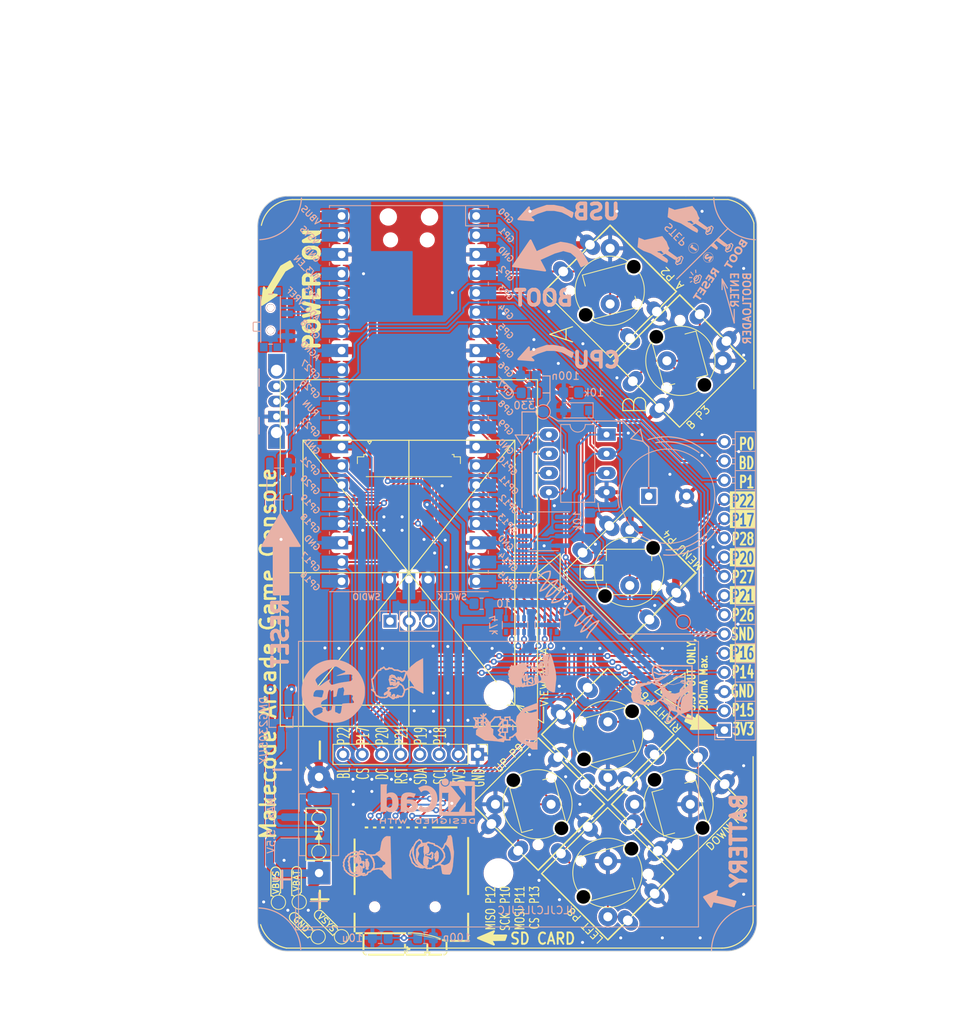
<source format=kicad_pcb>
(kicad_pcb (version 20211014) (generator pcbnew)
  (layers (0 "F.Cu" signal) (31 "B.Cu" signal) (34 "B.Paste" user) (35 "F.Paste" user) (36 "B.SilkS" user "B.Silkscreen") (37 "F.SilkS" user "F.Silkscreen") (38 "B.Mask" user) (39 "F.Mask" user) (44 "Edge.Cuts" user))
  (net 0 "")
  (net 2 "Net-(SW1-Pad2)")
  (net 3 "Net-(U1-Pad43)")
  (net 4 "Net-(U1-Pad41)")
  (net 5 "Net-(BT1-Pad1)")
  (net 6 "+3V3")
  (net 8 "GNDREF")
  (net 10 "/P0")
  (net 12 "/P1")
  (net 13 "/RST_P21")
  (net 14 "/DC_P20")
  (net 15 "/MOSI_P19")
  (net 16 "/SCK_P18")
  (net 17 "/CS_P17")
  (net 18 "/SND_P7")
  (net 19 "/P14")
  (net 20 "/P15")
  (net 21 "/MISO_P16")
  (net 22 "/BL_P22")
  (net 23 "/SD_CS_P13")
  (net 24 "/SD_MOSI_P11")
  (net 25 "/SD_SCK_P10")
  (net 26 "/SD_MISO_P12")
  (net 28 "/P26")
  (net 29 "/P27")
  (net 30 "/P28")
  (net 31 "Net-(C1-Pad1)")
  (net 32 "Net-(BZ1-Pad1)")
  (net 33 "/RUN")
  (net 36 "Net-(J3-Pad4)")
  (net 37 "Net-(Q1-Pad1)")
  (net 38 "Net-(Q1-Pad2)")
  (net 39 "/BTN_UP_P9")
  (net 40 "/BTN_LEFT_P8")
  (net 41 "/BTN_RIGHT_P6")
  (net 42 "/BTN_DOWN_P5")
  (net 43 "/BTN_B_P3")
  (net 44 "/BTN_A_P2")
  (net 45 "/BTN_MENU_P4")
  (net 46 "/SD_DAT2")
  (net 47 "/SD_DAT1")
  (net 49 "/sound")
  (net 50 "/BZ_Disable")
  (footprint "prj:PB-002" (layer "F.Cu") (at 170.8 76 45)
    (fp_text reference "SW14" hide)
    (fp_text value "B")
  )
  (footprint "prj:SW_PUSH-12mm" (layer "F.Cu") (at 170.647345 134.544758 45)
    (fp_text reference "SW20" hide)
    (fp_text value "DOWN" hide)
  )
  (footprint "TestPoint:TestPoint_Pad_D1.5mm" (layer "F.Cu") (at 126.1 152.1)
    (fp_text reference "TP4" hide)
    (fp_text value "VSYS")
  )
  (footprint "prj:SW_PUSH-12mm" (layer "F.Cu") (at 170.886179 76.005923 45)
    (fp_text reference "SW21" hide)
    (fp_text value "B")
  )
  (footprint "Connector_PinHeader_2.54mm:PinHeader_1x08_P2.54mm_Vertical" (layer "F.Cu") (at 144.075 128 -90)
    (fp_text reference "J1" hide)
    (fp_text value "LCD" hide)
  )
  (footprint "prj:PB-002" (layer "F.Cu") (at 161.6 66.8 135)
    (fp_text reference "SW15" hide)
    (fp_text value "A")
  )
  (footprint "prj:PB-002" (layer "F.Cu") (at 170.5 134.6 -135)
    (fp_text reference "SW13" hide)
    (fp_text value "DOWN")
  )
  (footprint "prj:PB-002" (layer "F.Cu") (at 161.3 143.8 -45)
    (fp_text reference "SW11" hide)
    (fp_text value "LEFT")
  )
  (footprint "prj:SW_PUSH-12mm" (layer "F.Cu") (at 164.1 103.9 135)
    (fp_text reference "SW23" hide)
    (fp_text value "MENU")
  )
  (footprint "prj:Silent SMD TACT Push Button Switch" (layer "F.Cu") (at 170.823543 75.752223 105)
    (fp_text reference "SW6" hide)
    (fp_text value "B P3")
  )
  (footprint "prj:Silent SMD TACT Push Button Switch" (layer "F.Cu") (at 161.329611 125.486179 -165)
    (fp_text reference "SW4" hide)
    (fp_text value "RIGHT P6")
  )
  (footprint "prj:Silent SMD TACT Push Button Switch" (layer "F.Cu") (at 170.8 135.1 105)
    (fp_text reference "SW5" hide)
    (fp_text value "DOWN P5")
  )
  (footprint "TestPoint:TestPoint_Pad_D1.5mm" (layer "F.Cu") (at 123.1 136.5)
    (fp_text reference "TP7" hide)
    (fp_text value "D" hide)
  )
  (footprint "prj:SW_PUSH-12mm" (layer "F.Cu") (at 161.244758 143.652655 135)
    (fp_text reference "SW18" hide)
    (fp_text value "LEFT" hide)
  )
  (footprint "prj:PB-002" (layer "F.Cu") (at 161.3 125.4 -45)
    (fp_text reference "SW12" hide)
    (fp_text value "RIGHT")
  )
  (footprint "prj:PB-002" (layer "F.Cu") (at 164.2 104 135)
    (fp_text reference "SW16" hide)
    (fp_text value "MENU")
  )
  (footprint "prj:SW_PUSH-12mm" (layer "F.Cu") (at 151.988189 134.590776 -135)
    (fp_text reference "SW17" hide)
    (fp_text value "UP" hide)
  )
  (footprint "Connector_JST:JST_SUR_SM14B-SURS-TF_1x14-1MP_P0.80mm_Horizontal" (layer "F.Cu") (at 135 89.9)
    (fp_text reference "J3" hide)
    (fp_text value "LCM" hide)
  )
  (footprint "prj:Silent SMD TACT Push Button Switch" (layer "F.Cu") (at 161.244758 143.652655 15)
    (fp_text reference "SW3" hide)
    (fp_text value "LEFT P8")
  )
  (footprint "prj:Silent SMD TACT Push Button Switch" (layer "F.Cu") (at 164.1 103.9 180)
    (fp_text reference "SW8" hide)
    (fp_text value "MENU P4")
  )
  (footprint "prj:Silent SMD TACT Push Button Switch" (layer "F.Cu") (at 152.023543 134.652223 -75)
    (fp_text reference "SW2" hide)
    (fp_text value "UP P9")
  )
  (footprint "TestPoint:TestPoint_Pad_D1.5mm" (layer "F.Cu") (at 123.1 140.9)
    (fp_text reference "TP8" hide)
    (fp_text value "S" hide)
  )
  (footprint "prj:PB-002" (layer "F.Cu") (at 152.1 134.6 -135)
    (fp_text reference "SW10" hide)
    (fp_text value "UP")
  )
  (footprint "prj:sd-card" (layer "F.Cu") (at 126.124584 136.593189 -90)
    (fp_text reference "J4" hide)
    (fp_text value "Micro_SD_Card" hide)
  )
  (footprint "prj:SW_PUSH-12mm" (layer "F.Cu") (at 161.544758 66.752655 135)
    (fp_text reference "SW22" hide)
    (fp_text value "A")
  )
  (footprint "TestPoint:TestPoint_Pad_D1.5mm" (layer "F.Cu") (at 120.5 147.5 -45)
    (fp_text reference "TP6" hide)
    (fp_text value "VBAT")
  )
  (footprint "TestPoint:TestPoint_Pad_D1.5mm" (layer "F.Cu") (at 123 152.1)
    (fp_text reference "TP5" hide)
    (fp_text value "GND")
  )
  (footprint "TestPoint:TestPoint_Pad_D1.5mm" (layer "F.Cu") (at 117.75 147.550685 -45)
    (fp_text reference "TP3" hide)
    (fp_text value "VBUS")
  )
  (footprint "prj:SW_PUSH-12mm" (layer "F.Cu") (at 161.329611 125.486179 -45)
    (fp_text reference "SW19" hide)
    (fp_text value "RIGHT" hide)
  )
  (footprint "prj:Silent SMD TACT Push Button Switch" (layer "F.Cu") (at 161.6 66.8 -165)
    (fp_text reference "SW7" hide)
    (fp_text value "A P2")
  )
  (footprint "Buzzer_Beeper:Buzzer_TDK_PS1240P02BT_D12.2mm_H6.5mm" (layer "B.Cu") (at 166.7 93.9)
    (fp_text reference "BZ1" hide)
    (fp_text value "Buzzer" hide)
  )
  (footprint "prj:skrp" (layer "B.Cu") (at 119.625 90.725 -90)
    (fp_text reference "SW9" hide)
    (fp_text value "RUN" hide)
  )
  (footprint "Resistor_SMD:R_0805_2012Metric_Pad1.20x1.40mm_HandSolder" (layer "B.Cu") (at 150.85 80.25)
    (fp_text reference "R2" hide)
    (fp_text value "330")
  )
  (footprint "Resistor_SMD:R_0805_2012Metric_Pad1.20x1.40mm_HandSolder" (layer "B.Cu") (at 156.45 80.2 180)
    (fp_text reference "R4" hide)
    (fp_text value "10k")
  )
  (footprint "Resistor_SMD:R_0805_2012Metric_Pad1.20x1.40mm_HandSolder" (layer "B.Cu") (at 144.6 108.1 180)
    (fp_text reference "R1" hide)
    (fp_text value "10")
  )
  (footprint "Resistor_SMD:R_Array_Convex_4x0603" (layer "B.Cu") (at 149.025 110.925 90)
    (fp_text reference "RN1" hide)
    (fp_text value "47k")
  )
  (footprint "prj:RPi_Pico_SMD_TH" (layer "B.Cu") (at 135 81 180)
    (fp_text reference "U1" hide)
    (fp_text value "WeAct-RP2040-Pico" hide)
  )
  (footprint "Diode_SMD:D_SOD-123" (layer "B.Cu") (at 157.1 82.55 180)
    (fp_text reference "D1" hide)
    (fp_text value "1N4148W" hide)
  )
  (footprint "Capacitor_SMD:C_0805_2012Metric_Pad1.18x1.45mm_HandSolder" (layer "B.Cu") (at 137.2 152.25)
    (fp_text reference "C2" hide)
    (fp_text value "100n")
  )
  (footprint "Connector_PinHeader_2.54mm:PinHeader_1x03_P2.54mm_Vertical" (layer "B.Cu") (at 132.5 110.4 -90)
    (fp_text reference "J5" hide)
    (fp_text value "SWD" hide)
  )
  (footprint "TestPoint:TestPoint_Pad_D1.5mm" (layer "B.Cu") (at 152.75 82.75 180)
    (fp_text reference "TP1" hide)
    (fp_text value "sound_analog" hide)
  )
  (footprint "Button_Switch_THT:SW_CuK_OS102011MA1QN1_SPDT_Angled" (layer "B.Cu") (at 117.5 83.375 90)
    (fp_text reference "SW24" hide)
    (fp_text value "SW_SPDT" hide)
  )
  (footprint "Battery:BatteryHolder_Keystone_2479_3xAAA" (layer "B.Cu") (at 123.1175 143.6875)
    (fp_text reference "BT1" hide)
    (fp_text value "Dry" hide)
  )
  (footprint "Package_DIP:DIP-8_W7.62mm_LongPads" (layer "B.Cu") (at 161.125 85.75 180)
    (fp_text reference "U2" hide)
    (fp_text value "MCP6002-xP" hide)
  )
  (footprint "Connector_JST:JST_PH_B2B-PH-SM4-TB_1x02-1MP_P2.00mm_Vertical" (layer "B.Cu") (at 121.35 137.3 90)
    (fp_text reference "BT2" hide)
    (fp_text value "Li-Poly" hide)
  )
  (footprint "Package_TO_SOT_SMD:SOT-23_Handsoldering" (layer "B.Cu") (at 118.1 123.675 -90)
    (fp_text reference "Q1" hide)
    (fp_text value "DMG2305UX")
  )
  (footprint "prj:MK12C02" (layer "B.Cu") (at 116.713 70.5 90)
    (fp_text reference "SW1" hide)
    (fp_text value "SW_SPDT" hide)
  )
  (footprint "Connector_PinHeader_2.54mm:PinHeader_1x16_P2.54mm_Horizontal" (layer "B.Cu") (at 176.7 124.8)
    (fp_text reference "J2" hide)
    (fp_text value "GPIO" hide)
  )
  (footprint "Capacitor_SMD:C_0805_2012Metric_Pad1.18x1.45mm_HandSolder" (layer "B.Cu") (at 131.2125 152.25 180)
    (fp_text reference "C3" hide)
    (fp_text value "10u")
  )
  (footprint "Capacitor_SMD:C_0805_2012Metric_Pad1.18x1.45mm_HandSolder" (layer "B.Cu") (at 150.7875 78 180)
    (fp_text reference "C1" hide)
    (fp_text value "100n")
  )
  (footprint "Resistor_SMD:R_0805_2012Metric_Pad1.20x1.40mm_HandSolder" (layer "B.Cu") (at 158.925 97.1 -90)
    (fp_text reference "R3" hide)
    (fp_text value "10k")
  )
  (footprint "Symbol:KiCad-Logo2_5mm_SilkScreen" (layer "B.Cu") (at 137.45 134.175 180)
    (fp_text reference "REF**" hide)
    (fp_text value "KiCad-Logo2_5mm_SilkScreen" hide)
  )
  (footprint "TestPoint:TestPoint_Pad_D1.5mm" (layer "B.Cu") (at 171.25 110.5 180)
    (fp_text reference "TP2" hide)
    (fp_text value "sound_analog_buffered" hide)
  )
  (footprint "Package_SO:SOIC-8_3.9x4.9mm_P1.27mm" (layer "B.Cu") (at 152.8 98.525 180)
    (fp_text reference "U3" hide)
    (fp_text value "MCP6002-xSN" hide)
  )
  (footprint "Resistor_SMD:R_Array_Convex_4x0603" (layer "B.Cu") (at 153.35 110.9 90)
    (fp_text reference "RN2" hide)
    (fp_text value "47k" hide)
  )
  (gr_line (start 128.326455 144.035747) (end 128.326455 144.035747) (layer "B.SilkS") (width 0.2))
  (gr_line (start 128.050396 142.935295) (end 128.050396 142.935295) (layer "B.SilkS") (width 0.2))
  (gr_line (start 136.227567 142.243591) (end 136.20977 142.223884) (layer "B.SilkS") (width 0.2))
  (gr_line (start 128.429978 142.786276) (end 128.429978 142.786276) (layer "B.SilkS") (width 0.2))
  (gr_line (start 148.368588 125.779643) (end 148.66889 125.693901) (layer "B.SilkS") (width 0.2))
  (gr_line (start 128.245937 141.399244) (end 128.245937 141.399244) (layer "B.SilkS") (width 0.2))
  (gr_line (start 149.355295 125.093702) (end 149.355295 125.093702) (layer "B.SilkS") (width 0.2))
  (gr_line (start 172.923718 65.768998) (end 173.331025 65.617442) (layer "B.SilkS") (width 0.129999))
  (gr_line (start 134.572329 119.446798) (end 134.572329 119.446798) (layer "B.SilkS") (width 0.200006))
  (gr_line (start 131.834048 119.966265) (end 131.830262 119.972404) (layer "B.SilkS") (width 0.200006))
  (gr_line (start 150.19951 118.970367) (end 150.19951 118.970367) (layer "B.SilkS") (width 0.200012))
  (gr_line (start 129.476708 142.671645) (end 129.476708 142.671645) (layer "B.SilkS") (width 0.2))
  (gr_line (start 150.367355 118.957126) (end 150.367355 118.957126) (layer "B.SilkS") (width 0.200012))
  (gr_line (start 136.083979 141.621092) (end 136.090033 141.605698) (layer "B.SilkS") (width 0.2))
  (gr_line (start 127.015168 141.227297) (end 127.210709 141.158519) (layer "B.SilkS") (width 0.2))
  (gr_line (start 132.430835 118.140723) (end 132.430835 118.140723) (layer "B.SilkS") (width 0.200006))
  (gr_arc (start 153.551905 105.624752) (mid 154.079895 105.220357) (end 154.691928 104.960111) (layer "B.SilkS") (width 0.2))
  (gr_line (start 173.070538 65.385374) (end 172.900037 65.461153) (layer "B.SilkS") (width 0.129999))
  (gr_line (start 127.176201 143.325037) (end 127.176201 143.325037) (layer "B.SilkS") (width 0.2))
  (gr_line (start 174.603138 58.351871) (end 174.747044 58.342763) (layer "B.SilkS") (width 0.129999))
  (gr_line (start 128.25858 141.91897) (end 128.25858 142.016238) (layer "B.SilkS") (width 0.2))
  (gr_line (start 150.438202 116.457632) (end 150.578614 116.581209) (layer "B.SilkS") (width 0.200012))
  (gr_line (start 150.508406 116.19675) (end 150.410128 116.334055) (layer "B.SilkS") (width 0.200012))
  (gr_line (start 173.051593 64.959118) (end 173.051593 64.959118) (layer "B.SilkS") (width 0.129999))
  (gr_line (start 166.884999 118.613468) (end 166.88378 118.611177) (layer "B.SilkS") (width 0.199999))
  (gr_line (start 152.130402 117.065976) (end 152.166876 117.080958) (layer "B.SilkS") (width 0.200012))
  (gr_line (start 128.441483 142.385068) (end 128.406976 142.453844) (layer "B.SilkS") (width 0.2))
  (gr_line (start 150.69094 116.842094) (end 150.69094 116.842094) (layer "B.SilkS") (width 0.200012))
  (gr_line (start 170.861034 62.413483) (end 170.861034 62.413483) (layer "B.SilkS") (width 0.129999))
  (gr_line (start 127.739827 144.093061) (end 127.739827 144.093061) (layer "B.SilkS") (width 0.2))
  (gr_line (start 151.826813 118.432842) (end 151.826813 118.432842) (layer "B.SilkS") (width 0.200012))
  (gr_line (start 167.54733 118.70004) (end 168.032923 118.876383) (layer "B.SilkS") (width 0.199999))
  (gr_line (start 152.370074 117.37151) (end 152.390433 117.418463) (layer "B.SilkS") (width 0.200012))
  (gr_line (start 131.489655 143.038464) (end 131.489655 143.038464) (layer "B.SilkS") (width 0.2))
  (gr_line (start 151.650587 118.031123) (end 151.653472 118.023689) (layer "B.SilkS") (width 0.200012))
  (gr_line (start 128.786561 143.428211) (end 128.786561 143.428211) (layer "B.SilkS") (width 0.2))
  (gr_line (start 168.032923 118.876383) (end 168.283075 119.052723) (layer "B.SilkS") (width 0.199999))
  (gr_line (start 152.619371 118.058015) (end 152.623558 118.114866) (layer "B.SilkS") (width 0.200012))
  (gr_line (start 151.871893 116.931986) (end 151.772073 116.869556) (layer "B.SilkS") (width 0.200012))
  (gr_line (start 140.675832 141.756463) (end 140.675832 141.756463) (layer "B.SilkS") (width 0.2))
  (gr_line (start 150.701652 118.156135) (end 150.715913 118.147598) (layer "B.SilkS") (width 0.200012))
  (gr_line (start 151.846673 117.966803) (end 151.836738 117.860004) (layer "B.SilkS") (width 0.200012))
  (gr_line (start 137.564621 139.647557) (end 137.573123 139.647635) (layer "B.SilkS") (width 0.2))
  (gr_line (start 152.725 80.25) (end 153.65 80.25) (layer "B.SilkS") (width 0.15))
  (gr_arc (start 157.735712 111.795276) (mid 158.02713 111.256515) (end 158.405162 110.774561) (layer "B.SilkS") (width 0.2))
  (gr_line (start 144.829329 123.143065) (end 144.829328 122.650047) (layer "B.SilkS") (width 0.2))
  (gr_line (start 152.005871 117.008115) (end 152.034066 117.022589) (layer "B.SilkS") (width 0.200012))
  (gr_line (start 128.445648 141.108408) (end 128.640854 141.173254) (layer "B.SilkS") (width 0.2))
  (gr_line (start 127.274422 143.361771) (end 127.274422 143.361771) (layer "B.SilkS") (width 0.2))
  (gr_line (start 136.052256 141.740786) (end 136.053131 141.732604) (layer "B.SilkS") (width 0.2))
  (gr_line (start 177.008578 61.60836) (end 177.074885 61.617832) (layer "B.SilkS") (width 0.129999))
  (gr_line (start 168.150644 120.816147) (end 168.150644 120.816147) (layer "B.SilkS") (width 0.199999))
  (gr_line (start 133.01718 120.111624) (end 133.01718 120.111624) (layer "B.SilkS") (width 0.200006))
  (gr_line (start 143.885526 123.507473) (end 144.142927 123.807569) (layer "B.SilkS") (width 0.2))
  (gr_line (start 136.327364 142.677803) (end 136.327364 142.677803) (layer "B.SilkS") (width 0.2))
  (gr_line (start 165.752108 120.948407) (end 165.766824 120.830844) (layer "B.SilkS") (width 0.199999))
  (gr_line (start 150.213556 117.089247) (end 150.213556 117.089247) (layer "B.SilkS") (width 0.200012))
  (gr_line (start 136.053131 141.732604) (end 136.054316 141.724232) (layer "B.SilkS") (width 0.2))
  (gr_line (start 143.585225 124.450637) (end 143.585225 124.450637) (layer "B.SilkS") (width 0.2))
  (gr_line (start 130.263163 117.974048) (end 130.463536 117.677734) (layer "B.SilkS") (width 0.200006))
  (gr_line (start 133.077156 120.180224) (end 133.077156 120.180224) (layer "B.SilkS") (width 0.200006))
  (gr_line (start 138.079734 139.784475) (end 138.339346 139.849129) (layer "B.SilkS") (width 0.2))
  (gr_line (start 170.420567 63.280204) (end 170.420567 63.280204) (layer "B.SilkS") (width 0.129999))
  (gr_line (start 174.465245 59.311305) (end 174.872553 59.159751) (layer "B.SilkS") (width 0.129999))
  (gr_line (start 152.313299 117.258035) (end 152.343665 117.316365) (layer "B.SilkS") (width 0.200012))
  (gr_line (start 167.42341 116.315844) (end 167.436426 116.289283) (layer "B.SilkS") (width 0.199999))
  (gr_line (start 152.7 78) (end 153.65 78) (layer "B.SilkS") (width 0.15))
  (gr_line (start 172.857412 65.759526) (end 172.857412 65.759526) (layer "B.SilkS") (width 0.129999))
  (gr_line (start 148.34714 124.129104) (end 148.132639 124.129103) (layer "B.SilkS") (width 0.2))
  (gr_line (start 129.051117 142.236049) (end 129.051117 142.236049) (layer "B.SilkS") (width 0.2))
  (gr_line (start 151.846672 116.62694) (end 151.846672 116.62694) (layer "B.SilkS") (width 0.200012))
  (gr_line (start 150.410128 116.334055) (end 150.438202 116.457632) (layer "B.SilkS") (width 0.200012))
  (gr_line (start 128.470055 143.053756) (end 128.404984 143.053755) (layer "B.SilkS") (width 0.2))
  (gr_line (start 166.708579 121.212922) (end 166.708579 121.212922) (layer "B.SilkS") (width 0.199999))
  (gr_line (start 133.538581 118.131715) (end 133.538581 118.131715) (layer "B.SilkS") (width 0.200006))
  (gr_line (start 168.420915 61.992401) (end 168.064498 61.739646) (layer "B.SilkS") (width 0.129999))
  (gr_line (start 133.285657 119.132465) (end 133.261613 119.142231) (layer "B.SilkS") (width 0.200006))
  (gr_line (start 135.937948 142.758621) (end 135.451176 142.289872) (layer "B.SilkS") (width 0.2))
  (gr_line (start 168.590642 120.423691) (end 168.881983 119.73788) (layer "B.SilkS") (width 0.199999))
  (gr_line (start 173.189437 57.413297) (end 172.263347 56.734166) (layer "B.SilkS") (width 0.129999))
  (gr_line (start 152.045235 118.248363) (end 152.045235 118.248363) (layer "B.SilkS") (width 0.200012))
  (gr_line (start 128.44565 143.783262) (end 128.884858 143.734628) (layer "B.SilkS") (width 0.2))
  (gr_line (start 133.305195 119.122264) (end 133.285657 119.132465) (layer "B.SilkS") (width 0.200006))
  (gr_line (start 151.645054 118.09353) (end 151.644007 118.088875) (layer "B.SilkS") (width 0.200012))
  (gr_line (start 151.737457 118.335751) (end 151.737457 118.335751) (layer "B.SilkS") (width 0.200012))
  (gr_line (start 133.132606 119.176955) (end 133.057003 119.191714) (layer "B.SilkS") (width 0.200006))
  (gr_line (start 172.399284 58.014032) (end 172.042867 57.761276) (layer "B.SilkS") (width 0.129999))
  (gr_line (start 128.94993 141.189466) (end 128.51072 141.205675) (layer "B.SilkS") (width 0.2))
  (gr_line (start 131.81366 120.020305) (end 131.8115 120.034357) (layer "B.SilkS") (width 0.200006))
  (gr_line (start 150.635413 117.898836) (end 150.635413 117.898836) (layer "B.SilkS") (width 0.200012))
  (gr_line (start 133.347737 119.144976) (end 133.347737 119.144976) (layer "B.SilkS") (width 0.200006))
  (gr_line (start 150.546067 117.42309) (end 150.605628 117.510475) (layer "B.SilkS") (width 0.200012))
  (gr_line (start 138.554768 141.891163) (end 138.552367 141.871601) (layer "B.SilkS") (width 0.2))
  (gr_line (start 133.601954 120.401268) (end 133.601954 120.401268) (layer "B.SilkS") (width 0.200006))
  (gr_line (start 176.857026 61.381023) (end 176.857026 61.381023) (layer "B.SilkS") (width 0.129999))
  (gr_line (start 138.728757 140.107756) (end 139.11817 140.350208) (layer "B.SilkS") (width 0.2))
  (gr_line (start 174.938861 58.221989) (end 174.938861 58.221989) (layer "B.SilkS") (width 0.129999))
  (gr_line (start 128.637024 142.797739) (end 128.729043 142.981149) (layer "B.SilkS") (width 0.2))
  (gr_line (start 131.8115 120.103803) (end 132.37619 119.826009) (layer "B.SilkS") (width 0.200006))
  (gr_line (start 150.7501 118.116459) (end 150.760488 118.10822) (layer "B.SilkS") (width 0.200012))
  (gr_line (start 128.640854 141.173254) (end 128.640854 141.173254) (layer "B.SilkS") (width 0.2))
  (gr_line (start 132.43418 119.212642) (end 132.425917 119.212416) (layer "B.SilkS") (width 0.200006))
  (gr_line (start 129.4422 142.339216) (end 129.442329 142.324191) (layer "B.SilkS") (width 0.2))
  (gr_line (start 135.786322 119.182704) (end 135.669692 119.17731) (layer "B.SilkS") (width 0.200006))
  (gr_line (start 128.441483 142.385068) (end 128.441483 142.385068) (layer "B.SilkS") (width 0.2))
  (gr_line (start 147.532039 125.758205) (end 147.725088 125.6939) (layer "B.SilkS") (width 0.2))
  (gr_line (start 140.487212 140.641156) (end 140.421041 140.438604) (layer "B.SilkS") (width 0.2))
  (gr_line (start 131.489655 143.038464) (end 131.662194 142.751886) (layer "B.SilkS") (width 0.2))
  (gr_line (start 130.463536 117.677734) (end 130.609261 117.455499) (layer "B.SilkS") (width 0.200006))
  (gr_line (start 138.063504 141.530171) (end 138.144635 141.417023) (layer "B.SilkS") (width 0.2))
  (gr_line (start 151.182366 116.320324) (end 150.943671 116.169288) (layer "B.SilkS") (width 0.200012))
  (gr_line (start 166.7 87.4) (end 166.7 92.6) (layer "B.SilkS") (width 0.15))
  (gr_line (start 168.444941 119.199675) (end 168.444941 119.199675) (layer "B.SilkS") (width 0.199999))
  (gr_line (start 130.270386 141.846304) (end 130.270386 141.846304) (layer "B.SilkS") (width 0.2))
  (gr_line (start 137.171095 142.839443) (end 136.960165 142.855607) (layer "B.SilkS") (width 0.2))
  (gr_line (start 147.553488 123.443163) (end 147.424788 123.571776) (layer "B.SilkS") (width 0.2))
  (gr_line (start 138.53253 141.765303) (end 138.523933 141.745238) (layer "B.SilkS") (width 0.2))
  (gr_line (start 151.652044 118.113455) (end 151.648101 118.10273) (layer "B.SilkS") (width 0.200012))
  (gr_line (start 147.532039 125.758205) (end 147.532039 125.758205) (layer "B.SilkS") (width 0.2))
  (gr_line (start 135.081252 118.040086) (end 135.081252 118.040086) (layer "B.SilkS") (width 0.200006))
  (gr_line (start 132.492382 119.989672) (end 132.492382 119.989672) (layer "B.SilkS") (width 0.200006))
  (gr_line (start 139.150625 142.289872) (end 138.826108 142.56466) (layer "B.SilkS") (width 0.2))
  (gr_line (start 151.340327 118.568768) (end 151.231117 118.607602) (layer "B.SilkS") (width 0.200012))
  (gr_line (start 131.821186 119.992199) (end 131.818855 119.999125) (layer "B.SilkS") (width 0.200006))
  (gr_line (start 138.858564 141.368532) (end 138.858311 141.4049) (layer "B.SilkS") (width 0.2))
  (gr_line (start 150.248215 118.044475) (end 150.248215 118.044475) (layer "B.SilkS") (width 0.200012))
  (gr_line (start 130.121156 143.280715) (end 130.381432 142.924068) (layer "B.SilkS") (width 0.2))
  (gr_line (start 135.272098 119.107249) (end 135.272098 119.107249) (layer "B.SilkS") (width 0.200006))
  (gr_line (start 128.959099 142.190195) (end 128.798058 142.201658) (layer "B.SilkS") (width 0.2))
  (gr_line (start 150.563961 118.215106) (end 150.604393 118.199822) (layer "B.SilkS") (width 0.200012))
  (gr_line (start 139.11817 140.350208) (end 139.442686 140.705815) (layer "B.SilkS") (width 0.2))
  (gr_line (start 129.317112 142.26757) (end 129.320928 142.254042) (layer "B.SilkS") (width 0.2))
  (gr_line (start 173.339556 57.156532) (end 172.490642 56.400226) (layer "B.SilkS") (width 0.129999))
  (gr_line (start 128.380586 143.118602) (end 128.380586 143.118602) (layer "B.SilkS") (width 0.2))
  (gr_line (start 151.647937 118.039129) (end 151.650587 118.031123) (layer "B.SilkS") (width 0.200012))
  (gr_line (start 137.106193 141.497842) (end 137.268454 141.514005) (layer "B.SilkS") (width 0.2))
  (gr_line (start 150.410128 116.334055) (end 150.410128 116.334055) (layer "B.SilkS") (width 0.200012))
  (gr_line (start 140.396797 140.362141) (end 140.383773 140.31788) (layer "B.SilkS") (width 0.2))
  (gr_line (start 137.187323 142.968754) (end 137.365805 142.823278) (layer "B.SilkS") (width 0.2))
  (gr_line (start 128.396851 142.218883) (end 128.396851 142.218883) (layer "B.SilkS") (width 0.2))
  (gr_line (start 177.794782 60.670602) (end 177.629016 60.504835) (layer "B.SilkS") (width 0.129999))
  (gr_line (start 133.782439 118.08321) (end 133.962685 118.223342) (layer "B.SilkS") (width 0.200006))
  (gr_line (start 147.188837 124.450636) (end 147.188837 124.450636) (layer "B.SilkS") (width 0.2))
  (gr_line (start 128.274845 142.097298) (end 128.274845 142.097298) (layer "B.SilkS") (width 0.2))
  (gr_line (start 139.11817 140.350208) (end 139.11817 140.350208) (layer "B.SilkS") (width 0.2))
  (gr_line (start 128.006439 141.302943) (end 128.006439 141.302943) (layer "B.SilkS") (width 0.2))
  (gr_line (start 129.062624 142.568477) (end 129.039612 142.476772) (layer "B.SilkS") (width 0.2))
  (gr_line (start 151.797029 117.675525) (end 151.896309 117.801742) (layer "B.SilkS") (width 0.200012))
  (gr_line (start 143.585225 124.450637) (end 143.842627 124.150537) (layer "B.SilkS") (width 0.2))
  (gr_line (start 177.482191 61.466276) (end 177.557971 61.418915) (layer "B.SilkS") (width 0.129999))
  (gr_poly (pts (xy 152.272795 115.745524) (xy 152.27337 115.749787) (xy 152.274332 115.754162) (xy 152.275655 115.758621) (xy 152.277327 115.76314) (xy 152.279324 115.767687) (xy 152.281628 115.772234) (xy 152.284213 115.776752) (xy 152.287067 115.781213) (xy 152.290163 115.785587) (xy 152.293487 115.789849) (xy 152.297015 115.793969) (xy 152.30073 115.797919) (xy 152.304612 115.801668) (xy 152.308636 115.805191) (xy 152.312787 115.808458) (xy 152.317042 115.811439) (xy 152.321384 115.814108) (xy 152.325792 115.816437) (xy 152.330132 115.818345) (xy 152.331182 115.813167) (xy 152.333161 115.801669) (xy 152.420027 115.249461) (xy 152.442596 115.115676) (xy 152.439938 115.124163) (xy 152.431757 115.156142) (xy 152.428482 115.172049) (xy 152.425817 115.187866) (xy 152.423809 115.203564) (xy 152.422508 115.21912) (xy 152.41931 115.251672) (xy 152.413667 115.287027) (xy 152.40593 115.324573) (xy 152.396448 115.363696) (xy 152.373645 115.444231) (xy 152.348048 115.523744) (xy 152.273582 115.733707) (xy 152.272881 115.737456) (xy 152.272625 115.741404)) (layer "B.SilkS") (width 0.01) (fill solid))
  (gr_line (start 150.947029 117.95395) (end 150.961252 117.945071) (layer "B.SilkS") (width 0.200012))
  (gr_line (start 134.525649 117.548093) (end 134.525649 117.548093) (layer "B.SilkS") (width 0.200006))
  (gr_line (start 137.365805 142.823278) (end 137.171095 142.839443) (layer "B.SilkS") (width 0.2))
  (gr_line (start 128.51072 141.205675) (end 128.51072 141.205675) (layer "B.SilkS") (width 0.2))
  (gr_line (start 128.933663 140.816606) (end 128.738457 140.767978) (layer "B.SilkS") (width 0.2))
  (gr_line (start 151.336808 118.84679) (end 151.336808 118.84679) (layer "B.SilkS") (width 0.200012))
  (gr_line (start 134.729339 117.153253) (end 134.980529 117.899954) (layer "B.SilkS") (width 0.200006))
  (gr_arc (start 166.625 86.425) (mid 171.106062 86.325954) (end 174.9 88.7) (layer "B.SilkS") (width 0.15))
  (gr_line (start 128.356183 141.902761) (end 128.356183 141.902761) (layer "B.SilkS") (width 0.2))
  (gr_line (start 131.410754 120.492716) (end 131.410754 120.492716) (layer "B.SilkS") (width 0.200006))
  (gr_line (start 129.909683 143.491462) (end 130.121156 143.280715) (layer "B.SilkS") (width 0.2))
  (gr_line (start 129.259002 143.945377) (end 129.470474 143.848109) (layer "B.SilkS") (width 0.2))
  (gr_line (start 132.484885 120.134491) (end 132.544859 120.126872) (layer "B.SilkS") (width 0.200006))
  (gr_line (start 151.643257 118.084201) (end 151.642779 118.079522) (layer "B.SilkS") (width 0.200012))
  (gr_line (start 170.962989 117.784356) (end 170.359499 117.763573) (layer "B.SilkS") (width 0.199999))
  (gr_line (start 170.359499 117.763573) (end 170.359499 117.763573) (layer "B.SilkS") (width 0.199999))
  (gr_line (start 174.612066 58.927678) (end 174.441566 59.003455) (layer "B.SilkS") (width 0.129999))
  (gr_line (start 139.929708 139.858727) (end 139.848326 139.784473) (layer "B.SilkS") (width 0.2))
  (gr_line (start 128.982101 142.809198) (end 128.982101 142.809198) (layer "B.SilkS") (width 0.2))
  (gr_line (start 166.879317 118.623481) (end 166.882221 118.621717) (layer "B.SilkS") (width 0.199999))
  (gr_line (start 128.380584 143.02944) (end 128.372453 143.118601) (layer "B.SilkS") (width 0.2))
  (gr_line (start 128.406976 142.453844) (end 128.406974 142.625791) (layer "B.SilkS") (width 0.2))
  (gr_line (start 127.682312 141.422171) (end 127.417756 141.513873) (layer "B.SilkS") (width 0.2))
  (gr_line (start 128.510499 143.978434) (end 128.326455 144.035747) (layer "B.SilkS") (width 0.2))
  (gr_line (start 138.501599 141.497842) (end 138.452925 141.174564) (layer "B.SilkS") (width 0.2))
  (gr_line (start 152.730844 117.685382) (end 152.732418 117.671698) (layer "B.SilkS") (width 0.200012))
  (gr_line (start 128.543252 143.369875) (end 128.543252 143.369875) (layer "B.SilkS") (width 0.2))
  (gr_line (start 152.166876 117.080958) (end 152.19416 117.09298) (layer "B.SilkS") (width 0.200012))
  (gr_line (start 130.463536 117.677734) (end 130.463536 117.677734) (layer "B.SilkS") (width 0.200006))
  (gr_line (start 167.208888 118.508999) (end 167.341322 118.626564) (layer "B.SilkS") (width 0.199999))
  (gr_line (start 132.274222 119.25283) (end 132.255508 119.260621) (layer "B.SilkS") (width 0.200006))
  (gr_line (start 136.11643 141.546334) (end 136.136711 141.492287) (layer "B.SilkS") (width 0.2))
  (gr_line (start 166.944019 121.389264) (end 166.944019 121.389264) (layer "B.SilkS") (width 0.199999))
  (gr_line (start 129.30471 142.327392) (end 129.307078 142.312051) (layer "B.SilkS") (width 0.2))
  (gr_line (start 177.051206 61.309982) (end 177.051206 61.309982) (layer "B.SilkS") (width 0.129999))
  (gr_line (start 132.904724 120.607062) (end 133.039673 120.599443) (layer "B.SilkS") (width 0.200006))
  (gr_line (start 165.42838 119.787483) (end 165.42838 119.787483) (layer "B.SilkS") (width 0.199999))
  (gr_line (start 130.028833 141.319003) (end 129.844796 141.307539) (layer "B.SilkS") (width 0.2))
  (gr_line (start 128.982102 142.706034) (end 128.982102 142.706034) (layer "B.SilkS") (width 0.2))
  (gr_line (start 135.678335 141.707973) (end 135.678335 141.707973) (layer "B.SilkS") (width 0.2))
  (gr_line (start 135.521258 118.589839) (end 135.759814 118.967117) (layer "B.SilkS") (width 0.200006))
  (gr_line (start 133.103877 118.234118) (end 133.103877 118.234118) (layer "B.SilkS") (width 0.200006))
  (gr_line (start 167.218693 117.333065) (end 167.213926 117.282337) (layer "B.SilkS") (width 0.199999))
  (gr_line (start 150.666239 118.173838) (end 150.684907 118.16493) (layer "B.SilkS") (width 0.200012))
  (gr_line (start 138.680082 141.158402) (end 138.680082 141.158402) (layer "B.SilkS") (width 0.2))
  (gr_line (start 137.284674 139.752149) (end 137.284674 139.752149) (layer "B.SilkS") (width 0.2))
  (gr_line (start 128.015889 141.273149) (end 128.015889 141.273149) (layer "B.SilkS") (width 0.2))
  (gr_line (start 129.350183 142.637256) (end 129.350183 142.637256) (layer "B.SilkS") (width 0.2))
  (gr_line (start 132.324593 120.012721) (end 132.324593 120.012721) (layer "B.SilkS") (width 0.200006))
  (gr_line (start 132.70098 118.735362) (end 132.584354 118.573668) (layer "B.SilkS") (width 0.200006))
  (gr_line (start 131.809792 120.082969) (end 131.81086 120.098162) (layer "B.SilkS") (width 0.200006))
  (gr_line (start 128.323646 142.202671) (end 128.274845 142.097298) (layer "B.SilkS") (width 0.2))
  (gr_line (start 176.861759 61.461536) (end 176.861759 61.461536) (layer "B.SilkS") (width 0.129999))
  (gr_line (start 129.051116 142.935294) (end 129.051116 142.935294) (layer "B.SilkS") (width 0.2))
  (gr_line (start 128.326455 142.797739) (end 128.326455 142.797739) (layer "B.SilkS") (width 0.2))
  (gr_line (start 138.583551 142.035386) (end 138.574613 141.996903) (layer "B.SilkS") (width 0.2))
  (gr_line (start 136.21989 141.046108) (end 136.210296 141.021769) (layer "B.SilkS") (width 0.2))
  (gr_line (start 174.786923 58.723804) (end 174.786923 58.723804) (layer "B.SilkS") (width 0.129999))
  (gr_line (start 128.380584 143.207763) (end 128.380584 143.207763) (layer "B.SilkS") (width 0.2))
  (gr_line (start 151.643911 118.056446) (end 151.644712 118.051985) (layer "B.SilkS") (width 0.200012))
  (gr_line (start 131.294113 143.072853) (end 131.489655 143.038464) (layer "B.SilkS") (width 0.2))
  (gr_line (start 151.846671 118.326042) (end 151.866524 118.141566) (layer "B.SilkS") (width 0.200012))
  (gr_line (start 128.959099 142.430919) (end 128.959099 142.430919) (layer "B.SilkS") (width 0.2))
  (gr_line (start 152.77993 117.413383) (end 152.77993 117.413383) (layer "B.SilkS") (width 0.200012))
  (gr_line (start 151.732185 117.952237) (end 151.728812 117.980986) (layer "B.SilkS") (width 0.200012))
  (gr_line (start 166.370134 121.198227) (end 166.370134 121.198227) (layer "B.SilkS") (width 0.199999))
  (gr_line (start 168.400796 120.639806) (end 168.150644 120.816147) (layer "B.SilkS") (width 0.199999))
  (gr_line (start 166.546716 118.538391) (end 166.546716 118.538391) (layer "B.SilkS") (width 0.199999))
  (gr_line (start 132.37619 116.585074) (end 132.558346 116.640635) (layer "B.SilkS") (width 0.200006))
  (gr_line (start 132.610857 118.153278) (end 132.610857 118.153278) (layer "B.SilkS") (width 0.200006))
  (gr_line (start 132.632524 119.239522) (end 132.608438 119.238014) (layer "B.SilkS") (width 0.200006))
  (gr_line (start 168.590643 120.964026) (end 168.590643 120.964026) (layer "B.SilkS") (width 0.199999))
  (gr_line (start 150.886772 118.019568) (end 150.890934 118.015409) (layer "B.SilkS") (width 0.200012))
  (gr_line (start 147.081587 123.314551) (end 147.081587 123.314551) (layer "B.SilkS") (width 0.2))
  (gr_line (start 151.013872 118.887981) (end 151.013872 118.887981) (layer "B.SilkS") (width 0.200012))
  (gr_line (start 128.884858 143.734628) (end 128.884858 143.734628) (layer "B.SilkS") (width 0.2))
  (gr_line (start 150.961252 117.945071) (end 150.976257 117.936362) (layer "B.SilkS") (width 0.200012))
  (gr_line (start 152.564607 117.838611) (end 152.5878 117.893584) (layer "B.SilkS") (width 0.200012))
  (gr_line (start 133.962685 118.223342) (end 134.11642 118.293406) (layer "B.SilkS") (width 0.200006))
  (gr_line (start 128.470055 143.053756) (end 128.470055 143.053756) (layer "B.SilkS") (width 0.2))
  (gr_line (start 147.553488 123.528908) (end 147.424787 123.636086) (layer "B.SilkS") (width 0.2))
  (gr_line (start 136.241354 141.111175) (end 136.23575 141.091381) (layer "B.SilkS") (width 0.2))
  (gr_line (start 134.124901 118.288881) (end 133.997391 118.251841) (layer "B.SilkS") (width 0.200006))
  (gr_line (start 133.849361 118.724384) (end 133.849361 118.724384) (layer "B.SilkS") (width 0.200006))
  (gr_arc (start 175 153.901218) (mid 176.722937 149.793735) (end 180.8 148) (layer "B.SilkS") (width 0.15))
  (gr_line (start 130.764992 141.215837) (end 130.764992 141.215837) (layer "B.SilkS") (width 0.2))
  (gr_line (start 133.893767 120.363055) (end 133.893767 120.363055) (layer "B.SilkS") (width 0.200006))
  (gr_line (start 129.591735 142.820666) (end 129.534226 143.049926) (layer "B.SilkS") (width 0.2))
  (gr_line (start 170.359499 117.763573) (end 169.984914 117.992179) (layer "B.SilkS") (width 0.199999))
  (gr_line (start 144.764978 124.429202) (end 144.529028 124.707867) (layer "B.SilkS") (width 0.2))
  (gr_line (start 127.705318 140.906332) (end 127.705318 140.906332) (layer "B.SilkS") (width 0.2))
  (gr_line (start 137.9986 140.964437) (end 137.9986 140.964437) (layer "B.SilkS") (width 0.2))
  (gr_line (start 165.953552 86.651346) (end 164.327209 86.297794) (layer "B.SilkS") (width 0.15))
  (gr_line (start 133.586291 120.449286) (end 133.448459 120.406169) (layer "B.SilkS") (width 0.200006))
  (gr_poly (pts (xy 152.449966 115.092142) (xy 152.461449 115.060292) (xy 152.473992 115.028824) (xy 152.487202 114.997955) (xy 152.500695 114.967895) (xy 152.52693 114.911064) (xy 152.54956 114.860033) (xy 152.558541 114.837228) (xy 152.565441 114.816515) (xy 152.56987 114.798103) (xy 152.571035 114.789829) (xy 152.571434 114.782211) (xy 152.571777 114.775377) (xy 152.572772 114.769409) (xy 152.574379 114.764269) (xy 152.576553 114.75991) (xy 152.579251 114.75629) (xy 152.582429 114.753367) (xy 152.586043 114.751099) (xy 152.59005 114.749442) (xy 152.594406 114.748356) (xy 152.599067 114.747791) (xy 152.60399 114.747714) (xy 152.60913 114.748076) (xy 152.614447 114.748837) (xy 152.619893 114.749953) (xy 152.625426 114.751383) (xy 152.631006 114.753083) (xy 152.642117 114.757123) (xy 152.652878 114.761729) (xy 152.662941 114.766565) (xy 152.671958 114.771289) (xy 152.685455 114.779025) (xy 152.690575 114.782212) (xy 152.750146 115.13174) (xy 152.743938 115.487336) (xy 152.743841 115.624306) (xy 152.745955 115.750238) (xy 152.751093 115.850003) (xy 152.755051 115.885343) (xy 152.760071 115.908467) (xy 152.885416 116.287125) (xy 152.965306 116.522875) (xy 152.996932 116.611737) (xy 153.018203 116.665782) (xy 153.021527 116.675726) (xy 153.02408 116.689013) (xy 153.027047 116.724663) (xy 153.027456 116.770806) (xy 153.025652 116.825526) (xy 153.01681 116.953014) (xy 153.003313 117.091768) (xy 152.973526 117.341627) (xy 152.958632 117.45222) (xy 153.097634 117.607565) (xy 153.399601 117.451228) (xy 153.402433 117.431578) (xy 153.405641 117.402082) (xy 153.410373 117.338136) (xy 153.413243 117.273283) (xy 153.414715 117.214345) (xy 153.415337 117.141528) (xy 153.402688 116.618833) (xy 153.395927 116.579993) (xy 153.385552 116.539562) (xy 153.37529 116.501638) (xy 153.366741 116.45781) (xy 153.359765 116.409234) (xy 153.354216 116.357059) (xy 153.349946 116.302439) (xy 153.346809 116.246524) (xy 153.343357 116.135419) (xy 153.342698 116.03296) (xy 153.343668 115.948367) (xy 153.345842 115.869632) (xy 153.381493 115.743086) (xy 153.375626 115.500685) (xy 153.40324 115.42362) (xy 153.431125 115.338892) (xy 153.462499 115.233685) (xy 153.492943 115.115733) (xy 153.506434 115.054396) (xy 153.518035 114.992775) (xy 153.527193 114.931838) (xy 153.533355 114.87255) (xy 153.535967 114.815878) (xy 153.534478 114.762789) (xy 153.530425 114.718426) (xy 153.525791 114.686408) (xy 153.523289 114.674617) (xy 153.52069 114.665424) (xy 153.518 114.658662) (xy 153.515241 114.65417) (xy 153.512422 114.651782) (xy 153.509558 114.651335) (xy 153.506666 114.652666) (xy 153.50376 114.65561) (xy 153.500855 114.660007) (xy 153.497964 114.66569) (xy 153.492283 114.680261) (xy 153.486834 114.698022) (xy 153.481735 114.717659) (xy 153.473047 114.75733) (xy 153.46498 114.801628) (xy 153.257728 114.811337) (xy 153.100582 114.818013) (xy 152.998353 114.821047) (xy 152.991581 114.820741) (xy 152.984323 114.819836) (xy 152.976615 114.818367) (xy 152.968491 114.816363) (xy 152.951143 114.810872) (xy 152.932579 114.803601) (xy 152.91308 114.794794) (xy 152.892943 114.784695) (xy 152.872457 114.773542) (xy 152.851911 114.761578) (xy 152.831599 114.749045) (xy 152.811811 114.736185) (xy 152.792836 114.72324) (xy 152.774966 114.710452) (xy 152.758494 114.698061) (xy 152.743708 114.686311) (xy 152.7309 114.675443) (xy 152.72036 114.665698) (xy 152.715536 114.661402) (xy 152.710384 114.657607) (xy 152.704932 114.65431) (xy 152.699203 114.651494) (xy 152.693219 114.649157) (xy 152.687004 114.647288) (xy 152.680581 114.645876) (xy 152.673976 114.644915) (xy 152.667209 114.644393) (xy 152.660308 114.644307) (xy 152.653292 114.644641) (xy 152.646185 114.645388) (xy 152.639018 114.646542) (xy 152.631807 114.648093) (xy 152.624576 114.650033) (xy 152.617354 114.652349) (xy 152.610158 114.655035) (xy 152.603015 114.658083) (xy 152.59595 114.661483) (xy 152.588983 114.665226) (xy 152.582142 114.669302) (xy 152.575445 114.673703) (xy 152.568921 114.678423) (xy 152.562591 114.683449) (xy 152.55648 114.688774) (xy 152.550609 114.694389) (xy 152.545004 114.700285) (xy 152.53969 114.706452) (xy 152.534686 114.712883) (xy 152.53002 114.719567) (xy 152.525713 114.726498) (xy 152.521791 114.733665) (xy 152.513345 114.757072) (xy 152.503098 114.796679) (xy 152.478355 114.915558) (xy 152.44989 115.072439) (xy 152.442596 115.115676)) (layer "B.SilkS") (width 0.01) (fill solid))
  (gr_line (start 134.65316 117.1777) (end 134.525649 117.548093) (layer "B.SilkS") (width 0.200006))
  (gr_line (start 173.406805 65.570082) (end 173.406805 65.570082) (layer "B.SilkS") (width 0.129999))
  (gr_line (start 131.903747 142.602865) (end 131.903747 142.602865) (layer "B.SilkS") (width 0.2))
  (gr_line (start 133.412654 120.435568) (end 133.446392 120.40127) (layer "B.SilkS") (width 0.200006))
  (gr_line (start 132.398459 119.214822) (end 132.378465 119.218626) (layer "B.SilkS") (width 0.200006))
  (gr_line (start 151.350258 118.277495) (end 151.350258 118.277495) (layer "B.SilkS") (width 0.200012))
  (gr_line (start 135.743238 139.97844) (end 135.743238 139.97844) (layer "B.SilkS") (width 0.2))
  (gr_line (start 136.327364 140.091587) (end 136.051528 140.560338) (layer "B.SilkS") (width 0.2))
  (gr_line (start 173.245399 65.181499) (end 173.245399 65.181499) (layer "B.SilkS") (width 0.129999))
  (gr_line (start 176.4 65.2) (end 177.1 66.4) (layer "B.SilkS") (width 0.15))
  (gr_line (start 137.820119 141.756462) (end 137.820119 141.756462) (layer "B.SilkS") (width 0.2))
  (gr_line (start 167.150026 121.242309) (end 167.150026 121.242309) (layer "B.SilkS") (width 0.199999))
  (gr_line (start 170.708523 62.573563) (end 170.765358 62.374644) (layer "B.SilkS") (width 0.129999))
  (gr_line (start 137.998602 141.837285) (end 137.998602 141.837285) (layer "B.SilkS") (width 0.2))
  (gr_line (start 139.653623 141.07758) (end 139.718526 141.562497) (layer "B.SilkS") (width 0.2))
  (gr_line (start 151.707671 118.500803) (end 151.707672 118.345458) (layer "B.SilkS") (width 0.200012))
  (gr_line (start 128.291116 141.708227) (end 128.307381 141.748754) (layer "B.SilkS") (width 0.2))
  (gr_line (start 133.024677 120.416514) (end 133.047168 120.355532) (layer "B.SilkS") (width 0.200006))
  (gr_line (start 136.051526 141.756466) (end 136.051526 141.756466) (layer "B.SilkS") (width 0.2))
  (gr_line (start 152.219408 117.11399) (end 152.233821 117.131123) (layer "B.SilkS") (width 0.200012))
  (gr_line (start 139.410237 140.641157) (end 139.410237 140.641157) (layer "B.SilkS") (width 0.2))
  (gr_line (start 132.70098 118.735362) (end 132.70098 118.735362) (layer "B.SilkS") (width 0.200006))
  (gr_line (start 167.150028 121.286397) (end 167.150028 121.286397) (layer "B.SilkS") (width 0.199999))
  (gr_line (start 148.00394 125.072268) (end 148.003938 124.429201) (layer "B.SilkS") (width 0.2))
  (gr_line (start 132.093845 119.784342) (end 132.024967 119.832955) (layer "B.SilkS") (width 0.200006))
  (gr_line (start 172.762689 65.323798) (end 172.705856 65.532192) (layer "B.SilkS") (width 0.129999))
  (gr_line (start 132.75872 117.548094) (end 132.521915 117.677729) (layer "B.SilkS") (width 0.200006))
  (gr_line (start 127.061177 143.772097) (end 126.762107 143.542837) (layer "B.SilkS") (width 0.2))
  (gr_poly (pts (xy 168.320113 119.467712) (xy 168.403353 119.675533) (xy 168.444972 119.821009) (xy 168.528211 120.298999) (xy 168.673884 120.964028) (xy 168.777933 121.234195) (xy 169.110896 121.442016) (xy 169.277378 121.816097) (xy 169.443857 122.31487) (xy 169.006846 123.333194) (xy 168.986033 123.644928) (xy 169.173323 123.811184) (xy 169.651957 123.686493) (xy 170.234637 123.270852) (xy 170.609217 122.834424) (xy 171.067042 122.647385) (xy 171.816204 122.398) (xy 172.398881 122.044698) (xy 172.315646 118.158436) (xy 172.232405 118.38704) (xy 172.065924 118.116871) (xy 171.998868 118.217315) (xy 171.991949 118.289865) (xy 172.013896 118.293519) (xy 172.065919 118.438996) (xy 172.045109 118.507007) (xy 172.045109 119.633969) (xy 172.024301 119.841788) (xy 171.857821 119.950895) (xy 171.725809 120.034675) (xy 171.669799 120.068525) (xy 171.628913 120.091175) (xy 171.611434 120.100607) (xy 171.590543 120.113052) (xy 171.540469 120.145403) (xy 171.482591 120.18506) (xy 171.42081 120.228858) (xy 171.301152 120.316208) (xy 171.212709 120.382125) (xy 171.204908 120.388923) (xy 171.197122 120.397535) (xy 171.189367 120.407829) (xy 171.181656 120.419673) (xy 171.166434 120.447471) (xy 171.15158 120.479866) (xy 171.137212 120.515793) (xy 171.123454 120.554187) (xy 171.110427 120.59398) (xy 171.098254 120.634108) (xy 171.076956 120.711108) (xy 171.060534 120.776661) (xy 171.046227 120.839332) (xy 170.973395 121.171848) (xy 170.923322 121.417989) (xy 170.90682 121.511589) (xy 170.902196 121.544844) (xy 170.90056 121.566712) (xy 170.90056 122.273304) (xy 170.73408 122.003134) (xy 170.73408 121.358889) (xy 171.046229 120.486038) (xy 171.441622 120.028831) (xy 172.045109 119.633969) (xy 172.045109 118.507007) (xy 171.951467 118.813072) (xy 171.524861 119.218327) (xy 171.119286 119.505617) (xy 170.921369 119.681307) (xy 170.92137 120.236653) (xy 170.79651 120.527603) (xy 170.567599 120.943246) (xy 170.484357 121.545927) (xy 170.401117 122.210956) (xy 170.276259 122.023917) (xy 170.276259 121.504364) (xy 170.401117 120.797771) (xy 170.609216 120.714642) (xy 170.734079 120.465255) (xy 170.92137 120.236653) (xy 170.921369 119.681307) (xy 170.869343 119.727489) (xy 170.830439 119.710221) (xy 170.630029 119.85218) (xy 170.559307 119.873125) (xy 170.399817 119.918423) (xy 170.311477 119.941987) (xy 170.230573 119.961775) (xy 170.195996 119.969226) (xy 170.166982 119.974501) (xy 170.144768 119.977187) (xy 170.130586 119.976875) (xy 170.015969 119.957879) (xy 169.814534 119.926217) (xy 169.5375 119.883354) (xy 168.799531 119.257779) (xy 168.798742 119.257155) (xy 168.798742 120.340561) (xy 169.152513 120.673075) (xy 169.693574 120.984809) (xy 170.276257 121.275761) (xy 170.265326 121.282782) (xy 170.235614 121.300764) (xy 170.215164 121.312418) (xy 170.191759 121.325077) (xy 170.165975 121.338161) (xy 170.138392 121.351095) (xy 170.109589 121.363297) (xy 170.080147 121.37419) (xy 170.065368 121.378965) (xy 170.050644 121.383196) (xy 170.036052 121.38681) (xy 170.021659 121.389735) (xy 170.007542 121.391899) (xy 169.993773 121.393233) (xy 169.980422 121.393657) (xy 169.967561 121.393106) (xy 169.955267 121.391503) (xy 169.943608 121.388776) (xy 169.932656 121.384856) (xy 169.922487 121.379669) (xy 169.901135 121.365894) (xy 169.876517 121.348374) (xy 169.820063 121.304659) (xy 169.758242 121.25364) (xy 169.696179 121.200425) (xy 169.591803 121.10788) (xy 169.547906 121.067939) (xy 169.152513 120.870507) (xy 169.152513 121.296542) (xy 169.547907 121.400451) (xy 170.005727 121.816098) (xy 170.109777 122.003135) (xy 169.860054 121.857661) (xy 169.735198 121.798982) (xy 169.735198 122.210956) (xy 170.005726 122.314869) (xy 170.567599 122.43956) (xy 170.550366 122.479827) (xy 170.50777 122.574645) (xy 170.481227 122.630336) (xy 170.453469 122.685052) (xy 170.439665 122.710522) (xy 170.426195 122.733923) (xy 170.413275 122.754642) (xy 170.401119 122.772076) (xy 170.385453 122.79021) (xy 170.362627 122.812909) (xy 170.333764 122.839386) (xy 170.299994 122.868843) (xy 170.222241 122.933544) (xy 170.138391 123.000682) (xy 169.988494 123.11693) (xy 169.922489 123.166938) (xy 169.443854 123.541014) (xy 169.194135 123.49945) (xy 169.277376 123.146156) (xy 169.443853 122.93833) (xy 169.589525 122.294087) (xy 169.735198 122.210956) (xy 169.735198 121.798982) (xy 169.506284 121.691402) (xy 169.235754 121.504364) (xy 169.152513 121.296542) (xy 169.152513 120.870507) (xy 169.131704 120.860115) (xy 168.881983 120.58995) (xy 168.798742 120.340561) (xy 168.798742 119.257155) (xy 168.73631 119.207934) (xy 168.737491 119.205186) (xy 168.642668 119.124805) (xy 168.621859 118.916982) (xy 168.923605 118.709162) (xy 169.020717 118.699927) (xy 169.035472 118.645888) (xy 168.902791 118.636425) (xy 168.549021 118.802681) (xy 168.528211 118.906593) (xy 168.361731 118.927374) (xy 168.330514 118.978032) (xy 168.330515 119.135196) (xy 168.413759 119.145588) (xy 168.403354 119.270282) (xy 168.299303 119.2495) (xy 168.330515 119.135196) (xy 168.330514 118.978032) (xy 168.195249 119.197544)) (layer "B.SilkS") (width 0.01) (fill solid))
  (gr_line (start 150.676895 116.141826) (end 150.676895 116.141826) (layer "B.SilkS") (width 0.200012))
  (gr_line (start 165.472524 119.390712) (end 165.604959 119.361325) (layer "B.SilkS") (width 0.199999))
  (gr_line (start 168.420915 61.992401) (end 168.420915 61.992401) (layer "B.SilkS") (width 0.129999))
  (gr_line (start 129.028115 142.316287) (end 129.051117 142.236049) (layer "B.SilkS") (width 0.2))
  (gr_line (start 131.830262 119.972404) (end 131.82687 119.978799) (layer "B.SilkS") (width 0.200006))
  (gr_line (start 151.280754 116.597816) (end 151.499176 116.685195) (layer "B.SilkS") (width 0.200012))
  (gr_line (start 149.312395 124.150537) (end 148.604539 123.443164) (layer "B.SilkS") (width 0.2))
  (gr_poly (pts (xy 136.170739 140.396023) (xy 136.187761 140.377686) (xy 136.209303 140.357827) (xy 136.234544 140.336829) (xy 136.26266 140.315077) (xy 136.292824 140.292958) (xy 136.324216 140.270854) (xy 136.520697 140.140842) (xy 136.525458 140.137663) (xy 136.531093 140.13455) (xy 136.544717 140.128543) (xy 136.561031 140.122835) (xy 136.579496 140.117447) (xy 136.599573 140.112394) (xy 136.620728 140.107691) (xy 136.664112 140.099411) (xy 136.705344 140.092736) (xy 136.740122 140.087802) (xy 136.773107 140.083696) (xy 136.968154 139.92368) (xy 137.243512 139.866532) (xy 137.289404 139.695088) (xy 137.105833 139.67223) (xy 136.704267 139.695087) (xy 136.761633 139.786528) (xy 136.635428 139.877965) (xy 136.480539 140.002261) (xy 136.364372 140.094948) (xy 136.291232 140.152271) (xy 136.286568 140.156665) (xy 136.281221 140.163314) (xy 136.268688 140.182744) (xy 136.25407 140.209306) (xy 136.237807 140.241745) (xy 136.202087 140.31923) (xy 136.166721 140.401215)) (layer "B.SilkS") (width 0.01) (fill solid))
  (gr_line (start 129.443682 142.376539) (end 129.4422 142.339216) (layer "B.SilkS") (width 0.2))
  (gr_line (start 138.565676 141.95463) (end 138.557881 141.91179) (layer "B.SilkS") (width 0.2))
  (gr_line (start 129.535546 143.669785) (end 129.535546 143.669785) (layer "B.SilkS") (width 0.2))
  (gr_line (start 137.541306 139.650381) (end 137.548665 139.648897) (layer "B.SilkS") (width 0.2))
  (gr_line (start 140.107938 142.596982) (end 140.448674 142.370689) (layer "B.SilkS") (width 0.2))
  (gr_line (start 128.798058 142.201658) (end 128.798058 142.201658) (layer "B.SilkS") (width 0.2))
  (gr_line (start 129.302366 142.364644) (end 129.302351 142.357439) (layer "B.SilkS") (width 0.2))
  (gr_line (start 126.463043 142.969683) (end 126.359519 142.740425) (layer "B.SilkS") (width 0.2))
  (gr_line (start 151.685334 118.242298) (end 151.675678 118.200863) (layer "B.SilkS") (width 0.200012))
  (gr_line (start 139.767202 139.881454) (end 139.556265 140.366371) (layer "B.SilkS") (width 0.2))
  (gr_line (start 150.72712 118.139458) (end 150.7314 118.135582) (layer "B.SilkS") (width 0.200012))
  (gr_line (start 147.360437 125.072269) (end 147.360437 125.072269) (layer "B.SilkS") (width 0.2))
  (gr_line (start 139.702298 142.742458) (end 140.107938 142.596982) (layer "B.SilkS") (width 0.2))
  (gr_line (start 128.188424 140.917797) (end 128.188424 140.917797) (layer "B.SilkS") (width 0.2))
  (gr_line (start 133.168553 119.168926) (end 133.132606 119.176955) (layer "B.SilkS") (width 0.200006))
  (gr_poly (pts (xy 169.167831 118.655331) (xy 169.204538 118.563687) (xy 169.173321 118.470169) (xy 169.121298 118.48056) (xy 169.038057 118.636425) (xy 169.035472 118.645888)) (layer "B.SilkS") (width 0.01) (fill solid))
  (gr_line (start 133.49512 120.309803) (end 133.49512 120.309803) (layer "B.SilkS") (width 0.200006))
  (gr_line (start 177.557971 61.418915) (end 177.557971 61.418915) (layer "B.SilkS") (width 0.129999))
  (gr_line (start 138.542823 141.794406) (end 138.539793 141.784896) (layer "B.SilkS") (width 0.2))
  (gr_line (start 128.107906 143.474059) (end 128.107906 143.474059) (layer "B.SilkS") (width 0.2))
  (gr_line (start 146.373734 123.100196) (end 146.373734 123.100196) (layer "B.SilkS") (width 0.2))
  (gr_line (start 147.381887 125.951125) (end 146.716936 126.101176) (layer "B.SilkS") (width 0.2))
  (gr_line (start 144.786428 123.143065) (end 144.529028 122.821532) (layer "B.SilkS") (width 0.2))
  (gr_line (start 137.9986 140.964437) (end 137.868794 141.10991) (layer "B.SilkS") (width 0.2))
  (gr_line (start 127.128018 142.599841) (end 127.176819 143.037543) (layer "B.SilkS") (width 0.2))
  (gr_line (start 132.833511 117.759825) (end 132.833511 117.759825) (layer "B.SilkS") (width 0.200006))
  (gr_line (start 139.426458 142.015088) (end 139.426458 142.015088) (layer "B.SilkS") (width 0.2))
  (gr_line (start 151.743988 118.682018) (end 151.743988 118.682018) (layer "B.SilkS") (width 0.200012))
  (gr_line (start 138.598951 142.095905) (end 138.598951 142.095905) (layer "B.SilkS") (width 0.2))
  (gr_line (start 128.526986 143.191555) (end 128.494454 143.005122) (layer "B.SilkS") (width 0.2))
  (gr_line (start 128.890084 143.783562) (end 128.890084 143.783562) (layer "B.SilkS") (width 0.2))
  (gr_line (start 176.861759 61.461536) (end 177.008578 61.60836) (layer "B.SilkS") (width 0.129999))
  (gr_line (start 166.882221 118.621717) (end 166.884181 118.619818) (layer "B.SilkS") (width 0.199999))
  (gr_line (start 174.465245 59.311305) (end 174.465245 59.311305) (layer "B.SilkS") (width 0.129999))
  (gr_line (start 138.856537 141.489762) (end 138.854601 141.53901) (layer "B.SilkS") (width 0.2))
  (gr_line (start 168.562661 120.389988) (end 168.562661 120.389988) (layer "B.SilkS") (width 0.199999))
  (gr_line (start 129.31343 142.281905) (end 129.317112 142.26757) (layer "B.SilkS") (width 0.2))
  (gr_line (start 173.331025 65.617442) (end 173.406805 65.570082) (layer "B.SilkS") (width 0.129999))
  (gr_line (start 132.477386 119.95918) (end 132.349936 120.16498) (layer "B.SilkS") (width 0.200006))
  (gr_line (start 128.119412 142.969683) (end 128.050396 142.935295) (layer "B.SilkS") (width 0.2))
  (gr_line (start 148.347139 126.079739) (end 148.368588 125.779643) (layer "B.SilkS") (width 0.2))
  (gr_line (start 128.356183 141.902761) (end 128.307382 141.878443) (layer "B.SilkS") (width 0.2))
  (gr_line (start 132.828213 120.600198) (end 132.3564 120.260645) (layer "B.SilkS") (width 0.200006))
  (gr_line (start 129.324726 142.241555) (end 129.331669 142.220644) (layer "B.SilkS") (width 0.2))
  (gr_poly (pts (xy 136.879945 142.325828) (xy 136.88252 142.348463) (xy 136.88652 142.373373) (xy 136.89171 142.399986) (xy 136.897851 142.427735) (xy 136.904704 142.456055) (xy 136.919599 142.512124) (xy 136.934495 142.563644) (xy 136.947487 142.606074) (xy 136.960166 142.645473) (xy 137.089971 142.710129) (xy 137.106192 142.855603) (xy 137.203549 142.887934) (xy 137.21977 142.758621) (xy 137.414479 142.710129) (xy 137.560513 142.53233) (xy 137.641638 142.047414) (xy 137.51183 141.627153) (xy 137.187323 141.497842) (xy 137.138648 141.384693) (xy 137.20355 141.174565) (xy 137.446935 141.109909) (xy 137.641639 140.980599) (xy 137.706541 140.689649) (xy 137.674092 140.301717) (xy 137.495612 140.059258) (xy 137.154868 139.897621) (xy 137.057516 139.994602) (xy 136.976385 140.156239) (xy 136.943936 140.41486) (xy 136.927708 140.883615) (xy 136.992613 141.158399) (xy 137.025068 141.449348) (xy 136.943937 141.643314) (xy 136.895261 141.96659) (xy 136.887148 142.099944) (xy 136.881569 142.21208) (xy 136.87973 142.263604) (xy 136.879033 142.306035)) (layer "B.SilkS") (width 0.01) (fill solid))
  (gr_line (start 147.081587 123.057322) (end 147.081587 123.314551) (layer "B.SilkS") (width 0.2))
  (gr_line (start 128.445648 143.410403) (end 128.445648 143.410403) (layer "B.SilkS") (width 0.2))
  (gr_line (start 128.326455 142.797739) (end 128.498993 142.774815) (layer "B.SilkS") (width 0.2))
  (gr_line (start 128.050396 142.935295) (end 128.004385 143.038462) (layer "B.SilkS") (width 0.2))
  (gr_line (start 132.829754 120.241202) (end 132.807261 120.393645) (layer "B.SilkS") (width 0.200006))
  (gr_poly (pts (xy 174.220778 62.007621) (xy 174.205522 62.025248) (xy 174.190708 62.043984) (xy 174.176356 62.063809) (xy 174.162484 62.084712) (xy 174.151256 62.102972) (xy 174.140841 62.121121) (xy 174.131244 62.139148) (xy 174.122459 62.157039) (xy 174.114489 62.174786) (xy 174.10733 62.19237) (xy 174.100983 62.209786) (xy 174.095448 62.227018) (xy 174.090722 62.244056) (xy 174.086805 62.260884) (xy 174.083697 62.277493) (xy 174.081396 62.293869) (xy 174.079903 62.310002) (xy 174.079214 62.325879) (xy 174.079331 62.341488) (xy 174.080252 62.356815) (xy 174.081976 62.37185) (xy 174.084502 62.38658) (xy 174.087831 62.400992) (xy 174.091961 62.415075) (xy 174.096889 62.428817) (xy 174.102617 62.442206) (xy 174.109144 62.455228) (xy 174.116467 62.467873) (xy 174.124588 62.480128) (xy 174.133504 62.49198) (xy 174.143215 62.503417) (xy 174.15372 62.514428) (xy 174.165018 62.525) (xy 174.177109 62.535121) (xy 174.18999 62.544779) (xy 174.203662 62.553962) (xy 174.218711 62.563048) (xy 174.233536 62.571011) (xy 174.24822 62.577859) (xy 174.262836 62.583601) (xy 174.277465 62.588242) (xy 174.292183 62.591793) (xy 174.307074 62.594262) (xy 174.322209 62.595653) (xy 174.337673 62.59598) (xy 174.353538 62.595248) (xy 174.369884 62.593464) (xy 174.38679 62.590639) (xy 174.404336 62.586778) (xy 174.422598 62.581891) (xy 174.441653 62.575985) (xy 174.46158 62.569069) (xy 174.478414 62.562763) (xy 174.497827 62.555116) (xy 174.522108 62.545234) (xy 174.55355 62.532222) (xy 174.597535 62.514171) (xy 174.616922 62.506429) (xy 174.634749 62.499497) (xy 174.651142 62.493339) (xy 174.666232 62.48792) (xy 174.680149 62.483207) (xy 174.693023 62.479163) (xy 174.704987 62.475753) (xy 174.716164 62.472944) (xy 174.726691 62.470699) (xy 174.736695 62.468985) (xy 174.746306 62.467764) (xy 174.755653 62.467004) (xy 174.764868 62.466669) (xy 174.774078 62.466726) (xy 174.662814 62.641795) (xy 174.64559 62.668648) (xy 174.63007 62.692329) (xy 174.615974 62.713272) (xy 174.603028 62.731913) (xy 174.59096 62.748681) (xy 174.579496 62.764007) (xy 174.568357 62.778327) (xy 174.557271 62.792072) (xy 174.763303 62.923014) (xy 174.787713 62.877712) (xy 174.811308 62.835652) (xy 174.823334 62.815002) (xy 174.835796 62.794157) (xy 174.848905 62.772786) (xy 174.86288 62.750551) (xy 175.078596 62.411135) (xy 175.1125 62.357913) (xy 175.125592 62.337607) (xy 175.136948 62.320313) (xy 175.147191 62.305133) (xy 175.156954 62.291175) (xy 175.166861 62.277544) (xy 175.17754 62.263347) (xy 175.160769 62.254106) (xy 175.145319 62.246058) (xy 175.130863 62.239032) (xy 175.117078 62.232864) (xy 175.103637 62.227385) (xy 175.090219 62.22243) (xy 175.076495 62.217828) (xy 175.062142 62.213415) (xy 175.04431 62.208116) (xy 175.0263 62.203482) (xy 175.008116 62.199512) (xy 174.989766 62.196206) (xy 174.971261 62.193566) (xy 174.952604 62.191587) (xy 174.933805 62.190274) (xy 174.91487 62.189622) (xy 174.895808 62.189635) (xy 174.876627 62.190313) (xy 174.857331 62.191652) (xy 174.837932 62.193654) (xy 174.818433 62.196319) (xy 174.798844 62.199646) (xy 174.779174 62.203635) (xy 174.759426 62.208287) (xy 174.736793 62.214534) (xy 174.712328 62.222087) (xy 174.685941 62.231004) (xy 174.657536 62.241342) (xy 174.627014 62.253156) (xy 174.594282 62.266508) (xy 174.559245 62.281448) (xy 174.52181 62.298037) (xy 174.505054 62.305328) (xy 174.489616 62.311767) (xy 174.475401 62.317367) (xy 174.462315 62.322143) (xy 174.450263 62.326104) (xy 174.444597 62.327786) (xy 174.439153 62.329269) (xy 174.433923 62.330556) (xy 174.428891 62.331649) (xy 174.424048 62.332549) (xy 174.419378 62.333257) (xy 174.414877 62.333776) (xy 174.410526 62.33411) (xy 174.406316 62.334255) (xy 174.402236 62.334217) (xy 174.398273 62.333996) (xy 174.394417 62.333594) (xy 174.390652 62.333012) (xy 174.38697 62.332254) (xy 174.383358 62.331319) (xy 174.379804 62.33021) (xy 174.376299 62.328929) (xy 174.372826 62.327477) (xy 174.369377 62.325856) (xy 174.36594 62.324068) (xy 174.362501 62.322113) (xy 174.35905 62.319996) (xy 174.35579 62.317792) (xy 174.352714 62.315447) (xy 174.349823 62.312964) (xy 174.347114 62.310348) (xy 174.344588 62.307607) (xy 174.342246 62.304742) (xy 174.340089 62.301761) (xy 174.338116 62.29867) (xy 174.336328 62.295473) (xy 174.334724 62.292178) (xy 174.333307 62.288785) (xy 174.332073 62.285303) (xy 174.331027 62.281739) (xy 174.330165 62.278094) (xy 174.32949 62.274377) (xy 174.329 62.270593) (xy 174.3287 62.266744) (xy 174.328586 62.262839) (xy 174.328657 62.258882) (xy 174.328917 62.254879) (xy 174.329364 62.250835) (xy 174.33 62.246755) (xy 174.330823 62.242644) (xy 174.331836 62.23851) (xy 174.333037 62.234354) (xy 174.334427 62.230184) (xy 174.336008 62.226007) (xy 174.337777 62.221825) (xy 174.339737 62.217646) (xy 174.341885 62.213473) (xy 174.344224 62.209313) (xy 174.346755 62.205171) (xy 174.351116 62.198677) (xy 174.355688 62.192591) (xy 174.360463 62.186915) (xy 174.365441 62.181649) (xy 174.370618 62.176792) (xy 174.375992 62.17235) (xy 174.381559 62.168316) (xy 174.387316 62.164697) (xy 174.393262 62.161491) (xy 174.399392 62.158699) (xy 174.405706 62.156323) (xy 174.412199 62.154361) (xy 174.418869 62.152815) (xy 174.425711 62.151687) (xy 174.432724 62.150974) (xy 174.439908 62.150679) (xy 174.444822 62.150785) (xy 174.449611 62.151035) (xy 174.454304 62.151439) (xy 174.458939 62.152013) (xy 174.463548 62.152766) (xy 174.468164 62.153711) (xy 174.472822 62.154857) (xy 174.477556 62.156222) (xy 174.482402 62.157809) (xy 174.487392 62.159637) (xy 174.492561 62.161717) (xy 174.497942 62.164057) (xy 174.503571 62.166672) (xy 174.509483 62.169573) (xy 174.522282 62.17628) (xy 174.649956 61.92804) (xy 174.632317 61.920931) (xy 174.615629 61.914509) (xy 174.599804 61.908757) (xy 174.584752 61.90366) (xy 174.57038 61.899201) (xy 174.556599 61.895366) (xy 174.543319 61.892137) (xy 174.53045 61.889502) (xy 174.517901 61.887439) (xy 174.505581 61.885938) (xy 174.4934 61.884981) (xy 174.481268 61.884551) (xy 174.469094 61.884637) (xy 174.456789 61.885215) (xy 174.444261 61.886276) (xy 174.431421 61.887801) (xy 174.412347 61.890995) (xy 174.393484 61.895473) (xy 174.374853 61.90122) (xy 174.356474 61.908222) (xy 174.338364 61.916462) (xy 174.320546 61.92593) (xy 174.303035 61.936606) (xy 174.285851 61.948477) (xy 174.269014 61.961529) (xy 174.252544 61.975746) (xy 174.23646 61.991117)) (layer "B.SilkS") (width 0.01) (fill solid))
  (gr_line (start 128.717545 143.611618) (end 128.717545 143.611618) (layer "B.SilkS") (width 0.2))
  (gr_line (start 146.824186 124.836473) (end 147.103036 125.093702) (layer "B.SilkS") (width 0.2))
  (gr_line (start 166.627647 118.67616) (end 166.776635 118.646539) (layer "B.SilkS") (width 0.199999))
  (gr_poly (pts (xy 169.360613 118.750724) (xy 169.631144 118.781897) (xy 169.974512 118.823463) (xy 170.525977 118.636425) (xy 170.984303 118.526975) (xy 170.928002 118.473708) (xy 170.525979 118.574077) (xy 170.005727 118.761117) (xy 169.589526 118.719556) (xy 169.194135 118.657208) (xy 169.167831 118.655331) (xy 169.153313 118.691577)) (layer "B.SilkS") (width 0.01) (fill solid))
  (gr_line (start 138.842338 141.659482) (end 138.820279 141.739795) (layer "B.SilkS") (width 0.2))
  (gr_line (start 152.343665 117.316365) (end 152.370074 117.37151) (layer "B.SilkS") (width 0.200012))
  (gr_line (start 128.729044 141.192907) (end 128.729044 141.192907) (layer "B.SilkS") (width 0.2))
  (gr_line (start 172.71059 65.612706) (end 172.857412 65.759526) (layer "B.SilkS") (width 0.129999))
  (gr_line (start 135.937948 142.758621) (end 135.937948 142.758621) (layer "B.SilkS") (width 0.2))
  (gr_line (start 177.396563 61.030332) (end 177.396563 61.030332) (layer "B.SilkS") (width 0.129999))
  (gr_line (start 128.498993 141.571193) (end 128.602517 141.800452) (layer "B.SilkS") (width 0.2))
  (gr_line (start 133.183399 118.676074) (end 133.183399 118.676074) (layer "B.SilkS") (width 0.200006))
  (gr_line (start 148.025388 123.507471) (end 147.553488 123.528908) (layer "B.SilkS") (width 0.2))
  (gr_poly (pts (xy 171.75377 118.366256) (xy 171.761356 118.368006) (xy 171.725633 118.380746) (xy 171.753771 118.418214) (xy 171.799137 118.554124) (xy 171.889036 118.636425) (xy 171.94106 118.501342) (xy 171.982683 118.38704) (xy 171.991949 118.289865) (xy 171.954588 118.283646) (xy 171.941062 118.303908) (xy 171.864877 118.33108) (xy 171.889036 118.39743) (xy 171.761356 118.368006) (xy 171.864877 118.33108) (xy 171.851174 118.293444) (xy 171.725426 118.362212)) (layer "B.SilkS") (width 0.01) (fill solid))
  (gr_line (start 133.23367 119.151563) (end 133.202446 119.160461) (layer "B.SilkS") (width 0.200006))
  (gr_line (start 129.445841 142.253176) (end 129.447954 142.228885) (layer "B.SilkS") (width 0.2))
  (gr_line (start 152.085783 117.046899) (end 152.130402 117.065976) (layer "B.SilkS") (width 0.200012))
  (gr_line (start 150.646219 118.182717) (end 150.666239 118.173838) (layer "B.SilkS") (width 0.200012))
  (gr_line (start 144.893679 124.472072) (end 145.151079 124.707866) (layer "B.SilkS") (width 0.2))
  (gr_line (start 168.881983 119.73788) (end 168.590643 119.44693) (layer "B.SilkS") (width 0.199999))
  (gr_line (start 132.449052 119.214862) (end 132.44191 119.213446) (layer "B.SilkS") (width 0.200006))
  (gr_line (start 128.798057 142.912368) (end 128.947595 142.946757) (layer "B.SilkS") (width 0.2))
  (gr_line (start 134.280762 120.115127) (end 134.190637 120.266039) (layer "B.SilkS") (width 0.200006))
  (gr_line (start 129.535546 143.669785) (end 129.616876 143.572515) (layer "B.SilkS") (width 0.2))
  (gr_line (start 131.866149 119.93713) (end 131.866149 119.93713) (layer "B.SilkS") (width 0.200006))
  (gr_line (start 132.37619 119.826009) (end 132.37619 119.826009) (layer "B.SilkS") (width 0.200006))
  (gr_line (start 134.646549 117.183126) (end 134.646549 117.183126) (layer "B.SilkS") (width 0.200006))
  (gr_line (start 170.96049 62.200359) (end 170.761573 62.295081) (layer "B.SilkS") (width 0.129999))
  (gr_line (start 133.997391 118.251841) (end 133.997391 118.251841) (layer "B.SilkS") (width 0.200006))
  (gr_line (start 127.705318 140.906332) (end 127.946873 140.929258) (layer "B.SilkS") (width 0.2))
  (gr_line (start 166.881914 118.608823) (end 166.879461 118.606417) (layer "B.SilkS") (width 0.199999))
  (gr_line (start 128.372453 143.118601) (end 128.372451 143.264501) (layer "B.SilkS") (width 0.2))
  (gr_line (start 136.072062 141.654463) (end 136.077926 141.637433) (layer "B.SilkS") (width 0.2))
  (gr_line (start 133.050174 117.640692) (end 132.75872 117.548094) (layer "B.SilkS") (width 0.200006))
  (gr_line (start 138.598952 141.012929) (end 138.728758 140.818958) (layer "B.SilkS") (width 0.2))
  (gr_line (start 150.585778 118.054186) (end 150.585778 118.054186) (layer "B.SilkS") (width 0.200012))
  (gr_line (start 167.341322 121.139441) (end 167.341322 121.139441) (layer "B.SilkS") (width 0.199999))
  (gr_line (start 133.32341 117.974047) (end 133.050174 117.640692) (layer "B.SilkS") (width 0.200006))
  (gr_line (start 138.712529 141.336204) (end 138.712529 141.336204) (layer "B.SilkS") (width 0.2))
  (gr_line (start 138.549001 141.821243) (end 138.547469 141.812622) (layer "B.SilkS") (width 0.2))
  (gr_line (start 175.019375 58.198309) (end 174.938861 58.221989) (layer "B.SilkS") (width 0.129999))
  (gr_line (start 131.904287 119.914556) (end 131.882656 119.927905) (layer "B.SilkS") (width 0.200006))
  (gr_line (start 152.233821 117.131123) (end 152.249076 117.15184) (layer "B.SilkS") (width 0.200012))
  (gr_line (start 152.819641 116.898798) (end 152.482079 116.558978) (layer "B.SilkS") (width 0.200012))
  (gr_line (start 138.225767 142.904099) (end 138.225767 142.904099) (layer "B.SilkS") (width 0.2))
  (gr_line (start 136.166006 142.150204) (end 136.154204 142.122425) (layer "B.SilkS") (width 0.2))
  (gr_line (start 174.252118 59.155012) (end 174.252118 59.155012) (layer "B.SilkS") (width 0.129999))
  (gr_line (start 130.300094 142.032451) (end 130.16996 141.756862) (layer "B.SilkS") (width 0.2))
  (gr_line (start 129.534226 143.049926) (end 129.534226 143.049926) (layer "B.SilkS") (width 0.2))
  (gr_line (start 135.451176 142.289872) (end 135.272695 141.740299) (layer "B.SilkS") (width 0.2))
  (gr_line (start 138.160863 141.061418) (end 137.9986 140.964437) (layer "B.SilkS") (width 0.2))
  (gr_line (start 150.258141 118.267783) (end 150.258141 118.267783) (layer "B.SilkS") (width 0.200012))
  (gr_line (start 132.594954 118.482042) (end 132.918333 118.530551) (layer "B.SilkS") (width 0.200006))
  (gr_line (start 151.757318 117.821165) (end 151.757318 117.821165) (layer "B.SilkS") (width 0.200012))
  (gr_line (start 137.057516 142.904097) (end 136.927709 142.952586) (layer "B.SilkS") (width 0.2))
  (gr_line (start 127.241891 141.562324) (end 127.241891 141.562324) (layer "B.SilkS") (width 0.2))
  (gr_line (start 135.786322 119.182704) (end 135.786322 119.182704) (layer "B.SilkS") (width 0.200006))
  (gr_line (start 150.452248 118.942905) (end 150.452248 118.942905) (layer "B.SilkS") (width 0.200012))
  (gr_line (start 128.494455 143.142919) (end 128.494455 143.142919) (layer "B.SilkS") (width 0.2))
  (gr_line (start 136.077926 141.637433) (end 136.083979 141.621092) (layer "B.SilkS") (width 0.2))
  (gr_line (start 173.477849 64.656002) (end 173.397335 64.679683) (layer "B.SilkS") (width 0.129999))
  (gr_line (start 129.062624 142.568477) (end 129.062624 142.568477) (layer "B.SilkS") (width 0.2))
  (gr_line (start 139.410238 142.66164) (end 139.410238 142.66164) (layer "B.SilkS") (width 0.2))
  (gr_line (start 168.562661 120.389988) (end 168.400796 120.639806) (layer "B.SilkS") (width 0.199999))
  (gr_line (start 128.096405 144.127451) (end 127.854851 144.058671) (layer "B.SilkS") (width 0.2))
  (gr_line (start 134.084613 120.352275) (end 133.893767 120.363055) (layer "B.SilkS") (width 0.200006))
  (gr_line (start 133.579463 120.325045) (end 133.519489 120.203088) (layer "B.SilkS") (width 0.200006))
  (gr_line (start 151.767242 118.491095) (end 151.767242 118.491095) (layer "B.SilkS") (width 0.200012))
  (gr_line (start 151.399895 118.413425) (end 151.399895 118.413425) (layer "B.SilkS") (width 0.200012))
  (gr_line (start 173.397335 64.679683) (end 173.198416 64.774408) (layer "B.SilkS") (width 0.129999))
  (gr_line (start 138.647634 141.707974) (end 138.663853 141.546334) (layer "B.SilkS") (width 0.2))
  (gr_line (start 150.208503 118.879456) (end 150.367355 118.957126) (layer "B.SilkS") (width 0.200012))
  (gr_line (start 151.727531 118.005636) (end 151.727104 118.029454) (layer "B.SilkS") (width 0.200012))
  (gr_line (start 133.061465 120.567858) (end 132.955442 120.627146) (layer "B.SilkS") (width 0.200006))
  (gr_line (start 146.845636 124.836475) (end 147.124486 125.136576) (layer "B.SilkS") (width 0.2))
  (gr_line (start 170.870507 62.517678) (end 170.870507 62.517678) (layer "B.SilkS") (width 0.129999))
  (gr_poly (pts (xy 177.510611 62.068012) (xy 177.492206 62.089474) (xy 177.474296 62.112248) (xy 177.456886 62.136328) (xy 177.439971 62.161719) (xy 177.42405 62.187648) (xy 177.40952 62.213488) (xy 177.396384 62.239243) (xy 177.384637 62.26491) (xy 177.37428 62.290489) (xy 177.365317 62.31598) (xy 177.357744 62.341384) (xy 177.351565 62.366702) (xy 177.346777 62.391931) (xy 177.343378 62.417073) (xy 177.341372 62.442127) (xy 177.340759 62.467095) (xy 177.341536 62.491974) (xy 177.343704 62.516767) (xy 177.347265 62.541471) (xy 177.352215 62.566088) (xy 177.358429 62.59037) (xy 177.365925 62.614162) (xy 177.374697 62.637459) (xy 177.38475 62.660266) (xy 177.396083 62.682582) (xy 177.408694 62.704405) (xy 177.422583 62.725739) (xy 177.437755 62.746581) (xy 177.454203 62.76693) (xy 177.471932 62.786789) (xy 177.49094 62.806155) (xy 177.511229 62.825031) (xy 177.532796 62.843416) (xy 177.555642 62.861308) (xy 177.579769 62.87871) (xy 177.605174 62.89562) (xy 177.605176 62.895617) (xy 177.630969 62.911468) (xy 177.656691 62.925968) (xy 177.682342 62.93912) (xy 177.707925 62.950925) (xy 177.733436 62.961382) (xy 177.758878 62.970488) (xy 177.784249 62.978248) (xy 177.80955 62.984657) (xy 177.834779 62.989719) (xy 177.859942 62.993432) (xy 177.885031 62.995797) (xy 177.910052 62.996814) (xy 177.935 62.996481) (xy 177.95988 62.994799) (xy 177.98469 62.991769) (xy 178.00943 62.987392) (xy 178.033812 62.981636) (xy 178.057703 62.974567) (xy 178.081097 62.966184) (xy 178.103996 62.956486) (xy 178.1264 62.945476) (xy 178.148307 62.933152) (xy 178.169723 62.919514) (xy 178.190641 62.904562) (xy 178.211064 62.888299) (xy 178.230993 62.870719) (xy 178.250425 62.851826) (xy 178.269363 62.83162) (xy 178.287807 62.810101) (xy 178.305755 62.787266) (xy 178.323207 62.763119) (xy 178.340165 62.737659) (xy 178.35613 62.711662) (xy 178.370697 62.685762) (xy 178.383868 62.659958) (xy 178.395639 62.63425) (xy 178.406016 62.608639) (xy 178.414994 62.583125) (xy 178.422575 62.557707) (xy 178.428758 62.532386) (xy 178.433545 62.507161) (xy 178.436933 62.482034) (xy 178.438924 62.457001) (xy 178.439518 62.432064) (xy 178.438717 62.407225) (xy 178.436515 62.382483) (xy 178.432919 62.357837) (xy 178.427923 62.333287) (xy 178.42153 62.308992) (xy 178.413885 62.285196) (xy 178.404981 62.261902) (xy 178.394827 62.239111) (xy 178.383419 62.21682) (xy 178.370756 62.195029) (xy 178.356841 62.173742) (xy 178.341672 62.152956) (xy 178.325248 62.132669) (xy 178.314822 62.121002) (xy 178.123804 62.312019) (xy 178.136242 62.324961) (xy 178.147623 62.337995) (xy 178.15782 62.351101) (xy 178.16718 62.364159) (xy 178.171547 62.370668) (xy 178.175705 62.377167) (xy 178.179652 62.38365) (xy 178.18339 62.390123) (xy 178.186919 62.396585) (xy 178.19024 62.40303) (xy 178.193349 62.409465) (xy 178.196251 62.415888) (xy 178.198943 62.422297) (xy 178.201425 62.428694) (xy 178.203698 62.435079) (xy 178.205763 62.44145) (xy 178.207628 62.44781) (xy 178.209303 62.454157) (xy 178.210789 62.46049) (xy 178.212083 62.466811) (xy 178.213187 62.473119) (xy 178.214103 62.479414) (xy 178.21483 62.485698) (xy 178.215364 62.491967) (xy 178.215711 62.498224) (xy 178.215867 62.504468) (xy 178.215833 62.5107) (xy 178.215607 62.516917) (xy 178.215195 62.523123) (xy 178.21459 62.529316) (xy 178.213796 62.535495) (xy 178.212813 62.541663) (xy 178.21166 62.547799) (xy 178.210361 62.553884) (xy 178.208912 62.559922) (xy 178.20732 62.565908) (xy 178.205578 62.571846) (xy 178.203689 62.577734) (xy 178.201653 62.583574) (xy 178.199471 62.589362) (xy 178.19714 62.595103) (xy 178.194662 62.600793) (xy 178.192037 62.606433) (xy 178.189265 62.612026) (xy 178.186347 62.617566) (xy 178.18328 62.623059) (xy 178.180068 62.6285) (xy 178.176707 62.633894) (xy 178.17322 62.639206) (xy 178.169622 62.644406) (xy 178.165921 62.649493) (xy 178.162113 62.654466) (xy 178.158197 62.659326) (xy 178.154177 62.664073) (xy 178.150048 62.668708) (xy 178.145813 62.673228) (xy 178.141473 62.677637) (xy 178.137025 62.681933) (xy 178.132468 62.686115) (xy 178.127808 62.690184) (xy 178.123041 62.694141) (xy 178.118166 62.697986) (xy 178.113184 62.701715) (xy 178.108096 62.705332) (xy 178.102837 62.708764) (xy 178.097486 62.712028) (xy 178.092043 62.715126) (xy 178.086511 62.718056) (xy 178.080885 62.720819) (xy 178.075169 62.723417) (xy 178.069363 62.725846) (xy 178.063464 62.728108) (xy 178.057473 62.730202) (xy 178.051393 62.732131) (xy 178.045222 62.733891) (xy 178.038959 62.735487) (xy 178.032605 62.736914) (xy 178.026159 62.738172) (xy 178.019623 62.739266) (xy 178.012996 62.74019) (xy 178.012993 62.740189) (xy 178.005448 62.740995) (xy 177.99788 62.7416) (xy 177.990283 62.742005) (xy 177.982664 62.742207) (xy 177.975022 62.742207) (xy 177.967352 62.742007) (xy 177.95966 62.741606) (xy 177.951943 62.741003) (xy 177.944199 62.740202) (xy 177.93643 62.739196) (xy 177.92864 62.737991) (xy 177.920823 62.736585) (xy 177.912982 62.734977) (xy 177.905116 62.73317) (xy 177.897223 62.731159) (xy 177.889309 62.728949) (xy 177.881275 62.726482) (xy 177.873174 62.723803) (xy 177.865008 62.720907) (xy 177.856774 62.717795) (xy 177.848473 62.714469) (xy 177.840104 62.710927) (xy 177.82317 62.703197) (xy 177.805966 62.694607) (xy 177.788497 62.685155) (xy 177.770762 62.674843) (xy 177.752758 62.663668) (xy 177.733858 62.65118) (xy 177.716042 62.638594) (xy 177.699312 62.625909) (xy 177.683667 62.613125) (xy 177.669109 62.600245) (xy 177.655634 62.587264) (xy 177.643246 62.574187) (xy 177.631942 62.56101) (xy 177.621618 62.547823) (xy 177.612166 62.534707) (xy 177.607768 62.528177) (xy 177.603587 62.521666) (xy 177.599627 62.515172) (xy 177.595882 62.508699) (xy 177.592358 62.502241) (xy 177.589052 62.495802) (xy 177.585963 62.489383) (xy 177.583092 62.482982) (xy 177.580442 62.476597) (xy 177.578008 62.470233) (xy 177.575795 62.463887) (xy 177.573798 62.457556) (xy 177.571911 62.451083) (xy 177.570218 62.444633) (xy 177.568724 62.438206) (xy 177.567425 62.431803) (xy 177.56632 62.425422) (xy 177.565412 62.419064) (xy 177.564701 62.41273) (xy 177.564184 62.406418) (xy 177.563865 62.400131) (xy 177.563743 62.393866) (xy 177.563815 62.387625) (xy 177.564083 62.381407) (xy 177.56455 62.375211) (xy 177.565209 62.36904) (xy 177.566067 62.36289) (xy 177.56712 62.356765) (xy 177.568295 62.350748) (xy 177.56961 62.344783) (xy 177.571065 62.33887) (xy 177.572657 62.333007) (xy 177.574392 62.327196) (xy 177.576265 62.321435) (xy 177.578281 62.315725) (xy 177.580433 62.310067) (xy 177.582726 62.304459) (xy 177.58516 62.298904) (xy 177.587732 62.2934) (xy 177.590446 62.287946) (xy 177.593298 62.282543) (xy 177.596291 62.277193) (xy 177.599424 62.271892) (xy 177.602695 62.266644) (xy 177.606131 62.261402) (xy 177.609661 62.256273) (xy 177.613286 62.251257) (xy 177.617006 62.246352) (xy 177.62082 62.241558) (xy 177.624731 62.236877) (xy 177.628734 62.232307) (xy 177.632833 62.227849) (xy 177.637027 62.223505) (xy 177.641314 62.219268) (xy 177.645698 62.215146) (xy 177.650175 62.211134) (xy 177.654747 62.207235) (xy 177.659413 62.203446) (xy 177.664175 62.199771) (xy 177.669032 62.196205) (xy 177.673953 62.192841) (xy 177.678997 62.189622) (xy 177.684166 62.186544) (xy 177.689461 62.183612) (xy 177.694881 62.180823) (xy 177.700427 62.178178) (xy 177.706098 62.175678) (xy 177.711891 62.173321) (xy 177.717814 62.171108) (xy 177.723859 62.16904) (xy 177.730031 62.167117) (xy 177.736327 62.165335) (xy 177.742747 62.163698) (xy 177.749295 62.162206) (xy 177.755966 62.160858) (xy 177.762765 62.159654) (xy 177.769219 62.158728) (xy 177.775816 62.158009) (xy 177.782557 62.157497) (xy 177.789439 62.157192) (xy 177.796465 62.157092) (xy 177.803634 62.157198) (xy 177.810945 62.157512) (xy 177.8184 62.158032) (xy 177.825997 62.158758) (xy 177.833736 62.15969) (xy 177.841619 62.160829) (xy 177.849643 62.162175) (xy 177.857813 62.163726) (xy 177.866122 62.165484) (xy 177.874577 62.167448) (xy 177.883171 62.169619) (xy 177.891749 62.172035) (xy 177.900381 62.174683) (xy 177.909067 62.177568) (xy 177.917809 62.180683) (xy 177.926606 62.184032) (xy 177.935459 62.187616) (xy 177.944367 62.191433) (xy 177.95333 62.195482) (xy 177.962347 62.199767) (xy 177.97142 62.204283) (xy 177.989731 62.214018) (xy 178.008262 62.224687) (xy 178.027015 62.236289) (xy 178.045785 62.248682) (xy 178.063501 62.261168) (xy 178.08016 62.273743) (xy 178.095763 62.286409) (xy 178.110311 62.299169) (xy 178.123804 62.312019) (xy 178.314822 62.121002) (xy 178.307569 62.112887) (xy 178.288638 62.093604) (xy 178.268453 62.074824) (xy 178.247014 62.056543) (xy 178.224321 62.038766) (xy 178.200375 62.021489) (xy 178.175172 62.004713) (xy 178.149174 61.988732) (xy 178.123268 61.974112) (xy 178.097454 61.960856) (xy 178.071736 61.948963) (xy 178.046107 61.938432) (xy 178.020573 61.929267) (xy 177.995133 61.921462) (xy 177.969784 61.915022) (xy 177.944527 61.909944) (xy 177.919364 61.906229) (xy 177.894296 61.903879) (xy 177.869317 61.90289) (xy 177.844435 61.903264) (xy 177.819643 61.905002) (xy 177.794944 61.908103) (xy 177.770339 61.912565) (xy 177.745955 61.91832) (xy 177.722071 61.925382) (xy 177.698684 61.933755) (xy 177.675794 61.943435) (xy 177.653404 61.954426) (xy 177.631512 61.966724) (xy 177.610116 61.980333) (xy 177.58922 61.99525) (xy 177.56882 62.011478) (xy 177.548921 62.029011) (xy 177.529517 62.047857)) (layer "B.SilkS") (width 0.01) (fill solid))
  (gr_line (start 129.051117 142.855052) (end 128.982101 142.809198) (layer "B.SilkS") (width 0.2))
  (gr_line (start 128.429383 140.897665) (end 128.364316 140.978721) (layer "B.SilkS") (width 0.2))
  (gr_line (start 135.240244 140.802797) (end 135.240244 140.802797) (layer "B.SilkS") (width 0.2))
  (gr_line (start 137.72885 139.691533) (end 137.755216 139.703656) (layer "B.SilkS") (width 0.2))
  (gr_line (start 127.233715 141.479488) (end 127.233715 141.479488) (layer "B.SilkS") (width 0.2))
  (gr_line (start 133.57843 118.122203) (end 133.57843 118.122203) (layer "B.SilkS") (width 0.200006))
  (gr_line (start 151.340327 118.568768) (end 151.340327 118.568768) (layer "B.SilkS") (width 0.200012))
  (gr_line (start 132.552547 119.279719) (end 132.796405 119.241992) (layer "B.SilkS") (width 0.200006))
  (gr_line (start 127.55096 141.497476) (end 127.241891 141.562324) (layer "B.SilkS") (width 0.2))
  (gr_line (start 129.488212 142.900904) (end 129.476708 142.671645) (layer "B.SilkS") (width 0.2))
  (gr_line (start 151.846671 118.326042) (end 151.846671 118.326042) (layer "B.SilkS") (width 0.200012))
  (gr_line (start 138.160865 142.807116) (end 138.160865 142.807116) (layer "B.SilkS") (width 0.2))
  (gr_line (start 128.706039 143.863802) (end 128.706039 143.863802) (layer "B.SilkS") (width 0.2))
  (gr_line (start 136.538298 142.952587) (end 136.538298 142.952587) (layer "B.SilkS") (width 0.2))
  (gr_line (start 150.277999 118.753238) (end 150.277999 118.753238) (layer "B.SilkS") (width 0.200012))
  (gr_line (start 134.63494 117.085105) (end 134.648415 117.1189) (layer "B.SilkS") (width 0.200006))
  (gr_line (start 129.310036 142.296809) (end 129.31343 142.281905) (layer "B.SilkS") (width 0.2))
  (gr_line (start 174.839403 58.435115) (end 174.839403 58.435115) (layer "B.SilkS") (width 0.129999))
  (gr_line (start 150.496422 118.238658) (end 150.529465 118.227431) (layer "B.SilkS") (width 0.200012))
  (gr_line (start 174.938861 58.221989) (end 174.73994 58.316713) (layer "B.SilkS") (width 0.129999))
  (gr_line (start 136.051528 140.560338) (end 136.051528 140.560338) (layer "B.SilkS") (width 0.2))
  (gr_line (start 171.230449 62.42296) (end 171.206769 62.342445) (layer "B.SilkS") (width 0.129999))
  (gr_line (start 128.360963 142.625791) (end 128.360963 142.625791) (layer "B.SilkS") (width 0.2))
  (gr_line (start 152.035308 118.112433) (end 152.035308 118.112433) (layer "B.SilkS") (width 0.200012))
  (gr_line (start 136.150401 140.887658) (end 136.132654 140.851289) (layer "B.SilkS") (width 0.2))
  (gr_line (start 148.34714 124.129104) (end 148.34714 124.129104) (layer "B.SilkS") (width 0.2))
  (gr_line (start 138.923466 142.564656) (end 138.923466 142.564656) (layer "B.SilkS") (width 0.2))
  (gr_line (start 132.324593 120.012721) (end 132.356398 119.775572) (layer "B.SilkS") (width 0.200006))
  (gr_arc (start 155.442829 107.23704) (mid 155.923064 106.870711) (end 156.514688 106.749057) (layer "B.SilkS") (width 0.2))
  (gr_line (start 128.464486 142.740423) (end 128.464486 142.740423) (layer "B.SilkS") (width 0.2))
  (gr_line (start 151.722569 118.110011) (end 151.719156 118.153097) (layer "B.SilkS") (width 0.200012))
  (gr_line (start 137.647405 139.661463) (end 137.665975 139.667287) (layer "B.SilkS") (width 0.2))
  (gr_line (start 130.263163 117.974048) (end 130.263163 117.974048) (layer "B.SilkS") (width 0.200006))
  (gr_line (start 147.703638 123.12163) (end 147.725087 123.421728) (layer "B.SilkS") (width 0.2))
  (gr_line (start 132.792266 120.561331) (end 132.904724 120.607062) (layer "B.SilkS") (width 0.200006))
  (gr_line (start 166.816642 118.574898) (end 166.79687 118.567779) (layer "B.SilkS") (width 0.199999))
  (gr_line (start 128.406976 142.453844) (end 128.406976 142.453844) (layer "B.SilkS") (width 0.2))
  (gr_line (start 133.202446 119.160461) (end 133.168553 119.168926) (layer "B.SilkS") (width 0.200006))
  (gr_line (start 133.86988 117.844409) (end 134.124901 118.288881) (layer "B.SilkS") (width 0.200006))
  (gr_line (start 151.719156 118.153097) (end 151.717606 118.170697) (layer "B.SilkS") (width 0.200012))
  (gr_line (start 150.685059 118.685279) (end 150.704917 118.860043) (layer "B.SilkS") (width 0.200012))
  (gr_line (start 152.199943 117.096379) (end 152.206101 117.101068) (layer "B.SilkS") (width 0.200012))
  (gr_line (start 138.647634 141.707974) (end 138.647634 141.707974) (layer "B.SilkS") (width 0.2))
  (gr_line (start 133.512076 118.455096) (end 133.416652 118.616786) (layer "B.SilkS") (width 0.200006))
  (gr_line (start 146.931436 124.193408) (end 147.188837 124.450636) (layer "B.SilkS") (width 0.2))
  (gr_line (start 171.041003 62.17668) (end 170.96049 62.200359) (layer "B.SilkS") (width 0.129999))
  (gr_line (start 138.728757 140.107756) (end 138.728757 140.107756) (layer "B.SilkS") (width 0.2))
  (gr_line (start 147.725087 125.715335) (end 147.725088 125.136577) (layer "B.SilkS") (width 0.2))
  (gr_line (start 127.854851 144.058671) (end 127.739827 144.093061) (layer "B.SilkS") (width 0.2))
  (gr_line (start 177.296531 60.901719) (end 177.353367 60.702802) (layer "B.SilkS") (width 0.129999))
  (gr_line (start 128.947595 142.946757) (end 128.947595 142.946757) (layer "B.SilkS") (width 0.2))
  (gr_line (start 137.171095 142.839443) (end 137.171095 142.839443) (layer "B.SilkS") (width 0.2))
  (gr_line (start 150.85 85.8) (end 149.95 87.2) (layer "B.SilkS") (width 0.15))
  (gr_line (start 139.556265 140.366371) (end 139.280432 140.528011) (layer "B.SilkS") (width 0.2))
  (gr_line (start 133.446392 120.40127) (end 133.446392 120.40127) (layer "B.SilkS") (width 0.200006))
  (gr_line (start 135.521258 118.589839) (end 135.521258 118.589839) (layer "B.SilkS") (width 0.200006))
  (gr_line (start 137.700456 139.679789) (end 137.72885 139.691533) (layer "B.SilkS") (width 0.2))
  (gr_line (start 173.220306 57.475037) (end 173.136429 57.568228) (layer "B.SilkS") (width 0.129999))
  (gr_line (start 151.231117 118.607602) (end 150.992836 118.510514) (layer "B.SilkS") (width 0.200012))
  (gr_line (start 151.725981 118.056004) (end 151.724391 118.083462) (layer "B.SilkS") (width 0.200012))
  (gr_line (start 128.478187 143.207763) (end 128.478187 143.207763) (layer "B.SilkS") (width 0.2))
  (gr_line (start 133.86988 117.844409) (end 133.86988 117.844409) (layer "B.SilkS") (width 0.200006))
  (gr_line (start 165.472524 120.830846) (end 165.472524 120.830846) (layer "B.SilkS") (width 0.199999))
  (gr_line (start 128.291947 143.095778) (end 128.291947 143.095778) (layer "B.SilkS") (width 0.2))
  (gr_line (start 137.573123 139.647635) (end 137.581909 139.648162) (layer "B.SilkS") (width 0.2))
  (gr_line (start 171.206769 62.342445) (end 171.206769 62.342445) (layer "B.SilkS") (width 0.129999))
  (gr_line (start 147.124486 125.136576) (end 146.931435 125.436674) (layer "B.SilkS") (width 0.2))
  (gr_line (start 128.406974 142.625791) (end 128.464486 142.740423) (layer "B.SilkS") (width 0.2))
  (gr_line (start 128.282982 141.643382) (end 128.291116 141.708227) (layer "B.SilkS") (width 0.2))
  (gr_line (start 135.081252 118.040086) (end 135.521258 118.589839) (layer "B.SilkS") (width 0.200006))
  (gr_line (start 149.806374 118.077864) (end 149.806374 118.077864) (layer "B.SilkS") (width 0.200012))
  (gr_line (start 147.103036 125.093702) (end 147.103036 125.093702) (layer "B.SilkS") (width 0.2))
  (gr_line (start 136.189443 140.972517) (end 136.168591 140.926301) (layer "B.SilkS") (width 0.2))
  (gr_line (start 165.766824 120.830844) (end 165.766824 120.830844) (layer "B.SilkS") (width 0.199999))
  (gr_line (start 140.448674 142.370689) (end 140.448674 142.370689) (layer "B.SilkS") (width 0.2))
  (gr_line (start 151.31054 118.180405) (end 151.31054 118.180405) (layer "B.SilkS") (width 0.200012))
  (gr_line (start 138.514339 141.725053) (end 138.50408 141.705105) (layer "B.SilkS") (width 0.2))
  (gr_poly (pts (xy 170.928002 118.473708) (xy 170.942178 118.470169) (xy 171.31676 118.407821) (xy 171.546054 118.407821) (xy 171.546645 118.406847) (xy 171.552158 118.398886) (xy 171.558311 118.39114) (xy 171.564891 118.383695) (xy 171.571683 118.376647) (xy 171.578477 118.370088) (xy 171.585056 118.364104) (xy 171.59672 118.354243) (xy 171.608103 118.345474) (xy 171.710069 118.360022) (xy 171.691339 118.335083) (xy 171.4 118.2) (xy 171.06704 118.2) (xy 170.900562 118.314301) (xy 170.869345 118.418213)) (layer "B.SilkS") (width 0.01) (fill solid))
  (gr_line (start 146.845636 124.836475) (end 146.845636 124.836475) (layer "B.SilkS") (width 0.2))
  (gr_poly (pts (xy 174.174381 65.180451) (xy 174.339061 65.291168) (xy 174.606239 64.893765) (xy 174.753191 64.992563) (xy 174.505237 65.361374) (xy 174.669913 65.472092) (xy 174.917875 65.103278) (xy 175.128296 65.244749) (xy 174.861117 65.642151) (xy 175.025797 65.752871) (xy 175.439831 65.137037) (xy 174.588415 64.564618)) (layer "B.SilkS") (width 0.01) (fill solid))
  (gr_line (start 128.45298 141.192908) (end 128.245937 141.238761) (layer "B.SilkS") (width 0.2))
  (gr_line (start 128.556504 143.703322) (end 128.487489 143.703322) (layer "B.SilkS") (width 0.2))
  (gr_line (start 130.609261 117.455499) (end 130.609261 117.455499) (layer "B.SilkS") (width 0.200006))
  (gr_line (start 147.103036 125.093702) (end 146.909985 125.415237) (layer "B.SilkS") (width 0.2))
  (gr_line (start 148.75469 124.750735) (end 148.73324 124.129106) (layer "B.SilkS") (width 0.2))
  (gr_line (start 128.406974 141.502415) (end 128.406974 141.502415) (layer "B.SilkS") (width 0.2))
  (gr_line (start 137.089972 139.929952) (end 137.333347 139.913785) (layer "B.SilkS") (width 0.2))
  (gr_line (start 138.063504 141.530171) (end 138.063504 141.530171) (layer "B.SilkS") (width 0.2))
  (gr_line (start 130.381432 142.924068) (end 130.397699 142.421518) (layer "B.SilkS") (width 0.2))
  (gr_line (start 172.904773 65.143829) (end 172.904773 65.143829) (layer "B.SilkS") (width 0.129999))
  (gr_line (start 174.326942 58.822529) (end 174.407461 58.874626) (layer "B.SilkS") (width 0.129999))
  (gr_line (start 149.355295 125.093702) (end 149.312395 124.150537) (layer "B.SilkS") (width 0.2))
  (gr_line (start 176.936585 61.129057) (end 177.017098 61.181152) (layer "B.SilkS") (width 0.129999))
  (gr_line (start 129.320928 142.254042) (end 129.324726 142.241555) (layer "B.SilkS") (width 0.2))
  (gr_line (start 168.526991 60.05518) (end 168.526991 60.05518) (layer "B.SilkS") (width 0.129999))
  (gr_line (start 129.302351 142.357439) (end 129.302597 142.35008) (layer "B.SilkS") (width 0.2))
  (gr_line (start 167.260668 117.48886) (end 167.237988 117.43106) (layer "B.SilkS") (width 0.199999))
  (gr_arc (start 151.988927 102.283167) (mid 151.891607 103.037355) (end 151.483552 103.679046) (layer "B.SilkS") (width 0.2))
  (gr_line (start 152.045235 118.248363) (end 151.95588 118.384288) (layer "B.SilkS") (width 0.200012))
  (gr_line (start 171.206769 62.342445) (end 171.041003 62.17668) (layer "B.SilkS") (width 0.129999))
  (gr_line (start 178 71) (end 176.4 65.2) (layer "B.SilkS") (width 0.15))
  (gr_line (start 168.621519 119.522969) (end 168.621519 119.522969) (layer "B.SilkS") (width 0.199999))
  (gr_line (start 128.16911 141.238097) (end 128.16911 141.238097) (layer "B.SilkS") (width 0.2))
  (gr_poly (pts (xy 168.799531 119.257779) (xy 168.934008 119.3638) (xy 168.911897 119.306648) (xy 168.903018 119.28262) (xy 168.894502 119.25859) (xy 168.887207 119.236511) (xy 168.881983 119.218326) (xy 168.881128 119.214163) (xy 168.880502 119.209494) (xy 168.879891 119.198802) (xy 168.88004 119.18659) (xy 168.880845 119.17319) (xy 168.882199 119.158939) (xy 168.883995 119.144168) (xy 168.888487 119.114416) (xy 168.893465 119.086614) (xy 168.898078 119.063435) (xy 168.902791 119.041681) (xy 168.902791 118.937766) (xy 168.798743 119.062457) (xy 168.737491 119.205186)) (layer "B.SilkS") (width 0.01) (fill solid))
  (gr_line (start 177.017098 61.181152) (end 177.149712 61.086432) (layer "B.SilkS") (width 0.129999))
  (gr_line (start 131.098572 141.445098) (end 130.764992 141.215837) (layer "B.SilkS") (width 0.2))
  (gr_line (start 130.385415 142.946757) (end 130.155358 143.256258) (layer "B.SilkS") (width 0.2))
  (gr_line (start 150.665206 118.62702) (end 150.685059 118.685279) (layer "B.SilkS") (width 0.200012))
  (gr_line (start 134.646549 117.183126) (end 134.688955 117.145397) (layer "B.SilkS") (width 0.200006))
  (gr_line (start 131.662194 142.751886) (end 131.903747 142.602865) (layer "B.SilkS") (width 0.2))
  (gr_line (start 146.030535 125.436671) (end 146.030535 125.436671) (layer "B.SilkS") (width 0.2))
  (gr_line (start 166.884181 118.619818) (end 166.885258 118.617801) (layer "B.SilkS") (width 0.199999))
  (gr_line (start 152.297286 117.229241) (end 152.313299 117.258035) (layer "B.SilkS") (width 0.200012))
  (gr_line (start 138.547469 141.812622) (end 138.545394 141.803662) (layer "B.SilkS") (width 0.2))
  (gr_line (start 131.818855 119.999125) (end 131.816837 120.006143) (layer "B.SilkS") (width 0.200006))
  (gr_line (start 126.693092 143.416742) (end 126.693092 143.416742) (layer "B.SilkS") (width 0.2))
  (gr_line (start 152.281072 117.201525) (end 152.297286 117.229241) (layer "B.SilkS") (width 0.200012))
  (gr_line (start 133.533177 118.92694) (end 133.503538 118.955696) (layer "B.SilkS") (width 0.200006))
  (gr_line (start 128.526985 143.475249) (end 128.543252 143.369875) (layer "B.SilkS") (width 0.2))
  (gr_line (start 150.913585 117.980191) (end 150.917869 117.975962) (layer "B.SilkS") (width 0.200012))
  (gr_line (start 136.116429 140.592667) (end 136.116429 140.592667) (layer "B.SilkS") (width 0.2))
  (gr_line (start 167.487712 118.220784) (end 167.487712 118.220784) (layer "B.SilkS") (width 0.199999))
  (gr_line (start 128.429383 140.897665) (end 128.429383 140.897665) (layer "B.SilkS") (width 0.2))
  (gr_line (start 169.144099 60.747422) (end 169.144099 60.747422) (layer "B.SilkS") (width 0.129999))
  (gr_line (start 166.835669 118.582503) (end 166.816642 118.574898) (layer "B.SilkS") (width 0.199999))
  (gr_line (start 177.458516 60.84584) (end 177.458516 60.84584) (layer "B.SilkS") (width 0.129999))
  (gr_line (start 151.772073 116.869556) (end 151.757192 116.860454) (layer "B.SilkS") (width 0.200012))
  (gr_line (start 128.738457 140.767978) (end 128.526986 140.784187) (layer "B.SilkS") (width 0.2))
  (gr_line (start 135.970399 142.338361) (end 136.327364 142.677803) (layer "B.SilkS") (width 0.2))
  (gr_line (start 126.900138 141.399245) (end 127.015168 141.227297) (layer "B.SilkS") (width 0.2))
  (gr_line (start 150.90348 117.99593) (end 150.904839 117.992205) (layer "B.SilkS") (width 0.200012))
  (gr_line (start 174.441566 59.003455) (end 174.311318 58.854266) (layer "B.SilkS") (width 0.129999))
  (gr_line (start 152.023051 117.029175) (end 151.871893 116.931986) (layer "B.SilkS") (width 0.200012))
  (gr_line (start 174.39894 59.301834) (end 174.465245 59.311305) (layer "B.SilkS") (width 0.129999))
  (gr_line (start 127.946873 140.929258) (end 128.02739 140.86048) (layer "B.SilkS") (width 0.2))
  (gr_line (start 136.23575 141.091381) (end 136.228486 141.069501) (layer "B.SilkS") (width 0.2))
  (gr_line (start 136.245907 141.135714) (end 136.244957 141.128316) (layer "B.SilkS") (width 0.2))
  (gr_line (start 174.252118 59.155012) (end 174.39894 59.301834) (layer "B.SilkS") (width 0.129999))
  (gr_line (start 150.357423 118.228946) (end 150.357423 118.228946) (layer "B.SilkS") (width 0.200012))
  (gr_line (start 137.268454 141.514005) (end 137.49561 141.610989) (layer "B.SilkS") (width 0.2))
  (gr_line (start 132.656825 119.240544) (end 132.632524 119.239522) (layer "B.SilkS") (width 0.200006))
  (gr_line (start 172.691645 65.25276) (end 172.675541 65.149514) (layer "B.SilkS") (width 0.129999))
  (gr_line (start 128.19993 141.101206) (end 128.19993 141.101206) (layer "B.SilkS") (width 0.2))
  (gr_line (start 130.385414 141.307539) (end 130.385414 141.307539) (layer "B.SilkS") (width 0.2))
  (gr_line (start 151.477219 116.663594) (end 151.210443 116.59494) (layer "B.SilkS") (width 0.200012))
  (gr_line (start 136.234254 141.203539) (end 136.240654 141.178165) (layer "B.SilkS") (width 0.2))
  (gr_line (start 134.280762 120.115127) (end 134.280762 120.115127) (layer "B.SilkS") (width 0.200006))
  (gr_line (start 132.918333 118.530551) (end 132.918333 118.530551) (layer "B.SilkS") (width 0.200006))
  (gr_line (start 128.23418 141.813601) (end 128.282982 141.643382) (layer "B.SilkS") (width 0.2))
  (gr_line (start 128.418474 142.407993) (end 128.418474 142.407993) (layer "B.SilkS") (width 0.2))
  (gr_line (start 168.621519 119.522969) (end 168.665667 119.934436) (layer "B.SilkS") (width 0.199999))
  (gr_line (start 131.809579 120.060833) (end 131.809498 120.072607) (layer "B.SilkS") (width 0.200006))
  (gr_line (start 129.338676 142.774814) (end 129.350183 142.637256) (layer "B.SilkS") (width 0.2))
  (gr_line (start 138.112181 141.23922) (end 138.112181 141.23922) (layer "B.SilkS") (width 0.2))
  (gr_line (start 169.361191 61.134897) (end 168.512277 60.378591) (layer "B.SilkS") (width 0.129999))
  (gr_line (start 133.633076 118.492593) (end 133.633076 118.492593) (layer "B.SilkS") (width 0.200006))
  (gr_line (start 169.361191 61.134897) (end 169.361191 61.134897) (layer "B.SilkS") (width 0.129999))
  (gr_line (start 128.933663 140.816606) (end 128.933663 140.816606) (layer "B.SilkS") (width 0.2))
  (gr_line (start 151.742959 116.821195) (end 151.77717 116.85025) (layer "B.SilkS") (width 0.200012))
  (gr_line (start 166.79687 118.567779) (end 166.79687 118.567779) (layer "B.SilkS") (width 0.199999))
  (gr_line (start 150.922746 117.971653) (end 150.934045 117.962858) (layer "B.SilkS") (width 0.200012))
  (gr_line (start 132.315066 119.237303) (end 132.294217 119.244957) (layer "B.SilkS") (width 0.200006))
  (gr_line (start 168.049581 117.43106) (end 167.446088 117.160892) (layer "B.SilkS") (width 0.199999))
  (gr_line (start 166.79687 118.567779) (end 166.546716 118.538391) (layer "B.SilkS") (width 0.199999))
  (gr_line (start 131.374634 141.743136) (end 131.374634 141.743136) (layer "B.SilkS") (width 0.2))
  (gr_line (start 132.37619 116.585074) (end 132.37619 116.585074) (layer "B.SilkS") (width 0.200006))
  (gr_line (start 132.349936 120.16498) (end 132.387421 120.103999) (layer "B.SilkS") (width 0.200006))
  (gr_line (start 128.303451 141.502414) (end 128.303451 141.502414) (layer "B.SilkS") (width 0.2))
  (gr_line (start 151.681466 116.773727) (end 151.711063 116.795768) (layer "B.SilkS") (width 0.200012))
  (gr_line (start 128.404983 143.240184) (end 128.404983 143.240184) (layer "B.SilkS") (width 0.2))
  (gr_line (start 168.665667 119.934436) (end 168.562661 120.389988) (layer "B.SilkS") (width 0.199999))
  (gr_line (start 152.221375 117.1579) (end 152.221375 117.1579) (layer "B.SilkS") (width 0.200012))
  (gr_line (start 146.824186 124.836473) (end 146.824186 124.836473) (layer "B.SilkS") (width 0.2))
  (gr_line (start 174.94833 59.112387) (end 175.208819 58.444591) (layer "B.SilkS") (width 0.129999))
  (gr_line (start 127.739827 144.093061) (end 127.555787 144.012819) (layer "B.SilkS") (width 0.2))
  (gr_line (start 146.931435 125.436674) (end 147.532039 125.758205) (layer "B.SilkS") (width 0.2))
  (gr_line (start 133.383464 119.064101) (end 133.362549 119.081124) (layer "B.SilkS") (width 0.200006))
  (gr_line (start 127.107187 141.983859) (end 127.003663 142.144343) (layer "B.SilkS") (width 0.2))
  (gr_line (start 143.842626 124.064795) (end 143.885526 123.507473) (layer "B.SilkS") (width 0.2))
  (gr_line (start 170.33295 62.832635) (end 170.31685 62.729387) (layer "B.SilkS") (width 0.129999))
  (gr_line (start 134.688955 117.145397) (end 134.731369 117.113059) (layer "B.SilkS") (width 0.200006))
  (gr_line (start 151.58576 116.714571) (end 151.606313 116.725493) (layer "B.SilkS") (width 0.200012))
  (gr_line (start 165.649103 119.55236) (end 165.649103 119.55236) (layer "B.SilkS") (width 0.199999))
  (gr_line (start 138.552367 141.871601) (end 138.550821 141.853508) (layer "B.SilkS") (width 0.2))
  (gr_line (start 145.108178 124.429202) (end 143.585225 124.450637) (layer "B.SilkS") (width 0.2))
  (gr_line (start 130.028833 141.319003) (end 130.028833 141.319003) (layer "B.SilkS") (width 0.2))
  (gr_line (start 134.731369 117.113059) (end 134.729339 117.153253) (layer "B.SilkS") (width 0.200006))
  (gr_line (start 130.117434 118.085164) (end 130.117434 118.085164) (layer "B.SilkS") (width 0.200006))
  (gr_line (start 132.552547 119.279719) (end 132.552547 119.279719) (layer "B.SilkS") (width 0.200006))
  (gr_line (start 132.681123 119.241023) (end 132.656825 119.240544) (layer "B.SilkS") (width 0.200006))
  (gr_line (start 148.046839 124.129104) (end 148.046839 124.129104) (layer "B.SilkS") (width 0.2))
  (gr_line (start 145.73023 124.472073) (end 145.73023 124.472073) (layer "B.SilkS") (width 0.2))
  (gr_line (start 128.770989 143.815685) (end 128.754723 143.912952) (layer "B.SilkS") (width 0.2))
  (gr_line (start 132.977309 118.862986) (end 132.977309 118.862986) (layer "B.SilkS") (width 0.200006))
  (gr_line (start 150.676896 116.691058) (end 150.676896 116.691058) (layer "B.SilkS") (width 0.200012))
  (gr_arc (start 153.666949 103.815557) (mid 153.569644 104.569752) (end 153.161572 105.211433) (layer "B.SilkS") (width 0.2))
  (gr_line (start 137.49561 141.610989) (end 137.49561 141.610989) (layer "B.SilkS") (width 0.2))
  (gr_line (start 168.283075 119.052723) (end 168.444941 119.199675) (layer "B.SilkS") (width 0.199999))
  (gr_line (start 166.635004 118.464915) (end 166.899874 118.494303) (layer "B.SilkS") (width 0.199999))
  (gr_line (start 147.424787 123.636086) (end 147.424787 123.636086) (layer "B.SilkS") (width 0.2))
  (gr_line (start 151.66796 117.99593) (end 151.66796 117.99593) (layer "B.SilkS") (width 0.200012))
  (gr_line (start 128.498993 142.774815) (end 128.498993 142.774815) (layer "B.SilkS") (width 0.2))
  (gr_line (start 177.221709 61.234202) (end 177.051206 61.309982) (layer "B.SilkS") (width 0.129999))
  (gr_line (start 127.371747 141.0095) (end 127.532779 141.0095) (layer "B.SilkS") (width 0.2))
  (gr_line (start 134.209225 118.99116) (end 134.404146 119.463739) (layer "B.SilkS") (width 0.200006))
  (gr_line (start 153.65 81.225) (end 153.25 81.875) (layer "B.SilkS") (width 0.15))
  (gr_line (start 136.359815 139.283393) (end 136.359815 139.283393) (layer "B.SilkS") (width 0.2))
  (gr_line (start 144.142925 124.407763) (end 144.121476 123.20737) (layer "B.SilkS") (width 0.2))
  (gr_line (start 145.429932 123.786137) (end 145.429932 123.786137) (layer "B.SilkS") (width 0.2))
  (gr_line (start 151.644712 118.051985) (end 151.645661 118.047603) (layer "B.SilkS") (width 0.200012))
  (gr_line (start 151.182366 116.320324) (end 151.182366 116.320324) (layer "B.SilkS") (width 0.200012))
  (gr_line (start 133.676413 118.438925) (end 133.512076 118.455096) (layer "B.SilkS") (width 0.200006))
  (gr_poly (pts (xy 172.86466 64.393739) (xy 172.994093 64.386447) (xy 172.970852 63.965788) (xy 172.840961 63.972623)) (layer "B.SilkS") (width 0.01) (fill solid))
  (gr_line (start 128.406974 141.502415) (end 128.498993 141.571193) (layer "B.SilkS") (width 0.2))
  (gr_line (start 151.477219 116.663594) (end 151.477219 116.663594) (layer "B.SilkS") (width 0.200012))
  (gr_line (start 128.396851 142.218883) (end 128.323646 142.202671) (layer "B.SilkS") (width 0.2))
  (gr_line (start 137.268454 141.514005) (end 137.268454 141.514005) (layer "B.SilkS") (width 0.2))
  (gr_line (start 174.872553 59.159751) (end 174.94833 59.112387) (layer "B.SilkS") (width 0.129999))
  (gr_line (start 138.598952 141.012929) (end 138.598952 141.012929) (layer "B.SilkS") (width 0.2))
  (gr_line (start 133.760586 118.085161) (end 133.760586 118.085161) (layer "B.SilkS") (width 0.200006))
  (gr_line (start 129.145134 143.734631) (end 129.145134 143.734631) (layer "B.SilkS") (width 0.2))
  (gr_line (start 132.561761 119.233745) (end 132.518499 119.228172) (layer "B.SilkS") (width 0.200006))
  (gr_line (start 151.378938 116.553748) (end 151.182366 116.320324) (layer "B.SilkS") (width 0.200012))
  (gr_line (start 150.904839 117.992205) (end 150.907012 117.988331) (layer "B.SilkS") (width 0.200012))
  (gr_line (start 165.604959 119.361325) (end 165.604959 119.361325) (layer "B.SilkS") (width 0.199999))
  (gr_line (start 128.602518 143.875269) (end 128.545007 143.898197) (layer "B.SilkS") (width 0.2))
  (gr_line (start 151.336808 118.84679) (end 151.743988 118.682018) (layer "B.SilkS") (width 0.200012))
  (gr_line (start 140.64034 141.879712) (end 140.666072 141.801419) (layer "B.SilkS") (width 0.2))
  (gr_line (start 151.880594 116.931446) (end 151.913528 116.953714) (layer "B.SilkS") (width 0.200012))
  (gr_line (start 132.194031 119.288944) (end 132.194031 119.288944) (layer "B.SilkS") (width 0.200006))
  (gr_line (start 128.245938 143.496985) (end 128.245938 143.496985) (layer "B.SilkS") (width 0.2))
  (gr_line (start 133.634006 118.778476) (end 133.634006 118.778476) (layer "B.SilkS") (width 0.200006))
  (gr_line (start 126.635582 141.708746) (end 126.716098 141.525339) (layer "B.SilkS") (width 0.2))
  (gr_line (start 165.619673 120.066692) (end 165.516668 120.081389) (layer "B.SilkS") (width 0.199999))
  (gr_line (start 167.487712 118.220784) (end 167.378458 117.857094) (layer "B.SilkS") (width 0.199999))
  (gr_line (start 127.67081 143.737707) (end 127.935368 143.680393) (layer "B.SilkS") (width 0.2))
  (gr_line (start 151.675678 118.200863) (end 151.665789 118.161136) (layer "B.SilkS") (width 0.200012))
  (gr_line (start 169.241937 61.453406) (end 169.241937 61.453406) (layer "B.SilkS") (width 0.129999))
  (gr_line (start 131.155734 120.455676) (end 131.155734 120.455676) (layer "B.SilkS") (width 0.200006))
  (gr_line (start 168.777934 117.805137) (end 168.777934 117.805137) (layer "B.SilkS") (width 0.199999))
  (gr_line (start 168.569834 117.389496) (end 168.569834 117.389496) (layer "B.SilkS") (width 0.199999))
  (gr_poly (pts (xy 120.828861 119.887793) (xy 120.837425 120.088586) (xy 120.844202 120.18256) (xy 120.852769 120.273061) (xy 120.863225 120.360693) (xy 120.875666 120.44607) (xy 120.890189 120.529796) (xy 120.906891 120.612475) (xy 120.925867 120.694717) (xy 120.947215 120.777127) (xy 120.971031 120.860314) (xy 120.997411 120.944885) (xy 121.058254 121.120604) (xy 121.106434 121.242587) (xy 121.162553 121.367754) (xy 121.225995 121.495277) (xy 121.296142 121.624312) (xy 121.372376 121.754028) (xy 121.454081 121.883588) (xy 121.540642 122.012156) (xy 121.631439 122.1389) (xy 121.725857 122.262982) (xy 121.82328 122.383565) (xy 121.923089 122.499817) (xy 122.024669 122.6109) (xy 122.127401 122.71598) (xy 122.230668 122.814219) (xy 122.333855 122.904785) (xy 122.436344 122.98684) (xy 122.577507 123.090014) (xy 122.721174 123.186754) (xy 122.867254 123.277027) (xy 123.015659 123.360808) (xy 123.166302 123.438061) (xy 123.319088 123.508758) (xy 123.473935 123.572868) (xy 123.630746 123.63036) (xy 123.789438 123.681203) (xy 123.949917 123.725366) (xy 124.112096 123.762819) (xy 124.275885 123.793531) (xy 124.441194 123.817472) (xy 124.607935 123.834612) (xy 124.776017 123.844917) (xy 124.945352 123.848359) (xy 125.116925 123.84578) (xy 125.284738 123.838013) (xy 125.448941 123.825013) (xy 125.609684 123.806739) (xy 125.76712 123.783148) (xy 125.921399 123.754191) (xy 126.072672 123.719831) (xy 126.221091 123.68002) (xy 126.366804 123.634714) (xy 126.509964 123.583871) (xy 126.650724 123.527447) (xy 126.789232 123.465399) (xy 126.92564 123.397683) (xy 127.060098 123.324255) (xy 127.192759 123.245069) (xy 127.323774 123.160085) (xy 127.413183 123.095627) (xy 127.509486 123.018709) (xy 127.611256 122.930928) (xy 127.71706 122.833881) (xy 127.825477 122.729168) (xy 127.935072 122.618386) (xy 128.04442 122.503136) (xy 128.152093 122.385015) (xy 128.256663 122.265619) (xy 128.356698 122.146553) (xy 128.450773 122.029408) (xy 128.53746 121.915787) (xy 128.61533 121.807287) (xy 128.682952 121.705503) (xy 128.738904 121.61204) (xy 128.78175 121.528493) (xy 128.821101 121.435705) (xy 128.86524 121.319617) (xy 128.912192 121.18639) (xy 128.959969 121.042178) (xy 129.006594 120.893139) (xy 129.050083 120.745427) (xy 129.088452 120.605208) (xy 129.119721 120.478628) (xy 129.131588 120.419864) (xy 129.142472 120.351791) (xy 129.161115 120.192623) (xy 129.17531 120.010921) (xy 129.184716 119.816483) (xy 129.188987 119.619111) (xy 129.187785 119.428597) (xy 129.180769 119.254742) (xy 129.17497 119.177122) (xy 129.167592 119.107342) (xy 129.167584 119.107342) (xy 129.145474 118.960303) (xy 129.115772 118.810858) (xy 129.07877 118.659618) (xy 129.034761 118.507202) (xy 128.984043 118.354222) (xy 128.926908 118.201295) (xy 128.863649 118.049033) (xy 128.794566 117.898054) (xy 128.719947 117.74897) (xy 128.640089 117.602396) (xy 128.555287 117.458948) (xy 128.465834 117.31924) (xy 128.372026 117.183885) (xy 128.274157 117.053501) (xy 128.172519 116.9287) (xy 128.06741 116.810097) (xy 127.954901 116.694215) (xy 127.835586 116.582079) (xy 127.709937 116.473944) (xy 127.578425 116.370062) (xy 127.441524 116.270691) (xy 127.299708 116.176081) (xy 127.153446 116.086487) (xy 127.003213 116.002161) (xy 126.849482 115.923361) (xy 126.692725 115.850334) (xy 126.533415 115.783339) (xy 126.372022 115.722628) (xy 126.209024 115.668454) (xy 126.044888 115.621073) (xy 125.880093 115.580735) (xy 125.715105 115.547696) (xy 125.635052 115.535221) (xy 125.547629 115.524793) (xy 125.45386 115.516394) (xy 125.354768 115.510001) (xy 125.342826 115.509611) (xy 125.342825 116.390574) (xy 125.379739 116.391999) (xy 125.411217 116.397924) (xy 125.438183 116.407358) (xy 125.472398 116.422055) (xy 125.512818 116.441381) (xy 125.558395 116.46471) (xy 125.660828 116.520852) (xy 125.771314 116.585453) (xy 125.881485 116.65347) (xy 125.982954 116.71987) (xy 126.027807 116.75089) (xy 126.067344 116.779619) (xy 126.100517 116.805425) (xy 126.126277 116.827681) (xy 126.136982 116.837139) (xy 126.148491 116.846303) (xy 126.16075 116.855141) (xy 126.173707 116.863635) (xy 126.187301 116.87176) (xy 126.201483 116.879489) (xy 126.216193 116.886801) (xy 126.23138 116.893675) (xy 126.246986 116.90008) (xy 126.262956 116.905997) (xy 126.279236 116.911404) (xy 126.29577 116.916273) (xy 126.312502 116.920582) (xy 126.329381 116.924308) (xy 126.346346 116.927423) (xy 126.363346 116.92991) (xy 126.39432 116.934224) (xy 126.422747 116.938982) (xy 126.448706 116.944234) (xy 126.47227 116.950031) (xy 126.493512 116.95642) (xy 126.512512 116.963449) (xy 126.529343 116.971169) (xy 126.544081 116.979627) (xy 126.556805 116.988869) (xy 126.562432 116.993802) (xy 126.567584 116.99895) (xy 126.572268 117.004319) (xy 126.576498 117.009915) (xy 126.580278 117.015744) (xy 126.58362 117.021814) (xy 126.586535 117.028126) (xy 126.589031 117.034693) (xy 126.592802 117.048605) (xy 126.595008 117.063594) (xy 126.595726 117.079713) (xy 126.595524 117.086442) (xy 126.594871 117.092974) (xy 126.593701 117.099345) (xy 126.59195 117.105586) (xy 126.58955 117.111732) (xy 126.586432 117.117817) (xy 126.582534 117.123876) (xy 126.577788 117.129942) (xy 126.572127 117.13605) (xy 126.565486 117.142233) (xy 126.557797 117.148527) (xy 126.548996 117.154962) (xy 126.539015 117.161576) (xy 126.527786 117.168398) (xy 126.515245 117.175469) (xy 126.501325 117.182819) (xy 126.485959 117.190482) (xy 126.469084 117.198493) (xy 126.450629 117.206885) (xy 126.430529 117.215693) (xy 126.40872 117.22495) (xy 126.385133 117.234691) (xy 126.332362 117.255758) (xy 126.271688 117.279168) (xy 126.202578 117.305194) (xy 126.1245 117.334104) (xy 126.036927 117.366174) (xy 125.899715 117.41779) (xy 125.773698 117.468173) (xy 125.662407 117.515621) (xy 125.569378 117.558432) (xy 125.498141 117.594897) (xy 125.471799 117.610217) (xy 125.452231 117.623312) (xy 125.439874 117.633968) (xy 125.43654 117.638315) (xy 125.435176 117.641973) (xy 125.435836 117.644915) (xy 125.438574 117.647113) (xy 125.450513 117.649174) (xy 125.45761 117.649069) (xy 125.467031 117.64843) (xy 125.492215 117.64566) (xy 125.524815 117.641078) (xy 125.563582 117.634889) (xy 125.607263 117.627305) (xy 125.654613 117.618534) (xy 125.704379 117.608788) (xy 125.75531 117.598276) (xy 126.033978 117.545576) (xy 126.317842 117.503227) (xy 126.595504 117.47186) (xy 126.855568 117.45211) (xy 127.086639 117.444607) (xy 127.18774 117.445649) (xy 127.277318 117.449987) (xy 127.35395 117.457703) (xy 127.41621 117.468879) (xy 127.462678 117.483589) (xy 127.491921 117.501915) (xy 127.49738 117.507743) (xy 127.502528 117.513973) (xy 127.507347 117.520552) (xy 127.511814 117.527419) (xy 127.515915 117.534521) (xy 127.519625 117.541803) (xy 127.522925 117.549206) (xy 127.525794 117.556673) (xy 127.528217 117.56415) (xy 127.530167 117.571577) (xy 127.531629 117.5789) (xy 127.532581 117.586066) (xy 127.533002 117.59301) (xy 127.532876 117.599683) (xy 127.532178 117.606026) (xy 127.53161 117.609054) (xy 127.530893 117.611983) (xy 127.513341 117.674433) (xy 127.492802 117.746376) (xy 127.492715 117.746394) (xy 127.490615 117.754922) (xy 127.488992 117.764222) (xy 127.487838 117.774203) (xy 127.487141 117.784768) (xy 127.486894 117.79583) (xy 127.487087 117.807298) (xy 127.487708 117.819079) (xy 127.48875 117.831082) (xy 127.490203 117.843219) (xy 127.492056 117.855393) (xy 127.494299 117.867518) (xy 127.496929 117.879502) (xy 127.499926 117.891251) (xy 127.503289 117.902679) (xy 127.507004 117.913688) (xy 127.511064 117.924191) (xy 127.516725 117.938381) (xy 127.521628 117.951853) (xy 127.525777 117.964715) (xy 127.529166 117.977069) (xy 127.531801 117.989018) (xy 127.533677 118.000665) (xy 127.534798 118.012114) (xy 127.535159 118.023467) (xy 127.534766 118.034829) (xy 127.533614 118.046301) (xy 127.531706 118.057985) (xy 127.529041 118.06999) (xy 127.525619 118.082414) (xy 127.521439 118.095361) (xy 127.516501 118.108938) (xy 127.510807 118.123242) (xy 127.504046 118.138929) (xy 127.497007 118.153859) (xy 127.489605 118.168068) (xy 127.481743 118.181591) (xy 127.47333 118.19446) (xy 127.464276 118.206706) (xy 127.454484 118.218367) (xy 127.443866 118.229475) (xy 127.432323 118.240062) (xy 127.419769 118.250164) (xy 127.40611 118.259812) (xy 127.391251 118.269041) (xy 127.375101 118.277885) (xy 127.357567 118.286377) (xy 127.338559 118.294551) (xy 127.317981 118.302439) (xy 127.295741 118.310076) (xy 127.271747 118.317492) (xy 127.245908 118.324728) (xy 127.218132 118.331811) (xy 127.188322 118.338778) (xy 127.156389 118.34566) (xy 127.122239 118.352492) (xy 127.085782 118.359309) (xy 127.005569 118.373024) (xy 126.915011 118.387077) (xy 126.813369 118.401732) (xy 126.699898 118.417261) (xy 126.463981 118.449869) (xy 126.25779 118.480683) (xy 126.256153 118.480955) (xy 126.256153 119.13525) (xy 126.265138 119.135583) (xy 126.273863 119.136844) (xy 126.282337 119.139037) (xy 126.290577 119.142173) (xy 126.298593 119.146261) (xy 126.306402 119.151303) (xy 126.314014 119.15731) (xy 126.321445 119.164289) (xy 126.328703 119.172246) (xy 126.335807 119.181193) (xy 126.342768 119.191133) (xy 126.349596 119.202075) (xy 126.356308 119.214027) (xy 126.362917 119.226998) (xy 126.369432 119.240991) (xy 126.375869 119.256018) (xy 126.382244 119.272086) (xy 126.394849 119.307368) (xy 126.407349 119.346902) (xy 126.423998 119.404899) (xy 126.430767 119.430752) (xy 126.436519 119.454783) (xy 126.441272 119.477204) (xy 126.445037 119.498223) (xy 126.447835 119.518045) (xy 126.449676 119.536883) (xy 126.450579 119.554942) (xy 126.450558 119.572435) (xy 126.449631 119.589565) (xy 126.447811 119.606543) (xy 126.445115 119.623577) (xy 126.441557 119.640875) (xy 126.437154 119.658649) (xy 126.43192 119.677102) (xy 126.423979 119.706127) (xy 126.415648 119.741095) (xy 126.407171 119.780678) (xy 126.398801 119.823546) (xy 126.390782 119.86837) (xy 126.383366 119.913821) (xy 126.3768 119.958566) (xy 126.371331 120.00128) (xy 126.347882 120.201294) (xy 126.5479 120.178735) (xy 126.72511 120.159826) (xy 126.879217 120.145796) (xy 127.012064 120.13661) (xy 127.125494 120.132232) (xy 127.221353 120.13263) (xy 127.301485 120.137764) (xy 127.336228 120.142095) (xy 127.367733 120.147602) (xy 127.396227 120.154272) (xy 127.421945 120.162107) (xy 127.456106 120.174553) (xy 127.486481 120.187115) (xy 127.500267 120.193486) (xy 127.51313 120.199941) (xy 127.525077 120.2065) (xy 127.53612 120.213182) (xy 127.546262 120.220001) (xy 127.555513 120.226982) (xy 127.563883 120.234139) (xy 127.571375 120.24149) (xy 127.578002 120.249059) (xy 127.583769 120.256859) (xy 127.588684 120.26491) (xy 127.592758 120.273231) (xy 127.595997 120.281842) (xy 127.598407 120.290757) (xy 127.6 120.3) (xy 127.60078 120.309586) (xy 127.600759 120.319535) (xy 127.599941 120.329866) (xy 127.598337 120.340594) (xy 127.595954 120.351742) (xy 127.592797 120.363327) (xy 127.588881 120.375366) (xy 127.58421 120.387879) (xy 127.57879 120.400882) (xy 127.565742 120.428445) (xy 127.549801 120.458196) (xy 127.537443 120.480404) (xy 127.526647 120.500421) (xy 127.51738 120.518522) (xy 127.509613 120.534987) (xy 127.503315 120.550088) (xy 127.498455 120.564106) (xy 127.496554 120.570792) (xy 127.495 120.577313) (xy 127.49379 120.5837) (xy 127.492921 120.58999) (xy 127.492388 120.596215) (xy 127.492185 120.60241) (xy 127.492312 120.608612) (xy 127.492763 120.614855) (xy 127.493537 120.621169) (xy 127.494623 120.627595) (xy 127.497737 120.640912) (xy 127.502067 120.655079) (xy 127.507587 120.670373) (xy 127.514265 120.687073) (xy 127.522071 120.705454) (xy 127.53362 120.730331) (xy 127.547925 120.758209) (xy 127.564422 120.788144) (xy 127.582548 120.819192) (xy 127.601732 120.850409) (xy 127.621411 120.88085) (xy 127.64102 120.909572) (xy 127.659994 120.935632) (xy 127.67991 120.963256) (xy 127.696898 120.989578) (xy 127.710962 121.014576) (xy 127.716896 121.026575) (xy 127.7221 121.038236) (xy 127.726574 121.049557) (xy 127.730316 121.060537) (xy 127.733329 121.071172) (xy 127.735613 121.08146) (xy 127.737167 121.091403) (xy 127.737993 121.100992) (xy 127.738088 121.110227) (xy 127.737456 121.119108) (xy 127.736093 121.12763) (xy 127.734005 121.135793) (xy 127.731188 121.143593) (xy 127.727642 121.151028) (xy 127.723371 121.158097) (xy 127.718371 121.164795) (xy 127.712643 121.171124) (xy 127.706192 121.177077) (xy 127.699012 121.182654) (xy 127.691106 121.187853) (xy 127.682476 121.192671) (xy 127.673117 121.197107) (xy 127.663036 121.201158) (xy 127.65223 121.204821) (xy 127.640697 121.208093) (xy 127.628441 121.210973) (xy 127.628572 121.211002) (xy 127.600904 121.215474) (xy 127.561061 121.219899) (xy 127.510921 121.224163) (xy 127.452357 121.22815) (xy 127.387245 121.231746) (xy 127.317459 121.234836) (xy 127.244878 121.237305) (xy 127.171373 121.239033) (xy 126.977174 121.24415) (xy 126.797093 121.252077) (xy 126.634299 121.262489) (xy 126.491955 121.275055) (xy 126.373227 121.289451) (xy 126.281283 121.305348) (xy 126.246345 121.313757) (xy 126.219289 121.322418) (xy 126.200514 121.33129) (xy 126.190412 121.340333) (xy 126.187536 121.346442) (xy 126.184345 121.355878) (xy 126.180872 121.368444) (xy 126.177149 121.383945) (xy 126.169096 121.42295) (xy 126.160446 121.471306) (xy 126.15147 121.527432) (xy 126.142435 121.589742) (xy 126.133606 121.656653) (xy 126.125252 121.726578) (xy 126.093886 121.987069) (xy 126.063862 122.193384) (xy 126.048644 122.278096) (xy 126.032916 122.351512) (xy 126.016393 122.414381) (xy 125.998797 122.467453) (xy 125.97984 122.511473) (xy 125.959246 122.547193) (xy 125.936726 122.575364) (xy 125.912006 122.596732) (xy 125.884799 122.612049) (xy 125.854824 122.622062) (xy 125.821798 122.627517) (xy 125.785439 122.629171) (xy 125.774564 122.628746) (xy 125.76307 122.627504) (xy 125.751046 122.625475) (xy 125.738573 122.622699) (xy 125.725744 122.619213) (xy 125.712643 122.615054) (xy 125.699356 122.610256) (xy 125.685973 122.604858) (xy 125.672577 122.598898) (xy 125.659261 122.592412) (xy 125.646104 122.585433) (xy 125.633198 122.578006) (xy 125.62063 122.570161) (xy 125.608486 122.561936) (xy 125.596852 122.55337) (xy 125.585816 122.5445) (xy 125.57513 122.535876) (xy 125.563887 122.527495) (xy 125.552184 122.519399) (xy 125.54011 122.511628) (xy 125.527768 122.504231) (xy 125.515246 122.49725) (xy 125.502641 122.490726) (xy 125.490049 122.484705) (xy 125.477562 122.479229) (xy 125.465278 122.474344) (xy 125.453289 122.470089) (xy 125.441691 122.466511) (xy 125.430577 122.463653) (xy 125.420045 122.461558) (xy 125.410186 122.460268) (xy 125.401097 122.45983) (xy 125.392301 122.459554) (xy 125.383305 122.458749) (xy 125.374175 122.45744) (xy 125.364977 122.455653) (xy 125.355777 122.453419) (xy 125.346637 122.450762) (xy 125.337625 122.44771) (xy 125.328809 122.444289) (xy 125.32025 122.440529) (xy 125.312015 122.436456) (xy 125.304172 122.432095) (xy 125.296785 122.427475) (xy 125.289919 122.422623) (xy 125.283639 122.417567) (xy 125.278014 122.412333) (xy 125.273106 122.40695) (xy 125.268321 122.399957) (xy 125.263843 122.390949) (xy 125.255807 122.367258) (xy 125.249003 122.336635) (xy 125.243431 122.299838) (xy 125.239088 122.257619) (xy 125.235976 122.21074) (xy 125.234095 122.159952) (xy 125.233445 122.106017) (xy 125.234026 122.049689) (xy 125.235841 121.991723) (xy 125.238886 121.932879) (xy 125.243166 121.873912) (xy 125.248677 121.815578) (xy 125.25542 121.758631) (xy 125.263395 121.703836) (xy 125.272606 121.651942) (xy 125.279368 121.61489) (xy 125.284942 121.579129) (xy 125.289253 121.545526) (xy 125.292233 121.514951) (xy 125.293812 121.488269) (xy 125.293921 121.46635) (xy 125.293402 121.457446) (xy 125.292489 121.450061) (xy 125.291175 121.4443) (xy 125.289448 121.440271) (xy 125.28665 121.436965) (xy 125.28252 121.433851) (xy 125.277133 121.430933) (xy 125.270579 121.428211) (xy 125.254293 121.423359) (xy 125.234326 121.419303) (xy 125.211344 121.416053) (xy 125.186011 121.413616) (xy 125.158991 121.412002) (xy 125.130949 121.411219) (xy 125.10255 121.411272) (xy 125.07446 121.412174) (xy 125.047339 121.413933) (xy 125.021857 121.416557) (xy 124.998674 121.420055) (xy 124.97846 121.424433) (xy 124.961875 121.429704) (xy 124.955151 121.432674) (xy 124.949585 121.435871) (xy 124.943205 121.440392) (xy 124.936987 121.445328) (xy 124.930927 121.450691) (xy 124.925023 121.456492) (xy 124.91927 121.462746) (xy 124.913664 121.469461) (xy 124.908198 121.476651) (xy 124.902875 121.484326) (xy 124.897682 121.492498) (xy 124.89262 121.50118) (xy 124.887685 121.510382) (xy 124.882872 121.520119) (xy 124.878178 121.5304) (xy 124.873595 121.541237) (xy 124.864754 121.564624) (xy 124.856323 121.590379) (xy 124.848262 121.618592) (xy 124.840542 121.649357) (xy 124.833127 121.68277) (xy 124.825987 121.718923) (xy 124.819085 121.757909) (xy 124.812396 121.799825) (xy 124.805878 121.844762) (xy 124.79908 121.891181) (xy 124.792059 121.93369) (xy 124.784755 121.972413) (xy 124.777105 122.007478) (xy 124.769047 122.039009) (xy 124.760518 122.067134) (xy 124.751455 122.091981) (xy 124.741796 122.113672) (xy 124.731478 122.132335) (xy 124.720438 122.148097) (xy 124.708617 122.161082) (xy 124.69595 122.171419) (xy 124.682373 122.179233) (xy 124.667826 122.184649) (xy 124.652246 122.187795) (xy 124.63557 122.188795) (xy 124.62923 122.189167) (xy 124.62164 122.190287) (xy 124.612902 122.192112) (xy 124.603113 122.194608) (xy 124.592378 122.197734) (xy 124.580795 122.201455) (xy 124.568462 122.20573) (xy 124.555482 122.210521) (xy 124.541952 122.215793) (xy 124.527976 122.221506) (xy 124.499081 122.234103) (xy 124.484363 122.240911) (xy 124.469597 122.248005) (xy 124.454884 122.255354) (xy 124.440323 122.262913) (xy 124.396228 122.28582) (xy 124.377635 122.29493) (xy 124.360996 122.302509) (xy 124.346041 122.308579) (xy 124.332504 122.313164) (xy 124.320122 122.316289) (xy 124.314281 122.317311) (xy 124.308627 122.317974) (xy 124.303133 122.318286) (xy 124.297757 122.318245) (xy 124.292471 122.317858) (xy 124.287243 122.317125) (xy 124.282037 122.31605) (xy 124.276821 122.314636) (xy 124.266225 122.310801) (xy 124.255187 122.305646) (xy 124.243446 122.29919) (xy 124.230734 122.291459) (xy 124.216786 122.282476) (xy 124.206442 122.275307) (xy 124.196249 122.267474) (xy 124.18622 122.259009) (xy 124.176374 122.249945) (xy 124.157292 122.230172) (xy 124.139127 122.208432) (xy 124.122011 122.185009) (xy 124.106073 122.160179) (xy 124.091437 122.134223) (xy 124.078236 122.107421) (xy 124.066596 122.080056) (xy 124.056646 122.052403) (xy 124.048514 122.024744) (xy 124.04233 121.997357) (xy 124.038222 121.970529) (xy 124.036987 121.957407) (xy 124.036316 121.944531) (xy 124.036229 121.931934) (xy 124.036742 121.91965) (xy 124.03787 121.907714) (xy 124.039628 121.896161) (xy 124.044315 121.867056) (xy 124.045947 121.853623) (xy 124.047084 121.840927) (xy 124.047716 121.828958) (xy 124.047828 121.817705) (xy 124.04741 121.807161) (xy 124.046445 121.797315) (xy 124.044924 121.78816) (xy 124.042828 121.779685) (xy 124.040148 121.77188) (xy 124.03687 121.76474) (xy 124.032984 121.758251) (xy 124.028471 121.752407) (xy 124.023322 121.747197) (xy 124.017521 121.742615) (xy 124.01106 121.738647) (xy 124.003919 121.735288) (xy 123.996091 121.732526) (xy 123.987559 121.730354) (xy 123.978311 121.728762) (xy 123.968334 121.727741) (xy 123.957614 121.727282) (xy 123.94614 121.727374) (xy 123.933897 121.72801) (xy 123.920872 121.72918) (xy 123.907053 121.730875) (xy 123.892427 121.733088) (xy 123.860696 121.73902) (xy 123.825577 121.746906) (xy 123.776326 121.758081) (xy 123.75471 121.762374) (xy 123.734825 121.765792) (xy 123.716456 121.768327) (xy 123.699396 121.769966) (xy 123.683433 121.770707) (xy 123.668357 121.770536) (xy 123.653959 121.769443) (xy 123.640029 121.767427) (xy 123.626357 121.764471) (xy 123.612731 121.760568) (xy 123.598942 121.755711) (xy 123.584781 121.749889) (xy 123.570037 121.743096) (xy 123.554501 121.735318) (xy 123.540125 121.727239) (xy 123.526295 121.718167) (xy 123.513017 121.708145) (xy 123.500302 121.697212) (xy 123.488162 121.685408) (xy 123.476606 121.672775) (xy 123.465643 121.65935) (xy 123.455284 121.645174) (xy 123.445541 121.630287) (xy 123.436419 121.61473) (xy 123.427935 121.598542) (xy 123.420094 121.581762) (xy 123.412908 121.564431) (xy 123.406386 121.54659) (xy 123.400542 121.528278) (xy 123.395381 121.509532) (xy 123.390916 121.490396) (xy 123.387157 121.470911) (xy 123.384113 121.451112) (xy 123.381796 121.431042) (xy 123.380214 121.41074) (xy 123.379379 121.390248) (xy 123.379301 121.369602) (xy 123.379989 121.348848) (xy 123.381453 121.328019) (xy 123.383706 121.307161) (xy 123.386755 121.28631) (xy 123.39061 121.265508) (xy 123.395283 121.244792) (xy 123.400783 121.224206) (xy 123.407121 121.203786) (xy 123.414307 121.183576) (xy 123.425908 121.155298) (xy 123.438886 121.128315) (xy 123.44596 121.115253) (xy 123.453463 121.102445) (xy 123.461422 121.08987) (xy 123.46986 121.0775) (xy 123.47881 121.065319) (xy 123.488297 121.053297) (xy 123.498349 121.041412) (xy 123.508995 121.029645) (xy 123.520259 121.017969) (xy 123.532169 121.006359) (xy 123.558047 120.983256) (xy 123.586843 120.960149) (xy 123.61878 120.936849) (xy 123.654079 120.913174) (xy 123.692957 120.888934) (xy 123.735635 120.863945) (xy 123.782336 120.838018) (xy 123.833278 120.810974) (xy 123.88868 120.782621) (xy 124.17904 120.636357) (xy 124.23688 120.281348) (xy 124.266673 120.106074) (xy 124.294804 119.957179) (xy 124.321847 119.832694) (xy 124.348362 119.730661) (xy 124.361601 119.68745) (xy 124.37492 119.649112) (xy 124.388393 119.61541) (xy 124.402088 119.586089) (xy 124.416078 119.560909) (xy 124.430435 119.539624) (xy 124.445223 119.521989) (xy 124.460523 119.507756) (xy 124.469046 119.501081) (xy 124.477416 119.494985) (xy 124.485627 119.489466) (xy 124.493684 119.484533) (xy 124.501589 119.480178) (xy 124.509341 119.476406) (xy 124.516941 119.473216) (xy 124.524393 119.47061) (xy 124.531693 119.468584) (xy 124.538846 119.467144) (xy 124.545852 119.466285) (xy 124.552713 119.466012) (xy 124.55943 119.466324) (xy 124.566002 119.467222) (xy 124.572432 119.468705) (xy 124.578719 119.470772) (xy 124.584867 119.473427) (xy 124.590875 119.476668) (xy 124.596747 119.480496) (xy 124.602479 119.484914) (xy 124.608076 119.489918) (xy 124.613541 119.495508) (xy 124.618867 119.501691) (xy 124.624063 119.508462) (xy 124.629129 119.51582) (xy 124.634061 119.523772) (xy 124.638868 119.532312) (xy 124.643543 119.541443) (xy 124.64809 119.551165) (xy 124.652513 119.56148) (xy 124.656812 119.572387) (xy 124.660985 119.583886) (xy 124.668704 119.605347) (xy 124.676029 119.623968) (xy 124.679604 119.632217) (xy 124.683152 119.639753) (xy 124.686695 119.646583) (xy 124.690261 119.652708) (xy 124.693871 119.658126) (xy 124.697547 119.662837) (xy 124.701314 119.666847) (xy 124.705196 119.670152) (xy 124.70922 119.672753) (xy 124.713405 119.674652) (xy 124.717775 119.675849) (xy 124.722359 119.676346) (xy 124.727174 119.676143) (xy 124.732246 119.675241) (xy 124.737599 119.673639) (xy 124.743259 119.671341) (xy 124.749246 119.668344) (xy 124.755585 119.66465) (xy 124.7623 119.660263) (xy 124.769415 119.655181) (xy 124.776956 119.649402) (xy 124.784942 119.64293) (xy 124.80235 119.627911) (xy 124.82183 119.610128) (xy 124.843575 119.589586) (xy 124.875548 119.559333) (xy 124.888737 119.547342) (xy 124.900343 119.537389) (xy 124.905614 119.533169) (xy 124.910571 119.529446) (xy 124.915237 119.526215) (xy 124.919638 119.523473) (xy 124.9238 119.521213) (xy 124.927749 119.519433) (xy 124.931514 119.518127) (xy 124.935118 119.51729) (xy 124.938589 119.516921) (xy 124.941954 119.517011) (xy 124.945237 119.517559) (xy 124.948467 119.518557) (xy 124.951667 119.520005) (xy 124.954868 119.521895) (xy 124.95809 119.524223) (xy 124.961364 119.526989) (xy 124.964718 119.53018) (xy 124.968171 119.533799) (xy 124.975496 119.542294) (xy 124.98355 119.552435) (xy 124.992544 119.564188) (xy 124.996413 119.569507) (xy 125.000068 119.575018) (xy 125.00351 119.580761) (xy 125.00674 119.586774) (xy 125.009761 119.593101) (xy 125.012577 119.59978) (xy 125.015189 119.606853) (xy 125.0176 119.614358) (xy 125.019815 119.622339) (xy 125.021832 119.630835) (xy 125.023657 119.639886) (xy 125.025292 119.649531) (xy 125.027998 119.670771) (xy 125.029971 119.694881) (xy 125.031233 119.722182) (xy 125.031805 119.753) (xy 125.031704 119.787656) (xy 125.030954 119.826474) (xy 125.029573 119.869779) (xy 125.027582 119.917896) (xy 125.025001 119.971146) (xy 125.021852 120.029855) (xy 125.013841 120.178698) (xy 125.011515 120.238279) (xy 125.010845 120.288695) (xy 125.012233 120.330485) (xy 125.016082 120.364195) (xy 125.019054 120.378188) (xy 125.022792 120.390365) (xy 125.027347 120.400793) (xy 125.032767 120.40954) (xy 125.039103 120.416674) (xy 125.046408 120.422263) (xy 125.054729 120.426374) (xy 125.064118 120.429077) (xy 125.074625 120.430439) (xy 125.086299 120.430524) (xy 125.099191 120.429407) (xy 125.113352 120.427149) (xy 125.145681 120.419496) (xy 125.183687 120.408104) (xy 125.27834 120.376283) (xy 125.429498 120.324787) (xy 125.517097 119.868973) (xy 125.555359 119.676911) (xy 125.57272 119.597575) (xy 125.589459 119.528439) (xy 125.60599 119.468809) (xy 125.622734 119.417991) (xy 125.640106 119.375289) (xy 125.658523 119.340004) (xy 125.668254 119.324928) (xy 125.678403 119.311444) (xy 125.689021 119.299469) (xy 125.700163 119.288914) (xy 125.711876 119.279692) (xy 125.724219 119.271717) (xy 125.737239 119.2649) (xy 125.750991 119.259157) (xy 125.780893 119.25054) (xy 125.814343 119.245168) (xy 125.851763 119.242348) (xy 125.893563 119.241384) (xy 125.912626 119.241028) (xy 125.931631 119.240201) (xy 125.950479 119.23892) (xy 125.96907 119.237209) (xy 125.987308 119.235086) (xy 126.005092 119.232575) (xy 126.022324 119.229694) (xy 126.038907 119.226467) (xy 126.054742 119.222909) (xy 126.069725 119.219046) (xy 126.083767 119.214896) (xy 126.096761 119.210481) (xy 126.108614 119.205822) (xy 126.119223 119.200938) (xy 126.128493 119.195853) (xy 126.136323 119.190584) (xy 126.149047 119.181223) (xy 126.161367 119.172704) (xy 126.173294 119.165037) (xy 126.18484 119.158229) (xy 126.196022 119.152286) (xy 126.206851 119.147219) (xy 126.217339 119.143031) (xy 126.2275 119.139734) (xy 126.237348 119.137331) (xy 126.246894 119.135834) (xy 126.256153 119.13525) (xy 126.256153 118.480955) (xy 126.074482 118.511068) (xy 125.907202 118.54239) (xy 125.749103 118.57602) (xy 125.593336 118.613319) (xy 125.433051 118.655661) (xy 125.261399 118.704408) (xy 125.118943 118.744629) (xy 125.05808 118.760497) (xy 125.003442 118.773542) (xy 124.954515 118.783774) (xy 124.910786 118.791202) (xy 124.871748 118.795829) (xy 124.836883 118.797662) (xy 124.80568 118.796711) (xy 124.777628 118.792979) (xy 124.752214 118.786475) (xy 124.728925 118.777206) (xy 124.707249 118.765179) (xy 124.686674 118.750398) (xy 124.666688 118.732873) (xy 124.646775 118.712609) (xy 124.638313 118.703264) (xy 124.630088 118.693756) (xy 124.622144 118.684153) (xy 124.614521 118.674524) (xy 124.607265 118.664932) (xy 124.600416 118.655446) (xy 124.594017 118.646137) (xy 124.588112 118.637069) (xy 124.582739 118.628309) (xy 124.577948 118.619924) (xy 124.573776 118.611983) (xy 124.570267 118.604555) (xy 124.567462 118.597702) (xy 124.565408 118.591496) (xy 124.564144 118.586003) (xy 124.563714 118.581289) (xy 124.563647 118.579095) (xy 124.56345 118.576821) (xy 124.562676 118.57205) (xy 124.561419 118.567018) (xy 124.559705 118.561766) (xy 124.557559 118.556342) (xy 124.555008 118.550784) (xy 124.552075 118.545138) (xy 124.54879 118.539448) (xy 124.545177 118.533751) (xy 124.541265 118.528097) (xy 124.537076 118.522526) (xy 124.532637 118.51708) (xy 124.527977 118.511804) (xy 124.523118 118.50674) (xy 124.518089 118.50193) (xy 124.512913 118.497419) (xy 124.506629 118.491936) (xy 124.500785 118.486284) (xy 124.495382 118.480456) (xy 124.490419 118.474447) (xy 124.485895 118.468255) (xy 124.481813 118.461874) (xy 124.478172 118.455298) (xy 124.474973 118.448525) (xy 124.472214 118.441549) (xy 124.469899 118.434365) (xy 124.468025 118.426966) (xy 124.466597 118.419355) (xy 124.46561 118.411519) (xy 124.465065 118.403458) (xy 124.464966 118.395167) (xy 124.46531 118.38664) (xy 124.466096 118.377874) (xy 124.467329 118.368863) (xy 124.469009 118.359602) (xy 124.471131 118.35009) (xy 124.4737 118.340318) (xy 124.476714 118.330283) (xy 124.480174 118.31998) (xy 124.484081 118.309407) (xy 124.488435 118.298556) (xy 124.493234 118.287425) (xy 124.50418 118.264298) (xy 124.516915 118.239991) (xy 124.531446 118.214468) (xy 124.539087 118.201163) (xy 124.54604 118.18833) (xy 124.552302 118.175998) (xy 124.557856 118.164201) (xy 124.562702 118.152971) (xy 124.566829 118.142338) (xy 124.570228 118.132334) (xy 124.572892 118.122993) (xy 124.574811 118.114348) (xy 124.575978 118.106428) (xy 124.576386 118.099265) (xy 124.576024 118.092893) (xy 124.574887 118.087343) (xy 124.574026 118.084886) (xy 124.572965 118.082649) (xy 124.571708 118.080631) (xy 124.57025 118.078839) (xy 124.568593 118.077277) (xy 124.566735 118.075947) (xy 124.561731 118.074483) (xy 124.554414 118.074788) (xy 124.544846 118.076826) (xy 124.533096 118.08055) (xy 124.503293 118.092906) (xy 124.465531 118.111519) (xy 124.420322 118.136067) (xy 124.368186 118.166218) (xy 124.30964 118.201644) (xy 124.245201 118.242015) (xy 124.100717 118.336281) (xy 123.938873 118.446377) (xy 123.763817 118.569675) (xy 123.579683 118.703537) (xy 123.503561 118.758601) (xy 123.430321 118.809401) (xy 123.361523 118.854993) (xy 123.298732 118.894422) (xy 123.243503 118.926741) (xy 123.197404 118.951003) (xy 123.178267 118.959816) (xy 123.175107 118.961066) (xy 123.175107 119.49854) (xy 123.336616 119.499237) (xy 123.403888 119.50115) (xy 123.462879 119.504411) (xy 123.514118 119.509242) (xy 123.558125 119.515873) (xy 123.595437 119.524532) (xy 123.62658 119.535443) (xy 123.640001 119.541815) (xy 123.652078 119.548834) (xy 123.662877 119.55653) (xy 123.672465 119.564932) (xy 123.680905 119.574065) (xy 123.688265 119.583962) (xy 123.694613 119.594649) (xy 123.700008 119.606154) (xy 123.708223 119.631732) (xy 123.713436 119.660924) (xy 123.716177 119.693958) (xy 123.716974 119.731059) (xy 123.716625 119.74685) (xy 123.715605 119.763702) (xy 123.713948 119.781463) (xy 123.711687 119.79998) (xy 123.708855 119.819106) (xy 123.70549 119.838686) (xy 123.697292 119.878604) (xy 123.687368 119.918524) (xy 123.681844 119.938108) (xy 123.675992 119.957237) (xy 123.669845 119.975762) (xy 123.663438 119.993534) (xy 123.656807 120.010396) (xy 123.649983 120.026202) (xy 123.649979 120.026197) (xy 123.636509 120.057679) (xy 123.623912 120.090573) (xy 123.61247 120.123911) (xy 123.602453 120.156719) (xy 123.594146 120.188024) (xy 123.587825 120.216858) (xy 123.585495 120.230042) (xy 123.583766 120.242243) (xy 123.582672 120.253341) (xy 123.582249 120.26321) (xy 123.581851 120.272697) (xy 123.580864 120.28266) (xy 123.579317 120.293018) (xy 123.577247 120.30369) (xy 123.574673 120.314588) (xy 123.571636 120.325632) (xy 123.56816 120.33674) (xy 123.564278 120.347826) (xy 123.56002 120.358806) (xy 123.555416 120.369598) (xy 123.550499 120.380121) (xy 123.545295 120.390287) (xy 123.539838 120.400017) (xy 123.534155 120.409225) (xy 123.528279 120.417828) (xy 123.522241 120.425743) (xy 123.511792 120.438495) (xy 123.506896 120.444243) (xy 123.502133 120.449578) (xy 123.497439 120.454505) (xy 123.492748 120.459027) (xy 123.487998 120.463147) (xy 123.483124 120.46687) (xy 123.478061 120.470199) (xy 123.472747 120.473137) (xy 123.467116 120.475689) (xy 123.461105 120.477856) (xy 123.454649 120.479644) (xy 123.447684 120.481058) (xy 123.440147 120.482098) (xy 123.431973 120.482769) (xy 123.423098 120.483079) (xy 123.413457 120.483025) (xy 123.402986 120.482615) (xy 123.391622 120.481849) (xy 123.379301 120.480735) (xy 123.365957 120.479274) (xy 123.351527 120.477472) (xy 123.335949 120.475331) (xy 123.301082 120.470045) (xy 123.260844 120.463446) (xy 123.214723 120.455567) (xy 123.203828 120.453672) (xy 123.20383 121.786008) (xy 123.240163 121.787267) (xy 123.275317 121.790142) (xy 123.309159 121.794682) (xy 123.341547 121.80093) (xy 123.372345 121.808928) (xy 123.401418 121.818723) (xy 123.418795 121.825689) (xy 123.435558 121.833123) (xy 123.451693 121.841001) (xy 123.467183 121.849293) (xy 123.482014 121.857975) (xy 123.496177 121.867022) (xy 123.509649 121.876404) (xy 123.522419 121.886095) (xy 123.534472 121.896073) (xy 123.545794 121.906305) (xy 123.556371 121.916769) (xy 123.566186 121.927435) (xy 123.575227 121.938279) (xy 123.583478 121.949274) (xy 123.590923 121.960395) (xy 123.597549 121.971611) (xy 123.603342 121.982899) (xy 123.608287 121.994234) (xy 123.612368 122.005584) (xy 123.615573 122.016927) (xy 123.617884 122.028236) (xy 123.619288 122.039483) (xy 123.619771 122.050644) (xy 123.619316 122.061687) (xy 123.617912 122.072591) (xy 123.615541 122.083326) (xy 123.612192 122.093869) (xy 123.607846 122.10419) (xy 123.602491 122.114266) (xy 123.596112 122.124067) (xy 123.588695 122.133569) (xy 123.580224 122.142743) (xy 123.58024 122.142741) (xy 123.578037 122.145063) (xy 123.575979 122.147485) (xy 123.574067 122.150006) (xy 123.5723 122.152629) (xy 123.570676 122.155354) (xy 123.5692 122.158184) (xy 123.567867 122.161121) (xy 123.56668 122.164166) (xy 123.565638 122.167321) (xy 123.564741 122.170588) (xy 123.56399 122.173969) (xy 123.563382 122.177463) (xy 123.562921 122.181078) (xy 123.562603 122.184809) (xy 123.562434 122.188659) (xy 123.562408 122.192633) (xy 123.562526 122.196731) (xy 123.562791 122.200955) (xy 123.563201 122.205304) (xy 123.563756 122.209784) (xy 123.565301 122.219136) (xy 123.567426 122.229027) (xy 123.570132 122.239467) (xy 123.573422 122.250473) (xy 123.577289 122.262055) (xy 123.581739 122.274233) (xy 123.586149 122.286623) (xy 123.589766 122.29865) (xy 123.592535 122.310355) (xy 123.594394 122.321794) (xy 123.595287 122.333012) (xy 123.595157 122.344059) (xy 123.593946 122.354982) (xy 123.591595 122.365834) (xy 123.588052 122.376662) (xy 123.583249 122.387516) (xy 123.577137 122.398444) (xy 123.569656 122.409495) (xy 123.560747 122.420718) (xy 123.550352 122.432162) (xy 123.538417 122.443879) (xy 123.52488 122.455915) (xy 123.509686 122.468318) (xy 123.492777 122.48114) (xy 123.474094 122.494429) (xy 123.453581 122.508233) (xy 123.431178 122.522604) (xy 123.406829 122.537586) (xy 123.380476 122.553233) (xy 123.352062 122.56959) (xy 123.28882 122.604642) (xy 123.216639 122.643128) (xy 123.135058 122.685446) (xy 123.043618 122.731985) (xy 122.949247 122.779221) (xy 122.865476 122.819802) (xy 122.791464 122.853574) (xy 122.726361 122.880387) (xy 122.669321 122.900087) (xy 122.643563 122.907223) (xy 122.619504 122.912525) (xy 122.597037 122.915969) (xy 122.576058 122.917542) (xy 122.556461 122.91722) (xy 122.538141 122.91499) (xy 122.52099 122.910828) (xy 122.504904 122.904716) (xy 122.489777 122.896636) (xy 122.475505 122.886568) (xy 122.46198 122.874491) (xy 122.449095 122.860389) (xy 122.436746 122.844244) (xy 122.424828 122.826033) (xy 122.413236 122.80574) (xy 122.401862 122.783347) (xy 122.379346 122.732175) (xy 122.35644 122.672365) (xy 122.332296 122.603766) (xy 122.314469 122.553237) (xy 122.293831 122.497031) (xy 122.272939 122.441991) (xy 122.254345 122.394975) (xy 122.248201 122.379378) (xy 122.243047 122.364988) (xy 122.238917 122.351601) (xy 122.235854 122.339008) (xy 122.234736 122.332948) (xy 122.233897 122.32701) (xy 122.233347 122.321169) (xy 122.233089 122.315401) (xy 122.233124 122.309675) (xy 122.233464 122.303973) (xy 122.234106 122.298265) (xy 122.235064 122.292526) (xy 122.236333 122.286731) (xy 122.237926 122.280854) (xy 122.239844 122.27487) (xy 122.242093 122.268752) (xy 122.244677 122.262478) (xy 122.247602 122.256018) (xy 122.254495 122.242444) (xy 122.262808 122.227825) (xy 122.272584 122.211961) (xy 122.283861 122.194645) (xy 122.296677 122.175672) (xy 122.315331 122.150458) (xy 122.336383 122.125706) (xy 122.359696 122.101461) (xy 122.385135 122.077767) (xy 122.412561 122.05467) (xy 122.441835 122.032214) (xy 122.505382 121.989398) (xy 122.574676 121.949678) (xy 122.648614 121.913409) (xy 122.726098 121.880946) (xy 122.806028 121.852644) (xy 122.887301 121.828862) (xy 122.968819 121.809949) (xy 123.04948 121.796266) (xy 123.128183 121.788167) (xy 123.20383 121.786008) (xy 123.203828 120.453672) (xy 123.162206 120.446435) (xy 123.097781 120.435896) (xy 123.029932 120.426063) (xy 122.960694 120.41715) (xy 122.892112 120.409378) (xy 122.826222 120.402958) (xy 122.765061 120.398104) (xy 122.710673 120.395035) (xy 122.665093 120.393963) (xy 122.617568 120.39316) (xy 122.595645 120.392149) (xy 122.574929 120.39073) (xy 122.555407 120.388901) (xy 122.537063 120.386655) (xy 122.519886 120.383991) (xy 122.503863 120.380909) (xy 122.488977 120.3774) (xy 122.475218 120.373467) (xy 122.462571 120.369103) (xy 122.45102 120.364308) (xy 122.440554 120.359077) (xy 122.43116 120.353409) (xy 122.422821 120.347301) (xy 122.415528 120.340746) (xy 122.394734 120.32026) (xy 122.390455 120.315874) (xy 122.386537 120.311644) (xy 122.382978 120.307494) (xy 122.379775 120.303358) (xy 122.376919 120.299161) (xy 122.374412 120.294838) (xy 122.372251 120.290313) (xy 122.370431 120.285519) (xy 122.368947 120.280384) (xy 122.367798 120.274839) (xy 122.366982 120.268812) (xy 122.366491 120.262232) (xy 122.366327 120.255027) (xy 122.366481 120.247131) (xy 122.366954 120.238469) (xy 122.367742 120.228973) (xy 122.36884 120.21857) (xy 122.370246 120.207191) (xy 122.371956 120.194769) (xy 122.373967 120.181226) (xy 122.378876 120.150509) (xy 122.38495 120.114476) (xy 122.400479 120.024205) (xy 122.415475 119.943146) (xy 122.431633 119.870747) (xy 122.440367 119.837645) (xy 122.449658 119.806531) (xy 122.459594 119.777342) (xy 122.47026 119.75002) (xy 122.481745 119.724505) (xy 122.49414 119.700735) (xy 122.507531 119.678653) (xy 122.522006 119.658198) (xy 122.537653 119.639308) (xy 122.554561 119.621929) (xy 122.572819 119.605993) (xy 122.592516 119.591448) (xy 122.613736 119.578227) (xy 122.636571 119.566277) (xy 122.661108 119.555531) (xy 122.687434 119.545935) (xy 122.715641 119.537429) (xy 122.745813 119.52995) (xy 122.77804 119.523439) (xy 122.812409 119.517836) (xy 122.849012 119.513082) (xy 122.887933 119.509118) (xy 122.973086 119.503314) (xy 123.068576 119.499949) (xy 123.175107 119.49854) (xy 123.175107 118.961066) (xy 123.161996 118.966255) (xy 123.148787 118.970208) (xy 123.138836 118.971551) (xy 123.129203 118.971185) (xy 123.11942 118.970104) (xy 123.109514 118.968337) (xy 123.099518 118.965913) (xy 123.089461 118.962861) (xy 123.079372 118.95921) (xy 123.069282 118.954987) (xy 123.059221 118.950224) (xy 123.039305 118.939178) (xy 123.019862 118.926308) (xy 123.001134 118.911841) (xy 122.98336 118.896006) (xy 122.966777 118.87903) (xy 122.951631 118.861142) (xy 122.938154 118.842573) (xy 122.932118 118.833104) (xy 122.926591 118.823551) (xy 122.921602 118.813942) (xy 122.91718 118.804305) (xy 122.913358 118.79467) (xy 122.910162 118.785064) (xy 122.907625 118.775518) (xy 122.905776 118.766059) (xy 122.904644 118.756715) (xy 122.904259 118.747514) (xy 122.904081 118.739583) (xy 122.903555 118.731658) (xy 122.9027 118.723789) (xy 122.901534 118.716024) (xy 122.900076 118.708418) (xy 122.898342 118.701016) (xy 122.89635 118.693871) (xy 122.894117 118.687034) (xy 122.891663 118.680553) (xy 122.889005 118.674483) (xy 122.886158 118.668868) (xy 122.883143 118.663762) (xy 122.879978 118.659213) (xy 122.876676 118.655274) (xy 122.873261 118.651993) (xy 122.869749 118.649424) (xy 122.86535 118.64614) (xy 122.860414 118.641435) (xy 122.849085 118.628058) (xy 122.836074 118.609918) (xy 122.821693 118.587634) (xy 122.806252 118.56183) (xy 122.790065 118.533123) (xy 122.773445 118.502138) (xy 122.756698 118.469492) (xy 122.740144 118.43581) (xy 122.724091 118.401712) (xy 122.708849 118.36782) (xy 122.694733 118.334754) (xy 122.682052 118.303134) (xy 122.671121 118.273587) (xy 122.66225 118.246727) (xy 122.655752 118.22318) (xy 122.653666 118.212721) (xy 122.652382 118.202011) (xy 122.651908 118.191041) (xy 122.652249 118.179801) (xy 122.653413 118.16828) (xy 122.655408 118.15647) (xy 122.658242 118.144358) (xy 122.661921 118.131935) (xy 122.666452 118.119192) (xy 122.671842 118.106117) (xy 122.678102 118.092702) (xy 122.685235 118.078935) (xy 122.693249 118.064808) (xy 122.702152 118.050306) (xy 122.711953 118.035425) (xy 122.722657 118.02015) (xy 122.746807 117.988386) (xy 122.774658 117.954935) (xy 122.806269 117.919711) (xy 122.841701 117.882637) (xy 122.881012 117.843631) (xy 122.924258 117.802611) (xy 122.971497 117.759497) (xy 123.022789 117.714207) (xy 123.178679 117.583254) (xy 123.343593 117.453333) (xy 123.5154 117.325617) (xy 123.69199 117.201272) (xy 123.871232 117.08147) (xy 124.051006 116.96738) (xy 124.229194 116.860171) (xy 124.40367 116.761013) (xy 124.572312 116.671077) (xy 124.732999 116.59153) (xy 124.883607 116.523541) (xy 125.022017 116.468282) (xy 125.146105 116.426921) (xy 125.253749 116.400628) (xy 125.342825 116.390574) (xy 125.342826 115.509611) (xy 125.14471 115.503146) (xy 124.925656 115.50405) (xy 124.705802 115.512541) (xy 124.493335 115.528441) (xy 124.392438 115.539111) (xy 124.296463 115.551573) (xy 124.20643 115.565798) (xy 124.123371 115.581765) (xy 123.893674 115.637149) (xy 123.669286 115.704451) (xy 123.450562 115.783407) (xy 123.237849 115.87375) (xy 123.031503 115.975205) (xy 122.831871 116.08751) (xy 122.63931 116.210392) (xy 122.454169 116.343587) (xy 122.2768 116.486825) (xy 122.107554 116.639836) (xy 121.946784 116.802353) (xy 121.794843 116.97411) (xy 121.65208 117.154836) (xy 121.518849 117.344263) (xy 121.395501 117.542126) (xy 121.282387 117.748151) (xy 121.220063 117.872419) (xy 121.163147 117.992333) (xy 121.111442 118.108698) (xy 121.064759 118.22232) (xy 121.022904 118.33401) (xy 120.985685 118.444573) (xy 120.952912 118.554817) (xy 120.924394 118.665546) (xy 120.899934 118.777572) (xy 120.879344 118.8917) (xy 120.862432 119.008738) (xy 120.849004 119.129492) (xy 120.838869 119.25477) (xy 120.831835 119.385381) (xy 120.82771 119.522128) (xy 120.826302 119.665823)) (layer "B.SilkS") (width 0.01) (fill solid))
  (gr_line (start 150.129311 117.363863) (end 150.129311 117.363863) (layer "B.SilkS") (width 0.200012))
  (gr_line (start 147.360437 125.072269) (end 148.00394 125.072268) (layer "B.SilkS") (width 0.2))
  (gr_line (start 129.660753 142.637254) (end 129.591735 142.820666) (layer "B.SilkS") (width 0.2))
  (gr_line (start 133.538581 118.131715) (end 133.782439 118.08321) (layer "B.SilkS") (width 0.200006))
  (gr_line (start 151.724391 118.083462) (end 151.722569 118.110011) (layer "B.SilkS") (width 0.200012))
  (gr_line (start 177.548502 60.528516) (end 177.349582 60.623241) (layer "B.SilkS") (width 0.129999))
  (gr_line (start 167.150028 121.286397) (end 167.341322 121.139441) (layer "B.SilkS") (width 0.199999))
  (gr_line (start 147.145936 124.493507) (end 147.145936 124.493507) (layer "B.SilkS") (width 0.2))
  (gr_line (start 129.447592 142.425011) (end 129.443682 142.376539) (layer "B.SilkS") (width 0.2))
  (gr_arc (start 148.6 79.800001) (mid 148.6 80.799999) (end 147.600002 80.799999) (layer "B.SilkS") (width 0.15))
  (gr_line (start 132.980547 119.204735) (end 132.908146 119.21602) (layer "B.SilkS") (width 0.200006))
  (gr_line (start 128.39547 142.717498) (end 128.39547 142.717498) (layer "B.SilkS") (width 0.2))
  (gr_line (start 129.4422 141.903621) (end 129.315674 141.915084) (layer "B.SilkS") (width 0.2))
  (gr_line (start 129.909683 143.491462) (end 129.909683 143.491462) (layer "B.SilkS") (width 0.2))
  (gr_line (start 127.682312 141.422171) (end 127.682312 141.422171) (layer "B.SilkS") (width 0.2))
  (gr_line (start 152.732418 117.671698) (end 152.738044 117.634567) (layer "B.SilkS") (width 0.200012))
  (gr_line (start 129.316212 142.453487) (end 129.304169 142.385065) (layer "B.SilkS") (width 0.2))
  (gr_arc (start 155.561413 109.614158) (mid 155.773011 108.742234) (end 156.281839 108.003236) (layer "B.SilkS") (width 0.2))
  (gr_line (start 128.406974 142.625791) (end 128.406974 142.625791) (layer "B.SilkS") (width 0.2))
  (gr_line (start 132.387421 120.103999) (end 132.387421 120.103999) (layer "B.SilkS") (width 0.200006))
  (gr_line (start 172.801456 57.851233) (end 172.399284 58.014032) (layer "B.SilkS") (width 0.129999))
  (gr_line (start 129.534226 143.049926) (end 129.419197 143.004072) (layer "B.SilkS") (width 0.2))
  (gr_arc (start 152.322562 104.445239) (mid 151.720451 104.909696) (end 150.978176 105.074921) (layer "B.SilkS") (width 0.2))
  (gr_line (start 131.800224 142.09849) (end 131.524163 141.949472) (layer "B.SilkS") (width 0.2))
  (gr_line (start 138.787576 141.853447) (end 138.744985 141.998921) (layer "B.SilkS") (width 0.2))
  (gr_line (start 126.451542 142.109954) (end 126.474545 141.926547) (layer "B.SilkS") (width 0.2))
  (gr_line (start 152.572395 118.270096) (end 152.600478 117.899364) (layer "B.SilkS") (width 0.200012))
  (gr_line (start 151.648101 118.10273) (end 151.646412 118.098152) (layer "B.SilkS") (width 0.200012))
  (gr_line (start 168.665667 119.934436) (end 168.665667 119.934436) (layer "B.SilkS") (width 0.199999))
  (gr_line (start 172.490642 56.400226) (end 172.490642 56.400226) (layer "B.SilkS") (width 0.129999))
  (gr_line (start 151.013872 118.887981) (end 151.336808 118.84679) (layer "B.SilkS") (width 0.200012))
  (gr_line (start 128.142415 141.983859) (end 128.142415 141.983859) (layer "B.SilkS") (width 0.2))
  (gr_line (start 172.900037 65.461153) (end 172.900037 65.461153) (layer "B.SilkS") (width 0.129999))
  (gr_line (start 133.347737 119.144976) (end 133.634006 118.778476) (layer "B.SilkS") (width 0.200006))
  (gr_line (start 132.44191 119.213446) (end 132.43418 119.212642) (layer "B.SilkS") (width 0.200006))
  (gr_line (start 167.71662 118.407822) (end 167.487712 118.220784) (layer "B.SilkS") (width 0.199999))
  (gr_line (start 128.372451 143.264501) (end 128.372451 143.264501) (layer "B.SilkS") (width 0.2))
  (gr_line (start 138.452925 141.174564) (end 138.598952 141.012929) (layer "B.SilkS") (width 0.2))
  (gr_line (start 128.380586 143.118602) (end 128.380584 143.207763) (layer "B.SilkS") (width 0.2))
  (gr_line (start 151.606313 116.725493) (end 151.629104 116.73883) (layer "B.SilkS") (width 0.200012))
  (gr_line (start 172.900037 65.461153) (end 172.691645 65.25276) (layer "B.SilkS") (width 0.129999))
  (gr_line (start 152.005524 117.850288) (end 152.005524 117.850288) (layer "B.SilkS") (width 0.200012))
  (gr_line (start 167.356036 121.345177) (end 167.356036 121.345177) (layer "B.SilkS") (width 0.199999))
  (gr_line (start 129.302662 142.371671) (end 129.302366 142.364644) (layer "B.SilkS") (width 0.2))
  (gr_line (start 138.539793 141.784896) (end 138.53253 141.765303) (layer "B.SilkS") (width 0.2))
  (gr_line (start 167.208888 118.508999) (end 167.208888 118.508999) (layer "B.SilkS") (width 0.199999))
  (gr_line (start 129.304169 142.385065) (end 129.303258 142.378488) (layer "B.SilkS") (width 0.2))
  (gr_line (start 135.564756 140.334045) (end 135.51608 140.980599) (layer "B.SilkS") (width 0.2))
  (gr_poly (pts (xy 171.715708 118.367529) (xy 171.725426 118.362212) (xy 171.710069 118.360022)) (layer "B.SilkS") (width 0.01) (fill solid))
  (gr_line (start 150.452248 118.942905) (end 150.761139 118.942905) (layer "B.SilkS") (width 0.200012))
  (gr_line (start 133.261613 119.142231) (end 133.23367 119.151563) (layer "B.SilkS") (width 0.200006))
  (gr_line (start 131.8115 120.034357) (end 131.810192 120.047976) (layer "B.SilkS") (width 0.200006))
  (gr_line (start 151.231117 118.607602) (end 151.231117 118.607602) (layer "B.SilkS") (width 0.200012))
  (gr_line (start 172.493973 57.625859) (end 172.801456 57.851233) (layer "B.SilkS") (width 0.129999))
  (gr_line (start 150.684907 118.16493) (end 150.701652 118.156135) (layer "B.SilkS") (width 0.200012))
  (gr_line (start 139.410238 142.66164) (end 139.702298 142.742458) (layer "B.SilkS") (width 0.2))
  (gr_line (start 174.686891 58.595195) (end 174.743725 58.396277) (layer "B.SilkS") (width 0.129999))
  (gr_line (start 128.39547 142.717498) (end 128.360963 142.625791) (layer "B.SilkS") (width 0.2))
  (gr_line (start 129.291533 141.075992) (end 129.1614 140.930088) (layer "B.SilkS") (width 0.2))
  (gr_line (start 165.487238 120.434073) (end 165.575529 120.257731) (layer "B.SilkS") (width 0.199999))
  (gr_line (start 136.067499 141.852187) (end 136.060832 141.822704) (layer "B.SilkS") (width 0.2))
  (gr_line (start 151.499176 116.685195) (end 151.499176 116.685195) (layer "B.SilkS") (width 0.200012))
  (gr_line (start 128.487489 143.703322) (end 128.360961 143.50845) (layer "B.SilkS") (width 0.2))
  (gr_line (start 138.557881 141.91179) (end 138.554768 141.891163) (layer "B.SilkS") (width 0.2))
  (gr_line (start 172.801456 57.851233) (end 172.801456 57.851233) (layer "B.SilkS") (width 0.129999))
  (gr_line (start 172.675541 65.149514) (end 172.786368 64.968591) (layer "B.SilkS") (width 0.129999))
  (gr_line (start 127.049675 142.648718) (end 127.164699 142.935295) (layer "B.SilkS") (width 0.2))
  (gr_line (start 152.600478 117.899364) (end 152.600478 117.899364) (layer "B.SilkS") (width 0.200012))
  (gr_line (start 134.361705 116.992507) (end 134.63494 117.085105) (layer "B.SilkS") (width 0.200006))
  (gr_line (start 166.845807 118.586942) (end 166.835669 118.582503) (layer "B.SilkS") (width 0.199999))
  (gr_arc (start 153.551905 105.624752) (mid 153.007349 106.120885) (end 152.334686 106.421245) (layer "B.SilkS") (width 0.2))
  (gr_line (start 150.536133 117.646403) (end 150.546067 117.42309) (layer "B.SilkS") (width 0.200012))
  (gr_line (start 138.712529 141.336204) (end 138.680082 141.158402) (layer "B.SilkS") (width 0.2))
  (gr_poly (pts (xy 178.721621 60.19815) (xy 178.690886 60.247145) (xy 178.677534 60.269212) (xy 178.665525 60.28966) (xy 178.65486 60.308488) (xy 178.645537 60.325694) (xy 178.63756 60.341281) (xy 178.630924 60.355247) (xy 178.627965 60.361936) (xy 178.625141 60.3687) (xy 178.622456 60.375538) (xy 178.619906 60.382452) (xy 178.617496 60.389443) (xy 178.615222 60.396506) (xy 178.613087 60.403645) (xy 178.611088 60.410859) (xy 178.609226 60.418148) (xy 178.607502 60.425511) (xy 178.605916 60.432951) (xy 178.604466 60.440467) (xy 178.603154 60.448056) (xy 178.601979 60.45572) (xy 178.600942 60.46346) (xy 178.600039 60.471275) (xy 178.599347 60.479381) (xy 178.598916 60.487376) (xy 178.59875 60.495256) (xy 178.598847 60.503025) (xy 178.599208 60.510681) (xy 178.599833 60.518225) (xy 178.600721 60.525656) (xy 178.601874 60.532975) (xy 178.60329 60.540181) (xy 178.60497 60.547276) (xy 178.606913 60.554257) (xy 178.60912 60.561126) (xy 178.61159 60.567882) (xy 178.614323 60.574526) (xy 178.617321 60.581058) (xy 178.620584 60.587478) (xy 178.623965 60.593802) (xy 178.627565 60.599996) (xy 178.631382 60.606063) (xy 178.635415 60.611998) (xy 178.639666 60.617804) (xy 178.644134 60.623482) (xy 178.648818 60.629028) (xy 178.653721 60.634446) (xy 178.658838 60.639734) (xy 178.664174 60.644892) (xy 178.669728 60.649921) (xy 178.675499 60.65482) (xy 178.681485 60.659592) (xy 178.68769 60.664231) (xy 178.694111 60.668743) (xy 178.700749 60.673125) (xy 178.70861 60.677973) (xy 178.716524 60.682489) (xy 178.724488 60.686675) (xy 178.732507 60.690529) (xy 178.740576 60.694053) (xy 178.748696 60.697245) (xy 178.75687 60.700108) (xy 178.765096 60.702638) (xy 178.773373 60.704838) (xy 178.781701 60.706706) (xy 178.790084 60.708244) (xy 178.798518 60.70945) (xy 178.807004 60.710326) (xy 178.81554 60.710871) (xy 178.82413 60.711083) (xy 178.832772 60.710966) (xy 178.841354 60.710478) (xy 178.849908 60.709673) (xy 178.858435 60.708549) (xy 178.866935 60.707109) (xy 178.87541 60.705351) (xy 178.883857 60.703275) (xy 178.892277 60.700882) (xy 178.90067 60.698172) (xy 178.909036 60.695144) (xy 178.917377 60.691798) (xy 178.925688 60.688135) (xy 178.933974 60.684154) (xy 178.942233 60.679855) (xy 178.950465 60.67524) (xy 178.95867 60.670305) (xy 178.966848 60.665054) (xy 178.971491 60.668025) (xy 178.967046 60.679914) (xy 178.96306 60.691708) (xy 178.959532 60.703404) (xy 178.956463 60.715004) (xy 178.953851 60.726507) (xy 178.951698 60.737913) (xy 178.950003 60.749223) (xy 178.948765 60.760434) (xy 178.947986 60.771552) (xy 178.947666 60.782571) (xy 178.947802 60.793494) (xy 178.948396 60.804319) (xy 178.94945 60.815049) (xy 178.950962 60.825681) (xy 178.952931 60.836216) (xy 178.955358 60.846655) (xy 178.958224 60.857007) (xy 178.961603 60.867137) (xy 178.965496 60.877048) (xy 178.969898 60.886734) (xy 178.974815 60.896199) (xy 178.980243 60.905444) (xy 178.986186 60.914465) (xy 178.992639 60.923267) (xy 178.999605 60.931845) (xy 179.007084 60.940203) (xy 179.015074 60.948338) (xy 179.023578 60.956252) (xy 179.032594 60.963945) (xy 179.042124 60.971413) (xy 179.052166 60.978663) (xy 179.062719 60.985689) (xy 179.062718 60.985692) (xy 179.070565 60.990573) (xy 179.078436 60.995187) (xy 179.086329 60.999535) (xy 179.094246 61.003616) (xy 179.102187 61.007431) (xy 179.110151 61.01098) (xy 179.118138 61.014261) (xy 179.126149 61.017279) (xy 179.134182 61.020028) (xy 179.142239 61.022512) (xy 179.150319 61.024729) (xy 179.158422 61.026681) (xy 179.166551 61.028367) (xy 179.174699 61.029786) (xy 179.182874 61.030937) (xy 179.191072 61.031826) (xy 179.199215 61.032533) (xy 179.207325 61.03301) (xy 179.215399 61.03325) (xy 179.223436 61.033257) (xy 179.231438 61.033031) (xy 179.239404 61.032571) (xy 179.247334 61.031877) (xy 179.255229 61.03095) (xy 179.263086 61.029788) (xy 179.27091 61.028394) (xy 179.278696 61.026765) (xy 179.286447 61.024903) (xy 179.294164 61.022807) (xy 179.301844 61.020477) (xy 179.309487 61.017914) (xy 179.317095 61.015114) (xy 179.32591 61.011697) (xy 179.334602 61.008089) (xy 179.343175 61.004289) (xy 179.351628 61.000297) (xy 179.359961 60.996112) (xy 179.368172 60.991737) (xy 179.376265 60.987168) (xy 179.384238 60.982409) (xy 179.392089 60.977457) (xy 179.399822 60.972314) (xy 179.407433 60.966978) (xy 179.414925 60.961452) (xy 179.422297 60.955733) (xy 179.429548 60.949823) (xy 179.43668 60.943719) (xy 179.443691 60.937424) (xy 179.457578 60.924108) (xy 179.471619 60.909435) (xy 179.485815 60.893402) (xy 179.500162 60.876011) (xy 179.514662 60.857259) (xy 179.529318 60.83715) (xy 179.544127 60.815681) (xy 179.559091 60.792854) (xy 179.800458 60.415599) (xy 179.690709 60.345381) (xy 179.500159 60.535932) (xy 179.48976 60.552185) (xy 179.437998 60.632766) (xy 179.403025 60.686463) (xy 179.399665 60.691436) (xy 179.396228 60.696287) (xy 179.392714 60.70102) (xy 179.389123 60.705634) (xy 179.385454 60.710128) (xy 179.381709 60.714504) (xy 179.377888 60.718758) (xy 179.373989 60.722894) (xy 179.370013 60.726909) (xy 179.365961 60.730805) (xy 179.361831 60.734584) (xy 179.357625 60.738241) (xy 179.353343 60.74178) (xy 179.348981 60.745198) (xy 179.344547 60.7485) (xy 179.340032 60.751678) (xy 179.335453 60.754762) (xy 179.330909 60.757626) (xy 179.326404 60.76027) (xy 179.321936 60.762699) (xy 179.317508 60.764907) (xy 179.313117 60.766896) (xy 179.308762 60.768667) (xy 179.304448 60.770219) (xy 179.300169 60.771553) (xy 179.295928 60.772668) (xy 179.291725 60.773563) (xy 179.28756 60.774241) (xy 179.283433 60.7747) (xy 179.279343 60.77494) (xy 179.275289 60.77496) (xy 179.271277 60.774763) (xy 179.267168 60.774413) (xy 179.263072 60.773923) (xy 179.25899 60.773293) (xy 179.254917 60.772526) (xy 179.250859 60.771618) (xy 179.246812 60.770572) (xy 179.242776 60.769386) (xy 179.238755 60.768062) (xy 179.234745 60.7666) (xy 179.230747 60.764997) (xy 179.22676 60.763255) (xy 179.222788 60.761375) (xy 179.218828 60.759355) (xy 179.214879 60.757195) (xy 179.210941 60.754898) (xy 179.207018 60.752461) (xy 179.207026 60.752469) (xy 179.201992 60.749157) (xy 179.197185 60.745815) (xy 179.192613 60.742441) (xy 179.18827 60.739038) (xy 179.184156 60.7356) (xy 179.180276 60.732133) (xy 179.176625 60.728636) (xy 179.173205 60.725105) (xy 179.170018 60.721544) (xy 179.167059 60.71795) (xy 179.164333 60.714327) (xy 179.161835 60.710673) (xy 179.159572 60.706987) (xy 179.157537 60.703269) (xy 179.155735 60.699522) (xy 179.154163 60.695741) (xy 179.152688 60.691913) (xy 179.151415 60.687966) (xy 179.150349 60.683901) (xy 179.149486 60.679715) (xy 179.148826 60.675412) (xy 179.148372 60.670989) (xy 179.14812 60.666448) (xy 179.148072 60.661788) (xy 179.148229 60.657008) (xy 179.148589 60.652112) (xy 179.149153 60.647094) (xy 179.149921 60.641959) (xy 179.150893 60.636704) (xy 179.152069 60.631329) (xy 179.153448 60.625838) (xy 179.155032 60.620226) (xy 179.156256 60.616298) (xy 179.15763 60.612253) (xy 179.159159 60.608085) (xy 179.16084 60.6038) (xy 179.162674 60.599394) (xy 179.164662 60.594869) (xy 179.169095 60.585464) (xy 179.174141 60.575579) (xy 179.1798 60.565217) (xy 179.186069 60.554377) (xy 179.192953 60.54306) (xy 179.2225 60.495913) (xy 179.25364 60.446921) (xy 179.284828 60.39817) (xy 179.500159 60.535932) (xy 179.690709 60.345381) (xy 179.326219 60.112183) (xy 179.13567 60.302732) (xy 179.113387 60.337559) (xy 179.09701 60.362916) (xy 179.081666 60.386175) (xy 179.067355 60.407336) (xy 179.054081 60.426398) (xy 179.04773 60.435078) (xy 179.041442 60.443107) (xy 179.035212 60.450484) (xy 179.029045 60.457208) (xy 179.022934 60.463283) (xy 179.019902 60.466075) (xy 179.016884 60.468704) (xy 179.013883 60.471169) (xy 179.010896 60.473474) (xy 179.007924 60.475613) (xy 179.004966 60.47759) (xy 179.000908 60.480195) (xy 178.996894 60.482599) (xy 178.992926 60.484802) (xy 178.989003 60.486802) (xy 178.985125 60.488604) (xy 178.981293 60.490203) (xy 178.977507 60.491602) (xy 178.973766 60.492799) (xy 178.97007 60.493797) (xy 178.96642 60.494591) (xy 178.962815 60.495186) (xy 178.959256 60.49558) (xy 178.955742 60.495772) (xy 178.952275 60.495765) (xy 178.948851 60.495556) (xy 178.945474 60.495146) (xy 178.942046 60.494539) (xy 178.938613 60.493824) (xy 178.935177 60.493007) (xy 178.931738 60.492085) (xy 178.928295 60.49106) (xy 178.92485 60.489929) (xy 178.921398 60.488693) (xy 178.917944 60.487354) (xy 178.914488 60.485909) (xy 178.911028 60.484359) (xy 178.907566 60.482707) (xy 178.904098 60.48095) (xy 178.900627 60.479086) (xy 178.897154 60.47712) (xy 178.893676 60.475048) (xy 178.890197 60.472872) (xy 178.890216 60.472882) (xy 178.887557 60.471122) (xy 178.884955 60.469274) (xy 178.88241 60.467342) (xy 178.879917 60.465323) (xy 178.877479 60.463217) (xy 178.875099 60.461026) (xy 178.872774 60.458748) (xy 178.870504 60.456386) (xy 178.868286 60.453935) (xy 178.866126 60.4514) (xy 178.864022 60.448778) (xy 178.861971 60.44607) (xy 178.859974 60.443275) (xy 178.858034 60.440396) (xy 178.85615 60.43743) (xy 178.85432 60.434375) (xy 178.852555 60.431314) (xy 178.850963 60.428177) (xy 178.84954 60.424964) (xy 178.848286 60.421675) (xy 178.847202 60.418307) (xy 178.846291 60.414863) (xy 178.84555 60.411345) (xy 178.844976 60.407749) (xy 178.844574 60.404075) (xy 178.844344 60.400327) (xy 178.844284 60.396501) (xy 178.844392 60.392599) (xy 178.844672 60.388621) (xy 178.845123 60.384566) (xy 178.845742 60.380435) (xy 178.846533 60.376227) (xy 178.847386 60.372412) (xy 178.848368 60.368547) (xy 178.849478 60.364626) (xy 178.850718 60.360656) (xy 178.852088 60.356634) (xy 178.853587 60.352559) (xy 178.855213 60.348434) (xy 178.856969 60.344256) (xy 178.858854 60.340027) (xy 178.860866 60.335746) (xy 178.86301 60.331414) (xy 178.865281 60.327031) (xy 178.867683 60.322595) (xy 178.870212 60.318106) (xy 178.872871 60.313568) (xy 178.87566 60.308976) (xy 178.887843 60.288807) (xy 178.90254 60.265031) (xy 178.91975 60.237648) (xy 178.939475 60.206659) (xy 178.952842 60.185764) (xy 179.13567 60.302732) (xy 179.326219 60.112183) (xy 178.93625 59.862684)) (layer "B.SilkS") (width 0.01) (fill solid))
  (gr_line (start 168.216062 118.761116) (end 167.945531 118.574078) (layer "B.SilkS") (width 0.199999))
  (gr_line (start 172.923718 65.768998) (end 172.923718 65.768998) (layer "B.SilkS") (width 0.129999))
  (gr_line (start 131.903747 142.602865) (end 132.007271 142.660181) (layer "B.SilkS") (width 0.2))
  (gr_line (start 127.877857 142.304827) (end 127.877857 142.304827) (layer "B.SilkS") (width 0.2))
  (gr_poly (pts (xy 174.956697 64.016831) (xy 174.944365 64.03546) (xy 174.932748 64.053608) (xy 174.921844 64.071275) (xy 174.911651 64.088461) (xy 174.902172 64.105166) (xy 174.893405 64.121391) (xy 174.885351 64.137135) (xy 174.878009 64.1524) (xy 174.874612 64.159935) (xy 174.871407 64.167523) (xy 174.868395 64.175163) (xy 174.865576 64.182855) (xy 174.862948 64.190596) (xy 174.860514 64.198391) (xy 174.85827 64.206237) (xy 174.85622 64.214135) (xy 174.854363 64.222083) (xy 174.852697 64.230084) (xy 174.851225 64.238136) (xy 174.849944 64.24624) (xy 174.848858 64.254393) (xy 174.84796 64.2626) (xy 174.847259 64.270857) (xy 174.846747 64.279167) (xy 174.846404 64.287541) (xy 174.8463 64.295848) (xy 174.846435 64.304087) (xy 174.84681 64.312262) (xy 174.847424 64.320371) (xy 174.848276 64.328414) (xy 174.849367 64.336389) (xy 174.850698 64.344298) (xy 174.852267 64.352143) (xy 174.854075 64.359919) (xy 174.856123 64.367631) (xy 174.858412 64.375276) (xy 174.860938 64.382855) (xy 174.863703 64.390368) (xy 174.866708 64.397813) (xy 174.869952 64.405191) (xy 174.873363 64.41251) (xy 174.877107 64.419731) (xy 174.881185 64.426851) (xy 174.885596 64.433869) (xy 174.89034 64.440788) (xy 174.895417 64.447607) (xy 174.900828 64.454328) (xy 174.906572 64.460945) (xy 174.912649 64.467463) (xy 174.919058 64.47388) (xy 174.925804 64.480199) (xy 174.93288 64.486417) (xy 174.94029 64.492533) (xy 174.948034 64.498551) (xy 174.956111 64.504469) (xy 174.964521 64.510284) (xy 174.976293 64.51795) (xy 174.988025 64.525088) (xy 174.999714 64.5317) (xy 175.011362 64.537783) (xy 175.022972 64.54334) (xy 175.034536 64.548368) (xy 175.046063 64.552871) (xy 175.057546 64.556846) (xy 175.068989 64.560294) (xy 175.080392 64.563213) (xy 175.091752 64.565607) (xy 175.103072 64.567474) (xy 175.11435 64.568811) (xy 175.125588 64.569623) (xy 175.136784 64.569907) (xy 175.147939 64.569666) (xy 175.159045 64.569032) (xy 175.170194 64.567997) (xy 175.181383 64.566562) (xy 175.192614 64.564728) (xy 175.203888 64.562493) (xy 175.215203 64.559859) (xy 175.226561 64.556826) (xy 175.237962 64.553391) (xy 175.249402 64.549557) (xy 175.260886 64.545323) (xy 175.272411 64.54069) (xy 175.283978 64.535655) (xy 175.295588 64.53022) (xy 175.307239 64.524386) (xy 175.318932 64.518153) (xy 175.330667 64.51152) (xy 175.504413 65.040975) (xy 175.684711 64.772796) (xy 175.528582 64.330746) (xy 175.596626 64.229536) (xy 175.908832 64.439436) (xy 176.055687 64.221007) (xy 175.633025 63.936847) (xy 175.443372 64.126502) (xy 175.39801 64.193972) (xy 175.389266 64.206802) (xy 175.380724 64.218987) (xy 175.37238 64.23053) (xy 175.364237 64.241425) (xy 175.356294 64.251678) (xy 175.348549 64.261288) (xy 175.341005 64.270252) (xy 175.33366 64.278573) (xy 175.330017 64.282491) (xy 175.326329 64.286254) (xy 175.322601 64.289856) (xy 175.318829 64.2933) (xy 175.315013 64.296587) (xy 175.311156 64.299715) (xy 175.307257 64.302683) (xy 175.303314 64.305494) (xy 175.299329 64.308147) (xy 175.295299 64.31064) (xy 175.29123 64.312976) (xy 175.287115 64.315154) (xy 175.282959 64.317171) (xy 175.278761 64.319031) (xy 175.274519 64.320734) (xy 175.270235 64.322278) (xy 175.266116 64.323587) (xy 175.262037 64.324784) (xy 175.257998 64.325862) (xy 175.253996 64.326823) (xy 175.250036 64.327668) (xy 175.246114 64.328398) (xy 175.242231 64.329012) (xy 175.238388 64.329511) (xy 175.234582 64.32989) (xy 175.230818 64.330155) (xy 175.227093 64.330303) (xy 175.223407 64.330335) (xy 175.219759 64.33025) (xy 175.216152 64.330049) (xy 175.212583 64.329732) (xy 175.209054 64.329298) (xy 175.205399 64.32875) (xy 175.201688 64.328042) (xy 175.197921 64.327177) (xy 175.194102 64.326146) (xy 175.190228 64.324959) (xy 175.186297 64.323612) (xy 175.182313 64.322103) (xy 175.178274 64.320436) (xy 175.17418 64.318609) (xy 175.170034 64.316621) (xy 175.165831 64.314473) (xy 175.161574 64.312167) (xy 175.157261 64.309699) (xy 175.152895 64.307071) (xy 175.148473 64.304284) (xy 175.144006 64.301341) (xy 175.144004 64.30134) (xy 175.144003 64.301339) (xy 175.144001 64.301341) (xy 175.144001 64.30134) (xy 175.143999 64.301338) (xy 175.143997 64.301338) (xy 175.143998 64.301337) (xy 175.144006 64.301341) (xy 175.144006 64.301343) (xy 175.144008 64.301343) (xy 175.140079 64.298627) (xy 175.136289 64.295855) (xy 175.132637 64.293027) (xy 175.129126 64.290145) (xy 175.125756 64.287207) (xy 175.122525 64.284215) (xy 175.119439 64.281169) (xy 175.11649 64.278068) (xy 175.113682 64.274912) (xy 175.111015 64.271702) (xy 175.108487 64.268437) (xy 175.106101 64.265116) (xy 175.103855 64.261742) (xy 175.101749 64.258312) (xy 175.099782 64.254828) (xy 175.09796 64.25129) (xy 175.096293 64.247675) (xy 175.094802 64.243966) (xy 175.093487 64.240157) (xy 175.092344 64.236254) (xy 175.09138 64.232254) (xy 175.090589 64.228159) (xy 175.089973 64.223967) (xy 175.089531 64.219677) (xy 175.089265 64.215293) (xy 175.089175 64.21081) (xy 175.089258 64.206232) (xy 175.089519 64.20156) (xy 175.089953 64.196788) (xy 175.090563 64.191921) (xy 175.091348 64.186958) (xy 175.092307 64.181898) (xy 175.093087 64.178333) (xy 175.093964 64.174747) (xy 175.094935 64.171143) (xy 175.096006 64.167521) (xy 175.097173 64.163879) (xy 175.098437 64.160218) (xy 175.099799 64.156537) (xy 175.101259 64.152838) (xy 175.102815 64.14912) (xy 175.104466 64.145383) (xy 175.106218 64.141628) (xy 175.108065 64.137851) (xy 175.11001 64.134057) (xy 175.112053 64.130245) (xy 175.114191 64.126413) (xy 175.116428 64.122563) (xy 175.120987 64.114613) (xy 175.125824 64.106409) (xy 175.130937 64.09795) (xy 175.136326 64.089235) (xy 175.147931 64.071042) (xy 175.160643 64.051824) (xy 175.214078 63.972342) (xy 175.443372 64.126502) (xy 175.633025 63.936847) (xy 175.20427 63.648588)) (layer "B.SilkS") (width 0.01) (fill solid))
  (gr_line (start 152.389861 117.432517) (end 152.389861 117.432517) (layer "B.SilkS") (width 0.200012))
  (gr_poly (pts (xy 130.603958 141.284613) (xy 130.771843 141.229995) (xy 131.08905 141.400214) (xy 131.357452 141.700122) (xy 131.55266 141.967608) (xy 131.829201 142.097296) (xy 131.943071 142.072978) (xy 132 142.672793) (xy 131.918664 142.624164) (xy 131.821068 142.664691) (xy 131.658393 142.786272) (xy 131.520128 142.99702) (xy 131.455055 143.05376) (xy 131.381851 143.134814) (xy 131.300522 143.183449) (xy 131.144578 143.210409) (xy 130.960541 143.118704) (xy 131.179085 143.279189) (xy 131.512659 143.347963) (xy 131.696701 143.668932) (xy 132.40049 144.371997) (xy 132.711059 144.498094) (xy 132.567665 138.822897) (xy 132.043206 138.798171) (xy 131.813149 138.912803) (xy 131.571594 139.153529) (xy 131.374627 139.553692) (xy 131.167588 140.7) (xy 130.592462 141.08974)) (layer "B.SilkS") (width 0.01) (fill solid))
  (gr_line (start 133.760586 118.085161) (end 133.57843 118.122203) (layer "B.SilkS") (width 0.200006))
  (gr_line (start 132.608438 119.238014) (end 132.561761 119.233745) (layer "B.SilkS") (width 0.200006))
  (gr_line (start 166.885258 118.617801) (end 166.88551 118.615682) (layer "B.SilkS") (width 0.199999))
  (gr_line (start 136.246233 141.142241) (end 136.245907 141.135714) (layer "B.SilkS") (width 0.2))
  (gr_line (start 133.437018 120.302181) (end 133.437018 120.302181) (layer "B.SilkS") (width 0.200006))
  (gr_line (start 177.356687 60.649289) (end 177.449043 60.741646) (layer "B.SilkS") (width 0.129999))
  (gr_line (start 167.224251 117.375939) (end 167.218693 117.333065) (layer "B.SilkS") (width 0.199999))
  (gr_line (start 132.417174 119.212729) (end 132.408005 119.213544) (layer "B.SilkS") (width 0.200006))
  (gr_line (start 129.616876 143.572515) (end 129.909683 143.491462) (layer "B.SilkS") (width 0.2))
  (gr_line (start 150.704917 118.860043) (end 150.635422 118.792079) (layer "B.SilkS") (width 0.200012))
  (gr_line (start 128.222936 143.783561) (end 128.429979 143.806486) (layer "B.SilkS") (width 0.2))
  (gr_line (start 168.54902 117.742791) (end 168.424161 117.82592) (layer "B.SilkS") (width 0.199999))
  (gr_line (start 128.188424 142.866514) (end 128.326455 142.797739) (layer "B.SilkS") (width 0.2))
  (gr_line (start 131.926751 142.075564) (end 131.800224 142.09849) (layer "B.SilkS") (width 0.2))
  (gr_line (start 151.644007 118.088875) (end 151.643257 118.084201) (layer "B.SilkS") (width 0.200012))
  (gr_line (start 136.327364 142.677803) (end 136.781682 142.984917) (layer "B.SilkS") (width 0.2))
  (gr_line (start 177.149712 61.086432) (end 177.296531 60.901719) (layer "B.SilkS") (width 0.129999))
  (gr_line (start 174.407461 58.874626) (end 174.407461 58.874626) (layer "B.SilkS") (width 0.129999))
  (gr_line (start 174.247382 59.074495) (end 174.252118 59.155012) (layer "B.SilkS") (width 0.129999))
  (gr_line (start 166.87303 118.601505) (end 166.864961 118.596549) (layer "B.SilkS") (width 0.199999))
  (gr_line (start 133.047168 120.355532) (end 133.077156 120.180224) (layer "B.SilkS") (width 0.200006))
  (gr_line (start 165.428381 119.052724) (end 165.766824 118.935161) (layer "B.SilkS") (width 0.199999))
  (gr_line (start 129.259002 143.945377) (end 129.259002 143.945377) (layer "B.SilkS") (width 0.2))
  (gr_line (start 138.550275 141.837284) (end 138.550275 141.837284) (layer "B.SilkS") (width 0.2))
  (gr_line (start 136.228486 141.069501) (end 136.21989 141.046108) (layer "B.SilkS") (width 0.2))
  (gr_line (start 133.086604 116.862868) (end 133.086604 116.862868) (layer "B.SilkS") (width 0.200006))
  (gr_line (start 162.825 112.1) (end 175.4 112.1) (layer "B.SilkS") (width 0.15))
  (gr_line (start 130.764992 141.215837) (end 130.638466 141.273149) (layer "B.SilkS") (width 0.2))
  (gr_line (start 128.245937 141.399244) (end 128.19993 141.101206) (layer "B.SilkS") (width 0.2))
  (gr_line (start 148.66889 125.693901) (end 148.66889 125.693901) (layer "B.SilkS") (width 0.2))
  (gr_line (start 151.945471 116.973819) (end 151.976298 116.991906) (layer "B.SilkS") (width 0.200012))
  (gr_line (start 128.729043 142.981149) (end 128.786562 143.153094) (layer "B.SilkS") (width 0.2))
  (gr_poly (pts (xy 175.144013 64.301345) (xy 175.144012 64.301344) (xy 175.144011 64.301345) (xy 175.14401 64.301344) (xy 175.144009 64.301343) (xy 175.144008 64.301343)) (layer "B.SilkS") (width 0.01) (fill solid))
  (gr_line (start 128.266713 142.072979) (end 128.266713 142.072979) (layer "B.SilkS") (width 0.2))
  (gr_line (start 132.494232 118.023922) (end 132.547245 117.910738) (layer "B.SilkS") (width 0.200006))
  (gr_line (start 128.015889 141.273149) (end 127.85485 141.387783) (layer "B.SilkS") (width 0.2))
  (gr_line (start 128.526985 143.475249) (end 128.526985 143.475249) (layer "B.SilkS") (width 0.2))
  (gr_line (start 134.190637 120.266039) (end 134.190637 120.266039) (layer "B.SilkS") (width 0.200006))
  (gr_line (start 166.546716 118.538391) (end 166.635004 118.464915) (layer "B.SilkS") (width 0.199999))
  (gr_line (start 137.628455 139.6563) (end 137.647405 139.661463) (layer "B.SilkS") (width 0.2))
  (gr_line (start 147.403337 124.429201) (end 147.360437 125.072269) (layer "B.SilkS") (width 0.2))
  (gr_line (start 150.73778 118.12816) (end 150.741399 118.124358) (layer "B.SilkS") (width 0.200012))
  (gr_line (start 134.349678 118.061647) (end 134.646549 117.183126) (layer "B.SilkS") (width 0.200006))
  (gr_line (start 127.923866 141.72021) (end 127.854851 141.834842) (layer "B.SilkS") (width 0.2))
  (gr_line (start 147.725087 123.421728) (end 147.553488 123.443163) (layer "B.SilkS") (width 0.2))
  (gr_line (start 136.177306 142.174357) (end 136.166006 142.150204) (layer "B.SilkS") (width 0.2))
  (gr_line (start 149.95 85.8) (end 150.85 85.8) (layer "B.SilkS") (width 0.15))
  (gr_line (start 132.186755 120.292986) (end 132.324593 120.012721) (layer "B.SilkS") (width 0.200006))
  (gr_line (start 136.057516 141.707061) (end 136.061667 141.689537) (layer "B.SilkS") (width 0.2))
  (gr_line (start 150.585778 118.054186) (end 150.536132 117.957096) (layer "B.SilkS") (width 0.200012))
  (gr_line (start 140.107938 142.596982) (end 140.107938 142.596982) (layer "B.SilkS") (width 0.2))
  (gr_line (start 167.54733 118.70004) (end 167.54733 118.70004) (layer "B.SilkS") (width 0.199999))
  (gr_line (start 148.347139 123.078757) (end 148.347139 123.078757) (layer "B.SilkS") (width 0.2))
  (gr_line (start 177.818461 60.751117) (end 177.794782 60.670602) (layer "B.SilkS") (width 0.129999))
  (gr_line (start 139.215529 142.289872) (end 138.923466 142.564656) (layer "B.SilkS") (width 0.2))
  (gr_line (start 140.660622 141.597855) (end 140.627157 141.311958) (layer "B.SilkS") (width 0.2))
  (gr_line (start 151.772073 116.869556) (end 151.772073 116.869556) (layer "B.SilkS") (width 0.200012))
  (gr_line (start 151.66796 117.99593) (end 151.707671 117.646403) (layer "B.SilkS") (width 0.200012))
  (gr_line (start 138.854601 141.53901) (end 138.851718 141.586742) (layer "B.SilkS") (width 0.2))
  (gr_line (start 127.241891 141.562324) (end 127.128016 141.724437) (layer "B.SilkS") (width 0.2))
  (gr_line (start 127.003663 142.144343) (end 127.107186 142.430919) (layer "B.SilkS") (width 0.2))
  (gr_line (start 172.772163 65.23855) (end 172.904773 65.143829) (layer "B.SilkS") (width 0.129999))
  (gr_line (start 147.145936 124.493507) (end 146.824186 124.836473) (layer "B.SilkS") (width 0.2))
  (gr_line (start 151.646742 118.043314) (end 151.647937 118.039129) (layer "B.SilkS") (width 0.200012))
  (gr_arc (start 152.334686 106.421245) (mid 152.691734 105.777793) (end 153.161572 105.211433) (layer "B.SilkS") (width 0.2))
  (gr_line (start 167.436426 116.289283) (end 167.446087 116.267256) (layer "B.SilkS") (width 0.199999))
  (gr_line (start 133.047168 120.355532) (end 133.047168 120.355532) (layer "B.SilkS") (width 0.200006))
  (gr_line (start 151.717606 118.170697) (end 151.717606 118.170697) (layer "B.SilkS") (width 0.200012))
  (gr_line (start 130.663909 120.196401) (end 130.663909 120.196401) (layer "B.SilkS") (width 0.200006))
  (gr_line (start 173.051593 64.959118) (end 173.108428 64.760201) (layer "B.SilkS") (width 0.129999))
  (gr_line (start 136.132654 140.851289) (end 136.132654 140.851289) (layer "B.SilkS") (width 0.2))
  (gr_line (start 130.882499 120.30752) (end 130.663909 120.196401) (layer "B.SilkS") (width 0.200006))
  (gr_line (start 165.766824 118.935161) (end 166.428995 118.714734) (layer "B.SilkS") (width 0.199999))
  (gr_line (start 150.367355 118.957126) (end 150.277999 118.753238) (layer "B.SilkS") (width 0.200012))
  (gr_line (start 128.51072 141.205675) (end 128.16911 141.238097) (layer "B.SilkS") (width 0.2))
  (gr_line (start 132.705209 119.240906) (end 132.681123 119.241023) (layer "B.SilkS") (width 0.200006))
  (gr_line (start 165.57553 119.7434) (end 165.457812 119.581751) (layer "B.SilkS") (width 0.199999))
  (gr_line (start 164.963601 85.661395) (end 165.6 85.025) (layer "B.SilkS") (width 0.15))
  (gr_line (start 133.047169 120.492732) (end 133.047169 120.492732) (layer "B.SilkS") (width 0.200006))
  (gr_arc (start 152.322562 104.445239) (mid 152.924666 103.980746) (end 153.666949 103.815557) (layer "B.SilkS") (width 0.2))
  (gr_line (start 148.368588 125.779643) (end 148.368588 125.779643) (layer "B.SilkS") (width 0.2))
  (gr_line (start 150.85357 118.045766) (end 150.865937 118.036843) (layer "B.SilkS") (width 0.200012))
  (gr_line (start 136.106288 141.98882) (end 136.084897 141.918135) (layer "B.SilkS") (width 0.2))
  (gr_line (start 133.991805 118.792983) (end 133.991805 118.792983) (layer "B.SilkS") (width 0.200006))
  (gr_line (start 138.680082 141.158402) (end 138.728757 140.948268) (layer "B.SilkS") (width 0.2))
  (gr_line (start 136.197556 142.209053) (end 136.187897 142.194204) (layer "B.SilkS") (width 0.2))
  (gr_line (start 172.705856 65.532192) (end 172.71059 65.612706) (layer "B.SilkS") (width 0.129999))
  (gr_line (start 137.683787 139.673492) (end 137.700456 139.679789) (layer "B.SilkS") (width 0.2))
  (gr_line (start 129.443262 142.294608) (end 129.443998 142.280289) (layer "B.SilkS") (width 0.2))
  (gr_line (start 137.590934 139.649103) (end 137.609504 139.652088) (layer "B.SilkS") (width 0.2))
  (gr_line (start 129.356606 141.221889) (end 129.291533 141.075992) (layer "B.SilkS") (width 0.2))
  (gr_line (start 128.268945 143.325038) (end 128.268945 143.325038) (layer "B.SilkS") (width 0.2))
  (gr_line (start 168.257681 118.989723) (end 167.529329 118.677991) (layer "B.SilkS") (width 0.199999))
  (gr_line (start 126.716098 141.525339) (end 126.716098 141.525339) (layer "B.SilkS") (width 0.2))
  (gr_line (start 165.487238 120.434073) (end 165.487238 120.434073) (layer "B.SilkS") (width 0.199999))
  (gr_line (start 138.436697 141.594826) (end 138.501599 141.497842) (layer "B.SilkS") (width 0.2))
  (gr_line (start 132.294217 119.244957) (end 132.274222 119.25283) (layer "B.SilkS") (width 0.200006))
  (gr_line (start 167.679765 121.183528) (end 167.679765 121.183528) (layer "B.SilkS") (width 0.199999))
  (gr_line (start 131.859583 119.940867) (end 131.853527 119.945105) (layer "B.SilkS") (width 0.200006))
  (gr_line (start 130.09922 119.474139) (end 130.336025 119.474139) (layer "B.SilkS") (width 0.200006))
  (gr_line (start 129.672257 142.385066) (end 129.672257 142.385066) (layer "B.SilkS") (width 0.2))
  (gr_line (start 167.348785 116.451009) (end 167.389512 116.379286) (layer "B.SilkS") (width 0.199999))
  (gr_line (start 139.702298 142.742458) (end 139.702298 142.742458) (layer "B.SilkS") (width 0.2))
  (gr_line (start 152.390433 117.418463) (end 152.397691 117.437303) (layer "B.SilkS") (width 0.200012))
  (gr_line (start 131.866149 119.93713) (end 131.859583 119.940867) (layer "B.SilkS") (width 0.200006))
  (gr_line (start 133.586291 120.449286) (end 133.586291 120.449286) (layer "B.SilkS") (width 0.200006))
  (gr_line (start 136.019074 141.400861) (end 136.083979 141.966596) (layer "B.SilkS") (width 0.2))
  (gr_line (start 174.94833 59.112387) (end 174.94833 59.112387) (layer "B.SilkS") (width 0.129999))
  (gr_line (start 137.057516 142.904097) (end 137.057516 142.904097) (layer "B.SilkS") (width 0.2))
  (gr_line (start 167.206529 117.164382) (end 167.201571 117.036198) (layer "B.SilkS") (width 0.199999))
  (gr_line (start 151.757318 117.821165) (end 151.752662 117.841797) (layer "B.SilkS") (width 0.200012))
  (gr_line (start 126.359519 142.740425) (end 126.40553 142.53409) (layer "B.SilkS") (width 0.2))
  (gr_line (start 138.820279 141.739795) (end 138.787576 141.853447) (layer "B.SilkS") (width 0.2))
  (gr_line (start 128.02739 140.86048) (end 128.02739 140.86048) (layer "B.SilkS") (width 0.2))
  (gr_line (start 174.295215 58.75102) (end 174.406044 58.570098) (layer "B.SilkS") (width 0.129999))
  (gr_line (start 135.669692 119.17731) (end 135.669692 119.17731) (layer "B.SilkS") (width 0.200006))
  (gr_line (start 170.5617 62.758273) (end 170.5617 62.758273) (layer "B.SilkS") (width 0.129999))
  (gr_line (start 128.637024 142.809198) (end 128.798057 142.912368) (layer "B.SilkS") (width 0.2))
  (gr_line (start 150.865937 118.036843) (end 150.877109 118.028091) (layer "B.SilkS") (width 0.200012))
  (gr_line (start 138.523933 141.745238) (end 138.514339 141.725053) (layer "B.SilkS") (width 0.2))
  (gr_line (start 152.434618 117.528632) (end 152.389861 117.432517) (layer "B.SilkS") (width 0.200012))
  (gr_line (start 132.378465 119.218626) (end 132.357616 119.223838) (layer "B.SilkS") (width 0.200006))
  (gr_line (start 152.264912 117.175517) (end 152.281072 117.201525) (layer "B.SilkS") (width 0.200012))
  (gr_line (start 129.660753 142.637254) (end 129.660753 142.637254) (layer "B.SilkS") (width 0.2))
  (gr_line (start 170.427675 62.548466) (end 170.427675 62.548466) (layer "B.SilkS") (width 0.129999))
  (gr_line (start 133.177685 118.862987) (end 133.633076 118.492593) (layer "B.SilkS") (width 0.200006))
  (gr_line (start 165.913972 121.065968) (end 165.884543 120.948406) (layer "B.SilkS") (width 0.199999))
  (gr_line (start 151.642563 118.074845) (end 151.642585 118.070189) (layer "B.SilkS") (width 0.200012))
  (gr_line (start 133.718825 120.303767) (end 133.639308 120.373832) (layer "B.SilkS") (width 0.200006))
  (gr_line (start 129.763283 141.286734) (end 129.763283 141.286734) (layer "B.SilkS") (width 0.2))
  (gr_line (start 126.762107 143.542837) (end 126.693092 143.416742) (layer "B.SilkS") (width 0.2))
  (gr_line (start 152.482079 116.558978) (end 152.333153 116.607523) (layer "B.SilkS") (width 0.200012))
  (gr_line (start 138.144635 141.417023) (end 138.144635 141.417023) (layer "B.SilkS") (width 0.2))
  (gr_line (start 128.786562 143.153094) (end 128.786561 143.428211) (layer "B.SilkS") (width 0.2))
  (gr_line (start 172.691644 65.186452) (end 172.772163 65.23855) (layer "B.SilkS") (width 0.129999))
  (gr_line (start 132.477386 119.95918) (end 132.477386 119.95918) (layer "B.SilkS") (width 0.200006))
  (gr_line (start 136.57075 142.580823) (end 136.57075 142.580823) (layer "B.SilkS") (width 0.2))
  (gr_line (start 152.40265 117.452217) (end 152.40265 117.452217) (layer "B.SilkS") (width 0.200012))
  (gr_arc (start 167.625 86.825) (mid 170.621712 86.874217) (end 173.35 88.125) (layer "B.SilkS") (width 0.15))
  (gr_line (start 147.424787 124.129104) (end 148.046839 124.129104) (layer "B.SilkS") (width 0.2))
  (gr_line (start 149.312395 124.150537) (end 149.312395 124.150537) (layer "B.SilkS") (width 0.2))
  (gr_line (start 165.884543 120.948406) (end 165.752108 120.948407) (layer "B.SilkS") (width 0.199999))
  (gr_line (start 128.510499 143.978434) (end 128.510499 143.978434) (layer "B.SilkS") (width 0.2))
  (gr_line (start 164.963601 85.661395) (end 163.275 83.95) (layer "B.SilkS") (width 0.15))
  (gr_line (start 140.375084 140.301234) (end 140.356105 140.276397) (layer "B.SilkS") (width 0.2))
  (gr_line (start 127.003663 142.144343) (end 127.003663 142.144343) (layer "B.SilkS") (width 0.2))
  (gr_line (start 129.443998 142.280289) (end 129.445841 142.253176) (layer "B.SilkS") (width 0.2))
  (gr_line (start 151.537397 116.6939) (end 151.551317 116.699017) (layer "B.SilkS") (width 0.200012))
  (gr_line (start 133.172794 118.492823) (end 133.167492 118.277238) (layer "B.SilkS") (width 0.200006))
  (gr_line (start 177.017098 61.181152) (end 177.017098 61.181152) (layer "B.SilkS") (width 0.129999))
  (gr_line (start 131.265029 116.82583) (end 131.283244 116.696191) (layer "B.SilkS") (width 0.200006))
  (gr_line (start 150.277999 118.753238) (end 150.307786 118.597888) (layer "B.SilkS") (width 0.200012))
  (gr_line (start 152.72602 117.730292) (end 152.730286 117.694946) (layer "B.SilkS") (width 0.200012))
  (gr_line (start 138.534048 142.677803) (end 138.160865 142.807116) (layer "B.SilkS") (width 0.2))
  (gr_line (start 139.653623 141.07758) (end 139.653623 141.07758) (layer "B.SilkS") (width 0.2))
  (gr_line (start 143.585225 123.185939) (end 143.585225 123.185939) (layer "B.SilkS") (width 0.2))
  (gr_line (start 129.419197 143.004072) (end 129.338676 142.774814) (layer "B.SilkS") (width 0.2))
  (gr_line (start 150.907012 117.988331) (end 150.909947 117.984319) (layer "B.SilkS") (width 0.200012))
  (gr_line (start 126.371022 142.281902) (end 126.451542 142.109954) (layer "B.SilkS") (width 0.2))
  (gr_line (start 136.055805 141.796466) (end 136.052633 141.774158) (layer "B.SilkS") (width 0.2))
  (gr_line (start 170.348572 62.800899) (end 170.429092 62.852995) (layer "B.SilkS") (width 0.129999))
  (gr_line (start 131.265029 116.82583) (end 131.265029 116.82583) (layer "B.SilkS") (width 0.200006))
  (gr_line (start 177.548502 60.528516) (end 177.548502 60.528516) (layer "B.SilkS") (width 0.129999))
  (gr_line (start 143.585225 123.185939) (end 145.108178 123.20737) (layer "B.SilkS") (width 0.2))
  (gr_line (start 170.463198 62.981823) (end 170.463198 62.981823) (layer "B.SilkS") (width 0.129999))
  (gr_line (start 128.959099 142.190195) (end 128.959099 142.190195) (layer "B.SilkS") (width 0.2))
  (gr_line (start 168.195249 120.797771) (end 168.195249 120.797771) (layer "B.SilkS") (width 0.199999))
  (gr_line (start 168.400796 120.639806) (end 168.400796 120.639806) (layer "B.SilkS") (width 0.199999))
  (gr_line (start 150.615562 118.500804) (end 150.665206 118.62702) (layer "B.SilkS") (width 0.200012))
  (gr_line (start 174.295215 58.75102) (end 174.295215 58.75102) (layer "B.SilkS") (width 0.129999))
  (gr_line (start 147.725088 125.6939) (end 147.725088 125.6939) (layer "B.SilkS") (width 0.2))
  (gr_line (start 165.516667 119.170283) (end 165.428381 119.052724) (layer "B.SilkS") (width 0.199999))
  (gr_line (start 152.714773 117.799319) (end 152.72602 117.730292) (layer "B.SilkS") (width 0.200012))
  (gr_line (start 128.257439 141.215838) (end 128.303451 141.502414) (layer "B.SilkS") (width 0.2))
  (gr_line (start 152.19416 117.09298) (end 152.19416 117.09298) (layer "B.SilkS") (width 0.200012))
  (gr_line (start 137.722769 141.239221) (end 137.722769 141.239221) (layer "B.SilkS") (width 0.2))
  (gr_line (start 151.739249 116.848879) (end 151.696386 116.819998) (layer "B.SilkS") (width 0.200012))
  (gr_line (start 128.360962 142.488238) (end 128.372468 142.385071) (layer "B.SilkS") (width 0.2))
  (gr_line (start 128.268945 141.07828) (end 128.268945 141.07828) (layer "B.SilkS") (width 0.2))
  (gr_line (start 127.107187 141.983859) (end 127.107187 141.983859) (layer "B.SilkS") (width 0.2))
  (gr_line (start 131.882656 119.927905) (end 131.866149 119.93713) (layer "B.SilkS") (width 0.200006))
  (gr_line (start 128.798057 142.912368) (end 128.798057 142.912368) (layer "B.SilkS") (width 0.2))
  (gr_line (start 152.034066 117.022589) (end 152.060745 117.03547) (layer "B.SilkS") (width 0.200012))
  (gr_line (start 133.466857 118.990312) (end 133.425908 119.027532) (layer "B.SilkS") (width 0.200006))
  (gr_line (start 137.528059 139.655163) (end 137.534422 139.652458) (layer "B.SilkS") (width 0.2))
  (gr_line (start 127.992882 143.130168) (end 128.03889 143.336502) (layer "B.SilkS") (width 0.2))
  (gr_line (start 152.611343 117.980063) (end 152.614252 118.004123) (layer "B.SilkS") (width 0.200012))
  (gr_line (start 167.213926 117.282337) (end 167.206529 117.164382) (layer "B.SilkS") (width 0.199999))
  (gr_line (start 146.073435 124.750735) (end 146.073435 124.750735) (layer "B.SilkS") (width 0.2))
  (gr_line (start 151.648101 118.10273) (end 151.648101 118.10273) (layer "B.SilkS") (width 0.200012))
  (gr_line (start 132.480359 119.221734) (end 132.449052 119.214862) (layer "B.SilkS") (width 0.200006))
  (gr_line (start 151.525659 116.690231) (end 151.537397 116.6939) (layer "B.SilkS") (width 0.200012))
  (gr_line (start 126.509054 143.233333) (end 126.463043 142.969683) (layer "B.SilkS") (width 0.2))
  (gr_line (start 168.507403 116.807593) (end 168.507403 116.807593) (layer "B.SilkS") (width 0.199999))
  (gr_line (start 133.342433 120.503184) (end 133.289424 120.476238) (layer "B.SilkS") (width 0.200006))
  (gr_line (start 152.389861 117.432517) (end 152.374562 117.40495) (layer "B.SilkS") (width 0.200012))
  (gr_line (start 133.167492 118.277238) (end 133.103877 118.234118) (layer "B.SilkS") (width 0.200006))
  (gr_line (start 128.360961 143.50845) (end 128.268945 143.325038) (layer "B.SilkS") (width 0.2))
  (gr_line (start 148.025388 123.507471) (end 148.025388 123.507471) (layer "B.SilkS") (width 0.2))
  (gr_line (start 139.166854 142.564657) (end 139.410238 142.66164) (layer "B.SilkS") (width 0.2))
  (gr_line (start 129.844796 141.307539) (end 130.028831 141.490951) (layer "B.SilkS") (width 0.2))
  (gr_line (start 138.728758 140.818958) (end 138.826109 141.029092) (layer "B.SilkS") (width 0.2))
  (gr_arc (start 155.442829 107.23704) (mid 154.751024 107.768003) (end 153.898393 107.951139) (layer "B.SilkS") (width 0.2))
  (gr_line (start 133.077156 120.180224) (end 133.01718 120.111624) (layer "B.SilkS") (width 0.200006))
  (gr_line (start 147.424788 123.571776) (end 147.424788 123.571776) (layer "B.SilkS") (width 0.2))
  (gr_line (start 133.446392 120.40127) (end 133.502621 120.281218) (layer "B.SilkS") (width 0.200006))
  (gr_line (start 127.981381 141.708746) (end 127.923866 141.72021) (layer "B.SilkS") (width 0.2))
  (gr_line (start 130.244945 118.974107) (end 130.117434 118.085164) (layer "B.SilkS") (width 0.200006))
  (gr_line (start 165.487237 120.272426) (end 165.619673 120.066692) (layer "B.SilkS") (width 0.199999))
  (gr_line (start 133.047169 120.492732) (end 133.024677 120.416514) (layer "B.SilkS") (width 0.200006))
  (gr_line (start 148.003938 124.429201) (end 148.003938 124.429201) (layer "B.SilkS") (width 0.2))
  (gr_line (start 165.752108 120.948407) (end 165.752108 120.948407) (layer "B.SilkS") (width 0.199999))
  (gr_line (start 127.210709 141.158519) (end 127.210709 141.158519) (layer "B.SilkS") (width 0.2))
  (gr_line (start 172.691645 65.25276) (end 172.691645 65.25276) (layer "B.SilkS") (width 0.129999))
  (gr_line (start 126.451542 142.109954) (end 126.451542 142.109954) (layer "B.SilkS") (width 0.2))
  (gr_line (start 136.181332 141.368532) (end 136.205162 141.298511) (layer "B.SilkS") (width 0.2))
  (gr_line (start 128.303451 141.502414) (end 128.406974 141.502415) (layer "B.SilkS") (width 0.2))
  (gr_line (start 149.95 87.2) (end 149.05 85.800001) (layer "B.SilkS") (width 0.15))
  (gr_line (start 134.65316 117.1777) (end 134.65316 117.1777) (layer "B.SilkS") (width 0.200006))
  (gr_line (start 168.284977 60.712533) (end 169.241937 61.453406) (layer "B.SilkS") (width 0.129999))
  (gr_line (start 128.982461 143.977797) (end 128.982461 143.977797) (layer "B.SilkS") (width 0.2))
  (gr_line (start 140.293264 140.207259) (end 140.207224 140.120693) (layer "B.SilkS") (width 0.2))
  (gr_line (start 139.669843 141.627155) (end 139.426458 142.015088) (layer "B.SilkS") (width 0.2))
  (gr_poly (pts (xy 136.222391 142.221025) (xy 136.543642 142.655347) (xy 136.784582 142.86108) (xy 137.025518 142.849652) (xy 136.899312 142.7925) (xy 136.835313 142.749997) (xy 136.688491 142.649633) (xy 136.605199 142.590476) (xy 136.526611 142.532122) (xy 136.491729 142.504839) (xy 136.4612 142.479664) (xy 136.436083 142.457234) (xy 136.417437 142.438187) (xy 136.400852 142.4167) (xy 136.381559 142.387379) (xy 136.360082 142.351493) (xy 136.336944 142.310319) (xy 136.287756 142.217185) (xy 136.238166 142.118159) (xy 136.163679 141.962441)) (layer "B.SilkS") (width 0.01) (fill solid))
  (gr_line (start 165.619673 120.066692) (end 165.619673 120.066692) (layer "B.SilkS") (width 0.199999))
  (gr_poly (pts (xy 145.022378 126.165481) (xy 146.545336 126.272662) (xy 147.532037 126.401275) (xy 147.767987 125.972559) (xy 147.703638 125.801077) (xy 146.781284 126.079739) (xy 146.073435 125.50098) (xy 146.051984 124.815039) (xy 145.708784 124.450637) (xy 145.687335 123.721827) (xy 145.129629 123.057321) (xy 145.408478 123.829005) (xy 145.108178 124.429202) (xy 144.185827 124.514942) (xy 143.885525 124.793605) (xy 143.864076 125.415236)) (layer "B.SilkS") (width 0.01) (fill solid))
  (gr_line (start 133.676413 118.438925) (end 133.676413 118.438925) (layer "B.SilkS") (width 0.200006))
  (gr_line (start 128.119412 141.743135) (end 128.165421 141.536799) (layer "B.SilkS") (width 0.2))
  (gr_line (start 130.638466 141.273149) (end 130.638466 141.273149) (layer "B.SilkS") (width 0.2))
  (gr_line (start 132.48893 118.110156) (end 132.48893 118.110156) (layer "B.SilkS") (width 0.200006))
  (gr_line (start 128.429979 143.806486) (end 128.429979 143.806486) (layer "B.SilkS") (width 0.2))
  (gr_line (start 127.084184 141.72021) (end 127.084184 141.72021) (layer "B.SilkS") (width 0.2))
  (gr_line (start 150.248215 118.044475) (end 150.277999 117.607562) (layer "B.SilkS") (width 0.200012))
  (gr_line (start 134.964626 119.236602) (end 134.863903 119.344393) (layer "B.SilkS") (width 0.200006))
  (gr_line (start 130.463534 119.751932) (end 130.09922 119.474139) (layer "B.SilkS") (width 0.200006))
  (gr_line (start 127.371747 141.0095) (end 127.371747 141.0095) (layer "B.SilkS") (width 0.2))
  (gr_line (start 150.900277 118.003429) (end 150.90221 117.999627) (layer "B.SilkS") (width 0.200012))
  (gr_line (start 132.537364 119.867716) (end 132.537364 119.867716) (layer "B.SilkS") (width 0.200006))
  (gr_line (start 128.498993 142.774815) (end 128.637024 142.809198) (layer "B.SilkS") (width 0.2))
  (gr_line (start 139.686072 141.190733) (end 139.669843 141.627155) (layer "B.SilkS") (width 0.2))
  (gr_line (start 128.625519 142.098491) (end 128.56801 142.327754) (layer "B.SilkS") (width 0.2))
  (gr_line (start 129.051116 142.935294) (end 129.051117 142.855052) (layer "B.SilkS") (width 0.2))
  (gr_line (start 127.85485 141.387783) (end 127.682312 141.422171) (layer "B.SilkS") (width 0.2))
  (gr_line (start 133.061466 120.465456) (end 133.061466 120.465456) (layer "B.SilkS") (width 0.200006))
  (gr_line (start 169.298185 121.338108) (end 169.298185 121.338108) (layer "B.SilkS") (width 0.199999))
  (gr_line (start 168.590643 119.44693) (end 168.257681 118.989723) (layer "B.SilkS") (width 0.199999))
  (gr_line (start 134.275458 120.012721) (end 134.280762 120.115127) (layer "B.SilkS") (width 0.200006))
  (gr_line (start 129.450064 142.208354) (end 129.45191 142.192523) (layer "B.SilkS") (width 0.2))
  (gr_line (start 136.927709 142.952586) (end 136.927709 142.952586) (layer "B.SilkS") (width 0.2))
  (gr_line (start 173.667292 64.902285) (end 173.643612 64.821771) (layer "B.SilkS") (width 0.129999))
  (gr_line (start 136.240654 141.178165) (end 136.244774 141.157433) (layer "B.SilkS") (width 0.2))
  (gr_line (start 131.68399 116.492475) (end 131.68399 116.492475) (layer "B.SilkS") (width 0.200006))
  (gr_line (start 132.829754 120.241202) (end 132.829754 120.241202) (layer "B.SilkS") (width 0.200006))
  (gr_line (start 148.604539 123.443164) (end 148.604539 123.443164) (layer "B.SilkS") (width 0.2))
  (gr_line (start 149.95 82.75) (end 151.8 82.75) (layer "B.SilkS") (width 0.15))
  (gr_line (start 137.365805 142.823278) (end 137.365805 142.823278) (layer "B.SilkS") (width 0.2))
  (gr_line (start 137.187323 142.968754) (end 137.187323 142.968754) (layer "B.SilkS") (width 0.2))
  (gr_line (start 146.909985 125.415237) (end 147.682187 125.779639) (layer "B.SilkS") (width 0.2))
  (gr_line (start 132.303327 116.696193) (end 132.303327 116.696193) (layer "B.SilkS") (width 0.200006))
  (gr_line (start 128.234436 143.577228) (end 128.245938 143.496985) (layer "B.SilkS") (width 0.2))
  (gr_line (start 137.284674 139.752149) (end 137.382028 139.715778) (layer "B.SilkS") (width 0.2))
  (gr_line (start 129.419197 143.004072) (end 129.419197 143.004072) (layer "B.SilkS") (width 0.2))
  (gr_line (start 138.339346 139.849129) (end 138.388021 139.994604) (layer "B.SilkS") (width 0.2))
  (gr_line (start 166.88551 118.615682) (end 166.884999 118.613468) (layer "B.SilkS") (width 0.199999))
  (gr_poly (pts (xy 173.077221 66.812378) (xy 173.241897 66.923097) (xy 173.509078 66.525692) (xy 173.656029 66.62449) (xy 173.408071 66.993303) (xy 173.572752 67.10402) (xy 173.82071 66.735207) (xy 174.031132 66.876677) (xy 173.763954 67.27408) (xy 173.928637 67.384797) (xy 174.342666 66.768964) (xy 173.491248 66.196551)) (layer "B.SilkS") (width 0.01) (fill solid))
  (gr_line (start 138.550821 141.853508) (end 138.550275 141.837284) (layer "B.SilkS") (width 0.2))
  (gr_line (start 165.590243 120.404682) (end 165.590243 120.404682) (layer "B.SilkS") (width 0.199999))
  (gr_line (start 127.555787 144.012819) (end 127.555787 144.012819) (layer "B.SilkS") (width 0.2))
  (gr_line (start 127.452263 143.668928) (end 127.67081 143.737707) (layer "B.SilkS") (width 0.2))
  (gr_line (start 177.629016 60.504835) (end 177.629016 60.504835) (layer "B.SilkS") (width 0.129999))
  (gr_line (start 135.272098 119.107249) (end 134.964626 119.236602) (layer "B.SilkS") (width 0.200006))
  (gr_line (start 151.645661 118.047603) (end 151.646742 118.043314) (layer "B.SilkS") (width 0.200012))
  (gr_line (start 127.969874 142.35068) (end 128.02739 142.213122) (layer "B.SilkS") (width 0.2))
  (gr_line (start 152.623558 118.114866) (end 152.629144 118.214688) (layer "B.SilkS") (width 0.200012))
  (gr_line (start 168.195249 120.797771) (end 168.590642 120.423691) (layer "B.SilkS") (width 0.199999))
  (gr_line (start 128.884858 143.734628) (end 129.145134 143.734631) (layer "B.SilkS") (width 0.2))
  (gr_line (start 152.206101 117.101068) (end 152.219408 117.11399) (layer "B.SilkS") (width 0.200012))
  (gr_line (start 150.208503 118.879456) (end 150.208503 118.879456) (layer "B.SilkS") (width 0.200012))
  (gr_line (start 151.654151 116.754828) (end 151.681466 116.773727) (layer "B.SilkS") (width 0.200012))
  (gr_line (start 165.884543 120.948406) (end 165.884543 120.948406) (layer "B.SilkS") (width 0.199999))
  (gr_line (start 127.923866 141.72021) (end 127.923866 141.72021) (layer "B.SilkS") (width 0.2))
  (gr_line (start 167.197018 116.805644) (end 167.196367 116.703681) (layer "B.SilkS") (width 0.199999))
  (gr_line (start 127.50216 143.669785) (end 127.50216 143.669785) (layer "B.SilkS") (width 0.2))
  (gr_line (start 172.904773 65.143829) (end 173.051593 64.959118) (layer "B.SilkS") (width 0.129999))
  (gr_line (start 170.633698 62.906046) (end 170.633698 62.906046) (layer "B.SilkS") (width 0.129999))
  (gr_line (start 131.800224 142.09849) (end 131.800224 142.09849) (layer "B.SilkS") (width 0.2))
  (gr_line (start 140.578482 140.915945) (end 140.487212 140.641156) (layer "B.SilkS") (width 0.2))
  (gr_line (start 173.127375 64.741254) (end 173.297875 64.892814) (layer "B.SilkS") (width 0.129999))
  (gr_line (start 129.476708 142.671645) (end 129.459453 142.535522) (layer "B.SilkS") (width 0.2))
  (gr_line (start 130.609261 117.455499) (end 130.973576 116.91843) (layer "B.SilkS") (width 0.200006))
  (gr_line (start 170.429092 62.852995) (end 170.5617 62.758273) (layer "B.SilkS") (width 0.129999))
  (gr_line (start 135.613436 140.31788) (end 135.743238 139.97844) (layer "B.SilkS") (width 0.2))
  (gr_line (start 132.102954 116.75175) (end 132.102954 116.75175) (layer "B.SilkS") (width 0.200006))
  (gr_line (start 149.05 85.800001) (end 149.95 85.8) (layer "B.SilkS") (width 0.15))
  (gr_line (start 131.098572 141.445098) (end 131.098572 141.445098) (layer "B.SilkS") (width 0.2))
  (gr_line (start 151.727866 117.993965) (end 151.727531 118.005636) (layer "B.SilkS") (width 0.200012))
  (gr_line (start 137.49561 141.610989) (end 137.820119 141.756462) (layer "B.SilkS") (width 0.2))
  (gr_line (start 133.050174 117.640692) (end 133.050174 117.640692) (layer "B.SilkS") (width 0.200006))
  (gr_line (start 128.34805 141.813601) (end 128.404985 142.016242) (layer "B.SilkS") (width 0.2))
  (gr_line (start 151.629104 116.73883) (end 151.654151 116.754828) (layer "B.SilkS") (width 0.200012))
  (gr_line (start 128.404985 142.016242) (end 128.396851 142.218883) (layer "B.SilkS") (width 0.2))
  (gr_line (start 167.945531 118.574078) (end 167.737428 118.490951) (layer "B.SilkS") (width 0.199999))
  (gr_line (start 132.387421 120.103999) (end 132.484885 120.134491) (layer "B.SilkS") (width 0.200006))
  (gr_line (start 166.88378 118.611177) (end 166.881914 118.608823) (layer "B.SilkS") (width 0.199999))
  (gr_line (start 132.484885 120.134491) (end 132.484885 120.134491) (layer "B.SilkS") (width 0.200006))
  (gr_line (start 165.913972 121.065968) (end 165.913972 121.065968) (layer "B.SilkS") (width 0.199999))
  (gr_line (start 137.422528 139.700056) (end 137.462649 139.683955) (layer "B.SilkS") (width 0.2))
  (gr_line (start 176.920964 61.160793) (end 176.920964 61.160793) (layer "B.SilkS") (width 0.129999))
  (gr_line (start 165.516668 119.919742) (end 165.42838 119.787483) (layer "B.SilkS") (width 0.199999))
  (gr_line (start 150.991599 117.927966) (end 151.02148 117.912683) (layer "B.SilkS") (width 0.200012))
  (gr_line (start 130.336025 119.474139) (end 130.336025 119.474139) (layer "B.SilkS") (width 0.200006))
  (gr_line (start 152.333153 116.607523) (end 152.333153 116.607523) (layer "B.SilkS") (width 0.200012))
  (gr_line (start 129.958489 141.448847) (end 129.958489 141.448847) (layer "B.SilkS") (width 0.2))
  (gr_line (start 137.41448 143.065739) (end 137.187323 142.968754) (layer "B.SilkS") (width 0.2))
  (gr_line (start 170.427675 62.548466) (end 170.624771 62.330239) (layer "B.SilkS") (width 0.129999))
  (gr_line (start 130.300094 142.032451) (end 130.300094 142.032451) (layer "B.SilkS") (width 0.2))
  (gr_line (start 136.084897 141.918135) (end 136.067499 141.852187) (layer "B.SilkS") (width 0.2))
  (gr_line (start 128.429978 142.786276) (end 128.39547 142.717498) (layer "B.SilkS") (width 0.2))
  (gr_line (start 151.896309 117.801742) (end 151.896309 117.801742) (layer "B.SilkS") (width 0.200012))
  (gr_line (start 136.187897 142.194204) (end 136.177306 142.174357) (layer "B.SilkS") (width 0.2))
  (gr_line (start 173.477849 64.656002) (end 173.477849 64.656002) (layer "B.SilkS") (width 0.129999))
  (gr_line (start 177.212779 60.658401) (end 177.356687 60.649289) (layer "B.SilkS") (width 0.129999))
  (gr_line (start 128.015887 141.9724) (end 128.015887 141.9724) (layer "B.SilkS") (width 0.2))
  (gr_line (start 177.396563 61.030332) (end 177.221709 61.234202) (layer "B.SilkS") (width 0.129999))
  (gr_line (start 140.109966 140.02693) (end 139.929708 139.858727) (layer "B.SilkS") (width 0.2))
  (gr_line (start 127.729902 143.702204) (end 127.729902 143.702204) (layer "B.SilkS") (width 0.2))
  (gr_line (start 152.730286 117.694946) (end 152.730844 117.685382) (layer "B.SilkS") (width 0.200012))
  (gr_line (start 128.429384 142.964595) (end 128.380584 143.02944) (layer "B.SilkS") (width 0.2))
  (gr_line (start 151.662067 118.005789) (end 151.666293 117.998527) (layer "B.SilkS") (width 0.200012))
  (gr_poly (pts (xy 144.786428 123.764698) (xy 144.700629 123.464599) (xy 144.486127 123.443163) (xy 144.486127 123.764697)) (layer "B.SilkS") (width 0.01) (fill solid))
  (gr_line (start 150.734703 118.131857) (end 150.734703 118.131857) (layer "B.SilkS") (width 0.200012))
  (gr_line (start 133.437018 120.302181) (end 133.362048 120.454623) (layer "B.SilkS") (width 0.200006))
  (gr_line (start 132.41262 119.400057) (end 132.41262 119.400057) (layer "B.SilkS") (width 0.200006))
  (gr_line (start 135.613436 140.31788) (end 135.613436 140.31788) (layer "B.SilkS") (width 0.2))
  (gr_line (start 132.024967 119.832955) (end 131.959504 119.878098) (layer "B.SilkS") (width 0.200006))
  (gr_line (start 150.188644 118.112437) (end 150.258141 118.267783) (layer "B.SilkS") (width 0.200012))
  (gr_line (start 168.515604 61.604227) (end 168.823087 61.829602) (layer "B.SilkS") (width 0.129999))
  (gr_line (start 166.864961 118.596549) (end 166.855729 118.59166) (layer "B.SilkS") (width 0.199999))
  (gr_line (start 149.876572 118.50352) (end 149.876572 118.50352) (layer "B.SilkS") (width 0.200012))
  (gr_line (start 140.421041 140.438604) (end 140.396797 140.362141) (layer "B.SilkS") (width 0.2))
  (gr_line (start 150.676895 116.141826) (end 150.508406 116.19675) (layer "B.SilkS") (width 0.200012))
  (gr_line (start 130.381432 142.924068) (end 130.381432 142.924068) (layer "B.SilkS") (width 0.2))
  (gr_line (start 127.274422 143.361771) (end 127.50216 143.669785) (layer "B.SilkS") (width 0.2))
  (gr_line (start 128.982102 142.706034) (end 129.051117 142.648714) (layer "B.SilkS") (width 0.2))
  (gr_line (start 152.40265 117.452217) (end 152.416069 117.489782) (layer "B.SilkS") (width 0.200012))
  (gr_line (start 140.207224 140.120693) (end 140.109966 140.02693) (layer "B.SilkS") (width 0.2))
  (gr_line (start 132.298084 119.576151) (end 132.552547 119.279719) (layer "B.SilkS") (width 0.200006))
  (gr_line (start 135.564756 140.334045) (end 135.564756 140.334045) (layer "B.SilkS") (width 0.2))
  (gr_line (start 134.243652 118.207172) (end 134.243652 118.207172) (layer "B.SilkS") (width 0.200006))
  (gr_line (start 146.931435 125.436674) (end 146.931435 125.436674) (layer "B.SilkS") (width 0.2))
  (gr_line (start 168.512277 60.378591) (end 168.512277 60.378591) (layer "B.SilkS") (width 0.129999))
  (gr_line (start 133.342433 120.503184) (end 133.342433 120.503184) (layer "B.SilkS") (width 0.200006))
  (gr_line (start 127.55096 141.497476) (end 127.55096 141.497476) (layer "B.SilkS") (width 0.2))
  (gr_line (start 174.872553 59.159751) (end 174.872553 59.159751) (layer "B.SilkS") (width 0.129999))
  (gr_line (start 152.629144 118.214688) (end 152.631005 118.258074) (layer "B.SilkS") (width 0.200012))
  (gr_line (start 152.5878 117.893584) (end 152.601219 117.927966) (layer "B.SilkS") (width 0.200012))
  (gr_line (start 134.648415 117.1189) (end 134.65316 117.1777) (layer "B.SilkS") (width 0.200006))
  (gr_line (start 127.843349 142.052638) (end 127.877857 142.304827) (layer "B.SilkS") (width 0.2))
  (gr_line (start 169.298185 121.338108) (end 168.590643 120.964026) (layer "B.SilkS") (width 0.199999))
  (gr_line (start 128.02739 142.213122) (end 128.015887 141.9724) (layer "B.SilkS") (width 0.2))
  (gr_line (start 130.385416 143.187483) (end 130.788003 143.118705) (layer "B.SilkS") (width 0.2))
  (gr_line (start 132.544859 120.126872) (end 132.492382 119.989672) (layer "B.SilkS") (width 0.200006))
  (gr_line (start 127.268222 143.519912) (end 127.268222 143.519912) (layer "B.SilkS") (width 0.2))
  (gr_line (start 127.794968 141.465056) (end 127.794968 141.465056) (layer "B.SilkS") (width 0.2))
  (gr_line (start 137.548665 139.648897) (end 137.556454 139.647966) (layer "B.SilkS") (width 0.2))
  (gr_line (start 151.250968 117.889129) (end 151.320472 117.966804) (layer "B.SilkS") (width 0.200012))
  (gr_line (start 128.165421 141.536799) (end 128.245938 141.490951) (layer "B.SilkS") (width 0.2))
  (gr_line (start 129.499717 142.087027) (end 129.568733 142.190196) (layer "B.SilkS") (width 0.2))
  (gr_line (start 133.718825 120.303767) (end 133.718825 120.303767) (layer "B.SilkS") (width 0.200006))
  (gr_line (start 129.4422 141.903621) (end 129.4422 141.903621) (layer "B.SilkS") (width 0.2))
  (gr_line (start 173.338097 57.176625) (end 173.189437 57.413297) (layer "B.SilkS") (width 0.129999))
  (gr_line (start 151.976298 116.991906) (end 152.005871 117.008115) (layer "B.SilkS") (width 0.200012))
  (gr_line (start 150.605628 117.510475) (end 150.605628 117.510475) (layer "B.SilkS") (width 0.200012))
  (gr_line (start 150.635413 117.898836) (end 150.585778 118.054186) (layer "B.SilkS") (width 0.200012))
  (gr_line (start 165.953552 86.651346) (end 166.7 87.4) (layer "B.SilkS") (width 0.15))
  (gr_line (start 151.642779 118.079522) (end 151.642563 118.074845) (layer "B.SilkS") (width 0.200012))
  (gr_line (start 151.836738 117.860004) (end 151.836738 117.860004) (layer "B.SilkS") (width 0.200012))
  (gr_line (start 151.812285 116.879856) (end 151.846801 116.906876) (layer "B.SilkS") (width 0.200012))
  (gr_line (start 132.576564 118.78891) (end 132.576564 118.78891) (layer "B.SilkS") (width 0.200006))
  (gr_line (start 129.331491 142.536952) (end 129.316212 142.453487) (layer "B.SilkS") (width 0.2))
  (gr_line (start 131.920795 116.77027) (end 132.102954 116.75175) (layer "B.SilkS") (width 0.200006))
  (gr_line (start 128.798058 142.201658) (end 128.660026 142.327754) (layer "B.SilkS") (width 0.2))
  (gr_line (start 127.729902 143.702204) (end 128.136578 143.718417) (layer "B.SilkS") (width 0.2))
  (gr_line (start 132.494232 118.023922) (end 132.494232 118.023922) (layer "B.SilkS") (width 0.200006))
  (gr_line (start 128.245938 141.490951) (end 128.245938 141.490951) (layer "B.SilkS") (width 0.2))
  (gr_line (start 127.118687 143.084315) (end 127.118687 143.084315) (layer "B.SilkS") (width 0.2))
  (gr_line (start 139.767202 139.881454) (end 139.767202 139.881454) (layer "B.SilkS") (width 0.2))
  (gr_line (start 148.604539 123.443164) (end 148.34714 123.4646) (layer "B.SilkS") (width 0.2))
  (gr_line (start 173.220306 57.475037) (end 173.220306 57.475037) (layer "B.SilkS") (width 0.129999))
  (gr_line (start 132.955442 120.627146) (end 132.955442 120.627146) (layer "B.SilkS") (width 0.200006))
  (gr_line (start 136.402406 142.419184) (end 136.337028 142.355097) (layer "B.SilkS") (width 0.2))
  (gr_line (start 130.463534 119.751932) (end 130.463534 119.751932) (layer "B.SilkS") (width 0.200006))
  (gr_line (start 169.066923 60.515901) (end 168.526991 60.05518) (layer "B.SilkS") (width 0.129999))
  (gr_line (start 177.074885 61.617832) (end 177.482191 61.466276) (layer "B.SilkS") (width 0.129999))
  (gr_line (start 137.820119 141.756462) (end 137.998602 141.837285) (layer "B.SilkS") (width 0.2))
  (gr_line (start 128.380584 143.207763) (end 128.404983 143.240184) (layer "B.SilkS") (width 0.2))
  (gr_line (start 126.900138 141.399245) (end 126.900138 141.399245) (layer "B.SilkS") (width 0.2))
  (gr_line (start 167.389512 116.379286) (end 167.42341 116.315844) (layer "B.SilkS") (width 0.199999))
  (gr_line (start 136.060832 141.822704) (end 136.055805 141.796466) (layer "B.SilkS") (width 0.2))
  (gr_arc (start 120.8 54.5) (mid 119.104189 58.303003) (end 115.3 60) (layer "B.SilkS") (width 0.15))
  (gr_line (start 138.225767 142.904099) (end 138.031057 143.017247) (layer "B.SilkS") (width 0.2))
  (gr_line (start 134.648415 117.1189) (end 134.648415 117.1189) (layer "B.SilkS") (width 0.200006))
  (gr_line (start 170.708523 62.573563) (end 170.708523 62.573563) (layer "B.SilkS") (width 0.129999))
  (gr_line (start 136.57075 142.774785) (end 137.057516 142.904097) (layer "B.SilkS") (width 0.2))
  (gr_line (start 172.419695 123.353977) (end 172.419695 123.353977) (layer "B.SilkS") (width 0.199999))
  (gr_line (start 132.223631 119.274764) (end 132.194031 119.288944) (layer "B.SilkS") (width 0.200006))
  (gr_line (start 132.102954 116.75175) (end 132.303327 116.696193) (layer "B.SilkS") (width 0.200006))
  (gr_line (start 128.947595 142.946757) (end 129.051116 142.935294) (layer "B.SilkS") (width 0.2))
  (gr_line (start 138.574613 141.996903) (end 138.565676 141.95463) (layer "B.SilkS") (width 0.2))
  (gr_line (start 131.84288 119.954926) (end 131.838248 119.960426) (layer "B.SilkS") (width 0.200006))
  (gr_line (start 137.333347 139.913785) (end 137.333347 139.913785) (layer "B.SilkS") (width 0.2))
  (gr_line (start 133.49512 120.309803) (end 133.487625 120.408892) (layer "B.SilkS") (width 0.200006))
  (gr_line (start 134.572329 119.446798) (end 134.445099 119.49531) (layer "B.SilkS") (width 0.200006))
  (gr_line (start 150.635422 118.792079) (end 150.595703 118.704696) (layer "B.SilkS") (width 0.200012))
  (gr_line (start 170.269015 63.052865) (end 170.273751 63.13338) (layer "B.SilkS") (width 0.129999))
  (gr_line (start 150.894602 118.011326) (end 150.897729 118.007332) (layer "B.SilkS") (width 0.200012))
  (gr_line (start 165.575529 120.257731) (end 165.575529 120.257731) (layer "B.SilkS") (width 0.199999))
  (gr_line (start 130.385416 143.187483) (end 130.385416 143.187483) (layer "B.SilkS") (width 0.2))
  (gr_line (start 128.579512 143.668933) (end 128.579512 143.668933) (layer "B.SilkS") (width 0.2))
  (gr_line (start 128.494454 143.005122) (end 128.494454 143.005122) (layer "B.SilkS") (width 0.2))
  (gr_line (start 132.356398 119.775572) (end 132.356398 119.775572) (layer "B.SilkS") (width 0.200006))
  (gr_line (start 126.40553 142.53409) (end 126.40553 142.53409) (layer "B.SilkS") (width 0.2))
  (gr_line (start 134.11642 118.293406) (end 134.243652 118.207172) (layer "B.SilkS") (width 0.200006))
  (gr_line (start 144.807879 123.850439) (end 144.807879 123.850439) (layer "B.SilkS") (width 0.2))
  (gr_line (start 174.848874 58.539311) (end 174.848874 58.539311) (layer "B.SilkS") (width 0.129999))
  (gr_line (start 136.376037 140.188573) (end 136.684329 140.123917) (layer "B.SilkS") (width 0.2))
  (gr_line (start 136.6032 139.88146) (end 136.327364 140.091587) (layer "B.SilkS") (width 0.2))
  (gr_line (start 132.740505 116.640636) (end 133.086604 116.862868) (layer "B.SilkS") (width 0.200006))
  (gr_line (start 127.532779 141.0095) (end 127.532779 141.0095) (layer "B.SilkS") (width 0.2))
  (gr_line (start 128.637024 142.797739) (end 128.637024 142.797739) (layer "B.SilkS") (width 0.2))
  (gr_line (start 132.303327 116.696193) (end 132.37619 116.585074) (layer "B.SilkS") (width 0.200006))
  (gr_line (start 132.518499 119.228172) (end 132.480359 119.221734) (layer "B.SilkS") (width 0.200006))
  (gr_line (start 151.757192 116.860454) (end 151.739249 116.848879) (layer "B.SilkS") (width 0.200012))
  (gr_line (start 138.69631 141.934264) (end 138.647634 141.707974) (layer "B.SilkS") (width 0.2))
  (gr_line (start 138.663853 141.546334) (end 138.712529 141.336204) (layer "B.SilkS") (width 0.2))
  (gr_line (start 127.854851 141.834842) (end 127.843349 142.052638) (layer "B.SilkS") (width 0.2))
  (gr_line (start 139.848326 139.784473) (end 139.767202 139.881454) (layer "B.SilkS") (width 0.2))
  (gr_line (start 128.199929 142.213121) (end 128.199929 142.213121) (layer "B.SilkS") (width 0.2))
  (gr_line (start 174.441566 59.003455) (end 174.441566 59.003455) (layer "B.SilkS") (width 0.129999))
  (gr_arc (start 158.159979 110.239641) (mid 158.687967 109.835243) (end 159.3 109.575) (layer "B.SilkS") (width 0.2))
  (gr_line (start 135.451176 142.289872) (end 135.451176 142.289872) (layer "B.SilkS") (width 0.2))
  (gr_line (start 177.074885 61.617832) (end 177.074885 61.617832) (layer "B.SilkS") (width 0.129999))
  (gr_line (start 139.410237 140.641157) (end 139.653623 141.07758) (layer "B.SilkS") (width 0.2))
  (gr_line (start 127.210709 143.233333) (end 127.176201 143.325037) (layer "B.SilkS") (width 0.2))
  (gr_line (start 127.164699 142.935295) (end 127.164699 142.935295) (layer "B.SilkS") (width 0.2))
  (gr_line (start 174.311318 58.854266) (end 174.295215 58.75102) (layer "B.SilkS") (width 0.129999))
  (gr_line (start 148.34714 123.4646) (end 148.347139 123.078757) (layer "B.SilkS") (width 0.2))
  (gr_line (start 167.201571 117.036198) (end 167.197018 116.805644) (layer "B.SilkS") (width 0.199999))
  (gr_line (start 127.50216 143.669785) (end 127.729902 143.702204) (layer "B.SilkS") (width 0.2))
  (gr_line (start 132.728868 119.240136) (end 132.705209 119.240906) (layer "B.SilkS") (width 0.200006))
  (gr_line (start 131.81086 120.098162) (end 131.8115 120.103803) (layer "B.SilkS") (width 0.200006))
  (gr_line (start 152.604827 117.941273) (end 152.608202 117.958875) (layer "B.SilkS") (width 0.200012))
  (gr_line (start 151.797028 118.510509) (end 151.707671 118.500803) (layer "B.SilkS") (width 0.200012))
  (gr_arc (start 153.127641 107.180388) (mid 153.419076 106.641638) (end 153.79709 106.15967) (layer "B.SilkS") (width 0.2))
  (gr_line (start 152.680644 117.991074) (end 152.714773 117.799319) (layer "B.SilkS") (width 0.200012))
  (gr_line (start 150.90221 117.999627) (end 150.90348 117.99593) (layer "B.SilkS") (width 0.200012))
  (gr_line (start 127.107186 142.430919) (end 127.107186 142.430919) (layer "B.SilkS") (width 0.2))
  (gr_line (start 134.445099 119.49531) (end 134.445099 119.49531) (layer "B.SilkS") (width 0.200006))
  (gr_line (start 174.747044 58.342763) (end 174.839403 58.435115) (layer "B.SilkS") (width 0.129999))
  (gr_line (start 133.172794 118.492823) (end 133.172794 118.492823) (layer "B.SilkS") (width 0.200006))
  (gr_line (start 136.106289 141.567801) (end 136.11643 141.546334) (layer "B.SilkS") (width 0.2))
  (gr_line (start 127.199208 141.617043) (end 127.084184 141.72021) (layer "B.SilkS") (width 0.2))
  (gr_line (start 129.302597 142.35008) (end 129.303083 142.3426) (layer "B.SilkS") (width 0.2))
  (gr_line (start 170.861034 62.413483) (end 170.870507 62.517678) (layer "B.SilkS") (width 0.129999))
  (gr_line (start 132.977309 118.862986) (end 133.177685 118.862987) (layer "B.SilkS") (width 0.200006))
  (gr_line (start 140.603959 141.979221) (end 140.64034 141.879712) (layer "B.SilkS") (width 0.2))
  (gr_line (start 128.545007 143.898197) (end 128.545007 143.898197) (layer "B.SilkS") (width 0.2))
  (gr_line (start 173.297875 64.892814) (end 173.297875 64.892814) (layer "B.SilkS") (width 0.129999))
  (gr_line (start 146.030535 125.436671) (end 146.073435 124.750735) (layer "B.SilkS") (width 0.2))
  (gr_line (start 170.894185 63.138117) (end 170.894185 63.138117) (layer "B.SilkS") (width 0.129999))
  (gr_line (start 132.266894 119.659335) (end 132.266894 119.659335) (layer "B.SilkS") (width 0.200006))
  (gr_line (start 128.136578 143.718417) (end 128.44565 143.783262) (layer "B.SilkS") (width 0.2))
  (gr_line (start 151.77717 116.85025) (end 151.812285 116.879856) (layer "B.SilkS") (width 0.200012))
  (gr_line (start 135.51608 140.980599) (end 135.51608 140.980599) (layer "B.SilkS") (width 0.2))
  (gr_line (start 128.45298 141.192908) (end 128.45298 141.192908) (layer "B.SilkS") (width 0.2))
  (gr_line (start 152.19416 117.09298) (end 152.199943 117.096379) (layer "B.SilkS") (width 0.200012))
  (gr_line (start 136.781682 142.984917) (end 136.538298 142.952587) (layer "B.SilkS") (width 0.2))
  (gr_line (start 151.727104 118.029454) (end 151.725981 118.056004) (layer "B.SilkS") (width 0.200012))
  (gr_line (start 131.538265 116.603595) (end 131.68399 116.492475) (layer "B.SilkS") (width 0.200006))
  (gr_poly (pts (xy 136.130828 141.817762) (xy 136.176496 141.626687) (xy 136.119131 141.432385) (xy 136.135446 141.402917) (xy 136.172195 141.333804) (xy 136.192519 141.29342) (xy 136.211097 141.253975) (xy 136.219016 141.235734) (xy 136.225641 141.219084) (xy 136.230686 141.204477) (xy 136.233865 141.192364) (xy 136.23471 141.18714) (xy 136.235112 141.182176) (xy 136.235097 141.177468) (xy 136.234694 141.17301) (xy 136.233929 141.168795) (xy 136.232831 141.164815) (xy 136.231425 141.161065) (xy 136.229739 141.15754) (xy 136.227803 141.154233) (xy 136.225643 141.151134) (xy 136.223283 141.148243) (xy 136.220755 141.14555) (xy 136.218082 141.143051) (xy 136.215294 141.140738) (xy 136.212419 141.138604) (xy 136.209483 141.136643) (xy 136.206512 141.13485) (xy 136.203535 141.133221) (xy 136.197673 141.130416) (xy 136.192113 141.128181) (xy 136.187072 141.126462) (xy 136.182773 141.125216) (xy 136.179432 141.124387) (xy 136.176496 141.123785) (xy 136.268282 141.009487) (xy 136.119131 140.860906) (xy 136.132037 140.669462) (xy 136.143332 140.523377) (xy 136.148778 140.464935) (xy 136.152365 140.436111) (xy 136.100844 140.562128) (xy 136.073236 140.632313) (xy 136.0044 141.26094)) (layer "B.SilkS") (width 0.01) (fill solid))
  (gr_line (start 129.511216 143.153094) (end 129.361687 143.118704) (layer "B.SilkS") (width 0.2))
  (gr_line (start 133.487625 120.408892) (end 133.54198 120.420326) (layer "B.SilkS") (width 0.200006))
  (gr_line (start 152.389863 118.36621) (end 152.389863 118.36621) (layer "B.SilkS") (width 0.200012))
  (gr_line (start 170.429092 62.852995) (end 170.429092 62.852995) (layer "B.SilkS") (width 0.129999))
  (gr_line (start 166.876481 118.603974) (end 166.87303 118.601505) (layer "B.SilkS") (width 0.199999))
  (gr_line (start 176.913855 61.172632) (end 176.857026 61.381023) (layer "B.SilkS") (width 0.129999))
  (gr_line (start 176.90486 61.057548) (end 176.90486 61.057548) (layer "B.SilkS") (width 0.129999))
  (gr_line (start 133.487625 120.408892) (end 133.487625 120.408892) (layer "B.SilkS") (width 0.200006))
  (gr_line (start 165.42838 119.787483) (end 165.57553 119.7434) (layer "B.SilkS") (width 0.199999))
  (gr_line (start 150.228357 118.588188) (end 150.198571 118.704692) (layer "B.SilkS") (width 0.200012))
  (gr_line (start 150.715913 118.147598) (end 150.72712 118.139458) (layer "B.SilkS") (width 0.200012))
  (gr_line (start 176.920964 61.160793) (end 176.90486 61.057548) (layer "B.SilkS") (width 0.129999))
  (gr_line (start 128.314954 142.877978) (end 128.314954 142.877978) (layer "B.SilkS") (width 0.2))
  (gr_line (start 145.108179 123.786135) (end 144.293078 123.807571) (layer "B.SilkS") (width 0.2))
  (gr_line (start 140.383773 140.31788) (end 140.380809 140.310661) (layer "B.SilkS") (width 0.2))
  (gr_line (start 135.759814 118.967117) (end 135.786322 119.182704) (layer "B.SilkS") (width 0.200006))
  (gr_line (start 138.550275 141.837284) (end 138.549949 141.82948) (layer "B.SilkS") (width 0.2))
  (gr_line (start 148.347139 123.078757) (end 147.703638 123.12163) (layer "B.SilkS") (width 0.2))
  (gr_line (start 171.587289 123.166939) (end 170.983801 122.813639) (layer "B.SilkS") (width 0.199999))
  (gr_line (start 128.153921 143.130167) (end 128.153921 143.130167) (layer "B.SilkS") (width 0.2))
  (gr_line (start 151.320472 117.966804) (end 151.31054 118.180405) (layer "B.SilkS") (width 0.200012))
  (gr_line (start 150.69094 116.842094) (end 150.466286 116.951942) (layer "B.SilkS") (width 0.200012))
  (gr_line (start 137.755216 143.065739) (end 137.41448 143.065739) (layer "B.SilkS") (width 0.2))
  (gr_line (start 135.548532 140.253223) (end 135.564756 140.334045) (layer "B.SilkS") (width 0.2))
  (gr_poly (pts (xy 134.981041 117.899971) (xy 135.4 118.4) (xy 135.782536 118.992624) (xy 135.818966 119.196346) (xy 135.636806 119.177824) (xy 135.418219 119.066707) (xy 136.092201 119.529697) (xy 136.638675 119.844532) (xy 136.911911 119.974169) (xy 136.875476 115.288698) (xy 135.982905 115.788729) (xy 135.236061 116.399877) (xy 134.76245 117.011026) (xy 134.726021 117.140661)) (layer "B.SilkS") (width 0.01) (fill solid))
  (gr_line (start 128.23418 141.813601) (end 128.23418 141.813601) (layer "B.SilkS") (width 0.2))
  (gr_line (start 132.966043 118.239511) (end 132.966043 118.239511) (layer "B.SilkS") (width 0.200006))
  (gr_line (start 136.337028 142.355097) (end 136.276403 142.294418) (layer "B.SilkS") (width 0.2))
  (gr_line (start 138.663853 141.546334) (end 138.663853 141.546334) (layer "B.SilkS") (width 0.2))
  (gr_line (start 132.449052 119.214862) (end 132.449052 119.214862) (layer "B.SilkS") (width 0.200006))
  (gr_line (start 132.547245 117.910738) (end 132.547245 117.910738) (layer "B.SilkS") (width 0.200006))
  (gr_poly (pts (xy 136.165022 140.405153) (xy 136.166721 140.401215) (xy 136.16418 140.404498) (xy 136.15906 140.412449) (xy 136.155484 140.419826) (xy 136.153552 140.426583) (xy 136.152365 140.436111)) (layer "B.SilkS") (width 0.01) (fill solid))
  (gr_line (start 139.280432 140.528011) (end 139.410237 140.641157) (layer "B.SilkS") (width 0.2))
  (gr_line (start 168.823087 61.829602) (end 168.823087 61.829602) (layer "B.SilkS") (width 0.129999))
  (gr_line (start 137.868794 141.10991) (end 137.722769 141.239221) (layer "B.SilkS") (width 0.2))
  (gr_line (start 128.494455 143.142919) (end 128.470055 143.053756) (layer "B.SilkS") (width 0.2))
  (gr_line (start 128.959099 142.430919) (end 128.93609 142.339213) (layer "B.SilkS") (width 0.2))
  (gr_line (start 150.357423 118.228946) (end 150.248215 118.044475) (layer "B.SilkS") (width 0.200012))
  (gr_line (start 133.412654 120.435568) (end 133.412654 120.435568) (layer "B.SilkS") (width 0.200006))
  (gr_line (start 167.797483 121.007187) (end 167.797483 121.007187) (layer "B.SilkS") (width 0.199999))
  (gr_line (start 127.128016 141.724437) (end 127.062951 142.291827) (layer "B.SilkS") (width 0.2))
  (gr_line (start 128.326454 142.362143) (end 128.199929 142.213121) (layer "B.SilkS") (width 0.2))
  (gr_line (start 134.40269 119.64622) (end 134.40269 119.64622) (layer "B.SilkS") (width 0.200006))
  (gr_line (start 152.249076 117.15184) (end 152.264912 117.175517) (layer "B.SilkS") (width 0.200012))
  (gr_line (start 152.351692 117.36644) (end 152.295089 117.274615) (layer "B.SilkS") (width 0.200012))
  (gr_line (start 173.122467 56.769055) (end 173.339556 57.156532) (layer "B.SilkS") (width 0.129999))
  (gr_line (start 128.136578 143.718417) (end 128.136578 143.718417) (layer "B.SilkS") (width 0.2))
  (gr_arc (start 158.945253 111.027856) (mid 159.473242 110.62346) (end 160.085274 110.363215) (layer "B.SilkS") (width 0.2))
  (gr_line (start 127.164699 142.935295) (end 127.118687 143.084315) (layer "B.SilkS") (width 0.2))
  (gr_line (start 129.442695 142.309282) (end 129.443262 142.294608) (layer "B.SilkS") (width 0.2))
  (gr_line (start 138.842338 141.659482) (end 138.842338 141.659482) (layer "B.SilkS") (width 0.2))
  (gr_line (start 150.676896 116.691058) (end 150.69094 116.842094) (layer "B.SilkS") (width 0.200012))
  (gr_line (start 130.788003 143.118705) (end 130.788003 143.118705) (layer "B.SilkS") (width 0.2))
  (gr_line (start 127.118687 143.084315) (end 127.210709 143.233333) (layer "B.SilkS") (width 0.2))
  (gr_line (start 168.424161 117.82592) (end 168.424161 117.82592) (layer "B.SilkS") (width 0.199999))
  (gr_line (start 174.407461 58.874626) (end 174.540068 58.779905) (layer "B.SilkS") (width 0.129999))
  (gr_line (start 138.826108 142.56466) (end 138.534048 142.677803) (layer "B.SilkS") (width 0.2))
  (gr_line (start 166.428995 118.714734) (end 166.627647 118.67616) (layer "B.SilkS") (width 0.199999))
  (gr_line (start 132.425917 119.212416) (end 132.417174 119.212729) (layer "B.SilkS") (width 0.200006))
  (gr_line (start 144.807878 123.078761) (end 145.172529 122.671481) (layer "B.SilkS") (width 0.2))
  (gr_line (start 128.307381 141.748754) (end 128.34805 141.813601) (layer "B.SilkS") (width 0.2))
  (gr_line (start 131.847968 119.949805) (end 131.84288 119.954926) (layer "B.SilkS") (width 0.200006))
  (gr_line (start 150.992836 118.510514) (end 150.992836 118.510514) (layer "B.SilkS") (width 0.200012))
  (gr_arc (start 154.322658 106.395503) (mid 154.850647 105.991105) (end 155.462681 105.730864) (layer "B.SilkS") (width 0.2))
  (gr_line (start 131.410754 120.492716) (end 131.155734 120.455676) (layer "B.SilkS") (width 0.200006))
  (gr_line (start 129.307078 142.312051) (end 129.310036 142.296809) (layer "B.SilkS") (width 0.2))
  (gr_line (start 139.523818 141.966595) (end 139.523818 141.966595) (layer "B.SilkS") (width 0.2))
  (gr_line (start 127.532779 141.0095) (end 127.705318 140.906332) (layer "B.SilkS") (width 0.2))
  (gr_line (start 177.449043 60.741646) (end 177.458516 60.84584) (layer "B.SilkS") (width 0.129999))
  (gr_line (start 169.051492 60.531334) (end 169.144099 60.747422) (layer "B.SilkS") (width 0.129999))
  (gr_line (start 169.359729 61.154995) (end 169.359729 61.154995) (layer "B.SilkS") (width 0.129999))
  (gr_line (start 165.634389 120.772065) (end 165.472524 120.830846) (layer "B.SilkS") (width 0.199999))
  (gr_line (start 129.499717 142.087027) (end 129.499717 142.087027) (layer "B.SilkS") (width 0.2))
  (gr_line (start 135.970401 139.590508) (end 135.970401 139.590508) (layer "B.SilkS") (width 0.2))
  (gr_arc (start 153.898393 107.951139) (mid 154.189827 107.412389) (end 154.567842 106.930422) (layer "B.SilkS") (width 0.2))
  (gr_line (start 140.673281 141.774016) (end 140.675832 141.756463) (layer "B.SilkS") (width 0.2))
  (gr_poly (pts (xy 172.205641 65.695367) (xy 172.485926 65.508055) (xy 172.413463 65.400041) (xy 172.133178 65.587353)) (layer "B.SilkS") (width 0.01) (fill solid))
  (gr_line (start 150.685059 118.685279) (end 150.685059 118.685279) (layer "B.SilkS") (width 0.200012))
  (gr_line (start 133.991805 118.792983) (end 134.209225 118.99116) (layer "B.SilkS") (width 0.200006))
  (gr_line (start 129.60324 143.118704) (end 129.511216 143.153094) (layer "B.SilkS") (width 0.2))
  (gr_line (start 151.913528 116.953714) (end 151.945471 116.973819) (layer "B.SilkS") (width 0.200012))
  (gr_line (start 140.578482 140.915945) (end 140.578482 140.915945) (layer "B.SilkS") (width 0.2))
  (gr_line (start 166.899874 118.494303) (end 166.899874 118.494303) (layer "B.SilkS") (width 0.199999))
  (gr_line (start 129.338677 142.201658) (end 129.430703 142.006784) (layer "B.SilkS") (width 0.2))
  (gr_line (start 127.128016 141.724437) (end 127.128016 141.724437) (layer "B.SilkS") (width 0.2))
  (gr_line (start 150.129311 117.363863) (end 149.9889 117.665944) (layer "B.SilkS") (width 0.200012))
  (gr_line (start 132.007271 142.660181) (end 132.007271 142.660181) (layer "B.SilkS") (width 0.2))
  (gr_line (start 132.79515 119.233383) (end 132.79515 119.233383) (layer "B.SilkS") (width 0.200006))
  (gr_line (start 129.303083 142.3426) (end 129.30471 142.327392) (layer "B.SilkS") (width 0.2))
  (gr_line (start 136.061667 141.689537) (end 136.066579 141.671917) (layer "B.SilkS") (width 0.2))
  (gr_line (start 152.608202 117.958875) (end 152.611343 117.980063) (layer "B.SilkS") (width 0.200012))
  (gr_line (start 139.848326 139.784473) (end 139.848326 139.784473) (layer "B.SilkS") (width 0.2))
  (gr_line (start 151.742425 117.891556) (end 151.736957 117.921671) (layer "B.SilkS") (width 0.200012))
  (gr_line (start 127.67081 143.737707) (end 127.67081 143.737707) (layer "B.SilkS") (width 0.2))
  (gr_line (start 131.155734 120.455676) (end 130.882499 120.30752) (layer "B.SilkS") (width 0.200006))
  (gr_poly (pts (xy 148.261895 117.899364) (xy 148.121482 117.968017) (xy 148.318054 118.283824) (xy 148.304016 118.544708) (xy 148.570784 118.778133) (xy 148.79544 118.887977) (xy 148.791491 118.863089) (xy 148.788036 118.83874) (xy 148.784909 118.812458) (xy 148.783779 118.8) (xy 148.783099 118.788751) (xy 148.782996 118.779272) (xy 148.783593 118.772124) (xy 148.784192 118.769602) (xy 148.785011 118.767873) (xy 148.786068 118.76701) (xy 148.787378 118.767083) (xy 148.788954 118.76816) (xy 148.790813 118.770315) (xy 148.792969 118.773616) (xy 148.795441 118.778132) (xy 148.805746 118.792427) (xy 148.825223 118.813963) (xy 148.886267 118.874249) (xy 148.967713 118.949982) (xy 149.058703 119.032153) (xy 149.225874 119.179757) (xy 149.300903 119.244978) (xy 149.357071 119.08021) (xy 149.609803 119.135135) (xy 149.820411 119.066479) (xy 150.059105 119.148862) (xy 150.28376 119.066477) (xy 150.016983 118.874247) (xy 149.834458 118.682017) (xy 149.946777 118.421133) (xy 149.806373 118.215171) (xy 149.918701 118.050403) (xy 149.834457 117.858173) (xy 150.016983 117.583557) (xy 150.045066 117.185363) (xy 150.382042 117.006862) (xy 150.424163 116.78717) (xy 150.690941 116.78717) (xy 150.550529 116.567479) (xy 150.480324 116.279131) (xy 150.483842 116.152122) (xy 150.59265 116.100631) (xy 150.368004 115.922129) (xy 149.9889 115.880939) (xy 149.539597 116.045705) (xy 149.230707 116.237937) (xy 148.977967 116.183017) (xy 148.739281 116.292861) (xy 148.528664 116.169283) (xy 148.472504 116.361513) (xy 148.304016 116.485092) (xy 148.360175 116.745979) (xy 148.13553 116.965671) (xy 148.177651 117.226554) (xy 148.065322 117.391322)) (layer "B.SilkS") (width 0.01) (fill solid))
  (gr_line (start 170.808556 62.702174) (end 170.808556 62.702174) (layer "B.SilkS") (width 0.129999))
  (gr_line (start 129.047531 143.750842) (end 128.770989 143.815685) (layer "B.SilkS") (width 0.2))
  (gr_line (start 165.516667 119.170283) (end 165.516667 119.170283) (layer "B.SilkS") (width 0.199999))
  (gr_line (start 152.151169 118.448595) (end 152.389863 118.36621) (layer "B.SilkS") (width 0.200012))
  (gr_line (start 128.360962 142.488238) (end 128.360962 142.488238) (layer "B.SilkS") (width 0.2))
  (gr_line (start 136.019074 141.400861) (end 136.019074 141.400861) (layer "B.SilkS") (width 0.2))
  (gr_line (start 132.838814 118.120936) (end 132.838814 118.120936) (layer "B.SilkS") (width 0.200006))
  (gr_poly (pts (xy 171.649723 118.407821) (xy 171.725633 118.380746) (xy 171.715708 118.367529) (xy 171.642029 118.40782)) (layer "B.SilkS") (width 0.01) (fill solid))
  (gr_line (start 173.307346 64.997008) (end 173.307346 64.997008) (layer "B.SilkS") (width 0.129999))
  (gr_line (start 136.327364 140.091587) (end 136.327364 140.091587) (layer "B.SilkS") (width 0.2))
  (gr_line (start 128.268945 143.325038) (end 128.291947 143.095778) (layer "B.SilkS") (width 0.2))
  (gr_line (start 136.136711 141.492287) (end 136.181332 141.368532) (layer "B.SilkS") (width 0.2))
  (gr_line (start 147.081587 123.314551) (end 147.446238 123.400294) (layer "B.SilkS") (width 0.2))
  (gr_line (start 134.39814 117.899967) (end 134.234195 118.2148) (layer "B.SilkS") (width 0.200006))
  (gr_line (start 128.478187 143.207763) (end 128.494455 143.142919) (layer "B.SilkS") (width 0.2))
  (gr_line (start 130.270386 141.846304) (end 130.396912 142.453846) (layer "B.SilkS") (width 0.2))
  (gr_poly (pts (xy 172.385159 60.639077) (xy 172.378116 60.653717) (xy 172.370818 60.667961) (xy 172.363002 60.682307) (xy 172.354412 60.697257) (xy 172.344788 60.713313) (xy 172.333868 60.730976) (xy 172.321391 60.750745) (xy 172.235105 60.886508) (xy 172.218838 60.911972) (xy 172.205401 60.932708) (xy 172.194184 60.949644) (xy 172.184578 60.963705) (xy 172.175976 60.975818) (xy 172.16777 60.986907) (xy 172.159349 60.997897) (xy 172.150108 61.00972) (xy 172.167546 61.018524) (xy 172.184076 61.027183) (xy 172.200346 61.036068) (xy 172.217 61.045548) (xy 172.234685 61.055996) (xy 172.254046 61.067785) (xy 172.300379 61.096865) (xy 172.791043 61.408708) (xy 172.813639 61.423225) (xy 172.834303 61.43683) (xy 172.853375 61.449735) (xy 172.87119 61.462156) (xy 172.88808 61.474301) (xy 172.904383 61.486388) (xy 172.920431 61.498624) (xy 172.936561 61.511229) (xy 173.087941 61.27304) (xy 173.069636 61.263752) (xy 173.051625 61.25434) (xy 173.033615 61.244618) (xy 173.015313 61.234399) (xy 172.996428 61.223496) (xy 172.976666 61.211722) (xy 172.955733 61.198891) (xy 172.933339 61.184816) (xy 172.48793 60.901735) (xy 172.505227 60.874654) (xy 172.520081 60.851764) (xy 172.533126 60.832147) (xy 172.544996 60.814903) (xy 172.55633 60.79912) (xy 172.567764 60.783891) (xy 172.579934 60.768305) (xy 172.593475 60.751455) (xy 172.392206 60.623539)) (layer "B.SilkS") (width 0.01) (fill solid))
  (gr_line (start 150.529465 118.227431) (end 150.563961 118.215106) (layer "B.SilkS") (width 0.200012))
  (gr_line (start 168.777934 117.805137) (end 167.903911 118.303909) (layer "B.SilkS") (width 0.199999))
  (gr_line (start 152.601219 117.927966) (end 152.601219 117.927966) (layer "B.SilkS") (width 0.200012))
  (gr_line (start 136.210296 141.021769) (end 136.189443 140.972517) (layer "B.SilkS") (width 0.2))
  (gr_line (start 165.575529 120.257731) (end 165.487237 120.272426) (layer "B.SilkS") (width 0.199999))
  (gr_line (start 168.569834 117.389496) (end 168.049581 117.43106) (layer "B.SilkS") (width 0.199999))
  (gr_line (start 136.066579 141.671917) (end 136.072062 141.654463) (layer "B.SilkS") (width 0.2))
  (gr_line (start 138.549949 141.82948) (end 138.549001 141.821243) (layer "B.SilkS") (width 0.2))
  (gr_line (start 139.215529 142.289872) (end 139.215529 142.289872) (layer "B.SilkS") (width 0.2))
  (gr_line (start 132.336341 119.230164) (end 132.315066 119.237303) (layer "B.SilkS") (width 0.200006))
  (gr_line (start 131.823853 119.98541) (end 131.821186 119.992199) (layer "B.SilkS") (width 0.200006))
  (gr_line (start 134.11642 118.293406) (end 134.11642 118.293406) (layer "B.SilkS") (width 0.200006))
  (gr_line (start 136.116429 140.592667) (end 136.376037 140.188573) (layer "B.SilkS") (width 0.2))
  (gr_line (start 127.062951 142.291827) (end 127.128018 142.599841) (layer "B.SilkS") (width 0.2))
  (gr_line (start 172.705856 65.532192) (end 172.705856 65.532192) (layer "B.SilkS") (width 0.129999))
  (gr_line (start 150.213556 117.089247) (end 150.129311 117.363863) (layer "B.SilkS") (width 0.200012))
  (gr_line (start 146.373734 123.100196) (end 147.081587 123.057322) (layer "B.SilkS") (width 0.2))
  (gr_line (start 170.962989 117.784356) (end 170.962989 117.784356) (layer "B.SilkS") (width 0.199999))
  (gr_line (start 131.82687 119.978799) (end 131.823853 119.98541) (layer "B.SilkS") (width 0.200006))
  (gr_line (start 146.9 78.100001) (end 148.6 79.800001) (layer "B.SilkS") (width 0.15))
  (gr_line (start 128.199929 142.213121) (end 128.142415 141.983859) (layer "B.SilkS") (width 0.2))
  (gr_line (start 130.028831 141.490951) (end 130.270386 141.846304) (layer "B.SilkS") (width 0.2))
  (gr_line (start 129.568733 142.190196) (end 129.568733 142.190196) (layer "B.SilkS") (width 0.2))
  (gr_line (start 133.578429 117.844407) (end 133.578429 117.844407) (layer "B.SilkS") (width 0.200006))
  (gr_line (start 136.276403 142.294418) (end 136.227567 142.243591) (layer "B.SilkS") (width 0.2))
  (gr_line (start 176.857026 61.381023) (end 176.861759 61.461536) (layer "B.SilkS") (width 0.129999))
  (gr_line (start 132.904724 120.607062) (end 132.904724 120.607062) (layer "B.SilkS") (width 0.200006))
  (gr_line (start 150.761139 118.942905) (end 150.761139 118.942905) (layer "B.SilkS") (width 0.200012))
  (gr_line (start 131.959504 119.878098) (end 131.904287 119.914556) (layer "B.SilkS") (width 0.200006))
  (gr_line (start 151.399895 118.413425) (end 151.340327 118.568768) (layer "B.SilkS") (width 0.200012))
  (gr_line (start 128.323646 142.202671) (end 128.323646 142.202671) (layer "B.SilkS") (width 0.2))
  (gr_line (start 145.429932 123.786137) (end 145.108178 124.429202) (layer "B.SilkS") (width 0.2))
  (gr_line (start 128.526986 140.784187) (end 128.526986 140.784187) (layer "B.SilkS") (width 0.2))
  (gr_line (start 151.707671 117.646403) (end 151.797029 117.675525) (layer "B.SilkS") (width 0.200012))
  (gr_line (start 174.686891 58.595195) (end 174.686891 58.595195) (layer "B.SilkS") (width 0.129999))
  (gr_line (start 136.684329 140.123917) (end 136.684329 140.123917) (layer "B.SilkS") (width 0.2))
  (gr_line (start 129.522721 141.86923) (end 129.4422 141.903621) (layer "B.SilkS") (width 0.2))
  (gr_line (start 140.383773 140.31788) (end 140.383773 140.31788) (layer "B.SilkS") (width 0.2))
  (gr_line (start 126.716098 141.525339) (end 126.900138 141.399245) (layer "B.SilkS") (width 0.2))
  (gr_line (start 128.372468 142.385071) (end 128.326454 142.362143) (layer "B.SilkS") (width 0.2))
  (gr_line (start 144.893678 124.450637) (end 144.807879 123.850439) (layer "B.SilkS") (width 0.2))
  (gr_line (start 132.751889 119.238663) (end 132.728868 119.240136) (layer "B.SilkS") (width 0.200006))
  (gr_line (start 136.154204 142.122425) (end 136.129961 142.058748) (layer "B.SilkS") (width 0.2))
  (gr_line (start 129.447954 142.228885) (end 129.450064 142.208354) (layer "B.SilkS") (width 0.2))
  (gr_poly (pts (xy 174.079747 61.889329) (xy 174.059045 61.912476) (xy 174.039441 61.936529) (xy 174.020995 61.961446) (xy 174.003765 61.98718) (xy 174.003762 61.987181) (xy 173.985195 62.018088) (xy 173.968385 62.04959) (xy 173.953343 62.081651) (xy 173.940081 62.114221) (xy 173.928607 62.147264) (xy 173.918928 62.180732) (xy 173.911059 62.214586) (xy 173.905008 62.248784) (xy 173.900784 62.283279) (xy 173.898398 62.318031) (xy 173.897858 62.352999) (xy 173.899178 62.388138) (xy 173.902366 62.423406) (xy 173.90743 62.458759) (xy 173.914382 62.494157) (xy 173.923229 62.529557) (xy 173.932326 62.559413) (xy 173.942715 62.588699) (xy 173.954378 62.617379) (xy 173.967289 62.645414) (xy 173.981426 62.67277) (xy 173.996766 62.699408) (xy 174.013286 62.725292) (xy 174.030962 62.750384) (xy 174.049771 62.77465) (xy 174.069692 62.79805) (xy 174.090699 62.820551) (xy 174.112768 62.842113) (xy 174.13588 62.8627) (xy 174.160012 62.882277) (xy 174.185134 62.900806) (xy 174.21123 62.918248) (xy 174.241104 62.936195) (xy 174.271513 62.952435) (xy 174.302399 62.966981) (xy 174.333704 62.979849) (xy 174.365368 62.99105) (xy 174.397335 63.000597) (xy 174.429544 63.008503) (xy 174.461939 63.014782) (xy 174.494461 63.019448) (xy 174.527052 63.022511) (xy 174.559654 63.023988) (xy 174.592206 63.02389) (xy 174.624653 63.02223) (xy 174.656936 63.019021) (xy 174.688997 63.014278) (xy 174.720776 63.008012) (xy 174.752216 63.000239) (xy 174.78326 62.990969) (xy 174.813846 62.980217) (xy 174.843919 62.967995) (xy 174.873419 62.954319) (xy 174.90229 62.939199) (xy 174.930471 62.922648) (xy 174.957904 62.904683) (xy 174.984534 62.885313) (xy 175.010299 62.864554) (xy 175.035142 62.842416) (xy 175.059004 62.818916) (xy 175.08183 62.794064) (xy 175.103556 62.767874) (xy 175.12413 62.740361) (xy 175.143489 62.711536) (xy 175.161365 62.681764) (xy 175.177538 62.651443) (xy 175.192019 62.620623) (xy 175.204821 62.589373) (xy 175.215959 62.557747) (xy 175.225447 62.525807) (xy 175.233295 62.493609) (xy 175.239517 62.461214) (xy 175.244127 62.428681) (xy 175.24714 62.396068) (xy 175.248564 62.363436) (xy 175.248419 62.330846) (xy 175.246713 62.298353) (xy 175.243462 62.266019) (xy 175.238677 62.233902) (xy 175.232373 62.202061) (xy 175.224561 62.170556) (xy 175.215257 62.139446) (xy 175.204472 62.108789) (xy 175.192221 62.078647) (xy 175.178516 62.049077) (xy 175.163371 62.020138) (xy 175.146798 61.99189) (xy 175.12881 61.964393) (xy 175.109421 61.937705) (xy 175.088647 61.911886) (xy 175.066495 61.886995) (xy 175.043577 61.863694) (xy 175.010678 61.896593) (xy 175.032584 61.918855) (xy 175.053221 61.942029) (xy 175.072577 61.966069) (xy 175.090638 61.990915) (xy 175.107392 62.016513) (xy 175.122829 62.042809) (xy 175.136937 62.069748) (xy 175.149701 62.097273) (xy 175.16111 62.125331) (xy 175.171153 62.153867) (xy 175.179814 62.182824) (xy 175.187088 62.212151) (xy 175.192956 62.24179) (xy 175.197406 62.271686) (xy 175.200428 62.301786) (xy 175.202011 62.332033) (xy 175.202141 62.362374) (xy 175.200807 62.392755) (xy 175.197994 62.423116) (xy 175.193691 62.453408) (xy 175.187888 62.48357) (xy 175.180571 62.513553) (xy 175.171726 62.543299) (xy 175.161345 62.572754) (xy 175.149413 62.601862) (xy 175.135918 62.630569) (xy 175.120846 62.65882) (xy 175.104189 62.686558) (xy 175.086214 62.713311) (xy 175.067099 62.738849) (xy 175.046899 62.763163) (xy 175.025666 62.786235) (xy 175.003459 62.808059) (xy 174.980329 62.828618) (xy 174.956337 62.847903) (xy 174.931531 62.8659) (xy 174.905972 62.882594) (xy 174.879711 62.897977) (xy 174.852805 62.912033) (xy 174.825309 62.924751) (xy 174.797278 62.936119) (xy 174.768766 62.946125) (xy 174.739828 62.954754) (xy 174.710521 62.961997) (xy 174.6809 62.967837) (xy 174.651018 62.972265) (xy 174.62093 62.975268) (xy 174.590694 62.976835) (xy 174.560361 62.976949) (xy 174.52999 62.975602) (xy 174.499635 62.972781) (xy 174.46935 62.968471) (xy 174.43919 62.962662) (xy 174.409209 62.955339) (xy 174.379466 62.946491) (xy 174.350013 62.936107) (xy 174.320905 62.924173) (xy 174.292199 62.910676) (xy 174.263947 62.895605) (xy 174.236207 62.878948) (xy 174.208275 62.860197) (xy 174.181654 62.840294) (xy 174.156359 62.81926) (xy 174.132407 62.797119) (xy 174.109811 62.773889) (xy 174.088586 62.749594) (xy 174.068751 62.724255) (xy 174.050317 62.697896) (xy 174.033304 62.670538) (xy 174.017724 62.642203) (xy 174.003593 62.612914) (xy 173.990928 62.582691) (xy 173.979743 62.551557) (xy 173.970052 62.519536) (xy 173.961873 62.486646) (xy 173.955222 62.452912) (xy 173.950837 62.424764) (xy 173.947849 62.396371) (xy 173.946244 62.367804) (xy 173.946002 62.339128) (xy 173.947104 62.310418) (xy 173.949534 62.281742) (xy 173.953275 62.253166) (xy 173.958309 62.224766) (xy 173.96462 62.196607) (xy 173.972191 62.168762) (xy 173.981001 62.141297) (xy 173.991036 62.114286) (xy 174.002277 62.087797) (xy 174.014708 62.0619) (xy 174.028308 62.036662) (xy 174.043065 62.012157) (xy 174.043063 62.01216) (xy 174.061968 61.984013) (xy 174.082045 61.957195) (xy 174.103268 61.931722) (xy 174.125603 61.907608) (xy 174.149025 61.884872) (xy 174.173503 61.863522) (xy 174.199007 61.843581) (xy 174.225506 61.825064) (xy 174.252974 61.807984) (xy 174.281381 61.792356) (xy 174.310695 61.778197) (xy 174.340886 61.765522) (xy 174.371929 61.754348) (xy 174.403791 61.744691) (xy 174.436444 61.736563) (xy 174.469858 61.729981) (xy 174.498495 61.725632) (xy 174.5272 61.72264) (xy 174.555926 61.720992) (xy 174.584628 61.720683) (xy 174.61326 61.7217) (xy 174.641778 61.724033) (xy 174.670134 61.727677) (xy 174.698286 61.732622) (xy 174.726185 61.738854) (xy 174.753786 61.746368) (xy 174.781046 61.755152) (xy 174.807917 61.7652) (xy 174.834355 61.7765) (xy 174.860312 61.789042) (xy 174.885746 61.802819) (xy 174.910609 61.817821) (xy 174.937469 61.835863) (xy 174.963108 61.855044) (xy 174.987516 61.875304) (xy 175.010678 61.896593) (xy 175.043577 61.863694) (xy 175.042983 61.86309) (xy 175.018123 61.840231) (xy 174.991929 61.818478) (xy 174.964412 61.797888) (xy 174.935586 61.778524) (xy 174.904707 61.759974) (xy 174.873273 61.743212) (xy 174.841317 61.728244) (xy 174.808868 61.715074) (xy 174.77596 61.70371) (xy 174.742624 61.694152) (xy 174.708887 61.686408) (xy 174.674783 61.680485) (xy 174.640343 61.676384) (xy 174.605599 61.674113) (xy 174.570577 61.673676) (xy 174.535316 61.67508) (xy 174.499841 61.678326) (xy 174.464186 61.683421) (xy 174.428381 61.690372) (xy 174.392457 61.699181) (xy 174.363154 61.707836) (xy 174.334246 61.717953) (xy 174.30579 61.729485) (xy 174.277846 61.742384) (xy 174.250473 61.756607) (xy 174.223727 61.772106) (xy 174.197669 61.788835) (xy 174.172357 61.80675) (xy 174.147851 61.825803) (xy 174.124208 61.845947) (xy 174.101488 61.867137)) (layer "B.SilkS") (width 0.01) (fill solid))
  (gr_line (start 128.34805 141.813601) (end 128.34805 141.813601) (layer "B.SilkS") (width 0.2))
  (gr_line (start 129.616876 143.572515) (end 129.616876 143.572515) (layer "B.SilkS") (width 0.2))
  (gr_line (start 167.230663 117.409193) (end 167.224251 117.375939) (layer "B.SilkS") (width 0.199999))
  (gr_line (start 145.108178 123.850439) (end 145.23688 123.571775) (layer "B.SilkS") (width 0.2))
  (gr_line (start 151.210443 116.59494) (end 151.378938 116.553748) (layer "B.SilkS") (width 0.200012))
  (gr_line (start 131.838248 119.960426) (end 131.834048 119.966265) (layer "B.SilkS") (width 0.200006))
  (gr_line (start 168.881983 119.73788) (end 168.881983 119.73788) (layer "B.SilkS") (width 0.199999))
  (gr_line (start 128.660026 142.327754) (end 128.418474 142.407993) (layer "B.SilkS") (width 0.2))
  (gr_line (start 132.357974 119.93713) (end 132.357974 119.93713) (layer "B.SilkS") (width 0.200006))
  (gr_line (start 134.370882 119.845642) (end 134.370882 119.845642) (layer "B.SilkS") (width 0.200006))
  (gr_line (start 134.033821 117.103625) (end 134.361705 116.992507) (layer "B.SilkS") (width 0.200006))
  (gr_line (start 177.818461 60.751117) (end 177.818461 60.751117) (layer "B.SilkS") (width 0.129999))
  (gr_line (start 137.755216 139.703656) (end 137.755216 139.703656) (layer "B.SilkS") (width 0.2))
  (gr_line (start 132.537364 119.867716) (end 132.477386 119.95918) (layer "B.SilkS") (width 0.200006))
  (gr_line (start 128.404984 143.053755) (end 128.380586 143.118602) (layer "B.SilkS") (width 0.2))
  (gr_line (start 134.234195 118.2148) (end 134.234195 118.2148) (layer "B.SilkS") (width 0.200006))
  (gr_line (start 151.072266 117.889129) (end 151.250968 117.889129) (layer "B.SilkS") (width 0.200012))
  (gr_line (start 127.210709 143.233333) (end 127.210709 143.233333) (layer "B.SilkS") (width 0.2))
  (gr_line (start 130.397699 142.421518) (end 130.300094 142.032451) (layer "B.SilkS") (width 0.2))
  (gr_line (start 133.183399 118.676074) (end 132.70098 118.735362) (layer "B.SilkS") (width 0.200006))
  (gr_line (start 128.268945 141.07828) (end 128.257439 141.215838) (layer "B.SilkS") (width 0.2))
  (gr_line (start 165.766824 120.830844) (end 165.619673 120.904318) (layer "B.SilkS") (width 0.199999))
  (gr_line (start 138.923466 142.564656) (end 139.166854 142.564657) (layer "B.SilkS") (width 0.2))
  (gr_line (start 128.291947 143.095778) (end 128.314954 142.877978) (layer "B.SilkS") (width 0.2))
  (gr_line (start 173.245399 65.181499) (end 173.070538 65.385374) (layer "B.SilkS") (width 0.129999))
  (gr_line (start 151.743988 118.682018) (end 152.151169 118.448595) (layer "B.SilkS") (width 0.200012))
  (gr_poly (pts (xy 172.038834 65.062785) (xy 172.448102 65.074634) (xy 172.451745 64.9452) (xy 172.042481 64.933353)) (layer "B.SilkS") (width 0.01) (fill solid))
  (gr_line (start 139.166854 142.564657) (end 139.166854 142.564657) (layer "B.SilkS") (width 0.2))
  (gr_line (start 138.112181 141.23922) (end 138.160863 141.061418) (layer "B.SilkS") (width 0.2))
  (gr_line (start 150.909947 117.984319) (end 150.913585 117.980191) (layer "B.SilkS") (width 0.200012))
  (gr_line (start 133.519489 120.203088) (end 133.519489 120.203088) (layer "B.SilkS") (width 0.200006))
  (gr_line (start 177.629016 60.504835) (end 177.548502 60.528516) (layer "B.SilkS") (width 0.129999))
  (gr_line (start 133.560215 118.900027) (end 133.533177 118.92694) (layer "B.SilkS") (width 0.200006))
  (gr_line (start 133.416652 118.616786) (end 133.183399 118.676074) (layer "B.SilkS") (width 0.200006))
  (gr_line (start 175.208819 58.444591) (end 175.185137 58.364077) (layer "B.SilkS") (width 0.129999))
  (gr_line (start 131.756854 120.492717) (end 131.410754 120.492716) (layer "B.SilkS") (width 0.200006))
  (gr_line (start 165.516668 120.081389) (end 165.693251 119.890351) (layer "B.SilkS") (width 0.199999))
  (gr_line (start 145.23688 124.129104) (end 145.108178 123.850439) (layer "B.SilkS") (width 0.2))
  (gr_line (start 170.31685 62.729387) (end 170.31685 62.729387) (layer "B.SilkS") (width 0.129999))
  (gr_line (start 138.388021 139.994604) (end 138.728757 140.107756) (layer "B.SilkS") (width 0.2))
  (gr_line (start 150.536132 117.957096) (end 150.536132 117.957096) (layer "B.SilkS") (width 0.200012))
  (gr_line (start 173.297875 64.892814) (end 173.307346 64.997008) (layer "B.SilkS") (width 0.129999))
  (gr_line (start 128.323647 142.072978) (end 128.323647 142.072978) (layer "B.SilkS") (width 0.2))
  (gr_line (start 140.356105 140.276397) (end 140.328335 140.244646) (layer "B.SilkS") (width 0.2))
  (gr_line (start 128.418474 142.407993) (end 128.234438 142.373607) (layer "B.SilkS") (width 0.2))
  (gr_line (start 146.900002 80.099999) (end 147.600002 80.799999) (layer "B.SilkS") (width 0.15))
  (gr_line (start 150.387214 118.248371) (end 150.496422 118.238658) (layer "B.SilkS") (width 0.200012))
  (gr_line (start 127.176819 143.037543) (end 127.274422 143.361771) (layer "B.SilkS") (width 0.2))
  (gr_line (start 132.430835 118.140723) (end 132.576564 118.78891) (layer "B.SilkS") (width 0.200006))
  (gr_line (start 135.548531 141.077579) (end 135.613436 140.31788) (layer "B.SilkS") (width 0.2))
  (gr_poly (pts (xy 171.535533 118.442742) (xy 171.536316 118.446195) (xy 171.53758 118.449367) (xy 171.539288 118.452268) (xy 171.541409 118.454912) (xy 171.543907 118.457308) (xy 171.546747 118.459466) (xy 171.547147 118.459712) (xy 171.642029 118.40782) (xy 171.546054 118.407821) (xy 171.544197 118.41088) (xy 171.541985 118.414931) (xy 171.540045 118.418988) (xy 171.538395 118.423043) (xy 171.537066 118.427082) (xy 171.536081 118.431095) (xy 171.535474 118.435069) (xy 171.535264 118.438996)) (layer "B.SilkS") (width 0.01) (fill solid))
  (gr_line (start 165.619673 120.904318) (end 165.634389 120.772065) (layer "B.SilkS") (width 0.199999))
  (gr_line (start 173.070538 65.385374) (end 173.070538 65.385374) (layer "B.SilkS") (width 0.129999))
  (gr_line (start 126.463043 142.969683) (end 126.463043 142.969683) (layer "B.SilkS") (width 0.2))
  (gr_line (start 148.347139 124.343461) (end 148.34714 124.129104) (layer "B.SilkS") (width 0.2))
  (gr_line (start 152.631005 118.258074) (end 152.631005 118.258074) (layer "B.SilkS") (width 0.200012))
  (gr_line (start 138.031057 143.017247) (end 138.031057 143.017247) (layer "B.SilkS") (width 0.2))
  (gr_line (start 140.666072 141.801419) (end 140.673281 141.774016) (layer "B.SilkS") (width 0.2))
  (gr_line (start 135.548531 141.077579) (end 135.548531 141.077579) (layer "B.SilkS") (width 0.2))
  (gr_line (start 170.325849 62.844475) (end 170.269015 63.052865) (layer "B.SilkS") (width 0.129999))
  (gr_line (start 128.404985 142.016242) (end 128.404985 142.016242) (layer "B.SilkS") (width 0.2))
  (gr_line (start 129.958489 141.448847) (end 129.763283 141.286734) (layer "B.SilkS") (width 0.2))
  (gr_line (start 140.627157 141.311958) (end 140.578482 140.915945) (layer "B.SilkS") (width 0.2))
  (gr_line (start 136.129961 142.058748) (end 136.106288 141.98882) (layer "B.SilkS") (width 0.2))
  (gr_line (start 165.693251 119.890351) (end 165.516668 119.919742) (layer "B.SilkS") (width 0.199999))
  (gr_line (start 128.464488 141.078279) (end 128.729044 141.192907) (layer "B.SilkS") (width 0.2))
  (gr_line (start 151.659356 118.010922) (end 151.662067 118.005789) (layer "B.SilkS") (width 0.200012))
  (gr_line (start 170.808556 62.702174) (end 170.633698 62.906046) (layer "B.SilkS") (width 0.129999))
  (gr_line (start 150.031021 118.874252) (end 150.031021 118.874252) (layer "B.SilkS") (width 0.200012))
  (gr_line (start 128.625519 142.098491) (end 128.625519 142.098491) (layer "B.SilkS") (width 0.2))
  (gr_line (start 133.103877 118.234118) (end 132.966043 118.239511) (layer "B.SilkS") (width 0.200006))
  (gr_line (start 139.426458 142.015088) (end 139.150625 142.289872) (layer "B.SilkS") (width 0.2))
  (gr_line (start 127.85485 141.387783) (end 127.85485 141.387783) (layer "B.SilkS") (width 0.2))
  (gr_line (start 171.400001 117.763573) (end 170.962989 117.784356) (layer "B.SilkS") (width 0.199999))
  (gr_line (start 172.505359 56.076812) (end 172.505359 56.076812) (layer "B.SilkS") (width 0.129999))
  (gr_line (start 165.649103 119.55236) (end 165.472524 119.390712) (layer "B.SilkS") (width 0.199999))
  (gr_line (start 170.768676 62.321131) (end 170.861034 62.413483) (layer "B.SilkS") (width 0.129999))
  (gr_line (start 134.39814 117.899967) (end 134.39814 117.899967) (layer "B.SilkS") (width 0.200006))
  (gr_line (start 128.982101 142.809198) (end 128.982102 142.706034) (layer "B.SilkS") (width 0.2))
  (gr_line (start 129.291533 141.075992) (end 129.291533 141.075992) (layer "B.SilkS") (width 0.2))
  (gr_line (start 131.815113 120.013217) (end 131.81366 120.020305) (layer "B.SilkS") (width 0.200006))
  (gr_line (start 170.273751 63.13338) (end 170.420567 63.280204) (layer "B.SilkS") (width 0.129999))
  (gr_poly (pts (xy 149.398194 126.144047) (xy 149.912997 126.50845) (xy 150.577947 126.787116) (xy 151.285798 127.365874) (xy 151.993654 127.365874) (xy 152.036554 121.170993) (xy 151.95075 121.203517) (xy 151.950751 122.071283) (xy 151.843499 122.328512) (xy 151.2 122.5) (xy 150.449247 122.5) (xy 150.427797 122.507144) (xy 150.427798 126.079738) (xy 150.899697 126.165484) (xy 151.393048 126.144046) (xy 151.864953 126.144046) (xy 151.8435 126.401273) (xy 151.178549 126.336969) (xy 150.706647 126.294098) (xy 150.427798 126.208354) (xy 150.427798 126.079738) (xy 150.427797 122.507144) (xy 150.320547 122.54287) (xy 150.341997 122.349948) (xy 150.942598 122.307077) (xy 151.628999 122.071283) (xy 151.950751 122.071283) (xy 151.95075 121.203517) (xy 150.170396 121.878366) (xy 149.269495 122.950145) (xy 149.097894 123.786137) (xy 149.398195 124.107668) (xy 149.419642 124.943658) (xy 149.033542 125.45811)) (layer "B.SilkS") (width 0.01) (fill solid))
  (gr_line (start 165.516668 120.081389) (end 165.516668 120.081389) (layer "B.SilkS") (width 0.199999))
  (gr_poly (pts (xy 144.807879 124.193408) (xy 144.764979 123.914744) (xy 144.507577 123.89331) (xy 144.464679 124.150538)) (layer "B.SilkS") (width 0.01) (fill solid))
  (gr_line (start 129.338676 142.774814) (end 129.338676 142.774814) (layer "B.SilkS") (width 0.2))
  (gr_line (start 137.581909 139.648162) (end 137.590934 139.649103) (layer "B.SilkS") (width 0.2))
  (gr_line (start 136.168591 140.926301) (end 136.150401 140.887658) (layer "B.SilkS") (width 0.2))
  (gr_line (start 133.661935 118.632918) (end 133.849361 118.724384) (layer "B.SilkS") (width 0.200006))
  (gr_line (start 138.826108 142.56466) (end 138.826108 142.56466) (layer "B.SilkS") (width 0.2))
  (gr_line (start 147.124486 125.136576) (end 147.124486 125.136576) (layer "B.SilkS") (width 0.2))
  (gr_line (start 132.3564 120.260645) (end 132.3564 120.260645) (layer "B.SilkS") (width 0.200006))
  (gr_arc (start 159.3 109.575) (mid 158.895899 110.207094) (end 158.405162 110.774561) (layer "B.SilkS") (width 0.2))
  (gr_line (start 132.521915 117.677729) (end 132.521915 117.677729) (layer "B.SilkS") (width 0.200006))
  (gr_line (start 151.429681 116.549269) (end 151.280754 116.597816) (layer "B.SilkS") (width 0.200012))
  (gr_line (start 136.376037 140.188573) (end 136.376037 140.188573) (layer "B.SilkS") (width 0.2))
  (gr_line (start 129.4422 142.339216) (end 129.4422 142.339216) (layer "B.SilkS") (width 0.2))
  (gr_line (start 134.980529 117.899954) (end 134.980529 117.899954) (layer "B.SilkS") (width 0.200006))
  (gr_line (start 132.610857 118.153278) (end 132.48893 118.110156) (layer "B.SilkS") (width 0.200006))
  (gr_line (start 143.864076 123.593211) (end 143.585225 123.185939) (layer "B.SilkS") (width 0.2))
  (gr_line (start 129.470474 143.848109) (end 129.470474 143.848109) (layer "B.SilkS") (width 0.2))
  (gr_line (start 171.230449 62.42296) (end 171.230449 62.42296) (layer "B.SilkS") (width 0.129999))
  (gr_line (start 145.730231 123.829005) (end 145.730231 123.829005) (layer "B.SilkS") (width 0.2))
  (gr_line (start 133.01718 120.111624) (end 132.829754 120.241202) (layer "B.SilkS") (width 0.200006))
  (gr_line (start 138.545394 141.803662) (end 138.542823 141.794406) (layer "B.SilkS") (width 0.2))
  (gr_line (start 172.419695 116.308821) (end 172.419695 123.353977) (layer "B.SilkS") (width 0.199999))
  (gr_line (start 138.472634 141.650232) (end 138.454443 141.621343) (layer "B.SilkS") (width 0.2))
  (gr_line (start 146.909985 125.415237) (end 146.909985 125.415237) (layer "B.SilkS") (width 0.2))
  (gr_line (start 138.160863 141.061418) (end 138.160863 141.061418) (layer "B.SilkS") (width 0.2))
  (gr_line (start 167.987152 118.012959) (end 167.50852 117.992179) (layer "B.SilkS") (width 0.199999))
  (gr_line (start 127.268222 143.92112) (end 127.268222 143.92112) (layer "B.SilkS") (width 0.2))
  (gr_line (start 131.756854 120.492717) (end 131.756854 120.492717) (layer "B.SilkS") (width 0.200006))
  (gr_line (start 138.079734 139.784475) (end 138.079734 139.784475) (layer "B.SilkS") (width 0.2))
  (gr_line (start 170.969963 63.090754) (end 171.230449 62.42296) (layer "B.SilkS") (width 0.129999))
  (gr_line (start 138.501599 141.497842) (end 138.501599 141.497842) (layer "B.SilkS") (width 0.2))
  (gr_line (start 136.20977 142.223884) (end 136.197556 142.209053) (layer "B.SilkS") (width 0.2))
  (gr_line (start 126.635582 141.708746) (end 126.635582 141.708746) (layer "B.SilkS") (width 0.2))
  (gr_line (start 138.847693 141.628416) (end 138.845192 141.645559) (layer "B.SilkS") (width 0.2))
  (gr_line (start 135.678335 141.707973) (end 135.970399 142.338361) (layer "B.SilkS") (width 0.2))
  (gr_line (start 169.211068 61.391666) (end 169.211068 61.391666) (layer "B.SilkS") (width 0.129999))
  (gr_line (start 147.446238 123.400294) (end 146.909988 124.129101) (layer "B.SilkS") (width 0.2))
  (gr_poly (pts (xy 171.661753 118.036825) (xy 171.674963 118.051295) (xy 171.691342 118.068811) (xy 171.709674 118.087787) (xy 171.728735 118.106643) (xy 171.73816 118.115528) (xy 171.74731 118.123791) (xy 171.756033 118.131231) (xy 171.764178 118.137652) (xy 171.768078 118.140814) (xy 171.771971 118.144425) (xy 171.775848 118.148451) (xy 171.779704 118.152855) (xy 171.787314 118.162653) (xy 171.794741 118.173535) (xy 171.801926 118.185207) (xy 171.808804 118.197381) (xy 171.815317 118.209769) (xy 171.821404 118.22208) (xy 171.832054 118.245317) (xy 171.840263 118.26478) (xy 171.847417 118.283126) (xy 171.851174 118.293444) (xy 171.889036 118.272735) (xy 171.954588 118.283646) (xy 171.998868 118.217315) (xy 172.003493 118.168827) (xy 171.930657 118.064914) (xy 171.795392 117.981784) (xy 171.649721 118.02335)) (layer "B.SilkS") (width 0.01) (fill solid))
  (gr_line (start 138.858564 141.368532) (end 138.858564 141.368532) (layer "B.SilkS") (width 0.2))
  (gr_poly (pts (xy 173.880594 65.600008) (xy 173.865294 65.617035) (xy 173.850265 65.634933) (xy 173.835506 65.6537) (xy 173.821018 65.673337) (xy 173.806802 65.693845) (xy 173.792958 65.714995) (xy 173.779681 65.736424) (xy 173.766968 65.758131) (xy 173.754824 65.780113) (xy 173.743244 65.802374) (xy 173.732231 65.824911) (xy 173.721783 65.847724) (xy 173.711903 65.870815) (xy 173.702435 65.893834) (xy 173.693703 65.916334) (xy 173.685706 65.938318) (xy 173.678448 65.959785) (xy 173.671925 65.980736) (xy 173.666141 66.00117) (xy 173.661091 66.021087) (xy 173.656779 66.040486) (xy 173.852904 66.172349) (xy 173.868666 66.148903) (xy 173.867961 66.138954) (xy 173.867486 66.128896) (xy 173.86724 66.118726) (xy 173.867225 66.108444) (xy 173.867441 66.098053) (xy 173.867887 66.087548) (xy 173.868562 66.076934) (xy 173.869469 66.066208) (xy 173.870604 66.05537) (xy 173.871971 66.044423) (xy 173.873569 66.033364) (xy 173.875397 66.022193) (xy 173.877454 66.010913) (xy 173.879742 65.999519) (xy 173.882261 65.988016) (xy 173.885011 65.976402) (xy 173.887873 65.964815) (xy 173.890974 65.95335) (xy 173.894312 65.942004) (xy 173.897885 65.93078) (xy 173.901696 65.919675) (xy 173.905743 65.908691) (xy 173.910028 65.897826) (xy 173.91455 65.887082) (xy 173.919309 65.876459) (xy 173.924303 65.865956) (xy 173.929537 65.855573) (xy 173.935005 65.845311) (xy 173.940713 65.83517) (xy 173.946655 65.825147) (xy 173.952835 65.815246) (xy 173.959251 65.805465) (xy 173.963927 65.798645) (xy 173.968727 65.791911) (xy 173.973654 65.785259) (xy 173.978706 65.778691) (xy 173.98388 65.772207) (xy 173.989182 65.765809) (xy 173.994607 65.759494) (xy 174.000157 65.753262) (xy 174.00562 65.747219) (xy 174.011265 65.741374) (xy 174.017085 65.735726) (xy 174.023083 65.730276) (xy 174.02926 65.725025) (xy 174.035617 65.719971) (xy 174.042149 65.715115) (xy 174.048863 65.710455) (xy 174.051828 65.708438) (xy 174.054833 65.706517) (xy 174.057876 65.704692) (xy 174.060956 65.702966) (xy 174.064076 65.701336) (xy 174.067234 65.699803) (xy 174.070429 65.698368) (xy 174.073664 65.697031) (xy 174.076938 65.695789) (xy 174.080248 65.694646) (xy 174.083601 65.693601) (xy 174.086989 65.692653) (xy 174.090414 65.6918) (xy 174.093879 65.691045) (xy 174.097384 65.690387) (xy 174.100926 65.689828) (xy 174.104394 65.689344) (xy 174.107819 65.689013) (xy 174.111197 65.688833) (xy 174.114535 65.688806) (xy 174.117827 65.68893) (xy 174.121076 65.689208) (xy 174.12428 65.689637) (xy 174.127439 65.690219) (xy 174.130557 65.690951) (xy 174.133628 65.691838) (xy 174.136657 65.692875) (xy 174.139641 65.694065) (xy 174.142582 65.695407) (xy 174.145478 65.6969) (xy 174.148332 65.698546) (xy 174.151143 65.700345) (xy 174.155231 65.70324) (xy 174.159067 65.706254) (xy 174.162642 65.709388) (xy 174.165965 65.712644) (xy 174.169031 65.716019) (xy 174.171842 65.719513) (xy 174.174398 65.723127) (xy 174.176695 65.726863) (xy 174.178737 65.730717) (xy 174.180526 65.734692) (xy 174.182057 65.738786) (xy 174.183331 65.743001) (xy 174.184353 65.747334) (xy 174.185117 65.751789) (xy 174.185628 65.756364) (xy 174.18588 65.761058) (xy 174.185802 65.765935) (xy 174.185461 65.771154) (xy 174.184858 65.776718) (xy 174.183991 65.782622) (xy 174.182864 65.78887) (xy 174.181473 65.79546) (xy 174.179819 65.802391) (xy 174.177903 65.809665) (xy 174.175722 65.81728) (xy 174.17328 65.825239) (xy 174.170577 65.833539) (xy 174.167609 65.842184) (xy 174.16438 65.851169) (xy 174.160888 65.860497) (xy 174.157133 65.870168) (xy 174.153117 65.880179) (xy 174.131845 65.932506) (xy 174.111632 65.98264) (xy 174.106657 65.995211) (xy 174.101762 66.008126) (xy 174.096952 66.021378) (xy 174.092223 66.034973) (xy 174.087574 66.048907) (xy 174.083012 66.063184) (xy 174.078529 66.077802) (xy 174.074128 66.092759) (xy 174.070141 66.107534) (xy 174.066605 66.122028) (xy 174.063524 66.136244) (xy 174.060898 66.150182) (xy 174.058722 66.16384) (xy 174.057002 66.177218) (xy 174.055736 66.190318) (xy 174.054922 66.203141) (xy 174.054562 66.215683) (xy 174.054655 66.227948) (xy 174.055202 66.239931) (xy 174.056203 66.251638) (xy 174.057657 66.263064) (xy 174.059564 66.274213) (xy 174.061925 66.285081) (xy 174.064738 66.295671) (xy 174.067913 66.306049) (xy 174.07159 66.316234) (xy 174.075776 66.326227) (xy 174.080465 66.33603) (xy 174.085662 66.345638) (xy 174.091361 66.355056) (xy 174.097568 66.364281) (xy 174.10428 66.373314) (xy 174.111497 66.382155) (xy 174.119219 66.390804) (xy 174.127447 66.399261) (xy 174.136181 66.407527) (xy 174.14542 66.415598) (xy 174.155163 66.42348) (xy 174.165412 66.431167) (xy 174.176166 66.438665) (xy 174.176165 66.438668) (xy 174.191988 66.448699) (xy 174.208007 66.457648) (xy 174.224219 66.465515) (xy 174.240629 66.472301) (xy 174.257231 66.478006) (xy 174.27403 66.482628) (xy 174.291026 66.486171) (xy 174.308215 66.488628) (xy 174.3256 66.490007) (xy 174.343179 66.490304) (xy 174.360956 66.489516) (xy 174.378927 66.487651) (xy 174.397093 66.484701) (xy 174.415453 66.480673) (xy 174.43401 66.475558) (xy 174.452762 66.469365) (xy 174.471388 66.462149) (xy 174.489804 66.453923) (xy 174.508009 66.444687) (xy 174.526005 66.43444) (xy 174.543794 66.423184) (xy 174.561371 66.410917) (xy 174.578739 66.397641) (xy 174.595898 66.383353) (xy 174.612847 66.368058) (xy 174.629587 66.351752) (xy 174.646117 66.334434) (xy 174.662437 66.316107) (xy 174.678548 66.296769) (xy 174.694449 66.276423) (xy 174.710141 66.255065) (xy 174.725624 66.232697) (xy 174.742834 66.20648) (xy 174.758907 66.180718) (xy 174.773845 66.15541) (xy 174.787649 66.130559) (xy 174.800316 66.106162) (xy 174.811844 66.08222) (xy 174.822238 66.058736) (xy 174.831496 66.035704) (xy 174.839691 66.013) (xy 174.847379 65.990392) (xy 174.854558 65.967884) (xy 174.861229 65.945479) (xy 174.867392 65.92317) (xy 174.873046 65.900963) (xy 174.878193 65.878856) (xy 174.882831 65.856845) (xy 174.678698 65.719605) (xy 174.662555 65.743619) (xy 174.663486 65.756684) (xy 174.664136 65.769744) (xy 174.664507 65.782798) (xy 174.664597 65.795844) (xy 174.664404 65.808882) (xy 174.663934 65.821915) (xy 174.66318 65.83494) (xy 174.662147 65.847956) (xy 174.660834 65.860968) (xy 174.659239 65.87397) (xy 174.657365 65.886967) (xy 174.655211 65.899956) (xy 174.652774 65.912939) (xy 174.650057 65.925913) (xy 174.647061 65.938882) (xy 174.643782 65.951842) (xy 174.636464 65.977488) (xy 174.62838 66.002304) (xy 174.62405 66.014403) (xy 174.619528 66.026294) (xy 174.614814 66.03798) (xy 174.609909 66.049458) (xy 174.604813 66.06073) (xy 174.599523 66.071795) (xy 174.594043 66.082653) (xy 174.58837 66.093303) (xy 174.582507 66.103748) (xy 174.576451 66.113985) (xy 174.570204 66.124016) (xy 174.563763 66.133838) (xy 174.560215 66.139003) (xy 174.556292 66.144488) (xy 174.551999 66.150294) (xy 174.547335 66.156423) (xy 174.542299 66.162869) (xy 174.536892 66.169638) (xy 174.531114 66.176729) (xy 174.524964 66.184138) (xy 174.518683 66.191474) (xy 174.512512 66.198339) (xy 174.506449 66.204732) (xy 174.500495 66.210654) (xy 174.494652 66.216106) (xy 174.488918 66.221085) (xy 174.483291 66.225592) (xy 174.477776 66.229629) (xy 174.470989 66.233992) (xy 174.467608 66.236024) (xy 174.464235 66.23796) (xy 174.46087 66.239799) (xy 174.457514 66.241536) (xy 174.454162 66.243175) (xy 174.450821 66.244716) (xy 174.447486 66.246158) (xy 174.444158 66.247503) (xy 174.440841 66.248749) (xy 174.43753 66.249896) (xy 174.434226 66.250944) (xy 174.430932 66.251892) (xy 174.427644 66.252744) (xy 174.424363 66.253497) (xy 174.421027 66.254169) (xy 174.417659 66.254632) (xy 174.414263 66.254889) (xy 174.410839 66.254938) (xy 174.407383 66.254778) (xy 174.4039 66.254412) (xy 174.400388 66.253838) (xy 174.396847 66.253056) (xy 174.393277 66.252066) (xy 174.389677 66.25087) (xy 174.386049 66.249465) (xy 174.382392 66.247853) (xy 174.378706 66.246032) (xy 174.37499 66.244006) (xy 174.371247 66.24177) (xy 174.367472 66.239326) (xy 174.364064 66.236899) (xy 174.360844 66.234326) (xy 174.357814 66.23161) (xy 174.354971 66.228744) (xy 174.352318 66.225735) (xy 174.349852 66.22258) (xy 174.347576 66.219278) (xy 174.345488 66.215832) (xy 174.34359 66.212242) (xy 174.34188 66.208504) (xy 174.340359 66.204622) (xy 174.339027 66.200593) (xy 174.337882 66.196417) (xy 174.336927 66.192097) (xy 174.336161 66.187632) (xy 174.335584 66.183021) (xy 174.335077 66.178301) (xy 174.334764 66.173454) (xy 174.334643 66.168487) (xy 174.334717 66.163394) (xy 174.334982 66.15818) (xy 174.335441 66.152842) (xy 174.336094 66.14738) (xy 174.336937 66.141795) (xy 174.337976 66.136089) (xy 174.339206 66.130258) (xy 174.340632 66.124305) (xy 174.342249 66.118229) (xy 174.344061 66.11203) (xy 174.346064 66.105704) (xy 174.348259 66.099258) (xy 174.35065 66.09269) (xy 174.361426 66.064544) (xy 174.372897 66.035827) (xy 174.385063 66.006541) (xy 174.397925 65.976685) (xy 174.404143 65.961705) (xy 174.410068 65.946813) (xy 174.4157 65.93201) (xy 174.42104 65.917294) (xy 174.426086 65.902667) (xy 174.430839 65.888129) (xy 174.435299 65.873679) (xy 174.439468 65.859319) (xy 174.443888 65.84312) (xy 174.447799 65.827261) (xy 174.451206 65.811743) (xy 174.454104 65.796564) (xy 174.456495 65.781724) (xy 174.458377 65.767225) (xy 174.459752 65.753066) (xy 174.460621 65.739247) (xy 174.460981 65.725768) (xy 174.460834 65.712628) (xy 174.460181 65.699829) (xy 174.459018 65.687368) (xy 174.45735 65.675249) (xy 174.455174 65.663469) (xy 174.452491 65.652029) (xy 174.4493 65.640928) (xy 174.4455 65.630131) (xy 174.44123 65.619548) (xy 174.436492 65.609182) (xy 174.431284 65.599033) (xy 174.425606 65.589099) (xy 174.419458 65.579379) (xy 174.412841 65.569877) (xy 174.405754 65.560592) (xy 174.398197 65.551522) (xy 174.390173 65.542669) (xy 174.381677 65.534033) (xy 174.372712 65.525611) (xy 174.363277 65.517407) (xy 174.353371 65.509418) (xy 174.342997 65.501646) (xy 174.332154 65.494091) (xy 174.317179 65.484627) (xy 174.301991 65.476223) (xy 174.286586 65.468884) (xy 174.270967 65.462606) (xy 174.255137 65.45739) (xy 174.239089 65.453237) (xy 174.222828 65.450145) (xy 174.20635 65.448116) (xy 174.189658 65.447149) (xy 174.172752 65.447245) (xy 174.155632 65.448403) (xy 174.138297 65.450622) (xy 174.120748 65.453904) (xy 174.102983 65.458247) (xy 174.085005 65.463653) (xy 174.06681 65.470122) (xy 174.048525 65.477579) (xy 174.030512 65.485908) (xy 174.01277 65.495106) (xy 173.995297 65.505174) (xy 173.978097 65.516112) (xy 173.961167 65.527919) (xy 173.944511 65.540597) (xy 173.928125 65.554143) (xy 173.91201 65.568561) (xy 173.896167 65.58385)) (layer "B.SilkS") (width 0.01) (fill solid))
  (gr_line (start 133.601954 120.401268) (end 133.579463 120.325045) (layer "B.SilkS") (width 0.200006))
  (gr_poly (pts (xy 175.722345 61.346643) (xy 175.852819 61.038189) (xy 175.348862 60.471995) (xy 175.23937 60.393374) (xy 174.855669 60.777074)) (layer "B.SilkS") (width 0.01) (fill solid))
  (gr_line (start 138.744985 141.998921) (end 138.598951 142.095905) (layer "B.SilkS") (width 0.2))
  (gr_line (start 151.665789 118.161136) (end 151.656364 118.127096) (layer "B.SilkS") (width 0.200012))
  (gr_line (start 134.729339 117.153253) (end 134.729339 117.153253) (layer "B.SilkS") (width 0.200006))
  (gr_line (start 147.424787 123.636086) (end 147.424787 124.129104) (layer "B.SilkS") (width 0.2))
  (gr_line (start 152.389863 118.36621) (end 152.572395 118.270096) (layer "B.SilkS") (width 0.200012))
  (gr_line (start 130.882499 120.30752) (end 130.882499 120.30752) (layer "B.SilkS") (width 0.200006))
  (gr_line (start 166.879461 118.606417) (end 166.876481 118.603974) (layer "B.SilkS") (width 0.199999))
  (gr_line (start 128.56801 142.327754) (end 128.56801 142.327754) (layer "B.SilkS") (width 0.2))
  (gr_line (start 163.275 83.95) (end 154.7 83.95) (layer "B.SilkS") (width 0.15))
  (gr_line (start 134.234195 118.2148) (end 133.86988 117.844409) (layer "B.SilkS") (width 0.200006))
  (gr_line (start 143.842627 124.150537) (end 143.842627 124.150537) (layer "B.SilkS") (width 0.2))
  (gr_line (start 154.7 83.95) (end 153.55 83.25) (layer "B.SilkS") (width 0.15))
  (gr_line (start 151.752662 117.841797) (end 151.742425 117.891556) (layer "B.SilkS") (width 0.200012))
  (gr_line (start 138.858311 141.4049) (end 138.856537 141.489762) (layer "B.SilkS") (width 0.2))
  (gr_line (start 170.894185 63.138117) (end 170.969963 63.090754) (layer "B.SilkS") (width 0.129999))
  (gr_line (start 137.382028 139.715778) (end 137.422528 139.700056) (layer "B.SilkS") (width 0.2))
  (gr_line (start 150.198571 118.704692) (end 150.208503 118.879456) (layer "B.SilkS") (width 0.200012))
  (gr_line (start 172.399284 58.014032) (end 172.399284 58.014032) (layer "B.SilkS") (width 0.129999))
  (gr_line (start 172.857412 65.759526) (end 172.923718 65.768998) (layer "B.SilkS") (width 0.129999))
  (gr_line (start 167.091165 121.433349) (end 166.944019 121.389264) (layer "B.SilkS") (width 0.199999))
  (gr_line (start 147.682187 125.779639) (end 147.381887 125.951125) (layer "B.SilkS") (width 0.2))
  (gr_line (start 138.493486 141.685748) (end 138.482894 141.667338) (layer "B.SilkS") (width 0.2))
  (gr_line (start 138.452925 141.174564) (end 138.452925 141.174564) (layer "B.SilkS") (width 0.2))
  (gr_line (start 170.5617 62.758273) (end 170.708523 62.573563) (layer "B.SilkS") (width 0.129999))
  (gr_line (start 133.177685 118.862987) (end 133.177685 118.862987) (layer "B.SilkS") (width 0.200006))
  (gr_line (start 150.19951 118.970367) (end 150.452248 118.942905) (layer "B.SilkS") (width 0.200012))
  (gr_line (start 138.826109 141.029092) (end 138.858564 141.368532) (layer "B.SilkS") (width 0.2))
  (gr_line (start 172.263347 56.734166) (end 173.220306 57.475037) (layer "B.SilkS") (width 0.129999))
  (gr_line (start 168.590642 120.423691) (end 168.590642 120.423691) (layer "B.SilkS") (width 0.199999))
  (gr_line (start 148.347139 126.079739) (end 148.347139 126.079739) (layer "B.SilkS") (width 0.2))
  (gr_line (start 150.466286 116.951942) (end 150.213556 117.089247) (layer "B.SilkS") (width 0.200012))
  (gr_line (start 127.268222 143.519912) (end 127.452263 143.668928) (layer "B.SilkS") (width 0.2))
  (gr_line (start 152.374562 117.40495) (end 152.351692 117.36644) (layer "B.SilkS") (width 0.200012))
  (gr_line (start 172.263347 56.734166) (end 172.263347 56.734166) (layer "B.SilkS") (width 0.129999))
  (gr_line (start 137.462649 139.683955) (end 137.498967 139.668612) (layer "B.SilkS") (width 0.2))
  (gr_line (start 135.791919 142.015088) (end 135.548531 141.077579) (layer "B.SilkS") (width 0.2))
  (gr_line (start 151.646412 118.098152) (end 151.645054 118.09353) (layer "B.SilkS") (width 0.200012))
  (gr_line (start 151.320472 117.966804) (end 151.320472 117.966804) (layer "B.SilkS") (width 0.200012))
  (gr_line (start 175.4 112.1) (end 174.3 112.7) (layer "B.SilkS") (width 0.15))
  (gr_line (start 128.364316 140.978721) (end 128.364316 140.978721) (layer "B.SilkS") (width 0.2))
  (gr_line (start 132.298084 119.576151) (end 132.298084 119.576151) (layer "B.SilkS") (width 0.200006))
  (gr_line (start 167.529329 118.677991) (end 167.529329 118.677991) (layer "B.SilkS") (width 0.199999))
  (gr_line (start 132.521915 117.677729) (end 132.430835 118.140723) (layer "B.SilkS") (width 0.200006))
  (gr_line (start 139.442686 140.705815) (end 139.442686 140.705815) (layer "B.SilkS") (width 0.2))
  (gr_line (start 150.466286 116.951942) (end 150.466286 116.951942) (layer "B.SilkS") (width 0.200012))
  (gr_line (start 150.877109 118.028091) (end 150.886772 118.019568) (layer "B.SilkS") (width 0.200012))
  (gr_line (start 152.819641 116.898798) (end 152.819641 116.898798) (layer "B.SilkS") (width 0.200012))
  (gr_line (start 177.015683 60.876626) (end 177.212779 60.658401) (layer "B.SilkS") (width 0.129999))
  (gr_line (start 132.584354 118.573668) (end 132.594954 118.482042) (layer "B.SilkS") (width 0.200006))
  (gr_line (start 135.743238 139.97844) (end 135.970401 139.590508) (layer "B.SilkS") (width 0.2))
  (gr_arc (start 158.185309 108.419676) (mid 158.240976 109.011672) (end 157.959858 109.535623) (layer "B.SilkS") (width 0.2))
  (gr_line (start 169.194135 117.534969) (end 168.777934 117.805137) (layer "B.SilkS") (width 0.199999))
  (gr_line (start 132.584354 118.573668) (end 132.584354 118.573668) (layer "B.SilkS") (width 0.200006))
  (gr_line (start 143.842627 124.150537) (end 143.864076 123.593211) (layer "B.SilkS") (width 0.2))
  (gr_line (start 165.57553 119.7434) (end 165.57553 119.7434) (layer "B.SilkS") (width 0.199999))
  (gr_line (start 127.049675 142.648718) (end 127.049675 142.648718) (layer "B.SilkS") (width 0.2))
  (gr_line (start 147.682187 125.779639) (end 147.682187 125.779639) (layer "B.SilkS") (width 0.2))
  (gr_line (start 128.526986 143.191555) (end 128.526986 143.191555) (layer "B.SilkS") (width 0.2))
  (gr_line (start 150.761139 118.942905) (end 151.013872 118.887981) (layer "B.SilkS") (width 0.200012))
  (gr_arc (start 180.8 60) (mid 176.967023 58.332977) (end 175.3 54.5) (layer "B.SilkS") (width 0.15))
  (gr_line (start 151.767242 117.743492) (end 151.757318 117.821165) (layer "B.SilkS") (width 0.200012))
  (gr_line (start 129.1614 140.930088) (end 129.1614 140.930088) (layer "B.SilkS") (width 0.2))
  (gr_line (start 128.222936 143.783561) (end 128.222936 143.783561) (layer "B.SilkS") (width 0.2))
  (gr_line (start 128.307382 141.878443) (end 128.307382 141.878443) (layer "B.SilkS") (width 0.2))
  (gr_line (start 151.656364 118.127096) (end 151.652044 118.113455) (layer "B.SilkS") (width 0.200012))
  (gr_line (start 151.707671 118.500803) (end 151.707671 118.500803) (layer "B.SilkS") (width 0.200012))
  (gr_line (start 128.107906 143.474059) (end 128.234436 143.577228) (layer "B.SilkS") (width 0.2))
  (gr_line (start 132.408005 119.213544) (end 132.398459 119.214822) (layer "B.SilkS") (width 0.200006))
  (gr_line (start 128.494454 143.005122) (end 128.429384 142.964595) (layer "B.SilkS") (width 0.2))
  (gr_line (start 129.568733 142.190196) (end 129.672257 142.385066) (layer "B.SilkS") (width 0.2))
  (gr_line (start 151.656444 118.016921) (end 151.659356 118.010922) (layer "B.SilkS") (width 0.200012))
  (gr_line (start 169.194135 117.534969) (end 169.194135 117.534969) (layer "B.SilkS") (width 0.199999))
  (gr_line (start 167.987152 118.012959) (end 167.987152 118.012959) (layer "B.SilkS") (width 0.199999))
  (gr_line (start 128.257439 141.215838) (end 128.257439 141.215838) (layer "B.SilkS") (width 0.2))
  (gr_line (start 128.526986 140.784187) (end 128.429383 140.897665) (layer "B.SilkS") (width 0.2))
  (gr_line (start 137.534422 139.652458) (end 137.541306 139.650381) (layer "B.SilkS") (width 0.2))
  (gr_line (start 128.03889 143.336502) (end 128.03889 143.336502) (layer "B.SilkS") (width 0.2))
  (gr_line (start 133.024677 120.416514) (end 133.024677 120.416514) (layer "B.SilkS") (width 0.200006))
  (gr_line (start 132.93924 118.534646) (end 132.971265 118.542087) (layer "B.SilkS") (width 0.200006))
  (gr_line (start 131.524163 141.949472) (end 131.374634 141.743136) (layer "B.SilkS") (width 0.2))
  (gr_line (start 137.722769 141.239221) (end 137.398252 141.255383) (layer "B.SilkS") (width 0.2))
  (gr_line (start 174.603138 58.351871) (end 174.603138 58.351871) (layer "B.SilkS") (width 0.129999))
  (gr_line (start 173.643612 64.821771) (end 173.477849 64.656002) (layer "B.SilkS") (width 0.129999))
  (gr_line (start 128.372468 142.385071) (end 128.372468 142.385071) (layer "B.SilkS") (width 0.2))
  (gr_line (start 173.338097 57.176625) (end 173.338097 57.176625) (layer "B.SilkS") (width 0.129999))
  (gr_line (start 132.727485 118.110156) (end 132.727485 118.110156) (layer "B.SilkS") (width 0.200006))
  (gr_arc (start 157.120848 108.76943) (mid 157.599824 108.432468) (end 158.185309 108.419676) (layer "B.SilkS") (width 0.2))
  (gr_line (start 174.406044 58.570098) (end 174.406044 58.570098) (layer "B.SilkS") (width 0.129999))
  (gr_line (start 150.625489 117.626982) (end 150.625489 117.626982) (layer "B.SilkS") (width 0.200012))
  (gr_poly (pts (xy 169.203862 57.026285) (xy 169.98803 57.495807) (xy 170.948467 57.845057) (xy 172.520092 58.805495) (xy 173.114042 59.09827) (xy 173.244546 58.789836) (xy 173.113578 58.549725) (xy 171.771298 57.586003) (xy 172.295172 57.498692) (xy 174.062912 58.646531) (xy 174.418583 58.7029) (xy 174.586785 58.471904) (xy 173.175592 57.439963) (xy 173.349271 57.18357) (xy 173.044811 56.287904) (xy 172.469863 55.537852) (xy 170.130531 56.058437) (xy 169.329605 55.731681)) (layer "B.SilkS") (width 0.01) (fill solid))
  (gr_line (start 133.362549 119.081124) (end 133.3423 119.096763) (layer "B.SilkS") (width 0.200006))
  (gr_line (start 153.65 81.225) (end 153.65 78) (layer "B.SilkS") (width 0.15))
  (gr_line (start 127.935368 143.680393) (end 127.935368 143.680393) (layer "B.SilkS") (width 0.2))
  (gr_line (start 174.540068 58.779905) (end 174.686891 58.595195) (layer "B.SilkS") (width 0.129999))
  (gr_line (start 136.054316 141.724232) (end 136.057516 141.707061) (layer "B.SilkS") (width 0.2))
  (gr_line (start 136.225951 141.232656) (end 136.234254 141.203539) (layer "B.SilkS") (width 0.2))
  (gr_line (start 145.73023 124.472073) (end 145.730231 123.829005) (layer "B.SilkS") (width 0.2))
  (gr_line (start 151.59832 116.751129) (end 151.477219 116.663594) (layer "B.SilkS") (width 0.200012))
  (gr_line (start 146.909988 124.129101) (end 147.145936 124.493507) (layer "B.SilkS") (width 0.2))
  (gr_line (start 165.766824 118.935161) (end 165.766824 118.935161) (layer "B.SilkS") (width 0.199999))
  (gr_line (start 140.328335 140.244646) (end 140.293264 140.207259) (layer "B.SilkS") (width 0.2))
  (gr_line (start 135.791919 142.015088) (end 135.791919 142.015088) (layer "B.SilkS") (width 0.2))
  (gr_line (start 132.356398 119.775572) (end 132.298084 119.576151) (layer "B.SilkS") (width 0.200006))
  (gr_line (start 150.90348 117.99593) (end 150.90348 117.99593) (layer "B.SilkS") (width 0.200012))
  (gr_line (start 128.326455 144.035747) (end 128.096405 144.127451) (layer "B.SilkS") (width 0.2))
  (gr_line (start 136.619425 139.412705) (end 136.619425 139.412705) (layer "B.SilkS") (width 0.2))
  (gr_line (start 135.462943 119.101856) (end 135.462943 119.101856) (layer "B.SilkS") (width 0.200006))
  (gr_line (start 170.4 65.2) (end 177.2 58.5) (layer "B.SilkS") (width 0.15))
  (gr_line (start 131.926751 142.075564) (end 131.926751 142.075564) (layer "B.SilkS") (width 0.2))
  (gr_line (start 138.160865 142.807116) (end 138.225767 142.904099) (layer "B.SilkS") (width 0.2))
  (gr_line (start 144.142927 123.807569) (end 144.142927 123.807569) (layer "B.SilkS") (width 0.2))
  (gr_line (start 150.917869 117.975962) (end 150.922746 117.971653) (layer "B.SilkS") (width 0.200012))
  (gr_line (start 127.794968 141.465056) (end 127.55096 141.497476) (layer "B.SilkS") (width 0.2))
  (gr_line (start 165.472524 120.639808) (end 165.590243 120.404682) (layer "B.SilkS") (width 0.199999))
  (gr_line (start 151.551317 116.699017) (end 151.567435 116.705826) (layer "B.SilkS") (width 0.200012))
  (gr_line (start 174.311318 58.854266) (end 174.311318 58.854266) (layer "B.SilkS") (width 0.129999))
  (gr_line (start 129.763283 141.286734) (end 129.356606 141.221889) (layer "B.SilkS") (width 0.2))
  (gr_line (start 132.727485 118.110156) (end 132.610857 118.153278) (layer "B.SilkS") (width 0.200006))
  (gr_line (start 128.579512 143.668933) (end 128.602518 143.875269) (layer "B.SilkS") (width 0.2))
  (gr_line (start 137.868794 141.10991) (end 137.868794 141.10991) (layer "B.SilkS") (width 0.2))
  (gr_arc (start 158.945253 111.027856) (mid 158.395125 111.515475) (end 157.728034 111.824349) (layer "B.SilkS") (width 0.2))
  (gr_line (start 130.638466 141.273149) (end 130.385414 141.307539) (layer "B.SilkS") (width 0.2))
  (gr_line (start 132.576564 118.78891) (end 133.1959 118.677792) (layer "B.SilkS") (width 0.200006))
  (gr_line (start 128.337959 140.975112) (end 128.464488 141.078279) (layer "B.SilkS") (width 0.2))
  (gr_line (start 145.108178 123.850439) (end 145.108178 123.850439) (layer "B.SilkS") (width 0.2))
  (gr_line (start 167.341322 118.626564) (end 167.341322 118.626564) (layer "B.SilkS") (width 0.199999))
  (gr_line (start 127.061177 143.772097) (end 127.061177 143.772097) (layer "B.SilkS") (width 0.2))
  (gr_line (start 138.031057 143.017247) (end 137.755216 143.065739) (layer "B.SilkS") (width 0.2))
  (gr_line (start 133.893767 120.363055) (end 133.718825 120.303767) (layer "B.SilkS") (width 0.200006))
  (gr_line (start 139.686072 141.190733) (end 139.686072 141.190733) (layer "B.SilkS") (width 0.2))
  (gr_line (start 167.341322 118.626564) (end 167.54733 118.70004) (layer "B.SilkS") (width 0.199999))
  (gr_line (start 150.625489 117.626982) (end 150.635413 117.898836) (layer "B.SilkS") (width 0.200012))
  (gr_line (start 150.198571 118.704692) (end 150.198571 118.704692) (layer "B.SilkS") (width 0.200012))
  (gr_line (start 136.132654 140.851289) (end 136.116429 140.592667) (layer "B.SilkS") (width 0.2))
  (gr_line (start 128.360961 143.50845) (end 128.360961 143.50845) (layer "B.SilkS") (width 0.2))
  (gr_line (start 169.359729 61.154995) (end 169.211068 61.391666) (layer "B.SilkS") (width 0.129999))
  (gr_line (start 173.331025 65.617442) (end 173.331025 65.617442) (layer "B.SilkS") (width 0.129999))
  (gr_line (start 127.555787 144.012819) (end 127.268222 143.92112) (layer "B.SilkS") (width 0.2))
  (gr_line (start 137.755216 139.703656) (end 138.079734 139.784475) (layer "B.SilkS") (width 0.2))
  (gr_line (start 174.304216 58.866105) (end 174.247382 59.074495) (layer "B.SilkS") (width 0.129999))
  (gr_line (start 150.798577 118.082022) (end 150.826538 118.063894) (layer "B.SilkS") (width 0.200012))
  (gr_line (start 168.424161 117.82592) (end 167.987152 118.012959) (layer "B.SilkS") (width 0.199999))
  (gr_line (start 174.247382 59.074495) (end 174.247382 59.074495) (layer "B.SilkS") (width 0.129999))
  (gr_line (start 129.047531 143.750842) (end 129.047531 143.750842) (layer "B.SilkS") (width 0.2))
  (gr_line (start 129.338677 142.201658) (end 129.338677 142.201658) (layer "B.SilkS") (width 0.2))
  (gr_line (start 173.643612 64.821771) (end 173.643612 64.821771) (layer "B.SilkS") (width 0.129999))
  (gr_line (start 168.902791 117.368713) (end 168.569834 117.389496) (layer "B.SilkS") (width 0.199999))
  (gr_line (start 139.442686 140.705815) (end 139.686072 141.190733) (layer "B.SilkS") (width 0.2))
  (gr_line (start 150.704917 118.860043) (end 150.704917 118.860043) (layer "B.SilkS") (width 0.200012))
  (gr_line (start 139.669843 141.627155) (end 139.669843 141.627155) (layer "B.SilkS") (width 0.2))
  (gr_poly (pts (xy 176.671106 60.894935) (xy 177.026829 60.951369) (xy 177.195043 60.720451) (xy 175.907407 59.725337) (xy 175.549875 60.082869)) (layer "B.SilkS") (width 0.01) (fill solid))
  (gr_line (start 133.639308 120.373832) (end 133.586291 120.449286) (layer "B.SilkS") (width 0.200006))
  (gr_line (start 127.233715 141.479488) (end 127.199208 141.617043) (layer "B.SilkS") (width 0.2))
  (gr_line (start 150.934045 117.962858) (end 150.947029 117.95395) (layer "B.SilkS") (width 0.200012))
  (gr_line (start 128.543252 143.369875) (end 128.526986 143.191555) (layer "B.SilkS") (width 0.2))
  (gr_line (start 132.594954 118.482042) (end 132.594954 118.482042) (layer "B.SilkS") (width 0.200006))
  (gr_line (start 126.371022 142.281902) (end 126.371022 142.281902) (layer "B.SilkS") (width 0.2))
  (gr_line (start 138.144635 141.417023) (end 138.112181 141.23922) (layer "B.SilkS") (width 0.2))
  (gr_line (start 147.553488 123.443163) (end 147.553488 123.443163) (layer "B.SilkS") (width 0.2))
  (gr_line (start 128.890084 143.783562) (end 128.706039 143.863802) (layer "B.SilkS") (width 0.2))
  (gr_line (start 170.96049 62.200359) (end 170.96049 62.200359) (layer "B.SilkS") (width 0.129999))
  (gr_line (start 136.052633 141.774158) (end 136.051526 141.756466) (layer "B.SilkS") (width 0.2))
  (gr_line (start 133.634006 118.778476) (end 133.676413 118.438925) (layer "B.SilkS") (width 0.200006))
  (gr_line (start 140.448674 142.370689) (end 140.562253 142.087822) (layer "B.SilkS") (width 0.2))
  (gr_line (start 177.051206 61.309982) (end 176.920964 61.160793) (layer "B.SilkS") (width 0.129999))
  (gr_line (start 128.245938 143.496985) (end 128.188426 143.393816) (layer "B.SilkS") (width 0.2))
  (gr_line (start 135.462943 119.101856) (end 135.272098 119.107249) (layer "B.SilkS") (width 0.200006))
  (gr_line (start 172.419695 123.353977) (end 171.587289 123.166939) (layer "B.SilkS") (width 0.199999))
  (gr_line (start 177.557971 61.418915) (end 177.818461 60.751117) (layer "B.SilkS") (width 0.129999))
  (gr_line (start 143.842626 124.064795) (end 143.842626 124.064795) (layer "B.SilkS") (width 0.2))
  (gr_line (start 165.590243 120.404682) (end 165.487238 120.434073) (layer "B.SilkS") (width 0.199999))
  (gr_line (start 127.854851 141.834842) (end 127.854851 141.834842) (layer "B.SilkS") (width 0.2))
  (gr_poly (pts (xy 172.539252 64.722791) (xy 172.640883 64.642122) (xy 172.290409 64.197769) (xy 172.188321 64.277979)) (layer "B.SilkS") (width 0.01) (fill solid))
  (gr_line (start 140.380809 140.310661) (end 140.375084 140.301234) (layer "B.SilkS") (width 0.2))
  (gr_line (start 133.1959 118.677792) (end 132.977309 118.862986) (layer "B.SilkS") (width 0.200006))
  (gr_line (start 170.486877 63.289673) (end 170.894185 63.138117) (layer "B.SilkS") (width 0.129999))
  (gr_line (start 173.189437 57.413297) (end 173.189437 57.413297) (layer "B.SilkS") (width 0.129999))
  (gr_line (start 177.008578 61.60836) (end 177.008578 61.60836) (layer "B.SilkS") (width 0.129999))
  (gr_arc (start 155.462681 105.730864) (mid 155.058591 106.362966) (end 154.567842 106.930422) (layer "B.SilkS") (width 0.2))
  (gr_line (start 145.108178 124.429202) (end 145.108178 124.429202) (layer "B.SilkS") (width 0.2))
  (gr_line (start 137.41448 143.065739) (end 137.41448 143.065739) (layer "B.SilkS") (width 0.2))
  (gr_line (start 136.619425 139.412705) (end 136.733004 139.832966) (layer "B.SilkS") (width 0.2))
  (gr_line (start 150.129074 117.830875) (end 150.129074 117.830875) (layer "B.SilkS") (width 0.200012))
  (gr_line (start 152.151169 118.448595) (end 152.151169 118.448595) (layer "B.SilkS") (width 0.200012))
  (gr_line (start 170.983801 122.813639) (end 170.983801 122.813639) (layer "B.SilkS") (width 0.199999))
  (gr_line (start 147.725087 124.407764) (end 147.746538 124.171974) (layer "B.SilkS") (width 0.2))
  (gr_line (start 130.788003 143.118705) (end 131.294113 143.072853) (layer "B.SilkS") (width 0.2))
  (gr_line (start 128.404983 143.240184) (end 128.478187 143.207763) (layer "B.SilkS") (width 0.2))
  (gr_line (start 150.188644 118.112437) (end 150.188644 118.112437) (layer "B.SilkS") (width 0.200012))
  (gr_arc (start 150.978176 105.074921) (mid 151.075495 104.320732) (end 151.483552 103.679046) (layer "B.SilkS") (width 0.2))
  (gr_line (start 146.716936 126.101176) (end 146.716936 126.101176) (layer "B.SilkS") (width 0.2))
  (gr_line (start 150.258141 118.267783) (end 150.357423 118.228946) (layer "B.SilkS") (width 0.200012))
  (gr_line (start 132.99255 117.797553) (end 132.99255 117.797553) (layer "B.SilkS") (width 0.200006))
  (gr_line (start 150.734703 118.131857) (end 150.73778 118.12816) (layer "B.SilkS") (width 0.200012))
  (gr_line (start 169.241937 61.453406) (end 169.158063 61.546594) (layer "B.SilkS") (width 0.129999))
  (gr_line (start 133.061466 120.465456) (end 133.061465 120.567858) (layer "B.SilkS") (width 0.200006))
  (gr_line (start 170.273751 63.13338) (end 170.273751 63.13338) (layer "B.SilkS") (width 0.129999))
  (gr_line (start 128.326454 142.362143) (end 128.326454 142.362143) (layer "B.SilkS") (width 0.2))
  (gr_line (start 170.969963 63.090754) (end 170.969963 63.090754) (layer "B.SilkS") (width 0.129999))
  (gr_line (start 137.333347 139.913785) (end 137.284674 139.752149) (layer "B.SilkS") (width 0.2))
  (gr_line (start 140.671649 141.701783) (end 140.660622 141.597855) (layer "B.SilkS") (width 0.2))
  (gr_line (start 150.578614 116.581209) (end 150.676896 116.691058) (layer "B.SilkS") (width 0.200012))
  (gr_line (start 167.196367 116.703681) (end 167.196367 116.703681) (layer "B.SilkS") (width 0.199999))
  (gr_line (start 151.707672 118.345458) (end 151.685334 118.242298) (layer "B.SilkS") (width 0.200012))
  (gr_line (start 129.442329 142.324191) (end 129.442695 142.309282) (layer "B.SilkS") (width 0.2))
  (gr_line (start 136.244774 141.157433) (end 136.246233 141.142241) (layer "B.SilkS") (width 0.2))
  (gr_line (start 173.045291 56.537532) (end 172.505359 56.076812) (layer "B.SilkS") (width 0.129999))
  (gr_line (start 173.307346 64.997008) (end 173.245399 65.181499) (layer "B.SilkS") (width 0.129999))
  (gr_line (start 150.595703 118.704696) (end 150.595703 118.704696) (layer "B.SilkS") (width 0.200012))
  (gr_line (start 126.474545 141.926547) (end 126.474545 141.926547) (layer "B.SilkS") (width 0.2))
  (gr_line (start 133.051528 118.562216) (end 133.156889 118.589838) (layer "B.SilkS") (width 0.200006))
  (gr_line (start 127.062951 142.291827) (end 127.062951 142.291827) (layer "B.SilkS") (width 0.2))
  (gr_line (start 151.95588 118.384288) (end 151.95588 118.384288) (layer "B.SilkS") (width 0.200012))
  (gr_line (start 165.457812 119.581751) (end 165.649103 119.55236) (layer "B.SilkS") (width 0.199999))
  (gr_line (start 129.1614 140.930088) (end 128.933663 140.816606) (layer "B.SilkS") (width 0.2))
  (gr_line (start 150.277999 117.607562) (end 150.129074 117.830875) (layer "B.SilkS") (width 0.200012))
  (gr_line (start 172.772163 65.23855) (end 172.772163 65.23855) (layer "B.SilkS") (width 0.129999))
  (gr_line (start 165.487237 120.272426) (end 165.487237 120.272426) (layer "B.SilkS") (width 0.199999))
  (gr_line (start 130.385415 142.946757) (end 130.385415 142.946757) (layer "B.SilkS") (width 0.2))
  (gr_line (start 128.445648 143.410403) (end 128.526985 143.475249) (layer "B.SilkS") (width 0.2))
  (gr_line (start 152.77993 117.413383) (end 152.819641 116.898798) (layer "B.SilkS") (width 0.200012))
  (gr_line (start 130.244945 118.974107) (end 130.244945 118.974107) (layer "B.SilkS") (width 0.200006))
  (gr_line (start 127.877857 142.304827) (end 127.969874 142.35068) (layer "B.SilkS") (width 0.2))
  (gr_line (start 133.962685 118.223342) (end 133.962685 118.223342) (layer "B.SilkS") (width 0.200006))
  (gr_line (start 129.470474 143.848109) (end 129.535546 143.669785) (layer "B.SilkS") (width 0.2))
  (gr_line (start 137.609504 139.652088) (end 137.628455 139.6563) (layer "B.SilkS") (width 0.2))
  (gr_line (start 172.419695 116.308821) (end 172.419695 116.308821) (layer "B.SilkS") (width 0.199999))
  (gr_line (start 127.417756 141.513873) (end 127.233715 141.479488) (layer "B.SilkS") (width 0.2))
  (gr_line (start 152.397691 117.437303) (end 152.40265 117.452217) (layer "B.SilkS") (width 0.200012))
  (gr_line (start 150.897729 118.007332) (end 150.900277 118.003429) (layer "B.SilkS") (width 0.200012))
  (gr_line (start 151.728812 117.980986) (end 151.727866 117.993965) (layer "B.SilkS") (width 0.200012))
  (gr_line (start 129.591735 142.820666) (end 129.591735 142.820666) (layer "B.SilkS") (width 0.2))
  (gr_line (start 138.591347 142.066862) (end 138.583551 142.035386) (layer "B.SilkS") (width 0.2))
  (gr_line (start 128.119412 141.743135) (end 128.119412 141.743135) (layer "B.SilkS") (width 0.2))
  (gr_line (start 177.221709 61.234202) (end 177.221709 61.234202) (layer "B.SilkS") (width 0.129999))
  (gr_line (start 135.126666 141.352368) (end 135.240244 140.802797) (layer "B.SilkS") (width 0.2))
  (gr_line (start 151.04729 117.900355) (end 151.072266 117.889129) (layer "B.SilkS") (width 0.200012))
  (gr_line (start 133.579463 120.325045) (end 133.579463 120.325045) (layer "B.SilkS") (width 0.200006))
  (gr_line (start 131.920795 116.77027) (end 131.920795 116.77027) (layer "B.SilkS") (width 0.200006))
  (gr_line (start 165.6 85.025) (end 165.953552 86.651346) (layer "B.SilkS") (width 0.15))
  (gr_line (start 172.983465 64.750364) (end 173.127375 64.741254) (layer "B.SilkS") (width 0.129999))
  (gr_line (start 129.453119 142.479662) (end 129.447592 142.425011) (layer "B.SilkS") (width 0.2))
  (gr_line (start 133.156889 118.589838) (end 133.156889 118.589838) (layer "B.SilkS") (width 0.200006))
  (gr_line (start 137.089972 139.929952) (end 137.089972 139.929952) (layer "B.SilkS") (width 0.2))
  (gr_line (start 132.558346 116.640635) (end 132.558346 116.640635) (layer "B.SilkS") (width 0.200006))
  (gr_line (start 150.031021 118.874252) (end 150.19951 118.970367) (layer "B.SilkS") (width 0.200012))
  (gr_line (start 134.209225 118.99116) (end 134.209225 118.99116) (layer "B.SilkS") (width 0.200006))
  (gr_line (start 172.71059 65.612706) (end 172.71059 65.612706) (layer "B.SilkS") (width 0.129999))
  (gr_line (start 127.843349 142.052638) (end 127.843349 142.052638) (layer "B.SilkS") (width 0.2))
  (gr_poly (pts (xy 176.631375 63.465186) (xy 176.798526 63.572132) (xy 176.9712 63.302248) (xy 177.668251 63.748222) (xy 177.810846 63.525349) (xy 177.113793 63.079376) (xy 177.286464 62.809494) (xy 177.119308 62.70255)) (layer "B.SilkS") (width 0.01) (fill solid))
  (gr_line (start 135.51608 140.980599) (end 135.678335 141.707973) (layer "B.SilkS") (width 0.2))
  (gr_line (start 128.360963 142.625791) (end 128.360962 142.488238) (layer "B.SilkS") (width 0.2))
  (gr_line (start 146.931436 124.193408) (end 146.931436 124.193408) (layer "B.SilkS") (width 0.2))
  (gr_line (start 169.211068 61.391666) (end 168.284977 60.712533) (layer "B.SilkS") (width 0.129999))
  (gr_line (start 151.567435 116.705826) (end 151.58576 116.714571) (layer "B.SilkS") (width 0.200012))
  (gr_line (start 133.057003 119.191714) (end 132.980547 119.204735) (layer "B.SilkS") (width 0.200006))
  (gr_line (start 135.272695 141.740299) (end 135.272695 141.740299) (layer "B.SilkS") (width 0.2))
  (gr_line (start 150.438202 116.457632) (end 150.438202 116.457632) (layer "B.SilkS") (width 0.200012))
  (gr_line (start 128.02739 142.213122) (end 128.02739 142.213122) (layer "B.SilkS") (width 0.2))
  (gr_line (start 133.54198 120.420326) (end 133.601954 120.401268) (layer "B.SilkS") (width 0.200006))
  (gr_line (start 165.487238 119.273151) (end 165.516667 119.170283) (layer "B.SilkS") (width 0.199999))
  (gr_poly (pts (xy 170.830439 119.710221) (xy 171.119286 119.505617) (xy 171.243925 119.394972) (xy 171.46243 119.031288) (xy 171.524863 118.771511) (xy 171.722555 118.698772) (xy 171.816202 118.605252) (xy 171.799137 118.554124) (xy 171.764178 118.522122) (xy 171.628911 118.470169) (xy 171.624889 118.470534) (xy 171.61428 118.471142) (xy 171.607193 118.47131) (xy 171.599281 118.471265) (xy 171.590821 118.470915) (xy 171.582089 118.470169) (xy 171.573354 118.468936) (xy 171.564895 118.467124) (xy 171.560853 118.465974) (xy 171.556984 118.464643) (xy 171.553321 118.463124) (xy 171.549898 118.461402) (xy 171.547147 118.459712) (xy 171.452025 118.511735) (xy 171.243924 118.513034) (xy 171.092076 118.516118) (xy 171.035784 118.518695) (xy 171.016495 118.520296) (xy 171.00461 118.522126) (xy 170.984303 118.526975) (xy 171.067042 118.60525) (xy 171.337573 118.667599) (xy 171.379191 118.740337) (xy 171.36716 118.764041) (xy 171.337571 118.820867) (xy 171.31924 118.855003) (xy 171.300177 118.889383) (xy 171.281602 118.921328) (xy 171.272878 118.935549) (xy 171.264734 118.948158) (xy 171.252967 118.963684) (xy 171.234007 118.986151) (xy 171.178895 119.047523) (xy 171.108172 119.123508) (xy 171.030622 119.205337) (xy 170.827723 119.415756) (xy 170.775697 119.685925)) (layer "B.SilkS") (width 0.01) (fill solid))
  (gr_line (start 169.797624 117.140109) (end 169.194135 117.534969) (layer "B.SilkS") (width 0.199999))
  (gr_line (start 137.755216 143.065739) (end 137.755216 143.065739) (layer "B.SilkS") (width 0.2))
  (gr_line (start 165.619673 120.904318) (end 165.619673 120.904318) (layer "B.SilkS") (width 0.199999))
  (gr_line (start 168.923605 116.911507) (end 168.923605 116.911507) (layer "B.SilkS") (width 0.199999))
  (gr_line (start 132.492382 119.989672) (end 132.537364 119.867716) (layer "B.SilkS") (width 0.200006))
  (gr_line (start 130.973576 116.91843) (end 130.973576 116.91843) (layer "B.SilkS") (width 0.200006))
  (gr_poly (pts (xy 139.198285 142.642949) (xy 139.23175 142.78691) (xy 139.249627 142.869686) (xy 139.265219 142.949054) (xy 139.276247 143.017055) (xy 139.279338 143.044308) (xy 139.280431 143.065737) (xy 139.281889 143.089887) (xy 139.286009 143.124834) (xy 139.300714 143.220301) (xy 139.321504 143.338499) (xy 139.345335 143.465791) (xy 139.410238 143.793112) (xy 139.718519 143.873929) (xy 139.994361 143.89009) (xy 140.4 143.890092) (xy 140.643385 143.550652) (xy 140.732626 143.178885) (xy 140.765393 143.032904) (xy 140.793979 142.896017) (xy 140.814197 142.783376) (xy 140.819861 142.740884) (xy 140.821867 142.710134) (xy 140.848994 142.37347) (xy 140.905023 141.750404) (xy 140.931993 141.421917) (xy 140.951925 141.130367) (xy 140.960071 140.911935) (xy 140.958238 140.841442) (xy 140.951673 140.802796) (xy 140.940919 140.763637) (xy 140.927241 140.691827) (xy 140.893109 140.469669) (xy 140.811726 139.847107) (xy 140.708287 138.976281) (xy 140.546034 138.653004) (xy 140.107939 138.766152) (xy 140.140386 138.960118) (xy 139.99436 139.380379) (xy 139.848326 139.703656) (xy 140.026809 139.897618) (xy 140.28642 140.188569) (xy 140.594709 141.126073) (xy 140.643385 141.837281) (xy 140.4 142.5) (xy 139.783422 142.758621) (xy 139.183073 142.580818)) (layer "B.SilkS") (width 0.01) (fill solid))
  (gr_line (start 144.807879 123.850439) (end 144.807877 123.143066) (layer "B.SilkS") (width 0.2))
  (gr_line (start 151.666293 117.998527) (end 151.66796 117.99593) (layer "B.SilkS") (width 0.200012))
  (gr_line (start 133.3423 119.096763) (end 133.323067 119.110612) (layer "B.SilkS") (width 0.200006))
  (gr_line (start 128.119412 142.969683) (end 128.119412 142.969683) (layer "B.SilkS") (width 0.2))
  (gr_line (start 128.23418 141.983816) (end 128.23418 141.813601) (layer "B.SilkS") (width 0.2))
  (gr_line (start 149.9889 117.665944) (end 149.806374 118.077864) (layer "B.SilkS") (width 0.200012))
  (gr_line (start 126.40553 142.53409) (end 126.371022 142.281902) (layer "B.SilkS") (width 0.2))
  (gr_line (start 127.417756 141.513873) (end 127.417756 141.513873) (layer "B.SilkS") (width 0.2))
  (gr_line (start 166.944019 121.389264) (end 167.150028 121.286397) (layer "B.SilkS") (width 0.199999))
  (gr_line (start 130.663909 120.196401) (end 130.463534 119.751932) (layer "B.SilkS") (width 0.200006))
  (gr_poly (pts (xy 152.650863 118.491096) (xy 152.740213 118.568767) (xy 152.889138 118.539642) (xy 152.891309 118.536379) (xy 152.897205 118.52811) (xy 152.901258 118.522812) (xy 152.905892 118.517113) (xy 152.910992 118.5113) (xy 152.916442 118.505659) (xy 152.922123 118.500473) (xy 152.925016 118.498139) (xy 152.927921 118.496025) (xy 152.930828 118.494168) (xy 152.933718 118.492603) (xy 152.93658 118.491364) (xy 152.9394 118.490489) (xy 152.942162 118.490009) (xy 152.944848 118.489967) (xy 152.947448 118.490392) (xy 152.949948 118.491322) (xy 152.95233 118.492791) (xy 152.954581 118.494841) (xy 152.956689 118.497499) (xy 152.958634 118.500804) (xy 152.970735 118.528775) (xy 152.990282 118.578933) (xy 153.014482 118.644337) (xy 153.040544 118.718046) (xy 153.065675 118.793122) (xy 153.087084 118.862621) (xy 153.095518 118.893111) (xy 153.101976 118.919606) (xy 153.106105 118.941235) (xy 153.107559 118.957134) (xy 153.108895 118.972695) (xy 153.112678 118.993334) (xy 153.118554 119.01821) (xy 153.126175 119.046486) (xy 153.145254 119.109881) (xy 153.16713 119.1768) (xy 153.208085 119.294371) (xy 153.226699 119.345496) (xy 153.514618 119.578516) (xy 154.05075 119.821245) (xy 154.298958 119.792117) (xy 154.487595 117.918254) (xy 154.408165 117.025016) (xy 154.090461 115.733702) (xy 153.81247 114.850173) (xy 153.574189 114.607446) (xy 153.613907 114.918135) (xy 153.381493 115.743086) (xy 153.402688 116.618833) (xy 153.404788 116.630906) (xy 153.412255 116.690495) (xy 153.41844 116.756953) (xy 153.427437 116.903255) (xy 153.432713 117.055358) (xy 153.435815 117.319171) (xy 153.435197 117.4328) (xy 153.399601 117.451228) (xy 153.398584 117.458288) (xy 153.394036 117.481356) (xy 153.388735 117.49993) (xy 153.385781 117.507265) (xy 153.382615 117.513157) (xy 153.379234 117.517499) (xy 153.375627 117.520183) (xy 153.34844 117.530763) (xy 153.301475 117.54658) (xy 153.17706 117.585717) (xy 153.008277 117.63669) (xy 152.869286 117.442507) (xy 152.720359 117.87942) (xy 152.711982 117.913706) (xy 152.702559 117.950078) (xy 152.690574 117.993501) (xy 152.676728 118.03966) (xy 152.669326 118.062409) (xy 152.661719 118.084223) (xy 152.653997 118.104555) (xy 152.646245 118.122867) (xy 152.638552 118.13862) (xy 152.631005 118.151275) (xy 152.62145 118.163602) (xy 152.608084 118.178429) (xy 152.59152 118.195307) (xy 152.572366 118.213776) (xy 152.528736 118.253676) (xy 152.48208 118.294484) (xy 152.399239 118.36427) (xy 152.362938 118.394004)) (layer "B.SilkS") (width 0.01) (fill solid))
  (gr_line (start 147.810888 126.079739) (end 148.347139 126.079739) (layer "B.SilkS") (width 0.2))
  (gr_line (start 177.212779 60.658401) (end 177.212779 60.658401) (layer "B.SilkS") (width 0.129999))
  (gr_line (start 144.142927 123.807569) (end 143.842626 124.064795) (layer "B.SilkS") (width 0.2))
  (gr_line (start 134.525649 117.548093) (end 134.39814 117.899967) (layer "B.SilkS") (width 0.200006))
  (gr_line (start 132.833511 117.759825) (end 132.99255 117.797553) (layer "B.SilkS") (width 0.200006))
  (gr_line (start 146.716936 126.101176) (end 146.030535 125.436671) (layer "B.SilkS") (width 0.2))
  (gr_line (start 131.853527 119.945105) (end 131.847968 119.949805) (layer "B.SilkS") (width 0.200006))
  (gr_line (start 150.307786 118.597888) (end 150.307786 118.597888) (layer "B.SilkS") (width 0.200012))
  (gr_line (start 136.505846 142.855606) (end 136.505846 142.855606) (layer "B.SilkS") (width 0.2))
  (gr_line (start 152.600478 117.899364) (end 152.505702 117.686537) (layer "B.SilkS") (width 0.200012))
  (gr_poly (pts (xy 172.505571 67.662657) (xy 172.670249 67.773371) (xy 172.849007 67.507484) (xy 173.535748 67.969184) (xy 173.683364 67.749612) (xy 172.996629 67.28791) (xy 173.175389 67.022019) (xy 173.010711 66.911305)) (layer "B.SilkS") (width 0.01) (fill solid))
  (gr_arc (start 154.322658 106.395503) (mid 153.778102 106.891638) (end 153.105438 107.191998) (layer "B.SilkS") (width 0.2))
  (gr_line (start 175.185137 58.364077) (end 175.019375 58.198309) (layer "B.SilkS") (width 0.129999))
  (gr_line (start 148.003938 124.429201) (end 147.403337 124.429201) (layer "B.SilkS") (width 0.2))
  (gr_line (start 135.970401 139.590508) (end 136.359815 139.283393) (layer "B.SilkS") (width 0.2))
  (gr_line (start 146.073435 124.750735) (end 145.73023 124.472073) (layer "B.SilkS") (width 0.2))
  (gr_line (start 136.960165 142.855607) (end 136.57075 142.580823) (layer "B.SilkS") (width 0.2))
  (gr_line (start 133.448459 120.406169) (end 133.342433 120.503184) (layer "B.SilkS") (width 0.200006))
  (gr_line (start 150.992836 118.510514) (end 150.734701 118.384295) (layer "B.SilkS") (width 0.200012))
  (gr_line (start 133.849361 118.724384) (end 133.991805 118.792983) (layer "B.SilkS") (width 0.200006))
  (gr_line (start 127.268222 143.92112) (end 127.061177 143.772097) (layer "B.SilkS") (width 0.2))
  (gr_line (start 164.327209 86.297794) (end 164.963601 85.661395) (layer "B.SilkS") (width 0.15))
  (gr_line (start 151.499176 116.685195) (end 151.503384 116.685518) (layer "B.SilkS") (width 0.200012))
  (gr_line (start 150.605628 117.510475) (end 150.625489 117.626982) (layer "B.SilkS") (width 0.200012))
  (gr_line (start 128.234436 143.577228) (end 128.234436 143.577228) (layer "B.SilkS") (width 0.2))
  (gr_line (start 150.508406 116.19675) (end 150.508406 116.19675) (layer "B.SilkS") (width 0.200012))
  (gr_line (start 143.864076 123.593211) (end 143.864076 123.593211) (layer "B.SilkS") (width 0.2))
  (gr_line (start 136.278684 142.37069) (end 136.278684 142.37069) (layer "B.SilkS") (width 0.2))
  (gr_line (start 136.781682 142.984917) (end 136.781682 142.984917) (layer "B.SilkS") (width 0.2))
  (gr_line (start 128.637024 142.809198) (end 128.637024 142.809198) (layer "B.SilkS") (width 0.2))
  (gr_line (start 168.512277 60.378591) (end 169.359729 61.154995) (layer "B.SilkS") (width 0.129999))
  (gr_line (start 128.245938 141.490951) (end 128.245937 141.399244) (layer "B.SilkS") (width 0.2))
  (gr_line (start 128.93609 142.339213) (end 129.028115 142.316287) (layer "B.SilkS") (width 0.2))
  (gr_line (start 133.560215 118.900027) (end 133.560215 118.900027) (layer "B.SilkS") (width 0.200006))
  (gr_line (start 151.378938 116.553748) (end 151.378938 116.553748) (layer "B.SilkS") (width 0.200012))
  (gr_line (start 151.737457 118.335751) (end 151.767242 118.491095) (layer "B.SilkS") (width 0.200012))
  (gr_line (start 174.848874 58.539311) (end 174.786923 58.723804) (layer "B.SilkS") (width 0.129999))
  (gr_line (start 128.602517 141.800452) (end 128.625519 142.098491) (layer "B.SilkS") (width 0.2))
  (gr_line (start 133.039673 120.599443) (end 133.047169 120.492732) (layer "B.SilkS") (width 0.200006))
  (gr_line (start 165.472524 120.830846) (end 165.472524 120.639808) (layer "B.SilkS") (width 0.199999))
  (gr_line (start 136.083979 141.966596) (end 136.278684 142.37069) (layer "B.SilkS") (width 0.2))
  (gr_line (start 150.665206 118.62702) (end 150.665206 118.62702) (layer "B.SilkS") (width 0.200012))
  (gr_line (start 127.128018 142.599841) (end 127.128018 142.599841) (layer "B.SilkS") (width 0.2))
  (gr_line (start 150.604393 118.199822) (end 150.646219 118.182717) (layer "B.SilkS") (width 0.200012))
  (gr_line (start 127.935368 143.680393) (end 128.222936 143.783561) (layer "B.SilkS") (width 0.2))
  (gr_line (start 129.303258 142.378488) (end 129.302662 142.371671) (layer "B.SilkS") (width 0.2))
  (gr_line (start 130.336025 119.474139) (end 130.244945 118.974107) (layer "B.SilkS") (width 0.200006))
  (gr_line (start 151.64793 116.786285) (end 151.59832 116.751129) (layer "B.SilkS") (width 0.200012))
  (gr_poly (pts (xy 136.154446 141.943141) (xy 136.163679 141.962441) (xy 136.130828 141.817762) (xy 136.119131 141.866707)) (layer "B.SilkS") (width 0.01) (fill solid))
  (gr_line (start 127.854851 144.058671) (end 127.854851 144.058671) (layer "B.SilkS") (width 0.2))
  (gr_line (start 168.590643 119.44693) (end 168.590643 119.44693) (layer "B.SilkS") (width 0.199999))
  (gr_line (start 128.266713 142.072979) (end 128.323647 142.072978) (layer "B.SilkS") (width 0.2))
  (gr_line (start 151.696386 116.819998) (end 151.64793 116.786285) (layer "B.SilkS") (width 0.200012))
  (gr_line (start 151.350258 118.277495) (end 151.399895 118.413425) (layer "B.SilkS") (width 0.200012))
  (gr_line (start 132.37619 119.826009) (end 132.357974 119.93713) (layer "B.SilkS") (width 0.200006))
  (gr_line (start 139.556265 140.366371) (end 139.556265 140.366371) (layer "B.SilkS") (width 0.2))
  (gr_line (start 150.741399 118.124358) (end 150.7501 118.116459) (layer "B.SilkS") (width 0.200012))
  (gr_line (start 128.291116 141.708227) (end 128.291116 141.708227) (layer "B.SilkS") (width 0.2))
  (gr_line (start 132.357974 119.93713) (end 132.084736 120.418639) (layer "B.SilkS") (width 0.200006))
  (gr_line (start 133.639308 120.373832) (end 133.639308 120.373832) (layer "B.SilkS") (width 0.200006))
  (gr_line (start 150.129074 117.830875) (end 150.188644 118.112437) (layer "B.SilkS") (width 0.200012))
  (gr_line (start 166.708579 121.212922) (end 166.370134 121.198227) (layer "B.SilkS") (width 0.199999))
  (gr_line (start 128.16911 141.238097) (end 128.006439 141.302943) (layer "B.SilkS") (width 0.2))
  (gr_line (start 152.501934 117.693732) (end 152.564607 117.838611) (layer "B.SilkS") (width 0.200012))
  (gr_line (start 132.186755 120.292986) (end 132.186755 120.292986) (layer "B.SilkS") (width 0.200006))
  (gr_line (start 132.796405 119.241992) (end 133.347737 119.144976) (layer "B.SilkS") (width 0.200006))
  (gr_line (start 169.051492 60.531334) (end 169.051492 60.531334) (layer "B.SilkS") (width 0.129999))
  (gr_line (start 167.945531 118.574078) (end 167.945531 118.574078) (layer "B.SilkS") (width 0.199999))
  (gr_line (start 132.908146 119.21602) (end 132.79515 119.233383) (layer "B.SilkS") (width 0.200006))
  (gr_arc (start 158.520987 112.583493) (mid 158.812414 112.044736) (end 159.190437 111.562774) (layer "B.SilkS") (width 0.2))
  (gr_line (start 128.44565 143.783262) (end 128.44565 143.783262) (layer "B.SilkS") (width 0.2))
  (gr_line (start 152.738044 117.634567) (end 152.745994 117.58879) (layer "B.SilkS") (width 0.200012))
  (gr_line (start 133.362048 120.454623) (end 133.412654 120.435568) (layer "B.SilkS") (width 0.200006))
  (gr_arc (start 156.514688 106.749057) (mid 156.597979 107.414392) (end 156.287135 108.00853) (layer "B.SilkS") (width 0.2))
  (gr_line (start 151.736957 117.921671) (end 151.732185 117.952237) (layer "B.SilkS") (width 0.200012))
  (gr_line (start 131.374634 141.743136) (end 131.098572 141.445098) (layer "B.SilkS") (width 0.2))
  (gr_line (start 167.446087 116.267256) (end 172.419695 116.308821) (layer "B.SilkS") (width 0.199999))
  (gr_line (start 152.601219 117.927966) (end 152.604827 117.941273) (layer "B.SilkS") (width 0.200012))
  (gr_line (start 134.033821 117.103625) (end 134.033821 117.103625) (layer "B.SilkS") (width 0.200006))
  (gr_line (start 167.341322 121.139441) (end 167.150026 121.242309) (layer "B.SilkS") (width 0.199999))
  (gr_line (start 167.196367 116.703681) (end 167.305622 116.524437) (layer "B.SilkS") (width 0.199999))
  (gr_line (start 165.472524 119.390712) (end 165.472524 119.390712) (layer "B.SilkS") (width 0.199999))
  (gr_line (start 168.823087 61.829602) (end 168.420915 61.992401) (layer "B.SilkS") (width 0.129999))
  (gr_line (start 131.283244 116.696191) (end 131.538265 116.603595) (layer "B.SilkS") (width 0.200006))
  (gr_poly (pts (xy 169.069272 118.927375) (xy 169.131705 118.937768) (xy 169.131704 118.865028) (xy 169.142107 118.719554) (xy 169.153313 118.691577) (xy 169.142107 118.688381) (xy 169.020717 118.699927) (xy 168.975629 118.865029)) (layer "B.SilkS") (width 0.01) (fill solid))
  (gr_line (start 128.03889 143.336502) (end 128.107906 143.474059) (layer "B.SilkS") (width 0.2))
  (gr_line (start 150.496422 118.238658) (end 150.496422 118.238658) (layer "B.SilkS") (width 0.200012))
  (gr_line (start 166.776635 118.646539) (end 166.870443 118.626564) (layer "B.SilkS") (width 0.199999))
  (gr_line (start 176.4 65.2) (end 176.4 66.6) (layer "B.SilkS") (width 0.15))
  (gr_line (start 177.794782 60.670602) (end 177.794782 60.670602) (layer "B.SilkS") (width 0.129999))
  (gr_line (start 127.084184 141.72021) (end 127.107187 141.983859) (layer "B.SilkS") (width 0.2))
  (gr_line (start 166.855729 118.59166) (end 166.845807 118.586942) (layer "B.SilkS") (width 0.199999))
  (gr_line (start 128.307381 141.748754) (end 128.307381 141.748754) (layer "B.SilkS") (width 0.2))
  (gr_line (start 151.072266 117.889129) (end 151.072266 117.889129) (layer "B.SilkS") (width 0.200012))
  (gr_line (start 136.733004 139.832966) (end 136.6032 139.88146) (layer "B.SilkS") (width 0.2))
  (gr_line (start 145.108178 123.20737) (end 145.429932 123.786137) (layer "B.SilkS") (width 0.2))
  (gr_line (start 165.487238 119.273151) (end 165.487238 119.273151) (layer "B.SilkS") (width 0.199999))
  (gr_line (start 177.458516 60.84584) (end 177.396563 61.030332) (layer "B.SilkS") (width 0.129999))
  (gr_line (start 126.509054 143.233333) (end 126.509054 143.233333) (layer "B.SilkS") (width 0.2))
  (gr_line (start 174.406044 58.570098) (end 174.603138 58.351871) (layer "B.SilkS") (width 0.129999))
  (gr_line (start 139.523818 141.966595) (end 139.215529 142.289872) (layer "B.SilkS") (width 0.2))
  (gr_line (start 136.090033 141.605698) (end 136.095894 141.591511) (layer "B.SilkS") (width 0.2))
  (gr_line (start 133.061465 120.567858) (end 133.061465 120.567858) (layer "B.SilkS") (width 0.200006))
  (gr_line (start 129.304169 142.385065) (end 129.304169 142.385065) (layer "B.SilkS") (width 0.2))
  (gr_line (start 178 69.2) (end 178 71) (layer "B.SilkS") (width 0.15))
  (gr_line (start 169.144099 60.747422) (end 169.361191 61.134897) (layer "B.SilkS") (width 0.129999))
  (gr_line (start 147.188837 124.450636) (end 146.845636 124.836475) (layer "B.SilkS") (width 0.2))
  (gr_line (start 133.289424 120.476238) (end 133.061466 120.465456) (layer "B.SilkS") (width 0.200006))
  (gr_line (start 133.503538 118.955696) (end 133.466857 118.990312) (layer "B.SilkS") (width 0.200006))
  (gr_line (start 150.943671 116.169288) (end 150.943671 116.169288) (layer "B.SilkS") (width 0.200012))
  (gr_line (start 133.323067 119.110612) (end 133.305195 119.122264) (layer "B.SilkS") (width 0.200006))
  (gr_line (start 151.717606 118.170697) (end 151.737457 118.335751) (layer "B.SilkS") (width 0.200012))
  (gr_line (start 170.486877 63.289673) (end 170.486877 63.289673) (layer "B.SilkS") (width 0.129999))
  (gr_line (start 127.452263 143.668928) (end 127.452263 143.668928) (layer "B.SilkS") (width 0.2))
  (gr_line (start 136.57075 142.774785) (end 136.57075 142.774785) (layer "B.SilkS") (width 0.2))
  (gr_line (start 132.828213 120.600198) (end 132.828213 120.600198) (layer "B.SilkS") (width 0.200006))
  (gr_line (start 133.54198 120.420326) (end 133.54198 120.420326) (layer "B.SilkS") (width 0.200006))
  (gr_line (start 128.738457 140.767978) (end 128.738457 140.767978) (layer "B.SilkS") (width 0.2))
  (gr_line (start 167.150026 121.242309) (end 166.708579 121.212922) (layer "B.SilkS") (width 0.199999))
  (gr_line (start 133.425908 119.027532) (end 133.383464 119.064101) (layer "B.SilkS") (width 0.200006))
  (gr_line (start 152.730286 117.694946) (end 152.730286 117.694946) (layer "B.SilkS") (width 0.200012))
  (gr_line (start 168.032923 118.876383) (end 168.032923 118.876383) (layer "B.SilkS") (width 0.199999))
  (gr_line (start 128.602518 143.875269) (end 128.602518 143.875269) (layer "B.SilkS") (width 0.2))
  (gr_line (start 128.498993 141.571193) (end 128.498993 141.571193) (layer "B.SilkS") (width 0.2))
  (gr_line (start 128.307382 141.878443) (end 128.25858 141.91897) (layer "B.SilkS") (width 0.2))
  (gr_line (start 151.797028 118.510509) (end 151.797028 118.510509) (layer "B.SilkS") (width 0.200012))
  (gr_line (start 133.578429 117.844407) (end 133.760586 118.085161) (layer "B.SilkS") (width 0.200006))
  (gr_line (start 152.333153 116.607523) (end 151.846672 116.62694) (layer "B.SilkS") (width 0.200012))
  (gr_line (start 128.25858 142.016238) (end 128.25858 142.016238) (layer "B.SilkS") (width 0.2))
  (gr_line (start 170.33295 62.832635) (end 170.33295 62.832635) (layer "B.SilkS") (width 0.129999))
  (gr_line (start 175.185137 58.364077) (end 175.185137 58.364077) (layer "B.SilkS") (width 0.129999))
  (gr_line (start 171.587289 123.166939) (end 171.587289 123.166939) (layer "B.SilkS") (width 0.199999))
  (gr_line (start 128.640854 141.173254) (end 128.94993 141.189466) (layer "B.SilkS") (width 0.2))
  (gr_line (start 128.717545 143.611618) (end 128.579512 143.668933) (layer "B.SilkS") (width 0.2))
  (gr_line (start 167.294566 117.589524) (end 167.260668 117.48886) (layer "B.SilkS") (width 0.199999))
  (gr_line (start 132.558346 116.640635) (end 132.740505 116.640636) (layer "B.SilkS") (width 0.200006))
  (gr_line (start 139.718526 141.562497) (end 139.718526 141.562497) (layer "B.SilkS") (width 0.2))
  (gr_line (start 131.68399 116.492475) (end 131.920795 116.77027) (layer "B.SilkS") (width 0.200006))
  (gr_line (start 128.323647 142.072978) (end 128.372451 142.008135) (layer "B.SilkS") (width 0.2))
  (gr_arc (start 160.2 95.9) (mid 160.064412 95.35626) (end 160 94.8) (layer "B.SilkS") (width 0.15))
  (gr_line (start 151.642585 118.070189) (end 151.642831 118.065561) (layer "B.SilkS") (width 0.200012))
  (gr_line (start 177.449043 60.741646) (end 177.449043 60.741646) (layer "B.SilkS") (width 0.129999))
  (gr_line (start 167.305622 116.524437) (end 167.348785 116.451009) (layer "B.SilkS") (width 0.199999))
  (gr_line (start 137.528059 139.655163) (end 137.528059 139.655163) (layer "B.SilkS") (width 0.2))
  (gr_line (start 132.918333 118.530551) (end 132.93924 118.534646) (layer "B.SilkS") (width 0.200006))
  (gr_line (start 172.490642 56.400226) (end 173.338097 57.176625) (layer "B.SilkS") (width 0.129999))
  (gr_line (start 150.536132 117.957096) (end 150.536133 117.646403) (layer "B.SilkS") (width 0.200012))
  (gr_line (start 131.662194 142.751886) (end 131.662194 142.751886) (layer "B.SilkS") (width 0.2))
  (gr_line (start 151.77717 116.85025) (end 151.77717 116.85025) (layer "B.SilkS") (width 0.200012))
  (gr_line (start 132.966043 118.239511) (end 132.838814 118.120936) (layer "B.SilkS") (width 0.200006))
  (gr_line (start 152.221375 117.1579) (end 152.023051 117.029175) (layer "B.SilkS") (width 0.200012))
  (gr_line (start 174.612066 58.927678) (end 174.612066 58.927678) (layer "B.SilkS") (width 0.129999))
  (gr_line (start 129.459453 142.535522) (end 129.453119 142.479662) (layer "B.SilkS") (width 0.2))
  (gr_line (start 136.095894 141.591511) (end 136.106289 141.567801) (layer "B.SilkS") (width 0.2))
  (gr_line (start 152.572395 118.270096) (end 152.572395 118.270096) (layer "B.SilkS") (width 0.200012))
  (gr_line (start 135.272695 141.740299) (end 135.126666 141.352368) (layer "B.SilkS") (width 0.2))
  (gr_line (start 130.396912 142.453846) (end 130.385415 142.946757) (layer "B.SilkS") (width 0.2))
  (gr_line (start 149.95 85.8) (end 149.95 82.75) (layer "B.SilkS") (width 0.15))
  (gr_line (start 149.9889 117.665944) (end 149.9889 117.665944) (layer "B.SilkS") (width 0.200012))
  (gr_line (start 127.946873 140.929258) (end 127.946873 140.929258) (layer "B.SilkS") (width 0.2))
  (gr_arc (start 115.2 148.3) (mid 119.032636 149.967364) (end 120.7 153.8) (layer "B.SilkS") (width 0.15))
  (gr_line (start 138.454443 141.621343) (end 138.436697 141.594826) (layer "B.SilkS") (width 0.2))
  (gr_line (start 177.296531 60.901719) (end 177.296531 60.901719) (layer "B.SilkS") (width 0.129999))
  (gr_line (start 136.684329 140.123917) (end 137.089972 139.929952) (layer "B.SilkS") (width 0.2))
  (gr_line (start 134.124901 118.288881) (end 134.124901 118.288881) (layer "B.SilkS") (width 0.200006))
  (gr_line (start 133.289424 120.476238) (end 133.289424 120.476238) (layer "B.SilkS") (width 0.200006))
  (gr_line (start 173.667292 64.902285) (end 173.667292 64.902285) (layer "B.SilkS") (width 0.129999))
  (gr_line (start 151.503384 116.685518) (end 151.516087 116.687773) (layer "B.SilkS") (width 0.200012))
  (gr_line (start 150.595703 118.704696) (end 150.615562 118.500804) (layer "B.SilkS") (width 0.200012))
  (gr_line (start 151.210443 116.59494) (end 151.210443 116.59494) (layer "B.SilkS") (width 0.200012))
  (gr_line (start 135.240244 140.802797) (end 135.548532 140.253223) (layer "B.SilkS") (width 0.2))
  (gr_line (start 138.826109 141.029092) (end 138.826109 141.029092) (layer "B.SilkS") (width 0.2))
  (gr_line (start 172.786368 64.968591) (end 172.786368 64.968591) (layer "B.SilkS") (width 0.129999))
  (gr_line (start 129.511216 143.153094) (end 129.511216 143.153094) (layer "B.SilkS") (width 0.2))
  (gr_poly (pts (xy 165.225495 61.004655) (xy 166.009661 61.474176) (xy 166.970099 61.823425) (xy 168.541727 62.78386) (xy 169.135678 63.076635) (xy 169.266179 62.768205) (xy 169.13521 62.528095) (xy 167.792929 61.564372) (xy 168.316804 61.47706) (xy 170.084546 62.624897) (xy 170.440218 62.681265) (xy 170.608417 62.450272) (xy 169.197223 61.41833) (xy 169.370903 61.161938) (xy 169.066442 60.266272) (xy 168.491495 59.51622) (xy 166.152166 60.036804) (xy 165.351239 59.710047)) (layer "B.SilkS") (width 0.01) (fill solid))
  (gr_line (start 132.971265 118.542087) (end 133.051528 118.562216) (layer "B.SilkS") (width 0.200006))
  (gr_line (start 168.049581 117.43106) (end 168.049581 117.43106) (layer "B.SilkS") (width 0.199999))
  (gr_line (start 132.194031 119.288944) (end 132.41262 119.400057) (layer "B.SilkS") (width 0.200006))
  (gr_line (start 136.6032 139.88146) (end 136.6032 139.88146) (layer "B.SilkS") (width 0.2))
  (gr_line (start 128.545006 142.763349) (end 128.545006 142.763349) (layer "B.SilkS") (width 0.2))
  (gr_line (start 140.562253 142.087822) (end 140.603959 141.979221) (layer "B.SilkS") (width 0.2))
  (gr_arc (start 160.085274 110.363215) (mid 159.681187 110.995319) (end 159.190437 111.562774) (layer "B.SilkS") (width 0.2))
  (gr_line (start 173.122467 56.769055) (end 173.122467 56.769055) (layer "B.SilkS") (width 0.129999))
  (gr_line (start 136.278684 142.37069) (end 136.57075 142.774785) (layer "B.SilkS") (width 0.2))
  (gr_line (start 128.006439 141.302943) (end 127.794968 141.465056) (layer "B.SilkS") (width 0.2))
  (gr_line (start 150.307786 118.597888) (end 150.228357 118.588188) (layer "B.SilkS") (width 0.200012))
  (gr_line (start 149.95 87.2) (end 149.95 95.4) (layer "B.SilkS") (width 0.15))
  (gr_line (start 166.870443 118.626564) (end 166.870443 118.626564) (layer "B.SilkS") (width 0.199999))
  (gr_line (start 135.669692 119.17731) (end 135.462943 119.101856) (layer "B.SilkS") (width 0.200006))
  (gr_line (start 132.084736 120.418639) (end 132.084736 120.418639) (layer "B.SilkS") (width 0.200006))
  (gr_line (start 168.507403 116.807593) (end 167.633378 116.329605) (layer "B.SilkS") (width 0.199999))
  (gr_line (start 127.015168 141.227297) (end 127.015168 141.227297) (layer "B.SilkS") (width 0.2))
  (gr_line (start 167.091165 121.433349) (end 167.091165 121.433349) (layer "B.SilkS") (width 0.199999))
  (gr_line (start 128.754723 143.912952) (end 128.754723 143.912952) (layer "B.SilkS") (width 0.2))
  (gr_line (start 170.870507 62.517678) (end 170.808556 62.702174) (layer "B.SilkS") (width 0.129999))
  (gr_line (start 129.45191 142.192523) (end 129.453705 142.178734) (layer "B.SilkS") (width 0.2))
  (gr_line (start 136.246233 141.142241) (end 136.246233 141.142241) (layer "B.SilkS") (width 0.2))
  (gr_line (start 147.810888 126.079739) (end 147.810888 126.079739) (layer "B.SilkS") (width 0.2))
  (gr_line (start 175.4 112.1) (end 174.3 111.4) (layer "B.SilkS") (width 0.15))
  (gr_line (start 129.331669 142.220644) (end 129.338677 142.201658) (layer "B.SilkS") (width 0.2))
  (gr_line (start 128.754723 143.912952) (end 128.982461 143.977797) (layer "B.SilkS") (width 0.2))
  (gr_line (start 128.23418 141.983816) (end 128.23418 141.983816) (layer "B.SilkS") (width 0.2))
  (gr_line (start 169.214944 116.911505) (end 168.923605 116.911507) (layer "B.SilkS") (width 0.199999))
  (gr_line (start 167.378458 117.857094) (end 167.294566 117.589524) (layer "B.SilkS") (width 0.199999))
  (gr_line (start 128.982461 143.977797) (end 129.259002 143.945377) (layer "B.SilkS") (width 0.2))
  (gr_line (start 136.927709 142.952586) (end 136.505846 142.855606) (layer "B.SilkS") (width 0.2))
  (gr_line (start 127.210709 141.158519) (end 127.371747 141.0095) (layer "B.SilkS") (width 0.2))
  (gr_line (start 152.416069 117.489782) (end 152.439261 117.547032) (layer "B.SilkS") (width 0.200012))
  (gr_line (start 166.370134 121.198227) (end 165.913972 121.065968) (layer "B.SilkS") (width 0.199999))
  (gr_line (start 177.015683 60.876626) (end 177.015683 60.876626) (layer "B.SilkS") (width 0.129999))
  (gr_line (start 138.436697 141.594826) (end 138.436697 141.594826) (layer "B.SilkS") (width 0.2))
  (gr_line (start 132.547245 117.910738) (end 132.833511 117.759825) (layer "B.SilkS") (width 0.200006))
  (gr_line (start 147.725088 125.6939) (end 147.810888 126.079739) (layer "B.SilkS") (width 0.2))
  (gr_line (start 138.851718 141.586742) (end 138.847693 141.628416) (layer "B.SilkS") (width 0.2))
  (gr_line (start 136.244957 141.128316) (end 136.241354 141.111175) (layer "B.SilkS") (width 0.2))
  (gr_line (start 128.464486 142.740423) (end 128.545006 142.763349) (layer "B.SilkS") (width 0.2))
  (gr_line (start 167.237988 117.43106) (end 167.230663 117.409193) (layer "B.SilkS") (width 0.199999))
  (gr_line (start 134.40269 119.64622) (end 134.370882 119.845642) (layer "B.SilkS") (width 0.200006))
  (gr_line (start 130.396912 142.453846) (end 130.396912 142.453846) (layer "B.SilkS") (width 0.2))
  (gr_arc (start 175.675 98.3) (mid 172.636569 100.947046) (end 168.675 101.65) (layer "B.SilkS") (width 0.15))
  (gr_arc (start 154.691928 104.960111) (mid 154.287833 105.592209) (end 153.79709 106.15967) (layer "B.SilkS") (width 0.2))
  (gr_line (start 128.004385 143.038462) (end 127.992882 143.130168) (layer "B.SilkS") (width 0.2))
  (gr_line (start 128.487489 143.703322) (end 128.487489 143.703322) (layer "B.SilkS") (width 0.2))
  (gr_line (start 173.339556 57.156532) (end 173.339556 57.156532) (layer "B.SilkS") (width 0.129999))
  (gr_line (start 129.672257 142.385066) (end 129.660753 142.637254) (layer "B.SilkS") (width 0.2))
  (gr_line (start 170.624771 62.330239) (end 170.768676 62.321131) (layer "B.SilkS") (width 0.129999))
  (gr_line (start 167.679765 121.183528) (end 167.356036 121.345177) (layer "B.SilkS") (width 0.199999))
  (gr_line (start 151.896309 117.801742) (end 152.005524 117.850288) (layer "B.SilkS") (width 0.200012))
  (gr_line (start 137.556454 139.647966) (end 137.564621 139.647557) (layer "B.SilkS") (width 0.2))
  (gr_line (start 139.150625 142.289872) (end 139.150625 142.289872) (layer "B.SilkS") (width 0.2))
  (gr_line (start 127.199208 141.617043) (end 127.199208 141.617043) (layer "B.SilkS") (width 0.2))
  (gr_line (start 132.084736 120.418639) (end 131.756854 120.492717) (layer "B.SilkS") (width 0.200006))
  (gr_line (start 136.538298 142.952587) (end 135.937948 142.758621) (layer "B.SilkS") (width 0.2))
  (gr_line (start 145.730231 123.829005) (end 146.373734 123.100196) (layer "B.SilkS") (width 0.2))
  (gr_line (start 128.660026 142.327754) (end 128.660026 142.327754) (layer "B.SilkS") (width 0.2))
  (gr_line (start 134.275458 120.012721) (end 134.275458 120.012721) (layer "B.SilkS") (width 0.200006))
  (gr_line (start 131.283244 116.696191) (end 131.283244 116.696191) (layer "B.SilkS") (width 0.200006))
  (gr_line (start 128.545007 143.898197) (end 128.556504 143.703322) (layer "B.SilkS") (width 0.2))
  (gr_line (start 138.744985 141.998921) (end 138.744985 141.998921) (layer "B.SilkS") (width 0.2))
  (gr_line (start 152.060745 117.03547) (end 152.085783 117.046899) (layer "B.SilkS") (width 0.200012))
  (gr_line (start 168.923605 116.911507) (end 168.507403 116.807593) (layer "B.SilkS") (width 0.199999))
  (gr_line (start 133.997391 118.251841) (end 133.578429 117.844407) (layer "B.SilkS") (width 0.200006))
  (gr_line (start 132.740505 116.640636) (end 132.740505 116.640636) (layer "B.SilkS") (width 0.200006))
  (gr_line (start 150.772245 118.099696) (end 150.798577 118.082022) (layer "B.SilkS") (width 0.200012))
  (gr_line (start 151.250968 117.889129) (end 151.250968 117.889129) (layer "B.SilkS") (width 0.200012))
  (gr_line (start 129.051117 142.648714) (end 129.062624 142.568477) (layer "B.SilkS") (width 0.2))
  (gr_line (start 133.1959 118.677792) (end 133.1959 118.677792) (layer "B.SilkS") (width 0.200006))
  (gr_line (start 139.718526 141.562497) (end 139.523818 141.966595) (layer "B.SilkS") (width 0.2))
  (gr_line (start 133.448459 120.406169) (end 133.448459 120.406169) (layer "B.SilkS") (width 0.200006))
  (gr_line (start 147.424788 123.571776) (end 146.931436 124.193408) (layer "B.SilkS") (width 0.2))
  (gr_line (start 133.305195 119.122264) (end 133.305195 119.122264) (layer "B.SilkS") (width 0.200006))
  (gr_line (start 129.350183 142.637256) (end 129.331491 142.536952) (layer "B.SilkS") (width 0.2))
  (gr_line (start 177.482191 61.466276) (end 177.482191 61.466276) (layer "B.SilkS") (width 0.129999))
  (gr_line (start 150.536133 117.646403) (end 150.536133 117.646403) (layer "B.SilkS") (width 0.200012))
  (gr_line (start 131.809498 120.072607) (end 131.809792 120.082969) (layer "B.SilkS") (width 0.200006))
  (gr_line (start 176.90486 61.057548) (end 177.015683 60.876626) (layer "B.SilkS") (width 0.129999))
  (gr_line (start 138.482894 141.667338) (end 138.472634 141.650232) (layer "B.SilkS") (width 0.2))
  (gr_line (start 134.349678 118.061647) (end 134.349678 118.061647) (layer "B.SilkS") (width 0.200006))
  (gr_line (start 140.675832 141.756463) (end 140.671649 141.701783) (layer "B.SilkS") (width 0.2))
  (gr_arc (start 156.938952 110.991698) (mid 157.363263 110.203263) (end 157.959858 109.535623) (layer "B.SilkS") (width 0.2))
  (gr_line (start 131.524163 141.949472) (end 131.524163 141.949472) (layer "B.SilkS") (width 0.2))
  (gr_line (start 134.688955 117.145397) (end 134.688955 117.145397) (layer "B.SilkS") (width 0.200006))
  (gr_line (start 165.604959 119.361325) (end 165.487238 119.273151) (layer "B.SilkS") (width 0.199999))
  (gr_line (start 147.381887 125.951125) (end 147.381887 125.951125) (layer "B.SilkS") (width 0.2))
  (gr_line (start 129.051117 142.648714) (end 129.051117 142.648714) (layer "B.SilkS") (width 0.2))
  (gr_line (start 151.797029 117.675525) (end 151.797029 117.675525) (layer "B.SilkS") (width 0.200012))
  (gr_line (start 165.693251 119.890351) (end 165.693251 119.890351) (layer "B.SilkS") (width 0.199999))
  (gr_line (start 175.019375 58.198309) (end 175.019375 58.198309) (layer "B.SilkS") (width 0.129999))
  (gr_line (start 131.8115 120.103803) (end 131.8115 120.103803) (layer "B.SilkS") (width 0.200006))
  (gr_line (start 165.472524 120.639808) (end 165.472524 120.639808) (layer "B.SilkS") (width 0.199999))
  (gr_line (start 137.498967 139.668612) (end 137.528059 139.655163) (layer "B.SilkS") (width 0.2))
  (gr_line (start 150.760488 118.10822) (end 150.772245 118.099696) (layer "B.SilkS") (width 0.200012))
  (gr_line (start 168.150644 120.816147) (end 167.797483 121.007187) (layer "B.SilkS") (width 0.199999))
  (gr_line (start 173.029858 56.552968) (end 173.122467 56.769055) (layer "B.SilkS") (width 0.129999))
  (gr_line (start 151.846673 117.966803) (end 151.846673 117.966803) (layer "B.SilkS") (width 0.200012))
  (gr_line (start 175.208819 58.444591) (end 175.208819 58.444591) (layer "B.SilkS") (width 0.129999))
  (gr_line (start 151.836738 117.860004) (end 151.767242 117.743492) (layer "B.SilkS") (width 0.200012))
  (gr_line (start 128.245937 141.238761) (end 128.245937 141.238761) (layer "B.SilkS") (width 0.2))
  (gr_line (start 130.155358 143.256258) (end 130.385416 143.187483) (layer "B.SilkS") (width 0.2))
  (gr_line (start 137.665975 139.667287) (end 137.683787 139.673492) (layer "B.SilkS") (width 0.2))
  (gr_poly (pts (xy 172.133516 60.652397) (xy 172.112815 60.675545) (xy 172.093211 60.6996) (xy 172.074763 60.724516) (xy 172.057531 60.750249) (xy 172.057534 60.750251) (xy 172.038965 60.781155) (xy 172.022157 60.812659) (xy 172.007115 60.844718) (xy 171.99385 60.87729) (xy 171.982376 60.910332) (xy 171.972699 60.943801) (xy 171.964829 60.977656) (xy 171.958777 61.011852) (xy 171.954553 61.046349) (xy 171.952168 61.081101) (xy 171.951629 61.116067) (xy 171.952948 61.151206) (xy 171.956136 61.186474) (xy 171.961199 61.221827) (xy 171.968151 61.257226) (xy 171.977001 61.292623) (xy 171.986096 61.32248) (xy 171.996485 61.351767) (xy 172.008146 61.380446) (xy 172.021059 61.408482) (xy 172.035197 61.435837) (xy 172.050537 61.462475) (xy 172.067057 61.488359) (xy 172.084733 61.513453) (xy 172.103544 61.537718) (xy 172.123464 61.56112) (xy 172.14447 61.583619) (xy 172.166541 61.605182) (xy 172.189652 61.62577) (xy 172.213783 61.645347) (xy 172.238907 61.663873) (xy 172.264999 61.681316) (xy 172.294875 61.699264) (xy 172.325283 61.715503) (xy 172.356169 61.730051) (xy 172.387475 61.742918) (xy 172.419139 61.754119) (xy 172.451105 61.763667) (xy 172.483314 61.771573) (xy 172.51571 61.777851) (xy 172.548231 61.782517) (xy 172.58082 61.785579) (xy 172.613423 61.787058) (xy 172.645976 61.786959) (xy 172.678423 61.785298) (xy 172.710705 61.78209) (xy 172.742766 61.777347) (xy 172.774546 61.771081) (xy 172.805985 61.763307) (xy 172.837028 61.754037) (xy 172.867615 61.743287) (xy 172.897687 61.731066) (xy 172.927189 61.717388) (xy 172.956058 61.702268) (xy 172.984239 61.68572) (xy 173.011674 61.667753) (xy 173.038302 61.648382) (xy 173.064067 61.627622) (xy 173.08891 61.605485) (xy 173.112772 61.581985) (xy 173.135597 61.557133) (xy 173.157325 61.530945) (xy 173.177899 61.503431) (xy 173.197256 61.474607) (xy 173.215133 61.444836) (xy 173.231306 61.414513) (xy 173.245787 61.383695) (xy 173.258591 61.352444) (xy 173.26973 61.320818) (xy 173.279216 61.288876) (xy 173.287064 61.256678) (xy 173.293287 61.224283) (xy 173.297899 61.19175) (xy 173.30091 61.159138) (xy 173.302336 61.126507) (xy 173.30219 61.093916) (xy 173.300485 61.061423) (xy 173.297233 61.029089) (xy 173.292449 60.99697) (xy 173.286144 60.96513) (xy 173.278333 60.933624) (xy 173.269029 60.902514) (xy 173.258244 60.871859) (xy 173.245992 60.841716) (xy 173.232287 60.812146) (xy 173.217142 60.783206) (xy 173.200569 60.754959) (xy 173.182582 60.727463) (xy 173.163193 60.700775) (xy 173.142418 60.674956) (xy 173.120267 60.650063) (xy 173.09735 60.626762) (xy 173.06445 60.659662) (xy 173.086355 60.681922) (xy 173.106991 60.7051) (xy 173.126347 60.729138) (xy 173.144408 60.753984) (xy 173.161162 60.779584) (xy 173.176598 60.805878) (xy 173.190706 60.832817) (xy 173.20347 60.860343) (xy 173.214879 60.8884) (xy 173.224922 60.916937) (xy 173.233583 60.945894) (xy 173.240856 60.975219) (xy 173.246724 61.004859) (xy 173.251176 61.034755) (xy 173.254199 61.064854) (xy 173.255782 61.095103) (xy 173.255911 61.125443) (xy 173.254576 61.155822) (xy 173.251765 61.186185) (xy 173.247463 61.216474) (xy 173.241659 61.246638) (xy 173.234341 61.276621) (xy 173.225498 61.306366) (xy 173.215115 61.335822) (xy 173.203183 61.364929) (xy 173.189688 61.393638) (xy 173.174617 61.421887) (xy 173.157959 61.449627) (xy 173.139985 61.476378) (xy 173.120869 61.501918) (xy 173.100668 61.52623) (xy 173.079438 61.549304) (xy 173.057229 61.571127) (xy 173.034102 61.591687) (xy 173.010108 61.61097) (xy 172.985301 61.628966) (xy 172.959743 61.645662) (xy 172.933482 61.661044) (xy 172.906576 61.675101) (xy 172.87908 61.687819) (xy 172.851048 61.699187) (xy 172.822536 61.709192) (xy 172.793599 61.71782) (xy 172.764292 61.725063) (xy 172.734671 61.730905) (xy 172.704788 61.735333) (xy 172.674702 61.738337) (xy 172.644465 61.739903) (xy 172.614133 61.740018) (xy 172.583762 61.73867) (xy 172.553406 61.735848) (xy 172.52312 61.731538) (xy 172.49296 61.725728) (xy 172.46298 61.718408) (xy 172.433237 61.70956) (xy 172.403782 61.699177) (xy 172.374677 61.687242) (xy 172.34597 61.673746) (xy 172.317719 61.658675) (xy 172.289978 61.642016) (xy 172.262047 61.623267) (xy 172.235425 61.603363) (xy 172.210132 61.582329) (xy 172.186177 61.560186) (xy 172.163582 61.536956) (xy 172.142357 61.512662) (xy 172.122522 61.487323) (xy 172.104089 61.460964) (xy 172.087075 61.433606) (xy 172.071495 61.405271) (xy 172.057363 61.375982) (xy 172.044698 61.34576) (xy 172.033512 61.314626) (xy 172.023821 61.282605) (xy 172.015643 61.249716) (xy 172.008988 61.215983) (xy 172.004605 61.187834) (xy 172.001619 61.159442) (xy 172.000012 61.130873) (xy 171.99977 61.102198) (xy 172.000874 61.073486) (xy 172.003302 61.044809) (xy 172.007044 61.016235) (xy 172.012081 60.987834) (xy 172.018392 60.959676) (xy 172.02596 60.93183) (xy 172.034772 60.904367) (xy 172.044806 60.877355) (xy 172.056047 60.850866) (xy 172.068477 60.824969) (xy 172.082078 60.799733) (xy 172.096833 60.775226) (xy 172.096834 60.775227) (xy 172.115738 60.747081) (xy 172.135816 60.720264) (xy 172.157037 60.69479) (xy 172.179374 60.670677) (xy 172.202797 60.647939) (xy 172.227275 60.626591) (xy 172.252778 60.60665) (xy 172.279279 60.588134) (xy 172.306745 60.571052) (xy 172.335152 60.555425) (xy 172.364464 60.541266) (xy 172.394658 60.528593) (xy 172.425699 60.517419) (xy 172.457562 60.507761) (xy 172.490214 60.499634) (xy 172.523626 60.493053) (xy 172.552265 60.488703) (xy 172.58097 60.485711) (xy 172.609696 60.484064) (xy 172.638399 60.483753) (xy 172.667032 60.484768) (xy 172.69555 60.487104) (xy 172.723907 60.490748) (xy 172.752056 60.495691) (xy 172.779955 60.501924) (xy 172.807558 60.509438) (xy 172.834817 60.518222) (xy 172.861688 60.528269) (xy 172.888126 60.539568) (xy 172.914084 60.552113) (xy 172.939519 60.565889) (xy 172.964382 60.580891) (xy 172.99124 60.598933) (xy 173.016879 60.618113) (xy 173.041287 60.638373) (xy 173.06445 60.659662) (xy 173.09735 60.626762) (xy 173.096755 60.626158) (xy 173.071893 60.603298) (xy 173.0457 60.581545) (xy 173.018183 60.560957) (xy 172.989356 60.541593) (xy 172.958476 60.523042) (xy 172.927043 60.506279) (xy 172.895089 60.491312) (xy 172.86264 60.478142) (xy 172.829732 60.466777) (xy 172.796394 60.457219) (xy 172.762658 60.449478) (xy 172.728553 60.443554) (xy 172.694115 60.439453) (xy 172.659369 60.437182) (xy 172.624348 60.436744) (xy 172.589087 60.438146) (xy 172.553612 60.441392) (xy 172.517955 60.446489) (xy 172.482152 60.453438) (xy 172.446227 60.462248) (xy 172.416924 60.470905) (xy 172.388015 60.481021) (xy 172.35956 60.492552) (xy 172.331616 60.505452) (xy 172.304243 60.519674) (xy 172.277496 60.535175) (xy 172.25144 60.551904) (xy 172.226128 60.569817) (xy 172.201621 60.58887) (xy 172.177977 60.609014) (xy 172.155256 60.630206)) (layer "B.SilkS") (width 0.01) (fill solid))
  (gr_line (start 130.155358 143.256258) (end 130.155358 143.256258) (layer "B.SilkS") (width 0.2))
  (gr_line (start 168.444941 119.199675) (end 168.621519 119.522969) (layer "B.SilkS") (width 0.199999))
  (gr_line (start 132.3564 120.260645) (end 132.186755 120.292986) (layer "B.SilkS") (width 0.200006))
  (gr_line (start 166.899874 118.494303) (end 167.208888 118.508999) (layer "B.SilkS") (width 0.199999))
  (gr_line (start 151.826813 118.432842) (end 151.846671 118.326042) (layer "B.SilkS") (width 0.200012))
  (gr_line (start 170.633698 62.906046) (end 170.463198 62.981823) (layer "B.SilkS") (width 0.129999))
  (gr_line (start 165.634389 120.772065) (end 165.634389 120.772065) (layer "B.SilkS") (width 0.199999))
  (gr_line (start 136.11643 141.546334) (end 136.11643 141.546334) (layer "B.SilkS") (width 0.2))
  (gr_line (start 151.516087 116.687773) (end 151.525659 116.690231) (layer "B.SilkS") (width 0.200012))
  (gr_line (start 135.759814 118.967117) (end 135.759814 118.967117) (layer "B.SilkS") (width 0.200006))
  (gr_line (start 129.039612 142.476772) (end 128.959099 142.430919) (layer "B.SilkS") (width 0.2))
  (gr_line (start 127.992882 143.130168) (end 127.992882 143.130168) (layer "B.SilkS") (width 0.2))
  (gr_line (start 128.464488 141.078279) (end 128.464488 141.078279) (layer "B.SilkS") (width 0.2))
  (gr_line (start 132.48893 118.110156) (end 132.494232 118.023922) (layer "B.SilkS") (width 0.200006))
  (gr_line (start 128.706039 143.863802) (end 128.510499 143.978434) (layer "B.SilkS") (width 0.2))
  (gr_line (start 152.755108 117.5396) (end 152.77993 117.413383) (layer "B.SilkS") (width 0.200012))
  (gr_line (start 128.153921 143.130167) (end 128.119412 142.969683) (layer "B.SilkS") (width 0.2))
  (gr_line (start 152.745994 117.58879) (end 152.755108 117.5396) (layer "B.SilkS") (width 0.200012))
  (gr_line (start 151.866524 118.141566) (end 151.866524 118.141566) (layer "B.SilkS") (width 0.200012))
  (gr_line (start 128.245937 141.238761) (end 128.015889 141.273149) (layer "B.SilkS") (width 0.2))
  (gr_poly (pts (xy 164.633771 121.065967) (xy 165.590242 121.389263) (xy 166.06112 121.492129) (xy 166.325991 121.462738) (xy 166.568788 121.426002) (xy 166.826298 121.403957) (xy 166.818827 121.394887) (xy 166.815477 121.390548) (xy 166.811943 121.385746) (xy 166.808433 121.380664) (xy 166.805146 121.375485) (xy 166.802291 121.370392) (xy 166.80109 121.367936) (xy 166.800074 121.365568) (xy 166.799267 121.363314) (xy 166.798695 121.361197) (xy 166.798387 121.359238) (xy 166.798362 121.35746) (xy 166.798653 121.355887) (xy 166.799283 121.354543) (xy 166.800272 121.353446) (xy 166.801654 121.352625) (xy 166.803449 121.352097) (xy 166.805686 121.35189) (xy 166.808388 121.352025) (xy 166.811582 121.352523) (xy 166.821611 121.353488) (xy 166.83732 121.353686) (xy 166.882285 121.352179) (xy 166.93949 121.348779) (xy 167.001958 121.344259) (xy 167.164744 121.33048) (xy 167.267748 121.190875) (xy 166.671792 121.183527) (xy 165.950762 121.065968) (xy 165.604959 120.926364) (xy 165.391593 120.04465) (xy 165.531385 119.486231) (xy 165.487237 119.140895) (xy 166.119981 118.824948) (xy 166.605573 118.677997) (xy 166.774797 118.582477) (xy 166.693865 118.582477) (xy 166.340703 118.567779) (xy 166.105268 118.553085) (xy 166.090551 118.553084) (xy 165.810969 118.626563) (xy 165.82568 118.553085) (xy 165.501955 118.611866) (xy 165.266515 118.655952) (xy 164.666177 119.105293) (xy 164.449861 119.758457) (xy 164.374075 120.414523)) (layer "B.SilkS") (width 0.01) (fill solid))
  (gr_line (start 128.015887 141.9724) (end 127.981381 141.708746) (layer "B.SilkS") (width 0.2))
  (gr_line (start 172.505359 56.076812) (end 173.029858 56.552968) (layer "B.SilkS") (width 0.129999))
  (gr_line (start 136.051528 140.560338) (end 136.019074 141.400861) (layer "B.SilkS") (width 0.2))
  (gr_line (start 136.197556 142.209053) (end 136.197556 142.209053) (layer "B.SilkS") (width 0.2))
  (gr_line (start 166.870443 118.626564) (end 166.875411 118.625102) (layer "B.SilkS") (width 0.199999))
  (gr_line (start 133.502621 120.281218) (end 133.502621 120.281218) (layer "B.SilkS") (width 0.200006))
  (gr_line (start 148.046839 124.129104) (end 148.025388 123.507471) (layer "B.SilkS") (width 0.2))
  (gr_line (start 138.598951 142.095905) (end 138.591347 142.066862) (layer "B.SilkS") (width 0.2))
  (gr_line (start 128.372451 142.008135) (end 128.356183 141.902761) (layer "B.SilkS") (width 0.2))
  (gr_line (start 151.642831 118.065561) (end 151.643277 118.060977) (layer "B.SilkS") (width 0.200012))
  (gr_line (start 129.051117 142.236049) (end 128.959099 142.190195) (layer "B.SilkS") (width 0.2))
  (gr_line (start 129.356606 141.221889) (end 129.356606 141.221889) (layer "B.SilkS") (width 0.2))
  (gr_line (start 138.50408 141.705105) (end 138.493486 141.685748) (layer "B.SilkS") (width 0.2))
  (gr_line (start 128.25858 142.016238) (end 128.266713 142.072979) (layer "B.SilkS") (width 0.2))
  (gr_line (start 132.007271 142.660181) (end 131.926751 142.075564) (layer "B.SilkS") (width 0.2))
  (gr_line (start 131.538265 116.603595) (end 131.538265 116.603595) (layer "B.SilkS") (width 0.200006))
  (gr_line (start 147.081587 123.057322) (end 147.081587 123.057322) (layer "B.SilkS") (width 0.2))
  (gr_line (start 167.356036 121.345177) (end 167.091165 121.433349) (layer "B.SilkS") (width 0.199999))
  (gr_line (start 168.526991 60.05518) (end 169.051492 60.531334) (layer "B.SilkS") (width 0.129999))
  (gr_line (start 128.545006 142.763349) (end 128.637024 142.797739) (layer "B.SilkS") (width 0.2))
  (gr_line (start 167.529329 118.677991) (end 167.71662 118.407822) (layer "B.SilkS") (width 0.199999))
  (gr_line (start 147.424787 124.129104) (end 147.424787 124.129104) (layer "B.SilkS") (width 0.2))
  (gr_line (start 130.028831 141.490951) (end 130.028831 141.490951) (layer "B.SilkS") (width 0.2))
  (gr_line (start 128.786562 143.153094) (end 128.786562 143.153094) (layer "B.SilkS") (width 0.2))
  (gr_arc (start 158.159979 110.239641) (mid 157.615419 110.735772) (end 156.942757 111.036135) (layer "B.SilkS") (width 0.2))
  (gr_line (start 128.556504 143.703322) (end 128.556504 143.703322) (layer "B.SilkS") (width 0.2))
  (gr_arc (start 175 97.95) (mid 172.393801 100.258835) (end 168.975 100.975) (layer "B.SilkS") (width 0.15))
  (gr_line (start 134.980529 117.899954) (end 135.081252 118.040086) (layer "B.SilkS") (width 0.200006))
  (gr_line (start 128.372453 143.118601) (end 128.372453 143.118601) (layer "B.SilkS") (width 0.2))
  (gr_line (start 152.614252 118.004123) (end 152.619371 118.058015) (layer "B.SilkS") (width 0.200012))
  (gr_line (start 128.729044 141.192907) (end 128.45298 141.192908) (layer "B.SilkS") (width 0.2))
  (gr_line (start 167.237988 117.43106) (end 167.237988 117.43106) (layer "B.SilkS") (width 0.199999))
  (gr_line (start 150.943671 116.169288) (end 150.676895 116.141826) (layer "B.SilkS") (width 0.200012))
  (gr_line (start 136.051526 141.756466) (end 136.051712 141.748752) (layer "B.SilkS") (width 0.2))
  (gr_line (start 151.95588 118.384288) (end 151.797028 118.510509) (layer "B.SilkS") (width 0.200012))
  (gr_line (start 136.205162 141.298511) (end 136.225951 141.232656) (layer "B.SilkS") (width 0.2))
  (gr_line (start 132.955442 120.627146) (end 132.828213 120.600198) (layer "B.SilkS") (width 0.200006))
  (gr_line (start 133.32341 117.974047) (end 133.32341 117.974047) (layer "B.SilkS") (width 0.200006))
  (gr_line (start 130.16996 141.756862) (end 130.16996 141.756862) (layer "B.SilkS") (width 0.2))
  (gr_line (start 133.52378 116.881387) (end 134.033821 117.103625) (layer "B.SilkS") (width 0.200006))
  (gr_poly (pts (xy 152.05392 116.522573) (xy 152.055161 116.568691) (xy 152.073466 116.560346) (xy 152.119698 116.538348) (xy 152.149211 116.523651) (xy 152.180819 116.507248) (xy 152.212893 116.489707) (xy 152.243805 116.471599) (xy 152.258353 116.462828) (xy 152.27223 116.454682) (xy 152.298099 116.440041) (xy 152.321639 116.427222) (xy 152.343086 116.415769) (xy 152.362669 116.405226) (xy 152.380626 116.395138) (xy 152.389068 116.390121) (xy 152.397187 116.385051) (xy 152.405016 116.379864) (xy 152.412582 116.374507) (xy 152.416588 116.372) (xy 152.421134 116.369924) (xy 152.426173 116.368258) (xy 152.431663 116.366977) (xy 152.43756 116.36606) (xy 152.443821 116.365482) (xy 152.450403 116.365221) (xy 152.457259 116.36525) (xy 152.471628 116.366102) (xy 152.486581 116.367849) (xy 152.501762 116.370307) (xy 152.516829 116.373292) (xy 152.531432 116.376618) (xy 152.545218 116.3801) (xy 152.568955 116.386793) (xy 152.591293 116.393924) (xy 152.779929 116.811415) (xy 152.762555 116.514074) (xy 152.754721 116.401338) (xy 152.746422 116.299412) (xy 152.738121 116.221378) (xy 152.734116 116.195412) (xy 152.730285 116.180325) (xy 152.726336 116.166542) (xy 152.72195 116.144256) (xy 152.711982 116.079288) (xy 152.688093 115.903613) (xy 152.674634 115.813386) (xy 152.660479 115.735223) (xy 152.653213 115.70386) (xy 152.645858 115.679356) (xy 152.638446 115.662988) (xy 152.634727 115.658252) (xy 152.631004 115.656033) (xy 152.626884 115.655511) (xy 152.621998 115.65575) (xy 152.616399 115.6567) (xy 152.610139 115.658328) (xy 152.59584 115.663435) (xy 152.579502 115.670747) (xy 152.561536 115.679938) (xy 152.542349 115.690678) (xy 152.522346 115.702639) (xy 152.501938 115.715499) (xy 152.461527 115.742597) (xy 152.424374 115.769354) (xy 152.393736 115.793153) (xy 152.381879 115.803125) (xy 152.372872 115.811378) (xy 152.369063 115.814682) (xy 152.365101 115.817331) (xy 152.361006 115.819356) (xy 152.356795 115.820784) (xy 152.352489 115.821643) (xy 152.348109 115.821959) (xy 152.343675 115.821764) (xy 152.339205 115.821087) (xy 152.334722 115.819953) (xy 152.330243 115.818395) (xy 152.330132 115.818345) (xy 152.328978 115.824025) (xy 152.326552 115.83428) (xy 152.323908 115.843976) (xy 152.321056 115.853152) (xy 152.317999 115.861848) (xy 152.314738 115.870111) (xy 152.311285 115.877975) (xy 152.307643 115.885485) (xy 152.303816 115.89268) (xy 152.299813 115.8996) (xy 152.295637 115.906287) (xy 152.286787 115.919127) (xy 152.277313 115.931527) (xy 152.234031 115.983258) (xy 152.222083 115.998359) (xy 152.209772 116.014981) (xy 152.197141 116.033454) (xy 152.184235 116.054102) (xy 152.171661 116.074948) (xy 152.159974 116.093888) (xy 152.149132 116.111062) (xy 152.13909 116.126617) (xy 152.129802 116.140693) (xy 152.121228 116.153432) (xy 152.106045 116.175466) (xy 152.093189 116.193861) (xy 152.08231 116.209754) (xy 152.077505 116.217116) (xy 152.073062 116.224279) (xy 152.06894 116.231386) (xy 152.065093 116.238579) (xy 152.063318 116.242942) (xy 152.06171 116.248686) (xy 152.058965 116.263913) (xy 152.056803 116.283463) (xy 152.055164 116.306542) (xy 152.053224 116.360096) (xy 152.052679 116.418198)) (layer "B.SilkS") (width 0.01) (fill solid))
  (gr_line (start 138.339346 139.849129) (end 138.339346 139.849129) (layer "B.SilkS") (width 0.2))
  (gr_line (start 131.810192 120.047976) (end 131.809579 120.060833) (layer "B.SilkS") (width 0.200006))
  (gr_line (start 130.117434 118.085164) (end 130.263163 117.974048) (layer "B.SilkS") (width 0.200006))
  (gr_line (start 129.028115 142.316287) (end 129.028115 142.316287) (layer "B.SilkS") (width 0.2))
  (gr_line (start 132.41262 119.400057) (end 132.266894 119.659335) (layer "B.SilkS") (width 0.200006))
  (gr_line (start 132.838814 118.120936) (end 132.727485 118.110156) (layer "B.SilkS") (width 0.200006))
  (gr_line (start 167.797483 121.007187) (end 167.679765 121.183528) (layer "B.SilkS") (width 0.199999))
  (gr_line (start 129.430703 142.006784) (end 129.499717 142.087027) (layer "B.SilkS") (width 0.2))
  (gr_line (start 173.406805 65.570082) (end 173.667292 64.902285) (layer "B.SilkS") (width 0.129999))
  (gr_line (start 148.00394 125.072268) (end 148.00394 125.072268) (layer "B.SilkS") (width 0.2))
  (gr_line (start 146.909988 124.129101) (end 146.909988 124.129101) (layer "B.SilkS") (width 0.2))
  (gr_line (start 152.505702 117.686537) (end 152.434618 117.528632) (layer "B.SilkS") (width 0.200012))
  (gr_line (start 128.729043 142.981149) (end 128.729043 142.981149) (layer "B.SilkS") (width 0.2))
  (gr_line (start 150.635422 118.792079) (end 150.635422 118.792079) (layer "B.SilkS") (width 0.200012))
  (gr_line (start 136.359815 139.283393) (end 136.619425 139.412705) (layer "B.SilkS") (width 0.2))
  (gr_arc (start 157.120848 108.76943) (mid 156.417468 109.332714) (end 155.561413 109.614158) (layer "B.SilkS") (width 0.2))
  (gr_line (start 129.051117 142.855052) (end 129.051117 142.855052) (layer "B.SilkS") (width 0.2))
  (gr_line (start 165.457812 119.581751) (end 165.457812 119.581751) (layer "B.SilkS") (width 0.199999))
  (gr_line (start 132.79515 119.233383) (end 132.774053 119.236429) (layer "B.SilkS") (width 0.200006))
  (gr_line (start 151.727531 118.005636) (end 151.727531 118.005636) (layer "B.SilkS") (width 0.200012))
  (gr_line (start 133.156889 118.589838) (end 133.172794 118.492823) (layer "B.SilkS") (width 0.200006))
  (gr_line (start 172.786368 64.968591) (end 172.983465 64.750364) (layer "B.SilkS") (width 0.129999))
  (gr_line (start 133.086604 116.862868) (end 133.52378 116.881387) (layer "B.SilkS") (width 0.200006))
  (gr_line (start 127.176201 143.325037) (end 127.268222 143.519912) (layer "B.SilkS") (width 0.2))
  (gr_line (start 151.02148 117.912683) (end 151.04729 117.900355) (layer "B.SilkS") (width 0.200012))
  (gr_line (start 128.372451 143.264501) (end 128.445648 143.410403) (layer "B.SilkS") (width 0.2))
  (gr_line (start 128.602517 141.800452) (end 128.602517 141.800452) (layer "B.SilkS") (width 0.2))
  (gr_line (start 128.93609 142.339213) (end 128.93609 142.339213) (layer "B.SilkS") (width 0.2))
  (gr_line (start 130.385414 141.307539) (end 130.028833 141.319003) (layer "B.SilkS") (width 0.2))
  (gr_line (start 126.474545 141.926547) (end 126.635582 141.708746) (layer "B.SilkS") (width 0.2))
  (gr_line (start 128.56801 142.327754) (end 128.441483 142.385068) (layer "B.SilkS") (width 0.2))
  (gr_line (start 136.051712 141.748752) (end 136.052256 141.740786) (layer "B.SilkS") (width 0.2))
  (gr_line (start 135.970399 142.338361) (end 135.970399 142.338361) (layer "B.SilkS") (width 0.2))
  (gr_line (start 128.786561 143.428211) (end 128.717545 143.611618) (layer "B.SilkS") (width 0.2))
  (gr_line (start 168.257681 118.989723) (end 168.257681 118.989723) (layer "B.SilkS") (width 0.199999))
  (gr_line (start 173.397335 64.679683) (end 173.397335 64.679683) (layer "B.SilkS") (width 0.129999))
  (gr_line (start 137.998602 141.837285) (end 138.128407 141.675644) (layer "B.SilkS") (width 0.2))
  (gr_line (start 166.428995 118.714734) (end 166.428995 118.714734) (layer "B.SilkS") (width 0.199999))
  (gr_line (start 174.839403 58.435115) (end 174.848874 58.539311) (layer "B.SilkS") (width 0.129999))
  (gr_line (start 127.969874 142.35068) (end 127.969874 142.35068) (layer "B.SilkS") (width 0.2))
  (gr_line (start 133.52378 116.881387) (end 133.52378 116.881387) (layer "B.SilkS") (width 0.200006))
  (gr_line (start 128.445648 141.108408) (end 128.445648 141.108408) (layer "B.SilkS") (width 0.2))
  (gr_line (start 151.846672 116.62694) (end 151.429681 116.549269) (layer "B.SilkS") (width 0.200012))
  (gr_line (start 151.653472 118.023689) (end 151.656444 118.016921) (layer "B.SilkS") (width 0.200012))
  (gr_line (start 148.66889 125.693901) (end 149.355295 125.093702) (layer "B.SilkS") (width 0.2))
  (gr_line (start 132.99255 117.797553) (end 133.538581 118.131715) (layer "B.SilkS") (width 0.200006))
  (gr_line (start 174.540068 58.779905) (end 174.540068 58.779905) (layer "B.SilkS") (width 0.129999))
  (gr_line (start 162.75 112.1) (end 152.6 101.825) (layer "B.SilkS") (width 0.15))
  (gr_line (start 128.188426 143.393816) (end 128.153921 143.130167) (layer "B.SilkS") (width 0.2))
  (gr_line (start 128.372451 142.008135) (end 128.372451 142.008135) (layer "B.SilkS") (width 0.2))
  (gr_line (start 152.295089 117.274615) (end 152.221375 117.1579) (layer "B.SilkS") (width 0.200012))
  (gr_line (start 131.816837 120.006143) (end 131.815113 120.013217) (layer "B.SilkS") (width 0.200006))
  (gr_line (start 150.7314 118.135582) (end 150.734703 118.131857) (layer "B.SilkS") (width 0.200012))
  (gr_line (start 138.128407 141.675644) (end 138.128407 141.675644) (layer "B.SilkS") (width 0.2))
  (gr_line (start 172.675541 65.149514) (end 172.675541 65.149514) (layer "B.SilkS") (width 0.129999))
  (gr_line (start 133.633076 118.492593) (end 133.560215 118.900027) (layer "B.SilkS") (width 0.200006))
  (gr_line (start 132.774053 119.236429) (end 132.751889 119.238663) (layer "B.SilkS") (width 0.200006))
  (gr_line (start 138.128407 141.675644) (end 138.063504 141.530171) (layer "B.SilkS") (width 0.2))
  (gr_line (start 166.875411 118.625102) (end 166.879317 118.623481) (layer "B.SilkS") (width 0.199999))
  (gr_line (start 151.711063 116.795768) (end 151.742959 116.821195) (layer "B.SilkS") (width 0.200012))
  (gr_line (start 170.420567 63.280204) (end 170.486877 63.289673) (layer "B.SilkS") (width 0.129999))
  (gr_line (start 132.544859 120.126872) (end 132.544859 120.126872) (layer "B.SilkS") (width 0.200006))
  (gr_line (start 126.693092 143.416742) (end 126.509054 143.233333) (layer "B.SilkS") (width 0.2))
  (gr_line (start 130.09922 119.474139) (end 130.09922 119.474139) (layer "B.SilkS") (width 0.200006))
  (gr_line (start 150.826538 118.063894) (end 150.85357 118.045766) (layer "B.SilkS") (width 0.200012))
  (gr_line (start 133.57843 118.122203) (end 133.32341 117.974047) (layer "B.SilkS") (width 0.200006))
  (gr_line (start 151.31054 118.180405) (end 151.350258 118.277495) (layer "B.SilkS") (width 0.200012))
  (gr_line (start 133.039673 120.599443) (end 133.039673 120.599443) (layer "B.SilkS") (width 0.200006))
  (gr_line (start 151.280754 116.597816) (end 151.280754 116.597816) (layer "B.SilkS") (width 0.200012))
  (gr_line (start 170.269015 63.052865) (end 170.269015 63.052865) (layer "B.SilkS") (width 0.129999))
  (gr_line (start 130.16996 141.756862) (end 129.958489 141.448847) (layer "B.SilkS") (width 0.2))
  (gr_line (start 133.512076 118.455096) (end 133.512076 118.455096) (layer "B.SilkS") (width 0.200006))
  (gr_line (start 134.863903 119.344393) (end 134.572329 119.446798) (layer "B.SilkS") (width 0.200006))
  (gr_line (start 134.863903 119.344393) (end 134.863903 119.344393) (layer "B.SilkS") (width 0.200006))
  (gr_line (start 128.429979 143.806486) (end 128.890084 143.783562) (layer "B.SilkS") (width 0.2))
  (gr_line (start 170.983801 122.813639) (end 169.298185 121.338108) (layer "B.SilkS") (width 0.199999))
  (gr_line (start 134.964626 119.236602) (end 134.964626 119.236602) (layer "B.SilkS") (width 0.200006))
  (gr_line (start 134.361705 116.992507) (end 134.361705 116.992507) (layer "B.SilkS") (width 0.200006))
  (gr_line (start 136.083979 141.966596) (end 136.083979 141.966596) (layer "B.SilkS") (width 0.2))
  (gr_line (start 152.035308 118.112433) (end 152.045235 118.248363) (layer "B.SilkS") (width 0.200012))
  (gr_line (start 152.631005 118.258074) (end 152.680644 117.991074) (layer "B.SilkS") (width 0.200012))
  (gr_line (start 138.845192 141.645559) (end 138.842338 141.659482) (layer "B.SilkS") (width 0.2))
  (gr_line (start 130.973576 116.91843) (end 131.265029 116.82583) (layer "B.SilkS") (width 0.200006))
  (gr_line (start 129.145134 143.734631) (end 129.047531 143.750842) (layer "B.SilkS") (width 0.2))
  (gr_line (start 136.57075 142.580823) (end 136.402406 142.419184) (layer "B.SilkS") (width 0.2))
  (gr_line (start 134.445099 119.49531) (end 134.40269 119.64622) (layer "B.SilkS") (width 0.200006))
  (gr_line (start 170.624771 62.330239) (end 170.624771 62.330239) (layer "B.SilkS") (width 0.129999))
  (gr_line (start 172.983465 64.750364) (end 172.983465 64.750364) (layer "B.SilkS") (width 0.129999))
  (gr_line (start 133.167492 118.277238) (end 133.167492 118.277238) (layer "B.SilkS") (width 0.200006))
  (gr_line (start 133.502621 120.281218) (end 133.49512 120.309803) (layer "B.SilkS") (width 0.200006))
  (gr_line (start 128.142415 141.983859) (end 128.119412 141.743135) (layer "B.SilkS") (width 0.2))
  (gr_line (start 174.786923 58.723804) (end 174.612066 58.927678) (layer "B.SilkS") (width 0.129999))
  (gr_line (start 136.960165 142.855607) (end 136.960165 142.855607) (layer "B.SilkS") (width 0.2))
  (gr_line (start 132.796405 119.241992) (end 132.796405 119.241992) (layer "B.SilkS") (width 0.200006))
  (gr_poly (pts (xy 178.157106 61.057546) (xy 178.138699 61.079008) (xy 178.120791 61.10178) (xy 178.103381 61.125862) (xy 178.086467 61.151253) (xy 178.070547 61.177182) (xy 178.056017 61.203023) (xy 178.042879 61.228777) (xy 178.031132 61.254446) (xy 178.020777 61.280024) (xy 178.011811 61.305516) (xy 178.00424 61.330919) (xy 177.998059 61.356237) (xy 177.99327 61.381467) (xy 177.989872 61.40661) (xy 177.987866 61.431663) (xy 177.987252 61.456629) (xy 177.988029 61.481509) (xy 177.990198 61.506301) (xy 177.993759 61.531007) (xy 177.998709 61.555623) (xy 178.004925 61.579905) (xy 178.012418 61.603695) (xy 178.02119 61.626994) (xy 178.031243 61.649801) (xy 178.042574 61.672117) (xy 178.055185 61.693942) (xy 178.069077 61.715274) (xy 178.084246 61.736115) (xy 178.100696 61.756465) (xy 178.118425 61.776325) (xy 178.137433 61.795691) (xy 178.157722 61.814567) (xy 178.179289 61.832952) (xy 178.202136 61.850843) (xy 178.226263 61.868245) (xy 178.251668 61.885155) (xy 178.251669 61.885152) (xy 178.27746 61.901001) (xy 178.303185 61.915503) (xy 178.328835 61.928656) (xy 178.354418 61.94046) (xy 178.379928 61.950916) (xy 178.405372 61.960024) (xy 178.430743 61.967782) (xy 178.456044 61.974193) (xy 178.481273 61.979255) (xy 178.506436 61.982967) (xy 178.531527 61.985333) (xy 178.556544 61.986348) (xy 178.581494 61.986017) (xy 178.606375 61.984335) (xy 178.631183 61.981305) (xy 178.655923 61.976927) (xy 178.680307 61.971171) (xy 178.704195 61.964102) (xy 178.727591 61.95572) (xy 178.750489 61.946022) (xy 178.772893 61.935013) (xy 178.794801 61.922688) (xy 178.816216 61.90905) (xy 178.837134 61.894099) (xy 178.857557 61.877834) (xy 178.877486 61.860255) (xy 178.896918 61.841363) (xy 178.915857 61.821156) (xy 178.9343 61.799636) (xy 178.952248 61.776802) (xy 178.969701 61.752655) (xy 178.98666 61.727193) (xy 179.002624 61.701197) (xy 179.017191 61.675297) (xy 179.030362 61.649493) (xy 179.042135 61.623785) (xy 179.05251 61.598174) (xy 179.061487 61.57266) (xy 179.069069 61.547242) (xy 179.075251 61.521922) (xy 179.080039 61.496695) (xy 179.083427 61.471568) (xy 179.085418 61.446535) (xy 179.086014 61.421599) (xy 179.08521 61.39676) (xy 179.083011 61.372018) (xy 179.079412 61.347373) (xy 179.074416 61.322823) (xy 179.068025 61.298527) (xy 179.060378 61.274732) (xy 179.051477 61.251438) (xy 179.041322 61.228646) (xy 179.029913 61.206356) (xy 179.017251 61.184566) (xy 179.003336 61.163277) (xy 178.988165 61.14249) (xy 178.971742 61.122205) (xy 178.961314 61.110537) (xy 178.7703 61.30155) (xy 178.782739 61.314493) (xy 178.79412 61.327529) (xy 178.804316 61.340633) (xy 178.813678 61.35369) (xy 178.818045 61.360199) (xy 178.822202 61.366697) (xy 178.826149 61.37318) (xy 178.829889 61.379653) (xy 178.833417 61.386113) (xy 178.836737 61.39256) (xy 178.839848 61.398994) (xy 178.842748 61.405417) (xy 178.845442 61.411826) (xy 178.847923 61.418223) (xy 178.850197 61.424609) (xy 178.852263 61.43098) (xy 178.854127 61.43734) (xy 178.855802 61.443687) (xy 178.857288 61.450022) (xy 178.858582 61.456342) (xy 178.859688 61.462651) (xy 178.860602 61.468945) (xy 178.861328 61.475229) (xy 178.861862 61.481499) (xy 178.862208 61.487756) (xy 178.862362 61.494) (xy 178.862329 61.50023) (xy 178.862105 61.506448) (xy 178.861691 61.512655) (xy 178.861086 61.518847) (xy 178.860292 61.525029) (xy 178.859307 61.531194) (xy 178.858156 61.537329) (xy 178.856857 61.543415) (xy 178.85541 61.549453) (xy 178.853816 61.555439) (xy 178.852075 61.561377) (xy 178.850186 61.567265) (xy 178.84815 61.573104) (xy 178.845968 61.578892) (xy 178.843637 61.584632) (xy 178.841159 61.590323) (xy 178.838535 61.595964) (xy 178.835763 61.601554) (xy 178.832843 61.607096) (xy 178.829777 61.612589) (xy 178.826561 61.618032) (xy 178.823202 61.623425) (xy 178.819714 61.628738) (xy 178.816119 61.633936) (xy 178.812416 61.639023) (xy 178.80861 61.643996) (xy 178.804695 61.648856) (xy 178.800673 61.653603) (xy 178.796545 61.658239) (xy 178.792309 61.66276) (xy 178.787968 61.667168) (xy 178.78352 61.671463) (xy 178.778965 61.675647) (xy 178.774303 61.679716) (xy 178.769535 61.683673) (xy 178.764661 61.687517) (xy 178.759679 61.691247) (xy 178.754592 61.694865) (xy 178.749333 61.698296) (xy 178.743983 61.70156) (xy 178.73854 61.704657) (xy 178.733007 61.707589) (xy 178.727382 61.710351) (xy 178.721667 61.712946) (xy 178.71586 61.715375) (xy 178.709961 61.717638) (xy 178.703972 61.719734) (xy 178.697892 61.721661) (xy 178.69172 61.723421) (xy 178.685458 61.725015) (xy 178.679103 61.726442) (xy 178.672657 61.727703) (xy 178.666121 61.728794) (xy 178.659493 61.72972) (xy 178.659492 61.72972) (xy 178.65949 61.729723) (xy 178.659489 61.729723) (xy 178.659488 61.729723) (xy 178.659487 61.729724) (xy 178.659487 61.729726) (xy 178.659485 61.729724) (xy 178.651942 61.730529) (xy 178.644372 61.731137) (xy 178.636777 61.731539) (xy 178.629159 61.73174) (xy 178.621514 61.731743) (xy 178.613846 61.731542) (xy 178.606153 61.731141) (xy 178.598435 61.730539) (xy 178.590691 61.729735) (xy 178.582926 61.728731) (xy 178.575133 61.727526) (xy 178.567318 61.72612) (xy 178.559476 61.724512) (xy 178.551611 61.722703) (xy 178.54372 61.720693) (xy 178.535805 61.718482) (xy 178.527772 61.716016) (xy 178.519671 61.713335) (xy 178.511502 61.710439) (xy 178.503269 61.707327) (xy 178.494968 61.704001) (xy 178.486601 61.700459) (xy 178.469665 61.692731) (xy 178.452463 61.684137) (xy 178.434991 61.674688) (xy 178.417255 61.664374) (xy 178.399254 61.653201) (xy 178.380353 61.640712) (xy 178.362537 61.628127) (xy 178.345807 61.615441) (xy 178.330162 61.602658) (xy 178.315602 61.589777) (xy 178.302128 61.576797) (xy 178.289738 61.56372) (xy 178.278434 61.550546) (xy 178.268109 61.537357) (xy 178.258658 61.524241) (xy 178.254261 61.517711) (xy 178.25008 61.5112) (xy 178.246118 61.504707) (xy 178.242377 61.498233) (xy 178.238852 61.491774) (xy 178.235547 61.485337) (xy 178.232458 61.478915) (xy 178.229589 61.472514) (xy 178.226937 61.466131) (xy 178.224503 61.459764) (xy 178.22229 61.453417) (xy 178.220292 61.447089) (xy 178.218405 61.440615) (xy 178.216715 61.434165) (xy 178.215217 61.427737) (xy 178.213919 61.421334) (xy 178.212816 61.414953) (xy 178.211908 61.408597) (xy 178.211198 61.402261) (xy 178.210683 61.39595) (xy 178.210363 61.389663) (xy 178.210239 61.383398) (xy 178.210312 61.377156) (xy 178.210581 61.370936) (xy 178.211047 61.364741) (xy 178.211708 61.358569) (xy 178.212565 61.352421) (xy 178.213617 61.346296) (xy 178.214791 61.34028) (xy 178.216106 61.334315) (xy 178.21756 61.328402) (xy 178.219153 61.322539) (xy 178.220888 61.316728) (xy 178.222761 61.310968) (xy 178.224774 61.305259) (xy 178.226929 61.2996) (xy 178.229223 61.293993) (xy 178.231656 61.288437) (xy 178.234228 61.282932) (xy 178.236941 61.27748) (xy 178.239795 61.272076) (xy 178.242787 61.266725) (xy 178.24592 61.261426) (xy 178.249192 61.256177) (xy 178.252627 61.250937) (xy 178.256158 61.245808) (xy 178.259782 61.24079) (xy 178.263503 61.235886) (xy 178.267317 61.231091) (xy 178.271226 61.22641) (xy 178.27523 61.221841) (xy 178.279329 61.217382) (xy 178.283523 61.213035) (xy 178.287811 61.208801) (xy 178.292193 61.204678) (xy 178.29667 61.200665) (xy 178.301243 61.196766) (xy 178.305911 61.192978) (xy 178.310671 61.189301) (xy 178.315526 61.185737) (xy 178.320447 61.182372) (xy 178.32549 61.179152) (xy 178.330661 61.176077) (xy 178.335957 61.173143) (xy 178.341376 61.170355) (xy 178.346923 61.167711) (xy 178.352593 61.16521) (xy 178.358389 61.162853) (xy 178.36431 61.16064) (xy 178.370356 61.158574) (xy 178.376526 61.156647) (xy 178.382822 61.154868) (xy 178.389245 61.15323) (xy 178.39579 61.151737) (xy 178.402462 61.150389) (xy 178.409259 61.149185) (xy 178.415714 61.148261) (xy 178.42231 61.147542) (xy 178.429052 61.147029) (xy 178.435935 61.146723) (xy 178.442961 61.146624) (xy 178.45013 61.146732) (xy 178.457441 61.147045) (xy 178.464894 61.147565) (xy 178.472493 61.14829) (xy 178.480232 61.149223) (xy 178.488114 61.150362) (xy 178.496137 61.151706) (xy 178.504306 61.153257) (xy 178.512617 61.155016) (xy 178.521071 61.15698) (xy 178.529667 61.159152) (xy 178.538244 61.161566) (xy 178.546874 61.164216) (xy 178.555562 61.167098) (xy 178.564305 61.170215) (xy 178.573102 61.173565) (xy 178.581954 61.177149) (xy 178.590861 61.180965) (xy 178.599826 61.185015) (xy 178.608842 61.189298) (xy 178.617915 61.193815) (xy 178.636227 61.20355) (xy 178.654757 61.214217) (xy 178.673511 61.225819) (xy 178.692283 61.238211) (xy 178.709998 61.250696) (xy 178.726656 61.263271) (xy 178.74226 61.275939) (xy 178.756808 61.2887) (xy 178.7703 61.30155) (xy 178.961314 61.110537) (xy 178.954062 61.102423) (xy 178.935132 61.08314) (xy 178.914945 61.064358) (xy 178.893508 61.046078) (xy 178.870815 61.028301) (xy 178.846866 61.011024) (xy 178.821666 60.994249) (xy 178.795668 60.978268) (xy 178.769762 60.963647) (xy 178.743948 60.950392) (xy 178.718229 60.938499) (xy 178.692602 60.92797) (xy 178.667067 60.918801) (xy 178.641626 60.910998) (xy 178.616276 60.904558) (xy 178.59102 60.89948) (xy 178.565858 60.895765) (xy 178.540789 60.893414) (xy 178.515812 60.892425) (xy 178.490928 60.892799) (xy 178.466135 60.894537) (xy 178.441438 60.897639) (xy 178.416831 60.902102) (xy 178.392448 60.907855) (xy 178.368564 60.914917) (xy 178.345177 60.923289) (xy 178.322288 60.932971) (xy 178.299897 60.94396) (xy 178.278004 60.956259) (xy 178.25661 60.969867) (xy 178.235712 60.984784) (xy 178.215315 61.001012) (xy 178.195414 61.018547) (xy 178.176012 61.037392)) (layer "B.SilkS") (width 0.01) (fill solid))
  (gr_line (start 131.294113 143.072853) (end 131.294113 143.072853) (layer "B.SilkS") (width 0.2))
  (gr_line (start 128.096405 144.127451) (end 128.096405 144.127451) (layer "B.SilkS") (width 0.2))
  (gr_line (start 151.643277 118.060977) (end 151.643911 118.056446) (layer "B.SilkS") (width 0.200012))
  (gr_line (start 144.829329 124.429202) (end 144.829328 124.77217) (layer "B.SilkS") (width 0.2))
  (gr_line (start 132.255508 119.260621) (end 132.223631 119.274764) (layer "B.SilkS") (width 0.200006))
  (gr_line (start 128.188426 143.393816) (end 128.188426 143.393816) (layer "B.SilkS") (width 0.2))
  (gr_line (start 130.397699 142.421518) (end 130.397699 142.421518) (layer "B.SilkS") (width 0.2))
  (gr_line (start 168.284977 60.712533) (end 168.284977 60.712533) (layer "B.SilkS") (width 0.129999))
  (gr_line (start 151.707672 118.345458) (end 151.707672 118.345458) (layer "B.SilkS") (width 0.200012))
  (gr_line (start 129.039612 142.476772) (end 129.039612 142.476772) (layer "B.SilkS") (width 0.2))
  (gr_line (start 149.806374 118.077864) (end 149.876572 118.50352) (layer "B.SilkS") (width 0.200012))
  (gr_line (start 128.274845 142.097298) (end 128.23418 141.983816) (layer "B.SilkS") (width 0.2))
  (gr_line (start 171.041003 62.17668) (end 171.041003 62.17668) (layer "B.SilkS") (width 0.129999))
  (gr_line (start 128.770989 143.815685) (end 128.770989 143.815685) (layer "B.SilkS") (width 0.2))
  (gr_line (start 177.149712 61.086432) (end 177.149712 61.086432) (layer "B.SilkS") (width 0.129999))
  (gr_line (start 170.31685 62.729387) (end 170.427675 62.548466) (layer "B.SilkS") (width 0.129999))
  (gr_line (start 126.762107 143.542837) (end 126.762107 143.542837) (layer "B.SilkS") (width 0.2))
  (gr_line (start 128.380584 143.02944) (end 128.380584 143.02944) (layer "B.SilkS") (width 0.2))
  (gr_line (start 173.029858 56.552968) (end 173.029858 56.552968) (layer "B.SilkS") (width 0.129999))
  (gr_line (start 126.359519 142.740425) (end 126.359519 142.740425) (layer "B.SilkS") (width 0.2))
  (gr_line (start 165.428381 119.052724) (end 165.428381 119.052724) (layer "B.SilkS") (width 0.199999))
  (gr_line (start 150.890934 118.015409) (end 150.894602 118.011326) (layer "B.SilkS") (width 0.200012))
  (gr_line (start 151.767242 118.491095) (end 151.826813 118.432842) (layer "B.SilkS") (width 0.200012))
  (gr_line (start 133.416652 118.616786) (end 133.416652 118.616786) (layer "B.SilkS") (width 0.200006))
  (gr_line (start 128.314954 142.877978) (end 128.429978 142.786276) (layer "B.SilkS") (width 0.2))
  (gr_line (start 151.866524 118.141566) (end 151.846673 117.966803) (layer "B.SilkS") (width 0.200012))
  (gr_line (start 147.703638 123.12163) (end 147.703638 123.12163) (layer "B.SilkS") (width 0.2))
  (gr_line (start 132.357616 119.223838) (end 132.336341 119.230164) (layer "B.SilkS") (width 0.200006))
  (gr_line (start 138.534048 142.677803) (end 138.534048 142.677803) (layer "B.SilkS") (width 0.2))
  (gr_line (start 136.505846 142.855606) (end 135.791919 142.015088) (layer "B.SilkS") (width 0.2))
  (gr_line (start 151.846801 116.906876) (end 151.880594 116.931446) (layer "B.SilkS") (width 0.200012))
  (gr_line (start 127.176819 143.037543) (end 127.176819 143.037543) (layer "B.SilkS") (width 0.2))
  (gr_line (start 149.876572 118.50352) (end 150.031021 118.874252) (layer "B.SilkS") (width 0.200012))
  (gr_line (start 128.19993 141.101206) (end 128.268945 141.07828) (layer "B.SilkS") (width 0.2))
  (gr_line (start 150.976257 117.936362) (end 150.991599 117.927966) (layer "B.SilkS") (width 0.200012))
  (gr_line (start 152.439261 117.547032) (end 152.501934 117.693732) (layer "B.SilkS") (width 0.200012))
  (gr_line (start 128.364316 140.978721) (end 128.445648 141.108408) (layer "B.SilkS") (width 0.2))
  (gr_line (start 152.005524 117.850288) (end 152.035308 118.112433) (layer "B.SilkS") (width 0.200012))
  (gr_line (start 148.34714 123.4646) (end 148.34714 123.4646) (layer "B.SilkS") (width 0.2))
  (gr_line (start 130.121156 143.280715) (end 130.121156 143.280715) (layer "B.SilkS") (width 0.2))
  (gr_line (start 167.71662 118.407822) (end 167.71662 118.407822) (layer "B.SilkS") (width 0.199999))
  (gr_line (start 133.782439 118.08321) (end 133.782439 118.08321) (layer "B.SilkS") (width 0.200006))
  (gr_line (start 128.02739 140.86048) (end 128.188424 140.917797) (layer "B.SilkS") (width 0.2))
  (gr_line (start 128.188424 140.917797) (end 128.337959 140.975112) (layer "B.SilkS") (width 0.2))
  (gr_line (start 133.519489 120.203088) (end 133.437018 120.302181) (layer "B.SilkS") (width 0.200006))
  (gr_line (start 127.107186 142.430919) (end 127.049675 142.648718) (layer "B.SilkS") (width 0.2))
  (gr_line (start 135.126666 141.352368) (end 135.126666 141.352368) (layer "B.SilkS") (width 0.2))
  (gr_line (start 165.516668 119.919742) (end 165.516668 119.919742) (layer "B.SilkS") (width 0.199999))
  (gr_line (start 168.590643 120.964026) (end 168.195249 120.797771) (layer "B.SilkS") (width 0.199999))
  (gr_line (start 134.243652 118.207172) (end 134.349678 118.061647) (layer "B.SilkS") (width 0.200006))
  (gr_line (start 152.482079 116.558978) (end 152.482079 116.558978) (layer "B.SilkS") (width 0.200012))
  (gr_line (start 134.370882 119.845642) (end 134.275458 120.012721) (layer "B.SilkS") (width 0.200006))
  (gr_line (start 134.190637 120.266039) (end 134.084613 120.352275) (layer "B.SilkS") (width 0.200006))
  (gr_line (start 132.75872 117.548094) (end 132.75872 117.548094) (layer "B.SilkS") (width 0.200006))
  (gr_line (start 174.39894 59.301834) (end 174.39894 59.301834) (layer "B.SilkS") (width 0.129999))
  (gr_line (start 134.084613 120.352275) (end 134.084613 120.352275) (layer "B.SilkS") (width 0.200006))
  (gr_line (start 166.635004 118.464915) (end 166.635004 118.464915) (layer "B.SilkS") (width 0.199999))
  (gr_line (start 132.266894 119.659335) (end 132.093845 119.784342) (layer "B.SilkS") (width 0.200006))
  (gr_line (start 170.463198 62.981823) (end 170.33295 62.832635) (layer "B.SilkS") (width 0.129999))
  (gr_arc (start 122.751021 149.748723) (mid 122.698843 148.798573) (end 123.648975 148.851274) (layer "F.SilkS") (width 0.15))
  (gr_line (start 117.999999 121.500002) (end 120.999998 121.499999) (layer "F.SilkS") (width 0.15))
  (gr_arc (start 117.874731 146.577431) (mid 117.89358 146.395878) (end 118.032844 146.277896) (layer "F.SilkS") (width 0.15))
  (gr_line (start 119.45 150.050002) (end 121.650001 152.249999) (layer "F.SilkS") (width 0.15))
  (gr_arc (start 119.510049 146.651475) (mid 119.708767 146.668589) (end 119.828249 146.828255) (layer "F.SilkS") (width 0.15))
  (gr_poly (pts (xy 180.093407 118.683985) (xy 180.097168 118.684041) (xy 180.100919 118.684211) (xy 180.104658 118.684492) (xy 180.108384 118.684885) (xy 180.112092 118.685389) (xy 180.115781 118.686004) (xy 180.119449 118.686728) (xy 180.123092 118.687561) (xy 180.126709 118.688503) (xy 180.130297 118.689553) (xy 180.133854 118.69071) (xy 180.137376 118.691974) (xy 180.140862 118.693343) (xy 180.14431 118.694819) (xy 180.147716 118.696399) (xy 180.151078 118.698084) (xy 180.293934 118.772371) (xy 180.297533 118.774318) (xy 180.301059 118.776377) (xy 180.30451 118.778547) (xy 180.307885 118.780825) (xy 180.31118 118.783209) (xy 180.314394 118.785698) (xy 180.317523 118.788287) (xy 180.320566 118.790977) (xy 180.32352 118.793763) (xy 180.326382 118.796645) (xy 180.329151 118.79962) (xy 180.331823 118.802686) (xy 180.334397 118.80584) (xy 180.33687 118.809081) (xy 180.33924 118.812406) (xy 180.341504 118.815813) (xy 180.436745 118.96438) (xy 180.438883 118.967838) (xy 180.440905 118.97136) (xy 180.442811 118.974944) (xy 180.444599 118.978587) (xy 180.446268 118.982286) (xy 180.447816 118.986039) (xy 180.449243 118.989842) (xy 180.450547 118.993693) (xy 180.498166 119.142267) (xy 180.498867 119.144525) (xy 180.499525 119.146795) (xy 180.50014 119.149077) (xy 180.500713 119.15137) (xy 180.501241 119.153673) (xy 180.501726 119.155986) (xy 180.502167 119.158308) (xy 180.502564 119.160639) (xy 180.550179 119.457781) (xy 180.550551 119.460236) (xy 180.550874 119.462698) (xy 180.551147 119.465165) (xy 180.551372 119.467637) (xy 180.551548 119.470113) (xy 180.551675 119.472592) (xy 180.551753 119.475073) (xy 180.551781 119.477556) (xy 180.551777 119.700419) (xy 180.55175 119.702904) (xy 180.551673 119.705386) (xy 180.551547 119.707865) (xy 180.551372 119.710341) (xy 180.551148 119.712812) (xy 180.550875 119.715278) (xy 180.550553 119.717739) (xy 180.550183 119.720194) (xy 180.502564 120.017336) (xy 180.502167 120.019667) (xy 180.501726 120.021989) (xy 180.501241 120.024302) (xy 180.500713 120.026605) (xy 180.50014 120.028898) (xy 180.499525 120.031179) (xy 180.498867 120.03345) (xy 180.498166 120.035708) (xy 180.450547 120.184282) (xy 180.449243 120.188131) (xy 180.447816 120.191933) (xy 180.446268 120.195685) (xy 180.444599 120.199384) (xy 180.442811 120.203027) (xy 180.440905 120.20661) (xy 180.438883 120.210131) (xy 180.436745 120.213587) (xy 180.341504 120.362162) (xy 180.33924 120.365569) (xy 180.33687 120.368894) (xy 180.334397 120.372135) (xy 180.331823 120.375289) (xy 180.329151 120.378355) (xy 180.326382 120.38133) (xy 180.32352 120.384212) (xy 180.320566 120.386998) (xy 180.317523 120.389688) (xy 180.314394 120.392277) (xy 180.31118 120.394765) (xy 180.307885 120.39715) (xy 180.30451 120.399428) (xy 180.301059 120.401597) (xy 180.297533 120.403657) (xy 180.293934 120.405603) (xy 180.151078 120.479891) (xy 180.147716 120.481576) (xy 180.14431 120.483156) (xy 180.140862 120.484631) (xy 180.137376 120.486001) (xy 180.133854 120.487265) (xy 180.130297 120.488422) (xy 180.126709 120.489472) (xy 180.123092 120.490414) (xy 180.119449 120.491247) (xy 180.115781 120.491971) (xy 180.112092 120.492586) (xy 180.108384 120.49309) (xy 180.104658 120.493483) (xy 180.100919 120.493764) (xy 180.097168 120.493933) (xy 180.093407 120.49399) (xy 179.854317 120.49399) (xy 179.853317 120.493977) (xy 179.852817 120.493966) (xy 179.852315 120.493952) (xy 179.851064 120.493917) (xy 179.849814 120.493871) (xy 179.848564 120.493811) (xy 179.847314 120.493738) (xy 179.846816 120.493705) (xy 179.846568 120.49369) (xy 179.846322 120.493677) (xy 179.845821 120.493641) (xy 179.845321 120.493603) (xy 179.844821 120.493561) (xy 179.844323 120.493517) (xy 179.843331 120.493425) (xy 179.842339 120.493326) (xy 179.841338 120.493219) (xy 179.84034 120.493105) (xy 179.83884 120.492916) (xy 179.837342 120.492716) (xy 179.835841 120.492492) (xy 179.835092 120.492374) (xy 179.834344 120.492251) (xy 179.832635 120.491936) (xy 179.830933 120.491597) (xy 179.829235 120.491235) (xy 179.827542 120.490847) (xy 179.827067 120.490737) (xy 179.826592 120.490624) (xy 179.825638 120.490389) (xy 179.825397 120.490327) (xy 179.825156 120.490268) (xy 179.824677 120.490152) (xy 179.82322 120.489778) (xy 179.821768 120.489386) (xy 179.820321 120.488977) (xy 179.818879 120.48855) (xy 179.818639 120.48848) (xy 179.8184 120.488408) (xy 179.817925 120.48826) (xy 179.816974 120.487958) (xy 179.816025 120.48765) (xy 179.815552 120.487491) (xy 179.815315 120.487413) (xy 179.815076 120.487337) (xy 179.814606 120.487176) (xy 179.814372 120.487094) (xy 179.814137 120.487009) (xy 179.813435 120.486766) (xy 179.812734 120.486518) (xy 179.811337 120.48601) (xy 179.809933 120.485466) (xy 179.808537 120.484911) (xy 179.807614 120.48453) (xy 179.806712 120.484147) (xy 179.805813 120.483759) (xy 179.804898 120.483362) (xy 179.803982 120.482958) (xy 179.803078 120.482546) (xy 179.801278 120.481699) (xy 179.799477 120.480829) (xy 179.799032 120.480604) (xy 179.798585 120.480379) (xy 179.79814 120.480153) (xy 179.797918 120.480039) (xy 179.797696 120.479921) (xy 179.797256 120.479693) (xy 179.796818 120.479464) (xy 179.795916 120.478994) (xy 179.795014 120.478518) (xy 179.794576 120.478276) (xy 179.794358 120.478154) (xy 179.79414 120.478029) (xy 179.793284 120.47754) (xy 179.792433 120.477044) (xy 179.791586 120.476541) (xy 179.790745 120.47603) (xy 179.78925 120.475114) (xy 179.787767 120.474174) (xy 179.786297 120.473212) (xy 179.78484 120.472231) (xy 179.784212 120.471812) (xy 179.783586 120.471389) (xy 179.782963 120.470962) (xy 179.782345 120.47053) (xy 179.781543 120.469934) (xy 179.781145 120.469634) (xy 179.780747 120.469332) (xy 179.77995 120.468737) (xy 179.779553 120.468435) (xy 179.779353 120.468284) (xy 179.779153 120.468134) (xy 179.77837 120.467519) (xy 179.777592 120.466897) (xy 179.77682 120.466268) (xy 179.776055 120.465632) (xy 179.775476 120.465161) (xy 179.774899 120.464688) (xy 179.773751 120.463739) (xy 179.772998 120.46309) (xy 179.772624 120.462764) (xy 179.772252 120.462435) (xy 179.771508 120.461771) (xy 179.770756 120.461122) (xy 179.770383 120.460796) (xy 179.770013 120.460466) (xy 179.76931 120.459768) (xy 179.768962 120.459419) (xy 179.768616 120.45907) (xy 179.767913 120.458371) (xy 179.767562 120.45802) (xy 179.767213 120.457666) (xy 179.766504 120.456953) (xy 179.765801 120.456231) (xy 179.765103 120.455502) (xy 179.764409 120.454767) (xy 179.763706 120.454023) (xy 179.763356 120.453648) (xy 179.763009 120.453272) (xy 179.762681 120.452899) (xy 179.762356 120.452523) (xy 179.761712 120.451769) (xy 179.761546 120.451585) (xy 179.761382 120.451398) (xy 179.761056 120.451021) (xy 179.760892 120.450834) (xy 179.760729 120.450647) (xy 179.760399 120.450274) (xy 179.760237 120.450085) (xy 179.760076 120.449895) (xy 179.759917 120.449704) (xy 179.759759 120.449511) (xy 179.759279 120.448938) (xy 179.758803 120.448364) (xy 179.75833 120.447788) (xy 179.757859 120.447207) (xy 179.757547 120.446821) (xy 179.757392 120.446629) (xy 179.757237 120.446436) (xy 179.756935 120.44604) (xy 179.756633 120.445641) (xy 179.756334 120.445239) (xy 179.756035 120.444834) (xy 179.755884 120.444638) (xy 179.755733 120.444441) (xy 179.755433 120.444048) (xy 179.755135 120.443647) (xy 179.754834 120.443247) (xy 179.754531 120.442851) (xy 179.754231 120.442452) (xy 179.753934 120.44205) (xy 179.75364 120.441645) (xy 179.753054 120.440828) (xy 179.752475 120.440005) (xy 179.751904 120.439178) (xy 179.75134 120.438349) (xy 179.751061 120.43793) (xy 179.750783 120.437517) (xy 179.75023 120.436667) (xy 179.749684 120.435816) (xy 179.749132 120.434965) (xy 179.748585 120.434115) (xy 179.748332 120.43369) (xy 179.748081 120.433264) (xy 179.747586 120.432413) (xy 179.747334 120.431979) (xy 179.747082 120.431551) (xy 179.746597 120.430684) (xy 179.746118 120.429812) (xy 179.745647 120.428933) (xy 179.745183 120.428049) (xy 179.744949 120.427611) (xy 179.744832 120.427393) (xy 179.744717 120.427172) (xy 179.744252 120.426294) (xy 179.743797 120.425394) (xy 179.743348 120.424494) (xy 179.743125 120.424048) (xy 179.742905 120.423601) (xy 179.74247 120.422701) (xy 179.741929 120.421584) (xy 179.741398 120.420462) (xy 179.740876 120.419334) (xy 179.740365 120.4182) (xy 179.739979 120.417281) (xy 179.739601 120.416358) (xy 179.73923 120.415431) (xy 179.738866 120.414499) (xy 179.738503 120.413569) (xy 179.738326 120.413106) (xy 179.738239 120.412872) (xy 179.738152 120.412638) (xy 179.737978 120.412166) (xy 179.737806 120.411691) (xy 179.737465 120.410738) (xy 179.737299 120.410269) (xy 179.73713 120.4098) (xy 179.737048 120.409564) (xy 179.736967 120.409328) (xy 179.736809 120.408861) (xy 179.736493 120.407915) (xy 179.736183 120.406965) (xy 179.735882 120.406016) (xy 179.735588 120.405066) (xy 179.735299 120.404116) (xy 179.735228 120.403875) (xy 179.735159 120.403635) (xy 179.735091 120.403395) (xy 179.735024 120.403154) (xy 179.734753 120.402206) (xy 179.73449 120.401262) (xy 179.73436 120.40078) (xy 179.734231 120.400286) (xy 179.734106 120.399805) (xy 179.734045 120.399565) (xy 179.733987 120.399325) (xy 179.733746 120.398363) (xy 179.733514 120.397413) (xy 179.733288 120.396464) (xy 179.733179 120.395978) (xy 179.733067 120.395487) (xy 179.733014 120.395242) (xy 179.732962 120.395) (xy 179.732912 120.394758) (xy 179.732865 120.394518) (xy 179.732468 120.392551) (xy 179.732102 120.390577) (xy 179.731766 120.388598) (xy 179.731461 120.386614) (xy 179.731355 120.385865) (xy 179.731255 120.385118) (xy 179.731159 120.384368) (xy 179.731068 120.383616) (xy 179.730954 120.382624) (xy 179.730899 120.382128) (xy 179.730847 120.381632) (xy 179.730747 120.380635) (xy 179.730701 120.380135) (xy 179.730656 120.379633) (xy 179.730573 120.378637) (xy 179.730496 120.377642) (xy 179.730427 120.376635) (xy 179.730368 120.375638) (xy 179.730317 120.374636) (xy 179.730271 120.373652) (xy 179.730237 120.372652) (xy 179.730208 120.371649) (xy 179.730187 120.370646) (xy 179.730176 120.369677) (xy 179.730172 120.369175) (xy 179.730172 120.368662) (xy 179.730172 120.243662) (xy 179.980172 120.243662) (xy 180.06271 120.243662) (xy 180.148881 120.198855) (xy 180.217312 120.092096) (xy 180.257054 119.968104) (xy 180.301594 119.690134) (xy 180.301594 119.487185) (xy 180.257054 119.209223) (xy 180.217312 119.085222) (xy 180.148881 118.978472) (xy 180.06271 118.933657) (xy 179.980172 118.933657) (xy 179.980172 120.243662) (xy 179.730172 120.243662) (xy 179.730172 118.808657) (xy 179.730335 118.802225) (xy 179.730818 118.795877) (xy 179.731614 118.789622) (xy 179.732714 118.783467) (xy 179.73411 118.777419) (xy 179.735794 118.771488) (xy 179.73776 118.76568) (xy 179.739998 118.760004) (xy 179.742502 118.754468) (xy 179.745262 118.749078) (xy 179.748272 118.743844) (xy 179.751523 118.738772) (xy 179.755008 118.733872) (xy 179.758719 118.72915) (xy 179.762648 118.724614) (xy 179.766787 118.720273) (xy 179.771128 118.716134) (xy 179.775663 118.712205) (xy 179.780385 118.708495) (xy 179.785286 118.705009) (xy 179.790357 118.701758) (xy 179.795591 118.698748) (xy 179.800981 118.695987) (xy 179.806518 118.693484) (xy 179.812194 118.691245) (xy 179.818002 118.68928) (xy 179.823933 118.687595) (xy 179.829981 118.686199) (xy 179.836136 118.685099) (xy 179.842392 118.684303) (xy 179.848739 118.68382) (xy 179.855172 118.683657)) (layer "F.SilkS") (width 0.01) (fill solid))
  (gr_poly (pts (xy 179.194395 116.172229) (xy 179.200573 116.172662) (xy 179.2067 116.173398) (xy 179.212765 116.174431) (xy 179.218757 116.175759) (xy 179.224667 116.177376) (xy 179.230485 116.179278) (xy 179.236199 116.181461) (xy 179.241799 116.183921) (xy 179.247275 116.186653) (xy 179.252618 116.189654) (xy 179.257815 116.192919) (xy 179.262858 116.196443) (xy 179.267735 116.200223) (xy 179.272436 116.204254) (xy 179.276951 116.208532) (xy 179.281249 116.21303) (xy 179.285299 116.217714) (xy 179.2891 116.222575) (xy 179.292645 116.227603) (xy 179.295931 116.232787) (xy 179.298954 116.238117) (xy 179.301709 116.243582) (xy 179.304192 116.249172) (xy 179.306398 116.254877) (xy 179.308324 116.260687) (xy 179.309966 116.266591) (xy 179.311318 116.272578) (xy 179.312376 116.278639) (xy 179.313137 116.284763) (xy 179.313596 116.29094) (xy 179.313748 116.297159) (xy 179.313748 117.732214) (xy 179.474465 117.732214) (xy 179.480882 117.7324) (xy 179.487215 117.732904) (xy 179.493454 117.733719) (xy 179.499593 117.734836) (xy 179.505624 117.736248) (xy 179.511538 117.737948) (xy 179.517328 117.739927) (xy 179.522987 117.742177) (xy 179.528506 117.74469) (xy 179.533878 117.74746) (xy 179.539094 117.750477) (xy 179.544148 117.753735) (xy 179.54903 117.757225) (xy 179.553735 117.760939) (xy 179.558253 117.764871) (xy 179.562576 117.769011) (xy 179.566698 117.773352) (xy 179.570611 117.777886) (xy 179.574305 117.782606) (xy 179.577775 117.787503) (xy 179.581012 117.79257) (xy 179.584007 117.797799) (xy 179.586754 117.803181) (xy 179.589245 117.808711) (xy 179.591471 117.814378) (xy 179.593426 117.820177) (xy 179.5951 117.826098) (xy 179.596487 117.832134) (xy 179.597579 117.838277) (xy 179.598367 117.844519) (xy 179.598845 117.850854) (xy 179.599003 117.857271) (xy 179.598819 117.86367) (xy 179.598318 117.869985) (xy 179.597508 117.876207) (xy 179.596397 117.88233) (xy 179.594992 117.888345) (xy 179.593302 117.894245) (xy 179.591333 117.900022) (xy 179.589095 117.905668) (xy 179.586594 117.911175) (xy 179.583839 117.916537) (xy 179.580836 117.921744) (xy 179.577595 117.92679) (xy 179.574122 117.931666) (xy 179.570425 117.936365) (xy 179.566512 117.940878) (xy 179.562391 117.9452) (xy 179.55807 117.94932) (xy 179.553556 117.953233) (xy 179.548857 117.956929) (xy 179.543981 117.960402) (xy 179.538935 117.963644) (xy 179.533727 117.966646) (xy 179.528366 117.969401) (xy 179.522858 117.971902) (xy 179.517212 117.97414) (xy 179.511435 117.976108) (xy 179.505535 117.977798) (xy 179.49952 117.979203) (xy 179.493397 117.980314) (xy 179.487175 117.981124) (xy 179.48086 117.981625) (xy 179.474461 117.98181) (xy 178.90292 117.98181) (xy 178.896502 117.981651) (xy 178.890168 117.981173) (xy 178.883925 117.980384) (xy 178.877782 117.979292) (xy 178.871746 117.977905) (xy 178.865824 117.97623) (xy 178.860026 117.974276) (xy 178.854358 117.972049) (xy 178.848829 117.969559) (xy 178.843446 117.966812) (xy 178.838217 117.963816) (xy 178.83315 117.96058) (xy 178.828253 117.95711) (xy 178.823533 117.953415) (xy 178.818999 117.949503) (xy 178.814658 117.945381) (xy 178.810518 117.941058) (xy 178.806587 117.93654) (xy 178.802873 117.931836) (xy 178.799383 117.926953) (xy 178.796126 117.921899) (xy 178.793108 117.916683) (xy 178.790339 117.911312) (xy 178.787825 117.905793) (xy 178.785575 117.900134) (xy 178.783597 117.894344) (xy 178.781897 117.88843) (xy 178.780485 117.882399) (xy 178.779368 117.876261) (xy 178.778553 117.870021) (xy 178.778049 117.863689) (xy 178.777863 117.857271) (xy 178.778014 117.851069) (xy 178.77847 117.844909) (xy 178.779226 117.838801) (xy 178.780279 117.832756) (xy 178.781624 117.826783) (xy 178.783256 117.820894) (xy 178.785173 117.815098) (xy 178.787368 117.809406) (xy 178.789838 117.803827) (xy 178.79258 117.798373) (xy 178.795588 117.793053) (xy 178.798858 117.787878) (xy 178.802386 117.782857) (xy 178.806168 117.778002) (xy 178.8102 117.773322) (xy 178.814477 117.768828) (xy 178.818971 117.764551) (xy 178.823651 117.760519) (xy 178.828506 117.756737) (xy 178.833527 117.753209) (xy 178.838702 117.749939) (xy 178.844022 117.746931) (xy 178.849477 117.744189) (xy 178.855055 117.741719) (xy 178.860747 117.739523) (xy 178.866543 117.737607) (xy 178.872433 117.735975) (xy 178.878405 117.73463) (xy 178.88445 117.733577) (xy 178.890558 117.732821) (xy 178.896718 117.732365) (xy 178.90292 117.732214) (xy 179.063634 117.732214) (xy 179.063634 116.775683) (xy 178.979916 116.841307) (xy 178.974931 116.845012) (xy 178.96979 116.848451) (xy 178.964505 116.851621) (xy 178.959087 116.854517) (xy 178.953546 116.857138) (xy 178.947892 116.85948) (xy 178.942138 116.861541) (xy 178.936293 116.863317) (xy 178.930368 116.864806) (xy 178.924374 116.866003) (xy 178.918322 116.866908) (xy 178.912222 116.867516) (xy 178.906086 116.867824) (xy 178.899923 116.86783) (xy 178.893745 116.86753) (xy 178.887562 116.866922) (xy 178.881418 116.866008) (xy 178.875352 116.864796) (xy 178.869377 116.863291) (xy 178.863499 116.861499) (xy 178.857731 116.859425) (xy 178.852081 116.857076) (xy 178.846559 116.854455) (xy 178.841174 116.85157) (xy 178.835937 116.848425) (xy 178.830857 116.845026) (xy 178.825944 116.841379) (xy 178.821207 116.837488) (xy 178.816657 116.833361) (xy 178.812302 116.829001) (xy 178.808153 116.824415) (xy 178.804219 116.819609) (xy 178.800407 116.814441) (xy 178.796898 116.809143) (xy 178.793692 116.803727) (xy 178.790786 116.798204) (xy 178.788179 116.792584) (xy 178.78587 116.786878) (xy 178.783857 116.781098) (xy 178.78214 116.775254) (xy 178.780716 116.769358) (xy 178.779585 116.76342) (xy 178.778744 116.757451) (xy 178.778194 116.751462) (xy 178.777932 116.745465) (xy 178.777956 116.73947) (xy 178.778267 116.733488) (xy 178.778861 116.72753) (xy 178.779739 116.721607) (xy 178.780898 116.71573) (xy 178.782337 116.70991) (xy 178.784055 116.704158) (xy 178.78605 116.698484) (xy 178.788322 116.692901) (xy 178.790868 116.687419) (xy 178.793688 116.682048) (xy 178.79678 116.6768) (xy 178.800142 116.671686) (xy 178.803774 116.666716) (xy 178.807674 116.661902) (xy 178.81184 116.657255) (xy 178.816271 116.652785) (xy 178.820967 116.648504) (xy 178.825925 116.644423) (xy 178.904473 116.58293) (xy 178.982503 116.460974) (xy 179.073453 116.248068) (xy 179.077424 116.239638) (xy 179.081962 116.231606) (xy 179.087038 116.223992) (xy 179.092622 116.216814) (xy 179.098682 116.210095) (xy 179.105189 116.203853) (xy 179.112112 116.198109) (xy 179.119422 116.192882) (xy 179.127087 116.188192) (xy 179.135079 116.184061) (xy 179.143366 116.180507) (xy 179.151918 116.177551) (xy 179.160705 116.175212) (xy 179.169698 116.173511) (xy 179.178865 116.172468) (xy 179.188176 116.172102)) (layer "F.SilkS") (width 0.01) (fill solid))
  (gr_line (start 123.100001 139.999999) (end 123.099999 137.5) (layer "F.SilkS") (width 0.15))
  (gr_poly (pts (xy 180.237725 114.539644) (xy 180.265111 114.582018) (xy 180.3018 114.696222) (xy 180.3018 115.02902) (xy 180.265111 115.143225) (xy 180.237725 115.185598) (xy 180.193284 115.220221) (xy 180.088379 115.220221) (xy 180.043938 115.185598) (xy 180.017064 115.143225) (xy 179.980374 115.02902) (xy 179.980374 114.696222) (xy 180.017064 114.582018) (xy 180.043938 114.539644) (xy 180.088379 114.504503) (xy 180.193284 114.504503)) (layer "F.SilkS") (width 0.01) (fill solid))
  (gr_arc (start 121.650001 152.249999) (mid 121.802625 152.121654) (end 122.000002 152.149998) (layer "F.SilkS") (width 0.15))
  (gr_line (start 116.760052 143.590891) (end 116.760049 146.70216) (layer "F.SilkS") (width 0.15))
  (gr_poly (pts (xy 178.336566 116.172154) (xy 178.341754 116.172478) (xy 178.346911 116.173017) (xy 178.35203 116.173767) (xy 178.357105 116.174727) (xy 178.36213 116.175893) (xy 178.367098 116.177265) (xy 178.372004 116.17884) (xy 178.37684 116.180616) (xy 178.381601 116.18259) (xy 178.386281 116.184761) (xy 178.390873 116.187126) (xy 178.39537 116.189683) (xy 178.399767 116.19243) (xy 178.404057 116.195364) (xy 178.408234 116.198485) (xy 178.503476 116.272776) (xy 178.505547 116.274426) (xy 178.507581 116.276119) (xy 178.509577 116.277854) (xy 178.511535 116.279629) (xy 178.513455 116.281444) (xy 178.515335 116.283299) (xy 178.517175 116.285193) (xy 178.518974 116.287125) (xy 178.520732 116.289094) (xy 178.522448 116.291101) (xy 178.524122 116.293143) (xy 178.525753 116.295222) (xy 178.52734 116.297335) (xy 178.528883 116.299482) (xy 178.530382 116.301663) (xy 178.531834 116.303877) (xy 178.579453 116.378164) (xy 178.58159 116.381621) (xy 178.583613 116.385143) (xy 178.585519 116.388727) (xy 178.587307 116.39237) (xy 178.588976 116.396069) (xy 178.590524 116.399822) (xy 178.591951 116.403626) (xy 178.593255 116.407477) (xy 178.640874 116.556051) (xy 178.642269 116.560699) (xy 178.643482 116.565393) (xy 178.644511 116.570126) (xy 178.645356 116.574894) (xy 178.646015 116.579691) (xy 178.646489 116.584511) (xy 178.646776 116.58935) (xy 178.646874 116.594202) (xy 178.646874 116.817057) (xy 178.646776 116.821909) (xy 178.646489 116.826748) (xy 178.646015 116.831569) (xy 178.645356 116.836366) (xy 178.644511 116.841134) (xy 178.643482 116.845868) (xy 178.642269 116.850562) (xy 178.640874 116.855211) (xy 178.593255 117.003782) (xy 178.591952 117.007629) (xy 178.590526 117.011429) (xy 178.588979 117.015178) (xy 178.58731 117.018875) (xy 178.585523 117.022515) (xy 178.583618 117.026097) (xy 178.581597 117.029617) (xy 178.579461 117.033072) (xy 178.531842 117.107363) (xy 178.530389 117.109577) (xy 178.528891 117.111759) (xy 178.527348 117.113907) (xy 178.525761 117.116021) (xy 178.52413 117.118099) (xy 178.522456 117.120142) (xy 178.52074 117.122149) (xy 178.518982 117.124119) (xy 178.517182 117.126051) (xy 178.515342 117.127945) (xy 178.513462 117.129801) (xy 178.511543 117.131616) (xy 178.509585 117.133392) (xy 178.507588 117.135127) (xy 178.505554 117.13682) (xy 178.503483 117.138472) (xy 178.408242 117.212759) (xy 178.404065 117.215879) (xy 178.399775 117.218814) (xy 178.395378 117.221561) (xy 178.39088 117.224118) (xy 178.386289 117.226483) (xy 178.381609 117.228654) (xy 178.376848 117.230628) (xy 178.372011 117.232404) (xy 178.367106 117.233979) (xy 178.362137 117.235351) (xy 178.357112 117.236518) (xy 178.352037 117.237478) (xy 178.346918 117.238229) (xy 178.341762 117.238768) (xy 178.336574 117.239093) (xy 178.33136 117.239203) (xy 178.07541 117.239203) (xy 178.07541 117.857062) (xy 178.075247 117.863494) (xy 178.074764 117.869842) (xy 178.073969 117.876098) (xy 178.07287 117.882253) (xy 178.071474 117.888301) (xy 178.06979 117.894232) (xy 178.067824 117.90004) (xy 178.065586 117.905717) (xy 178.063083 117.911254) (xy 178.060323 117.916643) (xy 178.057313 117.921878) (xy 178.054061 117.92695) (xy 178.050576 117.931851) (xy 178.046865 117.936573) (xy 178.042936 117.941108) (xy 178.038797 117.945449) (xy 178.034456 117.949588) (xy 178.029921 117.953517) (xy 178.025199 117.957228) (xy 178.020298 117.960713) (xy 178.015226 117.963965) (xy 178.009991 117.966974) (xy 178.004602 117.969735) (xy 177.999065 117.972238) (xy 177.993388 117.974476) (xy 177.98758 117.976442) (xy 177.981649 117.978126) (xy 177.975601 117.979522) (xy 177.969446 117.980621) (xy 177.96319 117.981416) (xy 177.956842 117.981899) (xy 177.95041 117.982061) (xy 177.943977 117.981899) (xy 177.937629 117.981416) (xy 177.931373 117.980621) (xy 177.925218 117.979522) (xy 177.91917 117.978126) (xy 177.913239 117.976442) (xy 177.907431 117.974476) (xy 177.901754 117.972238) (xy 177.896217 117.969735) (xy 177.890828 117.966974) (xy 177.885593 117.963965) (xy 177.880521 117.960713) (xy 177.87562 117.957228) (xy 177.870898 117.953517) (xy 177.866363 117.949588) (xy 177.862022 117.945449) (xy 177.857883 117.941108) (xy 177.853954 117.936573) (xy 177.850243 117.931851) (xy 177.846758 117.92695) (xy 177.843506 117.921878) (xy 177.840497 117.916643) (xy 177.837736 117.911254) (xy 177.835233 117.905717) (xy 177.832995 117.90004) (xy 177.831029 117.894232) (xy 177.829345 117.888301) (xy 177.827949 117.882253) (xy 177.82685 117.876098) (xy 177.826055 117.869842) (xy 177.825572 117.863494) (xy 177.82541 117.857062) (xy 177.82541 116.98921) (xy 178.07541 116.98921) (xy 178.288376 116.98921) (xy 178.332886 116.954489) (xy 178.360165 116.911928) (xy 178.396836 116.797522) (xy 178.396836 116.613749) (xy 178.360165 116.499342) (xy 178.332886 116.456781) (xy 178.288376 116.42206) (xy 178.07541 116.42206) (xy 178.07541 116.98921) (xy 177.82541 116.98921) (xy 177.82541 116.29706) (xy 177.825573 116.290628) (xy 177.826056 116.28428) (xy 177.826852 116.278024) (xy 177.827951 116.271869) (xy 177.829347 116.265821) (xy 177.831032 116.25989) (xy 177.832998 116.254082) (xy 177.835236 116.248406) (xy 177.837739 116.242869) (xy 177.8405 116.23748) (xy 177.84351 116.232245) (xy 177.846761 116.227174) (xy 177.850246 116.222273) (xy 177.853957 116.217551) (xy 177.857886 116.213016) (xy 177.862024 116.208675) (xy 177.866365 116.204536) (xy 177.870901 116.200608) (xy 177.875623 116.196897) (xy 177.880523 116.193412) (xy 177.885595 116.19016) (xy 177.890829 116.187151) (xy 177.896219 116.18439) (xy 177.901755 116.181887) (xy 177.907432 116.179648) (xy 177.913239 116.177683) (xy 177.919171 116.175998) (xy 177.925218 116.174602) (xy 177.931374 116.173502) (xy 177.937629 116.172707) (xy 177.943977 116.172223) (xy 177.95041 116.17206) (xy 178.331353 116.172045)) (layer "F.SilkS") (width 0.01) (fill solid))
  (gr_line (start 121.4 135.1) (end 121.4 141.8) (layer "F.SilkS") (width 0.15))
  (gr_arc (start 125.651024 151.199998) (mid 125.520962 150.992103) (end 125.551024 150.748728) (layer "F.SilkS") (width 0.15))
  (gr_line (start 121.000002 86.499999) (end 149.000002 86.5) (layer "F.SilkS") (width 0.15))
  (gr_arc (start 177.2 54.7) (mid 179.335198 55.772685) (end 180.599998 57.799999) (layer "F.SilkS") (width 0.15))
  (gr_line (start 152.8 123.85) (end 152.8 121.75) (layer "F.SilkS") (width 0.15))
  (gr_arc (start 122.350002 151.373606) (mid 122.235074 151.231881) (end 122.250002 151.050001) (layer "F.SilkS") (width 0.15))
  (gr_line (start 152 78.5) (end 152.000001 124.3) (layer "F.SilkS") (width 0.15))
  (gr_poly (pts (xy 180.093545 116.097693) (xy 180.096804 116.097785) (xy 180.100058 116.097962) (xy 180.103306 116.098223) (xy 180.106545 116.098569) (xy 180.109773 116.098999) (xy 180.11299 116.099512) (xy 180.116193 116.100109) (xy 180.119382 116.10079) (xy 180.125636 116.102293) (xy 180.13174 116.104092) (xy 180.13769 116.106176) (xy 180.143478 116.108537) (xy 180.149098 116.111165) (xy 180.154545 116.11405) (xy 180.159813 116.117185) (xy 180.164895 116.120558) (xy 180.169785 116.124162) (xy 180.174478 116.127986) (xy 180.178967 116.132022) (xy 180.183246 116.13626) (xy 180.18731 116.14069) (xy 180.191152 116.145304) (xy 180.194766 116.150092) (xy 180.198146 116.155044) (xy 180.201286 116.160152) (xy 180.204181 116.165407) (xy 180.206823 116.170798) (xy 180.209208 116.176316) (xy 180.211328 116.181953) (xy 180.213179 116.187699) (xy 180.214753 116.193544) (xy 180.216046 116.19948) (xy 180.21705 116.205496) (xy 180.21776 116.211585) (xy 180.21817 116.217735) (xy 180.218273 116.223939) (xy 180.218064 116.230186) (xy 180.217537 116.236468) (xy 180.216686 116.242775) (xy 180.215504 116.249098) (xy 180.009831 117.211832) (xy 180.2062 117.211832) (xy 180.2062 116.817022) (xy 180.206351 116.81082) (xy 180.206807 116.80466) (xy 180.207563 116.798552) (xy 180.208616 116.792507) (xy 180.209961 116.786535) (xy 180.211593 116.780645) (xy 180.21351 116.774849) (xy 180.215705 116.769157) (xy 180.218176 116.763579) (xy 180.220917 116.758124) (xy 180.223925 116.752804) (xy 180.227195 116.747629) (xy 180.230723 116.742608) (xy 180.234505 116.737753) (xy 180.238537 116.733073) (xy 180.242814 116.728579) (xy 180.247308 116.724302) (xy 180.251988 116.72027) (xy 180.256843 116.716489) (xy 180.261864 116.712961) (xy 180.267039 116.709691) (xy 180.272359 116.706683) (xy 180.277813 116.703942) (xy 180.283391 116.701472) (xy 180.289082 116.699277) (xy 180.294878 116.697361) (xy 180.300766 116.695729) (xy 180.306737 116.694384) (xy 180.312781 116.693332) (xy 180.318887 116.692576) (xy 180.325046 116.69212) (xy 180.331246 116.691969) (xy 180.337448 116.692119) (xy 180.343609 116.692574) (xy 180.349717 116.69333) (xy 180.355762 116.694382) (xy 180.361735 116.695726) (xy 180.367624 116.697358) (xy 180.373421 116.699273) (xy 180.379113 116.701468) (xy 180.384692 116.703938) (xy 180.390147 116.706679) (xy 180.395467 116.709686) (xy 180.400643 116.712955) (xy 180.405664 116.716483) (xy 180.410519 116.720264) (xy 180.415199 116.724295) (xy 180.419694 116.728571) (xy 180.423971 116.733065) (xy 180.428002 116.737744) (xy 180.431784 116.742599) (xy 180.435313 116.747619) (xy 180.438584 116.752794) (xy 180.441592 116.758114) (xy 180.444334 116.763569) (xy 180.446805 116.769147) (xy 180.449001 116.77484) (xy 180.450917 116.780637) (xy 180.452551 116.786527) (xy 180.453896 116.7925) (xy 180.454949 116.798547) (xy 180.455706 116.804656) (xy 180.456163 116.810818) (xy 180.456315 116.817022) (xy 180.456315 117.211832) (xy 180.474404 117.211828) (xy 180.480606 117.211979) (xy 180.486766 117.212435) (xy 180.492874 117.213191) (xy 180.498919 117.214244) (xy 180.504892 117.215589) (xy 180.510781 117.217222) (xy 180.516577 117.219138) (xy 180.522269 117.221333) (xy 180.527848 117.223804) (xy 180.533302 117.226545) (xy 180.538622 117.229553) (xy 180.543798 117.232823) (xy 180.548818 117.236351) (xy 180.553673 117.240133) (xy 180.558353 117.244165) (xy 180.562848 117.248442) (xy 180.567125 117.252936) (xy 180.571156 117.257616) (xy 180.574938 117.262472) (xy 180.578466 117.267493) (xy 180.581736 117.272668) (xy 180.584743 117.277989) (xy 180.587484 117.283444) (xy 180.589955 117.289023) (xy 180.59215 117.294715) (xy 180.594065 117.300512) (xy 180.595698 117.306402) (xy 180.597042 117.312375) (xy 180.598095 117.318421) (xy 180.598851 117.324529) (xy 180.599306 117.33069) (xy 180.599457 117.336893) (xy 180.599306 117.343095) (xy 180.598851 117.349256) (xy 180.598094 117.355363) (xy 180.597042 117.361409) (xy 180.595697 117.367381) (xy 180.594064 117.37327) (xy 180.592148 117.379066) (xy 180.589953 117.384759) (xy 180.587482 117.390337) (xy 180.584741 117.395791) (xy 180.581733 117.401111) (xy 180.578463 117.406287) (xy 180.574934 117.411307) (xy 180.571152 117.416163) (xy 180.567121 117.420843) (xy 180.562844 117.425337) (xy 180.55835 117.429614) (xy 180.55367 117.433645) (xy 180.548814 117.437427) (xy 180.543794 117.440956) (xy 180.538618 117.444226) (xy 180.533298 117.447234) (xy 180.527844 117.449975) (xy 180.522266 117.452445) (xy 180.516573 117.45464) (xy 180.510777 117.456556) (xy 180.504888 117.458189) (xy 180.498916 117.459533) (xy 180.49287 117.460585) (xy 180.486763 117.461341) (xy 180.480602 117.461796) (xy 180.4744 117.461947) (xy 180.456315 117.461947) (xy 180.456315 117.857271) (xy 180.456129 117.863689) (xy 180.455625 117.870021) (xy 180.45481 117.876261) (xy 180.453693 117.882399) (xy 180.452281 117.88843) (xy 180.450581 117.894344) (xy 180.448603 117.900134) (xy 180.446353 117.905793) (xy 180.443839 117.911312) (xy 180.44107 117.916683) (xy 180.438052 117.921899) (xy 180.434795 117.926953) (xy 180.431305 117.931836) (xy 180.427591 117.93654) (xy 180.423659 117.941058) (xy 180.41952 117.945381) (xy 180.415179 117.949503) (xy 180.410644 117.953415) (xy 180.405925 117.95711) (xy 180.401028 117.96058) (xy 180.395961 117.963816) (xy 180.390732 117.966812) (xy 180.385349 117.969559) (xy 180.37982 117.972049) (xy 180.374152 117.974276) (xy 180.368354 117.97623) (xy 180.362432 117.977905) (xy 180.356396 117.979292) (xy 180.350253 117.980384) (xy 180.34401 117.981173) (xy 180.337676 117.981651) (xy 180.331257 117.98181) (xy 180.324839 117.981651) (xy 180.318505 117.981173) (xy 180.312262 117.980384) (xy 180.306119 117.979292) (xy 180.300083 117.977905) (xy 180.294161 117.97623) (xy 180.288363 117.974276) (xy 180.282695 117.972049) (xy 180.277166 117.969559) (xy 180.271783 117.966812) (xy 180.266554 117.963816) (xy 180.261487 117.96058) (xy 180.25659 117.95711) (xy 180.251871 117.953415) (xy 180.247336 117.949503) (xy 180.242995 117.945381) (xy 180.238855 117.941058) (xy 180.234924 117.93654) (xy 180.23121 117.931836) (xy 180.22772 117.926953) (xy 180.224463 117.921899) (xy 180.221445 117.916683) (xy 180.218676 117.911312) (xy 180.216162 117.905793) (xy 180.213912 117.900134) (xy 180.211934 117.894344) (xy 180.210234 117.88843) (xy 180.208822 117.882399) (xy 180.207705 117.876261) (xy 180.20689 117.870021) (xy 180.206386 117.863689) (xy 180.2062 117.857271) (xy 180.2062 117.461947) (xy 179.855321 117.461943) (xy 179.848273 117.461754) (xy 179.841286 117.461172) (xy 179.834375 117.460205) (xy 179.827555 117.45886) (xy 179.82084 117.457142) (xy 179.814244 117.455061) (xy 179.807783 117.452621) (xy 179.801471 117.449831) (xy 179.795323 117.446697) (xy 179.789352 117.443226) (xy 179.783575 117.439425) (xy 179.778004 117.435301) (xy 179.772656 117.430861) (xy 179.767544 117.426111) (xy 179.762683 117.42106) (xy 179.758088 117.415712) (xy 179.753801 117.410115) (xy 179.749857 117.404319) (xy 179.746261 117.398339) (xy 179.743016 117.392191) (xy 179.740126 117.385891) (xy 179.737595 117.379455) (xy 179.735426 117.372898) (xy 179.733624 117.366236) (xy 179.732191 117.359485) (xy 179.731133 117.35266) (xy 179.730452 117.345778) (xy 179.730153 117.338853) (xy 179.730238 117.331902) (xy 179.730713 117.324941) (xy 179.731581 117.317984) (xy 179.732846 117.311049) (xy 179.971078 116.196905) (xy 179.972335 116.191528) (xy 179.973814 116.186251) (xy 179.97551 116.18108) (xy 179.977417 116.17602) (xy 179.97953 116.171074) (xy 179.981842 116.166248) (xy 179.984348 116.161546) (xy 179.987043 116.156972) (xy 179.98992 116.152532) (xy 179.992975 116.148229) (xy 179.996201 116.144068) (xy 179.999592 116.140055) (xy 180.006851 116.132487) (xy 180.014704 116.125562) (xy 180.023108 116.119316) (xy 180.032017 116.113786) (xy 180.036647 116.1113) (xy 180.041386 116.109008) (xy 180.046229 116.106913) (xy 180.051169 116.105019) (xy 180.056202 116.103332) (xy 180.061322 116.101856) (xy 180.066523 116.100596) (xy 180.071799 116.099556) (xy 180.077145 116.098741) (xy 180.082555 116.098155) (xy 180.088023 116.097802) (xy 180.093545 116.097689)) (layer "F.SilkS") (width 0.01) (fill solid))
  (gr_poly (pts (xy 178.336566 98.590955) (xy 178.341754 98.59128) (xy 178.346911 98.591818) (xy 178.35203 98.592568) (xy 178.357105 98.593528) (xy 178.36213 98.594695) (xy 178.367098 98.596067) (xy 178.372004 98.597642) (xy 178.37684 98.599417) (xy 178.381601 98.601392) (xy 178.386281 98.603562) (xy 178.390873 98.605927) (xy 178.39537 98.608484) (xy 178.399767 98.611231) (xy 178.404057 98.614166) (xy 178.408234 98.617286) (xy 178.503476 98.691577) (xy 178.505547 98.693228) (xy 178.507581 98.694921) (xy 178.509577 98.696655) (xy 178.511535 98.69843) (xy 178.513455 98.700245) (xy 178.515335 98.7021) (xy 178.517175 98.703994) (xy 178.518974 98.705926) (xy 178.520732 98.707896) (xy 178.522448 98.709902) (xy 178.524122 98.711945) (xy 178.525753 98.714023) (xy 178.52734 98.716136) (xy 178.528883 98.718283) (xy 178.530382 98.720464) (xy 178.531834 98.722678) (xy 178.579453 98.796966) (xy 178.58159 98.800422) (xy 178.583613 98.803944) (xy 178.585519 98.807528) (xy 178.587307 98.811171) (xy 178.588976 98.814871) (xy 178.590524 98.818623) (xy 178.591951 98.822427) (xy 178.593255 98.826278) (xy 178.640881 98.974845) (xy 178.642277 98.979493) (xy 178.643489 98.984186) (xy 178.644519 98.988919) (xy 178.645363 98.993687) (xy 178.646023 98.998483) (xy 178.646497 99.003303) (xy 178.646783 99.008141) (xy 178.646882 99.012992) (xy 178.646882 99.235843) (xy 178.646783 99.240695) (xy 178.646497 99.245534) (xy 178.646023 99.250355) (xy 178.645363 99.255152) (xy 178.644519 99.25992) (xy 178.643489 99.264654) (xy 178.642277 99.269348) (xy 178.640881 99.273997) (xy 178.593262 99.422572) (xy 178.591959 99.426422) (xy 178.590532 99.430224) (xy 178.588983 99.433976) (xy 178.587314 99.437675) (xy 178.585526 99.441318) (xy 178.58362 99.444901) (xy 178.581598 99.448421) (xy 178.579461 99.451877) (xy 178.531842 99.526168) (xy 178.530389 99.528382) (xy 178.528891 99.530563) (xy 178.527348 99.53271) (xy 178.525761 99.534823) (xy 178.52413 99.536902) (xy 178.522456 99.538944) (xy 178.52074 99.540951) (xy 178.518982 99.54292) (xy 178.517182 99.544852) (xy 178.515342 99.546746) (xy 178.513462 99.548601) (xy 178.511543 99.550416) (xy 178.509585 99.552191) (xy 178.507588 99.553926) (xy 178.505554 99.555619) (xy 178.503483 99.557269) (xy 178.408242 99.63156) (xy 178.404065 99.634681) (xy 178.399775 99.637615) (xy 178.395378 99.640362) (xy 178.39088 99.642919) (xy 178.386289 99.645284) (xy 178.381609 99.647455) (xy 178.376848 99.649429) (xy 178.372011 99.651205) (xy 178.367106 99.65278) (xy 178.362137 99.654152) (xy 178.357112 99.655318) (xy 178.352037 99.656278) (xy 178.346918 99.657028) (xy 178.341762 99.657567) (xy 178.336574 99.657891) (xy 178.33136 99.658) (xy 178.07541 99.658) (xy 178.07541 100.275859) (xy 178.075247 100.282291) (xy 178.074764 100.288639) (xy 178.073969 100.294895) (xy 178.07287 100.301051) (xy 178.071474 100.307098) (xy 178.06979 100.31303) (xy 178.067824 100.318838) (xy 178.065586 100.324514) (xy 178.063083 100.330051) (xy 178.060323 100.335441) (xy 178.057313 100.340676) (xy 178.054061 100.345747) (xy 178.050576 100.350648) (xy 178.046865 100.35537) (xy 178.042936 100.359906) (xy 178.038797 100.364247) (xy 178.034456 100.368386) (xy 178.029921 100.372315) (xy 178.025199 100.376026) (xy 178.020298 100.379511) (xy 178.015226 100.382762) (xy 178.009991 100.385772) (xy 178.004602 100.388532) (xy 177.999065 100.391036) (xy 177.993388 100.393274) (xy 177.98758 100.395239) (xy 177.981649 100.396924) (xy 177.975601 100.398319) (xy 177.969446 100.399419) (xy 177.96319 100.400214) (xy 177.956842 100.400696) (xy 177.95041 100.400859) (xy 177.943977 100.400696) (xy 177.937629 100.400214) (xy 177.931373 100.399419) (xy 177.925218 100.398319) (xy 177.91917 100.396924) (xy 177.913239 100.395239) (xy 177.907431 100.393274) (xy 177.901754 100.391036) (xy 177.896217 100.388532) (xy 177.890828 100.385772) (xy 177.885593 100.382762) (xy 177.880521 100.379511) (xy 177.87562 100.376026) (xy 177.870898 100.372315) (xy 177.866363 100.368386) (xy 177.862022 100.364247) (xy 177.857883 100.359906) (xy 177.853954 100.35537) (xy 177.850243 100.350648) (xy 177.846758 100.345747) (xy 177.843506 100.340676) (xy 177.840497 100.335441) (xy 177.837736 100.330051) (xy 177.835233 100.324514) (xy 177.832995 100.318838) (xy 177.831029 100.31303) (xy 177.829345 100.307098) (xy 177.827949 100.301051) (xy 177.82685 100.294895) (xy 177.826055 100.288639) (xy 177.825572 100.282291) (xy 177.82541 100.275859) (xy 177.82541 99.408008) (xy 178.07541 99.408008) (xy 178.288376 99.408008) (xy 178.332886 99.373286) (xy 178.360165 99.330726) (xy 178.396836 99.216319) (xy 178.396836 99.032546) (xy 178.360165 98.91814) (xy 178.332886 98.875579) (xy 178.288376 98.840858) (xy 178.07541 98.840858) (xy 178.07541 99.408008) (xy 177.82541 99.408008) (xy 177.82541 98.715858) (xy 177.825573 98.709425) (xy 177.826056 98.703077) (xy 177.826852 98.696822) (xy 177.827951 98.690666) (xy 177.829347 98.684619) (xy 177.831032 98.678687) (xy 177.832998 98.67288) (xy 177.835236 98.667203) (xy 177.837739 98.661667) (xy 177.8405 98.656277) (xy 177.84351 98.651043) (xy 177.846761 98.645971) (xy 177.850246 98.641071) (xy 177.853957 98.636349) (xy 177.857886 98.631814) (xy 177.862024 98.627472) (xy 177.866365 98.623334) (xy 177.870901 98.619405) (xy 177.875623 98.615694) (xy 177.880523 98.612209) (xy 177.885595 98.608958) (xy 177.890829 98.605948) (xy 177.896219 98.603187) (xy 177.901755 98.600684) (xy 177.907432 98.598446) (xy 177.913239 98.59648) (xy 177.919171 98.594796) (xy 177.925218 98.593399) (xy 177.931374 98.5923) (xy 177.937629 98.591504) (xy 177.943977 98.591021) (xy 177.95041 98.590858) (xy 178.331353 98.590846)) (layer "F.SilkS") (width 0.01) (fill solid))
  (gr_poly (pts (xy 178.288224 106.375589) (xy 178.332665 106.410208) (xy 178.360055 106.453097) (xy 178.396744 106.567301) (xy 178.396744 106.751268) (xy 178.360055 106.865473) (xy 178.332665 106.907843) (xy 178.288224 106.942984) (xy 178.075318 106.942984) (xy 178.075318 106.375578)) (layer "F.SilkS") (width 0.01) (fill solid))
  (gr_arc (start 115.500001 58.099999) (mid 116.958136 55.68628) (end 119.6 54.7) (layer "F.SilkS") (width 0.15))
  (gr_line (start 171.5 117.25) (end 167.499999 119.75) (layer "F.SilkS") (width 0.15))
  (gr_line (start 152 104) (end 117.999999 104) (layer "F.SilkS") (width 0.15))
  (gr_poly (pts (xy 179.283742 103.614061) (xy 179.288955 103.61417) (xy 179.294143 103.614495) (xy 179.299299 103.615033) (xy 179.304418 103.615783) (xy 179.309493 103.616743) (xy 179.314518 103.61791) (xy 179.319487 103.619282) (xy 179.324392 103.620856) (xy 179.329229 103.622632) (xy 179.33399 103.624606) (xy 179.33867 103.626776) (xy 179.343261 103.629141) (xy 179.347759 103.631697) (xy 179.352156 103.634444) (xy 179.356446 103.637378) (xy 179.360623 103.640497) (xy 179.455865 103.714785) (xy 179.457936 103.716435) (xy 179.459969 103.718128) (xy 179.461966 103.719863) (xy 179.463924 103.721638) (xy 179.465843 103.723453) (xy 179.467723 103.725308) (xy 179.469563 103.727202) (xy 179.471363 103.729134) (xy 179.473121 103.731104) (xy 179.474837 103.733111) (xy 179.476511 103.735154) (xy 179.478142 103.737232) (xy 179.479729 103.739346) (xy 179.481272 103.741494) (xy 179.48277 103.743675) (xy 179.484223 103.74589) (xy 179.531842 103.820181) (xy 179.533979 103.823638) (xy 179.536001 103.827159) (xy 179.537907 103.830743) (xy 179.539695 103.834386) (xy 179.541364 103.838085) (xy 179.542913 103.841837) (xy 179.54434 103.84564) (xy 179.545643 103.849489) (xy 179.593259 103.99806) (xy 179.594654 104.002708) (xy 179.595867 104.007402) (xy 179.596896 104.012135) (xy 179.597741 104.016903) (xy 179.598401 104.021699) (xy 179.598876 104.02652) (xy 179.599163 104.031359) (xy 179.599263 104.036211) (xy 179.599263 104.184782) (xy 179.599214 104.188074) (xy 179.599079 104.191361) (xy 179.598857 104.194642) (xy 179.598549 104.197916) (xy 179.598156 104.201181) (xy 179.597677 104.204434) (xy 179.597113 104.207675) (xy 179.596463 104.210901) (xy 179.54884 104.433756) (xy 179.548221 104.436502) (xy 179.54754 104.439231) (xy 179.546799 104.441943) (xy 179.545998 104.444635) (xy 179.545137 104.447307) (xy 179.544216 104.449958) (xy 179.543236 104.452587) (xy 179.542198 104.455193) (xy 179.541102 104.457775) (xy 179.539948 104.460333) (xy 179.538736 104.462864) (xy 179.537468 104.465369) (xy 179.536143 104.467846) (xy 179.534763 104.470294) (xy 179.533326 104.472712) (xy 179.531834 104.4751) (xy 179.083775 105.17407) (xy 179.474217 105.17407) (xy 179.480649 105.174233) (xy 179.486997 105.174716) (xy 179.493253 105.175511) (xy 179.499409 105.17661) (xy 179.505456 105.178006) (xy 179.511388 105.17969) (xy 179.517196 105.181656) (xy 179.522872 105.183894) (xy 179.528409 105.186397) (xy 179.533799 105.189158) (xy 179.539034 105.192167) (xy 179.544105 105.195419) (xy 179.549006 105.198904) (xy 179.553728 105.202615) (xy 179.558264 105.206544) (xy 179.562605 105.210682) (xy 179.566744 105.215024) (xy 179.570673 105.219559) (xy 179.574384 105.224281) (xy 179.577869 105.229182) (xy 179.58112 105.234254) (xy 179.58413 105.239488) (xy 179.586891 105.244878) (xy 179.589394 105.250415) (xy 179.591632 105.256092) (xy 179.593597 105.2619) (xy 179.595282 105.267831) (xy 179.596677 105.273879) (xy 179.597777 105.280034) (xy 179.598572 105.28629) (xy 179.599054 105.292638) (xy 179.599217 105.29907) (xy 179.599054 105.305503) (xy 179.598572 105.311851) (xy 179.597777 105.318106) (xy 179.596677 105.324262) (xy 179.595282 105.33031) (xy 179.593597 105.336241) (xy 179.591632 105.342049) (xy 179.589394 105.347726) (xy 179.586891 105.353263) (xy 179.58413 105.358652) (xy 179.58112 105.363887) (xy 179.577869 105.368959) (xy 179.574384 105.37386) (xy 179.570673 105.378582) (xy 179.566744 105.383117) (xy 179.562605 105.387458) (xy 179.558264 105.391597) (xy 179.553728 105.395526) (xy 179.549006 105.399237) (xy 179.544105 105.402722) (xy 179.539034 105.405974) (xy 179.533799 105.408983) (xy 179.528409 105.411744) (xy 179.522872 105.414247) (xy 179.517196 105.416485) (xy 179.511388 105.418451) (xy 179.505456 105.420135) (xy 179.499409 105.421531) (xy 179.493253 105.42263) (xy 179.486997 105.423425) (xy 179.480649 105.423908) (xy 179.474217 105.42407) (xy 178.855168 105.42407) (xy 178.850895 105.423997) (xy 178.846647 105.423779) (xy 178.842427 105.423419) (xy 178.838236 105.422918) (xy 178.834079 105.422278) (xy 178.829959 105.421501) (xy 178.825878 105.420589) (xy 178.821839 105.419543) (xy 178.817846 105.418366) (xy 178.813902 105.417058) (xy 178.810009 105.415622) (xy 178.80617 105.41406) (xy 178.802389 105.412374) (xy 178.798669 105.410564) (xy 178.795012 105.408634) (xy 178.791422 105.406584) (xy 178.787902 105.404417) (xy 178.784454 105.402134) (xy 178.781082 105.399737) (xy 178.777788 105.397228) (xy 178.774576 105.394609) (xy 178.771449 105.391882) (xy 178.76841 105.389048) (xy 178.765461 105.386109) (xy 178.762607 105.383066) (xy 178.759849 105.379923) (xy 178.757191 105.37668) (xy 178.754635 105.373339) (xy 178.752186 105.369902) (xy 178.749845 105.366371) (xy 178.747617 105.362748) (xy 178.745503 105.359034) (xy 178.741669 105.351418) (xy 178.738388 105.343626) (xy 178.735658 105.335683) (xy 178.733479 105.32762) (xy 178.73185 105.319463) (xy 178.73077 105.311241) (xy 178.730237 105.302983) (xy 178.730251 105.294715) (xy 178.730812 105.286466) (xy 178.731917 105.278264) (xy 178.733566 105.270137) (xy 178.735758 105.262113) (xy 178.738492 105.254221) (xy 178.741767 105.246488) (xy 178.745582 105.238942) (xy 178.749936 105.231611) (xy 179.309106 104.359305) (xy 179.349217 104.171576) (xy 179.349217 104.055754) (xy 179.312546 103.941347) (xy 179.285267 103.898787) (xy 179.240758 103.864065) (xy 179.088631 103.864065) (xy 179.044121 103.898787) (xy 179.008023 103.955095) (xy 179.004549 103.960231) (xy 179.000841 103.965167) (xy 178.996908 103.969897) (xy 178.992761 103.974415) (xy 178.988407 103.978714) (xy 178.983855 103.982787) (xy 178.979116 103.98663) (xy 178.974198 103.990234) (xy 178.96911 103.993595) (xy 178.963861 103.996705) (xy 178.958461 103.999559) (xy 178.952917 104.002149) (xy 178.947241 104.00447) (xy 178.94144 104.006515) (xy 178.935524 104.008278) (xy 178.929501 104.009752) (xy 178.923413 104.010927) (xy 178.917301 104.011795) (xy 178.911176 104.012359) (xy 178.905049 104.01262) (xy 178.89893 104.012581) (xy 178.892831 104.012243) (xy 178.886763 104.011609) (xy 178.880736 104.01068) (xy 178.874762 104.009458) (xy 178.868851 104.007946) (xy 178.863015 104.006145) (xy 178.857263 104.004057) (xy 178.851608 104.001684) (xy 178.84606 103.999029) (xy 178.840629 103.996092) (xy 178.835328 103.992876) (xy 178.830192 103.989402) (xy 178.825256 103.985694) (xy 178.820526 103.981762) (xy 178.816008 103.977614) (xy 178.811709 103.97326) (xy 178.807636 103.968709) (xy 178.803793 103.963969) (xy 178.800189 103.959051) (xy 178.796828 103.953963) (xy 178.793718 103.948714) (xy 178.790865 103.943314) (xy 178.788274 103.937771) (xy 178.785953 103.932094) (xy 178.783908 103.926293) (xy 178.782145 103.920377) (xy 178.780671 103.914354) (xy 178.779496 103.908266) (xy 178.778628 103.902154) (xy 178.778065 103.896029) (xy 178.777803 103.889902) (xy 178.777842 103.883783) (xy 178.77818 103.877685) (xy 178.778814 103.871616) (xy 178.779743 103.86559) (xy 178.780965 103.859616) (xy 178.782477 103.853705) (xy 178.784278 103.847868) (xy 178.786366 103.842117) (xy 178.788739 103.836461) (xy 178.791395 103.830913) (xy 178.794331 103.825483) (xy 178.797547 103.820181) (xy 178.845166 103.745886) (xy 178.846619 103.743672) (xy 178.848117 103.741491) (xy 178.84966 103.739344) (xy 178.851247 103.737231) (xy 178.852878 103.735152) (xy 178.854552 103.73311) (xy 178.856268 103.731104) (xy 178.858026 103.729134) (xy 178.859826 103.727202) (xy 178.861665 103.725309) (xy 178.863545 103.723454) (xy 178.865465 103.721639) (xy 178.867423 103.719865) (xy 178.869419 103.718131) (xy 178.871453 103.716439) (xy 178.873524 103.714789) (xy 178.968766 103.640501) (xy 178.972943 103.637381) (xy 178.977233 103.634446) (xy 178.98163 103.631699) (xy 178.986127 103.629142) (xy 178.990719 103.626777) (xy 178.995399 103.624607) (xy 179.00016 103.622632) (xy 179.004996 103.620856) (xy 179.009902 103.619281) (xy 179.01487 103.617909) (xy 179.019895 103.616742) (xy 179.02497 103.615782) (xy 179.03009 103.615031) (xy 179.035246 103.614492) (xy 179.040434 103.614167) (xy 179.045647 103.614058)) (layer "F.SilkS") (width 0.01) (fill solid))
  (gr_poly (pts (xy 178.28822 101.352649) (xy 178.332661 101.387267) (xy 178.360051 101.429637) (xy 178.396741 101.544356) (xy 178.396741 101.727809) (xy 178.360051 101.842532) (xy 178.332661 101.884902) (xy 178.28822 101.919521) (xy 178.075314 101.919521) (xy 178.075314 101.35263)) (layer "F.SilkS") (width 0.01) (fill solid))
  (gr_line (start 118.02959 143.591243) (end 118.032842 146.277896) (layer "F.SilkS") (width 0.15))
  (gr_poly (pts (xy 178.90239 123.706896) (xy 178.907908 123.706999) (xy 178.913374 123.70734) (xy 178.918783 123.707915) (xy 178.924127 123.708718) (xy 178.929403 123.709747) (xy 178.934603 123.710996) (xy 178.939723 123.71246) (xy 178.944757 123.714135) (xy 178.9497 123.716016) (xy 178.954544 123.7181) (xy 178.959286 123.72038) (xy 178.963919 123.722853) (xy 178.968437 123.725515) (xy 178.972835 123.72836) (xy 178.977108 123.731384) (xy 178.981249 123.734583) (xy 178.985254 123.737952) (xy 178.989115 123.741486) (xy 178.992829 123.745181) (xy 178.996388 123.749032) (xy 178.999788 123.753035) (xy 179.003022 123.757185) (xy 179.006086 123.761478) (xy 179.008973 123.765909) (xy 179.011677 123.770473) (xy 179.014194 123.775167) (xy 179.016517 123.779984) (xy 179.018641 123.784922) (xy 179.020561 123.789975) (xy 179.022269 123.795139) (xy 179.023762 123.800409) (xy 179.025033 123.80578) (xy 179.236123 124.793696) (xy 179.447217 123.805773) (xy 179.44872 123.799516) (xy 179.450519 123.793409) (xy 179.452603 123.787458) (xy 179.454965 123.781668) (xy 179.457593 123.776045) (xy 179.46048 123.770597) (xy 179.463616 123.765328) (xy 179.466991 123.760244) (xy 179.470596 123.755353) (xy 179.474421 123.750659) (xy 179.478459 123.746169) (xy 179.482698 123.741889) (xy 179.48713 123.737825) (xy 179.491746 123.733982) (xy 179.496536 123.730368) (xy 179.501491 123.726988) (xy 179.506601 123.723848) (xy 179.511857 123.720954) (xy 179.517251 123.718312) (xy 179.522772 123.715928) (xy 179.528411 123.713808) (xy 179.534159 123.711959) (xy 179.540007 123.710386) (xy 179.545945 123.709095) (xy 179.551964 123.708093) (xy 179.558055 123.707385) (xy 179.564208 123.706978) (xy 179.570414 123.706876) (xy 179.576663 123.707088) (xy 179.582948 123.707618) (xy 179.589257 123.708473) (xy 179.595582 123.709658) (xy 179.601838 123.711161) (xy 179.607945 123.71296) (xy 179.613897 123.715044) (xy 179.619687 123.717406) (xy 179.625309 123.720035) (xy 179.630758 123.722921) (xy 179.636027 123.726057) (xy 179.641111 123.729432) (xy 179.646003 123.733037) (xy 179.650696 123.736863) (xy 179.655186 123.7409) (xy 179.659467 123.745139) (xy 179.663531 123.749571) (xy 179.667373 123.754187) (xy 179.670988 123.758977) (xy 179.674368 123.763931) (xy 179.677508 123.769042) (xy 179.680402 123.774298) (xy 179.683044 123.779691) (xy 179.685428 123.785212) (xy 179.687548 123.790851) (xy 179.688485 123.793765) (xy 179.688173 123.794688) (xy 179.686488 123.80062) (xy 179.685093 123.806667) (xy 179.683993 123.812823) (xy 179.683198 123.819078) (xy 179.682716 123.825426) (xy 179.682553 123.831858) (xy 179.682716 123.838291) (xy 179.683198 123.844639) (xy 179.683993 123.850895) (xy 179.685093 123.85705) (xy 179.686488 123.863098) (xy 179.688173 123.86903) (xy 179.688891 123.871152) (xy 179.358365 125.418024) (xy 179.357095 125.423379) (xy 179.355605 125.428633) (xy 179.353899 125.433781) (xy 179.351985 125.43882) (xy 179.349866 125.443744) (xy 179.34755 125.448549) (xy 179.345041 125.45323) (xy 179.342345 125.457783) (xy 179.339468 125.462204) (xy 179.336415 125.466488) (xy 179.333192 125.470629) (xy 179.329804 125.474625) (xy 179.322558 125.48216) (xy 179.31472 125.489055) (xy 179.306337 125.495275) (xy 179.297452 125.500783) (xy 179.292835 125.503258) (xy 179.28811 125.505543) (xy 179.283282 125.507631) (xy 179.278357 125.509519) (xy 179.27334 125.511201) (xy 179.268237 125.512674) (xy 179.263053 125.513933) (xy 179.257795 125.514973) (xy 179.252467 125.51579) (xy 179.247075 125.516379) (xy 179.241625 125.516735) (xy 179.236123 125.516855) (xy 179.23062 125.516735) (xy 179.225171 125.516379) (xy 179.219779 125.51579) (xy 179.214451 125.514973) (xy 179.209192 125.513933) (xy 179.204009 125.512674) (xy 179.198905 125.511201) (xy 179.193888 125.509519) (xy 179.188963 125.507631) (xy 179.184135 125.505543) (xy 179.17941 125.503258) (xy 179.174794 125.500783) (xy 179.170292 125.49812) (xy 179.165909 125.495275) (xy 179.161652 125.492251) (xy 179.157526 125.489055) (xy 179.153536 125.485689) (xy 179.149688 125.48216) (xy 179.145989 125.47847) (xy 179.142442 125.474625) (xy 179.139055 125.470629) (xy 179.135832 125.466488) (xy 179.132779 125.462204) (xy 179.129902 125.457783) (xy 179.127206 125.45323) (xy 179.124697 125.448549) (xy 179.122381 125.443744) (xy 179.120263 125.43882) (xy 179.118349 125.433781) (xy 179.116644 125.428633) (xy 179.115154 125.423379) (xy 179.113885 125.418024) (xy 178.780553 123.858019) (xy 178.779367 123.851694) (xy 178.778513 123.845386) (xy 178.777983 123.839102) (xy 178.777771 123.832852) (xy 178.777873 123.826647) (xy 178.77828 123.820494) (xy 178.778988 123.814403) (xy 178.779991 123.808385) (xy 178.781282 123.802447) (xy 178.782855 123.796599) (xy 178.784704 123.790851) (xy 178.786824 123.785212) (xy 178.789208 123.779691) (xy 178.79185 123.774298) (xy 178.794744 123.769042) (xy 178.797885 123.763931) (xy 178.801265 123.758977) (xy 178.804879 123.754187) (xy 178.808722 123.749571) (xy 178.812786 123.745139) (xy 178.817066 123.7409) (xy 178.821557 123.736863) (xy 178.82625 123.733037) (xy 178.831142 123.729432) (xy 178.836226 123.726057) (xy 178.841495 123.722921) (xy 178.846944 123.720035) (xy 178.852566 123.717406) (xy 178.858356 123.715044) (xy 178.864308 123.71296) (xy 178.870415 123.711161) (xy 178.876671 123.709658) (xy 178.879849 123.709018) (xy 178.88304 123.708461) (xy 178.886244 123.707986) (xy 178.889458 123.707594) (xy 178.892681 123.707285) (xy 178.895912 123.707059) (xy 178.899149 123.706917) (xy 178.90239 123.706858)) (layer "F.SilkS") (width 0.01) (fill solid))
  (gr_poly (pts (xy 180.189911 101.387248) (xy 180.217301 101.429618) (xy 180.257092 101.553641) (xy 180.301533 101.83166) (xy 180.301533 102.183058) (xy 180.257092 102.461077) (xy 180.217301 102.5851) (xy 180.189911 102.62747) (xy 180.14547 102.662611) (xy 180.13617 102.662611) (xy 180.091729 102.62747) (xy 180.064339 102.5851) (xy 180.024548 102.461077) (xy 179.980107 102.183058) (xy 179.980107 101.83166) (xy 180.024548 101.553641) (xy 180.064339 101.429618) (xy 180.091729 101.387248) (xy 180.13617 101.35263) (xy 180.14547 101.35263)) (layer "F.SilkS") (width 0.01) (fill solid))
  (gr_poly (pts (xy 180.385419 121.195408) (xy 180.391767 121.195891) (xy 180.398023 121.196686) (xy 180.404179 121.197785) (xy 180.410226 121.199181) (xy 180.416158 121.200865) (xy 180.421966 121.20283) (xy 180.427642 121.205069) (xy 180.433179 121.207572) (xy 180.438569 121.210332) (xy 180.443804 121.213342) (xy 180.448875 121.216593) (xy 180.453776 121.220078) (xy 180.458498 121.223789) (xy 180.463034 121.227718) (xy 180.467375 121.231856) (xy 180.471514 121.236198) (xy 180.475443 121.240733) (xy 180.479154 121.245455) (xy 180.482639 121.250356) (xy 180.48589 121.255428) (xy 180.4889 121.260662) (xy 180.49166 121.266052) (xy 180.494164 121.271589) (xy 180.496402 121.277266) (xy 180.498367 121.283074) (xy 180.500052 121.289005) (xy 180.501447 121.295053) (xy 180.502547 121.301209) (xy 180.503342 121.307465) (xy 180.503824 121.313813) (xy 180.503987 121.320246) (xy 180.503824 121.326678) (xy 180.503342 121.333026) (xy 180.502547 121.339281) (xy 180.501447 121.345436) (xy 180.500052 121.351484) (xy 180.498367 121.357415) (xy 180.496402 121.363223) (xy 180.494164 121.368899) (xy 180.49166 121.374436) (xy 180.4889 121.379826) (xy 180.48589 121.385061) (xy 180.482639 121.390132) (xy 180.479154 121.395033) (xy 180.475443 121.399755) (xy 180.471514 121.404291) (xy 180.467375 121.408632) (xy 180.463034 121.412771) (xy 180.458498 121.4167) (xy 180.453776 121.420411) (xy 180.448875 121.423897) (xy 180.443804 121.427148) (xy 180.438569 121.430158) (xy 180.433179 121.432919) (xy 180.427642 121.435422) (xy 180.421966 121.43766) (xy 180.416158 121.439626) (xy 180.410226 121.44131) (xy 180.404179 121.442706) (xy 180.398023 121.443805) (xy 180.391767 121.4446) (xy 180.385419 121.445083) (xy 180.378987 121.445246) (xy 180.020039 121.445246) (xy 179.99799 121.78953) (xy 179.998032 121.78953) (xy 180.236127 121.789538) (xy 180.24134 121.789646) (xy 180.246528 121.789971) (xy 180.251684 121.790509) (xy 180.256803 121.79126) (xy 180.261878 121.792219) (xy 180.266903 121.793386) (xy 180.271872 121.794758) (xy 180.276777 121.796332) (xy 180.281614 121.798108) (xy 180.286375 121.800082) (xy 180.291055 121.802252) (xy 180.295646 121.804617) (xy 180.300144 121.807173) (xy 180.304541 121.80992) (xy 180.308831 121.812854) (xy 180.313008 121.815973) (xy 180.40825 121.890246) (xy 180.41032 121.891897) (xy 180.412354 121.893591) (xy 180.414351 121.895327) (xy 180.416309 121.897102) (xy 180.418228 121.898918) (xy 180.420108 121.900774) (xy 180.421948 121.902668) (xy 180.423748 121.9046) (xy 180.425506 121.90657) (xy 180.427222 121.908577) (xy 180.428896 121.91062) (xy 180.430527 121.912699) (xy 180.432114 121.914813) (xy 180.433657 121.916961) (xy 180.435155 121.919143) (xy 180.436608 121.921358) (xy 180.484227 121.995646) (xy 180.486364 121.999103) (xy 180.488386 122.002626) (xy 180.490292 122.00621) (xy 180.49208 122.009853) (xy 180.493749 122.013552) (xy 180.495298 122.017304) (xy 180.496725 122.021107) (xy 180.498028 122.024958) (xy 180.545643 122.173533) (xy 180.547039 122.17818) (xy 180.548252 122.182874) (xy 180.549281 122.187607) (xy 180.550126 122.192374) (xy 180.550786 122.197171) (xy 180.551261 122.201991) (xy 180.551548 122.206829) (xy 180.551648 122.21168) (xy 180.551644 122.583109) (xy 180.551545 122.58796) (xy 180.551259 122.592798) (xy 180.550786 122.597618) (xy 180.550126 122.602415) (xy 180.549282 122.607184) (xy 180.548253 122.611918) (xy 180.547041 122.616613) (xy 180.545647 122.621264) (xy 180.498028 122.769838) (xy 180.496725 122.773687) (xy 180.495298 122.777489) (xy 180.493749 122.781241) (xy 180.49208 122.78494) (xy 180.490292 122.788583) (xy 180.488386 122.792166) (xy 180.486364 122.795687) (xy 180.484227 122.799143) (xy 180.436608 122.87343) (xy 180.435155 122.875644) (xy 180.433657 122.877825) (xy 180.432114 122.879973) (xy 180.430527 122.882086) (xy 180.428896 122.884165) (xy 180.427222 122.886208) (xy 180.425506 122.888215) (xy 180.423748 122.890185) (xy 180.421948 122.892117) (xy 180.420108 122.894011) (xy 180.418228 122.895866) (xy 180.416309 122.897682) (xy 180.414351 122.899457) (xy 180.412354 122.901192) (xy 180.41032 122.902885) (xy 180.40825 122.904535) (xy 180.313008 122.978823) (xy 180.308831 122.981944) (xy 180.304541 122.984879) (xy 180.300144 122.987626) (xy 180.295646 122.990184) (xy 180.291055 122.992549) (xy 180.286375 122.99472) (xy 180.281614 122.996695) (xy 180.276777 122.99847) (xy 180.271872 123.000045) (xy 180.266903 123.001418) (xy 180.261878 123.002585) (xy 180.256803 123.003544) (xy 180.251684 123.004294) (xy 180.246528 123.004833) (xy 180.24134 123.005158) (xy 180.236127 123.005266) (xy 179.998032 123.005266) (xy 179.992819 123.005158) (xy 179.987631 123.004833) (xy 179.982474 123.004294) (xy 179.977355 123.003544) (xy 179.97228 123.002585) (xy 179.967255 123.001418) (xy 179.962287 123.000045) (xy 179.957381 122.99847) (xy 179.952545 122.996695) (xy 179.947784 122.99472) (xy 179.943104 122.992549) (xy 179.938512 122.990184) (xy 179.934015 122.987626) (xy 179.929618 122.984879) (xy 179.925328 122.981944) (xy 179.921151 122.978823) (xy 179.825909 122.904535) (xy 179.823838 122.902885) (xy 179.821804 122.901192) (xy 179.819808 122.899457) (xy 179.81785 122.897682) (xy 179.81593 122.895866) (xy 179.81405 122.894011) (xy 179.81221 122.892117) (xy 179.810411 122.890185) (xy 179.808653 122.888215) (xy 179.806937 122.886208) (xy 179.805263 122.884165) (xy 179.803632 122.882086) (xy 179.802045 122.879973) (xy 179.800502 122.877825) (xy 179.799004 122.875644) (xy 179.797551 122.87343) (xy 179.749932 122.799143) (xy 179.746598 122.79364) (xy 179.743578 122.788035) (xy 179.740872 122.782339) (xy 179.738475 122.776564) (xy 179.736387 122.770719) (xy 179.734604 122.764816) (xy 179.733124 122.758866) (xy 179.731945 122.752879) (xy 179.731065 122.746867) (xy 179.73048 122.740839) (xy 179.730189 122.734808) (xy 179.73019 122.728784) (xy 179.730479 122.722777) (xy 179.731055 122.716799) (xy 179.731915 122.710861) (xy 179.733057 122.704972) (xy 179.734478 122.699145) (xy 179.736176 122.69339) (xy 179.738149 122.687718) (xy 179.740394 122.682139) (xy 179.74291 122.676665) (xy 179.745692 122.671306) (xy 179.74874 122.666074) (xy 179.752051 122.660978) (xy 179.755622 122.656031) (xy 179.759451 122.651242) (xy 179.763536 122.646623) (xy 179.767874 122.642184) (xy 179.772463 122.637937) (xy 179.777301 122.633892) (xy 179.782385 122.63006) (xy 179.787713 122.626452) (xy 179.793216 122.623117) (xy 179.798821 122.620098) (xy 179.804516 122.617391) (xy 179.810292 122.614995) (xy 179.816137 122.612907) (xy 179.82204 122.611124) (xy 179.82799 122.609644) (xy 179.833976 122.608465) (xy 179.839989 122.607584) (xy 179.846016 122.607) (xy 179.852047 122.606709) (xy 179.858072 122.606709) (xy 179.864078 122.606999) (xy 179.870056 122.607574) (xy 179.875995 122.608435) (xy 179.881883 122.609576) (xy 179.88771 122.610998) (xy 179.893466 122.612696) (xy 179.899138 122.614669) (xy 179.904717 122.616914) (xy 179.910191 122.619429) (xy 179.91555 122.622212) (xy 179.920782 122.62526) (xy 179.925878 122.628571) (xy 179.930825 122.632142) (xy 179.935614 122.635971) (xy 179.940233 122.640056) (xy 179.944672 122.644394) (xy 179.948919 122.648983) (xy 179.952964 122.653821) (xy 179.956796 122.658905) (xy 179.960404 122.664232) (xy 179.996503 122.720537) (xy 180.041012 122.755259) (xy 180.193143 122.755259) (xy 180.237652 122.720537) (xy 180.264931 122.677981) (xy 180.301602 122.56357) (xy 180.301602 122.231226) (xy 180.264931 122.116823) (xy 180.237652 122.074259) (xy 180.193143 122.039538) (xy 180.041016 122.039538) (xy 179.996506 122.074259) (xy 179.960408 122.130571) (xy 179.954314 122.139245) (xy 179.947601 122.14727) (xy 179.940317 122.154632) (xy 179.932513 122.16131) (xy 179.924238 122.167289) (xy 179.91554 122.172551) (xy 179.90647 122.177078) (xy 179.897077 122.180852) (xy 179.88741 122.183856) (xy 179.877518 122.186073) (xy 179.867451 122.187484) (xy 179.857258 122.188073) (xy 179.846989 122.187821) (xy 179.836693 122.186711) (xy 179.826419 122.184727) (xy 179.816216 122.181849) (xy 179.811197 122.180084) (xy 179.806292 122.178123) (xy 179.801505 122.175972) (xy 179.796839 122.173636) (xy 179.787887 122.16843) (xy 179.779465 122.16255) (xy 179.771602 122.156038) (xy 179.764328 122.148938) (xy 179.757672 122.141292) (xy 179.751664 122.133145) (xy 179.746332 122.12454) (xy 179.741707 122.11552) (xy 179.737817 122.106129) (xy 179.734692 122.09641) (xy 179.732361 122.086405) (xy 179.730854 122.076159) (xy 179.730418 122.070959) (xy 179.7302 122.065715) (xy 179.730201 122.060433) (xy 179.730427 122.055117) (xy 179.778042 121.312265) (xy 179.778585 121.306141) (xy 179.779415 121.300109) (xy 179.780526 121.294175) (xy 179.781911 121.288348) (xy 179.783562 121.282632) (xy 179.785473 121.277036) (xy 179.787636 121.271565) (xy 179.790044 121.266227) (xy 179.79269 121.261028) (xy 179.795567 121.255975) (xy 179.798667 121.251074) (xy 179.801985 121.246332) (xy 179.805511 121.241757) (xy 179.80924 121.237354) (xy 179.813163 121.23313) (xy 179.817275 121.229093) (xy 179.821568 121.225248) (xy 179.826034 121.221602) (xy 179.830666 121.218163) (xy 179.835458 121.214937) (xy 179.840403 121.21193) (xy 179.845492 121.209149) (xy 179.850719 121.206602) (xy 179.856077 121.204294) (xy 179.861559 121.202232) (xy 179.867157 121.200423) (xy 179.872864 121.198875) (xy 179.878674 121.197592) (xy 179.884578 121.196583) (xy 179.890571 121.195854) (xy 179.896644 121.195411) (xy 179.902791 121.195261) (xy 180.378987 121.195246)) (layer "F.SilkS") (width 0.01) (fill solid))
  (gr_line (start 149.2 121.5) (end 150.2 121.7) (layer "F.SilkS") (width 0.15))
  (gr_arc (start 119.45 150.050002) (mid 119.397823 149.099889) (end 120.34795 149.152549) (layer "F.SilkS") (width 0.15))
  (gr_poly (pts (xy 178.336566 103.614155) (xy 178.341754 103.61448) (xy 178.346911 103.615018) (xy 178.35203 103.615768) (xy 178.357105 103.616728) (xy 178.36213 103.617895) (xy 178.367098 103.619267) (xy 178.372004 103.620842) (xy 178.37684 103.622617) (xy 178.381601 103.624592) (xy 178.386281 103.626762) (xy 178.390873 103.629127) (xy 178.39537 103.631684) (xy 178.399767 103.634431) (xy 178.404057 103.637366) (xy 178.408234 103.640486) (xy 178.503476 103.714777) (xy 178.505547 103.716428) (xy 178.507581 103.718121) (xy 178.509577 103.719855) (xy 178.511535 103.72163) (xy 178.513455 103.723445) (xy 178.515335 103.7253) (xy 178.517175 103.727194) (xy 178.518974 103.729126) (xy 178.520732 103.731096) (xy 178.522448 103.733102) (xy 178.524122 103.735145) (xy 178.525753 103.737223) (xy 178.52734 103.739336) (xy 178.528883 103.741483) (xy 178.530382 103.743664) (xy 178.531834 103.745878) (xy 178.579453 103.820166) (xy 178.58159 103.823622) (xy 178.583613 103.827144) (xy 178.585519 103.830728) (xy 178.587307 103.834371) (xy 178.588976 103.838071) (xy 178.590524 103.841824) (xy 178.591951 103.845627) (xy 178.593255 103.849478) (xy 178.640881 103.998037) (xy 178.642277 104.002685) (xy 178.643489 104.007379) (xy 178.644519 104.012112) (xy 178.645363 104.016879) (xy 178.646023 104.021676) (xy 178.646497 104.026496) (xy 178.646783 104.031334) (xy 178.646882 104.036184) (xy 178.646882 104.259043) (xy 178.646783 104.263895) (xy 178.646497 104.268734) (xy 178.646023 104.273554) (xy 178.645363 104.278351) (xy 178.644519 104.283119) (xy 178.643489 104.287852) (xy 178.642277 104.292546) (xy 178.640881 104.297194) (xy 178.593262 104.445765) (xy 178.591959 104.449614) (xy 178.590532 104.453417) (xy 178.588983 104.457169) (xy 178.587314 104.460868) (xy 178.585526 104.464511) (xy 178.58362 104.468095) (xy 178.581598 104.471616) (xy 178.579461 104.475073) (xy 178.531842 104.549368) (xy 178.530389 104.551582) (xy 178.528891 104.553763) (xy 178.527348 104.55591) (xy 178.525761 104.558023) (xy 178.52413 104.560102) (xy 178.522456 104.562144) (xy 178.52074 104.56415) (xy 178.518982 104.56612) (xy 178.517182 104.568052) (xy 178.515342 104.569945) (xy 178.513462 104.5718) (xy 178.511543 104.573615) (xy 178.509585 104.575389) (xy 178.507588 104.577123) (xy 178.505554 104.578815) (xy 178.503483 104.580465) (xy 178.408242 104.654753) (xy 178.404065 104.657873) (xy 178.399775 104.660808) (xy 178.395378 104.663555) (xy 178.39088 104.666112) (xy 178.386289 104.668477) (xy 178.381609 104.670647) (xy 178.376848 104.672622) (xy 178.372011 104.674398) (xy 178.367106 104.675973) (xy 178.362137 104.677345) (xy 178.357112 104.678512) (xy 178.352037 104.679472) (xy 178.346918 104.680223) (xy 178.341762 104.680762) (xy 178.336574 104.681087) (xy 178.33136 104.681196) (xy 178.07541 104.681196) (xy 178.07541 105.299055) (xy 178.075247 105.305488) (xy 178.074764 105.311836) (xy 178.073969 105.318091) (xy 178.07287 105.324247) (xy 178.071474 105.330294) (xy 178.06979 105.336226) (xy 178.067824 105.342034) (xy 178.065586 105.34771) (xy 178.063083 105.353247) (xy 178.060323 105.358637) (xy 178.057313 105.363872) (xy 178.054061 105.368943) (xy 178.050576 105.373844) (xy 178.046865 105.378566) (xy 178.042936 105.383102) (xy 178.038797 105.387443) (xy 178.034456 105.391582) (xy 178.029921 105.395511) (xy 178.025199 105.399222) (xy 178.020298 105.402707) (xy 178.015226 105.405958) (xy 178.009991 105.408968) (xy 178.004602 105.411729) (xy 177.999065 105.414232) (xy 177.993388 105.41647) (xy 177.98758 105.418435) (xy 177.981649 105.42012) (xy 177.975601 105.421516) (xy 177.969446 105.422615) (xy 177.96319 105.42341) (xy 177.956842 105.423893) (xy 177.95041 105.424055) (xy 177.943977 105.423893) (xy 177.937629 105.42341) (xy 177.931373 105.422615) (xy 177.925218 105.421516) (xy 177.91917 105.42012) (xy 177.913239 105.418435) (xy 177.907431 105.41647) (xy 177.901754 105.414232) (xy 177.896217 105.411729) (xy 177.890828 105.408968) (xy 177.885593 105.405958) (xy 177.880521 105.402707) (xy 177.87562 105.399222) (xy 177.870898 105.395511) (xy 177.866363 105.391582) (xy 177.862022 105.387443) (xy 177.857883 105.383102) (xy 177.853954 105.378566) (xy 177.850243 105.373844) (xy 177.846758 105.368943) (xy 177.843506 105.363872) (xy 177.840497 105.358637) (xy 177.837736 105.353247) (xy 177.835233 105.34771) (xy 177.832995 105.342034) (xy 177.831029 105.336226) (xy 177.829345 105.330294) (xy 177.827949 105.324247) (xy 177.82685 105.318091) (xy 177.826055 105.311836) (xy 177.825572 105.305488) (xy 177.82541 105.299055) (xy 177.82541 104.431208) (xy 178.07541 104.431208) (xy 178.288376 104.431208) (xy 178.332886 104.396486) (xy 178.360165 104.353926) (xy 178.396836 104.239519) (xy 178.396836 104.055746) (xy 178.360165 103.94134) (xy 178.332886 103.898779) (xy 178.288376 103.864058) (xy 178.07541 103.864058) (xy 178.07541 104.431208) (xy 177.82541 104.431208) (xy 177.82541 103.739058) (xy 177.825573 103.732625) (xy 177.826056 103.726277) (xy 177.826852 103.720022) (xy 177.827951 103.713866) (xy 177.829347 103.707819) (xy 177.831032 103.701888) (xy 177.832998 103.69608) (xy 177.835236 103.690404) (xy 177.837739 103.684867) (xy 177.8405 103.679477) (xy 177.84351 103.674243) (xy 177.846761 103.669171) (xy 177.850246 103.664271) (xy 177.853957 103.659549) (xy 177.857886 103.655014) (xy 177.862024 103.650673) (xy 177.866365 103.646534) (xy 177.870901 103.642605) (xy 177.875623 103.638894) (xy 177.880523 103.635409) (xy 177.885595 103.632158) (xy 177.890829 103.629148) (xy 177.896219 103.626388) (xy 177.901755 103.623884) (xy 177.907432 103.621646) (xy 177.913239 103.61968) (xy 177.919171 103.617996) (xy 177.925218 103.616599) (xy 177.931374 103.6155) (xy 177.937629 103.614704) (xy 177.943977 103.614221) (xy 177.95041 103.614058) (xy 178.331353 103.614046)) (layer "F.SilkS") (width 0.01) (fill solid))
  (gr_line (start 123.648975 148.851274) (end 125.551026 150.748725) (layer "F.SilkS") (width 0.15))
  (gr_line (start 171.5 122.25) (end 171.5 117.25) (layer "F.SilkS") (width 0.15))
  (gr_line (start 135.000002 86.499999) (end 135 124.3) (layer "F.SilkS") (width 0.15))
  (gr_line (start 121.4 142) (end 124.7 142) (layer "F.SilkS") (width 0.15))
  (gr_line (start 155 106.5) (end 152 104) (layer "F.SilkS") (width 0.15))
  (gr_line (start 118 124.3) (end 118 78.5) (layer "F.SilkS") (width 0.15))
  (gr_arc (start 116.760052 143.590891) (mid 117.395067 142.881998) (end 118.02959 143.591243) (layer "F.SilkS") (width 0.15))
  (gr_line (start 152 104) (end 155 101.5) (layer "F.SilkS") (width 0.15))
  (gr_line (start 120.77959 143.540558) (end 120.782842 146.227211) (layer "F.SilkS") (width 0.15))
  (gr_poly (pts (xy 179.385412 111.149022) (xy 179.39176 111.149504) (xy 179.398015 111.150299) (xy 179.404171 111.151399) (xy 179.410218 111.152795) (xy 179.41615 111.154479) (xy 179.421958 111.156444) (xy 179.427635 111.158682) (xy 179.433172 111.161186) (xy 179.438561 111.163946) (xy 179.443796 111.166956) (xy 179.448868 111.170207) (xy 179.453768 111.173692) (xy 179.458491 111.177403) (xy 179.463026 111.181332) (xy 179.467367 111.185471) (xy 179.471506 111.189812) (xy 179.475435 111.194348) (xy 179.479146 111.19907) (xy 179.482631 111.203971) (xy 179.485882 111.209043) (xy 179.488892 111.214277) (xy 179.491653 111.219667) (xy 179.494156 111.225204) (xy 179.496394 111.23088) (xy 179.49836 111.236688) (xy 179.500044 111.24262) (xy 179.50144 111.248668) (xy 179.502539 111.254823) (xy 179.503334 111.261079) (xy 179.503817 111.267427) (xy 179.503979 111.273859) (xy 179.503976 112.83386) (xy 179.503846 112.839514) (xy 179.503467 112.845111) (xy 179.502843 112.850645) (xy 179.501979 112.856109) (xy 179.500881 112.861499) (xy 179.499554 112.866807) (xy 179.498002 112.872029) (xy 179.49623 112.877157) (xy 179.494243 112.882187) (xy 179.492047 112.887112) (xy 179.489646 112.891926) (xy 179.487046 112.896624) (xy 179.484251 112.901198) (xy 179.481266 112.905644) (xy 179.478097 112.909956) (xy 179.474748 112.914127) (xy 179.471224 112.918151) (xy 179.467531 112.922023) (xy 179.463672 112.925736) (xy 179.459655 112.929285) (xy 179.455482 112.932664) (xy 179.45116 112.935866) (xy 179.446693 112.938887) (xy 179.442086 112.941719) (xy 179.437344 112.944356) (xy 179.432473 112.946794) (xy 179.427477 112.949026) (xy 179.422361 112.951045) (xy 179.41713 112.952847) (xy 179.41179 112.954425) (xy 179.406344 112.955773) (xy 179.400799 112.956885) (xy 179.39521 112.957747) (xy 179.389633 112.958354) (xy 179.384076 112.95871) (xy 179.378545 112.958817) (xy 179.373046 112.95868) (xy 179.367587 112.958303) (xy 179.362174 112.957689) (xy 179.356815 112.956843) (xy 179.351515 112.955768) (xy 179.346281 112.954469) (xy 179.341121 112.952948) (xy 179.336041 112.951211) (xy 179.331047 112.94926) (xy 179.326147 112.9471) (xy 179.321347 112.944735) (xy 179.316654 112.942168) (xy 179.312074 112.939404) (xy 179.307615 112.936446) (xy 179.303284 112.933297) (xy 179.299086 112.929963) (xy 179.295028 112.926447) (xy 179.291118 112.922752) (xy 179.287362 112.918883) (xy 179.283767 112.914844) (xy 179.28034 112.910637) (xy 179.277086 112.906268) (xy 179.274014 112.90174) (xy 179.27113 112.897057) (xy 179.26844 112.892223) (xy 179.265951 112.887242) (xy 179.263671 112.882117) (xy 179.261605 112.876852) (xy 178.932549 111.978533) (xy 178.932549 112.83386) (xy 178.932386 112.840293) (xy 178.931904 112.846641) (xy 178.931109 112.852897) (xy 178.93001 112.859052) (xy 178.928614 112.8651) (xy 178.926929 112.871031) (xy 178.924964 112.876839) (xy 178.922726 112.882516) (xy 178.920223 112.888053) (xy 178.917462 112.893442) (xy 178.914452 112.898677) (xy 178.911201 112.903749) (xy 178.907716 112.90865) (xy 178.904005 112.913372) (xy 178.900076 112.917907) (xy 178.895937 112.922248) (xy 178.891596 112.926387) (xy 178.88706 112.930316) (xy 178.882338 112.934027) (xy 178.877437 112.937512) (xy 178.872366 112.940764) (xy 178.867131 112.943773) (xy 178.861741 112.946534) (xy 178.856204 112.949037) (xy 178.850528 112.951275) (xy 178.84472 112.953241) (xy 178.838788 112.954925) (xy 178.832741 112.956321) (xy 178.826585 112.95742) (xy 178.820329 112.958215) (xy 178.813982 112.958698) (xy 178.807549 112.958861) (xy 178.801117 112.958698) (xy 178.794769 112.958215) (xy 178.788513 112.95742) (xy 178.782358 112.956321) (xy 178.77631 112.954925) (xy 178.770378 112.953241) (xy 178.76457 112.951275) (xy 178.758894 112.949037) (xy 178.753357 112.946534) (xy 178.747967 112.943773) (xy 178.742733 112.940764) (xy 178.737661 112.937512) (xy 178.73276 112.934027) (xy 178.728038 112.930316) (xy 178.723502 112.926387) (xy 178.719161 112.922248) (xy 178.715022 112.917907) (xy 178.711093 112.913372) (xy 178.707382 112.90865) (xy 178.703897 112.903749) (xy 178.700646 112.898677) (xy 178.697636 112.893442) (xy 178.694876 112.888053) (xy 178.692372 112.882516) (xy 178.690134 112.876839) (xy 178.688169 112.871031) (xy 178.686485 112.8651) (xy 178.685089 112.859052) (xy 178.683989 112.852897) (xy 178.683194 112.846641) (xy 178.682712 112.840293) (xy 178.682549 112.83386) (xy 178.682549 111.273859) (xy 178.682679 111.268205) (xy 178.683058 111.262608) (xy 178.683682 111.257075) (xy 178.684545 111.25161) (xy 178.685643 111.246221) (xy 178.686971 111.240912) (xy 178.688523 111.235691) (xy 178.690295 111.230562) (xy 178.692281 111.225532) (xy 178.694477 111.220608) (xy 178.696878 111.215793) (xy 178.699479 111.211096) (xy 178.702274 111.206521) (xy 178.705258 111.202075) (xy 178.708428 111.197764) (xy 178.711777 111.193593) (xy 178.715301 111.189569) (xy 178.718994 111.185697) (xy 178.722852 111.181983) (xy 178.72687 111.178434) (xy 178.731043 111.175056) (xy 178.735365 111.171853) (xy 178.739832 111.168833) (xy 178.744439 111.166001) (xy 178.749181 111.163363) (xy 178.754052 111.160926) (xy 178.759048 111.158694) (xy 178.764164 111.156674) (xy 178.769394 111.154873) (xy 178.774735 111.153295) (xy 178.78018 111.151947) (xy 178.785725 111.150835) (xy 178.791315 111.149972) (xy 178.796891 111.149365) (xy 178.802449 111.14901) (xy 178.80798 111.148903) (xy 178.813478 111.14904) (xy 178.818937 111.149417) (xy 178.82435 111.15003) (xy 178.82971 111.150876) (xy 178.83501 111.151951) (xy 178.840244 111.153251) (xy 178.845404 111.154771) (xy 178.850484 111.156509) (xy 178.855478 111.158459) (xy 178.860378 111.160619) (xy 178.865178 111.162984) (xy 178.869871 111.165551) (xy 178.874451 111.168316) (xy 178.87891 111.171274) (xy 178.883242 111.174422) (xy 178.88744 111.177756) (xy 178.891498 111.181273) (xy 178.895408 111.184967) (xy 178.899164 111.188836) (xy 178.902759 111.192876) (xy 178.906187 111.197082) (xy 178.90944 111.201451) (xy 178.912513 111.205979) (xy 178.915397 111.210662) (xy 178.918088 111.215497) (xy 178.920576 111.220478) (xy 178.922857 111.225603) (xy 178.924924 111.230868) (xy 179.253979 112.129187) (xy 179.253979 111.273859) (xy 179.254142 111.267427) (xy 179.254625 111.261079) (xy 179.25542 111.254823) (xy 179.256519 111.248668) (xy 179.257915 111.24262) (xy 179.259599 111.236688) (xy 179.261564 111.23088) (xy 179.263803 111.225204) (xy 179.266306 111.219667) (xy 179.269066 111.214277) (xy 179.272076 111.209043) (xy 179.275328 111.203971) (xy 179.278813 111.19907) (xy 179.282524 111.194348) (xy 179.286452 111.189812) (xy 179.290591 111.185471) (xy 179.294933 111.181332) (xy 179.299468 111.177403) (xy 179.30419 111.173692) (xy 179.309091 111.170207) (xy 179.314163 111.166956) (xy 179.319397 111.163946) (xy 179.324787 111.161186) (xy 179.330324 111.158682) (xy 179.336001 111.156444) (xy 179.341809 111.154479) (xy 179.34774 111.152795) (xy 179.353788 111.151399) (xy 179.359943 111.150299) (xy 179.366199 111.149504) (xy 179.372547 111.149022) (xy 179.378979 111.148859)) (layer "F.SilkS") (width 0.01) (fill solid))
  (gr_line (start 118.8 153.6) (end 176.4 153.6) (layer "F.SilkS") (width 0.15))
  (gr_poly (pts (xy 180.146774 91.05645) (xy 180.152936 91.05688) (xy 180.159047 91.057612) (xy 180.165096 91.05864) (xy 180.171074 91.059961) (xy 180.17697 91.061569) (xy 180.182773 91.063462) (xy 180.188475 91.065634) (xy 180.194063 91.068081) (xy 180.199529 91.0708) (xy 180.204862 91.073786) (xy 180.210051 91.077035) (xy 180.215086 91.080542) (xy 180.219956 91.084304) (xy 180.224653 91.088316) (xy 180.229165 91.092575) (xy 180.23346 91.097051) (xy 180.237511 91.101715) (xy 180.241312 91.106554) (xy 180.244861 91.11156) (xy 180.248152 91.116722) (xy 180.251182 91.122029) (xy 180.253946 91.127472) (xy 180.256439 91.13304) (xy 180.258658 91.138723) (xy 180.260598 91.144511) (xy 180.262256 91.150393) (xy 180.263625 91.15636) (xy 180.264703 91.1624) (xy 180.265485 91.168505) (xy 180.265967 91.174663) (xy 180.266144 91.180864) (xy 180.266144 92.615919) (xy 180.426346 92.615919) (xy 180.432549 92.61607) (xy 180.438709 92.616526) (xy 180.444817 92.617283) (xy 180.450862 92.618335) (xy 180.456834 92.61968) (xy 180.462724 92.621313) (xy 180.468519 92.623229) (xy 180.474212 92.625424) (xy 180.47979 92.627895) (xy 180.485245 92.630636) (xy 180.490565 92.633644) (xy 180.49574 92.636914) (xy 180.500761 92.640442) (xy 180.505616 92.644224) (xy 180.510296 92.648255) (xy 180.51479 92.652532) (xy 180.519067 92.657027) (xy 180.523098 92.661707) (xy 180.52688 92.666562) (xy 180.530408 92.671583) (xy 180.533678 92.676759) (xy 180.536686 92.682079) (xy 180.539427 92.687533) (xy 180.541897 92.693112) (xy 180.544092 92.698804) (xy 180.546008 92.704601) (xy 180.54764 92.71049) (xy 180.548985 92.716462) (xy 180.550037 92.722507) (xy 180.550793 92.728615) (xy 180.551249 92.734774) (xy 180.5514 92.740976) (xy 180.551249 92.747178) (xy 180.550793 92.753338) (xy 180.550037 92.759446) (xy 180.548984 92.765492) (xy 180.547639 92.771464) (xy 180.546007 92.777354) (xy 180.544091 92.78315) (xy 180.541895 92.788842) (xy 180.539425 92.794421) (xy 180.536683 92.799875) (xy 180.533675 92.805196) (xy 180.530405 92.810371) (xy 180.526877 92.815392) (xy 180.523095 92.820247) (xy 180.519063 92.824927) (xy 180.514786 92.829422) (xy 180.510292 92.833698) (xy 180.505612 92.83773) (xy 180.500757 92.841512) (xy 180.495736 92.84504) (xy 180.490561 92.84831) (xy 180.485241 92.851318) (xy 180.479786 92.854059) (xy 180.474208 92.856529) (xy 180.468516 92.858725) (xy 180.46272 92.860641) (xy 180.45683 92.862273) (xy 180.450858 92.863618) (xy 180.444813 92.86467) (xy 180.438705 92.865426) (xy 180.432545 92.865882) (xy 180.426343 92.866033) (xy 179.855309 92.866033) (xy 179.849107 92.865882) (xy 179.842947 92.865426) (xy 179.836839 92.864669) (xy 179.830794 92.863617) (xy 179.824821 92.862272) (xy 179.818932 92.860639) (xy 179.813136 92.858723) (xy 179.807444 92.856528) (xy 179.801865 92.854057) (xy 179.796411 92.851316) (xy 179.791091 92.848308) (xy 179.785916 92.845038) (xy 179.780895 92.84151) (xy 179.77604 92.837728) (xy 179.77136 92.833697) (xy 179.766865 92.82942) (xy 179.762589 92.824925) (xy 179.758557 92.820245) (xy 179.754775 92.81539) (xy 179.751247 92.810369) (xy 179.747977 92.805193) (xy 179.74497 92.799873) (xy 179.742229 92.794419) (xy 179.739759 92.78884) (xy 179.737564 92.783147) (xy 179.735648 92.777351) (xy 179.734015 92.771462) (xy 179.732671 92.76549) (xy 179.731619 92.759445) (xy 179.730862 92.753337) (xy 179.730407 92.747178) (xy 179.730256 92.740976) (xy 179.730407 92.734774) (xy 179.730862 92.728613) (xy 179.731619 92.722506) (xy 179.732672 92.71646) (xy 179.734016 92.710488) (xy 179.735649 92.704598) (xy 179.737565 92.698802) (xy 179.739761 92.69311) (xy 179.742231 92.687531) (xy 179.744972 92.682076) (xy 179.74798 92.676756) (xy 179.75125 92.671581) (xy 179.754779 92.66656) (xy 179.758561 92.661705) (xy 179.762592 92.657025) (xy 179.766869 92.65253) (xy 179.771364 92.648253) (xy 179.776044 92.644222) (xy 179.780899 92.64044) (xy 179.785919 92.636912) (xy 179.791095 92.633642) (xy 179.796415 92.630634) (xy 179.801869 92.627893) (xy 179.807448 92.625423) (xy 179.813141 92.623227) (xy 179.818937 92.621311) (xy 179.824826 92.619679) (xy 179.830799 92.618334) (xy 179.836845 92.617282) (xy 179.842953 92.616525) (xy 179.849114 92.61607) (xy 179.855317 92.615919) (xy 180.01603 92.615919) (xy 180.01603 91.659904) (xy 179.931801 91.725534) (xy 179.926633 91.729346) (xy 179.921336 91.732854) (xy 179.91592 91.73606) (xy 179.910397 91.738966) (xy 179.904777 91.741573) (xy 179.899071 91.743882) (xy 179.893291 91.745894) (xy 179.887448 91.747612) (xy 179.881551 91.749035) (xy 179.875613 91.750166) (xy 179.869645 91.751007) (xy 179.863656 91.751557) (xy 179.857659 91.751819) (xy 179.851664 91.751795) (xy 179.845682 91.751484) (xy 179.839724 91.75089) (xy 179.833801 91.750012) (xy 179.827924 91.748854) (xy 179.822104 91.747415) (xy 179.816352 91.745697) (xy 179.810679 91.743701) (xy 179.805095 91.74143) (xy 179.799613 91.738884) (xy 179.794242 91.736064) (xy 179.788994 91.732973) (xy 179.78388 91.729611) (xy 179.77891 91.725979) (xy 179.774096 91.72208) (xy 179.769449 91.717914) (xy 179.764979 91.713483) (xy 179.760697 91.708788) (xy 179.756615 91.70383) (xy 179.75291 91.698844) (xy 179.749471 91.693703) (xy 179.746301 91.688418) (xy 179.743405 91.682999) (xy 179.740784 91.677458) (xy 179.738442 91.671804) (xy 179.736381 91.66605) (xy 179.734605 91.660205) (xy 179.733117 91.65428) (xy 179.73192 91.648286) (xy 179.731015 91.642233) (xy 179.730408 91.636134) (xy 179.7301 91.629997) (xy 179.730095 91.623835) (xy 179.730395 91.617657) (xy 179.731003 91.611475) (xy 179.731918 91.60533) (xy 179.733131 91.599265) (xy 179.734636 91.593289) (xy 179.736429 91.587412) (xy 179.738502 91.581644) (xy 179.740852 91.575994) (xy 179.743473 91.570472) (xy 179.746358 91.565087) (xy 179.749503 91.55985) (xy 179.752902 91.554769) (xy 179.756549 91.549856) (xy 179.76044 91.545119) (xy 179.764567 91.540568) (xy 179.768927 91.536213) (xy 179.773514 91.532063) (xy 179.778321 91.528129) (xy 179.856869 91.467151) (xy 179.934899 91.345195) (xy 180.025849 91.131771) (xy 180.029848 91.123379) (xy 180.03441 91.115386) (xy 180.039505 91.107809) (xy 180.045103 91.100671) (xy 180.051174 91.093989) (xy 180.057689 91.087785) (xy 180.064616 91.082077) (xy 180.071925 91.076885) (xy 180.079588 91.07223) (xy 180.087573 91.068131) (xy 180.09585 91.064608) (xy 180.10439 91.061681) (xy 180.113162 91.059369) (xy 180.122137 91.057692) (xy 180.131283 91.056671) (xy 180.140572 91.056324)) (layer "F.SilkS") (width 0.01) (fill solid))
  (gr_poly (pts (xy 178.239887 111.1489) (xy 178.243638 111.14907) (xy 178.247378 111.149351) (xy 178.251103 111.149744) (xy 178.254811 111.150248) (xy 178.2585 111.150863) (xy 178.262168 111.151587) (xy 178.265812 111.15242) (xy 178.269429 111.153362) (xy 178.273016 111.154412) (xy 178.276573 111.155569) (xy 178.280095 111.156833) (xy 178.283582 111.158202) (xy 178.287029 111.159678) (xy 178.290435 111.161258) (xy 178.293797 111.162943) (xy 178.436654 111.237234) (xy 178.442286 111.240346) (xy 178.447695 111.243703) (xy 178.452878 111.247294) (xy 178.457832 111.251109) (xy 178.462554 111.255138) (xy 178.467039 111.259369) (xy 178.471286 111.263792) (xy 178.475289 111.268397) (xy 178.479047 111.273172) (xy 178.482555 111.278108) (xy 178.48581 111.283193) (xy 178.48881 111.288418) (xy 178.49155 111.293771) (xy 178.494027 111.299242) (xy 178.496239 111.30482) (xy 178.498181 111.310495) (xy 178.49985 111.316256) (xy 178.501243 111.322093) (xy 178.502356 111.327994) (xy 178.503187 111.33395) (xy 178.503732 111.33995) (xy 178.503987 111.345983) (xy 178.50395 111.352038) (xy 178.503616 111.358106) (xy 178.502983 111.364175) (xy 178.502047 111.370234) (xy 178.500805 111.376274) (xy 178.499253 111.382284) (xy 178.497388 111.388252) (xy 178.495208 111.394169) (xy 178.492707 111.400024) (xy 178.489884 111.405806) (xy 178.486772 111.411438) (xy 178.483415 111.416847) (xy 178.479824 111.42203) (xy 178.476009 111.426984) (xy 178.47198 111.431706) (xy 178.467749 111.436191) (xy 178.463326 111.440437) (xy 178.458722 111.444441) (xy 178.453946 111.448199) (xy 178.44901 111.451707) (xy 178.443925 111.454962) (xy 178.4387 111.457962) (xy 178.433347 111.460702) (xy 178.427876 111.463179) (xy 178.422298 111.465391) (xy 178.416623 111.467332) (xy 178.410862 111.469002) (xy 178.405025 111.470395) (xy 178.399124 111.471508) (xy 178.393168 111.472339) (xy 178.387168 111.472884) (xy 178.381135 111.473139) (xy 178.37508 111.473102) (xy 178.369012 111.472768) (xy 178.362944 111.472135) (xy 178.356884 111.471199) (xy 178.350844 111.469957) (xy 178.344835 111.468405) (xy 178.338866 111.46654) (xy 178.332949 111.46436) (xy 178.327095 111.461859) (xy 178.321313 111.459036) (xy 178.205567 111.398848) (xy 178.041016 111.398848) (xy 177.996506 111.433569) (xy 177.969227 111.47613) (xy 177.932557 111.590536) (xy 177.932557 111.700022) (xy 177.969227 111.814428) (xy 177.996506 111.856989) (xy 178.060486 111.906901) (xy 178.233918 111.974539) (xy 178.236028 111.975384) (xy 178.238121 111.976267) (xy 178.240197 111.977187) (xy 178.242255 111.978144) (xy 178.244295 111.979139) (xy 178.246316 111.98017) (xy 178.248317 111.981237) (xy 178.250299 111.98234) (xy 178.25226 111.983479) (xy 178.254201 111.984653) (xy 178.25612 111.985863) (xy 178.258018 111.987108) (xy 178.259893 111.988387) (xy 178.261746 111.989701) (xy 178.263576 111.991048) (xy 178.265381 111.99243) (xy 178.360623 112.06671) (xy 178.362694 112.068361) (xy 178.364728 112.070054) (xy 178.366724 112.071789) (xy 178.368683 112.073565) (xy 178.370602 112.075381) (xy 178.372482 112.077236) (xy 178.374322 112.07913) (xy 178.376121 112.081062) (xy 178.377879 112.083032) (xy 178.379596 112.085039) (xy 178.381269 112.087082) (xy 178.3829 112.089161) (xy 178.384488 112.091274) (xy 178.386031 112.093422) (xy 178.387529 112.095604) (xy 178.388981 112.097818) (xy 178.4366 112.17211) (xy 178.438738 112.175566) (xy 178.44076 112.179088) (xy 178.442666 112.182672) (xy 178.444454 112.186315) (xy 178.446123 112.190014) (xy 178.447671 112.193766) (xy 178.449098 112.197568) (xy 178.450402 112.201418) (xy 178.498021 112.349989) (xy 178.499416 112.354637) (xy 178.500629 112.35933) (xy 178.501658 112.364063) (xy 178.502503 112.368831) (xy 178.503163 112.373628) (xy 178.503636 112.378449) (xy 178.503923 112.383288) (xy 178.504021 112.38814) (xy 178.504021 112.536707) (xy 178.503923 112.541559) (xy 178.503636 112.546398) (xy 178.503163 112.551219) (xy 178.502503 112.556016) (xy 178.501658 112.560784) (xy 178.500629 112.565518) (xy 178.499416 112.570212) (xy 178.498021 112.574862) (xy 178.450402 112.723436) (xy 178.449098 112.727286) (xy 178.447671 112.731089) (xy 178.446123 112.734841) (xy 178.444454 112.738539) (xy 178.442666 112.742182) (xy 178.44076 112.745765) (xy 178.438738 112.749286) (xy 178.4366 112.752741) (xy 178.388981 112.827036) (xy 178.387529 112.829251) (xy 178.386031 112.831432) (xy 178.384488 112.83358) (xy 178.3829 112.835694) (xy 178.381269 112.837772) (xy 178.379596 112.839815) (xy 178.377879 112.841822) (xy 178.376121 112.843792) (xy 178.374322 112.845724) (xy 178.372482 112.847618) (xy 178.370602 112.849473) (xy 178.368683 112.851288) (xy 178.366724 112.853063) (xy 178.364728 112.854798) (xy 178.362694 112.85649) (xy 178.360623 112.858141) (xy 178.265381 112.932432) (xy 178.261204 112.935552) (xy 178.256914 112.938487) (xy 178.252517 112.941234) (xy 178.24802 112.943791) (xy 178.243428 112.946156) (xy 178.238749 112.948327) (xy 178.233987 112.950301) (xy 178.229151 112.952077) (xy 178.224245 112.953651) (xy 178.219277 112.955023) (xy 178.214252 112.95619) (xy 178.209177 112.95715) (xy 178.204058 112.9579) (xy 178.198901 112.958439) (xy 178.193713 112.958763) (xy 178.1885 112.958872) (xy 177.950406 112.958872) (xy 177.946645 112.958815) (xy 177.942894 112.958646) (xy 177.939155 112.958365) (xy 177.935429 112.957971) (xy 177.931721 112.957467) (xy 177.928032 112.956853) (xy 177.924364 112.956129) (xy 177.920721 112.955296) (xy 177.917104 112.954354) (xy 177.913516 112.953304) (xy 177.909959 112.952147) (xy 177.906437 112.950883) (xy 177.902951 112.949513) (xy 177.899503 112.948038) (xy 177.896097 112.946458) (xy 177.892735 112.944773) (xy 177.749879 112.870482) (xy 177.744247 112.86737) (xy 177.738837 112.864013) (xy 177.733654 112.860422) (xy 177.7287 112.856606) (xy 177.723978 112.852578) (xy 177.719493 112.848347) (xy 177.715247 112.843924) (xy 177.711243 112.839319) (xy 177.707486 112.834544) (xy 177.703977 112.829608) (xy 177.700722 112.824523) (xy 177.697723 112.819298) (xy 177.694982 112.813945) (xy 177.692505 112.808474) (xy 177.690294 112.802896) (xy 177.688352 112.797221) (xy 177.686683 112.79146) (xy 177.68529 112.785623) (xy 177.684176 112.779721) (xy 177.683345 112.773766) (xy 177.6828 112.767766) (xy 177.682545 112.761733) (xy 177.682582 112.755677) (xy 177.682916 112.74961) (xy 177.683549 112.743541) (xy 177.684485 112.737482) (xy 177.685727 112.731442) (xy 177.687279 112.725432) (xy 177.689144 112.719464) (xy 177.691325 112.713547) (xy 177.693825 112.707692) (xy 177.696648 112.70191) (xy 177.69976 112.696278) (xy 177.703117 112.690869) (xy 177.706708 112.685686) (xy 177.710523 112.680731) (xy 177.714552 112.67601) (xy 177.718783 112.671525) (xy 177.723206 112.667278) (xy 177.727811 112.663275) (xy 177.732586 112.659517) (xy 177.737522 112.656009) (xy 177.742607 112.652754) (xy 177.747832 112.649754) (xy 177.753185 112.647014) (xy 177.758656 112.644537) (xy 177.764234 112.642325) (xy 177.769909 112.640383) (xy 177.77567 112.638714) (xy 177.781507 112.637321) (xy 177.787408 112.636207) (xy 177.793364 112.635377) (xy 177.799364 112.634832) (xy 177.805397 112.634577) (xy 177.811452 112.634614) (xy 177.81752 112.634948) (xy 177.823589 112.635581) (xy 177.829648 112.636517) (xy 177.835688 112.637759) (xy 177.841698 112.639311) (xy 177.847666 112.641175) (xy 177.853583 112.643356) (xy 177.859438 112.645857) (xy 177.86522 112.64868) (xy 177.980965 112.708868) (xy 178.145512 112.708868) (xy 178.190022 112.674147) (xy 178.217301 112.631586) (xy 178.253972 112.51718) (xy 178.253972 112.407694) (xy 178.217301 112.293287) (xy 178.190022 112.250727) (xy 178.126042 112.200815) (xy 177.952607 112.133177) (xy 177.950497 112.132332) (xy 177.948403 112.131449) (xy 177.946327 112.130529) (xy 177.944269 112.129571) (xy 177.94223 112.128577) (xy 177.940209 112.127546) (xy 177.938208 112.126479) (xy 177.936226 112.125376) (xy 177.934265 112.124237) (xy 177.932325 112.123062) (xy 177.930405 112.121853) (xy 177.928508 112.120608) (xy 177.926633 112.119329) (xy 177.924781 112.118015) (xy 177.922952 112.116667) (xy 177.921147 112.115286) (xy 177.825905 112.040995) (xy 177.823834 112.039344) (xy 177.821801 112.037651) (xy 177.819804 112.035917) (xy 177.817846 112.034142) (xy 177.815927 112.032326) (xy 177.814047 112.030472) (xy 177.812207 112.028578) (xy 177.810407 112.026646) (xy 177.808649 112.024676) (xy 177.806933 112.02267) (xy 177.805259 112.020627) (xy 177.803628 112.018549) (xy 177.802041 112.016436) (xy 177.800498 112.014288) (xy 177.799 112.012107) (xy 177.797547 112.009894) (xy 177.749928 111.935606) (xy 177.747791 111.932149) (xy 177.745769 111.928628) (xy 177.743863 111.925044) (xy 177.742075 111.921401) (xy 177.740406 111.917701) (xy 177.738857 111.913948) (xy 177.73743 111.910145) (xy 177.736127 111.906294) (xy 177.688512 111.757719) (xy 177.687116 111.753071) (xy 177.685903 111.748378) (xy 177.684874 111.743645) (xy 177.684029 111.738877) (xy 177.683369 111.734081) (xy 177.682894 111.729261) (xy 177.682607 111.724423) (xy 177.682507 111.719572) (xy 177.682511 111.571001) (xy 177.68261 111.566149) (xy 177.682896 111.56131) (xy 177.683369 111.55649) (xy 177.684029 111.551693) (xy 177.684873 111.546925) (xy 177.685902 111.542192) (xy 177.687114 111.537498) (xy 177.688508 111.53285) (xy 177.736127 111.384279) (xy 177.73743 111.38043) (xy 177.738857 111.376627) (xy 177.740406 111.372875) (xy 177.742075 111.369176) (xy 177.743863 111.365533) (xy 177.745769 111.361949) (xy 177.747791 111.358428) (xy 177.749928 111.354971) (xy 177.797547 111.280691) (xy 177.799 111.278477) (xy 177.800498 111.276296) (xy 177.802041 111.274149) (xy 177.803628 111.272036) (xy 177.805259 111.269958) (xy 177.806933 111.267915) (xy 177.808649 111.265909) (xy 177.810407 111.263939) (xy 177.812207 111.262007) (xy 177.814047 111.260113) (xy 177.815927 111.258258) (xy 177.817846 111.256443) (xy 177.819804 111.254668) (xy 177.821801 111.252934) (xy 177.823834 111.251241) (xy 177.825905 111.24959) (xy 177.921147 111.175299) (xy 177.925324 111.172179) (xy 177.929614 111.169244) (xy 177.934011 111.166497) (xy 177.938509 111.16394) (xy 177.9431 111.161575) (xy 177.94778 111.159404) (xy 177.952541 111.15743) (xy 177.957378 111.155655) (xy 177.962283 111.15408) (xy 177.967252 111.152708) (xy 177.972277 111.151541) (xy 177.977352 111.150581) (xy 177.982471 111.149831) (xy 177.987627 111.149293) (xy 177.992815 111.148968) (xy 177.998028 111.148859) (xy 178.236127 111.148844)) (layer "F.SilkS") (width 0.01) (fill solid))
  (gr_poly (pts (xy 180.188508 86.03286) (xy 180.193721 86.032969) (xy 180.198909 86.033294) (xy 180.204065 86.033832) (xy 180.209184 86.034582) (xy 180.21426 86.035542) (xy 180.219284 86.036709) (xy 180.224253 86.038081) (xy 180.229159 86.039655) (xy 180.233995 86.041431) (xy 180.238756 86.043405) (xy 180.243436 86.045575) (xy 180.248027 86.04794) (xy 180.252525 86.050497) (xy 180.256922 86.053244) (xy 180.261212 86.056179) (xy 180.265389 86.0593) (xy 180.360631 86.133589) (xy 180.362702 86.13524) (xy 180.364736 86.136932) (xy 180.366732 86.138667) (xy 180.36869 86.140442) (xy 180.37061 86.142257) (xy 180.372489 86.144112) (xy 180.374329 86.146005) (xy 180.376129 86.147937) (xy 180.377887 86.149906) (xy 180.379603 86.151913) (xy 180.381277 86.153955) (xy 180.382908 86.156033) (xy 180.384495 86.158146) (xy 180.386038 86.160293) (xy 180.387536 86.162474) (xy 180.388989 86.164688) (xy 180.436608 86.23897) (xy 180.438745 86.242427) (xy 180.440768 86.245949) (xy 180.442673 86.249533) (xy 180.444461 86.253176) (xy 180.44613 86.256874) (xy 180.447679 86.260626) (xy 180.449106 86.264429) (xy 180.45041 86.268278) (xy 180.498032 86.416851) (xy 180.498733 86.419109) (xy 180.499392 86.421379) (xy 180.500007 86.42366) (xy 180.500579 86.425953) (xy 180.501107 86.428256) (xy 180.501591 86.430568) (xy 180.502031 86.43289) (xy 180.502427 86.435221) (xy 180.550042 86.732365) (xy 180.550414 86.734821) (xy 180.550736 86.737283) (xy 180.55101 86.739751) (xy 180.551235 86.742223) (xy 180.551411 86.744699) (xy 180.551537 86.747179) (xy 180.551615 86.74966) (xy 180.551644 86.752144) (xy 180.55164 87.123564) (xy 180.551613 87.126047) (xy 180.551536 87.128529) (xy 180.55141 87.131009) (xy 180.551235 87.133485) (xy 180.551011 87.135957) (xy 180.550738 87.138425) (xy 180.550416 87.140887) (xy 180.550046 87.143343) (xy 180.502431 87.440489) (xy 180.502034 87.442819) (xy 180.501593 87.445141) (xy 180.501107 87.447454) (xy 180.500579 87.449756) (xy 180.500006 87.452049) (xy 180.49939 87.45433) (xy 180.498731 87.456599) (xy 180.498028 87.458857) (xy 180.45041 87.607426) (xy 180.449106 87.611276) (xy 180.447679 87.615079) (xy 180.44613 87.618831) (xy 180.444461 87.62253) (xy 180.442673 87.626173) (xy 180.440768 87.629757) (xy 180.438745 87.63328) (xy 180.436608 87.636738) (xy 180.388989 87.711027) (xy 180.387536 87.713242) (xy 180.386038 87.715423) (xy 180.384495 87.717572) (xy 180.382908 87.719685) (xy 180.381277 87.721764) (xy 180.379603 87.723808) (xy 180.377887 87.725815) (xy 180.376129 87.727785) (xy 180.374329 87.729717) (xy 180.372489 87.731612) (xy 180.37061 87.733467) (xy 180.36869 87.735283) (xy 180.366732 87.737059) (xy 180.364736 87.738794) (xy 180.362702 87.740487) (xy 180.360631 87.742138) (xy 180.265389 87.816427) (xy 180.261212 87.819548) (xy 180.256922 87.822482) (xy 180.252525 87.825229) (xy 180.248027 87.827786) (xy 180.243436 87.830151) (xy 180.238756 87.832322) (xy 180.233995 87.834296) (xy 180.229159 87.836071) (xy 180.224253 87.837646) (xy 180.219284 87.839018) (xy 180.21426 87.840185) (xy 180.209184 87.841144) (xy 180.204065 87.841894) (xy 180.198909 87.842433) (xy 180.193721 87.842758) (xy 180.188508 87.842867) (xy 180.093266 87.842867) (xy 180.088053 87.842758) (xy 180.082865 87.842433) (xy 180.077708 87.841894) (xy 180.072589 87.841144) (xy 180.067514 87.840185) (xy 180.062489 87.839018) (xy 180.057521 87.837646) (xy 180.052615 87.836071) (xy 180.047779 87.834296) (xy 180.043018 87.832322) (xy 180.038338 87.830151) (xy 180.033746 87.827786) (xy 180.029249 87.825229) (xy 180.024852 87.822482) (xy 180.020562 87.819548) (xy 180.016385 87.816427) (xy 179.921143 87.742138) (xy 179.919072 87.740487) (xy 179.917038 87.738794) (xy 179.915042 87.737059) (xy 179.913084 87.735283) (xy 179.911164 87.733467) (xy 179.909284 87.731612) (xy 179.907444 87.729717) (xy 179.905645 87.727785) (xy 179.903887 87.725815) (xy 179.902171 87.723808) (xy 179.900497 87.721764) (xy 179.898866 87.719685) (xy 179.897279 87.717572) (xy 179.895736 87.715423) (xy 179.894237 87.713242) (xy 179.892785 87.711027) (xy 179.845166 87.636736) (xy 179.843029 87.633279) (xy 179.841006 87.629757) (xy 179.8391 87.626173) (xy 179.837312 87.62253) (xy 179.835643 87.618831) (xy 179.834095 87.615079) (xy 179.832668 87.611277) (xy 179.831364 87.607428) (xy 179.783745 87.458858) (xy 179.783044 87.456601) (xy 179.782386 87.454331) (xy 179.781771 87.452049) (xy 179.781199 87.449756) (xy 179.78067 87.447453) (xy 179.780185 87.44514) (xy 179.779744 87.442818) (xy 179.779347 87.440487) (xy 179.731728 87.143343) (xy 179.731356 87.140887) (xy 179.731034 87.138425) (xy 179.73076 87.135957) (xy 179.730536 87.133485) (xy 179.73036 87.131009) (xy 179.730234 87.128529) (xy 179.730157 87.126047) (xy 179.73013 87.123564) (xy 179.73013 87.113621) (xy 179.980187 87.113621) (xy 180.024727 87.391584) (xy 180.064469 87.515581) (xy 180.091748 87.558142) (xy 180.136258 87.592861) (xy 180.145558 87.592861) (xy 180.190068 87.558142) (xy 180.217347 87.515581) (xy 180.257088 87.391584) (xy 180.301629 87.113621) (xy 180.301629 86.762098) (xy 180.257088 86.484135) (xy 180.217347 86.360138) (xy 180.190068 86.317577) (xy 180.145558 86.282858) (xy 180.136258 86.282858) (xy 180.091748 86.317577) (xy 180.064469 86.360138) (xy 180.024727 86.484135) (xy 179.980187 86.762098) (xy 179.980187 87.113621) (xy 179.73013 87.113621) (xy 179.73013 86.752136) (xy 179.730157 86.749653) (xy 179.730234 86.747171) (xy 179.73036 86.744691) (xy 179.730536 86.742215) (xy 179.73076 86.739743) (xy 179.731034 86.737275) (xy 179.731356 86.734813) (xy 179.731728 86.732357) (xy 179.779347 86.435213) (xy 179.779744 86.432883) (xy 179.780185 86.430561) (xy 179.78067 86.428248) (xy 179.781199 86.425945) (xy 179.781771 86.423653) (xy 179.782386 86.421371) (xy 179.783044 86.419101) (xy 179.783745 86.416843) (xy 179.831364 86.268273) (xy 179.832668 86.264422) (xy 179.834095 86.260619) (xy 179.835643 86.256867) (xy 179.837312 86.253168) (xy 179.8391 86.249525) (xy 179.841006 86.245941) (xy 179.843029 86.242418) (xy 179.845166 86.23896) (xy 179.892785 86.164681) (xy 179.894237 86.162467) (xy 179.895736 86.160286) (xy 179.897279 86.158138) (xy 179.898866 86.156025) (xy 179.900497 86.153947) (xy 179.902171 86.151905) (xy 179.903887 86.149899) (xy 179.905645 86.147929) (xy 179.907444 86.145998) (xy 179.909284 86.144104) (xy 179.911164 86.142249) (xy 179.913084 86.140434) (xy 179.915042 86.138659) (xy 179.917038 86.136925) (xy 179.919072 86.135232) (xy 179.921143 86.133581) (xy 180.016415 86.059269) (xy 180.016611 86.059116) (xy 180.01671 86.05904) (xy 180.016812 86.058964) (xy 180.017007 86.058811) (xy 180.017205 86.058657) (xy 180.017302 86.058581) (xy 180.0174 86.058506) (xy 180.0175 86.058431) (xy 180.017602 86.058355) (xy 180.017699 86.05828) (xy 180.017797 86.058205) (xy 180.017897 86.05813) (xy 180.017998 86.058056) (xy 180.018196 86.057907) (xy 180.018391 86.05776) (xy 180.018492 86.057685) (xy 180.018594 86.05761) (xy 180.018696 86.057534) (xy 180.018799 86.057457) (xy 180.018998 86.057309) (xy 180.019196 86.05716) (xy 180.019395 86.057012) (xy 180.019495 86.056939) (xy 180.019597 86.056866) (xy 180.020001 86.056576) (xy 180.020102 86.056503) (xy 180.020203 86.056431) (xy 180.020305 86.056358) (xy 180.020405 86.056284) (xy 180.020508 86.056211) (xy 180.020609 86.056138) (xy 180.020814 86.05599) (xy 180.021016 86.055848) (xy 180.021118 86.055777) (xy 180.021222 86.055706) (xy 180.021423 86.055563) (xy 180.021524 86.055492) (xy 180.021626 86.05542) (xy 180.02183 86.055278) (xy 180.021931 86.055207) (xy 180.02203 86.055136) (xy 180.022134 86.055065) (xy 180.022237 86.054995) (xy 180.022446 86.054854) (xy 180.022548 86.054783) (xy 180.022651 86.054712) (xy 180.022858 86.054571) (xy 180.022963 86.054501) (xy 180.023066 86.054432) (xy 180.02327 86.054293) (xy 180.023678 86.054014) (xy 180.023887 86.053876) (xy 180.023993 86.053806) (xy 180.024102 86.053736) (xy 180.024514 86.053463) (xy 180.024933 86.053188) (xy 180.025037 86.05312) (xy 180.025141 86.053052) (xy 180.025349 86.052918) (xy 180.025769 86.052647) (xy 180.025873 86.052579) (xy 180.025979 86.052512) (xy 180.026192 86.052378) (xy 180.026604 86.052115) (xy 180.026816 86.051982) (xy 180.026923 86.051916) (xy 180.027032 86.051851) (xy 180.027455 86.051586) (xy 180.027667 86.051455) (xy 180.027878 86.051325) (xy 180.028093 86.051195) (xy 180.0282 86.051131) (xy 180.028309 86.051066) (xy 180.028521 86.050937) (xy 180.028625 86.050872) (xy 180.028729 86.050808) (xy 180.028943 86.050679) (xy 180.029049 86.050615) (xy 180.029156 86.050551) (xy 180.029587 86.050293) (xy 180.029801 86.050168) (xy 180.029908 86.050105) (xy 180.030015 86.050041) (xy 180.030121 86.049979) (xy 180.030229 86.049916) (xy 180.030449 86.049791) (xy 180.030877 86.04954) (xy 180.030983 86.049477) (xy 180.031091 86.049414) (xy 180.031199 86.049352) (xy 180.031308 86.049292) (xy 180.031525 86.049169) (xy 180.031633 86.049109) (xy 180.031743 86.049048) (xy 180.03196 86.048925) (xy 180.032068 86.048864) (xy 180.032178 86.048803) (xy 180.032395 86.048682) (xy 180.032612 86.048559) (xy 180.03283 86.048438) (xy 180.032939 86.048378) (xy 180.033047 86.048319) (xy 180.033264 86.0482) (xy 180.033372 86.04814) (xy 180.033478 86.048081) (xy 180.033699 86.047961) (xy 180.03381 86.047902) (xy 180.033925 86.047842) (xy 180.034144 86.047726) (xy 180.034252 86.047668) (xy 180.03436 86.047609) (xy 180.034579 86.047493) (xy 180.034689 86.047434) (xy 180.034798 86.047375) (xy 180.03502 86.047259) (xy 180.035241 86.047144) (xy 180.035462 86.047028) (xy 180.035572 86.04697) (xy 180.035683 86.046909) (xy 180.035793 86.046853) (xy 180.035903 86.046796) (xy 180.036122 86.046684) (xy 180.036564 86.046456) (xy 180.036788 86.046343) (xy 180.0369 86.046288) (xy 180.037015 86.046232) (xy 180.037236 86.046121) (xy 180.037457 86.046007) (xy 180.037569 86.045952) (xy 180.037681 86.045897) (xy 180.037911 86.045786) (xy 180.038134 86.045677) (xy 180.038357 86.045567) (xy 180.03858 86.045457) (xy 180.038691 86.045404) (xy 180.0388 86.045351) (xy 180.039024 86.045243) (xy 180.039136 86.045189) (xy 180.03925 86.045136) (xy 180.039475 86.045028) (xy 180.039587 86.044975) (xy 180.0397 86.044922) (xy 180.039925 86.044814) (xy 180.040146 86.044706) (xy 180.040597 86.044497) (xy 180.041051 86.044285) (xy 180.041277 86.044181) (xy 180.041393 86.04413) (xy 180.041512 86.044079) (xy 180.041737 86.043976) (xy 180.04185 86.043924) (xy 180.041962 86.043871) (xy 180.042188 86.043771) (xy 180.042416 86.043671) (xy 180.04287 86.043469) (xy 180.043328 86.04327) (xy 180.043786 86.043072) (xy 180.044015 86.042974) (xy 180.044243 86.042875) (xy 180.044701 86.042681) (xy 180.045167 86.042486) (xy 180.045621 86.042299) (xy 180.045852 86.042203) (xy 180.045969 86.042155) (xy 180.04609 86.042107) (xy 180.046319 86.042014) (xy 180.046548 86.041922) (xy 180.04678 86.041828) (xy 180.046896 86.041782) (xy 180.047013 86.041737) (xy 180.047244 86.041645) (xy 180.047478 86.041554) (xy 180.047709 86.041463) (xy 180.047823 86.041418) (xy 180.047936 86.041372) (xy 180.048401 86.041191) (xy 180.048517 86.041147) (xy 180.048635 86.041103) (xy 180.048871 86.041016) (xy 180.049103 86.040926) (xy 180.049336 86.040838) (xy 180.049571 86.040751) (xy 180.049805 86.040663) (xy 180.050038 86.040576) (xy 180.050156 86.040533) (xy 180.050275 86.040489) (xy 180.05074 86.04032) (xy 180.050973 86.040235) (xy 180.051205 86.040152) (xy 180.051442 86.040067) (xy 180.051559 86.040025) (xy 180.051678 86.039984) (xy 180.052148 86.03982) (xy 180.052624 86.039656) (xy 180.052859 86.039576) (xy 180.053094 86.039497) (xy 180.053329 86.039417) (xy 180.053567 86.039337) (xy 180.054036 86.039177) (xy 180.054272 86.0391) (xy 180.054509 86.039024) (xy 180.054982 86.03887) (xy 180.055463 86.038717) (xy 180.055697 86.038641) (xy 180.055932 86.038567) (xy 180.05605 86.03853) (xy 180.056169 86.038493) (xy 180.05629 86.038457) (xy 180.056412 86.038422) (xy 180.056649 86.038348) (xy 180.056885 86.038275) (xy 180.057123 86.038204) (xy 180.057244 86.038168) (xy 180.057366 86.03813) (xy 180.057603 86.038059) (xy 180.057721 86.038023) (xy 180.057839 86.037987) (xy 180.058079 86.037918) (xy 180.058198 86.037884) (xy 180.05832 86.037851) (xy 180.0588 86.03771) (xy 180.059039 86.037642) (xy 180.059281 86.037573) (xy 180.05952 86.037505) (xy 180.05964 86.037471) (xy 180.059762 86.037438) (xy 180.060001 86.037372) (xy 180.060121 86.03734) (xy 180.060242 86.037308) (xy 180.060481 86.037242) (xy 180.060601 86.03721) (xy 180.060723 86.037178) (xy 180.061204 86.037048) (xy 180.061442 86.036985) (xy 180.061677 86.036921) (xy 180.061921 86.036859) (xy 180.062165 86.036799) (xy 180.062646 86.036673) (xy 180.062887 86.036612) (xy 180.063008 86.036582) (xy 180.063126 86.036551) (xy 180.063369 86.036491) (xy 180.063618 86.03643) (xy 180.06386 86.036373) (xy 180.064099 86.036316) (xy 180.064342 86.036259) (xy 180.064587 86.0362) (xy 180.065068 86.036085) (xy 180.065309 86.036028) (xy 180.065432 86.036) (xy 180.065556 86.035973) (xy 180.065799 86.035919) (xy 180.06592 86.035893) (xy 180.066044 86.035868) (xy 180.066525 86.035759) (xy 180.066769 86.035705) (xy 180.066891 86.035678) (xy 180.067013 86.03565) (xy 180.067254 86.035597) (xy 180.067498 86.035545) (xy 180.067619 86.03552) (xy 180.067742 86.035495) (xy 180.067986 86.035446) (xy 180.068474 86.035345) (xy 180.068717 86.035297) (xy 180.06884 86.035272) (xy 180.068963 86.035246) (xy 180.069205 86.035198) (xy 180.069328 86.035174) (xy 180.069451 86.035149) (xy 180.069695 86.035102) (xy 180.069817 86.035079) (xy 180.069939 86.035057) (xy 180.070184 86.035011) (xy 180.070307 86.034988) (xy 180.070431 86.034966) (xy 180.070674 86.03492) (xy 180.070794 86.034897) (xy 180.070916 86.034872) (xy 180.071408 86.034783) (xy 180.071652 86.03474) (xy 180.071896 86.034699) (xy 180.072388 86.034613) (xy 180.072633 86.034572) (xy 180.072757 86.034551) (xy 180.072884 86.034531) (xy 180.073372 86.034451) (xy 180.073618 86.034412) (xy 180.073742 86.034393) (xy 180.073868 86.034374) (xy 180.074357 86.034298) (xy 180.074603 86.034261) (xy 180.074853 86.034222) (xy 180.075341 86.034149) (xy 180.075587 86.034114) (xy 180.07571 86.034097) (xy 180.075833 86.034081) (xy 180.07608 86.034046) (xy 180.076329 86.03401) (xy 180.076574 86.033976) (xy 180.076696 86.03396) (xy 180.076817 86.033945) (xy 180.077064 86.033913) (xy 180.077313 86.033878) (xy 180.077562 86.033847) (xy 180.077686 86.033832) (xy 180.077813 86.033817) (xy 180.078301 86.033756) (xy 180.078797 86.033699) (xy 180.079297 86.033642) (xy 180.079793 86.033589) (xy 180.080289 86.033535) (xy 180.080535 86.03351) (xy 180.080784 86.033486) (xy 180.081031 86.03346) (xy 180.081157 86.033449) (xy 180.081284 86.033438) (xy 180.081533 86.033414) (xy 180.081784 86.033388) (xy 180.082272 86.033342) (xy 180.082522 86.033321) (xy 180.082772 86.0333) (xy 180.083018 86.033279) (xy 180.083264 86.033259) (xy 180.083512 86.033239) (xy 180.08376 86.03322) (xy 180.084008 86.033202) (xy 180.08426 86.033184) (xy 180.084759 86.03315) (xy 180.085259 86.033115) (xy 180.085505 86.0331) (xy 180.085751 86.033085) (xy 180.086251 86.033054) (xy 180.086499 86.03304) (xy 180.086751 86.033028) (xy 180.086999 86.033014) (xy 180.087247 86.033001) (xy 180.087739 86.032978) (xy 180.087989 86.032967) (xy 180.088246 86.032957) (xy 180.088493 86.032948) (xy 180.088617 86.032943) (xy 180.088742 86.032936) (xy 180.089234 86.032919) (xy 180.089359 86.032915) (xy 180.089484 86.032912) (xy 180.08961 86.032909) (xy 180.089738 86.032908) (xy 180.089861 86.032904) (xy 180.089986 86.0329) (xy 180.090111 86.032898) (xy 180.090237 86.032896) (xy 180.090733 86.032885) (xy 180.090982 86.032879) (xy 180.091237 86.032875) (xy 180.091733 86.032868) (xy 180.091981 86.032864) (xy 180.092229 86.03286) (xy 180.092352 86.032859) (xy 180.092477 86.032858) (xy 180.092604 86.032859) (xy 180.092732 86.03286) (xy 180.092985 86.032858) (xy 180.093266 86.032858)) (layer "F.SilkS") (width 0.01) (fill solid))
  (gr_poly (pts (xy 180.817265 103.152521) (xy 177.424191 103.152521) (xy 177.424191 102.787668) (xy 177.825196 102.787668) (xy 177.825381 102.794086) (xy 177.825885 102.800418) (xy 177.8267 102.806658) (xy 177.827817 102.812797) (xy 177.829229 102.818827) (xy 177.830928 102.824741) (xy 177.832906 102.830532) (xy 177.835156 102.83619) (xy 177.83767 102.841709) (xy 177.84044 102.847081) (xy 177.843457 102.852297) (xy 177.846715 102.857351) (xy 177.850205 102.862234) (xy 177.853919 102.866938) (xy 177.85785 102.871456) (xy 177.861991 102.87578) (xy 177.866332 102.879902) (xy 177.870866 102.883815) (xy 177.875586 102.88751) (xy 177.880484 102.890979) (xy 177.885551 102.894216) (xy 177.89078 102.897212) (xy 177.896164 102.899959) (xy 177.901694 102.90245) (xy 177.907362 102.904676) (xy 177.913161 102.906631) (xy 177.919083 102.908306) (xy 177.925119 102.909693) (xy 177.931264 102.910785) (xy 177.937507 102.911574) (xy 177.943842 102.912051) (xy 177.950261 102.912211) (xy 177.956679 102.912051) (xy 177.963013 102.911574) (xy 177.969256 102.910785) (xy 177.9754 102.909693) (xy 177.981436 102.908306) (xy 177.987357 102.906631) (xy 177.993156 102.904676) (xy 177.998823 102.90245) (xy 178.004353 102.899959) (xy 178.009736 102.897212) (xy 178.014965 102.894216) (xy 178.020032 102.890979) (xy 178.024929 102.88751) (xy 178.029649 102.883815) (xy 178.034183 102.879902) (xy 178.038524 102.87578) (xy 178.042664 102.871456) (xy 178.046595 102.866938) (xy 178.050309 102.862234) (xy 178.053799 102.857351) (xy 178.057056 102.852297) (xy 178.060073 102.847081) (xy 178.062843 102.841709) (xy 178.065356 102.83619) (xy 178.067606 102.830532) (xy 178.069584 102.824741) (xy 178.071283 102.818827) (xy 178.072695 102.812797) (xy 178.073812 102.806658) (xy 178.074626 102.800418) (xy 178.075129 102.794086) (xy 178.075208 102.791339) (xy 178.73015 102.791339) (xy 178.730695 102.79959) (xy 178.731788 102.807803) (xy 178.733428 102.815951) (xy 178.735617 102.824005) (xy 178.738355 102.831936) (xy 178.741644 102.839718) (xy 178.745484 102.847323) (xy 178.749831 102.854649) (xy 178.754625 102.861605) (xy 178.759841 102.868178) (xy 178.765455 102.874353) (xy 178.771443 102.880116) (xy 178.777782 102.885452) (xy 178.784446 102.890348) (xy 178.791412 102.894789) (xy 178.798655 102.89876) (xy 178.806152 102.902249) (xy 178.813879 102.905239) (xy 178.821812 102.907717) (xy 178.829925 102.909669) (xy 178.838197 102.911081) (xy 178.846601 102.911938) (xy 178.855115 102.912226) (xy 179.474202 102.912226) (xy 179.48062 102.912067) (xy 179.486954 102.911589) (xy 179.493197 102.9108) (xy 179.499341 102.909708) (xy 179.505377 102.908321) (xy 179.511298 102.906646) (xy 179.517097 102.904692) (xy 179.522764 102.902465) (xy 179.528294 102.899974) (xy 179.533677 102.897227) (xy 179.538906 102.894231) (xy 179.543973 102.890995) (xy 179.54887 102.887525) (xy 179.55359 102.88383) (xy 179.558124 102.879918) (xy 179.562465 102.875795) (xy 179.566605 102.871472) (xy 179.570536 102.866953) (xy 179.57425 102.862249) (xy 179.57774 102.857366) (xy 179.580997 102.852313) (xy 179.584014 102.847096) (xy 179.586784 102.841725) (xy 179.589297 102.836206) (xy 179.591547 102.830547) (xy 179.593525 102.824757) (xy 179.595224 102.818842) (xy 179.596636 102.812812) (xy 179.597753 102.806673) (xy 179.598567 102.800433) (xy 179.59907 102.794101) (xy 179.599255 102.787684) (xy 179.599104 102.781481) (xy 179.598648 102.77532) (xy 179.597892 102.769211) (xy 179.596839 102.763165) (xy 179.595494 102.757191) (xy 179.593862 102.751301) (xy 179.591946 102.745504) (xy 179.58975 102.739811) (xy 179.587279 102.734232) (xy 179.584538 102.728777) (xy 179.581529 102.723456) (xy 179.578259 102.71828) (xy 179.57473 102.713259) (xy 179.570948 102.708403) (xy 179.566915 102.703723) (xy 179.562638 102.699228) (xy 179.558143 102.694952) (xy 179.553462 102.69092) (xy 179.548606 102.687138) (xy 179.543584 102.68361) (xy 179.538408 102.68034) (xy 179.533087 102.677333) (xy 179.527631 102.674592) (xy 179.522052 102.672122) (xy 179.516359 102.669927) (xy 179.510562 102.668012) (xy 179.504671 102.66638) (xy 179.498698 102.665036) (xy 179.492652 102.663984) (xy 179.486543 102.663228) (xy 179.480382 102.662773) (xy 179.474179 102.662623) (xy 179.083504 102.662623) (xy 179.384529 102.1934) (xy 179.730008 102.1934) (xy 179.730038 102.195866) (xy 179.730116 102.198331) (xy 179.730244 102.200793) (xy 179.730419 102.203252) (xy 179.730643 102.205707) (xy 179.730916 102.208157) (xy 179.731237 102.210602) (xy 179.731606 102.213041) (xy 179.779664 102.51018) (xy 179.780028 102.512472) (xy 179.780436 102.514756) (xy 179.780886 102.517033) (xy 179.781378 102.5193) (xy 179.781913 102.521558) (xy 179.78249 102.523806) (xy 179.783108 102.526043) (xy 179.783768 102.528269) (xy 179.831307 102.677096) (xy 179.832624 102.680966) (xy 179.834066 102.684789) (xy 179.835631 102.68856) (xy 179.837318 102.692277) (xy 179.839125 102.695936) (xy 179.841052 102.699536) (xy 179.843096 102.703074) (xy 179.845257 102.706545) (xy 179.892796 102.780443) (xy 179.894246 102.782686) (xy 179.895742 102.784896) (xy 179.897284 102.787072) (xy 179.898871 102.789213) (xy 179.900502 102.791319) (xy 179.902178 102.793389) (xy 179.903897 102.795422) (xy 179.905658 102.797418) (xy 179.907462 102.799376) (xy 179.909307 102.801296) (xy 179.911193 102.803176) (xy 179.91312 102.805016) (xy 179.915086 102.806816) (xy 179.917091 102.808574) (xy 179.919134 102.81029) (xy 179.921216 102.811964) (xy 180.016293 102.885862) (xy 180.020479 102.888981) (xy 180.024778 102.891913) (xy 180.029183 102.894657) (xy 180.033689 102.897211) (xy 180.038289 102.899571) (xy 180.042977 102.901738) (xy 180.047746 102.903707) (xy 180.052591 102.905477) (xy 180.057504 102.907045) (xy 180.06248 102.908411) (xy 180.067512 102.909571) (xy 180.072594 102.910523) (xy 180.07772 102.911265) (xy 180.082883 102.911795) (xy 180.088078 102.912111) (xy 180.093297 102.912211) (xy 180.188378 102.912211) (xy 180.193596 102.912111) (xy 180.19879 102.911795) (xy 180.203953 102.911265) (xy 180.209078 102.910523) (xy 180.21416 102.909571) (xy 180.219192 102.908411) (xy 180.224168 102.907045) (xy 180.229081 102.905477) (xy 180.233925 102.903707) (xy 180.238694 102.901738) (xy 180.243382 102.899571) (xy 180.247982 102.897211) (xy 180.252488 102.894657) (xy 180.256893 102.891913) (xy 180.261192 102.888981) (xy 180.265378 102.885862) (xy 180.360467 102.81196) (xy 180.362548 102.810287) (xy 180.364591 102.80857) (xy 180.366596 102.806812) (xy 180.368562 102.805013) (xy 180.370489 102.803173) (xy 180.372375 102.801293) (xy 180.37422 102.799374) (xy 180.376024 102.797416) (xy 180.377786 102.795421) (xy 180.379504 102.793388) (xy 180.38118 102.791318) (xy 180.382812 102.789212) (xy 180.384399 102.787072) (xy 180.38594 102.784896) (xy 180.387436 102.782686) (xy 180.388886 102.780443) (xy 180.436421 102.706545) (xy 180.438582 102.703074) (xy 180.440626 102.699536) (xy 180.442553 102.695936) (xy 180.444361 102.692277) (xy 180.446048 102.68856) (xy 180.447614 102.684789) (xy 180.449057 102.680966) (xy 180.450375 102.677096) (xy 180.497914 102.528269) (xy 180.498649 102.526048) (xy 180.499341 102.523814) (xy 180.499992 102.521569) (xy 180.500601 102.519312) (xy 180.501168 102.517043) (xy 180.501693 102.514765) (xy 180.502175 102.512477) (xy 180.502614 102.51018) (xy 180.550152 102.213045) (xy 180.550509 102.210606) (xy 180.550817 102.20816) (xy 180.551078 102.205709) (xy 180.55129 102.203254) (xy 180.551453 102.200794) (xy 180.551568 102.198332) (xy 180.551634 102.195867) (xy 180.551652 102.1934) (xy 180.551652 101.821845) (xy 180.551634 101.819379) (xy 180.551568 101.816915) (xy 180.551453 101.814453) (xy 180.55129 101.811995) (xy 180.551078 101.80954) (xy 180.550817 101.80709) (xy 180.550509 101.804645) (xy 180.550152 101.802207) (xy 180.502614 101.505069) (xy 180.502183 101.502707) (xy 180.501708 101.500354) (xy 180.501187 101.498011) (xy 180.500621 101.495679) (xy 180.500011 101.493357) (xy 180.499356 101.491048) (xy 180.498657 101.488751) (xy 180.497914 101.486468) (xy 180.450375 101.337642) (xy 180.449044 101.333838) (xy 180.447592 101.330082) (xy 180.446022 101.326376) (xy 180.444333 101.322723) (xy 180.442527 101.319127) (xy 180.440607 101.31559) (xy 180.438572 101.312114) (xy 180.436425 101.308704) (xy 180.388886 101.23429) (xy 180.387428 101.232081) (xy 180.385926 101.229906) (xy 180.384378 101.227763) (xy 180.382786 101.225656) (xy 180.381151 101.223583) (xy 180.379473 101.221546) (xy 180.377753 101.219545) (xy 180.375991 101.217581) (xy 180.374188 101.215655) (xy 180.372344 101.213768) (xy 180.370461 101.211919) (xy 180.368538 101.21011) (xy 180.366577 101.208341) (xy 180.364577 101.206614) (xy 180.36254 101.204928) (xy 180.360467 101.203284) (xy 180.265374 101.128875) (xy 180.261189 101.125756) (xy 180.256891 101.122823) (xy 180.252486 101.120078) (xy 180.24798 101.117523) (xy 180.243381 101.115162) (xy 180.238693 101.112995) (xy 180.233924 101.111024) (xy 180.22908 101.109254) (xy 180.224167 101.107684) (xy 180.219192 101.106318) (xy 180.21416 101.105157) (xy 180.209078 101.104204) (xy 180.203953 101.103462) (xy 180.19879 101.102931) (xy 180.193596 101.102615) (xy 180.188378 101.102515) (xy 180.085134 101.102515) (xy 180.08505 101.1026) (xy 180.084921 101.102728) (xy 180.08466 101.102985) (xy 180.079999 101.102985) (xy 180.079739 101.102985) (xy 180.079609 101.102986) (xy 180.07948 101.102988) (xy 180.079351 101.103119) (xy 180.079222 101.103247) (xy 180.078961 101.103503) (xy 180.075333 101.103503) (xy 180.075076 101.103759) (xy 180.074947 101.103888) (xy 180.074818 101.104018) (xy 180.072743 101.104018) (xy 180.072486 101.104019) (xy 180.072357 101.10402) (xy 180.072232 101.104022) (xy 180.072103 101.104153) (xy 180.071974 101.104281) (xy 180.071713 101.104537) (xy 180.070157 101.104537) (xy 180.069899 101.104538) (xy 180.069769 101.104539) (xy 180.069642 101.104541) (xy 180.069513 101.104671) (xy 180.069384 101.1048) (xy 180.069123 101.105056) (xy 180.067052 101.105056) (xy 180.066792 101.105056) (xy 180.066662 101.105058) (xy 180.066533 101.10506) (xy 180.066404 101.10519) (xy 180.066275 101.105319) (xy 180.066014 101.105575) (xy 180.06498 101.105575) (xy 180.064721 101.105575) (xy 180.064591 101.105576) (xy 180.064461 101.105579) (xy 180.064461 101.10609) (xy 180.062909 101.10609) (xy 180.062649 101.10609) (xy 180.062519 101.106091) (xy 180.06239 101.106093) (xy 180.062261 101.106224) (xy 180.062132 101.106352) (xy 180.061871 101.106608) (xy 180.060837 101.106608) (xy 180.060578 101.106609) (xy 180.060448 101.10661) (xy 180.060319 101.106612) (xy 180.06019 101.106743) (xy 180.060061 101.106871) (xy 180.0598 101.107127) (xy 180.059277 101.107127) (xy 180.05902 101.107128) (xy 180.058891 101.107129) (xy 180.058766 101.107131) (xy 180.058637 101.107261) (xy 180.058508 101.10739) (xy 180.058247 101.107646) (xy 180.057213 101.107646) (xy 180.057085 101.107776) (xy 180.056957 101.107905) (xy 180.056827 101.108033) (xy 180.056695 101.108161) (xy 180.056176 101.108161) (xy 180.055916 101.108162) (xy 180.055786 101.108163) (xy 180.055657 101.108165) (xy 180.055528 101.108295) (xy 180.055399 101.108424) (xy 180.055268 101.108552) (xy 180.055134 101.10868) (xy 180.054104 101.10868) (xy 180.053845 101.10868) (xy 180.053715 101.108681) (xy 180.053586 101.108684) (xy 180.053457 101.108814) (xy 180.053328 101.108943) (xy 180.053067 101.109199) (xy 180.052548 101.109199) (xy 180.052291 101.109199) (xy 180.052161 101.1092) (xy 180.052033 101.109203) (xy 180.051904 101.109333) (xy 180.051775 101.109461) (xy 180.051514 101.109717) (xy 180.051254 101.109718) (xy 180.051123 101.109719) (xy 180.050992 101.109721) (xy 180.050863 101.109849) (xy 180.050734 101.109977) (xy 180.050473 101.110232) (xy 180.049962 101.110232) (xy 180.049702 101.110233) (xy 180.049572 101.110234) (xy 180.049443 101.110236) (xy 180.049314 101.110367) (xy 180.049185 101.110495) (xy 180.048924 101.110751) (xy 180.048405 101.110751) (xy 180.048148 101.110752) (xy 180.048018 101.110753) (xy 180.04789 101.110755) (xy 180.047762 101.110885) (xy 180.047632 101.111014) (xy 180.047372 101.11127) (xy 180.047112 101.111271) (xy 180.046982 101.111272) (xy 180.046853 101.111274) (xy 180.046724 101.111404) (xy 180.046594 101.111533) (xy 180.046463 101.111661) (xy 180.04633 101.111789) (xy 180.046073 101.111789) (xy 180.045944 101.11179) (xy 180.045819 101.111793) (xy 180.04569 101.111923) (xy 180.045561 101.112052) (xy 180.0453 101.112308) (xy 180.044259 101.112308) (xy 180.044001 101.112564) (xy 180.043872 101.112692) (xy 180.043744 101.112823) (xy 180.04271 101.112823) (xy 180.04271 101.113341) (xy 180.042451 101.113342) (xy 180.04232 101.113343) (xy 180.042191 101.113345) (xy 180.042062 101.113476) (xy 180.041933 101.113604) (xy 180.041802 101.113732) (xy 180.041669 101.11386) (xy 180.041157 101.11386) (xy 180.040898 101.113861) (xy 180.040768 101.113862) (xy 180.040639 101.113864) (xy 180.04051 101.113994) (xy 180.040381 101.114123) (xy 180.04012 101.114379) (xy 180.039861 101.114379) (xy 180.039732 101.114381) (xy 180.039605 101.114383) (xy 180.039477 101.114513) (xy 180.039348 101.114641) (xy 180.039219 101.114768) (xy 180.039086 101.114894) (xy 180.038827 101.114894) (xy 180.038697 101.114896) (xy 180.038567 101.114898) (xy 180.038438 101.115028) (xy 180.038309 101.115157) (xy 180.038048 101.115413) (xy 180.037526 101.115413) (xy 180.037397 101.115542) (xy 180.037269 101.115672) (xy 180.037015 101.115932) (xy 180.036755 101.115932) (xy 180.036625 101.115933) (xy 180.036496 101.115935) (xy 180.036367 101.116066) (xy 180.036237 101.116194) (xy 180.036106 101.116322) (xy 180.035973 101.11645) (xy 180.035716 101.116706) (xy 180.035587 101.116835) (xy 180.035458 101.116965) (xy 180.034939 101.116965) (xy 180.034682 101.116966) (xy 180.034552 101.116967) (xy 180.034424 101.116969) (xy 180.034296 101.1171) (xy 180.034166 101.117228) (xy 180.033906 101.117484) (xy 180.033646 101.117485) (xy 180.033516 101.117486) (xy 180.033387 101.117488) (xy 180.033258 101.117618) (xy 180.033128 101.117747) (xy 180.032997 101.117875) (xy 180.032864 101.118003) (xy 180.032736 101.118132) (xy 180.032607 101.118262) (xy 180.032353 101.118522) (xy 180.032093 101.118522) (xy 180.031962 101.118523) (xy 180.03183 101.118526) (xy 180.031315 101.119037) (xy 180.030797 101.119037) (xy 180.030668 101.119166) (xy 180.030539 101.119297) (xy 180.030282 101.119559) (xy 180.030153 101.11969) (xy 180.030024 101.119818) (xy 180.029763 101.120074) (xy 180.029503 101.120075) (xy 180.029373 101.120076) (xy 180.029244 101.120078) (xy 180.029115 101.120209) (xy 180.028986 101.120337) (xy 180.028855 101.120465) (xy 180.028721 101.120593) (xy 180.028464 101.120594) (xy 180.028336 101.120595) (xy 180.02821 101.120597) (xy 180.028081 101.120727) (xy 180.027952 101.120856) (xy 180.027821 101.120984) (xy 180.027688 101.121112) (xy 180.02743 101.121368) (xy 180.027301 101.121497) (xy 180.027173 101.121627) (xy 180.026913 101.121627) (xy 180.026783 101.121629) (xy 180.026654 101.121631) (xy 180.026525 101.121761) (xy 180.026396 101.12189) (xy 180.026135 101.122146) (xy 180.02562 101.122146) (xy 180.02562 101.122665) (xy 180.025361 101.122665) (xy 180.025231 101.122666) (xy 180.025101 101.122668) (xy 180.024973 101.122799) (xy 180.024843 101.122927) (xy 180.024583 101.123183) (xy 180.024323 101.123184) (xy 180.024193 101.123185) (xy 180.024064 101.123187) (xy 180.023936 101.123318) (xy 180.023808 101.123446) (xy 180.023679 101.123574) (xy 180.023549 101.123702) (xy 180.02342 101.123833) (xy 180.023291 101.123961) (xy 180.02303 101.124217) (xy 180.022771 101.124218) (xy 180.02264 101.124219) (xy 180.022511 101.124221) (xy 180.022382 101.124351) (xy 180.022253 101.12448) (xy 180.021992 101.124736) (xy 180.021734 101.124995) (xy 180.021604 101.125125) (xy 180.021474 101.125255) (xy 180.021216 101.125511) (xy 180.021087 101.125639) (xy 180.020959 101.12577) (xy 180.020699 101.12577) (xy 180.020569 101.125771) (xy 180.02044 101.125774) (xy 180.020311 101.125904) (xy 180.020181 101.126032) (xy 180.02005 101.12616) (xy 180.019917 101.126289) (xy 180.019406 101.126289) (xy 180.019406 101.126807) (xy 180.019147 101.126808) (xy 180.019017 101.126809) (xy 180.018887 101.126811) (xy 180.018758 101.126942) (xy 180.018629 101.127071) (xy 180.018365 101.12733) (xy 180.018107 101.127586) (xy 180.017978 101.127715) (xy 180.01785 101.127845) (xy 180.017721 101.127975) (xy 180.017592 101.128104) (xy 180.017331 101.12836) (xy 180.017073 101.12836) (xy 180.016943 101.128361) (xy 180.016816 101.128364) (xy 180.016687 101.128494) (xy 180.016558 101.128623) (xy 180.016297 101.128879) (xy 179.921216 101.203288) (xy 179.919142 101.204932) (xy 179.917105 101.206619) (xy 179.915105 101.208347) (xy 179.913144 101.210116) (xy 179.911221 101.211925) (xy 179.909338 101.213774) (xy 179.907494 101.215662) (xy 179.905691 101.217589) (xy 179.903929 101.219552) (xy 179.902209 101.221553) (xy 179.900531 101.22359) (xy 179.898896 101.225663) (xy 179.897304 101.227771) (xy 179.895757 101.229913) (xy 179.894254 101.232089) (xy 179.892796 101.234298) (xy 179.845254 101.308707) (xy 179.843106 101.312118) (xy 179.841072 101.315594) (xy 179.839151 101.319131) (xy 179.837346 101.322727) (xy 179.835658 101.32638) (xy 179.834088 101.330086) (xy 179.832637 101.333842) (xy 179.831307 101.337646) (xy 179.783768 101.486472) (xy 179.783101 101.488761) (xy 179.782477 101.491062) (xy 179.781898 101.493373) (xy 179.781363 101.495695) (xy 179.780872 101.498027) (xy 179.780426 101.500367) (xy 179.780025 101.502716) (xy 179.779668 101.505073) (xy 179.731606 101.802215) (xy 179.731237 101.804654) (xy 179.730916 101.807099) (xy 179.730643 101.809549) (xy 179.730419 101.812004) (xy 179.730244 101.814462) (xy 179.730116 101.816923) (xy 179.730038 101.819387) (xy 179.730008 101.821853) (xy 179.730008 102.1934) (xy 179.384529 102.1934) (xy 179.532056 101.963443) (xy 179.533517 101.96105) (xy 179.534924 101.958627) (xy 179.536275 101.956176) (xy 179.537569 101.953696) (xy 179.538808 101.951189) (xy 179.53999 101.948656) (xy 179.541114 101.946098) (xy 179.542181 101.943515) (xy 179.54319 101.94091) (xy 179.544141 101.938282) (xy 179.545032 101.935633) (xy 179.545865 101.932964) (xy 179.546638 101.930275) (xy 179.547351 101.927568) (xy 179.548004 101.924844) (xy 179.548596 101.922103) (xy 179.596657 101.699378) (xy 179.597288 101.696119) (xy 179.597832 101.692847) (xy 179.598288 101.689562) (xy 179.598658 101.686267) (xy 179.59894 101.682964) (xy 179.599134 101.679653) (xy 179.599241 101.676338) (xy 179.599259 101.673019) (xy 179.599263 101.524707) (xy 179.599142 101.519841) (xy 179.598833 101.514989) (xy 179.598336 101.510156) (xy 179.597652 101.505347) (xy 179.596782 101.500569) (xy 179.595726 101.495826) (xy 179.594485 101.491124) (xy 179.59306 101.486468) (xy 179.545525 101.337642) (xy 179.544256 101.333846) (xy 179.542867 101.330095) (xy 179.541359 101.326393) (xy 179.539734 101.322742) (xy 179.537992 101.319145) (xy 179.536135 101.315604) (xy 179.534165 101.312123) (xy 179.532082 101.308704) (xy 179.484021 101.23429) (xy 179.482592 101.232089) (xy 179.481119 101.229919) (xy 179.479601 101.227783) (xy 179.47804 101.22568) (xy 179.476435 101.223611) (xy 179.474788 101.221576) (xy 179.4731 101.219577) (xy 179.47137 101.217614) (xy 179.469599 101.215688) (xy 179.467788 101.213799) (xy 179.465938 101.211948) (xy 179.464049 101.210135) (xy 179.462121 101.208362) (xy 179.460155 101.206629) (xy 179.458152 101.204936) (xy 179.456113 101.203284) (xy 179.360512 101.128875) (xy 179.356327 101.125756) (xy 179.352029 101.122823) (xy 179.347624 101.120078) (xy 179.343119 101.117523) (xy 179.338519 101.115162) (xy 179.333832 101.112995) (xy 179.329063 101.111024) (xy 179.324218 101.109254) (xy 179.319305 101.107684) (xy 179.314329 101.106318) (xy 179.309297 101.105157) (xy 179.304215 101.104204) (xy 179.299089 101.103462) (xy 179.293926 101.102931) (xy 179.288732 101.102615) (xy 179.283513 101.102515) (xy 180.085011 101.102515) (xy 180.085134 101.102515) (xy 180.085179 101.10247) (xy 180.085011 101.102515) (xy 179.283513 101.102515) (xy 179.0458 101.102515) (xy 179.045811 101.102523) (xy 179.040592 101.102623) (xy 179.035398 101.102939) (xy 179.030235 101.103469) (xy 179.025109 101.104212) (xy 179.020027 101.105165) (xy 179.014995 101.106325) (xy 179.010019 101.107691) (xy 179.005105 101.109261) (xy 179.000261 101.111032) (xy 178.995491 101.113002) (xy 178.990804 101.115169) (xy 178.986203 101.117531) (xy 178.981698 101.120085) (xy 178.977292 101.12283) (xy 178.972993 101.125763) (xy 178.968808 101.128883) (xy 178.873719 101.203288) (xy 178.871645 101.204932) (xy 178.869608 101.206619) (xy 178.867609 101.208347) (xy 178.865647 101.210116) (xy 178.863724 101.211926) (xy 178.861841 101.213775) (xy 178.859998 101.215663) (xy 178.858194 101.217589) (xy 178.856433 101.219553) (xy 178.854712 101.221554) (xy 178.853034 101.223592) (xy 178.851399 101.225665) (xy 178.849807 101.227773) (xy 178.84826 101.229916) (xy 178.846757 101.232092) (xy 178.845299 101.234302) (xy 178.797761 101.308711) (xy 178.794431 101.314211) (xy 178.791415 101.319812) (xy 178.788712 101.325504) (xy 178.786319 101.331276) (xy 178.784233 101.337117) (xy 178.782452 101.343015) (xy 178.780974 101.348962) (xy 178.779797 101.354944) (xy 178.778917 101.360952) (xy 178.778333 101.366975) (xy 178.778042 101.373002) (xy 178.778042 101.379022) (xy 178.77833 101.385025) (xy 178.778905 101.390998) (xy 178.779764 101.396933) (xy 178.780903 101.402817) (xy 178.782322 101.408641) (xy 178.784018 101.414392) (xy 178.785988 101.420061) (xy 178.78823 101.425637) (xy 178.790741 101.431108) (xy 178.79352 101.436464) (xy 178.796563 101.441694) (xy 178.799869 101.446788) (xy 178.803435 101.451733) (xy 178.807258 101.456521) (xy 178.811338 101.461139) (xy 178.81567 101.465577) (xy 178.820252 101.469824) (xy 178.825083 101.473869) (xy 178.83016 101.477702) (xy 178.83548 101.481311) (xy 178.84098 101.484641) (xy 178.846582 101.487656) (xy 178.852274 101.490359) (xy 178.858045 101.492753) (xy 178.863886 101.494838) (xy 178.869785 101.496619) (xy 178.875731 101.498097) (xy 178.881713 101.499275) (xy 178.887721 101.500155) (xy 178.893744 101.500739) (xy 178.899771 101.50103) (xy 178.905791 101.50103) (xy 178.911794 101.500741) (xy 178.917768 101.500166) (xy 178.923702 101.499308) (xy 178.929587 101.498168) (xy 178.93541 101.496749) (xy 178.941162 101.495054) (xy 178.946831 101.493084) (xy 178.952406 101.490842) (xy 178.957877 101.488331) (xy 178.963233 101.485552) (xy 178.968463 101.482509) (xy 178.973557 101.479203) (xy 178.978502 101.475637) (xy 178.98329 101.471813) (xy 178.987908 101.467734) (xy 178.992346 101.463402) (xy 178.996593 101.458819) (xy 179.000638 101.453988) (xy 179.004471 101.448912) (xy 179.00808 101.443591) (xy 179.044251 101.38726) (xy 179.088692 101.352641) (xy 179.24062 101.352641) (xy 179.285062 101.38726) (xy 179.312451 101.429629) (xy 179.349141 101.544349) (xy 179.349141 101.660106) (xy 179.30935 101.84769) (xy 178.749695 102.719988) (xy 178.745361 102.727321) (xy 178.741565 102.734868) (xy 178.738309 102.742602) (xy 178.735593 102.750493) (xy 178.733418 102.758514) (xy 178.731785 102.766637) (xy 178.730696 102.774834) (xy 178.73015 102.783077) (xy 178.73015 102.791339) (xy 178.075208 102.791339) (xy 178.075314 102.787668) (xy 178.075314 102.169619) (xy 178.331113 102.169619) (xy 178.336331 102.169519) (xy 178.341526 102.169203) (xy 178.346689 102.168672) (xy 178.351815 102.16793) (xy 178.356897 102.166977) (xy 178.361929 102.165816) (xy 178.366905 102.16445) (xy 178.371818 102.162881) (xy 178.376662 102.16111) (xy 178.381432 102.159139) (xy 178.386119 102.156972) (xy 178.390719 102.154611) (xy 178.395224 102.152056) (xy 178.399629 102.149311) (xy 178.403927 102.146378) (xy 178.408112 102.143259) (xy 178.503712 102.06885) (xy 178.505751 102.067197) (xy 178.507753 102.065504) (xy 178.509718 102.06377) (xy 178.511646 102.061997) (xy 178.513534 102.060184) (xy 178.515384 102.058332) (xy 178.517194 102.056443) (xy 178.518964 102.054516) (xy 178.520694 102.052553) (xy 178.522382 102.050554) (xy 178.524028 102.04852) (xy 178.525632 102.046451) (xy 178.527193 102.044347) (xy 178.528711 102.042211) (xy 178.530184 102.040041) (xy 178.531613 102.03784) (xy 178.579674 101.963431) (xy 178.581768 101.959951) (xy 178.583747 101.956408) (xy 178.585608 101.952804) (xy 178.587351 101.949143) (xy 178.588974 101.945427) (xy 178.590477 101.94166) (xy 178.591857 101.937844) (xy 178.593114 101.933982) (xy 178.640656 101.78567) (xy 178.64208 101.781015) (xy 178.643319 101.776313) (xy 178.644374 101.77157) (xy 178.645244 101.766791) (xy 178.645928 101.761983) (xy 178.646424 101.75715) (xy 178.646732 101.752298) (xy 178.646851 101.747432) (xy 178.646855 101.524707) (xy 178.646735 101.519841) (xy 178.646425 101.514989) (xy 178.645928 101.510156) (xy 178.645244 101.505347) (xy 178.644374 101.500569) (xy 178.643318 101.495826) (xy 178.642077 101.491124) (xy 178.640652 101.486468) (xy 178.593117 101.337642) (xy 178.591848 101.333846) (xy 178.590459 101.330095) (xy 178.588951 101.326393) (xy 178.587326 101.322742) (xy 178.585584 101.319145) (xy 178.583727 101.315604) (xy 178.581757 101.312123) (xy 178.579674 101.308704) (xy 178.531613 101.23429) (xy 178.530184 101.232089) (xy 178.528711 101.229919) (xy 178.527193 101.227783) (xy 178.525632 101.22568) (xy 178.524028 101.223611) (xy 178.522382 101.221576) (xy 178.520694 101.219577) (xy 178.518964 101.217614) (xy 178.517194 101.215688) (xy 178.515384 101.213799) (xy 178.513534 101.211948) (xy 178.511646 101.210135) (xy 178.509718 101.208362) (xy 178.507753 101.206629) (xy 178.505751 101.204936) (xy 178.503712 101.203284) (xy 178.408112 101.128875) (xy 178.403927 101.125756) (xy 178.399629 101.122823) (xy 178.395224 101.120078) (xy 178.390719 101.117523) (xy 178.386119 101.115162) (xy 178.381432 101.112995) (xy 178.376662 101.111024) (xy 178.371818 101.109254) (xy 178.366905 101.107684) (xy 178.361929 101.106318) (xy 178.356897 101.105157) (xy 178.351815 101.104204) (xy 178.346689 101.103462) (xy 178.341526 101.102931) (xy 178.336331 101.102615) (xy 178.331113 101.102515) (xy 177.950257 101.102515) (xy 177.950257 101.102504) (xy 177.944055 101.102655) (xy 177.937895 101.103112) (xy 177.931787 101.103868) (xy 177.925741 101.104921) (xy 177.919769 101.106266) (xy 177.91388 101.107899) (xy 177.908084 101.109815) (xy 177.902392 101.11201) (xy 177.896813 101.11448) (xy 177.891359 101.117222) (xy 177.886039 101.120229) (xy 177.880863 101.123499) (xy 177.875843 101.127027) (xy 177.870988 101.130809) (xy 177.866308 101.134841) (xy 177.861813 101.139117) (xy 177.857536 101.143612) (xy 177.853505 101.148292) (xy 177.849723 101.153147) (xy 177.846195 101.158167) (xy 177.842925 101.163342) (xy 177.839917 101.168662) (xy 177.837176 101.174116) (xy 177.834706 101.179694) (xy 177.832511 101.185386) (xy 177.830595 101.191181) (xy 177.828962 101.19707) (xy 177.827617 101.203042) (xy 177.826564 101.209087) (xy 177.825808 101.215195) (xy 177.825351 101.221355) (xy 177.8252 101.227557) (xy 177.8252 102.044561) (xy 177.825196 102.787668) (xy 177.424191 102.787668) (xy 177.424191 100.760936) (xy 180.817265 100.760936)) (layer "F.SilkS") (width 0.01) (fill solid))
  (gr_poly (pts (xy 180.093407 88.544821) (xy 180.097168 88.544877) (xy 180.100919 88.545047) (xy 180.104658 88.545328) (xy 180.108384 88.545721) (xy 180.112092 88.546225) (xy 180.115781 88.54684) (xy 180.119449 88.547564) (xy 180.123092 88.548397) (xy 180.126709 88.549339) (xy 180.130297 88.550388) (xy 180.133854 88.551546) (xy 180.137376 88.552809) (xy 180.140862 88.554179) (xy 180.14431 88.555655) (xy 180.147716 88.557235) (xy 180.151078 88.55892) (xy 180.293934 88.633211) (xy 180.297533 88.635157) (xy 180.301059 88.637216) (xy 180.30451 88.639386) (xy 180.307885 88.641664) (xy 180.31118 88.644048) (xy 180.314394 88.646536) (xy 180.317523 88.649125) (xy 180.320566 88.651814) (xy 180.32352 88.654601) (xy 180.326382 88.657482) (xy 180.329151 88.660457) (xy 180.331823 88.663523) (xy 180.334397 88.666677) (xy 180.33687 88.669917) (xy 180.33924 88.673242) (xy 180.341504 88.676649) (xy 180.436745 88.82522) (xy 180.438883 88.828677) (xy 180.440905 88.832199) (xy 180.442811 88.835783) (xy 180.444599 88.839426) (xy 180.446268 88.843125) (xy 180.447816 88.846877) (xy 180.449243 88.85068) (xy 180.450547 88.85453) (xy 180.49817 89.003101) (xy 180.498871 89.005359) (xy 180.499529 89.007629) (xy 180.500144 89.009911) (xy 180.500716 89.012203) (xy 180.501244 89.014506) (xy 180.501728 89.016819) (xy 180.502168 89.01914) (xy 180.502564 89.021471) (xy 180.550179 89.318615) (xy 180.550551 89.321071) (xy 180.550874 89.323533) (xy 180.551147 89.326001) (xy 180.551372 89.328473) (xy 180.551548 89.330949) (xy 180.551675 89.333429) (xy 180.551753 89.335911) (xy 180.551781 89.338394) (xy 180.551777 89.561251) (xy 180.55175 89.563734) (xy 180.551673 89.566216) (xy 180.551547 89.568695) (xy 180.551372 89.571172) (xy 180.551148 89.573644) (xy 180.550875 89.576112) (xy 180.550553 89.578574) (xy 180.550183 89.58103) (xy 180.502568 89.878176) (xy 180.502171 89.880506) (xy 180.50173 89.882828) (xy 180.501245 89.88514) (xy 180.500716 89.887443) (xy 180.500143 89.889735) (xy 180.499527 89.892017) (xy 180.498868 89.894286) (xy 180.498166 89.896543) (xy 180.450547 90.045116) (xy 180.449243 90.048966) (xy 180.447816 90.052769) (xy 180.446268 90.056521) (xy 180.444599 90.06022) (xy 180.442811 90.063863) (xy 180.440905 90.067447) (xy 180.438883 90.070969) (xy 180.436745 90.074426) (xy 180.341504 90.222995) (xy 180.33924 90.226403) (xy 180.33687 90.229728) (xy 180.334397 90.232968) (xy 180.331823 90.236123) (xy 180.329151 90.239189) (xy 180.326382 90.242163) (xy 180.32352 90.245045) (xy 180.320566 90.247832) (xy 180.317523 90.250521) (xy 180.314394 90.253111) (xy 180.31118 90.255599) (xy 180.307885 90.257983) (xy 180.30451 90.260261) (xy 180.301059 90.262431) (xy 180.297533 90.26449) (xy 180.293934 90.266437) (xy 180.151078 90.340726) (xy 180.147716 90.342411) (xy 180.14431 90.343992) (xy 180.140862 90.345467) (xy 180.137376 90.346837) (xy 180.133854 90.348101) (xy 180.130297 90.349258) (xy 180.126709 90.350308) (xy 180.123092 90.351249) (xy 180.119449 90.352083) (xy 180.115781 90.352807) (xy 180.112092 90.353421) (xy 180.108384 90.353925) (xy 180.104658 90.354318) (xy 180.100919 90.3546) (xy 180.097168 90.354769) (xy 180.093407 90.354826) (xy 179.855313 90.354826) (xy 179.854815 90.354824) (xy 179.854313 90.354822) (xy 179.853315 90.354809) (xy 179.852315 90.354789) (xy 179.851064 90.354754) (xy 179.849814 90.354706) (xy 179.848564 90.354645) (xy 179.847314 90.354572) (xy 179.846816 90.354539) (xy 179.846322 90.354503) (xy 179.845322 90.354428) (xy 179.844323 90.354345) (xy 179.843827 90.354301) (xy 179.843331 90.354253) (xy 179.842834 90.354205) (xy 179.842339 90.354154) (xy 179.841338 90.354047) (xy 179.84034 90.353933) (xy 179.839589 90.353842) (xy 179.83884 90.353746) (xy 179.837342 90.353542) (xy 179.836591 90.353432) (xy 179.835841 90.353319) (xy 179.835093 90.3532) (xy 179.834344 90.353077) (xy 179.832635 90.352762) (xy 179.830933 90.352424) (xy 179.829235 90.352062) (xy 179.827542 90.351677) (xy 179.826592 90.351452) (xy 179.825638 90.351217) (xy 179.825156 90.351099) (xy 179.824917 90.351039) (xy 179.824677 90.350977) (xy 179.82322 90.350603) (xy 179.821768 90.350212) (xy 179.820321 90.349803) (xy 179.818879 90.349378) (xy 179.8184 90.349232) (xy 179.817925 90.349084) (xy 179.816974 90.348783) (xy 179.816025 90.348474) (xy 179.815552 90.348316) (xy 179.815076 90.348156) (xy 179.814606 90.347995) (xy 179.814137 90.347833) (xy 179.813435 90.347589) (xy 179.812734 90.347341) (xy 179.812035 90.347089) (xy 179.811337 90.346834) (xy 179.810635 90.346565) (xy 179.809934 90.346292) (xy 179.808537 90.345735) (xy 179.808076 90.345549) (xy 179.807614 90.345358) (xy 179.806712 90.344974) (xy 179.806263 90.344779) (xy 179.805813 90.344581) (xy 179.804898 90.344184) (xy 179.803982 90.34378) (xy 179.80353 90.343575) (xy 179.803078 90.343368) (xy 179.802627 90.343159) (xy 179.802177 90.342948) (xy 179.801278 90.342521) (xy 179.800826 90.342306) (xy 179.800377 90.342088) (xy 179.799928 90.341868) (xy 179.799481 90.341646) (xy 179.798588 90.341198) (xy 179.798144 90.34097) (xy 179.7977 90.340742) (xy 179.797259 90.340511) (xy 179.796818 90.340276) (xy 179.795916 90.339808) (xy 179.795014 90.339334) (xy 179.794794 90.339214) (xy 179.794576 90.339093) (xy 179.794144 90.33885) (xy 179.793288 90.33836) (xy 179.792436 90.337863) (xy 179.791589 90.337359) (xy 179.790745 90.336849) (xy 179.78925 90.33593) (xy 179.787767 90.33499) (xy 179.786297 90.33403) (xy 179.78484 90.333047) (xy 179.784212 90.332628) (xy 179.783587 90.332205) (xy 179.782965 90.331779) (xy 179.782345 90.33135) (xy 179.781545 90.330754) (xy 179.780747 90.33015) (xy 179.780348 90.329853) (xy 179.77995 90.329553) (xy 179.779553 90.329254) (xy 179.779354 90.329103) (xy 179.779156 90.328952) (xy 179.778374 90.328337) (xy 179.777596 90.327715) (xy 179.776822 90.327086) (xy 179.776055 90.32645) (xy 179.775476 90.325981) (xy 179.774899 90.325508) (xy 179.774324 90.325032) (xy 179.773751 90.324552) (xy 179.773374 90.324229) (xy 179.772998 90.323905) (xy 179.772252 90.323251) (xy 179.77188 90.32292) (xy 179.771508 90.322588) (xy 179.771131 90.322265) (xy 179.770756 90.32194) (xy 179.770383 90.321613) (xy 179.770013 90.321285) (xy 179.76931 90.320588) (xy 179.768962 90.320237) (xy 179.768616 90.319885) (xy 179.767913 90.319188) (xy 179.767213 90.318487) (xy 179.766504 90.31777) (xy 179.765801 90.317048) (xy 179.765103 90.31632) (xy 179.764409 90.315588) (xy 179.763706 90.314841) (xy 179.763356 90.314465) (xy 179.763009 90.314088) (xy 179.762681 90.313716) (xy 179.762356 90.313342) (xy 179.762033 90.312966) (xy 179.761712 90.312589) (xy 179.761056 90.31184) (xy 179.760729 90.311464) (xy 179.760399 90.311086) (xy 179.760237 90.310897) (xy 179.760076 90.310707) (xy 179.759917 90.310517) (xy 179.759759 90.310327) (xy 179.759279 90.309756) (xy 179.758803 90.309183) (xy 179.75833 90.308606) (xy 179.757859 90.308027) (xy 179.757702 90.307833) (xy 179.757547 90.307639) (xy 179.757237 90.307251) (xy 179.756633 90.306453) (xy 179.756334 90.306051) (xy 179.756035 90.305647) (xy 179.755733 90.305251) (xy 179.755582 90.305053) (xy 179.755433 90.304855) (xy 179.755135 90.304456) (xy 179.754985 90.304257) (xy 179.754834 90.304058) (xy 179.754531 90.30366) (xy 179.754231 90.30326) (xy 179.753934 90.302859) (xy 179.75364 90.302456) (xy 179.753054 90.301638) (xy 179.752475 90.300815) (xy 179.751904 90.299987) (xy 179.75134 90.299154) (xy 179.750783 90.298324) (xy 179.75023 90.297477) (xy 179.749684 90.296627) (xy 179.749132 90.295779) (xy 179.748858 90.295352) (xy 179.748585 90.294923) (xy 179.748332 90.2945) (xy 179.748081 90.294076) (xy 179.747586 90.293226) (xy 179.747082 90.292369) (xy 179.746597 90.2915) (xy 179.746118 90.290627) (xy 179.745647 90.28975) (xy 179.745183 90.288869) (xy 179.744713 90.28799) (xy 179.744597 90.28777) (xy 179.744481 90.287548) (xy 179.744252 90.287105) (xy 179.743797 90.286207) (xy 179.743348 90.285307) (xy 179.743125 90.284859) (xy 179.742905 90.28441) (xy 179.742687 90.283963) (xy 179.742467 90.283516) (xy 179.741925 90.282398) (xy 179.741394 90.281276) (xy 179.740874 90.280148) (xy 179.740365 90.279014) (xy 179.739979 90.278094) (xy 179.739601 90.27717) (xy 179.739231 90.276243) (xy 179.738869 90.275312) (xy 179.738503 90.274383) (xy 179.738326 90.273919) (xy 179.738239 90.273686) (xy 179.738152 90.273452) (xy 179.737806 90.272504) (xy 179.737465 90.271553) (xy 179.737299 90.271082) (xy 179.73713 90.27061) (xy 179.737048 90.270376) (xy 179.736967 90.270141) (xy 179.736887 90.269906) (xy 179.736809 90.26967) (xy 179.73665 90.269197) (xy 179.736493 90.268724) (xy 179.736337 90.26825) (xy 179.736183 90.267776) (xy 179.735882 90.266824) (xy 179.735588 90.265876) (xy 179.735299 90.264923) (xy 179.735228 90.264684) (xy 179.735159 90.264445) (xy 179.735091 90.264206) (xy 179.735024 90.263967) (xy 179.734753 90.263018) (xy 179.73462 90.262542) (xy 179.73449 90.262066) (xy 179.734231 90.261102) (xy 179.734105 90.260621) (xy 179.733983 90.260139) (xy 179.733863 90.259656) (xy 179.733746 90.259172) (xy 179.733514 90.258223) (xy 179.733288 90.257272) (xy 179.733071 90.2563) (xy 179.733017 90.256056) (xy 179.732965 90.255812) (xy 179.732914 90.255568) (xy 179.732865 90.255323) (xy 179.732468 90.253357) (xy 179.732101 90.251386) (xy 179.731764 90.249408) (xy 179.731457 90.247427) (xy 179.731352 90.246677) (xy 179.731251 90.245927) (xy 179.731157 90.245176) (xy 179.731068 90.244424) (xy 179.730954 90.243433) (xy 179.730899 90.242938) (xy 179.730847 90.242443) (xy 179.730747 90.241444) (xy 179.730656 90.24044) (xy 179.730573 90.23944) (xy 179.730496 90.238439) (xy 179.730427 90.237445) (xy 179.730368 90.236445) (xy 179.730317 90.235443) (xy 179.730271 90.234447) (xy 179.730237 90.233451) (xy 179.730208 90.232451) (xy 179.730187 90.231453) (xy 179.730176 90.230476) (xy 179.730172 90.229975) (xy 179.730172 90.229459) (xy 179.730172 90.104459) (xy 179.980172 90.104459) (xy 180.06271 90.104459) (xy 180.148881 90.05965) (xy 180.217312 89.952894) (xy 180.257054 89.828897) (xy 180.301594 89.550934) (xy 180.301594 89.347982) (xy 180.257054 89.070019) (xy 180.217312 88.946022) (xy 180.148881 88.839268) (xy 180.06271 88.794458) (xy 179.980172 88.794458) (xy 179.980172 90.104459) (xy 179.730172 90.104459) (xy 179.730172 88.669458) (xy 179.730335 88.663026) (xy 179.730818 88.656678) (xy 179.731614 88.650423) (xy 179.732714 88.644268) (xy 179.73411 88.63822) (xy 179.735794 88.632289) (xy 179.73776 88.626481) (xy 179.739998 88.620805) (xy 179.742502 88.615268) (xy 179.745262 88.609879) (xy 179.748272 88.604644) (xy 179.751523 88.599573) (xy 179.755008 88.594672) (xy 179.758719 88.58995) (xy 179.762648 88.585415) (xy 179.766787 88.581074) (xy 179.771128 88.576935) (xy 179.775663 88.573006) (xy 179.780385 88.569295) (xy 179.785286 88.56581) (xy 179.790357 88.562559) (xy 179.795591 88.559549) (xy 179.800981 88.556788) (xy 179.806518 88.554285) (xy 179.812194 88.552047) (xy 179.818002 88.550081) (xy 179.823933 88.548396) (xy 179.829981 88.547) (xy 179.836136 88.5459) (xy 179.842392 88.545105) (xy 179.848739 88.544622) (xy 179.855172 88.544458)) (layer "F.SilkS") (width 0.01) (fill solid))
  (gr_arc (start 120.624731 146.526746) (mid 120.643571 146.345182) (end 120.782844 146.227211) (layer "F.SilkS") (width 0.15))
  (gr_poly (pts (xy 178.336566 121.195355) (xy 178.341754 121.195679) (xy 178.346911 121.196218) (xy 178.35203 121.196968) (xy 178.357105 121.197927) (xy 178.36213 121.199094) (xy 178.367098 121.200466) (xy 178.372004 121.202041) (xy 178.37684 121.203816) (xy 178.381601 121.20579) (xy 178.386281 121.207961) (xy 178.390873 121.210325) (xy 178.39537 121.212882) (xy 178.399767 121.215628) (xy 178.404057 121.218562) (xy 178.408234 121.221682) (xy 178.503476 121.295977) (xy 178.505547 121.297627) (xy 178.507581 121.29932) (xy 178.509577 121.301054) (xy 178.511535 121.302829) (xy 178.513455 121.304644) (xy 178.515335 121.306499) (xy 178.517175 121.308392) (xy 178.518974 121.310324) (xy 178.520732 121.312293) (xy 178.522448 121.314299) (xy 178.524122 121.316341) (xy 178.525753 121.318419) (xy 178.52734 121.320532) (xy 178.528883 121.322679) (xy 178.530382 121.32486) (xy 178.531834 121.327074) (xy 178.579453 121.401362) (xy 178.58159 121.404819) (xy 178.583613 121.408342) (xy 178.585519 121.411926) (xy 178.587307 121.415568) (xy 178.588976 121.419267) (xy 178.590524 121.42302) (xy 178.591951 121.426823) (xy 178.593255 121.430674) (xy 178.640881 121.579233) (xy 178.642277 121.583881) (xy 178.643489 121.588574) (xy 178.644519 121.593308) (xy 178.645363 121.598075) (xy 178.646023 121.602872) (xy 178.646497 121.607691) (xy 178.646783 121.61253) (xy 178.646882 121.61738) (xy 178.646882 121.840243) (xy 178.646783 121.845093) (xy 178.646497 121.849931) (xy 178.646023 121.854751) (xy 178.645363 121.859548) (xy 178.644519 121.864315) (xy 178.643489 121.869048) (xy 178.642277 121.873742) (xy 178.640881 121.878389) (xy 178.593262 122.026964) (xy 178.591959 122.030813) (xy 178.590532 122.034615) (xy 178.588983 122.038367) (xy 178.587314 122.042066) (xy 178.585526 122.045709) (xy 178.58362 122.049292) (xy 178.581598 122.052813) (xy 178.579461 122.056269) (xy 178.531842 122.130564) (xy 178.530389 122.132778) (xy 178.528891 122.134959) (xy 178.527348 122.137106) (xy 178.525761 122.13922) (xy 178.52413 122.141298) (xy 178.522456 122.143341) (xy 178.52074 122.145348) (xy 178.518982 122.147318) (xy 178.517182 122.14925) (xy 178.515342 122.151144) (xy 178.513462 122.153) (xy 178.511543 122.154815) (xy 178.509585 122.156591) (xy 178.507588 122.158325) (xy 178.505554 122.160018) (xy 178.503483 122.161669) (xy 178.408242 122.235956) (xy 178.404065 122.239077) (xy 178.399775 122.242012) (xy 178.395378 122.24476) (xy 178.39088 122.247317) (xy 178.386289 122.249682) (xy 178.381609 122.251854) (xy 178.376848 122.253828) (xy 178.372011 122.255604) (xy 178.367106 122.257179) (xy 178.362137 122.258551) (xy 178.357112 122.259718) (xy 178.352037 122.260678) (xy 178.346918 122.261428) (xy 178.341762 122.261966) (xy 178.336574 122.262291) (xy 178.33136 122.2624) (xy 178.07541 122.2624) (xy 178.07541 122.880259) (xy 178.075247 122.886691) (xy 178.074764 122.89304) (xy 178.073969 122.899296) (xy 178.07287 122.905451) (xy 178.071474 122.911499) (xy 178.06979 122.917431) (xy 178.067824 122.923239) (xy 178.065586 122.928915) (xy 178.063083 122.934453) (xy 178.060323 122.939842) (xy 178.057313 122.945077) (xy 178.054061 122.950149) (xy 178.050576 122.955049) (xy 178.046865 122.959771) (xy 178.042936 122.964307) (xy 178.038797 122.968648) (xy 178.034456 122.972787) (xy 178.029921 122.976716) (xy 178.025199 122.980426) (xy 178.020298 122.983911) (xy 178.015226 122.987163) (xy 178.009991 122.990172) (xy 178.004602 122.992933) (xy 177.999065 122.995436) (xy 177.993388 122.997674) (xy 177.98758 122.999639) (xy 177.981649 123.001324) (xy 177.975601 123.002719) (xy 177.969446 123.003818) (xy 177.96319 123.004613) (xy 177.956842 123.005096) (xy 177.95041 123.005259) (xy 177.943977 123.005096) (xy 177.937629 123.004613) (xy 177.931373 123.003818) (xy 177.925218 123.002719) (xy 177.91917 123.001324) (xy 177.913239 122.999639) (xy 177.907431 122.997674) (xy 177.901754 122.995436) (xy 177.896217 122.992933) (xy 177.890828 122.990172) (xy 177.885593 122.987163) (xy 177.880521 122.983911) (xy 177.87562 122.980426) (xy 177.870898 122.976716) (xy 177.866363 122.972787) (xy 177.862022 122.968648) (xy 177.857883 122.964307) (xy 177.853954 122.959771) (xy 177.850243 122.955049) (xy 177.846758 122.950149) (xy 177.843506 122.945077) (xy 177.840497 122.939842) (xy 177.837736 122.934453) (xy 177.835233 122.928915) (xy 177.832995 122.923239) (xy 177.831029 122.917431) (xy 177.829345 122.911499) (xy 177.827949 122.905451) (xy 177.82685 122.899296) (xy 177.826055 122.89304) (xy 177.825572 122.886691) (xy 177.82541 122.880259) (xy 177.82541 122.012407) (xy 178.07541 122.012407) (xy 178.288376 122.012407) (xy 178.332886 121.977686) (xy 178.360165 121.935129) (xy 178.396836 121.820719) (xy 178.396836 121.63695) (xy 178.360165 121.522539) (xy 178.332886 121.479982) (xy 178.288376 121.445261) (xy 178.07541 121.445261) (xy 178.07541 122.012407) (xy 177.82541 122.012407) (xy 177.82541 121.320261) (xy 177.825573 121.313828) (xy 177.826056 121.30748) (xy 177.826852 121.301224) (xy 177.827951 121.295069) (xy 177.829347 121.289021) (xy 177.831032 121.28309) (xy 177.832998 121.277282) (xy 177.835236 121.271605) (xy 177.837739 121.266069) (xy 177.8405 121.260679) (xy 177.84351 121.255445) (xy 177.846761 121.250373) (xy 177.850246 121.245473) (xy 177.853957 121.240751) (xy 177.857886 121.236215) (xy 177.862024 121.231875) (xy 177.866365 121.227736) (xy 177.870901 121.223807) (xy 177.875623 121.220097) (xy 177.880523 121.216612) (xy 177.885595 121.213361) (xy 177.890829 121.210351) (xy 177.896219 121.20759) (xy 177.901755 121.205087) (xy 177.907432 121.202849) (xy 177.913239 121.200883) (xy 177.919171 121.199199) (xy 177.925218 121.197803) (xy 177.931374 121.196703) (xy 177.937629 121.195908) (xy 177.943977 121.195424) (xy 177.95041 121.195261) (xy 178.331353 121.195246)) (layer "F.SilkS") (width 0.01) (fill solid))
  (gr_poly (pts (xy 180.4815 103.61427) (xy 180.488715 103.614902) (xy 180.495846 103.615944) (xy 180.502876 103.617389) (xy 180.50979 103.61923) (xy 180.516572 103.621457) (xy 180.523207 103.624064) (xy 180.529677 103.627041) (xy 180.535967 103.630383) (xy 180.542061 103.634079) (xy 180.547943 103.638124) (xy 180.553598 103.642508) (xy 180.559009 103.647224) (xy 180.56416 103.652263) (xy 180.569036 103.657619) (xy 180.57362 103.663282) (xy 180.577868 103.669203) (xy 180.58174 103.675323) (xy 180.585235 103.681625) (xy 180.588349 103.688092) (xy 180.591078 103.694706) (xy 180.593419 103.701449) (xy 180.595369 103.708305) (xy 180.596924 103.715255) (xy 180.598082 103.722283) (xy 180.598838 103.72937) (xy 180.599189 103.7365) (xy 180.599131 103.743654) (xy 180.598663 103.750815) (xy 180.597779 103.757967) (xy 180.596477 103.765091) (xy 180.594754 103.772169) (xy 180.166184 105.332171) (xy 180.164394 105.338107) (xy 180.162322 105.343922) (xy 180.159974 105.349607) (xy 180.157357 105.355153) (xy 180.154479 105.360552) (xy 180.151345 105.365795) (xy 180.147963 105.370873) (xy 180.144339 105.375777) (xy 180.140481 105.380499) (xy 180.136394 105.385029) (xy 180.132087 105.38936) (xy 180.127565 105.393482) (xy 180.122835 105.397386) (xy 180.117904 105.401064) (xy 180.11278 105.404506) (xy 180.107468 105.407705) (xy 180.102005 105.410637) (xy 180.096427 105.413284) (xy 180.090746 105.415643) (xy 180.084974 105.417714) (xy 180.07912 105.419496) (xy 180.073197 105.420987) (xy 180.067214 105.422185) (xy 180.061184 105.42309) (xy 180.055117 105.4237) (xy 180.049024 105.424013) (xy 180.042916 105.424029) (xy 180.036804 105.423745) (xy 180.0307 105.423161) (xy 180.024614 105.422275) (xy 180.018556 105.421086) (xy 180.01254 105.419592) (xy 180.006603 105.417802) (xy 180.000788 105.41573) (xy 179.995103 105.413382) (xy 179.989557 105.410765) (xy 179.984158 105.407887) (xy 179.978915 105.404753) (xy 179.973837 105.401371) (xy 179.968933 105.397747) (xy 179.964211 105.393889) (xy 179.959681 105.389802) (xy 179.95535 105.385495) (xy 179.951228 105.380973) (xy 179.947324 105.376243) (xy 179.943647 105.371312) (xy 179.940204 105.366188) (xy 179.937005 105.360876) (xy 179.934073 105.355412) (xy 179.931426 105.349835) (xy 179.929067 105.344154) (xy 179.926996 105.338382) (xy 179.925214 105.332528) (xy 179.923723 105.326604) (xy 179.922524 105.320622) (xy 179.92162 105.314592) (xy 179.92101 105.308524) (xy 179.920696 105.302431) (xy 179.92068 105.296323) (xy 179.920963 105.290211) (xy 179.921547 105.284106) (xy 179.922433 105.278019) (xy 179.923621 105.271961) (xy 179.925114 105.265944) (xy 180.310246 103.864058) (xy 179.807553 103.864058) (xy 179.801121 103.863895) (xy 179.794773 103.863412) (xy 179.788517 103.862617) (xy 179.782361 103.861518) (xy 179.776314 103.860122) (xy 179.770382 103.858438) (xy 179.764574 103.856473) (xy 179.758898 103.854234) (xy 179.753361 103.851731) (xy 179.747971 103.848971) (xy 179.742736 103.845961) (xy 179.737665 103.842709) (xy 179.732764 103.839224) (xy 179.728042 103.835513) (xy 179.723506 103.831585) (xy 179.719165 103.827446) (xy 179.715026 103.823104) (xy 179.711097 103.818569) (xy 179.707386 103.813847) (xy 179.703901 103.808946) (xy 179.70065 103.803874) (xy 179.69764 103.79864) (xy 179.694879 103.79325) (xy 179.692376 103.787713) (xy 179.690138 103.782036) (xy 179.688173 103.776228) (xy 179.686488 103.770297) (xy 179.685093 103.764249) (xy 179.683993 103.758094) (xy 179.683198 103.751838) (xy 179.682716 103.74549) (xy 179.682553 103.739058) (xy 179.682716 103.732625) (xy 179.683198 103.726277) (xy 179.683993 103.720022) (xy 179.685093 103.713866) (xy 179.686488 103.707819) (xy 179.688173 103.701887) (xy 179.690138 103.696079) (xy 179.692376 103.690402) (xy 179.694879 103.684865) (xy 179.69764 103.679476) (xy 179.70065 103.674241) (xy 179.703901 103.669169) (xy 179.707386 103.664269) (xy 179.711097 103.659546) (xy 179.715026 103.655011) (xy 179.719165 103.65067) (xy 179.723506 103.646531) (xy 179.728042 103.642602) (xy 179.732764 103.638891) (xy 179.737665 103.635406) (xy 179.742736 103.632155) (xy 179.747971 103.629145) (xy 179.753361 103.626384) (xy 179.758898 103.623881) (xy 179.764574 103.621643) (xy 179.770382 103.619677) (xy 179.776314 103.617993) (xy 179.782361 103.616597) (xy 179.788517 103.615498) (xy 179.794773 103.614703) (xy 179.801121 103.61422) (xy 179.807553 103.614058) (xy 180.474217 103.614058)) (layer "F.SilkS") (width 0.01) (fill solid))
  (gr_line (start 180.599998 57.799999) (end 180.599998 79.699999) (layer "F.SilkS") (width 0.15))
  (gr_poly (pts (xy 179.283734 91.056062) (xy 179.288947 91.056171) (xy 179.294135 91.056496) (xy 179.299292 91.057035) (xy 179.304411 91.057785) (xy 179.309486 91.058744) (xy 179.314511 91.059911) (xy 179.319479 91.061283) (xy 179.324385 91.062858) (xy 179.329221 91.064633) (xy 179.333983 91.066607) (xy 179.338662 91.068778) (xy 179.343254 91.071143) (xy 179.347751 91.0737) (xy 179.352148 91.076447) (xy 179.356438 91.079382) (xy 179.360615 91.082502) (xy 179.455857 91.156789) (xy 179.457928 91.15844) (xy 179.459962 91.160133) (xy 179.461958 91.161867) (xy 179.463916 91.163642) (xy 179.465836 91.165457) (xy 179.467716 91.167312) (xy 179.469556 91.169206) (xy 179.471355 91.171138) (xy 179.473113 91.173107) (xy 179.47483 91.175114) (xy 179.476503 91.177156) (xy 179.478134 91.179234) (xy 179.479722 91.181348) (xy 179.481265 91.183495) (xy 179.482763 91.185676) (xy 179.484215 91.187891) (xy 179.531834 91.26217) (xy 179.533972 91.265628) (xy 179.535994 91.26915) (xy 179.5379 91.272733) (xy 179.539688 91.276376) (xy 179.541357 91.280075) (xy 179.542905 91.283828) (xy 179.544332 91.28763) (xy 179.545636 91.291481) (xy 179.593251 91.440054) (xy 179.594646 91.444701) (xy 179.595859 91.449395) (xy 179.596888 91.454128) (xy 179.597734 91.458896) (xy 179.598394 91.463693) (xy 179.598868 91.468513) (xy 179.599155 91.473352) (xy 179.599255 91.478204) (xy 179.599251 91.701061) (xy 179.599153 91.705913) (xy 179.598866 91.710752) (xy 179.598393 91.715572) (xy 179.597734 91.720369) (xy 179.596889 91.725137) (xy 179.595861 91.72987) (xy 179.594649 91.734564) (xy 179.593255 91.739212) (xy 179.545643 91.88776) (xy 179.54434 91.89161) (xy 179.542913 91.895413) (xy 179.541364 91.899165) (xy 179.539695 91.902864) (xy 179.537907 91.906507) (xy 179.536001 91.910092) (xy 179.533979 91.913614) (xy 179.531842 91.917072) (xy 179.484223 91.991361) (xy 179.48277 91.993576) (xy 179.481272 91.995758) (xy 179.479729 91.997906) (xy 179.478142 92.000019) (xy 179.476511 92.002098) (xy 179.474837 92.004142) (xy 179.473121 92.006149) (xy 179.471363 92.008119) (xy 179.469563 92.010052) (xy 179.467723 92.011946) (xy 179.465843 92.013801) (xy 179.463924 92.015617) (xy 179.461966 92.017393) (xy 179.459969 92.019128) (xy 179.457936 92.020821) (xy 179.455865 92.022472) (xy 179.360623 92.096761) (xy 179.356446 92.099882) (xy 179.352156 92.102817) (xy 179.347759 92.105564) (xy 179.343261 92.108121) (xy 179.33867 92.110485) (xy 179.33399 92.112656) (xy 179.329229 92.11463) (xy 179.324392 92.116406) (xy 179.319487 92.11798) (xy 179.314518 92.119352) (xy 179.309493 92.120519) (xy 179.304418 92.121478) (xy 179.299299 92.122229) (xy 179.294143 92.122767) (xy 179.288955 92.123092) (xy 179.283742 92.123201) (xy 179.027791 92.123201) (xy 179.027791 92.741058) (xy 179.027628 92.747491) (xy 179.027145 92.753839) (xy 179.02635 92.760094) (xy 179.025251 92.76625) (xy 179.023855 92.772298) (xy 179.022171 92.778229) (xy 179.020206 92.784038) (xy 179.017967 92.789714) (xy 179.015464 92.795251) (xy 179.012704 92.800641) (xy 179.009694 92.805875) (xy 179.006442 92.810947) (xy 179.002957 92.815848) (xy 178.999246 92.82057) (xy 178.995318 92.825105) (xy 178.991179 92.829447) (xy 178.986837 92.833586) (xy 178.982302 92.837514) (xy 178.97758 92.841225) (xy 178.972679 92.84471) (xy 178.967607 92.847962) (xy 178.962373 92.850971) (xy 178.956983 92.853732) (xy 178.951446 92.856235) (xy 178.945769 92.858473) (xy 178.939961 92.860438) (xy 178.93403 92.862123) (xy 178.927982 92.863518) (xy 178.921827 92.864618) (xy 178.915571 92.865413) (xy 178.909223 92.865895) (xy 178.902791 92.866058) (xy 178.896358 92.865895) (xy 178.89001 92.865413) (xy 178.883755 92.864618) (xy 178.877599 92.863518) (xy 178.871552 92.862123) (xy 178.86562 92.860438) (xy 178.859812 92.858473) (xy 178.854135 92.856235) (xy 178.848598 92.853732) (xy 178.843209 92.850971) (xy 178.837974 92.847962) (xy 178.832902 92.84471) (xy 178.828002 92.841225) (xy 178.823279 92.837514) (xy 178.818744 92.833586) (xy 178.814403 92.829447) (xy 178.810264 92.825105) (xy 178.806335 92.82057) (xy 178.802624 92.815848) (xy 178.799139 92.810947) (xy 178.795888 92.805875) (xy 178.792878 92.800641) (xy 178.790117 92.795251) (xy 178.787614 92.789714) (xy 178.785376 92.784038) (xy 178.783411 92.778229) (xy 178.781726 92.772298) (xy 178.78033 92.76625) (xy 178.779231 92.760094) (xy 178.778436 92.753839) (xy 178.777953 92.747491) (xy 178.777791 92.741058) (xy 178.777791 91.873205) (xy 179.027791 91.873205) (xy 179.240758 91.873205) (xy 179.285267 91.838485) (xy 179.312546 91.795925) (xy 179.349217 91.681518) (xy 179.349217 91.497745) (xy 179.312546 91.383339) (xy 179.285267 91.340778) (xy 179.240758 91.306059) (xy 179.027791 91.306059) (xy 179.027791 91.873205) (xy 178.777791 91.873205) (xy 178.777791 91.181059) (xy 178.777954 91.174626) (xy 178.778437 91.168279) (xy 178.779233 91.162023) (xy 178.780332 91.155868) (xy 178.781729 91.149821) (xy 178.783413 91.143889) (xy 178.785379 91.138081) (xy 178.787617 91.132405) (xy 178.790121 91.126868) (xy 178.792881 91.121479) (xy 178.795891 91.116245) (xy 178.799142 91.111173) (xy 178.802627 91.106273) (xy 178.806338 91.101551) (xy 178.810267 91.097015) (xy 178.814406 91.092674) (xy 178.818747 91.088535) (xy 178.823282 91.084607) (xy 178.828004 91.080896) (xy 178.832904 91.077411) (xy 178.837976 91.074159) (xy 178.84321 91.071149) (xy 178.8486 91.068389) (xy 178.854137 91.065885) (xy 178.859813 91.063647) (xy 178.865621 91.061681) (xy 178.871552 91.059997) (xy 178.877599 91.0586) (xy 178.883755 91.057501) (xy 178.89001 91.056705) (xy 178.896358 91.056222) (xy 178.902791 91.056059)) (layer "F.SilkS") (width 0.01) (fill solid))
  (gr_poly (pts (xy 179.193717 88.544548) (xy 179.198905 88.544873) (xy 179.204062 88.545412) (xy 179.209181 88.546162) (xy 179.214256 88.547121) (xy 179.219281 88.548288) (xy 179.224249 88.54966) (xy 179.229155 88.551235) (xy 179.233991 88.55301) (xy 179.238752 88.554984) (xy 179.243432 88.557155) (xy 179.248024 88.55952) (xy 179.252521 88.562077) (xy 179.256918 88.564824) (xy 179.261208 88.567758) (xy 179.265385 88.570879) (xy 179.360627 88.645166) (xy 179.362698 88.646817) (xy 179.364732 88.64851) (xy 179.366728 88.650244) (xy 179.368686 88.652019) (xy 179.370606 88.653834) (xy 179.372486 88.655689) (xy 179.374326 88.657583) (xy 179.376125 88.659515) (xy 179.377883 88.661484) (xy 179.379599 88.66349) (xy 179.381273 88.665533) (xy 179.382904 88.667611) (xy 179.384491 88.669724) (xy 179.386034 88.671872) (xy 179.387533 88.674053) (xy 179.388985 88.676267) (xy 179.436604 88.750547) (xy 179.438741 88.754005) (xy 179.440764 88.757527) (xy 179.44267 88.76111) (xy 179.444458 88.764753) (xy 179.446127 88.768452) (xy 179.447675 88.772205) (xy 179.449102 88.776007) (xy 179.450406 88.779857) (xy 179.498021 88.92843) (xy 179.499416 88.933078) (xy 179.500629 88.937772) (xy 179.501658 88.942505) (xy 179.502504 88.947273) (xy 179.503164 88.95207) (xy 179.503638 88.95689) (xy 179.503925 88.961729) (xy 179.504025 88.966581) (xy 179.504021 89.115152) (xy 179.503923 89.120004) (xy 179.503636 89.124843) (xy 179.503163 89.129664) (xy 179.502504 89.134461) (xy 179.501659 89.139229) (xy 179.50063 89.143962) (xy 179.499419 89.148655) (xy 179.498025 89.153303) (xy 179.450406 89.301876) (xy 179.449102 89.305726) (xy 179.447675 89.309529) (xy 179.446127 89.313281) (xy 179.444458 89.31698) (xy 179.44267 89.320623) (xy 179.440764 89.324207) (xy 179.438741 89.327729) (xy 179.436604 89.331186) (xy 179.402764 89.383974) (xy 179.405268 89.385763) (xy 179.407725 89.38761) (xy 179.410134 89.389516) (xy 179.412493 89.391479) (xy 179.414801 89.393498) (xy 179.417059 89.395572) (xy 179.419264 89.397701) (xy 179.421416 89.399882) (xy 179.423514 89.402116) (xy 179.425557 89.4044) (xy 179.427544 89.406735) (xy 179.429474 89.409119) (xy 179.431346 89.411551) (xy 179.433159 89.41403) (xy 179.434912 89.416556) (xy 179.436604 89.419126) (xy 179.484223 89.493406) (xy 179.48636 89.496863) (xy 179.488383 89.500385) (xy 179.490288 89.503969) (xy 179.492077 89.507612) (xy 179.493746 89.511311) (xy 179.495294 89.515063) (xy 179.496721 89.518866) (xy 179.498025 89.522716) (xy 179.545643 89.671289) (xy 179.547039 89.675937) (xy 179.548252 89.68063) (xy 179.549281 89.685364) (xy 179.550126 89.690132) (xy 179.550785 89.694928) (xy 179.551259 89.699749) (xy 179.551545 89.704588) (xy 179.551644 89.70944) (xy 179.551644 89.932297) (xy 179.551545 89.937149) (xy 179.551259 89.941988) (xy 179.550785 89.946808) (xy 179.550126 89.951605) (xy 179.549281 89.956373) (xy 179.548252 89.961106) (xy 179.547039 89.965799) (xy 179.545643 89.970447) (xy 179.498025 90.119018) (xy 179.496721 90.122868) (xy 179.495294 90.126671) (xy 179.493746 90.130424) (xy 179.492077 90.134123) (xy 179.490288 90.137766) (xy 179.488383 90.14135) (xy 179.48636 90.144872) (xy 179.484223 90.14833) (xy 179.436604 90.22262) (xy 179.435151 90.224834) (xy 179.433653 90.227016) (xy 179.43211 90.229164) (xy 179.430523 90.231278) (xy 179.428892 90.233357) (xy 179.427218 90.2354) (xy 179.425502 90.237407) (xy 179.423744 90.239377) (xy 179.421945 90.24131) (xy 179.420105 90.243204) (xy 179.418225 90.24506) (xy 179.416305 90.246876) (xy 179.414347 90.248651) (xy 179.412351 90.250386) (xy 179.410317 90.252079) (xy 179.408246 90.25373) (xy 179.313004 90.32802) (xy 179.308827 90.33114) (xy 179.304537 90.334075) (xy 179.30014 90.336822) (xy 179.295643 90.339379) (xy 179.291051 90.341744) (xy 179.286371 90.343914) (xy 179.28161 90.345888) (xy 179.276774 90.347664) (xy 179.271868 90.349239) (xy 179.2669 90.350611) (xy 179.261875 90.351777) (xy 179.2568 90.352737) (xy 179.25168 90.353487) (xy 179.246524 90.354026) (xy 179.241336 90.35435) (xy 179.236123 90.354459) (xy 178.855157 90.354459) (xy 178.848724 90.354296) (xy 178.842376 90.353812) (xy 178.836121 90.353016) (xy 178.829966 90.351915) (xy 178.823918 90.350519) (xy 178.817987 90.348833) (xy 178.81218 90.346867) (xy 178.806504 90.344628) (xy 178.800967 90.342124) (xy 178.795578 90.339363) (xy 178.790344 90.336353) (xy 178.785273 90.333101) (xy 178.780373 90.329616) (xy 178.775652 90.325905) (xy 178.771117 90.321976) (xy 178.766776 90.317837) (xy 178.762638 90.313495) (xy 178.75871 90.30896) (xy 178.755 90.304238) (xy 178.751515 90.299337) (xy 178.748265 90.294266) (xy 178.745255 90.289032) (xy 178.742495 90.283643) (xy 178.739993 90.278106) (xy 178.737755 90.272431) (xy 178.73579 90.266623) (xy 178.734106 90.260693) (xy 178.732711 90.254646) (xy 178.731612 90.248492) (xy 178.730817 90.242237) (xy 178.730334 90.23589) (xy 178.730172 90.229459) (xy 178.730172 90.104461) (xy 178.980172 90.104461) (xy 179.193139 90.104461) (xy 179.237649 90.069742) (xy 179.264927 90.027181) (xy 179.301598 89.912775) (xy 179.301598 89.729002) (xy 179.264927 89.614595) (xy 179.244118 89.582125) (xy 179.157948 89.537315) (xy 178.980172 89.537315) (xy 178.980172 90.104461) (xy 178.730172 90.104461) (xy 178.730172 89.287319) (xy 178.980172 89.287319) (xy 179.14552 89.287319) (xy 179.19003 89.2526) (xy 179.217309 89.210039) (xy 179.253979 89.095632) (xy 179.253979 88.986145) (xy 179.217309 88.871738) (xy 179.19003 88.829178) (xy 179.14552 88.794458) (xy 178.980172 88.794458) (xy 178.980172 89.287319) (xy 178.730172 89.287319) (xy 178.730172 88.669458) (xy 178.730335 88.663026) (xy 178.730818 88.656678) (xy 178.731614 88.650423) (xy 178.732714 88.644268) (xy 178.73411 88.63822) (xy 178.735794 88.632289) (xy 178.73776 88.626481) (xy 178.739998 88.620805) (xy 178.742502 88.615268) (xy 178.745262 88.609879) (xy 178.748272 88.604644) (xy 178.751523 88.599573) (xy 178.755008 88.594672) (xy 178.758719 88.58995) (xy 178.762648 88.585415) (xy 178.766787 88.581074) (xy 178.771128 88.576935) (xy 178.775663 88.573006) (xy 178.780385 88.569295) (xy 178.785286 88.56581) (xy 178.790357 88.562559) (xy 178.795591 88.559549) (xy 178.800981 88.556788) (xy 178.806518 88.554285) (xy 178.812194 88.552047) (xy 178.818002 88.550081) (xy 178.823933 88.548396) (xy 178.829981 88.547) (xy 178.836136 88.5459) (xy 178.842392 88.545105) (xy 178.848739 88.544622) (xy 178.855172 88.544458) (xy 179.188504 88.544439)) (layer "F.SilkS") (width 0.01) (fill solid))
  (gr_arc (start 118.8 153.6) (mid 116.664801 152.527315) (end 115.4 150.5) (layer "F.SilkS") (width 0.15))
  (gr_line (start 122.751021 149.748723) (end 124.951023 151.948724) (layer "F.SilkS") (width 0.15))
  (gr_line (start 121.4 141.8) (end 121.4 142) (layer "F.SilkS") (width 0.15))
  (gr_line (start 119.510052 143.540206) (end 119.510049 146.651475) (layer "F.SilkS") (width 0.15))
  (gr_line (start 149.2 121.5) (end 149.9 122.4) (layer "F.SilkS") (width 0.15))
  (gr_poly (pts (xy 178.331353 108.637262) (xy 178.336566 108.637371) (xy 178.341754 108.637696) (xy 178.346911 108.638234) (xy 178.35203 108.638984) (xy 178.357105 108.639944) (xy 178.36213 108.641111) (xy 178.367098 108.642483) (xy 178.372004 108.644057) (xy 178.37684 108.645833) (xy 178.381601 108.647807) (xy 178.386281 108.649977) (xy 178.390873 108.652342) (xy 178.39537 108.654898) (xy 178.399767 108.657645) (xy 178.404057 108.660579) (xy 178.408234 108.663698) (xy 178.503476 108.737986) (xy 178.505547 108.739636) (xy 178.507581 108.741329) (xy 178.509577 108.743064) (xy 178.511535 108.744839) (xy 178.513455 108.746654) (xy 178.515335 108.748509) (xy 178.517175 108.750403) (xy 178.518974 108.752335) (xy 178.520732 108.754305) (xy 178.522448 108.756312) (xy 178.524122 108.758355) (xy 178.525753 108.760433) (xy 178.52734 108.762547) (xy 178.528883 108.764695) (xy 178.530382 108.766876) (xy 178.531834 108.769091) (xy 178.579453 108.843367) (xy 178.58159 108.846823) (xy 178.583613 108.850345) (xy 178.585519 108.853929) (xy 178.587307 108.857572) (xy 178.588976 108.861272) (xy 178.590524 108.865024) (xy 178.591951 108.868828) (xy 178.593255 108.872679) (xy 178.640881 109.021231) (xy 178.642277 109.025879) (xy 178.643489 109.030572) (xy 178.644519 109.035305) (xy 178.645363 109.040073) (xy 178.646023 109.04487) (xy 178.646497 109.049691) (xy 178.646783 109.05453) (xy 178.646882 109.059382) (xy 178.646882 109.282236) (xy 178.646783 109.287088) (xy 178.646497 109.291927) (xy 178.646023 109.296748) (xy 178.645363 109.301545) (xy 178.644519 109.306313) (xy 178.643489 109.311047) (xy 178.642277 109.315742) (xy 178.640881 109.320391) (xy 178.593262 109.468966) (xy 178.591959 109.472815) (xy 178.590532 109.476618) (xy 178.588983 109.48037) (xy 178.587314 109.484068) (xy 178.585526 109.487711) (xy 178.58362 109.491294) (xy 178.581598 109.494815) (xy 178.579461 109.49827) (xy 178.531842 109.572565) (xy 178.530389 109.57478) (xy 178.528891 109.576961) (xy 178.527348 109.579109) (xy 178.525761 109.581223) (xy 178.52413 109.583301) (xy 178.522456 109.585344) (xy 178.52074 109.587351) (xy 178.518982 109.589321) (xy 178.517182 109.591253) (xy 178.515342 109.593147) (xy 178.513462 109.595002) (xy 178.511543 109.596817) (xy 178.509585 109.598592) (xy 178.507588 109.600327) (xy 178.505554 109.60202) (xy 178.503483 109.60367) (xy 178.408242 109.677961) (xy 178.404065 109.681082) (xy 178.399775 109.684016) (xy 178.395378 109.686763) (xy 178.39088 109.68932) (xy 178.386289 109.691685) (xy 178.381609 109.693856) (xy 178.376848 109.69583) (xy 178.372011 109.697606) (xy 178.367106 109.699181) (xy 178.362137 109.700553) (xy 178.357112 109.701719) (xy 178.352037 109.702679) (xy 178.346918 109.703429) (xy 178.341762 109.703968) (xy 178.336574 109.704292) (xy 178.33136 109.704401) (xy 178.07541 109.704401) (xy 178.07541 110.32226) (xy 178.075247 110.328692) (xy 178.074764 110.33504) (xy 178.073969 110.341296) (xy 178.07287 110.347452) (xy 178.071474 110.353499) (xy 178.06979 110.359431) (xy 178.067824 110.365239) (xy 178.065586 110.370915) (xy 178.063083 110.376452) (xy 178.060323 110.381842) (xy 178.057313 110.387077) (xy 178.054061 110.392148) (xy 178.050576 110.397049) (xy 178.046865 110.401771) (xy 178.042936 110.406307) (xy 178.038797 110.410648) (xy 178.034456 110.414787) (xy 178.029921 110.418716) (xy 178.025199 110.422427) (xy 178.020298 110.425912) (xy 178.015226 110.429163) (xy 178.009991 110.432173) (xy 178.004602 110.434933) (xy 177.999065 110.437437) (xy 177.993388 110.439675) (xy 177.98758 110.44164) (xy 177.981649 110.443325) (xy 177.975601 110.44472) (xy 177.969446 110.44582) (xy 177.96319 110.446615) (xy 177.956842 110.447097) (xy 177.95041 110.44726) (xy 177.943977 110.447097) (xy 177.937629 110.446615) (xy 177.931373 110.44582) (xy 177.925218 110.44472) (xy 177.91917 110.443325) (xy 177.913239 110.44164) (xy 177.907431 110.439675) (xy 177.901754 110.437437) (xy 177.896217 110.434933) (xy 177.890828 110.432173) (xy 177.885593 110.429163) (xy 177.880521 110.425912) (xy 177.87562 110.422427) (xy 177.870898 110.418716) (xy 177.866363 110.414787) (xy 177.862022 110.410648) (xy 177.857883 110.406307) (xy 177.853954 110.401771) (xy 177.850243 110.397049) (xy 177.846758 110.392148) (xy 177.843506 110.387077) (xy 177.840497 110.381842) (xy 177.837736 110.376452) (xy 177.835233 110.370915) (xy 177.832995 110.365239) (xy 177.831029 110.359431) (xy 177.829345 110.353499) (xy 177.827949 110.347452) (xy 177.82685 110.341296) (xy 177.826055 110.33504) (xy 177.825572 110.328692) (xy 177.82541 110.32226) (xy 177.82541 109.454409) (xy 178.07541 109.454409) (xy 178.288376 109.454409) (xy 178.332886 109.419687) (xy 178.360165 109.377127) (xy 178.396836 109.26272) (xy 178.396836 109.078947) (xy 178.360165 108.964541) (xy 178.332886 108.92198) (xy 178.288376 108.887259) (xy 178.07541 108.887259) (xy 178.07541 109.454409) (xy 177.82541 109.454409) (xy 177.82541 108.762259) (xy 177.825573 108.755826) (xy 177.826056 108.749478) (xy 177.826852 108.743223) (xy 177.827951 108.737067) (xy 177.829347 108.73102) (xy 177.831032 108.725088) (xy 177.832998 108.719281) (xy 177.835236 108.713604) (xy 177.837739 108.708068) (xy 177.8405 108.702678) (xy 177.84351 108.697444) (xy 177.846761 108.692372) (xy 177.850246 108.687472) (xy 177.853957 108.68275) (xy 177.857886 108.678215) (xy 177.862024 108.673874) (xy 177.866365 108.669735) (xy 177.870901 108.665806) (xy 177.875623 108.662095) (xy 177.880523 108.65861) (xy 177.885595 108.655359) (xy 177.890829 108.652349) (xy 177.896219 108.649588) (xy 177.901755 108.647085) (xy 177.907432 108.644847) (xy 177.913239 108.642881) (xy 177.919171 108.641197) (xy 177.925218 108.6398) (xy 177.931374 108.638701) (xy 177.937629 108.637905) (xy 177.943977 108.637422) (xy 177.95041 108.637259)) (layer "F.SilkS") (width 0.01) (fill solid))
  (gr_poly (pts (xy 179.283734 86.032862) (xy 179.288947 86.032971) (xy 179.294135 86.033296) (xy 179.299292 86.033834) (xy 179.304411 86.034584) (xy 179.309486 86.035544) (xy 179.314511 86.036711) (xy 179.319479 86.038082) (xy 179.324385 86.039657) (xy 179.329221 86.041433) (xy 179.333983 86.043407) (xy 179.338662 86.045577) (xy 179.343254 86.047942) (xy 179.347751 86.050499) (xy 179.352148 86.053246) (xy 179.356438 86.056181) (xy 179.360615 86.059301) (xy 179.455857 86.133589) (xy 179.457928 86.13524) (xy 179.459962 86.136932) (xy 179.461958 86.138667) (xy 179.463916 86.140442) (xy 179.465836 86.142257) (xy 179.467716 86.144112) (xy 179.469556 86.146005) (xy 179.471355 86.147937) (xy 179.473113 86.149907) (xy 179.47483 86.151913) (xy 179.476503 86.153956) (xy 179.478134 86.156034) (xy 179.479722 86.158147) (xy 179.481265 86.160295) (xy 179.482763 86.162476) (xy 179.484215 86.16469) (xy 179.531834 86.23897) (xy 179.533972 86.242427) (xy 179.535994 86.245949) (xy 179.5379 86.249533) (xy 179.539688 86.253176) (xy 179.541357 86.256875) (xy 179.542905 86.260627) (xy 179.544332 86.26443) (xy 179.545636 86.26828) (xy 179.593251 86.416853) (xy 179.594646 86.421501) (xy 179.595859 86.426194) (xy 179.596888 86.430927) (xy 179.597734 86.435695) (xy 179.598394 86.440492) (xy 179.598868 86.445313) (xy 179.599155 86.450152) (xy 179.599255 86.455004) (xy 179.599251 86.67786) (xy 179.599153 86.682712) (xy 179.598866 86.687551) (xy 179.598393 86.692372) (xy 179.597734 86.697169) (xy 179.596889 86.701937) (xy 179.595861 86.70667) (xy 179.594649 86.711363) (xy 179.593255 86.716011) (xy 179.545643 86.864559) (xy 179.54434 86.86841) (xy 179.542913 86.872212) (xy 179.541364 86.875965) (xy 179.539695 86.879664) (xy 179.537907 86.883307) (xy 179.536001 86.886891) (xy 179.533979 86.890413) (xy 179.531842 86.893871) (xy 179.484223 86.968161) (xy 179.48277 86.970375) (xy 179.481272 86.972557) (xy 179.479729 86.974705) (xy 179.478142 86.976819) (xy 179.476511 86.978898) (xy 179.474837 86.980941) (xy 179.473121 86.982948) (xy 179.471363 86.984918) (xy 179.469563 86.986851) (xy 179.467723 86.988745) (xy 179.465843 86.990601) (xy 179.463924 86.992417) (xy 179.461966 86.994192) (xy 179.459969 86.995927) (xy 179.457936 86.99762) (xy 179.455865 86.999271) (xy 179.360623 87.073561) (xy 179.356446 87.076681) (xy 179.352156 87.079616) (xy 179.347759 87.082363) (xy 179.343261 87.08492) (xy 179.33867 87.087285) (xy 179.33399 87.089455) (xy 179.329229 87.091429) (xy 179.324392 87.093205) (xy 179.319487 87.09478) (xy 179.314518 87.096152) (xy 179.309493 87.097318) (xy 179.304418 87.098278) (xy 179.299299 87.099028) (xy 179.294143 87.099566) (xy 179.288955 87.099891) (xy 179.283742 87.1) (xy 179.027791 87.1) (xy 179.027791 87.717857) (xy 179.027628 87.72429) (xy 179.027145 87.730638) (xy 179.02635 87.736894) (xy 179.025251 87.743049) (xy 179.023855 87.749097) (xy 179.022171 87.755029) (xy 179.020206 87.760837) (xy 179.017967 87.766513) (xy 179.015464 87.77205) (xy 179.012704 87.77744) (xy 179.009694 87.782675) (xy 179.006442 87.787746) (xy 179.002957 87.792647) (xy 178.999246 87.797369) (xy 178.995318 87.801905) (xy 178.991179 87.806246) (xy 178.986837 87.810385) (xy 178.982302 87.814314) (xy 178.97758 87.818025) (xy 178.972679 87.82151) (xy 178.967607 87.824761) (xy 178.962373 87.827771) (xy 178.956983 87.830531) (xy 178.951446 87.833034) (xy 178.945769 87.835272) (xy 178.939961 87.837238) (xy 178.93403 87.838922) (xy 178.927982 87.840318) (xy 178.921827 87.841417) (xy 178.915571 87.842212) (xy 178.909223 87.842695) (xy 178.902791 87.842857) (xy 178.896358 87.842695) (xy 178.89001 87.842212) (xy 178.883755 87.841417) (xy 178.877599 87.840318) (xy 178.871552 87.838922) (xy 178.86562 87.837238) (xy 178.859812 87.835272) (xy 178.854135 87.833034) (xy 178.848598 87.830531) (xy 178.843209 87.827771) (xy 178.837974 87.824761) (xy 178.832902 87.82151) (xy 178.828002 87.818025) (xy 178.823279 87.814314) (xy 178.818744 87.810385) (xy 178.814403 87.806246) (xy 178.810264 87.801905) (xy 178.806335 87.797369) (xy 178.802624 87.792647) (xy 178.799139 87.787746) (xy 178.795888 87.782675) (xy 178.792878 87.77744) (xy 178.790117 87.77205) (xy 178.787614 87.766513) (xy 178.785376 87.760837) (xy 178.783411 87.755029) (xy 178.781726 87.749097) (xy 178.78033 87.743049) (xy 178.779231 87.736894) (xy 178.778436 87.730638) (xy 178.777953 87.72429) (xy 178.777791 87.717857) (xy 178.777791 86.850004) (xy 179.027791 86.850004) (xy 179.240758 86.850004) (xy 179.285267 86.815285) (xy 179.312546 86.772724) (xy 179.349217 86.658318) (xy 179.349217 86.474545) (xy 179.312546 86.360138) (xy 179.285267 86.317577) (xy 179.240758 86.282858) (xy 179.027791 86.282858) (xy 179.027791 86.850004) (xy 178.777791 86.850004) (xy 178.777791 86.157858) (xy 178.777954 86.151426) (xy 178.778437 86.145078) (xy 178.779233 86.138823) (xy 178.780332 86.132667) (xy 178.781729 86.12662) (xy 178.783413 86.120689) (xy 178.785379 86.114881) (xy 178.787617 86.109205) (xy 178.790121 86.103668) (xy 178.792881 86.098278) (xy 178.795891 86.093044) (xy 178.799142 86.087973) (xy 178.802627 86.083072) (xy 178.806338 86.07835) (xy 178.810267 86.073815) (xy 178.814406 86.069474) (xy 178.818747 86.065335) (xy 178.823282 86.061406) (xy 178.828004 86.057695) (xy 178.832904 86.05421) (xy 178.837976 86.050959) (xy 178.84321 86.047949) (xy 178.8486 86.045188) (xy 178.854137 86.042685) (xy 178.859813 86.040446) (xy 178.865621 86.038481) (xy 178.871552 86.036796) (xy 178.877599 86.0354) (xy 178.883755 86.0343) (xy 178.89001 86.033505) (xy 178.896358 86.033021) (xy 178.902791 86.032858)) (layer "F.SilkS") (width 0.01) (fill solid))
  (gr_poly (pts (xy 180.817265 95.643935) (xy 177.424191 95.643935) (xy 177.424191 95.25273) (xy 177.825196 95.25273) (xy 177.825347 95.258933) (xy 177.825803 95.265093) (xy 177.826559 95.271201) (xy 177.827612 95.277246) (xy 177.828957 95.283219) (xy 177.830589 95.289108) (xy 177.832505 95.294904) (xy 177.834701 95.300597) (xy 177.837171 95.306175) (xy 177.839913 95.31163) (xy 177.84292 95.31695) (xy 177.846191 95.322126) (xy 177.849719 95.327146) (xy 177.853501 95.332002) (xy 177.857533 95.336682) (xy 177.861809 95.341176) (xy 177.866304 95.345453) (xy 177.870984 95.349485) (xy 177.875839 95.353266) (xy 177.88086 95.356795) (xy 177.886035 95.360065) (xy 177.891356 95.363072) (xy 177.89681 95.365813) (xy 177.902389 95.368284) (xy 177.908082 95.370479) (xy 177.913879 95.372395) (xy 177.919769 95.374028) (xy 177.925743 95.375372) (xy 177.931789 95.376425) (xy 177.937898 95.377181) (xy 177.94406 95.377637) (xy 177.950265 95.377788) (xy 177.956467 95.377636) (xy 177.962627 95.37718) (xy 177.968735 95.376424) (xy 177.97478 95.375371) (xy 177.980752 95.374026) (xy 177.986642 95.372394) (xy 177.992438 95.370478) (xy 177.99813 95.368282) (xy 178.003708 95.365812) (xy 178.009163 95.363071) (xy 178.014483 95.360063) (xy 178.019658 95.356793) (xy 178.024679 95.353265) (xy 178.029534 95.349483) (xy 178.034214 95.345451) (xy 178.038708 95.341174) (xy 178.042985 95.33668) (xy 178.047017 95.332) (xy 178.050798 95.327144) (xy 178.054326 95.322124) (xy 178.057596 95.316948) (xy 178.060604 95.311628) (xy 178.063345 95.306173) (xy 178.065815 95.300594) (xy 178.06801 95.294902) (xy 178.069925 95.289106) (xy 178.071557 95.283217) (xy 178.072901 95.277244) (xy 178.073953 95.271199) (xy 178.074709 95.265092) (xy 178.075164 95.258932) (xy 178.075221 95.25657) (xy 178.729808 95.25657) (xy 178.730333 95.264851) (xy 178.731409 95.273096) (xy 178.733036 95.281275) (xy 178.735216 95.289362) (xy 178.73795 95.297326) (xy 178.741239 95.305141) (xy 178.745083 95.312778) (xy 178.749439 95.320135) (xy 178.754245 95.32712) (xy 178.759476 95.333718) (xy 178.765108 95.339916) (xy 178.771117 95.3457) (xy 178.777479 95.351053) (xy 178.784168 95.355963) (xy 178.791161 95.360414) (xy 178.798434 95.364393) (xy 178.805961 95.367885) (xy 178.813719 95.370876) (xy 178.821683 95.37335) (xy 178.829829 95.375295) (xy 178.838133 95.376695) (xy 178.846569 95.377535) (xy 178.855115 95.377803) (xy 179.474206 95.377803) (xy 179.480408 95.377652) (xy 179.486568 95.377196) (xy 179.492676 95.376439) (xy 179.498721 95.375386) (xy 179.504693 95.374041) (xy 179.510583 95.372409) (xy 179.516379 95.370493) (xy 179.522071 95.368297) (xy 179.52765 95.365827) (xy 179.533104 95.363086) (xy 179.538424 95.360078) (xy 179.543599 95.356808) (xy 179.54862 95.35328) (xy 179.553475 95.349498) (xy 179.558155 95.345466) (xy 179.562649 95.341189) (xy 179.566926 95.336695) (xy 179.570958 95.332015) (xy 179.57474 95.327159) (xy 179.578267 95.322139) (xy 179.581537 95.316963) (xy 179.584545 95.311643) (xy 179.587286 95.306188) (xy 179.589756 95.300609) (xy 179.591951 95.294917) (xy 179.593866 95.289121) (xy 179.595498 95.283231) (xy 179.596842 95.277259) (xy 179.597894 95.271214) (xy 179.59865 95.265106) (xy 179.599105 95.258946) (xy 179.599163 95.256568) (xy 179.682178 95.256568) (xy 179.682703 95.264849) (xy 179.683779 95.273094) (xy 179.685406 95.281274) (xy 179.687586 95.28936) (xy 179.69032 95.297324) (xy 179.693609 95.305139) (xy 179.697453 95.312776) (xy 179.701809 95.320133) (xy 179.706615 95.327118) (xy 179.711846 95.333716) (xy 179.717478 95.339915) (xy 179.723487 95.345698) (xy 179.729848 95.351051) (xy 179.736538 95.355961) (xy 179.743531 95.360412) (xy 179.750803 95.364391) (xy 179.758331 95.367883) (xy 179.766089 95.370874) (xy 179.774053 95.373348) (xy 179.782199 95.375293) (xy 179.790502 95.376693) (xy 179.798939 95.377534) (xy 179.807484 95.377801) (xy 180.426575 95.377801) (xy 180.432778 95.37765) (xy 180.438938 95.377194) (xy 180.445046 95.376437) (xy 180.451091 95.375384) (xy 180.457063 95.37404) (xy 180.462952 95.372407) (xy 180.468748 95.370491) (xy 180.474441 95.368296) (xy 180.480019 95.365825) (xy 180.485474 95.363084) (xy 180.490794 95.360076) (xy 180.495969 95.356806) (xy 180.500989 95.353278) (xy 180.505845 95.349496) (xy 180.510525 95.345464) (xy 180.515019 95.341188) (xy 180.519296 95.336693) (xy 180.523327 95.332013) (xy 180.527109 95.327158) (xy 180.530637 95.322137) (xy 180.533907 95.316961) (xy 180.536915 95.311641) (xy 180.539656 95.306186) (xy 180.542126 95.300608) (xy 180.544321 95.294915) (xy 180.546237 95.289119) (xy 180.547869 95.28323) (xy 180.549213 95.277258) (xy 180.550266 95.271213) (xy 180.551022 95.265105) (xy 180.551478 95.258945) (xy 180.551629 95.252744) (xy 180.551478 95.246542) (xy 180.551022 95.240381) (xy 180.550266 95.234273) (xy 180.549213 95.228228) (xy 180.547868 95.222256) (xy 180.546236 95.216366) (xy 180.544319 95.21057) (xy 180.542124 95.204877) (xy 180.539653 95.199299) (xy 180.536912 95.193844) (xy 180.533904 95.188524) (xy 180.530634 95.183349) (xy 180.527106 95.178328) (xy 180.523324 95.173473) (xy 180.519292 95.168793) (xy 180.515015 95.164298) (xy 180.510521 95.160021) (xy 180.505841 95.15599) (xy 180.500986 95.152208) (xy 180.495965 95.14868) (xy 180.49079 95.14541) (xy 180.485469 95.142402) (xy 180.480015 95.139661) (xy 180.474436 95.13719) (xy 180.468744 95.134995) (xy 180.462948 95.133079) (xy 180.457058 95.131447) (xy 180.451085 95.130102) (xy 180.44504 95.12905) (xy 180.438931 95.128293) (xy 180.432771 95.127838) (xy 180.426568 95.127687) (xy 180.035893 95.127687) (xy 180.484444 94.428502) (xy 180.485906 94.426109) (xy 180.487312 94.423687) (xy 180.488663 94.421235) (xy 180.489958 94.418755) (xy 180.491197 94.416248) (xy 180.492378 94.413715) (xy 180.493503 94.411157) (xy 180.49457 94.408574) (xy 180.495579 94.405969) (xy 180.496529 94.403341) (xy 180.497421 94.400692) (xy 180.498254 94.398023) (xy 180.499027 94.395335) (xy 180.49974 94.392628) (xy 180.500393 94.389904) (xy 180.500985 94.387164) (xy 180.549046 94.164437) (xy 180.549665 94.161243) (xy 180.5502 94.158035) (xy 180.550652 94.154815) (xy 180.551019 94.151585) (xy 180.551303 94.148346) (xy 180.551502 94.145101) (xy 180.551617 94.141851) (xy 180.551648 94.138597) (xy 180.551648 93.989769) (xy 180.551529 93.984902) (xy 180.55122 93.980049) (xy 180.550723 93.975216) (xy 180.550039 93.970407) (xy 180.549168 93.965629) (xy 180.548113 93.960886) (xy 180.546872 93.956184) (xy 180.545449 93.951528) (xy 180.49791 93.803217) (xy 180.496653 93.799353) (xy 180.495273 93.795535) (xy 180.493771 93.791766) (xy 180.492148 93.788049) (xy 180.490405 93.784386) (xy 180.488543 93.780781) (xy 180.486565 93.777237) (xy 180.484471 93.773756) (xy 180.43641 93.699346) (xy 180.434952 93.697137) (xy 180.433449 93.694962) (xy 180.431901 93.692819) (xy 180.43031 93.690712) (xy 180.428675 93.688639) (xy 180.426997 93.686602) (xy 180.425276 93.684601) (xy 180.423515 93.682638) (xy 180.421711 93.680711) (xy 180.419868 93.678824) (xy 180.417985 93.676975) (xy 180.416062 93.675165) (xy 180.4141 93.673396) (xy 180.412101 93.671668) (xy 180.410064 93.669981) (xy 180.40799 93.668336) (xy 180.312905 93.593929) (xy 180.308719 93.59081) (xy 180.304421 93.587878) (xy 180.300015 93.585133) (xy 180.295509 93.582579) (xy 180.29091 93.580218) (xy 180.286222 93.578052) (xy 180.281453 93.576082) (xy 180.276609 93.574312) (xy 180.271696 93.572743) (xy 180.26672 93.571377) (xy 180.261688 93.570217) (xy 180.256607 93.569265) (xy 180.251482 93.568523) (xy 180.24632 93.567993) (xy 180.241127 93.567677) (xy 180.235909 93.567577) (xy 179.998196 93.567577) (xy 179.998173 93.56759) (xy 179.992955 93.56769) (xy 179.987761 93.568005) (xy 179.982599 93.568535) (xy 179.977473 93.569277) (xy 179.972391 93.570229) (xy 179.967359 93.571389) (xy 179.962384 93.572755) (xy 179.957471 93.574324) (xy 179.952626 93.576094) (xy 179.947857 93.578063) (xy 179.943169 93.58023) (xy 179.938569 93.582591) (xy 179.934063 93.585145) (xy 179.929658 93.587889) (xy 179.925359 93.590822) (xy 179.921174 93.59394) (xy 179.826092 93.66835) (xy 179.824019 93.669994) (xy 179.821982 93.671681) (xy 179.819982 93.673409) (xy 179.818021 93.675179) (xy 179.816098 93.676988) (xy 179.814215 93.678837) (xy 179.812371 93.680725) (xy 179.810568 93.682651) (xy 179.808806 93.684615) (xy 179.807086 93.686615) (xy 179.805408 93.688652) (xy 179.803773 93.690725) (xy 179.802181 93.692833) (xy 179.800633 93.694975) (xy 179.799131 93.697151) (xy 179.797673 93.69936) (xy 179.750134 93.773769) (xy 179.746804 93.779269) (xy 179.743789 93.78487) (xy 179.741086 93.790562) (xy 179.738692 93.796334) (xy 179.736607 93.802174) (xy 179.734826 93.808073) (xy 179.733348 93.814019) (xy 179.73217 93.820002) (xy 179.73129 93.82601) (xy 179.730706 93.832033) (xy 179.730415 93.838059) (xy 179.730415 93.844079) (xy 179.730704 93.850082) (xy 179.731279 93.856056) (xy 179.732137 93.86199) (xy 179.733277 93.867874) (xy 179.734696 93.873698) (xy 179.736391 93.879449) (xy 179.738361 93.885118) (xy 179.740603 93.890694) (xy 179.743114 93.896165) (xy 179.745893 93.901521) (xy 179.748936 93.906751) (xy 179.752242 93.911845) (xy 179.755808 93.91679) (xy 179.759632 93.921578) (xy 179.763711 93.926196) (xy 179.768043 93.930634) (xy 179.772626 93.934881) (xy 179.777457 93.938926) (xy 179.782533 93.942759) (xy 179.787854 93.946369) (xy 179.793354 93.949698) (xy 179.798955 93.952714) (xy 179.804647 93.955417) (xy 179.810419 93.95781) (xy 179.816259 93.959896) (xy 179.822158 93.961677) (xy 179.828104 93.963155) (xy 179.834087 93.964332) (xy 179.840095 93.965212) (xy 179.846118 93.965796) (xy 179.852145 93.966087) (xy 179.858165 93.966087) (xy 179.864167 93.965799) (xy 179.870141 93.965224) (xy 179.876076 93.964366) (xy 179.88196 93.963226) (xy 179.887783 93.961807) (xy 179.893535 93.960112) (xy 179.899204 93.958142) (xy 179.90478 93.9559) (xy 179.910251 93.953389) (xy 179.915607 93.95061) (xy 179.920837 93.947567) (xy 179.92593 93.944261) (xy 179.930876 93.940695) (xy 179.935663 93.936871) (xy 179.940281 93.932792) (xy 179.944719 93.92846) (xy 179.948966 93.923878) (xy 179.953012 93.919047) (xy 179.956844 93.91397) (xy 179.960454 93.908649) (xy 179.996625 93.852319) (xy 180.041066 93.817699) (xy 180.192994 93.817699) (xy 180.237435 93.852319) (xy 180.264825 93.894689) (xy 180.301514 94.00941) (xy 180.301514 94.125165) (xy 180.261204 94.312751) (xy 179.702065 95.185048) (xy 179.69768 95.192388) (xy 179.693836 95.199945) (xy 179.690535 95.207692) (xy 179.687777 95.2156) (xy 179.685564 95.223641) (xy 179.683897 95.231786) (xy 179.682776 95.240008) (xy 179.682202 95.248278) (xy 179.682178 95.256568) (xy 179.599163 95.256568) (xy 179.599255 95.252744) (xy 179.599104 95.246541) (xy 179.598648 95.24038) (xy 179.597892 95.234271) (xy 179.596839 95.228225) (xy 179.595494 95.222252) (xy 179.593862 95.216362) (xy 179.591946 95.210565) (xy 179.58975 95.204872) (xy 179.587279 95.199293) (xy 179.584538 95.193838) (xy 179.581529 95.188518) (xy 179.578259 95.183342) (xy 179.57473 95.178321) (xy 179.570948 95.173465) (xy 179.566915 95.168785) (xy 179.562638 95.164291) (xy 179.558143 95.160014) (xy 179.553462 95.155982) (xy 179.548606 95.1522) (xy 179.543584 95.148672) (xy 179.538408 95.145402) (xy 179.533087 95.142395) (xy 179.527631 95.139654) (xy 179.522052 95.137184) (xy 179.516359 95.134989) (xy 179.510562 95.133073) (xy 179.504671 95.131442) (xy 179.498698 95.130098) (xy 179.492652 95.129046) (xy 179.486543 95.128291) (xy 179.480382 95.127836) (xy 179.474179 95.127687) (xy 179.083504 95.127687) (xy 179.532056 94.428502) (xy 179.533517 94.426109) (xy 179.534924 94.423687) (xy 179.536275 94.421235) (xy 179.537569 94.418755) (xy 179.538808 94.416248) (xy 179.53999 94.413715) (xy 179.541114 94.411157) (xy 179.542181 94.408574) (xy 179.54319 94.405969) (xy 179.544141 94.403341) (xy 179.545032 94.400692) (xy 179.545865 94.398023) (xy 179.546638 94.395335) (xy 179.547351 94.392628) (xy 179.548004 94.389904) (xy 179.548596 94.387164) (xy 179.596657 94.164437) (xy 179.597276 94.161243) (xy 179.597812 94.158035) (xy 179.598263 94.154815) (xy 179.598631 94.151585) (xy 179.598914 94.148346) (xy 179.599113 94.145101) (xy 179.599228 94.141851) (xy 179.599259 94.138597) (xy 179.599263 93.989769) (xy 179.599144 93.984902) (xy 179.598835 93.980049) (xy 179.598338 93.975216) (xy 179.597654 93.970407) (xy 179.596783 93.965629) (xy 179.595726 93.960886) (xy 179.594485 93.956184) (xy 179.59306 93.951528) (xy 179.545525 93.803217) (xy 179.544269 93.799353) (xy 179.542888 93.795535) (xy 179.541386 93.791766) (xy 179.539762 93.788049) (xy 179.538019 93.784386) (xy 179.536157 93.780781) (xy 179.534178 93.777237) (xy 179.532082 93.773756) (xy 179.484021 93.699346) (xy 179.482592 93.697144) (xy 179.481119 93.694975) (xy 179.479601 93.692838) (xy 179.47804 93.690735) (xy 179.476435 93.688665) (xy 179.474788 93.686631) (xy 179.4731 93.684632) (xy 179.47137 93.682668) (xy 179.469599 93.680742) (xy 179.467788 93.678853) (xy 179.465938 93.677001) (xy 179.464049 93.675189) (xy 179.462121 93.673415) (xy 179.460155 93.671681) (xy 179.458152 93.669988) (xy 179.456113 93.668336) (xy 179.360512 93.593929) (xy 179.356327 93.59081) (xy 179.352028 93.587878) (xy 179.347623 93.585133) (xy 179.343117 93.582579) (xy 179.338517 93.580218) (xy 179.333829 93.578052) (xy 179.32906 93.576082) (xy 179.324216 93.574312) (xy 179.319302 93.572743) (xy 179.314327 93.571377) (xy 179.309295 93.570217) (xy 179.304213 93.569265) (xy 179.299087 93.568523) (xy 179.293925 93.567993) (xy 179.288731 93.567677) (xy 179.283513 93.567577) (xy 179.0458 93.567577) (xy 179.045811 93.567594) (xy 179.040593 93.567693) (xy 179.035399 93.568009) (xy 179.030237 93.568539) (xy 179.025111 93.569281) (xy 179.020029 93.570233) (xy 179.014997 93.571393) (xy 179.010021 93.572758) (xy 179.005108 93.574327) (xy 179.000263 93.576097) (xy 178.995494 93.578067) (xy 178.990806 93.580233) (xy 178.986206 93.582594) (xy 178.981699 93.585147) (xy 178.977293 93.587891) (xy 178.972994 93.590824) (xy 178.968808 93.593942) (xy 178.873719 93.668352) (xy 178.871645 93.669996) (xy 178.869608 93.671683) (xy 178.867609 93.673411) (xy 178.865647 93.67518) (xy 178.863724 93.67699) (xy 178.861841 93.678839) (xy 178.859998 93.680727) (xy 178.858194 93.682653) (xy 178.856433 93.684617) (xy 178.854712 93.686617) (xy 178.853034 93.688654) (xy 178.851399 93.690727) (xy 178.849807 93.692835) (xy 178.84826 93.694977) (xy 178.846757 93.697153) (xy 178.845299 93.699361) (xy 178.797761 93.773771) (xy 178.794431 93.779271) (xy 178.791415 93.784872) (xy 178.788712 93.790564) (xy 178.786319 93.796336) (xy 178.784233 93.802176) (xy 178.782452 93.808075) (xy 178.780974 93.814021) (xy 178.779797 93.820004) (xy 178.778917 93.826012) (xy 178.778333 93.832034) (xy 178.778042 93.838061) (xy 178.778042 93.844081) (xy 178.77833 93.850084) (xy 178.778905 93.856058) (xy 178.779764 93.861992) (xy 178.780903 93.867876) (xy 178.782322 93.8737) (xy 178.784018 93.879451) (xy 178.785988 93.88512) (xy 178.78823 93.890696) (xy 178.790741 93.896167) (xy 178.79352 93.901523) (xy 178.796563 93.906753) (xy 178.799869 93.911846) (xy 178.803435 93.916792) (xy 178.807258 93.92158) (xy 178.811338 93.926198) (xy 178.81567 93.930636) (xy 178.820252 93.934883) (xy 178.825083 93.938928) (xy 178.83016 93.942761) (xy 178.83548 93.946371) (xy 178.84098 93.9497) (xy 178.846582 93.952716) (xy 178.852274 93.955419) (xy 178.858045 93.957812) (xy 178.863886 93.959898) (xy 178.869785 93.961678) (xy 178.875731 93.963156) (xy 178.881713 93.964334) (xy 178.887721 93.965214) (xy 178.893744 93.965798) (xy 178.899771 93.966089) (xy 178.905791 93.966089) (xy 178.911794 93.965801) (xy 178.917768 93.965226) (xy 178.923702 93.964368) (xy 178.929587 93.963228) (xy 178.93541 93.961809) (xy 178.941162 93.960114) (xy 178.946831 93.958144) (xy 178.952406 93.955902) (xy 178.957877 93.953391) (xy 178.963233 93.950612) (xy 178.968463 93.947569) (xy 178.973557 93.944263) (xy 178.978502 93.940697) (xy 178.98329 93.936873) (xy 178.987908 93.932794) (xy 178.992346 93.928462) (xy 178.996593 93.923879) (xy 179.000638 93.919048) (xy 179.004471 93.913971) (xy 179.00808 93.908651) (xy 179.044251 93.852321) (xy 179.088692 93.817701) (xy 179.24062 93.817701) (xy 179.285062 93.852321) (xy 179.312451 93.894691) (xy 179.349141 94.009412) (xy 179.349141 94.125167) (xy 179.30935 94.312753) (xy 178.749695 95.18505) (xy 178.74531 95.19239) (xy 178.741467 95.199947) (xy 178.738165 95.207694) (xy 178.735408 95.215602) (xy 178.733195 95.223643) (xy 178.731527 95.231788) (xy 178.730406 95.24001) (xy 178.729833 95.24828) (xy 178.729808 95.25657) (xy 178.075221 95.25657) (xy 178.075314 95.25273) (xy 178.075314 94.634681) (xy 178.331113 94.634679) (xy 178.336331 94.63458) (xy 178.341524 94.634264) (xy 178.346687 94.633734) (xy 178.351813 94.632992) (xy 178.356894 94.63204) (xy 178.361926 94.63088) (xy 178.366902 94.629515) (xy 178.371815 94.627946) (xy 178.37666 94.626176) (xy 178.381429 94.624206) (xy 178.386117 94.62204) (xy 178.390717 94.619679) (xy 178.395222 94.617126) (xy 178.399628 94.614382) (xy 178.403927 94.611449) (xy 178.408112 94.608331) (xy 178.503712 94.533921) (xy 178.505751 94.532269) (xy 178.507753 94.530576) (xy 178.509718 94.528842) (xy 178.511646 94.527068) (xy 178.513534 94.525255) (xy 178.515384 94.523404) (xy 178.517194 94.521515) (xy 178.518964 94.519588) (xy 178.520694 94.517625) (xy 178.522382 94.515626) (xy 178.524028 94.513591) (xy 178.525632 94.511522) (xy 178.527193 94.509419) (xy 178.528711 94.507282) (xy 178.530184 94.505113) (xy 178.531613 94.502912) (xy 178.579674 94.428502) (xy 178.581756 94.425083) (xy 178.583725 94.421601) (xy 178.585581 94.41806) (xy 178.587322 94.414463) (xy 178.588947 94.410811) (xy 178.590455 94.407109) (xy 178.591844 94.403358) (xy 178.593114 94.399562) (xy 178.640656 94.250732) (xy 178.64208 94.246076) (xy 178.64332 94.241374) (xy 178.644375 94.236631) (xy 178.645246 94.231853) (xy 178.645929 94.227044) (xy 178.646426 94.222211) (xy 178.646733 94.217359) (xy 178.646851 94.212493) (xy 178.646855 93.989769) (xy 178.646736 93.984902) (xy 178.646427 93.980049) (xy 178.64593 93.975216) (xy 178.645246 93.970407) (xy 178.644375 93.965629) (xy 178.643318 93.960886) (xy 178.642077 93.956184) (xy 178.640652 93.951528) (xy 178.593117 93.803217) (xy 178.591861 93.799353) (xy 178.59048 93.795535) (xy 178.588978 93.791766) (xy 178.587354 93.788049) (xy 178.585611 93.784386) (xy 178.583749 93.780781) (xy 178.58177 93.777237) (xy 178.579674 93.773756) (xy 178.531613 93.699346) (xy 178.530184 93.697145) (xy 178.528711 93.694975) (xy 178.527193 93.692839) (xy 178.525632 93.690736) (xy 178.524028 93.688666) (xy 178.522382 93.686632) (xy 178.520694 93.684633) (xy 178.518964 93.68267) (xy 178.517194 93.680743) (xy 178.515384 93.678854) (xy 178.513534 93.677003) (xy 178.511646 93.67519) (xy 178.509718 93.673416) (xy 178.507753 93.671682) (xy 178.505751 93.669989) (xy 178.503712 93.668336) (xy 178.408112 93.593929) (xy 178.403927 93.59081) (xy 178.399628 93.587878) (xy 178.395222 93.585133) (xy 178.390717 93.582579) (xy 178.386117 93.580218) (xy 178.381429 93.578052) (xy 178.37666 93.576082) (xy 178.371815 93.574312) (xy 178.366902 93.572743) (xy 178.361926 93.571377) (xy 178.356894 93.570217) (xy 178.351813 93.569265) (xy 178.346687 93.568523) (xy 178.341524 93.567993) (xy 178.336331 93.567677) (xy 178.331113 93.567577) (xy 177.950257 93.567577) (xy 177.944055 93.567729) (xy 177.937895 93.568185) (xy 177.931787 93.568942) (xy 177.925741 93.569995) (xy 177.919769 93.57134) (xy 177.91388 93.572973) (xy 177.908084 93.574889) (xy 177.902392 93.577085) (xy 177.896813 93.579555) (xy 177.891359 93.582297) (xy 177.886039 93.585305) (xy 177.880863 93.588575) (xy 177.875843 93.592103) (xy 177.870988 93.595885) (xy 177.866308 93.599916) (xy 177.861813 93.604192) (xy 177.857536 93.608686) (xy 177.853505 93.613366) (xy 177.849723 93.618221) (xy 177.846195 93.623242) (xy 177.842925 93.628417) (xy 177.839917 93.633737) (xy 177.837176 93.639191) (xy 177.834706 93.64477) (xy 177.832511 93.650462) (xy 177.830595 93.656258) (xy 177.828962 93.662147) (xy 177.827617 93.66812) (xy 177.826564 93.674165) (xy 177.825808 93.680272) (xy 177.825351 93.686432) (xy 177.8252 93.692634) (xy 177.8252 94.509639) (xy 177.825196 95.25273) (xy 177.424191 95.25273) (xy 177.424191 93.252351) (xy 180.817265 93.252351)) (layer "F.SilkS") (width 0.01) (fill solid))
  (gr_line (start 149.000002 121.499998) (end 120.999998 121.499999) (layer "F.SilkS") (width 0.15))
  (gr_poly (pts (xy 180.817265 108.1579) (xy 177.424191 108.1579) (xy 177.424191 107.810633) (xy 177.825196 107.810633) (xy 177.825347 107.816835) (xy 177.825803 107.822995) (xy 177.826559 107.829103) (xy 177.827612 107.835148) (xy 177.828957 107.841121) (xy 177.830589 107.84701) (xy 177.832505 107.852806) (xy 177.834701 107.858498) (xy 177.837171 107.864077) (xy 177.839913 107.869531) (xy 177.84292 107.874851) (xy 177.846191 107.880026) (xy 177.849719 107.885047) (xy 177.853501 107.889902) (xy 177.857533 107.894582) (xy 177.861809 107.899077) (xy 177.866304 107.903353) (xy 177.870984 107.907385) (xy 177.875839 107.911167) (xy 177.88086 107.914695) (xy 177.886035 107.917965) (xy 177.891356 107.920973) (xy 177.89681 107.923715) (xy 177.902389 107.926185) (xy 177.908082 107.928381) (xy 177.913879 107.930297) (xy 177.919769 107.931929) (xy 177.925743 107.933274) (xy 177.931789 107.934327) (xy 177.937898 107.935083) (xy 177.94406 107.935539) (xy 177.950265 107.93569) (xy 177.956467 107.935539) (xy 177.962627 107.935083) (xy 177.968735 107.934327) (xy 177.97478 107.933274) (xy 177.980752 107.931929) (xy 177.986642 107.930297) (xy 177.992438 107.928381) (xy 177.99813 107.926185) (xy 178.003708 107.923715) (xy 178.009163 107.920973) (xy 178.014483 107.917965) (xy 178.019658 107.914695) (xy 178.024679 107.911167) (xy 178.029534 107.907385) (xy 178.034214 107.903353) (xy 178.038708 107.899077) (xy 178.042985 107.894582) (xy 178.047017 107.889902) (xy 178.050798 107.885047) (xy 178.054326 107.880026) (xy 178.057596 107.87485) (xy 178.060604 107.86953) (xy 178.063345 107.864075) (xy 178.065815 107.858496) (xy 178.06801 107.852804) (xy 178.069925 107.847007) (xy 178.071557 107.841118) (xy 178.072901 107.835145) (xy 178.073953 107.8291) (xy 178.074709 107.822992) (xy 178.075164 107.816831) (xy 178.075213 107.814803) (xy 178.73015 107.814803) (xy 178.730695 107.823054) (xy 178.731788 107.831268) (xy 178.733428 107.839415) (xy 178.735617 107.847469) (xy 178.738355 107.855401) (xy 178.741644 107.863183) (xy 178.745484 107.870787) (xy 178.749831 107.878113) (xy 178.754625 107.885069) (xy 178.759841 107.891642) (xy 178.765455 107.897817) (xy 178.771443 107.90358) (xy 178.777782 107.908917) (xy 178.784446 107.913812) (xy 178.791412 107.918253) (xy 178.798655 107.922225) (xy 178.806152 107.925713) (xy 178.813879 107.928703) (xy 178.821812 107.931182) (xy 178.829925 107.933134) (xy 178.838197 107.934545) (xy 178.846601 107.935402) (xy 178.855115 107.93569) (xy 179.474206 107.93569) (xy 179.480408 107.935539) (xy 179.486568 107.935083) (xy 179.492676 107.934327) (xy 179.498721 107.933274) (xy 179.504693 107.931929) (xy 179.510583 107.930297) (xy 179.516379 107.928381) (xy 179.522071 107.926185) (xy 179.52765 107.923715) (xy 179.533104 107.920973) (xy 179.538424 107.917965) (xy 179.543599 107.914695) (xy 179.54862 107.911167) (xy 179.553475 107.907385) (xy 179.558155 107.903353) (xy 179.562649 107.899077) (xy 179.566926 107.894582) (xy 179.570958 107.889902) (xy 179.57474 107.885047) (xy 179.578267 107.880026) (xy 179.581537 107.87485) (xy 179.584545 107.86953) (xy 179.587286 107.864075) (xy 179.589756 107.858497) (xy 179.591951 107.852804) (xy 179.593866 107.847008) (xy 179.595498 107.841119) (xy 179.596842 107.835147) (xy 179.597894 107.829102) (xy 179.59865 107.822994) (xy 179.599105 107.816834) (xy 179.599255 107.810633) (xy 179.729996 107.810633) (xy 179.730147 107.816835) (xy 179.730603 107.822995) (xy 179.731359 107.829103) (xy 179.732412 107.835148) (xy 179.733757 107.841121) (xy 179.735389 107.84701) (xy 179.737306 107.852806) (xy 179.739501 107.858498) (xy 179.741972 107.864077) (xy 179.744713 107.869531) (xy 179.747721 107.874851) (xy 179.750991 107.880026) (xy 179.754519 107.885047) (xy 179.758301 107.889902) (xy 179.762333 107.894582) (xy 179.76661 107.899077) (xy 179.771104 107.903353) (xy 179.775784 107.907385) (xy 179.780639 107.911167) (xy 179.78566 107.914695) (xy 179.790835 107.917965) (xy 179.796155 107.920973) (xy 179.80161 107.923715) (xy 179.807188 107.926185) (xy 179.812881 107.928381) (xy 179.818676 107.930297) (xy 179.824566 107.931929) (xy 179.830538 107.933274) (xy 179.836583 107.934327) (xy 179.842691 107.935083) (xy 179.848851 107.935539) (xy 179.855054 107.93569) (xy 180.426598 107.93569) (xy 180.4328 107.935539) (xy 180.438961 107.935083) (xy 180.445068 107.934327) (xy 180.451114 107.933274) (xy 180.457086 107.931929) (xy 180.462975 107.930297) (xy 180.468771 107.928381) (xy 180.474464 107.926185) (xy 180.480042 107.923715) (xy 180.485496 107.920973) (xy 180.490816 107.917965) (xy 180.495992 107.914695) (xy 180.501012 107.911167) (xy 180.505868 107.907385) (xy 180.510548 107.903353) (xy 180.515042 107.899077) (xy 180.519319 107.894582) (xy 180.52335 107.889902) (xy 180.527132 107.885047) (xy 180.53066 107.880026) (xy 180.53393 107.87485) (xy 180.536938 107.86953) (xy 180.539679 107.864075) (xy 180.542149 107.858497) (xy 180.544344 107.852804) (xy 180.54626 107.847008) (xy 180.547892 107.841119) (xy 180.549236 107.835147) (xy 180.550289 107.829102) (xy 180.551045 107.822994) (xy 180.551501 107.816834) (xy 180.551652 107.810633) (xy 180.551501 107.804431) (xy 180.551045 107.79827) (xy 180.550288 107.792163) (xy 180.549236 107.786117) (xy 180.547891 107.780145) (xy 180.546258 107.774256) (xy 180.544342 107.76846) (xy 180.542147 107.762767) (xy 180.539676 107.757189) (xy 180.536935 107.751735) (xy 180.533927 107.746415) (xy 180.530657 107.741239) (xy 180.527129 107.736219) (xy 180.523347 107.731363) (xy 180.519315 107.726683) (xy 180.515038 107.722189) (xy 180.510544 107.717912) (xy 180.505864 107.713881) (xy 180.501008 107.710099) (xy 180.495988 107.70657) (xy 180.490813 107.7033) (xy 180.485493 107.700292) (xy 180.480038 107.697551) (xy 180.47446 107.69508) (xy 180.468767 107.692885) (xy 180.462972 107.690969) (xy 180.457082 107.689336) (xy 180.45111 107.687991) (xy 180.445065 107.686939) (xy 180.438957 107.686182) (xy 180.432797 107.685727) (xy 180.426594 107.685576) (xy 180.265881 107.685576) (xy 180.265881 106.250525) (xy 180.26573 106.244322) (xy 180.265273 106.238162) (xy 180.264517 106.232054) (xy 180.263464 106.226009) (xy 180.262119 106.220037) (xy 180.260486 106.214148) (xy 180.25857 106.208352) (xy 180.256375 106.202659) (xy 180.253905 106.197081) (xy 180.251164 106.191626) (xy 180.248156 106.186306) (xy 180.244886 106.181131) (xy 180.241358 106.176111) (xy 180.237576 106.171255) (xy 180.233545 106.166575) (xy 180.229268 106.162081) (xy 180.224773 106.157804) (xy 180.220093 106.153773) (xy 180.215238 106.149991) (xy 180.210218 106.146463) (xy 180.205042 106.143193) (xy 180.199722 106.140185) (xy 180.194268 106.137444) (xy 180.188689 106.134973) (xy 180.182997 106.132778) (xy 180.177201 106.130861) (xy 180.171312 106.129228) (xy 180.165339 106.127883) (xy 180.159294 106.12683) (xy 180.153186 106.126073) (xy 180.147026 106.125616) (xy 180.140824 106.125464) (xy 180.140824 106.12546) (xy 180.136152 106.125557) (xy 180.131513 106.125825) (xy 180.126909 106.126264) (xy 180.122346 106.126869) (xy 180.117826 106.127638) (xy 180.113353 106.12857) (xy 180.108932 106.129661) (xy 180.104566 106.130909) (xy 180.100259 106.132311) (xy 180.096014 106.133865) (xy 180.091835 106.135569) (xy 180.087727 106.13742) (xy 180.083692 106.139415) (xy 180.079735 106.141552) (xy 180.07586 106.143828) (xy 180.07207 106.146241) (xy 180.068369 106.148789) (xy 180.06476 106.151468) (xy 180.061248 106.154277) (xy 180.057837 106.157213) (xy 180.054529 106.160273) (xy 180.05133 106.163456) (xy 180.048242 106.166757) (xy 180.04527 106.170175) (xy 180.042417 106.173708) (xy 180.039687 106.177353) (xy 180.037083 106.181107) (xy 180.03461 106.184968) (xy 180.032272 106.188933) (xy 180.030072 106.193) (xy 180.028013 106.197166) (xy 180.026101 106.201429) (xy 179.934632 106.414854) (xy 179.856602 106.53681) (xy 179.77805 106.597792) (xy 179.773257 106.60174) (xy 179.768686 106.605902) (xy 179.764342 106.610268) (xy 179.76023 106.61483) (xy 179.756357 106.619577) (xy 179.752726 106.6245) (xy 179.749345 106.629588) (xy 179.746218 106.634832) (xy 179.74335 106.640223) (xy 179.740748 106.645751) (xy 179.738417 106.651406) (xy 179.736362 106.657178) (xy 179.734588 106.663058) (xy 179.733101 106.669035) (xy 179.731907 106.675101) (xy 179.731011 106.681246) (xy 179.730421 106.687427) (xy 179.730139 106.693603) (xy 179.730161 106.699763) (xy 179.730486 106.705896) (xy 179.73111 106.711991) (xy 179.732031 106.718038) (xy 179.733244 106.724026) (xy 179.734748 106.729944) (xy 179.736538 106.735782) (xy 179.738613 106.741529) (xy 179.740969 106.747173) (xy 179.743603 106.752705) (xy 179.746513 106.758114) (xy 179.749695 106.763389) (xy 179.753146 106.768519) (xy 179.756863 106.773493) (xy 179.760945 106.77845) (xy 179.765226 106.783145) (xy 179.769696 106.787577) (xy 179.774343 106.791743) (xy 179.779157 106.795642) (xy 179.784126 106.799273) (xy 179.78924 106.802635) (xy 179.794488 106.805727) (xy 179.799859 106.808546) (xy 179.805341 106.811092) (xy 179.810924 106.813363) (xy 179.816597 106.815359) (xy 179.822349 106.817076) (xy 179.828169 106.818515) (xy 179.834046 106.819674) (xy 179.839968 106.820552) (xy 179.845926 106.821146) (xy 179.851908 106.821456) (xy 179.857903 106.821481) (xy 179.8639 106.821218) (xy 179.869889 106.820668) (xy 179.875858 106.819827) (xy 179.881795 106.818696) (xy 179.887692 106.817272) (xy 179.893535 106.815555) (xy 179.899315 106.813543) (xy 179.905021 106.811234) (xy 179.910641 106.808627) (xy 179.916164 106.805721) (xy 179.92158 106.802515) (xy 179.926877 106.799006) (xy 179.932046 106.795195) (xy 180.015767 106.729563) (xy 180.015767 107.685576) (xy 179.85505 107.685576) (xy 179.848847 107.685727) (xy 179.842687 107.686182) (xy 179.83658 107.686939) (xy 179.830534 107.687991) (xy 179.824562 107.689336) (xy 179.818673 107.690969) (xy 179.812877 107.692885) (xy 179.807184 107.69508) (xy 179.801606 107.697551) (xy 179.796152 107.700292) (xy 179.790832 107.7033) (xy 179.785656 107.70657) (xy 179.780636 107.710099) (xy 179.77578 107.713881) (xy 179.7711 107.717912) (xy 179.766606 107.722189) (xy 179.762329 107.726683) (xy 179.758298 107.731364) (xy 179.754516 107.736219) (xy 179.750988 107.74124) (xy 179.747718 107.746415) (xy 179.74471 107.751736) (xy 179.741969 107.75719) (xy 179.739499 107.762769) (xy 179.737304 107.768461) (xy 179.735388 107.774257) (xy 179.733756 107.780147) (xy 179.732412 107.786119) (xy 179.731359 107.792164) (xy 179.730603 107.798272) (xy 179.730147 107.804431) (xy 179.729996 107.810633) (xy 179.599255 107.810633) (xy 179.599104 107.80443) (xy 179.598648 107.798269) (xy 179.597892 107.79216) (xy 179.596839 107.786115) (xy 179.595494 107.780141) (xy 179.593861 107.774252) (xy 179.591944 107.768455) (xy 179.589748 107.762762) (xy 179.587277 107.757183) (xy 179.584535 107.751728) (xy 179.581527 107.746408) (xy 179.578256 107.741232) (xy 179.574727 107.736212) (xy 179.570944 107.731356) (xy 179.566912 107.726676) (xy 179.562634 107.722181) (xy 179.558139 107.717905) (xy 179.553458 107.713873) (xy 179.548602 107.710092) (xy 179.543581 107.706564) (xy 179.538405 107.703294) (xy 179.533084 107.700287) (xy 179.527629 107.697547) (xy 179.52205 107.695077) (xy 179.516357 107.692882) (xy 179.51056 107.690967) (xy 179.50467 107.689336) (xy 179.498697 107.687992) (xy 179.492651 107.68694) (xy 179.486543 107.686185) (xy 179.480382 107.68573) (xy 179.474179 107.685579) (xy 179.083504 107.685579) (xy 179.532056 106.986918) (xy 179.533517 106.984525) (xy 179.534924 106.982102) (xy 179.536275 106.97965) (xy 179.537569 106.97717) (xy 179.538808 106.974663) (xy 179.53999 106.97213) (xy 179.541114 106.969572) (xy 179.542181 106.96699) (xy 179.54319 106.964384) (xy 179.544141 106.961756) (xy 179.545032 106.959107) (xy 179.545865 106.956437) (xy 179.546638 106.953748) (xy 179.547351 106.95104) (xy 179.548004 106.948315) (xy 179.548596 106.945574) (xy 179.596657 106.72233) (xy 179.597276 106.719136) (xy 179.597812 106.715928) (xy 179.598263 106.712708) (xy 179.598631 106.709478) (xy 179.598914 106.70624) (xy 179.599113 106.702995) (xy 179.599228 106.699744) (xy 179.599259 106.696489) (xy 179.599263 106.547663) (xy 179.599142 106.542797) (xy 179.598833 106.537945) (xy 179.598336 106.533112) (xy 179.597652 106.528303) (xy 179.596782 106.523525) (xy 179.595726 106.518782) (xy 179.594485 106.51408) (xy 179.59306 106.509424) (xy 179.545525 106.361109) (xy 179.544269 106.357246) (xy 179.542888 106.353428) (xy 179.541386 106.349659) (xy 179.539762 106.345943) (xy 179.538019 106.34228) (xy 179.536157 106.338676) (xy 179.534178 106.335132) (xy 179.532082 106.331652) (xy 179.484021 106.257239) (xy 179.482592 106.255037) (xy 179.481119 106.252868) (xy 179.479601 106.250731) (xy 179.47804 106.248628) (xy 179.476435 106.246559) (xy 179.474788 106.244525) (xy 179.4731 106.242526) (xy 179.47137 106.240563) (xy 179.469599 106.238636) (xy 179.467788 106.236747) (xy 179.465938 106.234896) (xy 179.464049 106.233084) (xy 179.462121 106.23131) (xy 179.460155 106.229577) (xy 179.458152 106.227884) (xy 179.456113 106.226233) (xy 179.360516 106.152334) (xy 179.356343 106.149181) (xy 179.352054 106.146214) (xy 179.347657 106.143435) (xy 179.343159 106.140847) (xy 179.338564 106.138451) (xy 179.33388 106.136251) (xy 179.329113 106.134248) (xy 179.324269 106.132444) (xy 179.319355 106.130843) (xy 179.314376 106.129445) (xy 179.30934 106.128253) (xy 179.304252 106.12727) (xy 179.299119 106.126497) (xy 179.293947 106.125937) (xy 179.288743 106.125592) (xy 179.283513 106.125464) (xy 179.0458 106.125464) (xy 179.045807 106.125471) (xy 179.040578 106.125599) (xy 179.035374 106.125944) (xy 179.030203 106.126504) (xy 179.02507 106.127277) (xy 179.019983 106.128261) (xy 179.014947 106.129452) (xy 179.009969 106.13085) (xy 179.005055 106.132452) (xy 179.000211 106.134256) (xy 178.995444 106.136259) (xy 178.99076 106.138459) (xy 178.986165 106.140854) (xy 178.981667 106.143442) (xy 178.97727 106.146221) (xy 178.972981 106.149188) (xy 178.968808 106.152342) (xy 178.873719 106.226236) (xy 178.871645 106.227881) (xy 178.869608 106.229567) (xy 178.867609 106.231295) (xy 178.865647 106.233064) (xy 178.863724 106.234874) (xy 178.861841 106.236723) (xy 178.859998 106.238611) (xy 178.858194 106.240537) (xy 178.856433 106.242501) (xy 178.854712 106.244502) (xy 178.853034 106.24654) (xy 178.851399 106.248613) (xy 178.849807 106.250721) (xy 178.84826 106.252864) (xy 178.846757 106.25504) (xy 178.845299 106.25725) (xy 178.797761 106.331659) (xy 178.794431 106.337159) (xy 178.791415 106.342761) (xy 178.788712 106.348453) (xy 178.786319 106.354224) (xy 178.784233 106.360065) (xy 178.782452 106.365964) (xy 178.780974 106.37191) (xy 178.779797 106.377892) (xy 178.778917 106.3839) (xy 178.778333 106.389923) (xy 178.778042 106.39595) (xy 178.778042 106.40197) (xy 178.77833 106.407973) (xy 178.778905 106.413947) (xy 178.779764 106.419881) (xy 178.780903 106.425766) (xy 178.782322 106.431589) (xy 178.784018 106.437341) (xy 178.785988 106.44301) (xy 178.78823 106.448585) (xy 178.790741 106.454056) (xy 178.79352 106.459412) (xy 178.796563 106.464642) (xy 178.799869 106.469736) (xy 178.803435 106.474682) (xy 178.807258 106.479469) (xy 178.811338 106.484087) (xy 178.81567 106.488525) (xy 178.820252 106.492772) (xy 178.825083 106.496817) (xy 178.83016 106.50065) (xy 178.83548 106.504259) (xy 178.84098 106.507589) (xy 178.846582 106.510604) (xy 178.852274 106.513308) (xy 178.858045 106.515701) (xy 178.863886 106.517787) (xy 178.869785 106.519567) (xy 178.875731 106.521046) (xy 178.881713 106.522223) (xy 178.887721 106.523103) (xy 178.893744 106.523687) (xy 178.899771 106.523978) (xy 178.905791 106.523978) (xy 178.911794 106.523689) (xy 178.917768 106.523115) (xy 178.923702 106.522256) (xy 178.929587 106.521116) (xy 178.93541 106.519697) (xy 178.941162 106.518002) (xy 178.946831 106.516032) (xy 178.952406 106.51379) (xy 178.957877 106.511279) (xy 178.963233 106.5085) (xy 178.968463 106.505457) (xy 178.973557 106.502151) (xy 178.978502 106.498585) (xy 178.98329 106.494761) (xy 178.987908 106.490682) (xy 178.992346 106.48635) (xy 178.996593 106.481768) (xy 179.000638 106.476937) (xy 179.004471 106.47186) (xy 179.00808 106.466539) (xy 179.044251 106.410208) (xy 179.088692 106.375589) (xy 179.24062 106.375589) (xy 179.285062 106.410208) (xy 179.312451 106.453097) (xy 179.349141 106.567301) (xy 179.349141 106.683054) (xy 179.30935 106.870638) (xy 178.749695 107.743452) (xy 178.745361 107.750785) (xy 178.741565 107.758333) (xy 178.738309 107.766066) (xy 178.735593 107.773957) (xy 178.733418 107.781978) (xy 178.731785 107.790101) (xy 178.730696 107.798298) (xy 178.73015 107.806542) (xy 178.73015 107.814803) (xy 178.075213 107.814803) (xy 178.075314 107.810629) (xy 178.075314 107.192579) (xy 178.331113 107.192579) (xy 178.336331 107.19248) (xy 178.341526 107.192164) (xy 178.346689 107.191633) (xy 178.351815 107.19089) (xy 178.356897 107.189938) (xy 178.361929 107.188777) (xy 178.366905 107.187411) (xy 178.371818 107.185841) (xy 178.376662 107.18407) (xy 178.381432 107.1821) (xy 178.386119 107.179933) (xy 178.390719 107.177571) (xy 178.395224 107.175017) (xy 178.399629 107.172272) (xy 178.403927 107.169339) (xy 178.408112 107.16622) (xy 178.503712 107.092318) (xy 178.505759 107.090637) (xy 178.507769 107.088914) (xy 178.50974 107.08715) (xy 178.511672 107.085346) (xy 178.513565 107.083502) (xy 178.515417 107.08162) (xy 178.517229 107.079699) (xy 178.519 107.077741) (xy 178.520729 107.075745) (xy 178.522416 107.073714) (xy 178.52406 107.071647) (xy 178.52566 107.069545) (xy 178.527216 107.067408) (xy 178.528727 107.065238) (xy 178.530193 107.063036) (xy 178.531613 107.060801) (xy 178.579674 106.986902) (xy 178.581768 106.983422) (xy 178.583747 106.979879) (xy 178.585608 106.976275) (xy 178.587351 106.972614) (xy 178.588974 106.968898) (xy 178.590477 106.965131) (xy 178.591857 106.961315) (xy 178.593114 106.957453) (xy 178.640656 106.808626) (xy 178.642062 106.804034) (xy 178.643289 106.799396) (xy 178.644337 106.794718) (xy 178.645204 106.790005) (xy 178.64589 106.785262) (xy 178.646394 106.780495) (xy 178.646715 106.775708) (xy 178.646851 106.770907) (xy 178.646855 106.547663) (xy 178.646735 106.542797) (xy 178.646425 106.537945) (xy 178.645928 106.533112) (xy 178.645244 106.528303) (xy 178.644374 106.523525) (xy 178.643318 106.518782) (xy 178.642077 106.51408) (xy 178.640652 106.509424) (xy 178.593117 106.361109) (xy 178.591861 106.357246) (xy 178.59048 106.353428) (xy 178.588978 106.349659) (xy 178.587354 106.345943) (xy 178.585611 106.34228) (xy 178.583749 106.338676) (xy 178.58177 106.335132) (xy 178.579674 106.331652) (xy 178.531613 106.257239) (xy 178.530184 106.255037) (xy 178.528711 106.252868) (xy 178.527193 106.250731) (xy 178.525632 106.248628) (xy 178.524028 106.246559) (xy 178.522382 106.244525) (xy 178.520694 106.242526) (xy 178.518964 106.240563) (xy 178.517194 106.238636) (xy 178.515384 106.236747) (xy 178.513534 106.234896) (xy 178.511646 106.233084) (xy 178.509718 106.23131) (xy 178.507753 106.229577) (xy 178.505751 106.227884) (xy 178.503712 106.226233) (xy 178.408116 106.152334) (xy 178.403942 106.149181) (xy 178.399654 106.146214) (xy 178.395257 106.143435) (xy 178.390758 106.140847) (xy 178.386164 106.138451) (xy 178.38148 106.136251) (xy 178.376713 106.134248) (xy 178.371869 106.132444) (xy 178.366954 106.130843) (xy 178.361976 106.129445) (xy 178.35694 106.128253) (xy 178.351852 106.12727) (xy 178.346719 106.126497) (xy 178.341547 106.125937) (xy 178.336343 106.125592) (xy 178.331113 106.125464) (xy 177.950257 106.125464) (xy 177.950257 106.125467) (xy 177.944055 106.125619) (xy 177.937895 106.126075) (xy 177.931787 106.126832) (xy 177.925741 106.127885) (xy 177.919769 106.12923) (xy 177.91388 106.130862) (xy 177.908084 106.132778) (xy 177.902392 106.134974) (xy 177.896813 106.137444) (xy 177.891359 106.140185) (xy 177.886039 106.143193) (xy 177.880863 106.146463) (xy 177.875843 106.149991) (xy 177.870988 106.153773) (xy 177.866308 106.157804) (xy 177.861813 106.162081) (xy 177.857536 106.166575) (xy 177.853505 106.171255) (xy 177.849723 106.17611) (xy 177.846195 106.18113) (xy 177.842925 106.186306) (xy 177.839917 106.191625) (xy 177.837176 106.197079) (xy 177.834706 106.202657) (xy 177.832511 106.208349) (xy 177.830595 106.214145) (xy 177.828962 106.220034) (xy 177.827617 106.226006) (xy 177.826564 106.232051) (xy 177.825808 106.238159) (xy 177.825351 106.244319) (xy 177.8252 106.250521) (xy 177.8252 107.068045) (xy 177.825196 107.810633) (xy 177.424191 107.810633) (xy 177.424191 105.766314) (xy 180.817265 105.766314)) (layer "F.SilkS") (width 0.01) (fill solid))
  (gr_line (start 149.000002 86.5) (end 149.000002 121.499998) (layer "F.SilkS") (width 0.15))
  (gr_line (start 152.000001 124.3) (end 118 124.3) (layer "F.SilkS") (width 0.15))
  (gr_poly (pts (xy 179.385412 118.683819) (xy 179.39176 118.684302) (xy 179.398015 118.685097) (xy 179.404171 118.686197) (xy 179.410218 118.687592) (xy 179.41615 118.689277) (xy 179.421958 118.691242) (xy 179.427635 118.693481) (xy 179.433172 118.695984) (xy 179.438561 118.698745) (xy 179.443796 118.701755) (xy 179.448868 118.705006) (xy 179.453768 118.708491) (xy 179.458491 118.712202) (xy 179.463026 118.716131) (xy 179.467367 118.72027) (xy 179.471506 118.724612) (xy 179.475435 118.729147) (xy 179.479146 118.733869) (xy 179.482631 118.73877) (xy 179.485882 118.743842) (xy 179.488892 118.749077) (xy 179.491653 118.754466) (xy 179.494156 118.760003) (xy 179.496394 118.76568) (xy 179.49836 118.771487) (xy 179.500044 118.777419) (xy 179.50144 118.783466) (xy 179.502539 118.789622) (xy 179.503334 118.795877) (xy 179.503817 118.802225) (xy 179.503979 118.808657) (xy 179.503976 120.368662) (xy 179.503846 120.374316) (xy 179.503467 120.379913) (xy 179.502843 120.385446) (xy 179.501979 120.390911) (xy 179.500881 120.3963) (xy 179.499554 120.401609) (xy 179.498002 120.40683) (xy 179.49623 120.411959) (xy 179.494243 120.416989) (xy 179.492047 120.421914) (xy 179.489646 120.426728) (xy 179.487046 120.431425) (xy 179.484251 120.436) (xy 179.481266 120.440446) (xy 179.478097 120.444757) (xy 179.474748 120.448928) (xy 179.471224 120.452952) (xy 179.467531 120.456824) (xy 179.463672 120.460538) (xy 179.459655 120.464087) (xy 179.455482 120.467465) (xy 179.45116 120.470668) (xy 179.446693 120.473688) (xy 179.442086 120.47652) (xy 179.437344 120.479158) (xy 179.432473 120.481596) (xy 179.427477 120.483827) (xy 179.422361 120.485847) (xy 179.41713 120.487648) (xy 179.41179 120.489226) (xy 179.406344 120.490574) (xy 179.400799 120.491686) (xy 179.39521 120.492549) (xy 179.389633 120.493156) (xy 179.384076 120.493511) (xy 179.378545 120.493618) (xy 179.373046 120.493481) (xy 179.367587 120.493104) (xy 179.362174 120.492491) (xy 179.356815 120.491645) (xy 179.351515 120.49057) (xy 179.346281 120.48927) (xy 179.341121 120.48775) (xy 179.336041 120.486012) (xy 179.331047 120.484062) (xy 179.326147 120.481902) (xy 179.321347 120.479537) (xy 179.316654 120.47697) (xy 179.312074 120.474205) (xy 179.307615 120.471247) (xy 179.303284 120.468099) (xy 179.299086 120.464765) (xy 179.295028 120.461248) (xy 179.291118 120.457554) (xy 179.287362 120.453685) (xy 179.283767 120.449645) (xy 179.28034 120.445439) (xy 179.277086 120.44107) (xy 179.274014 120.436542) (xy 179.27113 120.431859) (xy 179.26844 120.427024) (xy 179.265951 120.422043) (xy 179.263671 120.416918) (xy 179.261605 120.411654) (xy 178.932549 119.513331) (xy 178.932549 120.368662) (xy 178.932386 120.375094) (xy 178.931904 120.381442) (xy 178.931109 120.387697) (xy 178.93001 120.393852) (xy 178.928614 120.3999) (xy 178.926929 120.405831) (xy 178.924964 120.411639) (xy 178.922726 120.417316) (xy 178.920223 120.422853) (xy 178.917462 120.428242) (xy 178.914452 120.433477) (xy 178.911201 120.438549) (xy 178.907716 120.443449) (xy 178.904005 120.448172) (xy 178.900076 120.452707) (xy 178.895937 120.457049) (xy 178.891596 120.461188) (xy 178.88706 120.465116) (xy 178.882338 120.468828) (xy 178.877437 120.472313) (xy 178.872366 120.475564) (xy 178.867131 120.478574) (xy 178.861741 120.481335) (xy 178.856204 120.483838) (xy 178.850528 120.486076) (xy 178.84472 120.488042) (xy 178.838788 120.489726) (xy 178.832741 120.491122) (xy 178.826585 120.492222) (xy 178.820329 120.493017) (xy 178.813982 120.493499) (xy 178.807549 120.493662) (xy 178.801117 120.493499) (xy 178.794769 120.493017) (xy 178.788513 120.492222) (xy 178.782358 120.491122) (xy 178.77631 120.489726) (xy 178.770378 120.488042) (xy 178.76457 120.486076) (xy 178.758894 120.483838) (xy 178.753357 120.481335) (xy 178.747967 120.478574) (xy 178.742733 120.475564) (xy 178.737661 120.472313) (xy 178.73276 120.468828) (xy 178.728038 120.465116) (xy 178.723502 120.461188) (xy 178.719161 120.457049) (xy 178.715022 120.452707) (xy 178.711093 120.448172) (xy 178.707382 120.443449) (xy 178.703897 120.438549) (xy 178.700646 120.433477) (xy 178.697636 120.428242) (xy 178.694876 120.422853) (xy 178.692372 120.417316) (xy 178.690134 120.411639) (xy 178.688169 120.405831) (xy 178.686485 120.3999) (xy 178.685089 120.393852) (xy 178.683989 120.387697) (xy 178.683194 120.381442) (xy 178.682712 120.375094) (xy 178.682549 120.368662) (xy 178.682549 118.808657) (xy 178.682679 118.803003) (xy 178.683058 118.797406) (xy 178.683682 118.791872) (xy 178.684545 118.786408) (xy 178.685643 118.781018) (xy 178.686971 118.77571) (xy 178.688523 118.770488) (xy 178.690295 118.76536) (xy 178.692281 118.76033) (xy 178.694477 118.755405) (xy 178.696878 118.750591) (xy 178.699479 118.745894) (xy 178.702274 118.741319) (xy 178.705258 118.736873) (xy 178.708428 118.732562) (xy 178.711777 118.728391) (xy 178.715301 118.724366) (xy 178.718994 118.720495) (xy 178.722852 118.716781) (xy 178.72687 118.713232) (xy 178.731043 118.709853) (xy 178.735365 118.706651) (xy 178.739832 118.703631) (xy 178.744439 118.700799) (xy 178.749181 118.698161) (xy 178.754052 118.695723) (xy 178.759048 118.693492) (xy 178.764164 118.691472) (xy 178.769394 118.68967) (xy 178.774735 118.688093) (xy 178.78018 118.686745) (xy 178.785725 118.685633) (xy 178.791315 118.68477) (xy 178.796891 118.684163) (xy 178.802449 118.683808) (xy 178.80798 118.6837) (xy 178.813478 118.683837) (xy 178.818937 118.684214) (xy 178.82435 118.684828) (xy 178.82971 118.685674) (xy 178.83501 118.686749) (xy 178.840244 118.688048) (xy 178.845404 118.689569) (xy 178.850484 118.691306) (xy 178.855478 118.693257) (xy 178.860378 118.695417) (xy 178.865178 118.697782) (xy 178.869871 118.700349) (xy 178.874451 118.703113) (xy 178.87891 118.706072) (xy 178.883242 118.70922) (xy 178.88744 118.712554) (xy 178.891498 118.71607) (xy 178.895408 118.719765) (xy 178.899164 118.723634) (xy 178.902759 118.727674) (xy 178.906187 118.73188) (xy 178.90944 118.736249) (xy 178.912513 118.740777) (xy 178.915397 118.74546) (xy 178.918088 118.750294) (xy 178.920576 118.755276) (xy 178.922857 118.760401) (xy 178.924924 118.765665) (xy 179.253979 119.663988) (xy 179.253979 118.808657) (xy 179.254142 118.802225) (xy 179.254625 118.795877) (xy 179.25542 118.789622) (xy 179.256519 118.783466) (xy 179.257915 118.777419) (xy 179.259599 118.771487) (xy 179.261564 118.76568) (xy 179.263803 118.760003) (xy 179.266306 118.754466) (xy 179.269066 118.749077) (xy 179.272076 118.743842) (xy 179.275328 118.73877) (xy 179.278813 118.733869) (xy 179.282524 118.729147) (xy 179.286452 118.724612) (xy 179.290591 118.72027) (xy 179.294933 118.716131) (xy 179.299468 118.712202) (xy 179.30419 118.708491) (xy 179.309091 118.705006) (xy 179.314163 118.701755) (xy 179.319397 118.698745) (xy 179.324787 118.695984) (xy 179.330324 118.693481) (xy 179.336001 118.691242) (xy 179.341809 118.689277) (xy 179.34774 118.687592) (xy 179.353788 118.686197) (xy 179.359943 118.685097) (xy 179.366199 118.684302) (xy 179.372547 118.683819) (xy 179.378979 118.683657)) (layer "F.SilkS") (width 0.01) (fill solid))
  (gr_arc (start 180.5 150.2) (mid 179.041865 152.61372) (end 176.4 153.6) (layer "F.SilkS") (width 0.15))
  (gr_line (start 118 78.5) (end 152 78.5) (layer "F.SilkS") (width 0.15))
  (gr_line (start 180.5 128.3) (end 180.5 150.2) (layer "F.SilkS") (width 0.15))
  (gr_poly (pts (xy 180.817017 115.833105) (xy 177.424458 115.833105) (xy 177.424458 115.345278) (xy 177.825463 115.345278) (xy 177.825614 115.35148) (xy 177.82607 115.35764) (xy 177.826826 115.363748) (xy 177.827879 115.369793) (xy 177.829224 115.375766) (xy 177.830856 115.381655) (xy 177.832772 115.387451) (xy 177.834968 115.393143) (xy 177.837438 115.398722) (xy 177.84018 115.404176) (xy 177.843187 115.409496) (xy 177.846458 115.414671) (xy 177.849986 115.419692) (xy 177.853768 115.424547) (xy 177.8578 115.429227) (xy 177.862076 115.433722) (xy 177.866571 115.437999) (xy 177.871251 115.44203) (xy 177.876106 115.445812) (xy 177.881127 115.44934) (xy 177.886302 115.452611) (xy 177.891623 115.455618) (xy 177.897077 115.45836) (xy 177.902656 115.46083) (xy 177.908349 115.463026) (xy 177.914146 115.464942) (xy 177.920036 115.466574) (xy 177.92601 115.467919) (xy 177.932056 115.468972) (xy 177.938165 115.469728) (xy 177.944327 115.470184) (xy 177.950532 115.470335) (xy 177.956734 115.470184) (xy 177.962894 115.469728) (xy 177.969002 115.468972) (xy 177.975047 115.467919) (xy 177.981019 115.466574) (xy 177.986909 115.464942) (xy 177.992705 115.463026) (xy 177.998397 115.46083) (xy 178.003975 115.45836) (xy 178.00943 115.455618) (xy 178.01475 115.452611) (xy 178.019925 115.44934) (xy 178.024946 115.445812) (xy 178.029801 115.44203) (xy 178.034481 115.437999) (xy 178.038975 115.433722) (xy 178.043252 115.429227) (xy 178.047284 115.424547) (xy 178.051065 115.419692) (xy 178.054593 115.414671) (xy 178.057863 115.409495) (xy 178.060871 115.404175) (xy 178.063612 115.398721) (xy 178.066082 115.393142) (xy 178.068277 115.387449) (xy 178.070192 115.381653) (xy 178.071824 115.375764) (xy 178.073168 115.369792) (xy 178.07422 115.363747) (xy 178.074976 115.357639) (xy 178.075431 115.35148) (xy 178.075581 115.345278) (xy 178.075581 114.727747) (xy 178.33138 114.727743) (xy 178.336599 114.727644) (xy 178.341793 114.727328) (xy 178.346956 114.726797) (xy 178.352082 114.726055) (xy 178.357164 114.725102) (xy 178.362196 114.723942) (xy 178.367172 114.722577) (xy 178.372085 114.721007) (xy 178.37693 114.719237) (xy 178.381699 114.717268) (xy 178.386386 114.715101) (xy 178.390986 114.71274) (xy 178.395491 114.710186) (xy 178.399896 114.707442) (xy 178.404194 114.70451) (xy 178.408379 114.701391) (xy 178.503464 114.626978) (xy 178.505538 114.625334) (xy 178.507575 114.623647) (xy 178.509575 114.621919) (xy 178.511536 114.620151) (xy 178.513459 114.618342) (xy 178.515342 114.616493) (xy 178.517186 114.614605) (xy 178.518989 114.61268) (xy 178.520751 114.610716) (xy 178.522471 114.608716) (xy 178.524149 114.606679) (xy 178.525784 114.604606) (xy 178.527376 114.602499) (xy 178.528923 114.600357) (xy 178.530426 114.598181) (xy 178.531884 114.595972) (xy 178.579426 114.521555) (xy 178.581587 114.518084) (xy 178.583632 114.514546) (xy 178.58556 114.510945) (xy 178.587368 114.507285) (xy 178.589055 114.503567) (xy 178.590621 114.499795) (xy 178.592063 114.495973) (xy 178.593381 114.492102) (xy 178.640923 114.343786) (xy 178.642282 114.339122) (xy 178.643457 114.334414) (xy 178.644448 114.329668) (xy 178.645253 114.324889) (xy 178.645872 114.320082) (xy 178.646305 114.315252) (xy 178.64655 114.310406) (xy 178.646607 114.305548) (xy 178.646607 114.228137) (xy 178.777698 114.228137) (xy 178.777704 114.2343) (xy 178.778012 114.240436) (xy 178.778619 114.246536) (xy 178.779523 114.252588) (xy 178.78072 114.258582) (xy 178.782209 114.264507) (xy 178.783984 114.270352) (xy 178.786045 114.276106) (xy 178.788386 114.28176) (xy 178.791007 114.287301) (xy 178.793903 114.292719) (xy 178.797072 114.298004) (xy 178.80051 114.303145) (xy 178.804215 114.30813) (xy 178.80815 114.312938) (xy 178.812299 114.317524) (xy 178.816655 114.321884) (xy 178.821206 114.326012) (xy 178.825943 114.329903) (xy 178.830856 114.33355) (xy 178.835937 114.33695) (xy 178.841174 114.340095) (xy 178.846558 114.34298) (xy 178.852081 114.345601) (xy 178.857731 114.347951) (xy 178.863499 114.350024) (xy 178.869377 114.351816) (xy 178.875352 114.353321) (xy 178.881418 114.354534) (xy 178.887562 114.355448) (xy 178.893745 114.356056) (xy 178.899923 114.356355) (xy 178.906086 114.35635) (xy 178.912222 114.356041) (xy 178.918322 114.355433) (xy 178.924374 114.354529) (xy 178.930368 114.353331) (xy 178.936293 114.351843) (xy 178.942139 114.350067) (xy 178.947893 114.348007) (xy 178.953547 114.345665) (xy 178.959088 114.343044) (xy 178.964507 114.340148) (xy 178.969793 114.336979) (xy 178.974934 114.333541) (xy 178.97992 114.329836) (xy 179.063634 114.264208) (xy 179.063634 115.220221) (xy 178.902917 115.220221) (xy 178.896714 115.220372) (xy 178.890554 115.220827) (xy 178.884446 115.221584) (xy 178.878401 115.222637) (xy 178.872429 115.223981) (xy 178.866539 115.225614) (xy 178.860743 115.22753) (xy 178.855051 115.229725) (xy 178.849473 115.232196) (xy 178.844018 115.234937) (xy 178.838698 115.237945) (xy 178.833523 115.241215) (xy 178.828502 115.244744) (xy 178.823647 115.248526) (xy 178.818967 115.252557) (xy 178.814473 115.256834) (xy 178.810196 115.261329) (xy 178.806164 115.266009) (xy 178.802383 115.270864) (xy 178.798855 115.275885) (xy 178.795585 115.28106) (xy 178.792577 115.286381) (xy 178.789836 115.291835) (xy 178.787366 115.297414) (xy 178.785171 115.303106) (xy 178.783255 115.308902) (xy 178.781623 115.314792) (xy 178.780278 115.320764) (xy 178.779226 115.326809) (xy 178.77847 115.332917) (xy 178.778014 115.339076) (xy 178.777863 115.345278) (xy 178.778014 115.35148) (xy 178.77847 115.35764) (xy 178.779226 115.363748) (xy 178.780279 115.369793) (xy 178.781624 115.375766) (xy 178.783256 115.381655) (xy 178.785173 115.387451) (xy 178.787368 115.393143) (xy 178.789838 115.398722) (xy 178.79258 115.404176) (xy 178.795588 115.409496) (xy 178.798858 115.414671) (xy 178.802386 115.419692) (xy 178.806168 115.424547) (xy 178.8102 115.429227) (xy 178.814477 115.433722) (xy 178.818971 115.437999) (xy 178.823651 115.44203) (xy 178.828506 115.445812) (xy 178.833527 115.44934) (xy 178.838702 115.452611) (xy 178.844022 115.455618) (xy 178.849477 115.45836) (xy 178.855055 115.46083) (xy 178.860747 115.463026) (xy 178.866543 115.464942) (xy 178.872433 115.466574) (xy 178.878405 115.467919) (xy 178.88445 115.468972) (xy 178.890558 115.469728) (xy 178.896718 115.470184) (xy 178.90292 115.470335) (xy 179.474465 115.470335) (xy 179.480882 115.470149) (xy 179.487215 115.469645) (xy 179.493454 115.468831) (xy 179.499593 115.467713) (xy 179.505624 115.466301) (xy 179.511538 115.464601) (xy 179.517328 115.462623) (xy 179.522987 115.460373) (xy 179.528506 115.457859) (xy 179.533878 115.455089) (xy 179.539094 115.452072) (xy 179.544148 115.448814) (xy 179.54903 115.445324) (xy 179.553735 115.44161) (xy 179.558253 115.437679) (xy 179.562576 115.433539) (xy 179.566698 115.429198) (xy 179.570611 115.424663) (xy 179.574305 115.419944) (xy 179.577775 115.415046) (xy 179.581012 115.409979) (xy 179.584007 115.404751) (xy 179.586754 115.399368) (xy 179.589245 115.393839) (xy 179.591471 115.388171) (xy 179.593426 115.382373) (xy 179.5951 115.376451) (xy 179.596487 115.370415) (xy 179.597579 115.364272) (xy 179.598367 115.35803) (xy 179.598845 115.351696) (xy 179.599003 115.345278) (xy 179.598844 115.33886) (xy 179.598367 115.332525) (xy 179.597578 115.326283) (xy 179.596486 115.320139) (xy 179.595099 115.314103) (xy 179.593424 115.308181) (xy 179.591469 115.302383) (xy 179.589243 115.296715) (xy 179.586752 115.291186) (xy 179.584005 115.285803) (xy 179.581009 115.280574) (xy 179.577772 115.275507) (xy 179.574302 115.270609) (xy 179.570608 115.26589) (xy 179.566695 115.261355) (xy 179.562573 115.257014) (xy 179.558249 115.252874) (xy 179.553731 115.248943) (xy 179.549027 115.245229) (xy 179.544144 115.241739) (xy 179.53909 115.238481) (xy 179.533874 115.235464) (xy 179.528502 115.232695) (xy 179.522983 115.230181) (xy 179.517325 115.227931) (xy 179.511534 115.225953) (xy 179.50562 115.224253) (xy 179.499589 115.222841) (xy 179.493451 115.221724) (xy 179.487211 115.22091) (xy 179.480879 115.220406) (xy 179.474461 115.220221) (xy 179.313748 115.220221) (xy 179.313748 115.048136) (xy 179.73026 115.048136) (xy 179.730317 115.052994) (xy 179.730562 115.057841) (xy 179.730994 115.062671) (xy 179.731614 115.067479) (xy 179.732419 115.07226) (xy 179.73341 115.077007) (xy 179.734585 115.081716) (xy 179.735943 115.086382) (xy 179.784005 115.235209) (xy 179.785274 115.239005) (xy 179.786663 115.242755) (xy 179.788171 115.246457) (xy 179.789796 115.250108) (xy 179.791536 115.253706) (xy 179.793391 115.257246) (xy 179.79536 115.260728) (xy 179.79744 115.264147) (xy 179.844983 115.33856) (xy 179.846441 115.340769) (xy 179.847945 115.342945) (xy 179.849493 115.345087) (xy 179.851085 115.347194) (xy 179.85272 115.349267) (xy 179.854398 115.351304) (xy 179.856119 115.353304) (xy 179.857881 115.355268) (xy 179.859684 115.357193) (xy 179.861528 115.359081) (xy 179.863412 115.36093) (xy 179.865334 115.362739) (xy 179.867296 115.364508) (xy 179.869295 115.366235) (xy 179.871332 115.367922) (xy 179.873406 115.369566) (xy 179.969006 115.443983) (xy 179.973165 115.447083) (xy 179.977435 115.449999) (xy 179.981811 115.452729) (xy 179.986286 115.455271) (xy 179.990854 115.457623) (xy 179.99551 115.459782) (xy 180.000246 115.461748) (xy 180.005057 115.463516) (xy 180.009936 115.465086) (xy 180.014877 115.466456) (xy 180.019875 115.467622) (xy 180.024922 115.468583) (xy 180.030013 115.469337) (xy 180.035142 115.469882) (xy 180.040302 115.470215) (xy 180.045487 115.470335) (xy 180.236176 115.470335) (xy 180.241395 115.470235) (xy 180.246589 115.46992) (xy 180.251753 115.469389) (xy 180.256878 115.468647) (xy 180.26196 115.467695) (xy 180.266992 115.466535) (xy 180.271968 115.46517) (xy 180.276881 115.463601) (xy 180.281725 115.46183) (xy 180.286494 115.459861) (xy 180.291181 115.457695) (xy 180.295781 115.455334) (xy 180.300286 115.45278) (xy 180.30469 115.450035) (xy 180.308988 115.447102) (xy 180.313172 115.443983) (xy 180.408257 115.369566) (xy 180.410331 115.367922) (xy 180.412368 115.366235) (xy 180.414367 115.364508) (xy 180.416329 115.362739) (xy 180.418252 115.36093) (xy 180.420135 115.359081) (xy 180.421978 115.357193) (xy 180.423782 115.355268) (xy 180.425543 115.353304) (xy 180.427264 115.351304) (xy 180.428942 115.349267) (xy 180.430577 115.347194) (xy 180.432169 115.345087) (xy 180.433716 115.342945) (xy 180.435219 115.340769) (xy 180.436677 115.33856) (xy 180.484219 115.264147) (xy 180.486368 115.260736) (xy 180.488403 115.257261) (xy 180.490324 115.253723) (xy 180.49213 115.250127) (xy 180.49382 115.246474) (xy 180.495391 115.242769) (xy 180.496842 115.239012) (xy 180.498173 115.235209) (xy 180.545716 115.086378) (xy 180.547075 115.081714) (xy 180.54825 115.077006) (xy 180.54924 115.07226) (xy 180.550046 115.067481) (xy 180.550665 115.062674) (xy 180.551098 115.057844) (xy 180.551343 115.052998) (xy 180.5514 115.04814) (xy 180.5514 114.677103) (xy 180.551343 114.672245) (xy 180.551098 114.667398) (xy 180.550665 114.662568) (xy 180.550046 114.65776) (xy 180.54924 114.65298) (xy 180.54825 114.648233) (xy 180.547075 114.643525) (xy 180.545716 114.638861) (xy 180.498173 114.490034) (xy 180.496842 114.48623) (xy 180.495391 114.482474) (xy 180.49382 114.478768) (xy 180.49213 114.475116) (xy 180.490324 114.471519) (xy 180.488403 114.467982) (xy 180.486368 114.464507) (xy 180.484219 114.461096) (xy 180.436677 114.386683) (xy 180.435219 114.384474) (xy 180.433716 114.382298) (xy 180.432169 114.380156) (xy 180.430577 114.378049) (xy 180.428942 114.375976) (xy 180.427264 114.373939) (xy 180.425543 114.371939) (xy 180.423782 114.369975) (xy 180.421978 114.368049) (xy 180.420135 114.366162) (xy 180.418252 114.364313) (xy 180.416329 114.362504) (xy 180.414367 114.360735) (xy 180.412368 114.359007) (xy 180.410331 114.357321) (xy 180.408257 114.355677) (xy 180.313176 114.28126) (xy 180.308991 114.278141) (xy 180.304693 114.275208) (xy 180.300288 114.272463) (xy 180.295782 114.269909) (xy 180.291183 114.267548) (xy 180.286495 114.265382) (xy 180.281726 114.263412) (xy 180.276881 114.261642) (xy 180.271968 114.260073) (xy 180.266992 114.258708) (xy 180.261959 114.257548) (xy 180.256877 114.256596) (xy 180.251751 114.255853) (xy 180.246587 114.255323) (xy 180.241392 114.255007) (xy 180.236172 114.254908) (xy 180.045487 114.254904) (xy 180.04137 114.254949) (xy 180.03726 114.25513) (xy 180.03316 114.255446) (xy 180.029074 114.255897) (xy 180.025005 114.256482) (xy 180.020956 114.257201) (xy 180.016931 114.258054) (xy 180.012932 114.259039) (xy 180.023781 114.191862) (xy 180.109048 113.992907) (xy 180.139538 113.945364) (xy 180.18398 113.910223) (xy 180.331257 113.910223) (xy 180.337676 113.910064) (xy 180.34401 113.909586) (xy 180.350253 113.908798) (xy 180.356396 113.907706) (xy 180.362432 113.906319) (xy 180.368354 113.904644) (xy 180.374152 113.902689) (xy 180.37982 113.900463) (xy 180.385349 113.897972) (xy 180.390732 113.895225) (xy 180.395961 113.892229) (xy 180.401028 113.888993) (xy 180.405925 113.885524) (xy 180.410644 113.881829) (xy 180.415179 113.877917) (xy 180.41952 113.873795) (xy 180.423659 113.869471) (xy 180.427591 113.864953) (xy 180.431305 113.860249) (xy 180.434795 113.855366) (xy 180.438052 113.850313) (xy 180.44107 113.845096) (xy 180.443839 113.839725) (xy 180.446353 113.834206) (xy 180.448603 113.828548) (xy 180.450581 113.822757) (xy 180.452281 113.816843) (xy 180.453693 113.810813) (xy 180.45481 113.804674) (xy 180.455625 113.798434) (xy 180.456129 113.792102) (xy 180.456315 113.785685) (xy 180.456164 113.779482) (xy 180.455708 113.773322) (xy 180.454952 113.767214) (xy 180.453899 113.761169) (xy 180.452554 113.755197) (xy 180.450922 113.749308) (xy 180.449005 113.743512) (xy 180.44681 113.737819) (xy 180.444339 113.732241) (xy 180.441598 113.726786) (xy 180.43859 113.721466) (xy 180.43532 113.716291) (xy 180.431792 113.711271) (xy 180.42801 113.706415) (xy 180.423978 113.701735) (xy 180.419701 113.697241) (xy 180.415207 113.692964) (xy 180.410527 113.688932) (xy 180.405672 113.68515) (xy 180.400651 113.681622) (xy 180.395476 113.678352) (xy 180.390156 113.675344) (xy 180.384701 113.672603) (xy 180.379123 113.670132) (xy 180.373431 113.667937) (xy 180.367635 113.666021) (xy 180.361745 113.664388) (xy 180.355773 113.663043) (xy 180.349728 113.661991) (xy 180.34362 113.661234) (xy 180.33746 113.660778) (xy 180.331257 113.660627) (xy 180.141087 113.660627) (xy 180.135869 113.660727) (xy 180.130675 113.661043) (xy 180.125513 113.661574) (xy 180.120387 113.662316) (xy 180.115305 113.663268) (xy 180.110273 113.664429) (xy 180.105298 113.665794) (xy 180.100385 113.667364) (xy 180.095541 113.669134) (xy 180.090772 113.671104) (xy 180.086084 113.673271) (xy 180.081485 113.675632) (xy 180.076979 113.678186) (xy 180.072574 113.680931) (xy 180.068276 113.683864) (xy 180.064091 113.686983) (xy 179.96901 113.761397) (xy 179.966936 113.763041) (xy 179.964899 113.764727) (xy 179.9629 113.766455) (xy 179.960938 113.768224) (xy 179.959015 113.770033) (xy 179.957132 113.771882) (xy 179.955288 113.773769) (xy 179.953485 113.775695) (xy 179.951722 113.777658) (xy 179.950002 113.779659) (xy 179.948323 113.781696) (xy 179.946687 113.783768) (xy 179.945095 113.785876) (xy 179.943546 113.788018) (xy 179.942042 113.790194) (xy 179.940583 113.792402) (xy 179.89304 113.866816) (xy 179.891651 113.868985) (xy 179.890307 113.871183) (xy 179.889009 113.873407) (xy 179.887757 113.875657) (xy 179.886552 113.877933) (xy 179.885394 113.880233) (xy 179.884284 113.882557) (xy 179.883221 113.884905) (xy 179.787617 114.107634) (xy 179.786191 114.111195) (xy 179.784875 114.114796) (xy 179.783672 114.118433) (xy 179.782581 114.122105) (xy 179.781603 114.125809) (xy 179.780739 114.129541) (xy 179.779989 114.1333) (xy 179.779355 114.137083) (xy 179.731808 114.434233) (xy 179.731445 114.436671) (xy 179.73113 114.439115) (xy 179.730864 114.441564) (xy 179.730646 114.444018) (xy 179.730477 114.446475) (xy 179.730356 114.448935) (xy 179.730284 114.451396) (xy 179.73026 114.453859) (xy 179.73026 115.048136) (xy 179.313748 115.048136) (xy 179.313748 113.785685) (xy 179.313596 113.779466) (xy 179.313137 113.77329) (xy 179.312376 113.767167) (xy 179.311318 113.761106) (xy 179.309966 113.755119) (xy 179.308324 113.749216) (xy 179.306398 113.743407) (xy 179.304192 113.737702) (xy 179.301709 113.732112) (xy 179.298954 113.726647) (xy 179.295931 113.721318) (xy 179.292645 113.716134) (xy 179.2891 113.711106) (xy 179.285299 113.706244) (xy 179.281249 113.70156) (xy 179.276951 113.697062) (xy 179.272436 113.692783) (xy 179.267735 113.688751) (xy 179.262858 113.684971) (xy 179.257815 113.681446) (xy 179.252618 113.678181) (xy 179.247275 113.67518) (xy 179.241799 113.672447) (xy 179.236199 113.669987) (xy 179.230485 113.667804) (xy 179.224667 113.665901) (xy 179.218757 113.664284) (xy 179.212765 113.662957) (xy 179.2067 113.661923) (xy 179.200573 113.661188) (xy 179.194395 113.660754) (xy 179.188176 113.660627) (xy 179.183504 113.660724) (xy 179.178865 113.660993) (xy 179.174262 113.661431) (xy 179.169699 113.662036) (xy 179.165179 113.662806) (xy 179.160707 113.663737) (xy 179.156286 113.664828) (xy 179.15192 113.666075) (xy 179.147613 113.667477) (xy 179.143368 113.669031) (xy 179.13919 113.670735) (xy 179.135081 113.672585) (xy 179.131047 113.67458) (xy 179.12709 113.676716) (xy 179.123215 113.678992) (xy 179.119424 113.681405) (xy 179.115723 113.683952) (xy 179.112115 113.686632) (xy 179.108603 113.68944) (xy 179.105191 113.692376) (xy 179.101884 113.695436) (xy 179.098684 113.698617) (xy 179.095596 113.701919) (xy 179.092624 113.705337) (xy 179.08977 113.708869) (xy 179.08704 113.712514) (xy 179.084437 113.716267) (xy 179.081964 113.720128) (xy 179.079625 113.724093) (xy 179.077424 113.72816) (xy 179.075366 113.732326) (xy 179.073453 113.73659) (xy 178.982503 113.949499) (xy 178.904473 114.071455) (xy 178.825925 114.132433) (xy 178.821117 114.136368) (xy 178.816531 114.140517) (xy 178.812171 114.144872) (xy 178.808043 114.149423) (xy 178.804153 114.15416) (xy 178.800505 114.159073) (xy 178.797107 114.164153) (xy 178.793962 114.16939) (xy 178.791076 114.174774) (xy 178.788456 114.180296) (xy 178.786106 114.185946) (xy 178.784032 114.191714) (xy 178.78224 114.197591) (xy 178.780735 114.203567) (xy 178.779522 114.209632) (xy 178.778607 114.215777) (xy 178.777998 114.221959) (xy 178.777698 114.228137) (xy 178.646607 114.228137) (xy 178.646607 114.082823) (xy 178.64655 114.077966) (xy 178.646304 114.07312) (xy 178.645871 114.068291) (xy 178.645251 114.063483) (xy 178.644446 114.058704) (xy 178.643455 114.053957) (xy 178.642281 114.049249) (xy 178.640923 114.044584) (xy 178.593381 113.895754) (xy 178.59205 113.89195) (xy 178.590598 113.888194) (xy 178.589027 113.884488) (xy 178.587338 113.880836) (xy 178.585532 113.877239) (xy 178.58361 113.873702) (xy 178.581575 113.870226) (xy 178.579426 113.866816) (xy 178.531884 113.792402) (xy 178.530426 113.790194) (xy 178.528923 113.788018) (xy 178.527376 113.785876) (xy 178.525784 113.783768) (xy 178.524149 113.781696) (xy 178.522471 113.779659) (xy 178.520751 113.777658) (xy 178.518989 113.775695) (xy 178.517186 113.773769) (xy 178.515342 113.771882) (xy 178.513459 113.770033) (xy 178.511536 113.768224) (xy 178.509575 113.766455) (xy 178.507575 113.764727) (xy 178.505538 113.763041) (xy 178.503464 113.761397) (xy 178.408379 113.686983) (xy 178.404194 113.683864) (xy 178.399896 113.680931) (xy 178.395491 113.678186) (xy 178.390986 113.675632) (xy 178.386386 113.673271) (xy 178.381699 113.671104) (xy 178.37693 113.669134) (xy 178.372085 113.667364) (xy 178.367172 113.665794) (xy 178.362196 113.664429) (xy 178.357164 113.663268) (xy 178.352082 113.662316) (xy 178.346956 113.661574) (xy 178.341793 113.661043) (xy 178.336599 113.660727) (xy 178.33138 113.660627) (xy 177.950524 113.660627) (xy 177.950524 113.660631) (xy 177.944322 113.660783) (xy 177.938162 113.661239) (xy 177.932054 113.661996) (xy 177.926009 113.663049) (xy 177.920036 113.664394) (xy 177.914147 113.666026) (xy 177.908351 113.667942) (xy 177.902659 113.670138) (xy 177.89708 113.672608) (xy 177.891626 113.675349) (xy 177.886306 113.678357) (xy 177.88113 113.681627) (xy 177.87611 113.685155) (xy 177.871255 113.688936) (xy 177.866575 113.692968) (xy 177.86208 113.697245) (xy 177.857803 113.701739) (xy 177.853772 113.706419) (xy 177.84999 113.711274) (xy 177.846462 113.716294) (xy 177.843192 113.721469) (xy 177.840184 113.726789) (xy 177.837443 113.732243) (xy 177.834973 113.737821) (xy 177.832778 113.743513) (xy 177.830862 113.749309) (xy 177.829229 113.755198) (xy 177.827884 113.76117) (xy 177.826831 113.767215) (xy 177.826075 113.773322) (xy 177.825618 113.779482) (xy 177.825467 113.785685) (xy 177.825467 114.60269) (xy 177.825463 115.345278) (xy 177.424458 115.345278) (xy 177.424458 113.441519) (xy 180.817017 113.441519)) (layer "F.SilkS") (width 0.01) (fill solid))
  (gr_poly (pts (xy 180.430752 123.70692) (xy 180.43488 123.707125) (xy 180.438982 123.707465) (xy 180.443057 123.707939) (xy 180.447101 123.708544) (xy 180.451112 123.709278) (xy 180.455086 123.710141) (xy 180.459021 123.71113) (xy 180.462914 123.712245) (xy 180.466763 123.713483) (xy 180.470564 123.714842) (xy 180.474314 123.716322) (xy 180.478012 123.717921) (xy 180.481653 123.719636) (xy 180.485236 123.721467) (xy 180.488758 123.723412) (xy 180.492215 123.725468) (xy 180.495605 123.727636) (xy 180.498925 123.729912) (xy 180.502172 123.732296) (xy 180.505344 123.734785) (xy 180.508438 123.737378) (xy 180.51145 123.740074) (xy 180.514379 123.742871) (xy 180.517221 123.745767) (xy 180.519973 123.748761) (xy 180.522633 123.751851) (xy 180.525198 123.755036) (xy 180.527665 123.758313) (xy 180.530032 123.761682) (xy 180.532295 123.76514) (xy 180.534451 123.768686) (xy 180.538398 123.775968) (xy 180.54183 123.783434) (xy 180.544747 123.791061) (xy 180.547147 123.798822) (xy 180.549031 123.806691) (xy 180.550399 123.814642) (xy 180.55125 123.82265) (xy 180.551584 123.830689) (xy 180.551401 123.838732) (xy 180.550701 123.846754) (xy 180.549483 123.85473) (xy 180.547747 123.862632) (xy 180.545493 123.870437) (xy 180.54272 123.878116) (xy 180.539429 123.885646) (xy 180.535618 123.893) (xy 180.297623 124.317316) (xy 180.299628 124.318473) (xy 180.30161 124.319666) (xy 180.303568 124.320896) (xy 180.305504 124.322161) (xy 180.307416 124.323462) (xy 180.309303 124.324798) (xy 180.311166 124.32617) (xy 180.313004 124.327578) (xy 180.408246 124.40185) (xy 180.410317 124.403502) (xy 180.412351 124.405196) (xy 180.414347 124.406931) (xy 180.416305 124.408707) (xy 180.418225 124.410523) (xy 180.420105 124.412378) (xy 180.421944 124.414272) (xy 180.423744 124.416205) (xy 180.425502 124.418174) (xy 180.427218 124.420181) (xy 180.428892 124.422224) (xy 180.430523 124.424303) (xy 180.43211 124.426417) (xy 180.433653 124.428565) (xy 180.435151 124.430747) (xy 180.436604 124.432963) (xy 180.484223 124.50725) (xy 180.48636 124.510708) (xy 180.488383 124.51423) (xy 180.490288 124.517814) (xy 180.492077 124.521457) (xy 180.493746 124.525156) (xy 180.495294 124.528908) (xy 180.496721 124.532711) (xy 180.498025 124.536562) (xy 180.545643 124.685137) (xy 180.547039 124.689785) (xy 180.548252 124.694478) (xy 180.549281 124.699211) (xy 180.550126 124.703979) (xy 180.550785 124.708775) (xy 180.551259 124.713595) (xy 180.551545 124.718433) (xy 180.551644 124.723284) (xy 180.551644 125.094713) (xy 180.551545 125.099564) (xy 180.551259 125.104402) (xy 180.550785 125.109222) (xy 180.550126 125.114019) (xy 180.549281 125.118788) (xy 180.548252 125.123522) (xy 180.547039 125.128218) (xy 180.545643 125.132868) (xy 180.498025 125.281443) (xy 180.496721 125.285291) (xy 180.495294 125.289093) (xy 180.493746 125.292845) (xy 180.492077 125.296544) (xy 180.490288 125.300187) (xy 180.488383 125.303771) (xy 180.48636 125.307292) (xy 180.484223 125.310747) (xy 180.436604 125.385035) (xy 180.435151 125.387249) (xy 180.433653 125.38943) (xy 180.43211 125.391577) (xy 180.430523 125.393691) (xy 180.428892 125.395769) (xy 180.427218 125.397812) (xy 180.425502 125.399819) (xy 180.423744 125.401789) (xy 180.421944 125.403721) (xy 180.420105 125.405615) (xy 180.418225 125.40747) (xy 180.416305 125.409286) (xy 180.414347 125.411062) (xy 180.412351 125.412796) (xy 180.410317 125.414489) (xy 180.408246 125.41614) (xy 180.313004 125.490427) (xy 180.308827 125.493548) (xy 180.304537 125.496483) (xy 180.30014 125.499231) (xy 180.295643 125.501788) (xy 180.291051 125.504153) (xy 180.286371 125.506324) (xy 180.28161 125.508299) (xy 180.276774 125.510075) (xy 180.271868 125.51165) (xy 180.2669 125.513022) (xy 180.261875 125.514189) (xy 180.2568 125.515149) (xy 180.25168 125.515899) (xy 180.246524 125.516437) (xy 180.241336 125.516762) (xy 180.236123 125.516871) (xy 179.95041 125.516871) (xy 179.945196 125.516762) (xy 179.940008 125.516437) (xy 179.934852 125.515899) (xy 179.929733 125.515149) (xy 179.924658 125.514189) (xy 179.919633 125.513022) (xy 179.914664 125.51165) (xy 179.909759 125.510075) (xy 179.904922 125.508299) (xy 179.900161 125.506324) (xy 179.895481 125.504153) (xy 179.89089 125.501788) (xy 179.886392 125.499231) (xy 179.881995 125.496483) (xy 179.877705 125.493548) (xy 179.873528 125.490427) (xy 179.778287 125.41614) (xy 179.776216 125.414489) (xy 179.774182 125.412796) (xy 179.772185 125.411062) (xy 179.770227 125.409286) (xy 179.768308 125.40747) (xy 179.766428 125.405615) (xy 179.764588 125.403721) (xy 179.762788 125.401789) (xy 179.76103 125.399819) (xy 179.759314 125.397812) (xy 179.75764 125.395769) (xy 179.756009 125.393691) (xy 179.754422 125.391577) (xy 179.752879 125.38943) (xy 179.751381 125.387249) (xy 179.749928 125.385035) (xy 179.702309 125.310747) (xy 179.698975 125.305244) (xy 179.695956 125.299639) (xy 179.693249 125.293943) (xy 179.690853 125.288168) (xy 179.688764 125.282323) (xy 179.686981 125.27642) (xy 179.685502 125.27047) (xy 179.684323 125.264483) (xy 179.683442 125.258471) (xy 179.682857 125.252444) (xy 179.682567 125.246413) (xy 179.682567 125.240388) (xy 179.682856 125.234382) (xy 179.683432 125.228404) (xy 179.684292 125.222465) (xy 179.685434 125.216577) (xy 179.686855 125.21075) (xy 179.688553 125.204994) (xy 179.690526 125.199322) (xy 179.692772 125.193743) (xy 179.695287 125.188269) (xy 179.69807 125.18291) (xy 179.701117 125.177678) (xy 179.704428 125.172582) (xy 179.707999 125.167635) (xy 179.711829 125.162846) (xy 179.715913 125.158227) (xy 179.720252 125.153788) (xy 179.724841 125.149541) (xy 179.729678 125.145496) (xy 179.734762 125.141664) (xy 179.74009 125.138056) (xy 179.745593 125.134722) (xy 179.751198 125.131702) (xy 179.756894 125.128996) (xy 179.762669 125.126599) (xy 179.768514 125.124511) (xy 179.774417 125.122728) (xy 179.780367 125.121248) (xy 179.786354 125.120069) (xy 179.792366 125.119189) (xy 179.798394 125.118604) (xy 179.804425 125.118313) (xy 179.810449 125.118314) (xy 179.816456 125.118603) (xy 179.822434 125.119179) (xy 179.828372 125.120039) (xy 179.834261 125.121181) (xy 179.840088 125.122602) (xy 179.845843 125.1243) (xy 179.851515 125.126273) (xy 179.857094 125.128518) (xy 179.862568 125.131034) (xy 179.867927 125.133816) (xy 179.873159 125.136864) (xy 179.878255 125.140175) (xy 179.883202 125.143746) (xy 179.887991 125.147575) (xy 179.89261 125.15166) (xy 179.897049 125.155998) (xy 179.901296 125.160587) (xy 179.905341 125.165425) (xy 179.909173 125.170509) (xy 179.912781 125.175837) (xy 179.94888 125.232142) (xy 179.99339 125.266863) (xy 180.193135 125.266863) (xy 180.237645 125.232142) (xy 180.264924 125.189585) (xy 180.301594 125.075174) (xy 180.301594 124.74283) (xy 180.264924 124.628428) (xy 180.237645 124.585863) (xy 180.193135 124.551142) (xy 180.093266 124.551142) (xy 180.089116 124.551072) (xy 180.084988 124.550867) (xy 180.080886 124.550527) (xy 180.076811 124.550054) (xy 180.072767 124.549449) (xy 180.068756 124.548715) (xy 180.064782 124.547852) (xy 180.060847 124.546863) (xy 180.056954 124.545749) (xy 180.053106 124.544511) (xy 180.049305 124.543152) (xy 180.045554 124.541672) (xy 180.041856 124.540074) (xy 180.038215 124.538359) (xy 180.034632 124.536528) (xy 180.03111 124.534584) (xy 180.027653 124.532528) (xy 180.024263 124.530361) (xy 180.020943 124.528085) (xy 180.017696 124.525702) (xy 180.014524 124.523213) (xy 180.01143 124.52062) (xy 180.008418 124.517924) (xy 180.005489 124.515127) (xy 180.002647 124.512231) (xy 179.999895 124.509238) (xy 179.997235 124.506148) (xy 179.99467 124.502964) (xy 179.992203 124.499686) (xy 179.989836 124.496318) (xy 179.987574 124.49286) (xy 179.985417 124.489313) (xy 179.98147 124.482032) (xy 179.978038 124.474565) (xy 179.975121 124.466938) (xy 179.972721 124.459177) (xy 179.970837 124.451308) (xy 179.969469 124.443357) (xy 179.968618 124.435349) (xy 179.968283 124.42731) (xy 179.968466 124.419266) (xy 179.969166 124.411244) (xy 179.970384 124.403268) (xy 179.97212 124.395364) (xy 179.974373 124.387559) (xy 179.977146 124.379878) (xy 179.980436 124.372347) (xy 179.984246 124.364992) (xy 180.21317 123.956858) (xy 179.807553 123.956858) (xy 179.801121 123.956695) (xy 179.794773 123.956212) (xy 179.788517 123.955418) (xy 179.782361 123.954318) (xy 179.776314 123.952923) (xy 179.770382 123.951238) (xy 179.764574 123.949273) (xy 179.758898 123.947035) (xy 179.753361 123.944532) (xy 179.747971 123.941772) (xy 179.742736 123.938762) (xy 179.737665 123.93551) (xy 179.732764 123.932026) (xy 179.728042 123.928315) (xy 179.723506 123.924386) (xy 179.719165 123.920247) (xy 179.715026 123.915906) (xy 179.711097 123.911371) (xy 179.707386 123.906648) (xy 179.703901 123.901748) (xy 179.70065 123.896676) (xy 179.69764 123.891441) (xy 179.694879 123.886052) (xy 179.692376 123.880515) (xy 179.690138 123.874838) (xy 179.688891 123.871152) (xy 179.691697 123.858019) (xy 179.692882 123.851694) (xy 179.693737 123.845386) (xy 179.694267 123.839102) (xy 179.694479 123.832852) (xy 179.694378 123.826647) (xy 179.693971 123.820494) (xy 179.693263 123.814403) (xy 179.692261 123.808385) (xy 179.69097 123.802447) (xy 179.689397 123.796599) (xy 179.688485 123.793765) (xy 179.690138 123.788881) (xy 179.692376 123.783204) (xy 179.694879 123.777667) (xy 179.69764 123.772278) (xy 179.70065 123.767043) (xy 179.703901 123.761971) (xy 179.707386 123.75707) (xy 179.711097 123.752348) (xy 179.715026 123.747813) (xy 179.719165 123.743471) (xy 179.723506 123.739332) (xy 179.728042 123.735403) (xy 179.732764 123.731692) (xy 179.737665 123.728207) (xy 179.742736 123.724956) (xy 179.747971 123.721946) (xy 179.753361 123.719185) (xy 179.758898 123.716682) (xy 179.764574 123.714443) (xy 179.770382 123.712478) (xy 179.776314 123.710793) (xy 179.782361 123.709398) (xy 179.788517 123.708298) (xy 179.794773 123.707503) (xy 179.801121 123.70702) (xy 179.807553 123.706858) (xy 180.426602 123.70685)) (layer "F.SilkS") (width 0.01) (fill solid))
  (gr_poly (pts (xy 180.817265 98.091331) (xy 177.424191 98.091331) (xy 177.424191 97.764232) (xy 177.824685 97.764232) (xy 177.824836 97.770434) (xy 177.825292 97.776594) (xy 177.826048 97.782702) (xy 177.827101 97.788747) (xy 177.828445 97.79472) (xy 177.830078 97.800609) (xy 177.831994 97.806405) (xy 177.83419 97.812097) (xy 177.83666 97.817676) (xy 177.839401 97.82313) (xy 177.842409 97.82845) (xy 177.845679 97.833625) (xy 177.849208 97.838646) (xy 177.85299 97.843501) (xy 177.857021 97.848181) (xy 177.861298 97.852676) (xy 177.865793 97.856952) (xy 177.870473 97.860984) (xy 177.875328 97.864766) (xy 177.880348 97.868294) (xy 177.885524 97.871564) (xy 177.890844 97.874572) (xy 177.896298 97.877314) (xy 177.901877 97.879784) (xy 177.90757 97.88198) (xy 177.913366 97.883896) (xy 177.919255 97.885528) (xy 177.925228 97.886873) (xy 177.931274 97.887926) (xy 177.937382 97.888682) (xy 177.943543 97.889138) (xy 177.949746 97.889289) (xy 177.955948 97.889138) (xy 177.962108 97.888682) (xy 177.968216 97.887926) (xy 177.974261 97.886873) (xy 177.980234 97.885528) (xy 177.986123 97.883896) (xy 177.991919 97.88198) (xy 177.997611 97.879784) (xy 178.00319 97.877314) (xy 178.008644 97.874572) (xy 178.013964 97.871564) (xy 178.019139 97.868294) (xy 178.02416 97.864766) (xy 178.029015 97.860984) (xy 178.033695 97.856952) (xy 178.03819 97.852676) (xy 178.042466 97.848181) (xy 178.046498 97.843501) (xy 178.05028 97.838645) (xy 178.053808 97.833625) (xy 178.057078 97.828449) (xy 178.060085 97.823129) (xy 178.062826 97.817674) (xy 178.065296 97.812095) (xy 178.067491 97.806403) (xy 178.069407 97.800606) (xy 178.071039 97.794717) (xy 178.072384 97.788744) (xy 178.073436 97.782699) (xy 178.074193 97.776591) (xy 178.074648 97.77043) (xy 178.074799 97.764228) (xy 178.074799 97.147212) (xy 178.330601 97.147212) (xy 178.335908 97.147097) (xy 178.341189 97.146758) (xy 178.346436 97.146198) (xy 178.351644 97.145418) (xy 178.356806 97.144422) (xy 178.361914 97.143212) (xy 178.366963 97.141789) (xy 178.371946 97.140156) (xy 178.376856 97.138316) (xy 178.381686 97.136271) (xy 178.38643 97.134023) (xy 178.391082 97.131575) (xy 178.395634 97.128928) (xy 178.40008 97.126086) (xy 178.404413 97.12305) (xy 178.408627 97.119823) (xy 178.504227 97.045922) (xy 178.50624 97.044234) (xy 178.508215 97.042504) (xy 178.510153 97.040735) (xy 178.512051 97.038927) (xy 178.513911 97.03708) (xy 178.51573 97.035195) (xy 178.51751 97.033272) (xy 178.519248 97.031314) (xy 178.520945 97.029319) (xy 178.5226 97.027288) (xy 178.524213 97.025224) (xy 178.525782 97.023125) (xy 178.527308 97.020992) (xy 178.528789 97.018827) (xy 178.530226 97.01663) (xy 178.531617 97.014402) (xy 178.578644 96.940501) (xy 178.580738 96.937021) (xy 178.582717 96.933478) (xy 178.584578 96.929874) (xy 178.586321 96.926213) (xy 178.587945 96.922497) (xy 178.589448 96.91873) (xy 178.590829 96.914914) (xy 178.592087 96.911052) (xy 178.641179 96.762742) (xy 178.642574 96.757953) (xy 178.643776 96.753119) (xy 178.644784 96.748244) (xy 178.645596 96.743334) (xy 178.646213 96.738396) (xy 178.646632 96.733436) (xy 178.646854 96.728458) (xy 178.646878 96.72347) (xy 178.646878 96.653255) (xy 178.777225 96.653255) (xy 178.777489 96.659424) (xy 178.778055 96.665559) (xy 178.778922 96.671648) (xy 178.780085 96.67768) (xy 178.781543 96.683644) (xy 178.783291 96.689529) (xy 178.785328 96.695325) (xy 178.787649 96.70102) (xy 178.790253 96.706604) (xy 178.793136 96.712065) (xy 178.796295 96.717393) (xy 178.799727 96.722577) (xy 178.803429 96.727605) (xy 178.807377 96.732398) (xy 178.811539 96.736969) (xy 178.815906 96.741313) (xy 178.820468 96.745425) (xy 178.825215 96.749299) (xy 178.830137 96.752929) (xy 178.835225 96.756311) (xy 178.84047 96.759438) (xy 178.845861 96.762306) (xy 178.851389 96.764908) (xy 178.857043 96.76724) (xy 178.862816 96.769295) (xy 178.868695 96.771069) (xy 178.874673 96.772556) (xy 178.880739 96.77375) (xy 178.886883 96.774646) (xy 178.893065 96.775236) (xy 178.899241 96.775518) (xy 178.9054 96.775495) (xy 178.911533 96.77517) (xy 178.917629 96.774546) (xy 178.923676 96.773625) (xy 178.929664 96.772412) (xy 178.935582 96.770908) (xy 178.94142 96.769117) (xy 178.947167 96.767043) (xy 178.952812 96.764687) (xy 178.958344 96.762053) (xy 178.963754 96.759144) (xy 178.969029 96.755962) (xy 178.974159 96.752512) (xy 178.979134 96.748796) (xy 179.062855 96.684196) (xy 179.062855 97.639693) (xy 178.902653 97.639693) (xy 178.896255 97.639878) (xy 178.88994 97.640379) (xy 178.883718 97.641189) (xy 178.877595 97.6423) (xy 178.87158 97.643705) (xy 178.86568 97.645395) (xy 178.859903 97.647363) (xy 178.854257 97.649601) (xy 178.848749 97.652102) (xy 178.843388 97.654857) (xy 178.838181 97.657859) (xy 178.833135 97.661101) (xy 178.828259 97.664574) (xy 178.82356 97.66827) (xy 178.819046 97.672183) (xy 178.814725 97.676303) (xy 178.810604 97.680625) (xy 178.806692 97.685139) (xy 178.802995 97.689837) (xy 178.799522 97.694714) (xy 178.796281 97.699759) (xy 178.793279 97.704966) (xy 178.790523 97.710328) (xy 178.788023 97.715835) (xy 178.785784 97.721481) (xy 178.783816 97.727258) (xy 178.782126 97.733158) (xy 178.780722 97.739173) (xy 178.779611 97.745296) (xy 178.778801 97.751518) (xy 178.778299 97.757833) (xy 178.778115 97.764232) (xy 178.778274 97.77065) (xy 178.778752 97.776984) (xy 178.779541 97.783227) (xy 178.780632 97.78937) (xy 178.78202 97.795407) (xy 178.783694 97.801328) (xy 178.785649 97.807126) (xy 178.787875 97.812794) (xy 178.790366 97.818323) (xy 178.793113 97.823706) (xy 178.796109 97.828935) (xy 178.799345 97.834002) (xy 178.802815 97.838899) (xy 178.80651 97.843619) (xy 178.810422 97.848153) (xy 178.814544 97.852494) (xy 178.818868 97.856634) (xy 178.823386 97.860565) (xy 178.82809 97.864279) (xy 178.832973 97.867769) (xy 178.838026 97.871027) (xy 178.843243 97.874044) (xy 178.848615 97.876813) (xy 178.854134 97.879327) (xy 178.859792 97.881577) (xy 178.865583 97.883556) (xy 178.871497 97.885255) (xy 178.877528 97.886667) (xy 178.883667 97.887785) (xy 178.889907 97.888599) (xy 178.896239 97.889103) (xy 178.902657 97.889289) (xy 179.475236 97.889289) (xy 179.481438 97.889138) (xy 179.487598 97.888682) (xy 179.493706 97.887926) (xy 179.499751 97.886873) (xy 179.505723 97.885528) (xy 179.511613 97.883896) (xy 179.517409 97.88198) (xy 179.523101 97.879784) (xy 179.528679 97.877314) (xy 179.534134 97.874572) (xy 179.539454 97.871564) (xy 179.544629 97.868294) (xy 179.54965 97.864766) (xy 179.554505 97.860984) (xy 179.559185 97.856952) (xy 179.563679 97.852676) (xy 179.567956 97.848181) (xy 179.571988 97.843501) (xy 179.575769 97.838646) (xy 179.579297 97.833625) (xy 179.582567 97.828449) (xy 179.585575 97.823129) (xy 179.588316 97.817674) (xy 179.590786 97.812096) (xy 179.592981 97.806403) (xy 179.594897 97.800607) (xy 179.596529 97.794718) (xy 179.597874 97.788746) (xy 179.598926 97.782701) (xy 179.599682 97.776593) (xy 179.600138 97.770433) (xy 179.600289 97.764232) (xy 179.600103 97.757814) (xy 179.599599 97.751482) (xy 179.598784 97.745243) (xy 179.597667 97.739104) (xy 179.596255 97.733073) (xy 179.594556 97.727159) (xy 179.592577 97.721369) (xy 179.590327 97.71571) (xy 179.587813 97.710192) (xy 179.585044 97.70482) (xy 179.582027 97.699604) (xy 179.578769 97.69455) (xy 179.575279 97.689668) (xy 179.571565 97.684963) (xy 179.567634 97.680446) (xy 179.563494 97.676122) (xy 179.559153 97.672) (xy 179.554619 97.668088) (xy 179.549899 97.664393) (xy 179.545002 97.660923) (xy 179.539935 97.657687) (xy 179.534706 97.654691) (xy 179.529323 97.651944) (xy 179.523794 97.649454) (xy 179.518126 97.647227) (xy 179.512328 97.645273) (xy 179.506407 97.643598) (xy 179.50037 97.642211) (xy 179.494227 97.641119) (xy 179.487984 97.64033) (xy 179.48165 97.639852) (xy 179.475232 97.639693) (xy 179.312966 97.639693) (xy 179.312966 96.204124) (xy 179.312966 96.204108) (xy 179.681939 96.204108) (xy 179.68209 96.210311) (xy 179.682546 96.216471) (xy 179.683302 96.222579) (xy 179.684355 96.228624) (xy 179.685699 96.234597) (xy 179.687332 96.240486) (xy 179.689248 96.246282) (xy 179.691444 96.251975) (xy 179.693914 96.257553) (xy 179.696655 96.263008) (xy 179.699663 96.268328) (xy 179.702933 96.273504) (xy 179.706462 96.278524) (xy 179.710244 96.28338) (xy 179.714275 96.28806) (xy 179.718552 96.292554) (xy 179.723047 96.296831) (xy 179.727727 96.300862) (xy 179.732582 96.304644) (xy 179.737602 96.308172) (xy 179.742778 96.311442) (xy 179.748098 96.31445) (xy 179.753552 96.317191) (xy 179.759131 96.319662) (xy 179.764823 96.321857) (xy 179.770619 96.323773) (xy 179.776508 96.325405) (xy 179.782481 96.32675) (xy 179.788526 96.327803) (xy 179.794634 96.328559) (xy 179.800794 96.329015) (xy 179.806996 96.329166) (xy 180.310841 96.329166) (xy 179.924298 97.731147) (xy 179.92276 97.737198) (xy 179.92153 97.743292) (xy 179.920608 97.749417) (xy 179.919992 97.755561) (xy 179.919681 97.761714) (xy 179.919673 97.767864) (xy 179.919967 97.773999) (xy 179.920562 97.78011) (xy 179.921456 97.786184) (xy 179.922647 97.79221) (xy 179.924135 97.798178) (xy 179.925919 97.804075) (xy 179.927995 97.80989) (xy 179.930365 97.815613) (xy 179.933025 97.821232) (xy 179.935975 97.826736) (xy 179.939195 97.832085) (xy 179.942663 97.837245) (xy 179.946369 97.842208) (xy 179.950305 97.846967) (xy 179.95446 97.851516) (xy 179.958827 97.855846) (xy 179.963396 97.859953) (xy 179.968159 97.863827) (xy 179.973106 97.867464) (xy 179.978229 97.870855) (xy 179.983518 97.873993) (xy 179.988965 97.876873) (xy 179.994561 97.879487) (xy 180.000296 97.881827) (xy 180.006162 97.883888) (xy 180.01215 97.885661) (xy 180.018202 97.887199) (xy 180.024296 97.888429) (xy 180.03042 97.889351) (xy 180.036565 97.889967) (xy 180.042717 97.890278) (xy 180.048867 97.890286) (xy 180.055003 97.889992) (xy 180.061113 97.889397) (xy 180.067188 97.888503) (xy 180.073214 97.887312) (xy 180.079181 97.885824) (xy 180.085078 97.884041) (xy 180.090894 97.881964) (xy 180.096616 97.879595) (xy 180.102235 97.876934) (xy 180.107739 97.873984) (xy 180.113089 97.870764) (xy 180.118249 97.867296) (xy 180.123212 97.86359) (xy 180.127971 97.859655) (xy 180.132519 97.855499) (xy 180.13685 97.851132) (xy 180.140956 97.846563) (xy 180.14483 97.8418) (xy 180.148467 97.836853) (xy 180.151857 97.83173) (xy 180.154996 97.826441) (xy 180.157875 97.820994) (xy 180.160488 97.815399) (xy 180.162828 97.809663) (xy 180.164888 97.803797) (xy 180.166661 97.797809) (xy 180.594029 96.237182) (xy 180.595744 96.230155) (xy 180.597042 96.223084) (xy 180.597929 96.215984) (xy 180.598407 96.208874) (xy 180.598479 96.20177) (xy 180.598148 96.19469) (xy 180.597418 96.18765) (xy 180.596292 96.180668) (xy 180.594773 96.173761) (xy 180.592865 96.166946) (xy 180.590571 96.16024) (xy 180.587893 96.153659) (xy 180.584836 96.147222) (xy 180.581402 96.140946) (xy 180.577595 96.134846) (xy 180.573418 96.128942) (xy 180.568907 96.123288) (xy 180.564107 96.117935) (xy 180.559032 96.112892) (xy 180.553699 96.108166) (xy 180.548122 96.103764) (xy 180.542318 96.099696) (xy 180.536302 96.095968) (xy 180.53009 96.092589) (xy 180.523696 96.089566) (xy 180.517136 96.086908) (xy 180.510427 96.084622) (xy 180.503583 96.082716) (xy 180.49662 96.081198) (xy 180.489553 96.080076) (xy 180.482398 96.079358) (xy 180.475171 96.079051) (xy 179.806992 96.079051) (xy 179.80079 96.079202) (xy 179.79463 96.079658) (xy 179.788522 96.080415) (xy 179.782477 96.081468) (xy 179.776504 96.082813) (xy 179.770615 96.084445) (xy 179.764819 96.086361) (xy 179.759127 96.088557) (xy 179.753548 96.091027) (xy 179.748094 96.093768) (xy 179.742774 96.096776) (xy 179.737599 96.100046) (xy 179.732578 96.103574) (xy 179.727723 96.107356) (xy 179.723043 96.111388) (xy 179.718548 96.115665) (xy 179.714272 96.120159) (xy 179.71024 96.124839) (xy 179.706458 96.129695) (xy 179.70293 96.134715) (xy 179.69966 96.139891) (xy 179.696653 96.145211) (xy 179.693912 96.150666) (xy 179.691442 96.156244) (xy 179.689247 96.161937) (xy 179.687331 96.167733) (xy 179.685698 96.173622) (xy 179.684354 96.179595) (xy 179.683302 96.18564) (xy 179.682545 96.191747) (xy 179.68209 96.197907) (xy 179.681939 96.204108) (xy 179.312966 96.204108) (xy 179.312869 96.198569) (xy 179.31253 96.193067) (xy 179.311955 96.187625) (xy 179.311147 96.182246) (xy 179.310113 96.176938) (xy 179.308855 96.171706) (xy 179.307379 96.166555) (xy 179.30569 96.161492) (xy 179.303792 96.156522) (xy 179.30169 96.151651) (xy 179.299389 96.146885) (xy 179.296892 96.142229) (xy 179.294206 96.137689) (xy 179.291334 96.133271) (xy 179.288281 96.128981) (xy 179.285052 96.124824) (xy 179.281651 96.120806) (xy 179.278084 96.116933) (xy 179.274354 96.11321) (xy 179.270467 96.109644) (xy 179.266427 96.10624) (xy 179.262239 96.103004) (xy 179.257907 96.099941) (xy 179.253436 96.097057) (xy 179.248831 96.094359) (xy 179.244096 96.091851) (xy 179.239237 96.08954) (xy 179.234257 96.087431) (xy 179.229161 96.08553) (xy 179.223954 96.083843) (xy 179.218641 96.082375) (xy 179.213227 96.081132) (xy 179.209715 96.080452) (xy 179.206187 96.079872) (xy 179.202645 96.079395) (xy 179.199092 96.079018) (xy 179.195529 96.078744) (xy 179.191959 96.078572) (xy 179.188385 96.078502) (xy 179.184807 96.078534) (xy 179.1848 96.078551) (xy 179.180206 96.078749) (xy 179.175647 96.079112) (xy 179.171127 96.079639) (xy 179.166647 96.080327) (xy 179.162213 96.081173) (xy 179.157828 96.082176) (xy 179.153495 96.083332) (xy 179.149219 96.084639) (xy 179.145001 96.086095) (xy 179.140847 96.087697) (xy 179.13676 96.089443) (xy 179.132742 96.091331) (xy 179.128799 96.093358) (xy 179.124933 96.095521) (xy 179.121148 96.097818) (xy 179.117447 96.100247) (xy 179.113835 96.102806) (xy 179.110315 96.105491) (xy 179.10689 96.1083) (xy 179.103563 96.111232) (xy 179.100339 96.114282) (xy 179.097222 96.11745) (xy 179.094213 96.120733) (xy 179.091318 96.124128) (xy 179.08854 96.127632) (xy 179.085882 96.131244) (xy 179.083348 96.134961) (xy 179.080942 96.13878) (xy 179.078667 96.142699) (xy 179.076526 96.146716) (xy 179.074524 96.150828) (xy 179.072663 96.155032) (xy 178.982743 96.36794) (xy 178.904713 96.49093) (xy 178.82668 96.551389) (xy 178.821799 96.555285) (xy 178.81714 96.559401) (xy 178.812707 96.563727) (xy 178.808506 96.568253) (xy 178.804544 96.572971) (xy 178.800824 96.577869) (xy 178.797355 96.582938) (xy 178.79414 96.588169) (xy 178.791185 96.593551) (xy 178.788497 96.599074) (xy 178.786081 96.60473) (xy 178.783943 96.610508) (xy 178.782087 96.616398) (xy 178.780521 96.622391) (xy 178.77925 96.628476) (xy 178.778279 96.634645) (xy 178.777617 96.640854) (xy 178.777266 96.647061) (xy 178.777225 96.653255) (xy 178.646878 96.653255) (xy 178.646878 96.500745) (xy 178.646784 96.496016) (xy 178.646513 96.4913) (xy 178.646063 96.486601) (xy 178.645437 96.481924) (xy 178.644635 96.477273) (xy 178.643658 96.472655) (xy 178.642505 96.468074) (xy 178.641179 96.463534) (xy 178.592087 96.315223) (xy 178.590831 96.311359) (xy 178.589451 96.307542) (xy 178.587948 96.303773) (xy 178.586325 96.300055) (xy 178.584582 96.296393) (xy 178.582721 96.292788) (xy 178.580742 96.289243) (xy 178.578648 96.285762) (xy 178.531617 96.211862) (xy 178.530226 96.209633) (xy 178.528789 96.207436) (xy 178.527308 96.205271) (xy 178.525782 96.203139) (xy 178.524213 96.20104) (xy 178.5226 96.198975) (xy 178.520945 96.196945) (xy 178.519248 96.19495) (xy 178.51751 96.192991) (xy 178.51573 96.191069) (xy 178.513911 96.189184) (xy 178.512051 96.187337) (xy 178.510153 96.185528) (xy 178.508215 96.183759) (xy 178.50624 96.18203) (xy 178.504227 96.180341) (xy 178.408631 96.106441) (xy 178.404416 96.103213) (xy 178.400082 96.100177) (xy 178.395636 96.097335) (xy 178.391083 96.094688) (xy 178.386432 96.09224) (xy 178.381687 96.089992) (xy 178.376856 96.087947) (xy 178.371946 96.086107) (xy 178.366963 96.084474) (xy 178.361914 96.083052) (xy 178.356805 96.081841) (xy 178.351643 96.080845) (xy 178.346434 96.080065) (xy 178.341186 96.079505) (xy 178.335905 96.079166) (xy 178.330598 96.079051) (xy 177.949742 96.079051) (xy 177.949746 96.079059) (xy 177.943544 96.07921) (xy 177.937383 96.079667) (xy 177.931276 96.080424) (xy 177.92523 96.081477) (xy 177.919258 96.082822) (xy 177.913369 96.084455) (xy 177.907573 96.086371) (xy 177.90188 96.088567) (xy 177.896302 96.091037) (xy 177.890848 96.093779) (xy 177.885528 96.096786) (xy 177.880352 96.100056) (xy 177.875332 96.103584) (xy 177.870476 96.107366) (xy 177.865796 96.111398) (xy 177.861302 96.115674) (xy 177.857025 96.120168) (xy 177.852994 96.124848) (xy 177.849212 96.129703) (xy 177.845684 96.134723) (xy 177.842414 96.139899) (xy 177.839406 96.145219) (xy 177.836665 96.150673) (xy 177.834194 96.156252) (xy 177.831999 96.161944) (xy 177.830083 96.16774) (xy 177.82845 96.173629) (xy 177.827104 96.179601) (xy 177.826051 96.185646) (xy 177.825294 96.191754) (xy 177.824837 96.197914) (xy 177.824685 96.204116) (xy 177.824685 97.764232) (xy 177.424191 97.764232) (xy 177.424191 95.699746) (xy 180.817265 95.699746)) (layer "F.SilkS") (width 0.01) (fill solid))
  (gr_line (start 155 101.5) (end 155 106.5) (layer "F.SilkS") (width 0.15))
  (gr_poly (pts (xy 179.194395 121.195175) (xy 179.200573 121.195609) (xy 179.2067 121.196345) (xy 179.212765 121.197378) (xy 179.218757 121.198706) (xy 179.224667 121.200323) (xy 179.230485 121.202225) (xy 179.236199 121.204408) (xy 179.241799 121.206868) (xy 179.247275 121.2096) (xy 179.252618 121.2126) (xy 179.257815 121.215865) (xy 179.262858 121.219389) (xy 179.267735 121.223169) (xy 179.272436 121.2272) (xy 179.276951 121.231478) (xy 179.281249 121.235975) (xy 179.285299 121.24066) (xy 179.2891 121.245521) (xy 179.292645 121.250549) (xy 179.295931 121.255733) (xy 179.298954 121.261063) (xy 179.301709 121.266529) (xy 179.304192 121.27212) (xy 179.306398 121.277825) (xy 179.308324 121.283635) (xy 179.309966 121.289539) (xy 179.311318 121.295527) (xy 179.312376 121.301588) (xy 179.313137 121.307712) (xy 179.313596 121.313889) (xy 179.313748 121.320109) (xy 179.313748 122.755159) (xy 179.474465 122.755159) (xy 179.480882 122.755346) (xy 179.487215 122.75585) (xy 179.493454 122.756665) (xy 179.499593 122.757783) (xy 179.505624 122.759195) (xy 179.511538 122.760895) (xy 179.517328 122.762873) (xy 179.522987 122.765124) (xy 179.528506 122.767638) (xy 179.533878 122.770407) (xy 179.539094 122.773425) (xy 179.544148 122.776682) (xy 179.54903 122.780172) (xy 179.553735 122.783887) (xy 179.558253 122.787818) (xy 179.562576 122.791958) (xy 179.566698 122.796299) (xy 179.570611 122.800833) (xy 179.574305 122.805553) (xy 179.577775 122.81045) (xy 179.581012 122.815517) (xy 179.584007 122.820746) (xy 179.586754 122.826129) (xy 179.589245 122.831658) (xy 179.591471 122.837326) (xy 179.593426 122.843124) (xy 179.5951 122.849046) (xy 179.596487 122.855082) (xy 179.597579 122.861225) (xy 179.598367 122.867468) (xy 179.598845 122.873802) (xy 179.599003 122.880221) (xy 179.598844 122.886639) (xy 179.598367 122.892973) (xy 179.597578 122.899216) (xy 179.596486 122.905359) (xy 179.595099 122.911395) (xy 179.593424 122.917317) (xy 179.591469 122.923115) (xy 179.589243 122.928783) (xy 179.586752 122.934312) (xy 179.584005 122.939695) (xy 179.581009 122.944924) (xy 179.577772 122.949991) (xy 179.574302 122.954888) (xy 179.570608 122.959607) (xy 179.566695 122.964141) (xy 179.562573 122.968482) (xy 179.558249 122.972622) (xy 179.553731 122.976553) (xy 179.549027 122.980267) (xy 179.544144 122.983757) (xy 179.53909 122.987014) (xy 179.533874 122.990031) (xy 179.528502 122.992801) (xy 179.522983 122.995314) (xy 179.517325 122.997564) (xy 179.511534 122.999542) (xy 179.50562 123.001241) (xy 179.499589 123.002653) (xy 179.493451 123.00377) (xy 179.487211 123.004585) (xy 179.480879 123.005089) (xy 179.474461 123.005274) (xy 178.902917 123.005274) (xy 178.896714 123.005123) (xy 178.890554 123.004667) (xy 178.884446 123.003911) (xy 178.878401 123.002859) (xy 178.872429 123.001514) (xy 178.866539 122.999882) (xy 178.860743 122.997966) (xy 178.855051 122.995771) (xy 178.849473 122.9933) (xy 178.844018 122.990559) (xy 178.838698 122.987551) (xy 178.833523 122.984281) (xy 178.828502 122.980752) (xy 178.823647 122.97697) (xy 178.818967 122.972938) (xy 178.814473 122.96866) (xy 178.810196 122.964167) (xy 178.806164 122.959487) (xy 178.802383 122.954632) (xy 178.798855 122.949611) (xy 178.795585 122.944436) (xy 178.792577 122.939116) (xy 178.789836 122.933661) (xy 178.787366 122.928083) (xy 178.785171 122.92239) (xy 178.783255 122.916594) (xy 178.781623 122.910705) (xy 178.780278 122.904733) (xy 178.779226 122.898688) (xy 178.77847 122.892581) (xy 178.778014 122.886422) (xy 178.777863 122.880221) (xy 178.778014 122.874018) (xy 178.77847 122.867858) (xy 178.779226 122.86175) (xy 178.780279 122.855705) (xy 178.781624 122.849733) (xy 178.783256 122.843843) (xy 178.785173 122.838047) (xy 178.787368 122.832355) (xy 178.789838 122.826776) (xy 178.79258 122.821321) (xy 178.795588 122.816001) (xy 178.798858 122.810825) (xy 178.802386 122.805804) (xy 178.806168 122.800949) (xy 178.8102 122.796268) (xy 178.814477 122.791773) (xy 178.818971 122.787497) (xy 178.823651 122.783466) (xy 178.828506 122.779684) (xy 178.833527 122.776156) (xy 178.838702 122.772886) (xy 178.844022 122.769878) (xy 178.849477 122.767136) (xy 178.855055 122.764666) (xy 178.860747 122.76247) (xy 178.866543 122.760554) (xy 178.872433 122.758921) (xy 178.878405 122.757576) (xy 178.88445 122.756523) (xy 178.890558 122.755766) (xy 178.896718 122.755311) (xy 178.90292 122.755159) (xy 179.063634 122.755159) (xy 179.063634 121.799143) (xy 178.97992 121.864779) (xy 178.974934 121.868484) (xy 178.969793 121.871923) (xy 178.964507 121.875093) (xy 178.959088 121.877989) (xy 178.953547 121.88061) (xy 178.947893 121.882952) (xy 178.942139 121.885013) (xy 178.936293 121.886788) (xy 178.930368 121.888277) (xy 178.924374 121.889474) (xy 178.918322 121.890378) (xy 178.912222 121.890986) (xy 178.906086 121.891294) (xy 178.899923 121.891299) (xy 178.893745 121.890999) (xy 178.887562 121.890391) (xy 178.881418 121.889476) (xy 178.875353 121.888263) (xy 178.869377 121.886757) (xy 178.8635 121.884965) (xy 178.857732 121.882891) (xy 178.852082 121.880541) (xy 178.84656 121.87792) (xy 178.841176 121.875034) (xy 178.835939 121.871889) (xy 178.830859 121.86849) (xy 178.825946 121.864843) (xy 178.821209 121.860953) (xy 178.816658 121.856825) (xy 178.812303 121.852466) (xy 178.808153 121.84788) (xy 178.804219 121.843073) (xy 178.800513 121.838087) (xy 178.797074 121.832946) (xy 178.793905 121.82766) (xy 178.791008 121.822242) (xy 178.788388 121.816701) (xy 178.786045 121.811047) (xy 178.783985 121.805293) (xy 178.782209 121.799448) (xy 178.780721 121.793523) (xy 178.779523 121.78753) (xy 178.778619 121.781478) (xy 178.778012 121.775378) (xy 178.777704 121.769242) (xy 178.777698 121.76308) (xy 178.777998 121.756902) (xy 178.778607 121.750719) (xy 178.779522 121.744575) (xy 178.780735 121.738509) (xy 178.78224 121.732534) (xy 178.784032 121.726657) (xy 178.786106 121.720888) (xy 178.788456 121.715238) (xy 178.791076 121.709716) (xy 178.793962 121.704332) (xy 178.797107 121.699094) (xy 178.800505 121.694014) (xy 178.804153 121.6891) (xy 178.808043 121.684362) (xy 178.812171 121.679811) (xy 178.816531 121.675455) (xy 178.821117 121.671304) (xy 178.825925 121.667368) (xy 178.904473 121.606394) (xy 178.982503 121.484438) (xy 179.073453 121.271013) (xy 179.077424 121.262584) (xy 179.081962 121.254552) (xy 179.087038 121.246937) (xy 179.092622 121.23976) (xy 179.098682 121.23304) (xy 179.105189 121.226798) (xy 179.112112 121.221054) (xy 179.119422 121.215827) (xy 179.127087 121.211138) (xy 179.135079 121.207006) (xy 179.143366 121.203452) (xy 179.151918 121.200496) (xy 179.160705 121.198157) (xy 179.169698 121.196456) (xy 179.178865 121.195413) (xy 179.188176 121.195047)) (layer "F.SilkS") (width 0.01) (fill solid))
  (gr_poly (pts (xy 178.621228 123.70692) (xy 178.625355 123.707125) (xy 178.629458 123.707465) (xy 178.633533 123.707939) (xy 178.637577 123.708544) (xy 178.641587 123.709278) (xy 178.645561 123.710141) (xy 178.649496 123.71113) (xy 178.65339 123.712245) (xy 178.657238 123.713483) (xy 178.661039 123.714842) (xy 178.66479 123.716322) (xy 178.668487 123.717921) (xy 178.672129 123.719636) (xy 178.675712 123.721467) (xy 178.679233 123.723412) (xy 178.68269 123.725468) (xy 178.68608 123.727636) (xy 178.6894 123.729912) (xy 178.692648 123.732296) (xy 178.69582 123.734785) (xy 178.698913 123.737378) (xy 178.701926 123.740074) (xy 178.704854 123.742871) (xy 178.707696 123.745767) (xy 178.710449 123.748761) (xy 178.713109 123.751851) (xy 178.715674 123.755036) (xy 178.718141 123.758313) (xy 178.720507 123.761682) (xy 178.72277 123.76514) (xy 178.724927 123.768686) (xy 178.728874 123.775968) (xy 178.732306 123.783434) (xy 178.735222 123.791061) (xy 178.737623 123.798822) (xy 178.739507 123.806691) (xy 178.740875 123.814642) (xy 178.741726 123.82265) (xy 178.74206 123.830689) (xy 178.741877 123.838732) (xy 178.741176 123.846754) (xy 178.739958 123.85473) (xy 178.738222 123.862632) (xy 178.735968 123.870437) (xy 178.733195 123.878116) (xy 178.729904 123.885646) (xy 178.726094 123.893) (xy 178.488099 124.317316) (xy 178.490103 124.318473) (xy 178.492085 124.319666) (xy 178.494044 124.320896) (xy 178.495979 124.322161) (xy 178.497891 124.323462) (xy 178.499779 124.324798) (xy 178.501642 124.32617) (xy 178.50348 124.327578) (xy 178.598721 124.40185) (xy 178.600792 124.403502) (xy 178.602826 124.405196) (xy 178.604822 124.406931) (xy 178.606781 124.408707) (xy 178.6087 124.410523) (xy 178.61058 124.412378) (xy 178.61242 124.414272) (xy 178.614219 124.416205) (xy 178.615977 124.418174) (xy 178.617694 124.420181) (xy 178.619368 124.422224) (xy 178.620998 124.424303) (xy 178.622586 124.426417) (xy 178.624129 124.428565) (xy 178.625627 124.430747) (xy 178.62708 124.432963) (xy 178.674698 124.50725) (xy 178.676836 124.510708) (xy 178.678858 124.51423) (xy 178.680764 124.517814) (xy 178.682552 124.521457) (xy 178.684221 124.525156) (xy 178.68577 124.528908) (xy 178.687196 124.532711) (xy 178.6885 124.536562) (xy 178.736119 124.685137) (xy 178.737514 124.689785) (xy 178.738727 124.694478) (xy 178.739756 124.699211) (xy 178.740601 124.703979) (xy 178.741261 124.708775) (xy 178.741734 124.713595) (xy 178.742021 124.718433) (xy 178.742119 124.723284) (xy 178.742119 125.094713) (xy 178.742021 125.099564) (xy 178.741734 125.104402) (xy 178.741261 125.109222) (xy 178.740601 125.114019) (xy 178.739756 125.118788) (xy 178.738727 125.123522) (xy 178.737514 125.128218) (xy 178.736119 125.132868) (xy 178.6885 125.281443) (xy 178.687196 125.285291) (xy 178.68577 125.289093) (xy 178.684221 125.292845) (xy 178.682552 125.296544) (xy 178.680764 125.300187) (xy 178.678858 125.303771) (xy 178.676836 125.307292) (xy 178.674698 125.310747) (xy 178.62708 125.385035) (xy 178.625627 125.387249) (xy 178.624129 125.38943) (xy 178.622586 125.391577) (xy 178.620998 125.393691) (xy 178.619368 125.395769) (xy 178.617694 125.397812) (xy 178.615977 125.399819) (xy 178.614219 125.401789) (xy 178.61242 125.403721) (xy 178.61058 125.405615) (xy 178.6087 125.40747) (xy 178.606781 125.409286) (xy 178.604822 125.411062) (xy 178.602826 125.412796) (xy 178.600792 125.414489) (xy 178.598721 125.41614) (xy 178.50348 125.490427) (xy 178.499303 125.493548) (xy 178.495012 125.496483) (xy 178.490615 125.499231) (xy 178.486118 125.501788) (xy 178.481526 125.504153) (xy 178.476847 125.506324) (xy 178.472086 125.508299) (xy 178.467249 125.510075) (xy 178.462343 125.51165) (xy 178.457375 125.513022) (xy 178.45235 125.514189) (xy 178.447275 125.515149) (xy 178.442156 125.515899) (xy 178.436999 125.516437) (xy 178.431811 125.516762) (xy 178.426598 125.516871) (xy 178.140885 125.516871) (xy 178.135672 125.516762) (xy 178.130484 125.516437) (xy 178.125327 125.515899) (xy 178.120208 125.515149) (xy 178.115133 125.514189) (xy 178.110108 125.513022) (xy 178.10514 125.51165) (xy 178.100234 125.510075) (xy 178.095398 125.508299) (xy 178.090636 125.506324) (xy 178.085957 125.504153) (xy 178.081365 125.501788) (xy 178.076868 125.499231) (xy 178.072471 125.496483) (xy 178.068181 125.493548) (xy 178.064004 125.490427) (xy 177.968762 125.41614) (xy 177.966691 125.414489) (xy 177.964657 125.412796) (xy 177.962661 125.411062) (xy 177.960703 125.409286) (xy 177.958783 125.40747) (xy 177.956903 125.405615) (xy 177.955063 125.403721) (xy 177.953264 125.401789) (xy 177.951506 125.399819) (xy 177.949789 125.397812) (xy 177.948116 125.395769) (xy 177.946485 125.393691) (xy 177.944897 125.391577) (xy 177.943354 125.38943) (xy 177.941856 125.387249) (xy 177.940404 125.385035) (xy 177.892785 125.310747) (xy 177.88945 125.305244) (xy 177.886431 125.299639) (xy 177.883725 125.293943) (xy 177.881328 125.288168) (xy 177.87924 125.282323) (xy 177.877457 125.27642) (xy 177.875977 125.27047) (xy 177.874798 125.264483) (xy 177.873918 125.258471) (xy 177.873333 125.252444) (xy 177.873042 125.246413) (xy 177.873042 125.240388) (xy 177.873332 125.234382) (xy 177.873908 125.228404) (xy 177.874768 125.222465) (xy 177.875909 125.216577) (xy 177.877331 125.21075) (xy 177.879029 125.204994) (xy 177.881002 125.199322) (xy 177.883247 125.193743) (xy 177.885762 125.188269) (xy 177.888545 125.18291) (xy 177.891593 125.177678) (xy 177.894904 125.172582) (xy 177.898475 125.167635) (xy 177.902304 125.162846) (xy 177.906389 125.158227) (xy 177.910727 125.153788) (xy 177.915316 125.149541) (xy 177.920154 125.145496) (xy 177.925238 125.141664) (xy 177.930565 125.138056) (xy 177.936069 125.134722) (xy 177.941674 125.131702) (xy 177.947369 125.128996) (xy 177.953145 125.126599) (xy 177.958989 125.124511) (xy 177.964892 125.122728) (xy 177.970843 125.121248) (xy 177.976829 125.120069) (xy 177.982842 125.119189) (xy 177.988869 125.118604) (xy 177.9949 125.118313) (xy 178.000925 125.118314) (xy 178.006931 125.118603) (xy 178.012909 125.119179) (xy 178.018848 125.120039) (xy 178.024736 125.121181) (xy 178.030563 125.122602) (xy 178.036318 125.1243) (xy 178.041991 125.126273) (xy 178.047569 125.128518) (xy 178.053044 125.131034) (xy 178.058402 125.133816) (xy 178.063635 125.136864) (xy 178.06873 125.140175) (xy 178.073678 125.143746) (xy 178.078467 125.147575) (xy 178.083086 125.15166) (xy 178.087524 125.155998) (xy 178.091772 125.160587) (xy 178.095817 125.165425) (xy 178.099649 125.170509) (xy 178.103257 125.175837) (xy 178.139355 125.232142) (xy 178.183865 125.266863) (xy 178.38361 125.266863) (xy 178.42812 125.232142) (xy 178.455399 125.189585) (xy 178.49207 125.075174) (xy 178.49207 124.74283) (xy 178.455399 124.628428) (xy 178.42812 124.585863) (xy 178.38361 124.551142) (xy 178.283742 124.551142) (xy 178.279592 124.551072) (xy 178.275464 124.550867) (xy 178.271361 124.550527) (xy 178.267286 124.550054) (xy 178.263242 124.549449) (xy 178.259232 124.548715) (xy 178.255258 124.547852) (xy 178.251323 124.546863) (xy 178.247429 124.545749) (xy 178.243581 124.544511) (xy 178.23978 124.543152) (xy 178.236029 124.541672) (xy 178.232332 124.540074) (xy 178.22869 124.538359) (xy 178.225107 124.536528) (xy 178.221586 124.534584) (xy 178.218129 124.532528) (xy 178.214739 124.530361) (xy 178.211419 124.528085) (xy 178.208171 124.525702) (xy 178.204999 124.523213) (xy 178.201906 124.52062) (xy 178.198893 124.517924) (xy 178.195965 124.515127) (xy 178.193123 124.512231) (xy 178.19037 124.509238) (xy 178.18771 124.506148) (xy 178.185145 124.502964) (xy 178.182678 124.499686) (xy 178.180312 124.496318) (xy 178.178049 124.49286) (xy 178.175892 124.489313) (xy 178.171945 124.482032) (xy 178.168513 124.474565) (xy 178.165597 124.466938) (xy 178.163196 124.459177) (xy 178.161312 124.451308) (xy 178.159944 124.443357) (xy 178.159093 124.435349) (xy 178.158759 124.42731) (xy 178.158942 124.419266) (xy 178.159642 124.411244) (xy 178.16086 124.403268) (xy 178.162595 124.395364) (xy 178.164849 124.387559) (xy 178.167621 124.379878) (xy 178.170912 124.372347) (xy 178.174721 124.364992) (xy 178.403645 123.956858) (xy 177.998028 123.956858) (xy 177.991596 123.956695) (xy 177.985248 123.956212) (xy 177.978992 123.955418) (xy 177.972837 123.954318) (xy 177.966789 123.952923) (xy 177.960858 123.951238) (xy 177.95505 123.949273) (xy 177.949373 123.947035) (xy 177.943836 123.944532) (xy 177.938446 123.941772) (xy 177.933212 123.938762) (xy 177.92814 123.93551) (xy 177.923239 123.932026) (xy 177.918517 123.928315) (xy 177.913982 123.924386) (xy 177.90964 123.920247) (xy 177.905502 123.915906) (xy 177.901573 123.911371) (xy 177.897862 123.906648) (xy 177.894377 123.901748) (xy 177.891125 123.896676) (xy 177.888115 123.891441) (xy 177.885355 123.886052) (xy 177.882852 123.880515) (xy 177.880613 123.874838) (xy 177.878648 123.86903) (xy 177.876964 123.863098) (xy 177.875568 123.85705) (xy 177.874469 123.850895) (xy 177.873674 123.844639) (xy 177.873191 123.838291) (xy 177.873028 123.831858) (xy 177.873191 123.825426) (xy 177.873674 123.819078) (xy 177.874469 123.812823) (xy 177.875568 123.806667) (xy 177.876964 123.80062) (xy 177.878648 123.794688) (xy 177.880613 123.788881) (xy 177.882852 123.783204) (xy 177.885355 123.777667) (xy 177.888115 123.772278) (xy 177.891125 123.767043) (xy 177.894377 123.761971) (xy 177.897862 123.75707) (xy 177.901573 123.752348) (xy 177.905502 123.747813) (xy 177.90964 123.743471) (xy 177.913982 123.739332) (xy 177.918517 123.735403) (xy 177.923239 123.731692) (xy 177.92814 123.728207) (xy 177.933212 123.724956) (xy 177.938446 123.721946) (xy 177.943836 123.719185) (xy 177.949373 123.716682) (xy 177.95505 123.714443) (xy 177.960858 123.712478) (xy 177.966789 123.710793) (xy 177.972837 123.709398) (xy 177.978992 123.708298) (xy 177.985248 123.707503) (xy 177.991596 123.70702) (xy 177.998028 123.706858) (xy 178.617077 123.70685)) (layer "F.SilkS") (width 0.01) (fill solid))
  (gr_poly (pts (xy 178.287705 96.329169) (xy 178.332665 96.364308) (xy 178.360055 96.407199) (xy 178.396744 96.520372) (xy 178.396744 96.703822) (xy 178.360055 96.81906) (xy 178.332665 96.861951) (xy 178.287705 96.89709) (xy 178.074799 96.89709) (xy 178.074799 96.329166)) (layer "F.SilkS") (width 0.01) (fill solid))
  (gr_poly (pts (xy 178.241301 118.683766) (xy 178.24649 118.68409) (xy 178.251646 118.684629) (xy 178.256765 118.685379) (xy 178.26184 118.686338) (xy 178.266865 118.687505) (xy 178.271834 118.688877) (xy 178.276739 118.690452) (xy 178.281576 118.692227) (xy 178.286337 118.694201) (xy 178.291017 118.696372) (xy 178.295608 118.698736) (xy 178.300106 118.701293) (xy 178.304503 118.704039) (xy 178.308793 118.706973) (xy 178.31297 118.710093) (xy 178.408211 118.784388) (xy 178.413183 118.788472) (xy 178.417891 118.792757) (xy 178.422335 118.797231) (xy 178.426512 118.801884) (xy 178.430422 118.806704) (xy 178.434063 118.81168) (xy 178.437434 118.816802) (xy 178.440533 118.822058) (xy 178.44336 118.827437) (xy 178.445911 118.832929) (xy 178.448188 118.838521) (xy 178.450187 118.844204) (xy 178.451908 118.849966) (xy 178.453349 118.855797) (xy 178.454508 118.861684) (xy 178.455386 118.867618) (xy 178.455979 118.873586) (xy 178.456288 118.879579) (xy 178.456309 118.885585) (xy 178.456043 118.891592) (xy 178.455487 118.897591) (xy 178.454641 118.903569) (xy 178.453503 118.909517) (xy 178.452071 118.915422) (xy 178.450344 118.921274) (xy 178.448322 118.927062) (xy 178.446001 118.932775) (xy 178.443382 118.938402) (xy 178.440463 118.943931) (xy 178.437242 118.949352) (xy 178.433718 118.954654) (xy 178.42989 118.959826) (xy 178.425806 118.964798) (xy 178.421521 118.969506) (xy 178.417046 118.97395) (xy 178.412393 118.978128) (xy 178.407573 118.982038) (xy 178.402597 118.985679) (xy 178.397475 118.98905) (xy 178.392219 118.992149) (xy 178.386839 118.994976) (xy 178.381348 118.997528) (xy 178.375755 118.999804) (xy 178.370072 119.001803) (xy 178.36431 119.003524) (xy 178.358479 119.004965) (xy 178.352592 119.006125) (xy 178.346658 119.007002) (xy 178.34069 119.007595) (xy 178.334697 119.007904) (xy 178.328691 119.007925) (xy 178.322684 119.007659) (xy 178.316685 119.007104) (xy 178.310707 119.006257) (xy 178.304759 119.005119) (xy 178.298854 119.003687) (xy 178.293001 119.001961) (xy 178.287213 118.999938) (xy 178.2815 118.997618) (xy 178.275873 118.994999) (xy 178.270344 118.99208) (xy 178.264922 118.98886) (xy 178.25962 118.985336) (xy 178.254449 118.981508) (xy 178.193108 118.933657) (xy 178.123799 118.933657) (xy 178.037629 118.978464) (xy 177.969197 119.085222) (xy 177.929455 119.209215) (xy 177.884915 119.487185) (xy 177.884915 119.690134) (xy 177.929455 119.968096) (xy 177.969197 120.092096) (xy 178.037629 120.198847) (xy 178.123799 120.243662) (xy 178.157918 120.243662) (xy 178.244088 120.198847) (xy 178.253987 120.183458) (xy 178.253987 119.825083) (xy 178.188508 119.825083) (xy 178.182075 119.82492) (xy 178.175727 119.824438) (xy 178.169472 119.823643) (xy 178.163316 119.822543) (xy 178.157269 119.821148) (xy 178.151337 119.819463) (xy 178.145529 119.817498) (xy 178.139852 119.81526) (xy 178.134315 119.812757) (xy 178.128926 119.809997) (xy 178.123691 119.806987) (xy 178.118619 119.803736) (xy 178.113719 119.800251) (xy 178.108997 119.79654) (xy 178.104461 119.792611) (xy 178.10012 119.788472) (xy 178.095981 119.784131) (xy 178.092052 119.779596) (xy 178.088341 119.774874) (xy 178.084856 119.769973) (xy 178.081605 119.764901) (xy 178.078595 119.759667) (xy 178.075834 119.754277) (xy 178.073331 119.74874) (xy 178.071093 119.743063) (xy 178.069128 119.737255) (xy 178.067443 119.731323) (xy 178.066047 119.725276) (xy 178.064948 119.71912) (xy 178.064153 119.712864) (xy 178.06367 119.706516) (xy 178.063508 119.700083) (xy 178.06367 119.693651) (xy 178.064153 119.687303) (xy 178.064948 119.681048) (xy 178.066047 119.674892) (xy 178.067443 119.668845) (xy 178.069128 119.662913) (xy 178.071093 119.657106) (xy 178.073331 119.651429) (xy 178.075834 119.645892) (xy 178.078595 119.640503) (xy 178.081605 119.635268) (xy 178.084856 119.630196) (xy 178.088341 119.625295) (xy 178.092052 119.620573) (xy 178.095981 119.616038) (xy 178.10012 119.611696) (xy 178.104461 119.607557) (xy 178.108997 119.603628) (xy 178.113719 119.599917) (xy 178.118619 119.596432) (xy 178.123691 119.593181) (xy 178.128926 119.590171) (xy 178.134315 119.58741) (xy 178.139852 119.584907) (xy 178.145529 119.582668) (xy 178.151337 119.580703) (xy 178.157269 119.579019) (xy 178.163316 119.577623) (xy 178.169472 119.576523) (xy 178.175727 119.575728) (xy 178.182075 119.575246) (xy 178.188508 119.575083) (xy 178.378998 119.575083) (xy 178.385431 119.575247) (xy 178.391779 119.575731) (xy 178.398034 119.576527) (xy 178.404189 119.577627) (xy 178.410237 119.579024) (xy 178.416168 119.580709) (xy 178.421975 119.582675) (xy 178.427651 119.584914) (xy 178.433188 119.587418) (xy 178.438577 119.590179) (xy 178.443811 119.593189) (xy 178.448882 119.596441) (xy 178.453782 119.599926) (xy 178.458503 119.603637) (xy 178.463038 119.607566) (xy 178.467379 119.611705) (xy 178.471517 119.616046) (xy 178.475445 119.620581) (xy 178.479155 119.625303) (xy 178.48264 119.630204) (xy 178.48589 119.635275) (xy 178.4889 119.640509) (xy 178.49166 119.645898) (xy 178.494162 119.651435) (xy 178.4964 119.65711) (xy 178.498365 119.662918) (xy 178.500049 119.668849) (xy 178.501444 119.674895) (xy 178.502543 119.68105) (xy 178.503338 119.687305) (xy 178.503821 119.693652) (xy 178.503983 119.700083) (xy 178.503983 120.220087) (xy 178.503903 120.224564) (xy 178.503663 120.229025) (xy 178.503265 120.233466) (xy 178.50271 120.237884) (xy 178.501999 120.242273) (xy 178.501134 120.24663) (xy 178.500114 120.250952) (xy 178.498943 120.255233) (xy 178.497619 120.25947) (xy 178.496146 120.263658) (xy 178.494525 120.267795) (xy 178.492755 120.271874) (xy 178.490839 120.275893) (xy 178.488777 120.279848) (xy 178.486572 120.283733) (xy 178.484223 120.287546) (xy 178.436604 120.361834) (xy 178.43434 120.365241) (xy 178.431971 120.368566) (xy 178.429498 120.371807) (xy 178.426924 120.374962) (xy 178.424251 120.378028) (xy 178.421483 120.381004) (xy 178.41862 120.383886) (xy 178.415666 120.386673) (xy 178.412623 120.389363) (xy 178.409494 120.391953) (xy 178.406281 120.394441) (xy 178.402985 120.396825) (xy 178.399611 120.399102) (xy 178.396159 120.401272) (xy 178.392633 120.40333) (xy 178.389035 120.405275) (xy 178.246178 120.47957) (xy 178.242816 120.481255) (xy 178.23941 120.482836) (xy 178.235963 120.484311) (xy 178.232477 120.485681) (xy 178.228954 120.486945) (xy 178.225398 120.488102) (xy 178.22181 120.489152) (xy 178.218193 120.490093) (xy 178.214549 120.490927) (xy 178.210882 120.491651) (xy 178.207192 120.492265) (xy 178.203484 120.492769) (xy 178.199759 120.493162) (xy 178.196019 120.493444) (xy 178.192268 120.493613) (xy 178.188508 120.49367) (xy 178.093266 120.49367) (xy 178.089506 120.493613) (xy 178.085754 120.493444) (xy 178.082015 120.493162) (xy 178.07829 120.492769) (xy 178.074581 120.492265) (xy 178.070892 120.491651) (xy 178.067225 120.490927) (xy 178.063581 120.490093) (xy 178.059964 120.489152) (xy 178.056376 120.488102) (xy 178.05282 120.486945) (xy 178.049297 120.485681) (xy 178.045811 120.484311) (xy 178.042364 120.482836) (xy 178.038958 120.481255) (xy 178.035596 120.47957) (xy 177.892739 120.405275) (xy 177.889141 120.40333) (xy 177.885615 120.401272) (xy 177.882163 120.399102) (xy 177.878788 120.396825) (xy 177.875493 120.394441) (xy 177.87228 120.391953) (xy 177.86915 120.389363) (xy 177.866108 120.386673) (xy 177.863154 120.383886) (xy 177.860291 120.381004) (xy 177.857523 120.378028) (xy 177.85485 120.374962) (xy 177.852276 120.371807) (xy 177.849803 120.368566) (xy 177.847433 120.365241) (xy 177.84517 120.361834) (xy 177.749928 120.213266) (xy 177.747791 120.209811) (xy 177.745769 120.20629) (xy 177.743863 120.202706) (xy 177.742075 120.199062) (xy 177.740406 120.195363) (xy 177.738857 120.191609) (xy 177.73743 120.187805) (xy 177.736127 120.183954) (xy 177.688512 120.035387) (xy 177.68781 120.033129) (xy 177.687152 120.030859) (xy 177.686537 120.028577) (xy 177.685964 120.026284) (xy 177.685435 120.023981) (xy 177.68495 120.021668) (xy 177.684508 120.019346) (xy 177.684109 120.017016) (xy 177.63649 119.719874) (xy 177.636119 119.717418) (xy 177.635796 119.714956) (xy 177.635522 119.712489) (xy 177.635298 119.710016) (xy 177.635123 119.70754) (xy 177.634996 119.705059) (xy 177.63492 119.702576) (xy 177.634892 119.700091) (xy 177.634892 119.477228) (xy 177.63492 119.474745) (xy 177.634996 119.472264) (xy 177.635123 119.469785) (xy 177.635298 119.467309) (xy 177.635522 119.464837) (xy 177.635796 119.46237) (xy 177.636119 119.459908) (xy 177.63649 119.457453) (xy 177.684113 119.160311) (xy 177.68451 119.15798) (xy 177.684951 119.155658) (xy 177.685436 119.153345) (xy 177.685964 119.151042) (xy 177.686536 119.148749) (xy 177.687151 119.146467) (xy 177.687808 119.144197) (xy 177.688508 119.141939) (xy 177.736127 118.993372) (xy 177.73743 118.989521) (xy 177.738857 118.985718) (xy 177.740406 118.981966) (xy 177.742075 118.978267) (xy 177.743863 118.974624) (xy 177.745769 118.97104) (xy 177.747791 118.967518) (xy 177.749928 118.96406) (xy 177.84517 118.815493) (xy 177.847433 118.812085) (xy 177.849803 118.80876) (xy 177.852276 118.805519) (xy 177.85485 118.802364) (xy 177.857523 118.799298) (xy 177.860291 118.796323) (xy 177.863154 118.79344) (xy 177.866108 118.790653) (xy 177.86915 118.787964) (xy 177.87228 118.785374) (xy 177.875493 118.782886) (xy 177.878788 118.780502) (xy 177.882163 118.778224) (xy 177.885615 118.776055) (xy 177.889141 118.773996) (xy 177.892739 118.772051) (xy 178.035596 118.697756) (xy 178.038958 118.696071) (xy 178.042364 118.694491) (xy 178.045811 118.693015) (xy 178.049297 118.691645) (xy 178.05282 118.690382) (xy 178.056376 118.689225) (xy 178.059964 118.688175) (xy 178.063581 118.687233) (xy 178.067225 118.6864) (xy 178.070892 118.685676) (xy 178.074581 118.685061) (xy 178.07829 118.684557) (xy 178.082015 118.684164) (xy 178.085754 118.683883) (xy 178.089506 118.683713) (xy 178.093266 118.683657) (xy 178.236088 118.683657)) (layer "F.SilkS") (width 0.01) (fill solid))
  (gr_line (start 124.7 135.1) (end 121.4 135.1) (layer "F.SilkS") (width 0.15))
  (gr_line (start 167.499999 119.75) (end 171.5 122.25) (layer "F.SilkS") (width 0.15))
  (gr_poly (pts (xy 179.283742 98.590861) (xy 179.288955 98.59097) (xy 179.294143 98.591295) (xy 179.299299 98.591833) (xy 179.304418 98.592583) (xy 179.309493 98.593543) (xy 179.314518 98.59471) (xy 179.319487 98.596082) (xy 179.324392 98.597656) (xy 179.329229 98.599432) (xy 179.33399 98.601406) (xy 179.33867 98.603576) (xy 179.343261 98.605941) (xy 179.347759 98.608497) (xy 179.352156 98.611244) (xy 179.356446 98.614178) (xy 179.360623 98.617297) (xy 179.455865 98.691585) (xy 179.457936 98.693235) (xy 179.459969 98.694928) (xy 179.461966 98.696663) (xy 179.463924 98.698438) (xy 179.465843 98.700253) (xy 179.467723 98.702108) (xy 179.469563 98.704002) (xy 179.471363 98.705934) (xy 179.473121 98.707904) (xy 179.474837 98.709911) (xy 179.476511 98.711954) (xy 179.478142 98.714032) (xy 179.479729 98.716146) (xy 179.481272 98.718294) (xy 179.48277 98.720475) (xy 179.484223 98.72269) (xy 179.531842 98.796981) (xy 179.533979 98.800438) (xy 179.536001 98.803959) (xy 179.537907 98.807543) (xy 179.539695 98.811186) (xy 179.541364 98.814885) (xy 179.542913 98.818637) (xy 179.54434 98.82244) (xy 179.545643 98.826289) (xy 179.593259 98.97486) (xy 179.594654 98.979508) (xy 179.595867 98.984201) (xy 179.596896 98.988935) (xy 179.597741 98.993703) (xy 179.598401 98.998499) (xy 179.598876 99.00332) (xy 179.599163 99.008159) (xy 179.599263 99.013011) (xy 179.599263 99.161582) (xy 179.599214 99.164874) (xy 179.599079 99.168161) (xy 179.598857 99.171442) (xy 179.598549 99.174716) (xy 179.598156 99.177981) (xy 179.597677 99.181234) (xy 179.597113 99.184475) (xy 179.596463 99.187701) (xy 179.54884 99.410556) (xy 179.548221 99.413302) (xy 179.54754 99.416031) (xy 179.546799 99.418742) (xy 179.545998 99.421435) (xy 179.545137 99.424107) (xy 179.544216 99.426758) (xy 179.543236 99.429387) (xy 179.542198 99.431993) (xy 179.541102 99.434575) (xy 179.539948 99.437133) (xy 179.538736 99.439664) (xy 179.537468 99.442169) (xy 179.536143 99.444646) (xy 179.534763 99.447094) (xy 179.533326 99.449512) (xy 179.531834 99.4519) (xy 179.083775 100.15087) (xy 179.474217 100.15087) (xy 179.480649 100.151033) (xy 179.486997 100.151516) (xy 179.493253 100.152311) (xy 179.499409 100.15341) (xy 179.505456 100.154806) (xy 179.511388 100.15649) (xy 179.517196 100.158456) (xy 179.522872 100.160694) (xy 179.528409 100.163197) (xy 179.533799 100.165957) (xy 179.539034 100.168967) (xy 179.544105 100.172219) (xy 179.549006 100.175704) (xy 179.553728 100.179415) (xy 179.558264 100.183344) (xy 179.562605 100.187482) (xy 179.566744 100.191824) (xy 179.570673 100.196359) (xy 179.574384 100.201081) (xy 179.577869 100.205982) (xy 179.58112 100.211054) (xy 179.58413 100.216288) (xy 179.586891 100.221678) (xy 179.589394 100.227215) (xy 179.591632 100.232892) (xy 179.593597 100.2387) (xy 179.595282 100.244631) (xy 179.596677 100.250679) (xy 179.597777 100.256834) (xy 179.598572 100.26309) (xy 179.599054 100.269438) (xy 179.599217 100.27587) (xy 179.599054 100.282303) (xy 179.598572 100.288651) (xy 179.597777 100.294906) (xy 179.596677 100.301062) (xy 179.595282 100.30711) (xy 179.593597 100.313041) (xy 179.591632 100.318849) (xy 179.589394 100.324526) (xy 179.586891 100.330063) (xy 179.58413 100.335452) (xy 179.58112 100.340687) (xy 179.577869 100.345759) (xy 179.574384 100.350659) (xy 179.570673 100.355382) (xy 179.566744 100.359917) (xy 179.562605 100.364258) (xy 179.558264 100.368397) (xy 179.553728 100.372326) (xy 179.549006 100.376037) (xy 179.544105 100.379522) (xy 179.539034 100.382774) (xy 179.533799 100.385783) (xy 179.528409 100.388544) (xy 179.522872 100.391047) (xy 179.517196 100.393285) (xy 179.511388 100.395251) (xy 179.505456 100.396935) (xy 179.499409 100.398331) (xy 179.493253 100.39943) (xy 179.486997 100.400225) (xy 179.480649 100.400708) (xy 179.474217 100.40087) (xy 178.855168 100.40087) (xy 178.850895 100.400797) (xy 178.846647 100.400579) (xy 178.842427 100.400219) (xy 178.838236 100.399718) (xy 178.834079 100.399078) (xy 178.829959 100.398301) (xy 178.825878 100.397389) (xy 178.821839 100.396343) (xy 178.817846 100.395166) (xy 178.813902 100.393858) (xy 178.810009 100.392422) (xy 178.80617 100.39086) (xy 178.802389 100.389174) (xy 178.798669 100.387364) (xy 178.795012 100.385434) (xy 178.791422 100.383384) (xy 178.787902 100.381217) (xy 178.784454 100.378934) (xy 178.781082 100.376537) (xy 178.777788 100.374028) (xy 178.774576 100.371409) (xy 178.771449 100.368682) (xy 178.76841 100.365848) (xy 178.765461 100.362909) (xy 178.762607 100.359866) (xy 178.759849 100.356723) (xy 178.757191 100.35348) (xy 178.754635 100.350139) (xy 178.752186 100.346702) (xy 178.749845 100.343171) (xy 178.747617 100.339548) (xy 178.745503 100.335834) (xy 178.741669 100.328218) (xy 178.738388 100.320425) (xy 178.735658 100.312483) (xy 178.733479 100.30442) (xy 178.73185 100.296263) (xy 178.73077 100.288041) (xy 178.730237 100.279783) (xy 178.730251 100.271515) (xy 178.730812 100.263266) (xy 178.731917 100.255064) (xy 178.733566 100.246937) (xy 178.735758 100.238913) (xy 178.738492 100.231021) (xy 178.741767 100.223288) (xy 178.745582 100.215742) (xy 178.749936 100.208411) (xy 179.309106 99.336104) (xy 179.349217 99.148376) (xy 179.349217 99.032554) (xy 179.312546 98.918147) (xy 179.285267 98.875587) (xy 179.240758 98.840865) (xy 179.088631 98.840865) (xy 179.044121 98.875587) (xy 179.008023 98.931895) (xy 179.004549 98.937031) (xy 179.000841 98.941967) (xy 178.996908 98.946697) (xy 178.992761 98.951215) (xy 178.988407 98.955514) (xy 178.983855 98.959587) (xy 178.979116 98.96343) (xy 178.974198 98.967034) (xy 178.96911 98.970395) (xy 178.963861 98.973505) (xy 178.958461 98.976359) (xy 178.952917 98.978949) (xy 178.947241 98.98127) (xy 178.94144 98.983315) (xy 178.935524 98.985078) (xy 178.929501 98.986552) (xy 178.923413 98.987727) (xy 178.917301 98.988595) (xy 178.911176 98.989159) (xy 178.905049 98.98942) (xy 178.89893 98.989381) (xy 178.892831 98.989043) (xy 178.886763 98.988409) (xy 178.880736 98.98748) (xy 178.874762 98.986258) (xy 178.868851 98.984746) (xy 178.863015 98.982945) (xy 178.857263 98.980857) (xy 178.851608 98.978484) (xy 178.84606 98.975828) (xy 178.840629 98.972892) (xy 178.835328 98.969676) (xy 178.830192 98.966202) (xy 178.825256 98.962494) (xy 178.820526 98.958561) (xy 178.816008 98.954414) (xy 178.811709 98.95006) (xy 178.807636 98.945509) (xy 178.803793 98.940769) (xy 178.800189 98.935851) (xy 178.796828 98.930763) (xy 178.793718 98.925514) (xy 178.790865 98.920114) (xy 178.788274 98.914571) (xy 178.785953 98.908894) (xy 178.783908 98.903093) (xy 178.782145 98.897177) (xy 178.780671 98.891154) (xy 178.779496 98.885066) (xy 178.778628 98.878954) (xy 178.778065 98.872829) (xy 178.777803 98.866702) (xy 178.777842 98.860583) (xy 178.77818 98.854485) (xy 178.778814 98.848416) (xy 178.779743 98.84239) (xy 178.780965 98.836415) (xy 178.782477 98.830505) (xy 178.784278 98.824668) (xy 178.786366 98.818917) (xy 178.788739 98.813261) (xy 178.791395 98.807713) (xy 178.794331 98.802283) (xy 178.797547 98.796981) (xy 178.845166 98.722686) (xy 178.846619 98.720472) (xy 178.848117 98.718291) (xy 178.84966 98.716144) (xy 178.851247 98.714031) (xy 178.852878 98.711952) (xy 178.854552 98.70991) (xy 178.856268 98.707904) (xy 178.858026 98.705934) (xy 178.859826 98.704002) (xy 178.861665 98.702109) (xy 178.863545 98.700254) (xy 178.865465 98.698439) (xy 178.867423 98.696665) (xy 178.869419 98.694931) (xy 178.871453 98.693238) (xy 178.873524 98.691589) (xy 178.968766 98.617301) (xy 178.972943 98.614181) (xy 178.977233 98.611246) (xy 178.98163 98.608499) (xy 178.986127 98.605942) (xy 178.990719 98.603577) (xy 178.995399 98.601407) (xy 179.00016 98.599432) (xy 179.004996 98.597656) (xy 179.009902 98.596081) (xy 179.01487 98.594709) (xy 179.019895 98.593542) (xy 179.02497 98.592582) (xy 179.03009 98.591831) (xy 179.035246 98.591292) (xy 179.040434 98.590967) (xy 179.045647 98.590858)) (layer "F.SilkS") (width 0.01) (fill solid))
  (gr_poly (pts (xy 180.093407 111.149183) (xy 180.097168 111.14924) (xy 180.100919 111.149409) (xy 180.104658 111.149691) (xy 180.108384 111.150084) (xy 180.112092 111.150588) (xy 180.115781 111.151202) (xy 180.119449 111.151926) (xy 180.123092 111.15276) (xy 180.126709 111.153701) (xy 180.130297 111.154751) (xy 180.133854 111.155908) (xy 180.137376 111.157172) (xy 180.140862 111.158542) (xy 180.14431 111.160017) (xy 180.147716 111.161598) (xy 180.151078 111.163282) (xy 180.293934 111.237574) (xy 180.297533 111.23952) (xy 180.301059 111.241579) (xy 180.30451 111.243748) (xy 180.307885 111.246026) (xy 180.31118 111.24841) (xy 180.314394 111.250898) (xy 180.317523 111.253488) (xy 180.320566 111.256178) (xy 180.32352 111.258964) (xy 180.326382 111.261847) (xy 180.329151 111.264822) (xy 180.331823 111.267888) (xy 180.334397 111.271042) (xy 180.33687 111.274283) (xy 180.33924 111.277608) (xy 180.341504 111.281016) (xy 180.436745 111.429587) (xy 180.438883 111.433043) (xy 180.440905 111.436565) (xy 180.442811 111.440149) (xy 180.444599 111.443791) (xy 180.446268 111.447491) (xy 180.447816 111.451243) (xy 180.449243 111.455045) (xy 180.450547 111.458895) (xy 180.498166 111.607466) (xy 180.498867 111.609724) (xy 180.499525 111.611994) (xy 180.50014 111.614276) (xy 180.500713 111.616569) (xy 180.501241 111.618872) (xy 180.501726 111.621185) (xy 180.502167 111.623507) (xy 180.502564 111.625837) (xy 180.550179 111.922976) (xy 180.550551 111.925431) (xy 180.550874 111.927893) (xy 180.551147 111.93036) (xy 180.551372 111.932833) (xy 180.551548 111.93531) (xy 180.551675 111.93779) (xy 180.551753 111.940273) (xy 180.551781 111.942759) (xy 180.551777 112.165617) (xy 180.55175 112.168101) (xy 180.551673 112.170583) (xy 180.551547 112.173062) (xy 180.551372 112.175538) (xy 180.551148 112.17801) (xy 180.550875 112.180478) (xy 180.550553 112.18294) (xy 180.550183 112.185396) (xy 180.502564 112.482538) (xy 180.502167 112.484869) (xy 180.501726 112.487191) (xy 180.501241 112.489504) (xy 180.500713 112.491807) (xy 180.50014 112.4941) (xy 180.499525 112.496382) (xy 180.498867 112.498652) (xy 180.498166 112.50091) (xy 180.450547 112.649485) (xy 180.449243 112.653334) (xy 180.447816 112.657137) (xy 180.446268 112.660889) (xy 180.444599 112.664588) (xy 180.442811 112.66823) (xy 180.440905 112.671813) (xy 180.438883 112.675334) (xy 180.436745 112.678789) (xy 180.341504 112.82736) (xy 180.33924 112.830768) (xy 180.33687 112.834093) (xy 180.334397 112.837334) (xy 180.331823 112.840488) (xy 180.329151 112.843554) (xy 180.326382 112.846529) (xy 180.32352 112.849411) (xy 180.320566 112.852198) (xy 180.317523 112.854888) (xy 180.314394 112.857478) (xy 180.31118 112.859966) (xy 180.307885 112.86235) (xy 180.30451 112.864628) (xy 180.301059 112.866797) (xy 180.297533 112.868856) (xy 180.293934 112.870802) (xy 180.151078 112.945093) (xy 180.147716 112.946778) (xy 180.14431 112.948358) (xy 180.140862 112.949834) (xy 180.137376 112.951204) (xy 180.133854 112.952468) (xy 180.130297 112.953625) (xy 180.126709 112.954674) (xy 180.123092 112.955616) (xy 180.119449 112.956449) (xy 180.115781 112.957173) (xy 180.112092 112.957788) (xy 180.108384 112.958292) (xy 180.104658 112.958685) (xy 180.100919 112.958966) (xy 180.097168 112.959136) (xy 180.093407 112.959192) (xy 179.855313 112.959189) (xy 179.854317 112.959189) (xy 179.853317 112.959178) (xy 179.852315 112.959158) (xy 179.851064 112.959123) (xy 179.849814 112.959075) (xy 179.848564 112.959014) (xy 179.847314 112.958941) (xy 179.846322 112.958872) (xy 179.845321 112.958798) (xy 179.844323 112.958716) (xy 179.843331 112.958624) (xy 179.842834 112.958576) (xy 179.842339 112.958525) (xy 179.841338 112.958418) (xy 179.840839 112.958361) (xy 179.84034 112.9583) (xy 179.839589 112.958209) (xy 179.83884 112.958114) (xy 179.838091 112.958014) (xy 179.837342 112.957911) (xy 179.836592 112.957803) (xy 179.835841 112.957689) (xy 179.835092 112.957571) (xy 179.834344 112.957445) (xy 179.832635 112.957131) (xy 179.830933 112.956793) (xy 179.829235 112.956432) (xy 179.827542 112.956049) (xy 179.826592 112.955823) (xy 179.825638 112.955591) (xy 179.825156 112.955471) (xy 179.824677 112.955347) (xy 179.82322 112.954975) (xy 179.821768 112.954584) (xy 179.820321 112.954175) (xy 179.818879 112.953749) (xy 179.8184 112.953605) (xy 179.817925 112.953459) (xy 179.816974 112.953158) (xy 179.816499 112.953003) (xy 179.816025 112.952845) (xy 179.815076 112.952532) (xy 179.814606 112.952371) (xy 179.814137 112.952208) (xy 179.813435 112.951965) (xy 179.812734 112.951717) (xy 179.811337 112.951208) (xy 179.810634 112.95094) (xy 179.809933 112.950667) (xy 179.809234 112.950389) (xy 179.808537 112.950106) (xy 179.808074 112.949919) (xy 179.807614 112.949736) (xy 179.807163 112.949545) (xy 179.806712 112.949352) (xy 179.806263 112.949156) (xy 179.805813 112.948958) (xy 179.805356 112.948761) (xy 179.804898 112.948561) (xy 179.804442 112.94836) (xy 179.803982 112.948156) (xy 179.803078 112.947744) (xy 179.802177 112.947324) (xy 179.801278 112.946901) (xy 179.800826 112.946686) (xy 179.800376 112.946468) (xy 179.799926 112.946248) (xy 179.799477 112.946024) (xy 179.799032 112.9458) (xy 179.798585 112.945574) (xy 179.79814 112.94535) (xy 179.797918 112.945236) (xy 179.797696 112.94512) (xy 179.797256 112.944891) (xy 179.796818 112.944662) (xy 179.796367 112.944429) (xy 179.795916 112.944193) (xy 179.795014 112.943712) (xy 179.794576 112.943472) (xy 179.79414 112.943232) (xy 179.793284 112.942742) (xy 179.792433 112.942245) (xy 179.791586 112.941742) (xy 179.790745 112.941233) (xy 179.78925 112.940315) (xy 179.787767 112.939375) (xy 179.786297 112.938414) (xy 179.78484 112.937433) (xy 179.784212 112.937014) (xy 179.783586 112.93659) (xy 179.782963 112.936163) (xy 179.782345 112.935732) (xy 179.781943 112.935434) (xy 179.781543 112.935135) (xy 179.781145 112.934835) (xy 179.780747 112.93453) (xy 179.77995 112.933935) (xy 179.779553 112.933635) (xy 179.779153 112.933329) (xy 179.77837 112.932714) (xy 179.777592 112.932093) (xy 179.77682 112.931466) (xy 179.776055 112.930834) (xy 179.775476 112.930363) (xy 179.774899 112.92989) (xy 179.774324 112.929413) (xy 179.773751 112.928934) (xy 179.772998 112.928287) (xy 179.772624 112.927961) (xy 179.772252 112.927633) (xy 179.77188 112.927302) (xy 179.771508 112.926973) (xy 179.770756 112.926325) (xy 179.770383 112.925999) (xy 179.770013 112.925669) (xy 179.769661 112.925321) (xy 179.76931 112.924971) (xy 179.768962 112.924619) (xy 179.768616 112.924265) (xy 179.767913 112.923568) (xy 179.767213 112.922869) (xy 179.766504 112.922153) (xy 179.765801 112.92143) (xy 179.765103 112.920701) (xy 179.764409 112.919966) (xy 179.763706 112.91922) (xy 179.763009 112.918474) (xy 179.762681 112.918102) (xy 179.762356 112.917727) (xy 179.762033 112.91735) (xy 179.761712 112.916971) (xy 179.761546 112.916785) (xy 179.761382 112.916598) (xy 179.761219 112.91641) (xy 179.761056 112.91622) (xy 179.760729 112.915844) (xy 179.760399 112.915468) (xy 179.760076 112.915092) (xy 179.759917 112.914903) (xy 179.759759 112.914713) (xy 179.759279 112.914142) (xy 179.758803 112.913568) (xy 179.75833 112.91299) (xy 179.757859 112.912409) (xy 179.757547 112.912022) (xy 179.757237 112.911635) (xy 179.756633 112.910838) (xy 179.756334 112.910438) (xy 179.756035 112.910036) (xy 179.755733 112.909639) (xy 179.755433 112.909243) (xy 179.755135 112.908844) (xy 179.754834 112.908445) (xy 179.754531 112.908048) (xy 179.754231 112.907649) (xy 179.753934 112.907248) (xy 179.75364 112.906843) (xy 179.753054 112.906025) (xy 179.752475 112.905202) (xy 179.751904 112.904376) (xy 179.75134 112.903547) (xy 179.750783 112.902716) (xy 179.75023 112.901867) (xy 179.749684 112.901014) (xy 179.749132 112.900165) (xy 179.748585 112.899313) (xy 179.748332 112.898889) (xy 179.748081 112.898464) (xy 179.747586 112.897616) (xy 179.747082 112.896753) (xy 179.746597 112.895884) (xy 179.746118 112.895011) (xy 179.745647 112.894132) (xy 179.745183 112.893248) (xy 179.744949 112.892811) (xy 179.744717 112.892378) (xy 179.744485 112.891937) (xy 179.744252 112.891493) (xy 179.743797 112.890594) (xy 179.743348 112.889692) (xy 179.743125 112.889246) (xy 179.743015 112.889021) (xy 179.742905 112.888796) (xy 179.742688 112.888348) (xy 179.74247 112.887903) (xy 179.741929 112.886785) (xy 179.741398 112.885663) (xy 179.740876 112.884535) (xy 179.740365 112.883402) (xy 179.739979 112.882482) (xy 179.739601 112.881557) (xy 179.73923 112.880629) (xy 179.738866 112.879698) (xy 179.738503 112.878771) (xy 179.738326 112.878306) (xy 179.738152 112.87784) (xy 179.737806 112.876892) (xy 179.737465 112.87594) (xy 179.737299 112.875471) (xy 179.73713 112.875002) (xy 179.737048 112.874767) (xy 179.736967 112.874531) (xy 179.736809 112.87406) (xy 179.73665 112.873587) (xy 179.736493 112.873114) (xy 179.736337 112.87264) (xy 179.736183 112.872165) (xy 179.735882 112.871214) (xy 179.735588 112.870265) (xy 179.735299 112.86931) (xy 179.735228 112.869072) (xy 179.735159 112.868834) (xy 179.735024 112.868357) (xy 179.734753 112.867407) (xy 179.73449 112.866457) (xy 179.734231 112.865492) (xy 179.734106 112.865009) (xy 179.734045 112.864766) (xy 179.733987 112.864523) (xy 179.733746 112.863562) (xy 179.733514 112.862612) (xy 179.733288 112.861662) (xy 179.733179 112.861176) (xy 179.733067 112.860689) (xy 179.733014 112.860446) (xy 179.732962 112.860202) (xy 179.732912 112.859958) (xy 179.732865 112.859713) (xy 179.732468 112.857747) (xy 179.732102 112.855775) (xy 179.731766 112.853797) (xy 179.731461 112.851816) (xy 179.731355 112.851067) (xy 179.731255 112.850319) (xy 179.731159 112.849569) (xy 179.731068 112.848818) (xy 179.730954 112.847822) (xy 179.730899 112.847328) (xy 179.730847 112.846834) (xy 179.730747 112.845835) (xy 179.730656 112.844835) (xy 179.730573 112.843837) (xy 179.730496 112.842836) (xy 179.730427 112.841837) (xy 179.730368 112.840839) (xy 179.730317 112.839842) (xy 179.730271 112.838846) (xy 179.730237 112.837851) (xy 179.730208 112.836851) (xy 179.730187 112.835852) (xy 179.730176 112.834871) (xy 179.730172 112.834372) (xy 179.730172 112.83386) (xy 179.730172 112.708864) (xy 179.980172 112.708864) (xy 180.06271 112.708864) (xy 180.148881 112.664053) (xy 180.217312 112.557299) (xy 180.257054 112.433302) (xy 180.301594 112.155337) (xy 180.301594 111.952387) (xy 180.257054 111.674421) (xy 180.217312 111.550425) (xy 180.148881 111.44367) (xy 180.06271 111.398859) (xy 179.980172 111.398859) (xy 179.980172 112.708864) (xy 179.730172 112.708864) (xy 179.730172 111.273859) (xy 179.730335 111.267427) (xy 179.730818 111.261079) (xy 179.731614 111.254823) (xy 179.732714 111.248668) (xy 179.73411 111.24262) (xy 179.735794 111.236689) (xy 179.73776 111.230881) (xy 179.739998 111.225205) (xy 179.742502 111.219668) (xy 179.745262 111.214279) (xy 179.748272 111.209044) (xy 179.751523 111.203973) (xy 179.755008 111.199072) (xy 179.758719 111.19435) (xy 179.762648 111.189815) (xy 179.766787 111.185474) (xy 179.771128 111.181335) (xy 179.775663 111.177407) (xy 179.780385 111.173696) (xy 179.785286 111.170211) (xy 179.790357 111.166959) (xy 179.795591 111.16395) (xy 179.800981 111.161189) (xy 179.806518 111.158686) (xy 179.812194 111.156447) (xy 179.818002 111.154482) (xy 179.823933 111.152797) (xy 179.829981 111.151401) (xy 179.836136 111.150301) (xy 179.842392 111.149506) (xy 179.848739 111.149022) (xy 179.855172 111.148859)) (layer "F.SilkS") (width 0.01) (fill solid))
  (gr_arc (start 116.760049 146.70216) (mid 116.958743 146.719281) (end 117.078249 146.87894) (layer "F.SilkS") (width 0.15))
  (gr_line (start 149.000002 86.5) (end 120.999998 121.499999) (layer "F.SilkS") (width 0.15))
  (gr_line (start 120.999998 121.499999) (end 121.000002 86.499999) (layer "F.SilkS") (width 0.15))
  (gr_line (start 149.2 121.5) (end 152.8 123.85) (layer "F.SilkS") (width 0.15))
  (gr_poly (pts (xy 178.288224 93.817709) (xy 178.332665 93.852329) (xy 178.360055 93.894699) (xy 178.396744 94.00942) (xy 178.396744 94.19287) (xy 178.360055 94.307592) (xy 178.332665 94.349961) (xy 178.288224 94.384582) (xy 178.075318 94.384582) (xy 178.075318 93.817691)) (layer "F.SilkS") (width 0.01) (fill solid))
  (gr_line (start 120.34795 149.152549) (end 122.250002 151.049998) (layer "F.SilkS") (width 0.15))
  (gr_poly (pts (xy 178.332928 113.945364) (xy 178.360318 113.987738) (xy 178.397008 114.101946) (xy 178.397008 114.285914) (xy 178.360318 114.400118) (xy 178.332928 114.443007) (xy 178.288487 114.477633) (xy 178.075581 114.477633) (xy 178.075581 113.910223) (xy 178.288487 113.910223)) (layer "F.SilkS") (width 0.01) (fill solid))
  (gr_arc (start 124.951023 151.948724) (mid 125.054457 151.803286) (end 125.200002 151.699998) (layer "F.SilkS") (width 0.15))
  (gr_line (start 124.7 142) (end 124.7 135.1) (layer "F.SilkS") (width 0.15))
  (gr_line (start 149.000002 121.499998) (end 121.000002 86.499999) (layer "F.SilkS") (width 0.15))
  (gr_arc (start 119.510052 143.540206) (mid 120.144973 142.831381) (end 120.77959 143.540558) (layer "F.SilkS") (width 0.15))
  (gr_line (start 121.000001 124.3) (end 120.999998 121.499999) (layer "F.SilkS") (width 0.15))
  (gr_line (start 121.4 129.8) (end 121.4 129.7) (layer "F.SilkS") (width 0.15))
  (gr_line (start 177.2 54.7) (end 119.6 54.7) (layer "F.SilkS") (width 0.15))
  (gr_poly (pts (xy 180.337789 108.637372) (xy 180.344137 108.637854) (xy 180.350393 108.638649) (xy 180.356548 108.639749) (xy 180.362596 108.641144) (xy 180.368527 108.642829) (xy 180.374335 108.644794) (xy 180.380012 108.647032) (xy 180.385549 108.649536) (xy 180.390939 108.652296) (xy 180.396173 108.655306) (xy 180.401245 108.658557) (xy 180.406146 108.662042) (xy 180.410868 108.665753) (xy 180.415403 108.669682) (xy 180.419745 108.673821) (xy 180.423884 108.678162) (xy 180.427812 108.682698) (xy 180.431523 108.68742) (xy 180.435008 108.692321) (xy 180.43826 108.697392) (xy 180.44127 108.702627) (xy 180.44403 108.708017) (xy 180.446533 108.713554) (xy 180.448772 108.71923) (xy 180.450737 108.725038) (xy 180.452421 108.73097) (xy 180.453817 108.737017) (xy 180.454916 108.743173) (xy 180.455711 108.749429) (xy 180.456194 108.755777) (xy 180.456357 108.762209) (xy 180.456194 108.768641) (xy 180.455711 108.774989) (xy 180.454916 108.781245) (xy 180.453817 108.787401) (xy 180.452421 108.793448) (xy 180.450737 108.79938) (xy 180.448772 108.805188) (xy 180.446533 108.810864) (xy 180.44403 108.816401) (xy 180.44127 108.821791) (xy 180.43826 108.827026) (xy 180.435008 108.832097) (xy 180.431523 108.836998) (xy 180.427812 108.84172) (xy 180.423884 108.846256) (xy 180.419745 108.850597) (xy 180.415403 108.854736) (xy 180.410868 108.858665) (xy 180.406146 108.862376) (xy 180.401245 108.865861) (xy 180.396173 108.869112) (xy 180.390939 108.872122) (xy 180.385549 108.874882) (xy 180.380012 108.877386) (xy 180.374335 108.879624) (xy 180.368527 108.881589) (xy 180.362596 108.883274) (xy 180.356548 108.884669) (xy 180.350393 108.885769) (xy 180.344137 108.886564) (xy 180.337789 108.887046) (xy 180.331357 108.887209) (xy 180.183865 108.887209) (xy 180.139355 108.92193) (xy 180.108876 108.969481) (xy 180.023778 109.168615) (xy 180.013009 109.235838) (xy 180.017015 109.23483) (xy 180.021049 109.233956) (xy 180.025107 109.233216) (xy 180.029186 109.232609) (xy 180.033283 109.232138) (xy 180.037395 109.231801) (xy 180.041517 109.2316) (xy 180.045647 109.231535) (xy 180.236123 109.231539) (xy 180.241336 109.231648) (xy 180.246524 109.231972) (xy 180.25168 109.232511) (xy 180.2568 109.233261) (xy 180.261875 109.23422) (xy 180.2669 109.235387) (xy 180.271868 109.236759) (xy 180.276774 109.238334) (xy 180.28161 109.240109) (xy 180.286371 109.242083) (xy 180.291051 109.244254) (xy 180.295643 109.246618) (xy 180.30014 109.249175) (xy 180.304537 109.251921) (xy 180.308827 109.254855) (xy 180.313004 109.257975) (xy 180.408246 109.332262) (xy 180.410317 109.333913) (xy 180.412351 109.335606) (xy 180.414347 109.33734) (xy 180.416305 109.339115) (xy 180.418225 109.340931) (xy 180.420105 109.342786) (xy 180.421944 109.344679) (xy 180.423744 109.346612) (xy 180.425502 109.348581) (xy 180.427218 109.350588) (xy 180.428892 109.352631) (xy 180.430523 109.35471) (xy 180.43211 109.356823) (xy 180.433653 109.358971) (xy 180.435151 109.361153) (xy 180.436604 109.363367) (xy 180.484223 109.437658) (xy 180.48636 109.441115) (xy 180.488383 109.444637) (xy 180.490288 109.448221) (xy 180.492077 109.451863) (xy 180.493746 109.455562) (xy 180.495294 109.459315) (xy 180.496721 109.463117) (xy 180.498025 109.466967) (xy 180.545643 109.615538) (xy 180.547039 109.620186) (xy 180.548252 109.624879) (xy 180.549281 109.629612) (xy 180.550126 109.63438) (xy 180.550785 109.639177) (xy 180.551259 109.643998) (xy 180.551545 109.648837) (xy 180.551644 109.653689) (xy 180.551644 110.025118) (xy 180.551545 110.02997) (xy 180.551259 110.034809) (xy 180.550785 110.03963) (xy 180.550126 110.044427) (xy 180.549281 110.049194) (xy 180.548252 110.053928) (xy 180.547039 110.058621) (xy 180.545643 110.063269) (xy 180.498025 110.21184) (xy 180.496721 110.21569) (xy 180.495294 110.219492) (xy 180.493746 110.223244) (xy 180.492077 110.226943) (xy 180.490288 110.230586) (xy 180.488383 110.23417) (xy 180.48636 110.237691) (xy 180.484223 110.241148) (xy 180.436604 110.315443) (xy 180.435151 110.317657) (xy 180.433653 110.319838) (xy 180.43211 110.321985) (xy 180.430523 110.324099) (xy 180.428892 110.326177) (xy 180.427218 110.328219) (xy 180.425502 110.330226) (xy 180.423744 110.332195) (xy 180.421944 110.334127) (xy 180.420105 110.33602) (xy 180.418225 110.337875) (xy 180.416305 110.33969) (xy 180.414347 110.341465) (xy 180.412351 110.343198) (xy 180.410317 110.344891) (xy 180.408246 110.346541) (xy 180.313004 110.420828) (xy 180.308827 110.423948) (xy 180.304537 110.426883) (xy 180.30014 110.42963) (xy 180.295643 110.432187) (xy 180.291051 110.434552) (xy 180.286371 110.436722) (xy 180.28161 110.438697) (xy 180.276774 110.440473) (xy 180.271868 110.442048) (xy 180.2669 110.44342) (xy 180.261875 110.444587) (xy 180.2568 110.445547) (xy 180.25168 110.446298) (xy 180.246524 110.446837) (xy 180.241336 110.447162) (xy 180.236123 110.447271) (xy 180.045647 110.447268) (xy 180.040434 110.447159) (xy 180.035246 110.446834) (xy 180.03009 110.446296) (xy 180.02497 110.445546) (xy 180.019895 110.444586) (xy 180.01487 110.443419) (xy 180.009902 110.442047) (xy 180.004996 110.440473) (xy 180.00016 110.438697) (xy 179.995399 110.436723) (xy 179.990719 110.434553) (xy 179.986127 110.432188) (xy 179.98163 110.429632) (xy 179.977233 110.426885) (xy 179.972943 110.423951) (xy 179.968766 110.420832) (xy 179.873524 110.346544) (xy 179.871453 110.344894) (xy 179.869419 110.343201) (xy 179.867423 110.341467) (xy 179.865465 110.339691) (xy 179.863545 110.337876) (xy 179.861665 110.336021) (xy 179.859825 110.334127) (xy 179.858026 110.332195) (xy 179.856268 110.330225) (xy 179.854552 110.328219) (xy 179.852878 110.326176) (xy 179.851247 110.324097) (xy 179.84966 110.321983) (xy 179.848117 110.319836) (xy 179.846619 110.317654) (xy 179.845166 110.315439) (xy 179.797547 110.241148) (xy 179.79541 110.237691) (xy 179.793387 110.23417) (xy 179.791482 110.230586) (xy 179.789693 110.226943) (xy 179.788024 110.223244) (xy 179.786476 110.219492) (xy 179.785049 110.21569) (xy 179.783745 110.21184) (xy 179.736127 110.063269) (xy 179.734731 110.058621) (xy 179.733518 110.053928) (xy 179.732489 110.049194) (xy 179.731644 110.044427) (xy 179.730985 110.03963) (xy 179.730511 110.034809) (xy 179.730225 110.02997) (xy 179.730126 110.025118) (xy 179.730126 110.005579) (xy 179.980176 110.005579) (xy 180.016846 110.119986) (xy 180.044125 110.162546) (xy 180.088635 110.197268) (xy 180.193143 110.197268) (xy 180.237652 110.162546) (xy 180.264931 110.119986) (xy 180.301602 110.005579) (xy 180.301602 109.673235) (xy 180.264931 109.558828) (xy 180.237652 109.516268) (xy 180.193143 109.481546) (xy 180.088635 109.481546) (xy 180.044125 109.516268) (xy 180.016846 109.558828) (xy 179.980176 109.673235) (xy 179.980176 110.005579) (xy 179.730126 110.005579) (xy 179.73013 109.43083) (xy 179.730157 109.428346) (xy 179.730234 109.425864) (xy 179.73036 109.423385) (xy 179.730535 109.420909) (xy 179.730759 109.418437) (xy 179.731032 109.41597) (xy 179.731354 109.413507) (xy 179.731724 109.411051) (xy 179.779343 109.113909) (xy 179.780009 109.110137) (xy 179.78079 109.106389) (xy 179.781685 109.102669) (xy 179.782693 109.098979) (xy 179.783814 109.095322) (xy 179.785046 109.091699) (xy 179.786389 109.088114) (xy 179.787842 109.08457) (xy 179.883084 108.861712) (xy 179.884128 108.859334) (xy 179.885222 108.856978) (xy 179.886364 108.854647) (xy 179.887554 108.852339) (xy 179.888791 108.850057) (xy 179.890076 108.847801) (xy 179.891407 108.845572) (xy 179.892785 108.843371) (xy 179.940404 108.769087) (xy 179.941856 108.766873) (xy 179.943354 108.764692) (xy 179.944897 108.762545) (xy 179.946485 108.760432) (xy 179.948116 108.758353) (xy 179.949789 108.756311) (xy 179.951506 108.754305) (xy 179.953264 108.752335) (xy 179.955063 108.750403) (xy 179.956903 108.74851) (xy 179.958783 108.746655) (xy 179.960703 108.74484) (xy 179.962661 108.743066) (xy 179.964657 108.741332) (xy 179.966691 108.73964) (xy 179.968762 108.73799) (xy 180.064004 108.663702) (xy 180.068181 108.660582) (xy 180.072471 108.657647) (xy 180.076868 108.6549) (xy 180.081365 108.652343) (xy 180.085957 108.649978) (xy 180.090636 108.647808) (xy 180.095398 108.645833) (xy 180.100234 108.644057) (xy 180.10514 108.642482) (xy 180.110108 108.64111) (xy 180.115133 108.639943) (xy 180.120208 108.638983) (xy 180.125327 108.638232) (xy 180.130484 108.637693) (xy 180.135672 108.637368) (xy 180.140885 108.637259) (xy 180.331357 108.637209)) (layer "F.SilkS") (width 0.01) (fill solid))
  (gr_poly (pts (xy 179.283742 108.637262) (xy 179.288955 108.637371) (xy 179.294143 108.637696) (xy 179.299299 108.638234) (xy 179.304418 108.638984) (xy 179.309493 108.639944) (xy 179.314518 108.641111) (xy 179.319487 108.642483) (xy 179.324392 108.644057) (xy 179.329229 108.645833) (xy 179.33399 108.647807) (xy 179.33867 108.649977) (xy 179.343261 108.652342) (xy 179.347759 108.654898) (xy 179.352156 108.657645) (xy 179.356446 108.660579) (xy 179.360623 108.663698) (xy 179.455865 108.737986) (xy 179.457936 108.739636) (xy 179.459969 108.741329) (xy 179.461966 108.743064) (xy 179.463924 108.744839) (xy 179.465843 108.746654) (xy 179.467723 108.748509) (xy 179.469563 108.750403) (xy 179.471363 108.752335) (xy 179.473121 108.754305) (xy 179.474837 108.756312) (xy 179.476511 108.758355) (xy 179.478142 108.760433) (xy 179.479729 108.762547) (xy 179.481272 108.764695) (xy 179.48277 108.766876) (xy 179.484223 108.769091) (xy 179.531842 108.843367) (xy 179.533979 108.846823) (xy 179.536001 108.850345) (xy 179.537907 108.853929) (xy 179.539695 108.857572) (xy 179.541364 108.861272) (xy 179.542913 108.865024) (xy 179.54434 108.868828) (xy 179.545643 108.872679) (xy 179.593259 109.021254) (xy 179.594654 109.025902) (xy 179.595867 109.030595) (xy 179.596896 109.035328) (xy 179.597741 109.040095) (xy 179.598401 109.044892) (xy 179.598876 109.049712) (xy 179.599163 109.05455) (xy 179.599263 109.059401) (xy 179.599263 109.207968) (xy 179.599214 109.211259) (xy 179.599079 109.214547) (xy 179.598857 109.217828) (xy 179.598549 109.221102) (xy 179.598156 109.224367) (xy 179.597677 109.227621) (xy 179.597113 109.230863) (xy 179.596463 109.234091) (xy 179.54884 109.456949) (xy 179.548221 109.459696) (xy 179.54754 109.462425) (xy 179.546799 109.465136) (xy 179.545998 109.467828) (xy 179.545137 109.4705) (xy 179.544216 109.473151) (xy 179.543236 109.47578) (xy 179.542198 109.478386) (xy 179.541102 109.480968) (xy 179.539948 109.483525) (xy 179.538736 109.486056) (xy 179.537468 109.488561) (xy 179.536143 109.491037) (xy 179.534763 109.493485) (xy 179.533326 109.495902) (xy 179.531834 109.498289) (xy 179.083775 110.19726) (xy 179.474217 110.19726) (xy 179.480649 110.197423) (xy 179.486997 110.197905) (xy 179.493253 110.1987) (xy 179.499409 110.1998) (xy 179.505456 110.201195) (xy 179.511388 110.20288) (xy 179.517196 110.204845) (xy 179.522872 110.207083) (xy 179.528409 110.209587) (xy 179.533799 110.212347) (xy 179.539034 110.215357) (xy 179.544105 110.218608) (xy 179.549006 110.222093) (xy 179.553728 110.225804) (xy 179.558264 110.229733) (xy 179.562605 110.233872) (xy 179.566744 110.238213) (xy 179.570673 110.242749) (xy 179.574384 110.247471) (xy 179.577869 110.252372) (xy 179.58112 110.257443) (xy 179.58413 110.262678) (xy 179.586891 110.268068) (xy 179.589394 110.273605) (xy 179.591632 110.279281) (xy 179.593597 110.285089) (xy 179.595282 110.291021) (xy 179.596677 110.297068) (xy 179.597777 110.303224) (xy 179.598572 110.30948) (xy 179.599054 110.315828) (xy 179.599217 110.32226) (xy 179.599054 110.328692) (xy 179.598572 110.33504) (xy 179.597777 110.341296) (xy 179.596677 110.347452) (xy 179.595282 110.353499) (xy 179.593597 110.359431) (xy 179.591632 110.365239) (xy 179.589394 110.370915) (xy 179.586891 110.376452) (xy 179.58413 110.381842) (xy 179.58112 110.387077) (xy 179.577869 110.392148) (xy 179.574384 110.397049) (xy 179.570673 110.401771) (xy 179.566744 110.406307) (xy 179.562605 110.410648) (xy 179.558264 110.414787) (xy 179.553728 110.418716) (xy 179.549006 110.422427) (xy 179.544105 110.425912) (xy 179.539034 110.429163) (xy 179.533799 110.432173) (xy 179.528409 110.434933) (xy 179.522872 110.437437) (xy 179.517196 110.439675) (xy 179.511388 110.44164) (xy 179.505456 110.443325) (xy 179.499409 110.44472) (xy 179.493253 110.44582) (xy 179.486997 110.446615) (xy 179.480649 110.447097) (xy 179.474217 110.44726) (xy 178.855168 110.44726) (xy 178.850895 110.447187) (xy 178.846647 110.446969) (xy 178.842427 110.446609) (xy 178.838236 110.446108) (xy 178.834079 110.445468) (xy 178.829959 110.444691) (xy 178.825878 110.443779) (xy 178.821839 110.442733) (xy 178.817846 110.441555) (xy 178.813902 110.440248) (xy 178.810009 110.438812) (xy 178.80617 110.43725) (xy 178.802389 110.435563) (xy 178.798669 110.433754) (xy 178.795012 110.431823) (xy 178.791422 110.429773) (xy 178.787902 110.427606) (xy 178.784454 110.425323) (xy 178.781082 110.422927) (xy 178.777788 110.420418) (xy 178.774576 110.417799) (xy 178.771449 110.415072) (xy 178.76841 110.412237) (xy 178.765461 110.409298) (xy 178.762607 110.406256) (xy 178.759849 110.403112) (xy 178.757191 110.399869) (xy 178.754635 110.396528) (xy 178.752186 110.393092) (xy 178.749845 110.389561) (xy 178.747617 110.385937) (xy 178.745503 110.382223) (xy 178.741669 110.374608) (xy 178.738388 110.366815) (xy 178.735658 110.358873) (xy 178.733479 110.350809) (xy 178.73185 110.342653) (xy 178.73077 110.334431) (xy 178.730237 110.326172) (xy 178.730251 110.317904) (xy 178.730812 110.309655) (xy 178.731917 110.301453) (xy 178.733566 110.293326) (xy 178.735758 110.285303) (xy 178.738492 110.27741) (xy 178.741767 110.269677) (xy 178.745582 110.262131) (xy 178.749936 110.254801) (xy 179.309106 109.382494) (xy 179.349217 109.194765) (xy 179.349217 109.078943) (xy 179.312546 108.964537) (xy 179.285267 108.921976) (xy 179.240758 108.887255) (xy 179.088631 108.887255) (xy 179.044121 108.921976) (xy 179.008023 108.978285) (xy 179.004549 108.983421) (xy 179.000841 108.988357) (xy 178.996908 108.993087) (xy 178.992761 108.997604) (xy 178.988407 109.001903) (xy 178.983855 109.005977) (xy 178.979116 109.009819) (xy 178.974198 109.013424) (xy 178.96911 109.016785) (xy 178.963861 109.019895) (xy 178.958461 109.022748) (xy 178.952917 109.025338) (xy 178.947241 109.027659) (xy 178.94144 109.029704) (xy 178.935524 109.031467) (xy 178.929501 109.032942) (xy 178.923413 109.034116) (xy 178.917301 109.034984) (xy 178.911176 109.035548) (xy 178.905049 109.035809) (xy 178.89893 109.03577) (xy 178.892831 109.035432) (xy 178.886763 109.034798) (xy 178.880736 109.033869) (xy 178.874762 109.032647) (xy 178.868851 109.031135) (xy 178.863015 109.029333) (xy 178.857263 109.027245) (xy 178.851608 109.024872) (xy 178.84606 109.022216) (xy 178.840629 109.019278) (xy 178.835328 109.016062) (xy 178.830192 109.012588) (xy 178.825256 109.00888) (xy 178.820526 109.004947) (xy 178.816008 109.0008) (xy 178.811709 108.996446) (xy 178.807636 108.991894) (xy 178.803793 108.987155) (xy 178.800189 108.982237) (xy 178.796828 108.977149) (xy 178.793718 108.9719) (xy 178.790865 108.9665) (xy 178.788274 108.960956) (xy 178.785953 108.95528) (xy 178.783908 108.949479) (xy 178.782145 108.943563) (xy 178.780671 108.93754) (xy 178.779496 108.931452) (xy 178.778628 108.92534) (xy 178.778065 108.919215) (xy 178.777803 108.913088) (xy 178.777842 108.906969) (xy 178.77818 108.90087) (xy 178.778814 108.894802) (xy 178.779743 108.888776) (xy 178.780965 108.882802) (xy 178.782477 108.876891) (xy 178.784278 108.871055) (xy 178.786366 108.865304) (xy 178.788739 108.859649) (xy 178.791395 108.854101) (xy 178.794331 108.848671) (xy 178.797547 108.843371) (xy 178.845166 108.769087) (xy 178.846619 108.766873) (xy 178.848117 108.764692) (xy 178.84966 108.762545) (xy 178.851247 108.760432) (xy 178.852878 108.758353) (xy 178.854552 108.756311) (xy 178.856268 108.754305) (xy 178.858026 108.752335) (xy 178.859826 108.750403) (xy 178.861665 108.74851) (xy 178.863545 108.746655) (xy 178.865465 108.74484) (xy 178.867423 108.743066) (xy 178.869419 108.741332) (xy 178.871453 108.73964) (xy 178.873524 108.73799) (xy 178.968766 108.663702) (xy 178.972943 108.660582) (xy 178.977233 108.657647) (xy 178.98163 108.6549) (xy 178.986127 108.652343) (xy 178.990719 108.649978) (xy 178.995399 108.647808) (xy 179.00016 108.645833) (xy 179.004996 108.644057) (xy 179.009902 108.642482) (xy 179.01487 108.64111) (xy 179.019895 108.639943) (xy 179.02497 108.638983) (xy 179.03009 108.638232) (xy 179.035246 108.637693) (xy 179.040434 108.637368) (xy 179.045647 108.637259)) (layer "F.SilkS") (width 0.01) (fill solid))
  (gr_poly (pts (xy 180.241336 98.590963) (xy 180.246524 98.591287) (xy 180.25168 98.591826) (xy 180.2568 98.592576) (xy 180.261875 98.593535) (xy 180.2669 98.594702) (xy 180.271868 98.596074) (xy 180.276774 98.597649) (xy 180.28161 98.599425) (xy 180.286371 98.601399) (xy 180.291051 98.60357) (xy 180.295643 98.605935) (xy 180.30014 98.608492) (xy 180.304537 98.611239) (xy 180.308827 98.614173) (xy 180.313004 98.617293) (xy 180.408246 98.691585) (xy 180.410317 98.693235) (xy 180.412351 98.694928) (xy 180.414347 98.696662) (xy 180.416305 98.698438) (xy 180.418225 98.700253) (xy 180.420105 98.702108) (xy 180.421944 98.704002) (xy 180.423744 98.705934) (xy 180.425502 98.707903) (xy 180.427218 98.70991) (xy 180.428892 98.711952) (xy 180.430523 98.71403) (xy 180.43211 98.716144) (xy 180.433653 98.718291) (xy 180.435151 98.720472) (xy 180.436604 98.722686) (xy 180.484223 98.796973) (xy 180.48636 98.80043) (xy 180.488383 98.803952) (xy 180.490288 98.807536) (xy 180.492077 98.811179) (xy 180.493746 98.814878) (xy 180.495294 98.818631) (xy 180.496721 98.822434) (xy 180.498025 98.826285) (xy 180.545643 98.97486) (xy 180.547039 98.979508) (xy 180.548252 98.984201) (xy 180.549281 98.988935) (xy 180.550126 98.993702) (xy 180.550785 98.998499) (xy 180.551259 99.003319) (xy 180.551545 99.008157) (xy 180.551644 99.013007) (xy 180.551644 99.087298) (xy 180.551545 99.09215) (xy 180.551259 99.096989) (xy 180.550785 99.10181) (xy 180.550126 99.106607) (xy 180.549281 99.111375) (xy 180.548252 99.116108) (xy 180.547039 99.120801) (xy 180.545643 99.125449) (xy 180.498025 99.27402) (xy 180.496721 99.27787) (xy 180.495294 99.281672) (xy 180.493746 99.285425) (xy 180.492077 99.289124) (xy 180.490288 99.292766) (xy 180.488383 99.29635) (xy 180.48636 99.299872) (xy 180.484223 99.303329) (xy 180.436604 99.37762) (xy 180.435471 99.379349) (xy 180.43431 99.381059) (xy 180.433121 99.38275) (xy 180.431904 99.384421) (xy 180.433121 99.386093) (xy 180.43431 99.387784) (xy 180.435471 99.389494) (xy 180.436604 99.391223) (xy 180.484223 99.465514) (xy 180.48636 99.468971) (xy 180.488383 99.472493) (xy 180.490288 99.476076) (xy 180.492077 99.479719) (xy 180.493746 99.483418) (xy 180.495294 99.48717) (xy 180.496721 99.490973) (xy 180.498025 99.494823) (xy 180.545643 99.643394) (xy 180.547039 99.648042) (xy 180.548252 99.652735) (xy 180.549281 99.657468) (xy 180.550126 99.662236) (xy 180.550785 99.667033) (xy 180.551259 99.671853) (xy 180.551545 99.676692) (xy 180.551644 99.681544) (xy 180.551644 99.978686) (xy 180.551545 99.983538) (xy 180.551259 99.988377) (xy 180.550785 99.993198) (xy 180.550126 99.997995) (xy 180.549281 100.002764) (xy 180.548252 100.007498) (xy 180.547039 100.012192) (xy 180.545643 100.016841) (xy 180.498025 100.165416) (xy 180.496721 100.169266) (xy 180.495294 100.173068) (xy 180.493746 100.17682) (xy 180.492077 100.180519) (xy 180.490288 100.184161) (xy 180.488383 100.187744) (xy 180.48636 100.191265) (xy 180.484223 100.19472) (xy 180.436604 100.269015) (xy 180.435151 100.27123) (xy 180.433653 100.273412) (xy 180.43211 100.275559) (xy 180.430523 100.277673) (xy 180.428892 100.279752) (xy 180.427218 100.281795) (xy 180.425502 100.283801) (xy 180.423744 100.285771) (xy 180.421944 100.287703) (xy 180.420105 100.289597) (xy 180.418225 100.291452) (xy 180.416305 100.293267) (xy 180.414347 100.295043) (xy 180.412351 100.296777) (xy 180.410317 100.29847) (xy 180.408246 100.30012) (xy 180.313004 100.374412) (xy 180.308827 100.377532) (xy 180.304537 100.380466) (xy 180.30014 100.383213) (xy 180.295643 100.38577) (xy 180.291051 100.388135) (xy 180.286371 100.390306) (xy 180.28161 100.39228) (xy 180.276774 100.394056) (xy 180.271868 100.395631) (xy 180.2669 100.397003) (xy 180.261875 100.39817) (xy 180.2568 100.399129) (xy 180.25168 100.399879) (xy 180.246524 100.400418) (xy 180.241336 100.400743) (xy 180.236123 100.400851) (xy 180.045647 100.400851) (xy 180.040434 100.400743) (xy 180.035246 100.400418) (xy 180.03009 100.399879) (xy 180.02497 100.399129) (xy 180.019895 100.39817) (xy 180.01487 100.397003) (xy 180.009902 100.395631) (xy 180.004996 100.394056) (xy 180.00016 100.39228) (xy 179.995399 100.390306) (xy 179.990719 100.388135) (xy 179.986127 100.38577) (xy 179.98163 100.383213) (xy 179.977233 100.380466) (xy 179.972943 100.377532) (xy 179.968766 100.374412) (xy 179.873524 100.300124) (xy 179.871453 100.298473) (xy 179.869419 100.29678) (xy 179.867423 100.295045) (xy 179.865465 100.293269) (xy 179.863545 100.291453) (xy 179.861665 100.289598) (xy 179.859825 100.287703) (xy 179.858026 100.285771) (xy 179.856268 100.283801) (xy 179.854552 100.281794) (xy 179.852878 100.279751) (xy 179.851247 100.277671) (xy 179.84966 100.275557) (xy 179.848117 100.273409) (xy 179.846619 100.271227) (xy 179.845166 100.269012) (xy 179.797547 100.194724) (xy 179.79541 100.191267) (xy 179.793387 100.187746) (xy 179.791482 100.184162) (xy 179.789693 100.180519) (xy 179.788024 100.176819) (xy 179.786476 100.173066) (xy 179.785049 100.169263) (xy 179.783745 100.165412) (xy 179.736127 100.016837) (xy 179.734731 100.012189) (xy 179.733518 100.007496) (xy 179.732489 100.002763) (xy 179.731644 99.997995) (xy 179.730985 99.993199) (xy 179.730511 99.988379) (xy 179.730225 99.983541) (xy 179.730126 99.97869) (xy 179.730126 99.959178) (xy 179.980179 99.959178) (xy 180.01685 100.073585) (xy 180.044129 100.116145) (xy 180.088639 100.150867) (xy 180.193146 100.150867) (xy 180.237656 100.116145) (xy 180.264935 100.073585) (xy 180.301606 99.959178) (xy 180.301606 99.701118) (xy 180.264935 99.586711) (xy 180.237656 99.54415) (xy 180.193146 99.509429) (xy 180.088639 99.509429) (xy 180.044129 99.54415) (xy 180.01685 99.586711) (xy 179.980179 99.701118) (xy 179.980179 99.959178) (xy 179.730126 99.959178) (xy 179.730126 99.681552) (xy 179.730225 99.6767) (xy 179.730511 99.671861) (xy 179.730985 99.66704) (xy 179.731644 99.662243) (xy 179.732489 99.657475) (xy 179.733518 99.652741) (xy 179.734731 99.648047) (xy 179.736127 99.643397) (xy 179.783745 99.494823) (xy 179.785049 99.490973) (xy 179.786476 99.48717) (xy 179.788024 99.483418) (xy 179.789693 99.47972) (xy 179.791482 99.476077) (xy 179.793387 99.472494) (xy 179.79541 99.468974) (xy 179.797547 99.465518) (xy 179.845166 99.391223) (xy 179.846299 99.389494) (xy 179.84746 99.387785) (xy 179.848649 99.386096) (xy 179.849866 99.384429) (xy 179.848649 99.382757) (xy 179.84746 99.381066) (xy 179.846299 99.379355) (xy 179.845166 99.377624) (xy 179.797547 99.303336) (xy 179.79541 99.29988) (xy 179.793387 99.296358) (xy 179.791482 99.292774) (xy 179.789693 99.289131) (xy 179.788024 99.285431) (xy 179.786476 99.281678) (xy 179.785049 99.277875) (xy 179.783745 99.274024) (xy 179.736127 99.125449) (xy 179.734731 99.120801) (xy 179.733518 99.116108) (xy 179.732489 99.111375) (xy 179.731644 99.106608) (xy 179.730985 99.101811) (xy 179.730511 99.096991) (xy 179.730225 99.092153) (xy 179.730126 99.087302) (xy 179.730126 99.067744) (xy 179.980179 99.067744) (xy 180.01685 99.182151) (xy 180.044129 99.224712) (xy 180.088639 99.259433) (xy 180.193146 99.259433) (xy 180.237656 99.224712) (xy 180.264935 99.182151) (xy 180.301606 99.067744) (xy 180.301606 99.032546) (xy 180.264935 98.91814) (xy 180.237656 98.875579) (xy 180.193146 98.840858) (xy 180.088639 98.840858) (xy 180.044129 98.875579) (xy 180.01685 98.91814) (xy 179.980179 99.032546) (xy 179.980179 99.067744) (xy 179.730126 99.067744) (xy 179.730126 99.013011) (xy 179.730225 99.008159) (xy 179.730511 99.00332) (xy 179.730985 98.998499) (xy 179.731644 98.993703) (xy 179.732489 98.988935) (xy 179.733518 98.984201) (xy 179.734731 98.979508) (xy 179.736127 98.97486) (xy 179.783745 98.826289) (xy 179.785049 98.82244) (xy 179.786476 98.818637) (xy 179.788024 98.814885) (xy 179.789693 98.811186) (xy 179.791482 98.807543) (xy 179.793387 98.803959) (xy 179.79541 98.800438) (xy 179.797547 98.796981) (xy 179.845166 98.722686) (xy 179.846619 98.720472) (xy 179.848117 98.718291) (xy 179.84966 98.716144) (xy 179.851247 98.714031) (xy 179.852878 98.711952) (xy 179.854552 98.70991) (xy 179.856268 98.707904) (xy 179.858026 98.705934) (xy 179.859825 98.704002) (xy 179.861665 98.702109) (xy 179.863545 98.700254) (xy 179.865465 98.698439) (xy 179.867423 98.696665) (xy 179.869419 98.694931) (xy 179.871453 98.693238) (xy 179.873524 98.691589) (xy 179.968766 98.617301) (xy 179.972943 98.614181) (xy 179.977233 98.611246) (xy 179.98163 98.608499) (xy 179.986127 98.605942) (xy 179.990719 98.603577) (xy 179.995399 98.601407) (xy 180.00016 98.599432) (xy 180.004996 98.597656) (xy 180.009902 98.596081) (xy 180.01487 98.594709) (xy 180.019895 98.593542) (xy 180.02497 98.592582) (xy 180.03009 98.591831) (xy 180.035246 98.591292) (xy 180.040434 98.590967) (xy 180.045647 98.590858) (xy 180.236123 98.590854)) (layer "F.SilkS") (width 0.01) (fill solid))
  (gr_arc (start 177 54.25) (mid 179.828427 55.421573) (end 181 58.25) (layer "Edge.Cuts") (width 0.1))
  (gr_line (start 119 154) (end 177 154) (layer "Edge.Cuts") (width 0.1))
  (gr_arc (start 119 154) (mid 116.171573 152.828427) (end 115 150) (layer "Edge.Cuts") (width 0.1))
  (gr_line (start 115 150) (end 115 58.25) (layer "Edge.Cuts") (width 0.1))
  (gr_arc (start 115 58.25) (mid 116.171573 55.421573) (end 119 54.25) (layer "Edge.Cuts") (width 0.1))
  (gr_line (start 177 54.25) (end 171.6125 54.25) (layer "Edge.Cuts") (width 0.1))
  (gr_arc (start 181 150) (mid 179.828427 152.828427) (end 177 154) (layer "Edge.Cuts") (width 0.1))
  (gr_line (start 151 54.25) (end 171.6125 54.25) (layer "Edge.Cuts") (width 0.1))
  (gr_line (start 151 54.25) (end 119 54.25) (layer "Edge.Cuts") (width 0.1))
  (gr_line (start 181 150) (end 181 58.25) (layer "Edge.Cuts") (width 0.1))
  (gr_text "BATTERY" (at 178.6 139.4 90) (layer "B.SilkS") (effects (font (size 2 2) (thickness 0.5)) (justify mirror)))
  (gr_text "BOOT" (at 152.8 67.7) (layer "B.SilkS") (effects (font (size 2 2) (thickness 0.5)) (justify mirror)))
  (gr_text "JLCJLCJLCJLC" (at 151.85 148.6) (layer "B.SilkS") (effects (font (size 1 1)) (justify mirror)))
  (gr_text "ENTER \nBOOTLOADER" (at 178.9 64.2 90) (layer "B.SilkS") (effects (font (size 1 1) (thickness 0.2)) (justify left mirror)))
  (gr_text "MAX. 5.5V" (at 116.8 137.4 90) (layer "B.SilkS") (effects (font (size 1 1)) (justify mirror)))
  (gr_text "+\n\n\n-" (at 118.25 137.5 180) (layer "B.SilkS") (effects (font (size 3 3) (thickness 0.3)) (justify mirror)))
  (gr_text "CPU" (at 159.8 75.9) (layer "B.SilkS") (effects (font (size 2 2) (thickness 0.5)) (justify mirror)))
  (gr_text "STEP" (at 170.3 59.3 135) (layer "B.SilkS") (effects (font (size 1 1)) (justify mirror)))
  (gr_text "RESET" (at 118 112 90) (layer "B.SilkS") (effects (font (size 2 2) (thickness 0.5)) (justify mirror)))
  (gr_text "USB" (at 159.8 56.3) (layer "B.SilkS") (effects (font (size 2 2) (thickness 0.5)) (justify mirror)))
  (gr_text "A" (at 155.25 72.5 90) (layer "F.SilkS") (effects (font (size 3 3))))
  (gr_text "⚙" (at 159.25 104 90) (layer "F.SilkS") (effects (font (size 3 3))))
  (gr_text "Makecode Arcade Game Console" (at 116.4 114.7 90) (layer "F.SilkS") (effects (font (size 2 2) (thickness 0.35))))
  (gr_text "+       -" (at 123 137.3 90) (layer "F.SilkS") (effects (font (size 3 3) (thickness 0.3))))
  (gr_text " BL     P22\n CS     P17\n DC     P20\nRST     P21\nSDA     P19\nSCL     P18\n3V3         \nGND         " (at 135.3 124.3 90) (layer "F.SilkS") (effects (font (size 1.58 0.8)) (justify right)))
  (gr_text "MISO P12\nSCK  P10\nMOSI P11\nCS   P13" (at 148.7 145.3 90) (layer "F.SilkS") (effects (font (size 1.2 0.8)) (justify right)))
  (gr_text "POWER ON" (at 122.2 74.8 90) (layer "F.SilkS") (effects (font (size 2 2) (thickness 0.5)) (justify left)))
  (gr_text "SD CARD" (at 148.25 152.35) (layer "F.SilkS") (effects (font (size 1.5 1.3) (thickness 0.25)) (justify left)))
  (gr_text "B" (at 164.9 81.8 90) (layer "F.SilkS") (effects (font (size 3 3))))
  (gr_text "3.3V OUT ONLY, \n200mA Max." (at 173.15 122.35 90) (layer "F.SilkS") (effects (font (size 1 0.8) (thickness 0.2)) (justify left)))
  (gr_text "VIEW AREA" (at 152.9 117.8 90) (layer "F.SilkS") (effects (font (size 1 1))))
  (segment (start 122.25 78) (end 122.25 69) (width 0.25) (layer "B.Cu") (net 2))
  (segment (start 118.875 81.375) (end 122.25 78) (width 0.25) (layer "B.Cu") (net 2))
  (segment (start 122.25 65) (end 122.76 64.49) (width 0.25) (layer "B.Cu") (net 2))
  (segment (start 117.5 81.375) (end 118.875 81.375) (width 0.25) (layer "B.Cu") (net 2))
  (segment (start 122.25 69) (end 122.25 65) (width 0.25) (layer "B.Cu") (net 2))
  (segment (start 122.76 64.49) (end 126.11 64.49) (width 0.25) (layer "B.Cu") (net 2))
  (segment (start 118.913 69.75) (end 121.75 69.75) (width 0.25) (layer "B.Cu") (net 2))
  (segment (start 121.75 69.75) (end 122.25 69.25) (width 0.25) (layer "B.Cu") (net 2))
  (segment (start 122.25 69.25) (end 122.25 69) (width 0.25) (layer "B.Cu") (net 2))
  (segment (start 132.5 104.94) (end 132.5 110.4) (width 0.25) (layer "B.Cu") (net 3))
  (segment (start 132.46 104.9) (end 132.5 104.94) (width 0.25) (layer "B.Cu") (net 3))
  (segment (start 137.54 104.9) (end 137.54 110.36) (width 0.25) (layer "B.Cu") (net 4))
  (segment (start 137.54 110.36) (end 137.58 110.4) (width 0.25) (layer "B.Cu") (net 4))
  (segment (start 123.1 144.6) (end 123.1 140.9) (width 1) (layer "F.Cu") (net 5))
  (segment (start 120.5 147.5) (end 120.5 147.2) (width 1) (layer "F.Cu") (net 5))
  (segment (start 123.1175 143.6875) (end 123.1175 140.9175) (width 1) (layer "F.Cu") (net 5))
  (segment (start 120.5 147.2) (end 123.1 144.6) (width 1) (layer "F.Cu") (net 5))
  (segment (start 123.1175 140.9175) (end 123.1 140.9) (width 1) (layer "F.Cu") (net 5))
  (segment (start 120.85 138.3) (end 117.7 138.3) (width 1) (layer "B.Cu") (net 5))
  (segment (start 117.7 138.3) (end 116.575 139.425) (width 1) (layer "B.Cu") (net 5))
  (segment (start 116.6 137.5) (end 117.4 138.3) (width 1) (layer "B.Cu") (net 5))
  (segment (start 118.1 125.175) (end 118.1 127.15) (width 1) (layer "B.Cu") (net 5))
  (segment (start 116.575 142.5) (end 117.7625 143.6875) (width 1) (layer "B.Cu") (net 5))
  (segment (start 117.4 138.3) (end 120.85 138.3) (width 1) (layer "B.Cu") (net 5))
  (segment (start 117.7625 143.6875) (end 123.1175 143.6875) (width 1) (layer "B.Cu") (net 5))
  (segment (start 116.6 128.65) (end 116.6 137.5) (width 1) (layer "B.Cu") (net 5))
  (segment (start 116.575 139.425) (end 116.575 142.5) (width 1) (layer "B.Cu") (net 5))
  (segment (start 118.1 127.15) (end 116.6 128.65) (width 1) (layer "B.Cu") (net 5))
  (segment (start 137 90.6) (end 137.4 91) (width 0.5) (layer "F.Cu") (net 6))
  (segment (start 155.7 102) (end 155.7 108.1) (width 0.25) (layer "F.Cu") (net 6))
  (segment (start 155.725 88.37) (end 155.725 101.975) (width 0.25) (layer "F.Cu") (net 6))
  (segment (start 136.5 80.2) (end 137.4 81.1) (width 1) (layer "F.Cu") (net 6))
  (segment (start 127.53 67.03) (end 130.2 69.7) (width 1) (layer "F.Cu") (net 6))
  (segment (start 130.2 69.7) (end 130.2 79.3) (width 1) (layer "F.Cu") (net 6))
  (segment (start 134.35 137.668605) (end 134.35 152.25) (width 0.25) (layer "F.Cu") (net 6))
  (segment (start 137.8 88.75) (end 137.8 90.6) (width 0.5) (layer "F.Cu") (net 6))
  (segment (start 155.725 101.975) (end 155.7 102) (width 0.25) (layer "F.Cu") (net 6))
  (segment (start 153.505 85.75) (end 153.505 86.15) (width 0.25) (layer "F.Cu") (net 6))
  (segment (start 134.324584 137.643189) (end 134.324584 136.175416) (width 0.25) (layer "F.Cu") (net 6))
  (segment (start 137.8 84.1) (end 137.4 83.7) (width 0.5) (layer "F.Cu") (net 6))
  (segment (start 137 88.75) (end 137 90.6) (width 0.5) (layer "F.Cu") (net 6))
  (segment (start 137.4 95) (end 137.4 91) (width 1) (layer "F.Cu") (net 6))
  (segment (start 137 88.75) (end 137 84.1) (width 0.5) (layer "F.Cu") (net 6))
  (segment (start 134.324584 136.175416) (end 141.525 128.975) (width 0.25) (layer "F.Cu") (net 6))
  (segment (start 141.525 128.01) (end 141.535 128) (width 0.25) (layer "F.Cu") (net 6))
  (segment (start 130.2 79.3) (end 131.1 80.2) (width 1) (layer "F.Cu") (net 6))
  (segment (start 131.1 80.2) (end 136.5 80.2) (width 1) (layer "F.Cu") (net 6))
  (segment (start 134.324584 137.643189) (end 134.35 137.668605) (width 0.25) (layer "F.Cu") (net 6))
  (segment (start 153.505 86.15) (end 155.725 88.37) (width 0.25) (layer "F.Cu") (net 6))
  (segment (start 137.8 90.6) (end 137.4 91) (width 0.5) (layer "F.Cu") (net 6))
  (segment (start 137.4 81.1) (end 137.4 83.7) (width 1) (layer "F.Cu") (net 6))
  (segment (start 137 84.1) (end 137.4 83.7) (width 0.5) (layer "F.Cu") (net 6))
  (segment (start 126.11 67.03) (end 127.53 67.03) (width 1) (layer "F.Cu") (net 6))
  (segment (start 137.8 88.75) (end 137.8 84.1) (width 0.5) (layer "F.Cu") (net 6))
  (segment (start 141.525 128.975) (end 141.525 128.01) (width 0.25) (layer "F.Cu") (net 6))
  (via (at 155.725 101.975) (size 0.8) (drill 0.4) (layers "F.Cu" "B.Cu") (net 6))
  (via (at 155.7 108.1) (size 0.8) (drill 0.4) (layers "F.Cu" "B.Cu") (net 6))
  (via (at 137.4 95) (size 0.8) (drill 0.4) (layers "F.Cu" "B.Cu") (net 6))
  (via (at 134.35 152.25) (size 0.8) (drill 0.4) (layers "F.Cu" "B.Cu") (net 6))
  (segment (start 132.25 152.25) (end 136.1625 152.25) (width 0.25) (layer "B.Cu") (net 6))
  (segment (start 160.7 101.5) (end 160.7 99.875) (width 0.25) (layer "B.Cu") (net 6))
  (segment (start 159.179098 103.020902) (end 160.7 101.5) (width 0.25) (layer "B.Cu") (net 6))
  (segment (start 147.825 110.025) (end 147.825 108.425) (width 0.25) (layer "B.Cu") (net 6))
  (segment (start 141.1 98.7) (end 137.4 95) (width 1) (layer "B.Cu") (net 6))
  (segment (start 152.15 108.525) (end 152.575 108.1) (width 0.25) (layer "B.Cu") (net 6))
  (segment (start 160.7 99.875) (end 158.925 98.1) (width 0.25) (layer "B.Cu") (net 6))
  (segment (start 151.75 85.75) (end 148.8 88.7) (width 0.25) (layer "B.Cu") (net 6))
  (segment (start 172.8 124.8) (end 156.1 108.1) (width 1) (layer "B.Cu") (net 6))
  (segment (start 148.8 95.095) (end 150.325 96.62) (width 0.25) (layer "B.Cu") (net 6))
  (segment (start 145.65 109.95) (end 145.65 108.15) (width 1) (layer "B.Cu") (net 6))
  (segment (start 141.535 128) (end 141.535 110.265) (width 1) (layer "B.Cu") (net 6))
  (segment (start 150.225 108.125) (end 150.2 108.1) (width 0.25) (layer "B.Cu") (net 6))
  (segment (start 148.8 88.7) (end 148.8 95.095) (width 0.25) (layer "B.Cu") (net 6))
  (segment (start 150.225 110.025) (end 150.225 108.125) (width 0.25) (layer "B.Cu") (net 6))
  (segment (start 152.95 110) (end 152.95 108.45) (width 0.25) (layer "B.Cu") (net 6))
  (segment (start 148.625 110.025) (end 148.625 108.525) (width 0.25) (layer "B.Cu") (net 6))
  (segment (start 141.1 109.83) (end 141.1 98.7) (width 1) (layer "B.Cu") (net 6))
  (segment (start 154.55 108.625) (end 155.075 108.1) (width 0.25) (layer "B.Cu") (net 6))
  (segment (start 150.2 108.1) (end 155.7 108.1) (width 1) (layer "B.Cu") (net 6))
  (segment (start 153.505 85.75) (end 151.75 85.75) (width 0.25) (layer "B.Cu") (net 6))
  (segment (start 176.75 124.8) (end 172.8 124.8) (width 1) (layer "B.Cu") (net 6))
  (segment (start 153.75 108.575) (end 154.225 108.1) (width 0.25) (layer "B.Cu") (net 6))
  (segment (start 145.3 110.3) (end 145.65 109.95) (width 1) (layer "B.Cu") (net 6))
  (segment (start 156.770902 103.020902) (end 159.179098 103.020902) (width 0.25) (layer "B.Cu") (net 6))
  (segment (start 141.45 110.3) (end 145.3 110.3) (width 1) (layer "B.Cu") (net 6))
  (segment (start 145.6 108.1) (end 150.2 108.1) (width 1) (layer "B.Cu") (net 6))
  (segment (start 141.535 110.265) (end 141.1 109.83) (width 1) (layer "B.Cu") (net 6))
  (segment (start 154.55 110) (end 154.55 108.625) (width 0.25) (layer "B.Cu") (net 6))
  (segment (start 153.75 110) (end 153.75 108.575) (width 0.25) (layer "B.Cu") (net 6))
  (segment (start 145.65 108.15) (end 145.6 108.1) (width 1) (layer "B.Cu") (net 6))
  (segment (start 149.425 110.025) (end 149.425 108.45) (width 0.25) (layer "B.Cu") (net 6))
  (segment (start 156.1 108.1) (end 155.7 108.1) (width 1) (layer "B.Cu") (net 6))
  (segment (start 152.95 108.45) (end 152.6 108.1) (width 0.25) (layer "B.Cu") (net 6))
  (segment (start 155.725 101.975) (end 156.770902 103.020902) (width 0.25) (layer "B.Cu") (net 6))
  (segment (start 152.15 110) (end 152.15 108.525) (width 0.25) (layer "B.Cu") (net 6))
  (segment (start 143.89 74.65) (end 142.6625 74.65) (width 0.25) (layer "F.Cu") (net 8))
  (segment (start 170.329611 106.650645) (end 170.3 106.621034) (width 1) (layer "F.Cu") (net 8))
  (segment (start 122.9 109) (end 122.8 109.1) (width 1) (layer "F.Cu") (net 8))
  (segment (start 123.1175 129.1175) (end 123.1175 130.9875) (width 1) (layer "F.Cu") (net 8))
  (segment (start 164.2 98.343146) (end 164.2 96.5) (width 1) (layer "F.Cu") (net 8))
  (segment (start 153.35 61.95) (end 154.588189 60.711811) (width 1) (layer "F.Cu") (net 8))
  (segment (start 127.45 87.35) (end 126.11 87.35) (width 1) (layer "F.Cu") (net 8))
  (segment (start 128 74.7) (end 128 83.5) (width 1) (layer "F.Cu") (net 8))
  (segment (start 122.9 109) (end 122.8 108.9) (width 1) (layer "F.Cu") (net 8))
  (segment (start 142.6625 74.65) (end 141.85 75.4625) (width 0.25) (layer "F.Cu") (net 8))
  (segment (start 126.11 74.65) (end 122.95 74.65) (width 1) (layer "F.Cu") (net 8))
  (segment (start 139.4 92.501951) (end 139.388676 92.513275) (width 0.5) (layer "F.Cu") (net 8))
  (segment (start 131.4 83.6) (end 131.3 83.5) (width 0.5) (layer "F.Cu") (net 8))
  (segment (start 122.95 74.65) (end 122.8 74.5) (width 1) (layer "F.Cu") (net 8))
  (segment (start 161.125 93.425) (end 161.125 93.37) (width 1) (layer "F.Cu") (net 8))
  (segment (start 164.2 96.5) (end 161.125 93.425) (width 1) (layer "F.Cu") (net 8))
  (segment (start 125.2 132.5) (end 124.63 132.5) (width 1) (layer "F.Cu") (net 8))
  (segment (start 130.6 88.75) (end 130.6 83.5) (width 0.5) (layer "F.Cu") (net 8))
  (segment (start 128 83.5) (end 130.6 83.5) (width 1) (layer "F.Cu") (net 8))
  (segment (start 124.63 132.5) (end 123.1175 130.9875) (width 1) (layer "F.Cu") (net 8))
  (segment (start 122.8 128.8) (end 123.1175 129.1175) (width 1) (layer "F.Cu") (net 8))
  (segment (start 170.3 106.621034) (end 170.3 99.6) (width 1) (layer "F.Cu") (net 8))
  (segment (start 127.9 74.6) (end 128 74.7) (width 1) (layer "F.Cu") (net 8))
  (segment (start 126.11 74.65) (end 127.85 74.65) (width 1) (layer "F.Cu") (net 8))
  (segment (start 128 86.8) (end 127.45 87.35) (width 1) (layer "F.Cu") (net 8))
  (segment (start 133 88.75) (end 133 83.6) (width 0.5) (layer "F.Cu") (net 8))
  (segment (start 130.6 83.5) (end 131.3 83.5) (width 1) (layer "F.Cu") (net 8))
  (segment (start 122.8 74.5) (end 122.8 108.9) (width 1) (layer "F.Cu") (net 8))
  (segment (start 128 84.2) (end 128 86.8) (width 1) (layer "F.Cu") (net 8))
  (segment (start 170.3 99.6) (end 169.043146 98.343146) (width 1) (layer "F.Cu") (net 8))
  (segment (start 133 83.4) (end 133 88.75) (width 0.25) (layer "F.Cu") (net 8))
  (segment (start 133 83.6) (end 132.9 83.5) (width 0.5) (layer "F.Cu") (net 8))
  (segment (start 128 83.5) (end 128 84.2) (width 1) (layer "F.Cu") (net 8))
  (segment (start 135 107.875) (end 124.025 107.875) (width 1) (layer "F.Cu") (net 8))
  (segment (start 124.025 107.875) (end 122.9 109) (width 1) (layer "F.Cu") (net 8))
  (segment (start 154.588189 60.711811) (end 158.990776 60.711811) (width 1) (layer "F.Cu") (net 8))
  (segment (start 127.9 74.6) (end 127.96 74.66) (width 0.5) (layer "F.Cu") (net 8))
  (segment (start 139.4 88.75) (end 139.4 92.501951) (width 0.5) (layer "F.Cu") (net 8))
  (segment (start 143.89 61.95) (end 149.45 61.95) (width 1) (layer "F.Cu") (net 8))
  (segment (start 126.11 61.95) (end 124.25 61.95) (width 1) (layer "F.Cu") (net 8))
  (segment (start 131.3 83.5) (end 132.9 83.5) (width 1) (layer "F.Cu") (net 8))
  (segment (start 122.8 63.4) (end 122.8 74.5) (width 1) (layer "F.Cu") (net 8))
  (segment (start 135 104.9) (end 135 107.875) (width 1) (layer "F.Cu") (net 8))
  (segment (start 149.45 61.95) (end 153.35 61.95) (width 1) (layer "F.Cu") (net 8))
  (segment (start 122.8 109.1) (end 122.8 128.8) (width 1) (layer "F.Cu") (net 8))
  (segment (start 131.4 88.75) (end 131.4 83.6) (width 0.5) (layer "F.Cu") (net 8))
  (segment (start 169.043146 98.343146) (end 164.2 98.343146) (width 1) (layer "F.Cu") (net 8))
  (segment (start 127.85 74.65) (end 127.9 74.6) (width 0.5) (layer "F.Cu") (net 8))
  (segment (start 124.25 61.95) (end 122.8 63.4) (width 1) (layer "F.Cu") (net 8))
  (via (at 138.25 119.9) (size 0.8) (drill 0.4) (layers "F.Cu" "B.Cu") (net 8))
  (via (at 127.65 132.9) (size 0.8) (drill 0.4) (layers "F.Cu" "B.Cu") (net 8))
  (via (at 173.75 56.25) (size 0.8) (drill 0.4) (layers "F.Cu" "B.Cu") (net 8))
  (via (at 130.1 132.9) (size 0.8) (drill 0.4) (layers "F.Cu" "B.Cu") (net 8))
  (via (at 154.2245 95.15) (size 0.8) (drill 0.4) (layers "F.Cu" "B.Cu") (net 8))
  (via (at 154.9 147.2) (size 0.8) (drill 0.4) (layers "F.Cu" "B.Cu") (net 8))
  (via (at 160.25 114) (size 0.8) (drill 0.4) (layers "F.Cu" "B.Cu") (net 8))
  (via (at 127.6 131.3) (size 0.8) (drill 0.4) (layers "F.Cu" "B.Cu") (net 8))
  (via (at 140.2 123.5) (size 0.8) (drill 0.4) (layers "F.Cu" "B.Cu") (net 8))
  (via (at 155.720671 130.954239) (size 0.8) (drill 0.4) (layers "F.Cu" "B.Cu") (net 8))
  (via (at 137.8 125) (size 0.8) (drill 0.4) (layers "F.Cu" "B.Cu") (net 8))
  (via (at 128.9 96.6245) (size 0.8) (drill 0.4) (layers "F.Cu" "B.Cu") (net 8))
  (via (at 153.5 69.5) (size 0.8) (drill 0.4) (layers "F.Cu" "B.Cu") (net 8))
  (via (at 157.75 114) (size 0.8) (drill 0.4) (layers "F.Cu" "B.Cu") (net 8))
  (via (at 139.949 103.25) (size 0.8) (drill 0.4) (layers "F.Cu" "B.Cu") (net 8))
  (via (at 164.453278 114.080652) (size 0.8) (drill 0.4) (layers "F.Cu" "B.Cu") (net 8))
  (via (at 142.8 123.5) (size 0.8) (drill 0.4) (layers "F.Cu" "B.Cu") (net 8))
  (via (at 119 148.6) (size 0.8) (drill 0.4) (layers "F.Cu" "B.Cu") (net 8))
  (via (at 139.388676 92.513275) (size 0.8) (drill 0.4) (layers "F.Cu" "B.Cu") (net 8))
  (via (at 143 114) (size 0.8) (drill 0.4) (layers "F.Cu" "B.Cu") (net 8))
  (via (at 179.25 146.5) (size 0.8) (drill 0.4) (layers "F.Cu" "B.Cu") (net 8))
  (via (at 162.5 56.25) (size 0.8) (drill 0.4) (layers "F.Cu" "B.Cu") (net 8))
  (via (at 168.5 152.25) (size 0.8) (drill 0.4) (layers "F.Cu" "B.Cu") (net 8))
  (via (at 173.75 88.5) (size 0.8) (drill 0.4) (layers "F.Cu" "B.Cu") (net 8))
  (via (at 130.1 131.3) (size 0.8) (drill 0.4) (layers "F.Cu" "B.Cu") (net 8))
  (via (at 118.1 129.175) (size 0.8) (drill 0.4) (layers "F.Cu" "B.Cu") (net 8))
  (via (at 115.8 147.5) (size 0.8) (drill 0.4) (layers "F.Cu" "B.Cu") (net 8))
  (via (at 173.5 152.25) (size 0.8) (drill 0.4) (layers "F.Cu" "B.Cu") (net 8))
  (via (at 146 114) (size 0.8) (drill 0.4) (layers "F.Cu" "B.Cu") (net 8))
  (via (at 118.1 99.6) (size 0.8) (drill 0.4) (layers "F.Cu" "B.Cu") (net 8))
  (via (at 138.2 113.7) (size 0.8) (drill 0.4) (layers "F.Cu" "B.Cu") (net 8))
  (via (at 140.75 67) (size 0.8) (drill 0.4) (layers "F.Cu" "B.Cu") (net 8))
  (via (at 132.7 131.3) (size 0.8) (drill 0.4) (layers "F.Cu" "B.Cu") (net 8))
  (via (at 151 56.25) (size 0.8) (drill 0.4) (layers "F.Cu" "B.Cu") (net 8))
  (via (at 131.7 98.4) (size 0.8) (drill 0.4) (layers "F.Cu" "B.Cu") (net 8))
  (via (at 167.5 108.3245) (size 0.8) (drill 0.4) (layers "F.Cu" "B.Cu") (net 8))
  (via (at 162.5 78.25) (size 0.8) (drill 0.4) (layers "F.Cu" "B.Cu") (net 8))
  (via (at 150.937874 128.037526) (size 0.8) (drill 0.4) (layers "F.Cu" "B.Cu") (net 8))
  (via (at 125.75 114) (size 0.8) (drill 0.4) (layers "F.Cu" "B.Cu") (net 8))
  (via (at 140.15 119.9) (size 0.8) (drill 0.4) (layers "F.Cu" "B.Cu") (net 8))
  (via (at 121.7 148.6) (size 0.8) (drill 0.4) (layers "F.Cu" "B.Cu") (net 8))
  (via (at 173.75 85.75) (size 0.8) (drill 0.4) (layers "F.Cu" "B.Cu") (net 8))
  (via (at 135.7 122.25) (size 0.8) (drill 0.4) (layers "F.Cu" "B.Cu") (net 8))
  (via (at 138.25 122.3) (size 0.8) (drill 0.4) (layers "F.Cu" "B.Cu") (net 8))
  (via (at 127.65 134.625) (size 0.8) (drill 0.4) (layers "F.Cu" "B.Cu") (net 8))
  (via (at 140.15 113.75) (size 0.8) (drill 0.4) (layers "F.Cu" "B.Cu") (net 8))
  (via (at 178.5 110.8) (size 0.8) (drill 0.4) (layers "F.Cu" "B.Cu") (net 8))
  (via (at 154.875 119) (size 0.8) (drill 0.4) (layers "F.Cu" "B.Cu") (net 8))
  (via (at 155.4755 114) (size 0.8) (drill 0.4) (layers "F.Cu" "B.Cu") (net 8))
  (via (at 157.95 152.85) (size 0.8) (drill 0.4) (layers "F.Cu" "B.Cu") (net 8))
  (via (at 134.10246 96.617219) (size 0.8) (drill 0.4) (layers "F.Cu" "B.Cu") (net 8))
  (via (at 163 152.25) (size 0.8) (drill 0.4) (layers "F.Cu" "B.Cu") (net 8))
  (via (at 151.5 74.5) (size 0.8) (drill 0.4) (layers "F.Cu" "B.Cu") (net 8))
  (via (at 179.25 75.25) (size 0.8) (drill 0.4) (layers "F.Cu" "B.Cu") (net 8))
  (via (at 123.902499 113.938974) (size 0.8) (drill 0.4) (layers "F.Cu" "B.Cu") (net 8))
  (via (at 129 64.5) (size 0.8) (drill 0.4) (layers "F.Cu" "B.Cu") (net 8))
  (via (at 128.75 114) (size 0.8) (drill 0.4) (layers "F.Cu" "B.Cu") (net 8))
  (via (at 134.1 98.4) (size 0.8) (drill 0.4) (layers "F.Cu" "B.Cu") (net 8))
  (via (at 138.4 101.4) (size 0.8) (drill 0.4) (layers "F.Cu" "B.Cu") (net 8))
  (via (at 139.8 99.7) (size 0.8) (drill 0.4) (layers "F.Cu" "B.Cu") (net 8))
  (via (at 158 73.75) (size 0.8) (drill 0.4) (layers "F.Cu" "B.Cu") (net 8))
  (via (at 118.5 142) (size 0.8) (drill 0.4) (layers "F.Cu" "B.Cu") (net 8))
  (via (at 154.75 76.35) (size 0.8) (drill 0.4) (layers "F.Cu" "B.Cu") (net 8))
  (via (at 179.25 63.8) (size 0.8) (drill 0.4) (layers "F.Cu" "B.Cu") (net 8))
  (via (at 131.7 96.6245) (size 0.8) (drill 0.4) (layers "F.Cu" "B.Cu") (net 8))
  (via (at 151.525 73.2) (size 0.8) (drill 0.4) (layers "F.Cu" "B.Cu") (net 8))
  (via (at 164 85.55) (size 0.8) (drill 0.4) (layers "F.Cu" "B.Cu") (net 8))
  (via (at 147.5 69.75) (size 0.8) (drill 0.4) (layers "F.Cu" "B.Cu") (net 8))
  (via (at 128.9 98.4) (size 0.8) (drill 0.4) (layers "F.Cu" "B.Cu") (net 8))
  (via (at 157.6 134.6) (size 0.8) (drill 0.4) (layers "F.Cu" "B.Cu") (net 8))
  (via (at 179.25 129.5) (size 0.8) (drill 0.4) (layers "F.Cu" "B.Cu") (net 8))
  (via (at 131.5 114) (size 0.8) (drill 0.4) (layers "F.Cu" "B.Cu") (net 8))
  (via (at 135.2 131.3) (size 0.8) (drill 0.4) (layers "F.Cu" "B.Cu") (net 8))
  (via (at 140.2 126.65) (size 0.8) (drill 0.4) (layers "F.Cu" "B.Cu") (net 8))
  (via (at 168.5 114) (size 0.8) (drill 0.4) (layers "F.Cu" "B.Cu") (net 8))
  (via (at 159.6495 100.229479) (size 0.8) (drill 0.4) (layers "F.Cu" "B.Cu") (net 8))
  (via (at 137 99.6) (size 0.8) (drill 0.4) (layers "F.Cu" "B.Cu") (net 8))
  (via (at 169.5 91) (size 0.8) (drill 0.4) (layers "F.Cu" "B.Cu") (net 8))
  (via (at 175.2 100.6) (size 0.8) (drill 0.4) (layers "F.Cu" "B.Cu") (net 8))
  (via (at 152.875 100.45) (size 0.8) (drill 0.4) (layers "F.Cu" "B.Cu") (net 8))
  (via (at 152.2 144.65) (size 0.8) (drill 0.4) (layers "F.Cu" "B.Cu") (net 8))
  (via (at 178.6 88) (size 0.8) (drill 0.4) (layers "F.Cu" "B.Cu") (net 8))
  (segment (start 154 76.25) (end 153.25 76.25) (width 0.5) (layer "B.Cu") (net 8))
  (segment (start 155.5 77.75) (end 154 76.25) (width 0.5) (layer "B.Cu") (net 8))
  (segment (start 125.3 132.375) (end 123.9125 130.9875) (width 1) (layer "B.Cu") (net 8))
  (segment (start 155.45 82.55) (end 155.5 82.5) (width 0.5) (layer "B.Cu") (net 8))
  (segment (start 125.3 136.3) (end 125.3 132.375) (width 1) (layer "B.Cu") (net 8))
  (segment (start 119.5 136.3) (end 125.3 136.3) (width 1) (layer "B.Cu") (net 8))
  (segment (start 153.25 76.25) (end 151.5 74.5) (width 0.5) (layer "B.Cu") (net 8))
  (segment (start 135.04 104.94) (end 135.04 110.4) (width 0.25) (layer "B.Cu") (net 8))
  (segment (start 123.9125 130.9875) (end 123.1175 130.9875) (width 1) (layer "B.Cu") (net 8))
  (segment (start 155.5 82.5) (end 155.5 77.75) (width 0.5) (layer "B.Cu") (net 8))
  (segment (start 135 104.9) (end 135.04 104.94) (width 0.25) (layer "B.Cu") (net 8))
  (segment (start 147.12 56.87) (end 149.25 59) (width 0.25) (layer "B.Cu") (net 10))
  (segment (start 169.45 86.7) (end 176.7 86.7) (width 0.25) (layer "B.Cu") (net 10))
  (segment (start 143.89 56.87) (end 147.12 56.87) (width 0.25) (layer "B.Cu") (net 10))
  (segment (start 149.25 66.5) (end 169.45 86.7) (width 0.25) (layer "B.Cu") (net 10))
  (segment (start 149.25 59) (end 149.25 66.5) (width 0.25) (layer "B.Cu") (net 10))
  (segment (start 148.75 61) (end 147.16 59.41) (width 0.25) (layer "B.Cu") (net 12))
  (segment (start 147.16 59.41) (end 143.89 59.41) (width 0.25) (layer "B.Cu") (net 12))
  (segment (start 176.7 91.78) (end 173.73707 91.78) (width 0.25) (layer "B.Cu") (net 12))
  (segment (start 148.75 66.79293) (end 148.75 61) (width 0.25) (layer "B.Cu") (net 12))
  (segment (start 173.73707 91.78) (end 148.75 66.79293) (width 0.25) (layer "B.Cu") (net 12))
  (segment (start 174.473811 111.715499) (end 168.91431 117.275) (width 0.25) (layer "F.Cu") (net 13))
  (segment (start 133.8 91.428618) (end 133.8 88.75) (width 0.25) (layer "F.Cu") (net 13))
  (segment (start 176.7 107.02) (end 174.473811 109.246189) (width 0.25) (layer "F.Cu") (net 13))
  (segment (start 168.91431 117.275) (end 163.6 117.275) (width 0.25) (layer "F.Cu") (net 13))
  (segment (start 174.473811 109.246189) (end 174.473811 111.715499) (width 0.25) (layer "F.Cu") (net 13))
  (segment (start 129.22 93) (end 132.228618 93) (width 0.25) (layer "F.Cu") (net 13))
  (segment (start 138.125 117.225) (end 133.915 121.435) (width 0.25) (layer "F.Cu") (net 13))
  (segment (start 144.625 117.225) (end 138.125 117.225) (width 0.25) (layer "F.Cu") (net 13))
  (segment (start 126.11 89.89) (end 129.22 93) (width 0.25) (layer "F.Cu") (net 13))
  (segment (start 133.915 121.435) (end 133.915 128) (width 0.25) (layer "F.Cu") (net 13))
  (segment (start 132.228618 93) (end 133.8 91.428618) (width 0.25) (layer "F.Cu") (net 13))
  (via (at 144.625 117.225) (size 0.8) (drill 0.4) (layers "F.Cu" "B.Cu") (net 13))
  (via (at 163.6 117.275) (size 0.8) (drill 0.4) (layers "F.Cu" "B.Cu") (net 13))
  (segment (start 133.915 125.715) (end 133.915 128) (width 0.25) (layer "B.Cu") (net 13))
  (segment (start 144.625 117.225) (end 163.55 117.225) (width 0.25) (layer "B.Cu") (net 13))
  (segment (start 129.626498 93.406498) (end 129.626498 121.426498) (width 0.25) (layer "B.Cu") (net 13))
  (segment (start 126.11 89.89) (end 129.626498 93.406498) (width 0.25) (layer "B.Cu") (net 13))
  (segment (start 163.55 117.225) (end 163.6 117.275) (width 0.25) (layer "B.Cu") (net 13))
  (segment (start 129.626498 121.426498) (end 133.915 125.715) (width 0.25) (layer "B.Cu") (net 13))
  (segment (start 169.05312 116.5005) (end 162.675 116.5005) (width 0.25) (layer "F.Cu") (net 14))
  (segment (start 176.7 101.94) (end 174.024002 104.615998) (width 0.25) (layer "F.Cu") (net 14))
  (segment (start 126.11 92.43) (end 127.48 93.8) (width 0.25) (layer "F.Cu") (net 14))
  (segment (start 131.375 128) (end 131.375 122.825) (width 0.25) (layer "F.Cu") (net 14))
  (segment (start 132.064308 93.8) (end 134.6 91.264308) (width 0.25) (layer "F.Cu") (net 14))
  (segment (start 137.7 116.5) (end 145.45 116.5) (width 0.25) (layer "F.Cu") (net 14))
  (segment (start 174.024002 111.529618) (end 169.05312 116.5005) (width 0.25) (layer "F.Cu") (net 14))
  (segment (start 131.375 122.825) (end 137.7 116.5) (width 0.25) (layer "F.Cu") (net 14))
  (segment (start 174.024002 104.615998) (end 174.024002 111.529618) (width 0.25) (layer "F.Cu") (net 14))
  (segment (start 134.6 91.264308) (end 134.6 88.75) (width 0.25) (layer "F.Cu") (net 14))
  (segment (start 127.48 93.8) (end 132.064308 93.8) (width 0.25) (layer "F.Cu") (net 14))
  (via (at 162.675 116.5005) (size 0.8) (drill 0.4) (layers "F.Cu" "B.Cu") (net 14))
  (via (at 145.45 116.5) (size 0.8) (drill 0.4) (layers "F.Cu" "B.Cu") (net 14))
  (segment (start 145.45 116.5) (end 145.475 116.525) (width 0.25) (layer "B.Cu") (net 14))
  (segment (start 162.6505 116.525) (end 162.675 116.5005) (width 0.25) (layer "B.Cu") (net 14))
  (segment (start 131.375 128) (end 127.924001 124.549001) (width 0.25) (layer "B.Cu") (net 14))
  (segment (start 127.924001 94.244001) (end 126.11 92.43) (width 0.25) (layer "B.Cu") (net 14))
  (segment (start 145.475 116.525) (end 162.6505 116.525) (width 0.25) (layer "B.Cu") (net 14))
  (segment (start 127.924001 124.549001) (end 127.924001 94.244001) (width 0.25) (layer "B.Cu") (net 14))
  (segment (start 126.11 94.97) (end 128.63 94.97) (width 0.25) (layer "F.Cu") (net 15))
  (segment (start 128.63 94.97) (end 128.8 94.8) (width 0.25) (layer "F.Cu") (net 15))
  (segment (start 135.4 88.75) (end 135.4 91.099998) (width 0.25) (layer "F.Cu") (net 15))
  (segment (start 135.4 91.099998) (end 131.699998 94.8) (width 0.25) (layer "F.Cu") (net 15))
  (segment (start 128.8 94.8) (end 131.699998 94.8) (width 0.25) (layer "F.Cu") (net 15))
  (via (at 131.699998 94.8) (size 0.8) (drill 0.4) (layers "F.Cu" "B.Cu") (net 15))
  (segment (start 130.5255 95.974498) (end 131.699998 94.8) (width 0.25) (layer "B.Cu") (net 15))
  (segment (start 136.455 126.797919) (end 130.5255 120.868419) (width 0.25) (layer "B.Cu") (net 15))
  (segment (start 130.5255 120.868419) (end 130.5255 95.974498) (width 0.25) (layer "B.Cu") (net 15))
  (segment (start 136.455 128) (end 136.455 126.797919) (width 0.25) (layer "B.Cu") (net 15))
  (segment (start 136.19 97.51) (end 136.2 97.5) (width 0.25) (layer "F.Cu") (net 16))
  (segment (start 136.2 88.75) (end 136.2 97.5) (width 0.25) (layer "F.Cu") (net 16))
  (segment (start 126.11 97.51) (end 136.19 97.51) (width 0.25) (layer "F.Cu") (net 16))
  (via (at 136.2 97.5) (size 0.8) (drill 0.4) (layers "F.Cu" "B.Cu") (net 16))
  (segment (start 139.2245 100.5245) (end 136.2 97.5) (width 0.25) (layer "B.Cu") (net 16))
  (segment (start 138.995 128) (end 139.2245 127.7705) (width 0.25) (layer "B.Cu") (net 16))
  (segment (start 139.2245 127.7705) (end 139.2245 100.5245) (width 0.25) (layer "B.Cu") (net 16))
  (segment (start 161.924 115.776) (end 161.9 115.8) (width 0.25) (layer "F.Cu") (net 17))
  (segment (start 128.835 128) (end 128.835 124.415) (width 0.25) (layer "F.Cu") (net 17))
  (segment (start 176.7 96.86) (end 173.574501 99.985499) (width 0.25) (layer "F.Cu") (net 17))
  (segment (start 173.574501 99.985499) (end 173.574501 111.311189) (width 0.25) (layer "F.Cu") (net 17))
  (segment (start 138.6 99.6) (end 138.6 88.75) (width 0.25) (layer "F.Cu") (net 17))
  (segment (start 126.11 102.59) (end 135.61 102.59) (width 0.25) (layer "F.Cu") (net 17))
  (segment (start 135.61 102.59) (end 138.6 99.6) (width 0.25) (layer "F.Cu") (net 17))
  (segment (start 128.835 124.415) (end 137.5 115.75) (width 0.25) (layer "F.Cu") (net 17))
  (segment (start 173.574501 111.311189) (end 169.10969 115.776) (width 0.25) (layer "F.Cu") (net 17))
  (segment (start 137.5 115.75) (end 146.225 115.75) (width 0.25) (layer "F.Cu") (net 17))
  (segment (start 169.10969 115.776) (end 161.924 115.776) (width 0.25) (layer "F.Cu") (net 17))
  (via (at 161.9 115.8) (size 0.8) (drill 0.4) (layers "F.Cu" "B.Cu") (net 17))
  (via (at 146.225 115.75) (size 0.8) (drill 0.4) (layers "F.Cu" "B.Cu") (net 17))
  (segment (start 161.85 115.75) (end 161.9 115.8) (width 0.25) (layer "B.Cu") (net 17))
  (segment (start 146.225 115.75) (end 161.85 115.75) (width 0.25) (layer "B.Cu") (net 17))
  (segment (start 128.835 128) (end 127.4745 126.6395) (width 0.25) (layer "B.Cu") (net 17))
  (segment (start 127.4745 103.9545) (end 126.11 102.59) (width 0.25) (layer "B.Cu") (net 17))
  (segment (start 127.4745 126.6395) (end 127.4745 103.9545) (width 0.25) (layer "B.Cu") (net 17))
  (segment (start 148.25 80.25) (end 147.73 79.73) (width 0.25) (layer "B.Cu") (net 18))
  (segment (start 150.1 80.25) (end 148.25 80.25) (width 0.25) (layer "B.Cu") (net 18))
  (segment (start 143.89 79.73) (end 147.73 79.73) (width 0.25) (layer "B.Cu") (net 18))
  (segment (start 168.577224 117.18) (end 176.7 117.18) (width 0.25) (layer "B.Cu") (net 19))
  (segment (start 153.987224 102.59) (end 168.577224 117.18) (width 0.25) (layer "B.Cu") (net 19))
  (segment (start 143.89 102.59) (end 153.987224 102.59) (width 0.25) (layer "B.Cu") (net 19))
  (segment (start 176.7 122.26) (end 171.56 122.26) (width 0.25) (layer "B.Cu") (net 20))
  (segment (start 154.43 105.13) (end 143.89 105.13) (width 0.25) (layer "B.Cu") (net 20))
  (segment (start 171.56 122.26) (end 154.43 105.13) (width 0.25) (layer "B.Cu") (net 20))
  (segment (start 176.7 114.64) (end 172.26 114.64) (width 0.25) (layer "F.Cu") (net 21))
  (segment (start 172.26 114.64) (end 168.4 118.5) (width 0.25) (layer "F.Cu") (net 21))
  (segment (start 168.4 118.5) (end 164.6 118.5) (width 0.25) (layer "F.Cu") (net 21))
  (via (at 164.6 118.5) (size 0.8) (drill 0.4) (layers "F.Cu" "B.Cu") (net 21))
  (segment (start 160.1 122) (end 158 122) (width 0.25) (layer "B.Cu") (net 21))
  (segment (start 125.75 130) (end 124.626999 128.876999) (width 0.25) (layer "B.Cu") (net 21))
  (segment (start 152.3 120.9) (end 152.3 124.5) (width 0.25) (layer "B.Cu") (net 21))
  (segment (start 163.6 118.5) (end 160.1 122) (width 0.25) (layer "B.Cu") (net 21))
  (segment (start 152.3 124.5) (end 146.8 130) (width 0.25) (layer "B.Cu") (net 21))
  (segment (start 164.6 118.5) (end 163.6 118.5) (width 0.25) (layer "B.Cu") (net 21))
  (segment (start 153 120.2) (end 152.3 120.9) (width 0.25) (layer "B.Cu") (net 21))
  (segment (start 124.626999 106.613001) (end 126.11 105.13) (width 0.25) (layer "B.Cu") (net 21))
  (segment (start 156.2 120.2) (end 153 120.2) (width 0.25) (layer "B.Cu") (net 21))
  (segment (start 124.626999 128.876999) (end 124.626999 106.613001) (width 0.25) (layer "B.Cu") (net 21))
  (segment (start 146.8 130) (end 125.75 130) (width 0.25) (layer "B.Cu") (net 21))
  (segment (start 158 122) (end 156.2 120.2) (width 0.25) (layer "B.Cu") (net 21))
  (segment (start 169.25 115) (end 161.25 115) (width 0.25) (layer "F.Cu") (net 22))
  (segment (start 126.295 128) (end 126.295 125.955) (width 0.25) (layer "F.Cu") (net 22))
  (segment (start 126.295 125.955) (end 137.247763 115.002237) (width 0.25) (layer "F.Cu") (net 22))
  (segment (start 176.7 94.32) (end 173.125 97.895) (width 0.25) (layer "F.Cu") (net 22))
  (segment (start 137.247763 115.002237) (end 146.926997 115.002237) (width 0.25) (layer "F.Cu") (net 22))
  (segment (start 173.125 97.895) (end 173.125 111.125) (width 0.25) (layer "F.Cu") (net 22))
  (segment (start 173.125 111.125) (end 169.25 115) (width 0.25) (layer "F.Cu") (net 22))
  (via (at 161.25 115) (size 0.8) (drill 0.4) (layers "F.Cu" "B.Cu") (net 22))
  (via (at 146.926997 115.002237) (size 0.8) (drill 0.4) (layers "F.Cu" "B.Cu") (net 22))
  (segment (start 130.075999 121.054619) (end 135.1 126.07862) (width 0.25) (layer "B.Cu") (net 22))
  (segment (start 161.25 115) (end 146.929234 115) (width 0.25) (layer "B.Cu") (net 22))
  (segment (start 135.1 128.9) (end 134.5 129.5) (width 0.25) (layer "B.Cu") (net 22))
  (segment (start 126.11 84.81) (end 130.075999 88.775999) (width 0.25) (layer "B.Cu") (net 22))
  (segment (start 130.075999 88.775999) (end 130.075999 121.054619) (width 0.25) (layer "B.Cu") (net 22))
  (segment (start 134.5 129.5) (end 127.795 129.5) (width 0.25) (layer "B.Cu") (net 22))
  (segment (start 135.1 126.07862) (end 135.1 128.9) (width 0.25) (layer "B.Cu") (net 22))
  (segment (start 127.795 129.5) (end 126.295 128) (width 0.25) (layer "B.Cu") (net 22))
  (segment (start 146.929234 115) (end 146.926997 115.002237) (width 0.25) (layer "B.Cu") (net 22))
  (segment (start 141.86069 133.125) (end 149.725 125.26069) (width 0.25) (layer "F.Cu") (net 23))
  (segment (start 147.651497 107.651497) (end 149.45 109.45) (width 0.25) (layer "F.Cu") (net 23))
  (segment (start 139.65 133.125) (end 141.86069 133.125) (width 0.25) (layer "F.Cu") (net 23))
  (segment (start 136.524584 136.250416) (end 139.65 133.125) (width 0.25) (layer "F.Cu") (net 23))
  (segment (start 147.651497 106.651497) (end 147.651497 101.271497) (width 0.25) (layer "F.Cu") (net 23))
  (segment (start 147.651497 101.271497) (end 143.89 97.51) (width 0.25) (layer "F.Cu") (net 23))
  (segment (start 136.524584 137.643189) (end 136.524584 136.250416) (width 0.25) (layer "F.Cu") (net 23))
  (segment (start 147.651497 106.651497) (end 147.651497 107.651497) (width 0.25) (layer "F.Cu") (net 23))
  (segment (start 149.725 113.95) (end 149.45 113.675) (width 0.25) (layer "F.Cu") (net 23))
  (segment (start 149.725 125.26069) (end 149.725 113.95) (width 0.25) (layer "F.Cu") (net 23))
  (segment (start 149.45 109.45) (end 149.45 113.675) (width 0.25) (layer "F.Cu") (net 23))
  (via (at 149.45 113.675) (size 0.8) (drill 0.4) (layers "F.Cu" "B.Cu") (net 23))
  (segment (start 149.45 113.675) (end 149.45 111.85) (width 0.25) (layer "B.Cu") (net 23))
  (segment (start 149.45 111.85) (end 149.425 111.825) (width 0.25) (layer "B.Cu") (net 23))
  (segment (start 150.674501 125.589809) (end 141.78931 134.475) (width 0.25) (layer "F.Cu") (net 24))
  (segment (start 152.132356 113.657356) (end 150.674501 115.115211) (width 0.25) (layer "F.Cu") (net 24))
  (segment (start 148.650499 97.190499) (end 148.650499 106.874501) (width 0.25) (layer "F.Cu") (net 24))
  (segment (start 143.89 92.43) (end 148.650499 97.190499) (width 0.25) (layer "F.Cu") (net 24))
  (segment (start 150.674501 115.115211) (end 150.674501 125.589809) (width 0.25) (layer "F.Cu") (net 24))
  (segment (start 141.78931 134.475) (end 140.675 134.475) (width 0.25) (layer "F.Cu") (net 24))
  (segment (start 152.15 110.374002) (end 152.15 113.639712) (width 0.25) (layer "F.Cu") (net 24))
  (segment (start 135.424584 136.125416) (end 135.425 136.125) (width 0.25) (layer "F.Cu") (net 24))
  (segment (start 148.650499 106.874501) (end 152.15 110.374002) (width 0.25) (layer "F.Cu") (net 24))
  (segment (start 135.424584 137.643189) (end 135.424584 136.125416) (width 0.25) (layer "F.Cu") (net 24))
  (segment (start 152.15 113.639712) (end 152.132356 113.657356) (width 0.25) (layer "F.Cu") (net 24))
  (via (at 135.425 136.125) (size 0.8) (drill 0.4) (layers "F.Cu" "B.Cu") (net 24))
  (via (at 140.675 134.475) (size 0.8) (drill 0.4) (layers "F.Cu" "B.Cu") (net 24))
  (via (at 152.132356 113.657356) (size 0.8) (drill 0.4) (layers "F.Cu" "B.Cu") (net 24))
  (segment (start 152.15 111.8) (end 152.15 113.639712) (width 0.25) (layer "B.Cu") (net 24))
  (segment (start 135.425 136.125) (end 139.075 136.125) (width 0.25) (layer "B.Cu") (net 24))
  (segment (start 152.15 113.639712) (end 152.132356 113.657356) (width 0.25) (layer "B.Cu") (net 24))
  (segment (start 140.675 134.525) (end 140.675 134.475) (width 0.25) (layer "B.Cu") (net 24))
  (segment (start 139.075 136.125) (end 140.675 134.525) (width 0.25) (layer "B.Cu") (net 24))
  (segment (start 143.89 89.89) (end 149.1 95.1) (width 0.25) (layer "F.Cu") (net 25))
  (segment (start 133.224584 137.643189) (end 133.224584 136.100416) (width 0.25) (layer "F.Cu") (net 25))
  (segment (start 152.95 110.2) (end 152.95 112.75) (width 0.25) (layer "F.Cu") (net 25))
  (segment (start 133.224584 136.100416) (end 133.225 136.1) (width 0.25) (layer "F.Cu") (net 25))
  (segment (start 149.1 106.35) (end 152.95 110.2) (width 0.25) (layer "F.Cu") (net 25))
  (segment (start 141.525 135.375) (end 138.6 135.375) (width 0.25) (layer "F.Cu") (net 25))
  (segment (start 149.1 95.1) (end 149.1 106.35) (width 0.25) (layer "F.Cu") (net 25))
  (segment (start 151.124002 115.690308) (end 151.124002 125.775998) (width 0.25) (layer "F.Cu") (net 25))
  (segment (start 152.95 112.75) (end 152.95 113.86431) (width 0.25) (layer "F.Cu") (net 25))
  (segment (start 152.95 113.86431) (end 151.124002 115.690308) (width 0.25) (layer "F.Cu") (net 25))
  (segment (start 151.124002 125.775998) (end 141.525 135.375) (width 0.25) (layer "F.Cu") (net 25))
  (via (at 138.6 135.375) (size 0.8) (drill 0.4) (layers "F.Cu" "B.Cu") (net 25))
  (via (at 133.225 136.1) (size 0.8) (drill 0.4) (layers "F.Cu" "B.Cu") (net 25))
  (via (at 152.95 112.75) (size 0.8) (drill 0.4) (layers "F.Cu" "B.Cu") (net 25))
  (segment (start 152.95 112.75) (end 152.95 111.8) (width 0.25) (layer "B.Cu") (net 25))
  (segment (start 133.95 135.375) (end 138.6 135.375) (width 0.25) (layer "B.Cu") (net 25))
  (segment (start 133.225 136.1) (end 133.95 135.375) (width 0.25) (layer "B.Cu") (net 25))
  (segment (start 150.225 125.400402) (end 142.000402 133.625) (width 0.25) (layer "F.Cu") (net 26))
  (segment (start 150.225 109.3) (end 150.225 112.775) (width 0.25) (layer "F.Cu") (net 26))
  (segment (start 148.100998 99.180998) (end 148.100998 105.949002) (width 0.25) (layer "F.Cu") (net 26))
  (segment (start 150.225 112.775) (end 150.225 125.400402) (width 0.25) (layer "F.Cu") (net 26))
  (segment (start 131.024584 137.643189) (end 131.024584 136.125416) (width 0.25) (layer "F.Cu") (net 26))
  (segment (start 148.100998 105.949002) (end 148.100998 107.175998) (width 0.25) (layer "F.Cu") (net 26))
  (segment (start 148.100998 107.175998) (end 150.05 109.125) (width 0.25) (layer "F.Cu") (net 26))
  (segment (start 143.89 94.97) (end 148.100998 99.180998) (width 0.25) (layer "F.Cu") (net 26))
  (segment (start 131.024584 136.125416) (end 131.025 136.125) (width 0.25) (layer "F.Cu") (net 26))
  (segment (start 150.05 109.125) (end 150.225 109.3) (width 0.25) (layer "F.Cu") (net 26))
  (segment (start 140.3 133.625) (end 139.475 134.45) (width 0.25) (layer "F.Cu") (net 26))
  (segment (start 142.000402 133.625) (end 140.3 133.625) (width 0.25) (layer "F.Cu") (net 26))
  (via (at 131.025 136.125) (size 0.8) (drill 0.4) (layers "F.Cu" "B.Cu") (net 26))
  (via (at 150.225 112.775) (size 0.8) (drill 0.4) (layers "F.Cu" "B.Cu") (net 26))
  (via (at 139.475 134.45) (size 0.8) (drill 0.4) (layers "F.Cu" "B.Cu") (net 26))
  (segment (start 150.225 112.775) (end 150.225 111.825) (width 0.25) (layer "B.Cu") (net 26))
  (segment (start 132.5 134.65) (end 139.275 134.65) (width 0.25) (layer "B.Cu") (net 26))
  (segment (start 131.025 136.125) (end 132.5 134.65) (width 0.25) (layer "B.Cu") (net 26))
  (segment (start 139.275 134.65) (end 139.475 134.45) (width 0.25) (layer "B.Cu") (net 26))
  (segment (start 173.6 106.41) (end 176.75 109.56) (width 0.25) (layer "B.Cu") (net 28))
  (segment (start 128.3 73.9) (end 130.100998 72.099002) (width 0.25) (layer "B.Cu") (net 28))
  (segment (start 126.11 79.73) (end 128.3 77.54) (width 0.25) (layer "B.Cu") (net 28))
  (segment (start 150.95 70.9) (end 173.6 93.55) (width 0.25) (layer "B.Cu") (net 28))
  (segment (start 128.3 77.54) (end 128.3 73.9) (width 0.25) (layer "B.Cu") (net 28))
  (segment (start 130.100998 72.099002) (end 140.272378 72.099002) (width 0.25) (layer "B.Cu") (net 28))
  (segment (start 141.47138 70.9) (end 150.95 70.9) (width 0.25) (layer "B.Cu") (net 28))
  (segment (start 173.6 93.55) (end 173.6 106.41) (width 0.25) (layer "B.Cu") (net 28))
  (segment (start 140.272378 72.099002) (end 141.47138 70.9) (width 0.25) (layer "B.Cu") (net 28))
  (segment (start 142.204501 69.031189) (end 142.204501 69.531189) (width 0.25) (layer "B.Cu") (net 29))
  (segment (start 148.98569 68.3) (end 142.93569 68.3) (width 0.25) (layer "B.Cu") (net 29))
  (segment (start 140.086189 71.649501) (end 129.914809 71.649501) (width 0.25) (layer "B.Cu") (net 29))
  (segment (start 127.8 73.76431) (end 127.8 75.5) (width 0.25) (layer "B.Cu") (net 29))
  (segment (start 174.05 93.36431) (end 148.98569 68.3) (width 0.25) (layer "B.Cu") (net 29))
  (segment (start 142.204501 69.531189) (end 140.086189 71.649501) (width 0.25) (layer "B.Cu") (net 29))
  (segment (start 176.7 104.48) (end 174.05 101.83) (width 0.25) (layer "B.Cu") (net 29))
  (segment (start 174.05 101.83) (end 174.05 93.36431) (width 0.25) (layer "B.Cu") (net 29))
  (segment (start 142.93569 68.3) (end 142.204501 69.031189) (width 0.25) (layer "B.Cu") (net 29))
  (segment (start 127.8 75.5) (end 126.11 77.19) (width 0.25) (layer "B.Cu") (net 29))
  (segment (start 129.914809 71.649501) (end 127.8 73.76431) (width 0.25) (layer "B.Cu") (net 29))
  (segment (start 174.5 97.2) (end 174.5 93.17862) (width 0.25) (layer "B.Cu") (net 30))
  (segment (start 139.9 71.2) (end 129.6 71.2) (width 0.25) (layer "B.Cu") (net 30))
  (segment (start 129.6 71.2) (end 128.69 72.11) (width 0.25) (layer "B.Cu") (net 30))
  (segment (start 142.845 65.855) (end 141.755 66.945) (width 0.25) (layer "B.Cu") (net 30))
  (segment (start 147.17638 65.855) (end 142.845 65.855) (width 0.25) (layer "B.Cu") (net 30))
  (segment (start 176.7 99.4) (end 174.5 97.2) (width 0.25) (layer "B.Cu") (net 30))
  (segment (start 174.5 93.17862) (end 147.17638 65.855) (width 0.25) (layer "B.Cu") (net 30))
  (segment (start 128.69 72.11) (end 126.11 72.11) (width 0.25) (layer "B.Cu") (net 30))
  (segment (start 141.755 66.945) (end 141.755 69.345) (width 0.25) (layer "B.Cu") (net 30))
  (segment (start 141.755 69.345) (end 139.9 71.2) (width 0.25) (layer "B.Cu") (net 30))
  (segment (start 153.465 99.525) (end 152.175 99.525) (width 0.25) (layer "B.Cu") (net 31))
  (segment (start 152.75 82.75) (end 151.85 81.85) (width 0.25) (layer "B.Cu") (net 31))
  (segment (start 150.325 100.43) (end 150.701751 100.43) (width 0.25) (layer "B.Cu") (net 31))
  (segment (start 151.85 81.85) (end 151.85 80.25) (width 0.25) (layer "B.Cu") (net 31))
  (segment (start 157.899501 94.455499) (end 157.899501 97.650499) (width 0.25) (layer "B.Cu") (net 31))
  (segment (start 159.02 90.83) (end 158.665 91.185) (width 0.25) (layer "B.Cu") (net 31))
  (segment (start 152.75 82.75) (end 155.7 85.7) (width 0.25) (layer "B.Cu") (net 31))
  (segment (start 153.749998 99.240002) (end 153.465 99.525) (width 0.25) (layer "B.Cu") (net 31))
  (segment (start 158.665 91.185) (end 158.665 93.69) (width 0.25) (layer "B.Cu") (net 31))
  (segment (start 161.125 90.83) (end 159.02 90.83) (width 0.25) (layer "B.Cu") (net 31))
  (segment (start 155.7 92.75) (end 155.08 93.37) (width 0.25) (layer "B.Cu") (net 31))
  (segment (start 150.701751 100.43) (end 151.872498 99.259253) (width 0.25) (layer "B.Cu") (net 31))
  (segment (start 158.665 93.69) (end 157.899501 94.455499) (width 0.25) (layer "B.Cu") (net 31))
  (segment (start 156.309998 99.240002) (end 153.749998 99.240002) (width 0.25) (layer "B.Cu") (net 31))
  (segment (start 151.85 78.025) (end 151.825 78) (width 0.25) (layer "B.Cu") (net 31))
  (segment (start 151.85 80.25) (end 151.85 78.025) (width 0.25) (layer "B.Cu") (net 31))
  (segment (start 151.872498 99.259253) (end 151.872498 99.240002) (width 0.25) (layer "B.Cu") (net 31))
  (segment (start 157.899501 97.650499) (end 156.309998 99.240002) (width 0.25) (layer "B.Cu") (net 31))
  (segment (start 152.175 99.525) (end 151.875 99.225) (width 0.25) (layer "B.Cu") (net 31))
  (segment (start 155.7 85.7) (end 155.7 92.75) (width 0.25) (layer "B.Cu") (net 31))
  (segment (start 155.08 93.37) (end 153.505 93.37) (width 0.25) (layer "B.Cu") (net 31))
  (segment (start 153.5 93.375) (end 153.505 93.37) (width 0.25) (layer "B.Cu") (net 31))
  (segment (start 151.872498 99.240002) (end 153.5 97.6125) (width 0.25) (layer "B.Cu") (net 31))
  (segment (start 153.5 97.6125) (end 153.5 93.375) (width 0.25) (layer "B.Cu") (net 31))
  (segment (start 163.175402 85.75) (end 160.025 85.75) (width 0.25) (layer "F.Cu") (net 32))
  (segment (start 166.7 89.274598) (end 163.175402 85.75) (width 0.25) (layer "F.Cu") (net 32))
  (segment (start 166.7 93.9) (end 166.7 89.274598) (width 0.25) (layer "F.Cu") (net 32))
  (segment (start 157.4 87.2) (end 158.85 85.75) (width 0.25) (layer "B.Cu") (net 32))
  (segment (start 156.255 96.62) (end 156.875 96) (width 0.25) (layer "B.Cu") (net 32))
  (segment (start 158.85 85.75) (end 161.125 85.75) (width 0.25) (layer "B.Cu") (net 32))
  (segment (start 157.4 93.05) (end 157.4 87.2) (width 0.25) (layer "B.Cu") (net 32))
  (segment (start 158.75 82.55) (end 158.75 83.375) (width 0.25) (layer "B.Cu") (net 32))
  (segment (start 156.875 93.575) (end 157.4 93.05) (width 0.25) (layer "B.Cu") (net 32))
  (segment (start 158.75 83.375) (end 161.125 85.75) (width 0.25) (layer "B.Cu") (net 32))
  (segment (start 156.875 96) (end 156.875 93.575) (width 0.25) (layer "B.Cu") (net 32))
  (segment (start 155.275 96.62) (end 156.255 96.62) (width 0.25) (layer "B.Cu") (net 32))
  (segment (start 119.25 86) (end 122.98 82.27) (width 0.25) (layer "B.Cu") (net 33))
  (segment (start 117.75 93.6) (end 117.75 88.5) (width 0.25) (layer "B.Cu") (net 33))
  (segment (start 118.625 88.25) (end 119.25 87.625) (width 0.25) (layer "B.Cu") (net 33))
  (segment (start 118 88.25) (end 118.625 88.25) (width 0.25) (layer "B.Cu") (net 33))
  (segment (start 117.75 88.5) (end 118 88.25) (width 0.25) (layer "B.Cu") (net 33))
  (segment (start 119.25 87.625) (end 119.25 86) (width 0.25) (layer "B.Cu") (net 33))
  (segment (start 122.98 82.27) (end 126.11 82.27) (width 0.25) (layer "B.Cu") (net 33))
  (segment (start 116.625 94.725) (end 117.75 93.6) (width 0.25) (layer "B.Cu") (net 33))
  (segment (start 132.2 88.75) (end 132.2 91.9) (width 0.5) (layer "F.Cu") (net 36))
  (via (at 132.2 91.9) (size 0.8) (drill 0.4) (layers "F.Cu" "B.Cu") (net 36))
  (segment (start 142.2 97.5) (end 136.6 91.9) (width 0.5) (layer "B.Cu") (net 36))
  (segment (start 143.6 107.9) (end 142.8 107.9) (width 0.5) (layer "B.Cu") (net 36))
  (segment (start 136.6 91.9) (end 132.2 91.9) (width 0.5) (layer "B.Cu") (net 36))
  (segment (start 142.8 107.9) (end 142.2 107.3) (width 0.5) (layer "B.Cu") (net 36))
  (segment (start 142.2 107.3) (end 142.2 97.5) (width 0.5) (layer "B.Cu") (net 36))
  (segment (start 116.7 146.500685) (end 116.7 119.4) (width 1) (layer "F.Cu") (net 37))
  (segment (start 117.75 147.550685) (end 116.7 146.500685) (width 1) (layer "F.Cu") (net 37))
  (segment (start 122.33 56.87) (end 126.11 56.87) (width 1) (layer "F.Cu") (net 37))
  (segment (start 119.5 91) (end 119.5 59.7) (width 1) (layer "F.Cu") (net 37))
  (segment (start 119.5 59.7) (end 122.33 56.87) (width 1) (layer "F.Cu") (net 37))
  (segment (start 116.7 119.4) (end 116.7 93.8) (width 1) (layer "F.Cu") (net 37))
  (segment (start 116.7 93.8) (end 119.5 91) (width 1) (layer "F.Cu") (net 37))
  (via (at 116.7 119.4) (size 0.8) (drill 0.4) (layers "F.Cu" "B.Cu") (net 37))
  (segment (start 117.15 119.85) (end 116.7 119.4) (width 1) (layer "B.Cu") (net 37))
  (segment (start 117.15 122.175) (end 117.15 119.85) (width 1) (layer "B.Cu") (net 37))
  (segment (start 121.25 92.75) (end 119.5 94.5) (width 1) (layer "F.Cu") (net 38))
  (segment (start 119.5 132.9) (end 123.1 136.5) (width 1) (layer "F.Cu") (net 38))
  (segment (start 119.5 119.4) (end 119.5 132.9) (width 1) (layer "F.Cu") (net 38))
  (segment (start 119.5 94.5) (end 119.5 119.4) (width 1) (layer "F.Cu") (net 38))
  (segment (start 125.6 139) (end 123.1 136.5) (width 1) (layer "F.Cu") (net 38))
  (segment (start 125.6 151.6) (end 125.6 139) (width 1) (layer "F.Cu") (net 38))
  (segment (start 122.59 59.41) (end 121.25 60.75) (width 1) (layer "F.Cu") (net 38))
  (segment (start 121.25 60.75) (end 121.25 92.75) (width 1) (layer "F.Cu") (net 38))
  (segment (start 126.11 59.41) (end 122.59 59.41) (width 1) (layer "F.Cu") (net 38))
  (segment (start 126.1 152.1) (end 125.6 151.6) (width 1) (layer "F.Cu") (net 38))
  (via (at 119.5 119.4) (size 0.8) (drill 0.4) (layers "F.Cu" "B.Cu") (net 38))
  (segment (start 119.05 122.175) (end 119.05 119.85) (width 1) (layer "B.Cu") (net 38))
  (segment (start 119.05 119.85) (end 119.5 119.4) (width 1) (layer "B.Cu") (net 38))
  (segment (start 150.05 90.97) (end 143.89 84.81) (width 0.25) (layer "F.Cu") (net 39))
  (segment (start 151.65 134.6) (end 149.435534 136.814466) (width 0.25) (layer "F.Cu") (net 39))
  (segment (start 153.797056 134.075736) (end 153.797056 134.6) (width 0.25) (layer "F.Cu") (net 39))
  (segment (start 153.797056 134.6) (end 151.65 134.6) (width 0.25) (layer "F.Cu") (net 39))
  (segment (start 151.247086 131.754446) (end 151.475766 131.754446) (width 0.25) (layer "F.Cu") (net 39))
  (segment (start 153.065277 126.934723) (end 153.065277 122.155377) (width 0.25) (layer "F.Cu") (net 39))
  (segment (start 149.435534 136.814466) (end 149.435534 140.735534) (width 0.25) (layer "F.Cu") (net 39))
  (segment (start 150.05 106.275) (end 150.05 90.97) (width 0.25) (layer "F.Cu") (net 39))
  (segment (start 151.475766 131.754446) (end 153.797056 134.075736) (width 0.25) (layer "F.Cu") (net 39))
  (segment (start 153.065277 122.155377) (end 156.2 119.020654) (width 0.25) (layer "F.Cu") (net 39))
  (segment (start 151.247086 131.754446) (end 151.247086 128.752914) (width 0.25) (layer "F.Cu") (net 39))
  (segment (start 156.2 119.020654) (end 156.2 112.425) (width 0.25) (layer "F.Cu") (net 39))
  (segment (start 151.247086 128.752914) (end 153.065277 126.934723) (width 0.25) (layer "F.Cu") (net 39))
  (segment (start 156.2 112.425) (end 150.05 106.275) (width 0.25) (layer "F.Cu") (net 39))
  (segment (start 150.499501 105.849501) (end 150.499501 88.879501) (width 0.25) (layer "F.Cu") (net 40))
  (segment (start 158.346981 144.429112) (end 161.3 147.382131) (width 0.25) (layer "F.Cu") (net 40))
  (segment (start 156.6 124.5) (end 156.85 124.25) (width 0.25) (layer "F.Cu") (net 40))
  (segment (start 156.6 129.3) (end 156.6 124.5) (width 0.25) (layer "F.Cu") (net 40))
  (segment (start 156.445171 139.754829) (end 156.445171 129.454829) (width 0.25) (layer "F.Cu") (net 40))
  (segment (start 161.3 149.456854) (end 163.456855 149.456854) (width 0.25) (layer "F.Cu") (net 40))
  (segment (start 150.499501 88.879501) (end 143.89 82.27) (width 0.25) (layer "F.Cu") (net 40))
  (segment (start 155.1 141.1) (end 156.445171 139.754829) (width 0.25) (layer "F.Cu") (net 40))
  (segment (start 161.3 147.382131) (end 161.3 149.456854) (width 0.25) (layer "F.Cu") (net 40))
  (segment (start 156.85 112.2) (end 150.499501 105.849501) (width 0.25) (layer "F.Cu") (net 40))
  (segment (start 156.85 124.25) (end 156.85 112.2) (width 0.25) (layer "F.Cu") (net 40))
  (segment (start 156.445171 129.454829) (end 156.6 129.3) (width 0.25) (layer "F.Cu") (net 40))
  (segment (start 155.1 141.1) (end 155.1 141.182131) (width 0.25) (layer "F.Cu") (net 40))
  (segment (start 155.1 141.182131) (end 158.346981 144.429112) (width 0.25) (layer "F.Cu") (net 40))
  (segment (start 163.456855 149.456854) (end 163.938835 149.938834) (width 0.25) (layer "F.Cu") (net 40))
  (segment (start 167.474369 127.956703) (end 167.474369 128.038834) (width 0.25) (layer "F.Cu") (net 41))
  (segment (start 158.635534 119.2) (end 158.635534 113.085534) (width 0.25) (layer "F.Cu") (net 41))
  (segment (start 158.635534 119.2) (end 158.635534 121.038478) (width 0.25) (layer "F.Cu") (net 41))
  (segment (start 161.3 123.702944) (end 163.22061 123.702944) (width 0.25) (layer "F.Cu") (net 41))
  (segment (start 163.22061 123.702944) (end 164.227388 124.709722) (width 0.25) (layer "F.Cu") (net 41))
  (segment (start 151.149501 105.599501) (end 151.149501 84.449501) (width 0.25) (layer "F.Cu") (net 41))
  (segment (start 158.635534 113.085534) (end 151.149501 105.599501) (width 0.25) (layer "F.Cu") (net 41))
  (segment (start 164.227388 124.709722) (end 167.474369 127.956703) (width 0.25) (layer "F.Cu") (net 41))
  (segment (start 151.149501 84.449501) (end 143.89 77.19) (width 0.25) (layer "F.Cu") (net 41))
  (segment (start 158.635534 121.038478) (end 161.3 123.702944) (width 0.25) (layer "F.Cu") (net 41))
  (segment (start 165.050499 120.250499) (end 173.2 128.4) (width 0.25) (layer "F.Cu") (net 42))
  (segment (start 159.3875 116.0875) (end 163.550499 120.250499) (width 0.25) (layer "F.Cu") (net 42))
  (segment (start 171.576457 137.997777) (end 174.2 135.374234) (width 0.25) (layer "F.Cu") (net 42))
  (segment (start 174.2 130.9) (end 173.2 129.9) (width 0.25) (layer "F.Cu") (net 42))
  (segment (start 164.843146 136.756855) (end 164.361166 137.238835) (width 0.25) (layer "F.Cu") (net 42))
  (segment (start 159.3875 112.9125) (end 159.3875 116.0875) (width 0.25) (layer "F.Cu") (net 42))
  (segment (start 173.2 129.9) (end 173.2 128.4) (width 0.25) (layer "F.Cu") (net 42))
  (segment (start 164.361166 137.238835) (end 170.817515 137.238835) (width 0.25) (layer "F.Cu") (net 42))
  (segment (start 151.599002 79.819002) (end 151.599002 105.124002) (width 0.25) (layer "F.Cu") (net 42))
  (segment (start 170.817515 137.238835) (end 171.576457 137.997777) (width 0.25) (layer "F.Cu") (net 42))
  (segment (start 163.550499 120.250499) (end 165.050499 120.250499) (width 0.25) (layer "F.Cu") (net 42))
  (segment (start 174.2 135.374234) (end 174.2 130.9) (width 0.25) (layer "F.Cu") (net 42))
  (segment (start 164.843146 134.6) (end 164.843146 136.756855) (width 0.25) (layer "F.Cu") (net 42))
  (segment (start 151.599002 105.124002) (end 159.3875 112.9125) (width 0.25) (layer "F.Cu") (net 42))
  (segment (start 143.89 72.11) (end 151.599002 79.819002) (width 0.25) (layer "F.Cu") (net 42))
  (segment (start 171.1 76) (end 173.452655 73.647345) (width 0.25) (layer "F.Cu") (net 43))
  (segment (start 169.102944 76) (end 167.207898 76) (width 0.25) (layer "F.Cu") (net 43))
  (segment (start 169.102944 76) (end 171.6 78.497056) (width 0.25) (layer "F.Cu") (net 43))
  (segment (start 152.93 67.03) (end 164.6 78.7) (width 0.25) (layer "F.Cu") (net 43))
  (segment (start 173.452655 73.647345) (end 173.452655 69.755242) (width 0.25) (layer "F.Cu") (net 43))
  (segment (start 167.207898 76) (end 164.613821 78.594077) (width 0.25) (layer "F.Cu") (net 43))
  (segment (start 143.89 67.03) (end 152.93 67.03) (width 0.25) (layer "F.Cu") (net 43))
  (segment (start 169.102944 76) (end 171.1 76) (width 0.25) (layer "F.Cu") (net 43))
  (segment (start 171.6 78.497056) (end 171.6 78.65) (width 0.25) (layer "F.Cu") (net 43))
  (segment (start 161.6 68.497056) (end 161.6 70.399999) (width 0.25) (layer "F.Cu") (net 44))
  (segment (start 161.6 66.6) (end 161.6 68.497056) (width 0.25) (layer "F.Cu") (net 44))
  (segment (start 155.4 64.2) (end 159.2 64.2) (width 0.25) (layer "F.Cu") (net 44))
  (segment (start 143.89 64.49) (end 152.59 64.49) (width 0.25) (layer "F.Cu") (net 44))
  (segment (start 152.6 64.5) (end 152.9 64.2) (width 0.25) (layer "F.Cu") (net 44))
  (segment (start 152.9 64.2) (end 155.4 64.2) (width 0.25) (layer "F.Cu") (net 44))
  (segment (start 159.2 64.2) (end 161.6 66.6) (width 0.25) (layer "F.Cu") (net 44))
  (segment (start 161.6 70.399999) (end 164.238835 73.038834) (width 0.25) (layer "F.Cu") (net 44))
  (segment (start 161.6 68.497056) (end 164.073513 66.023543) (width 0.25) (layer "F.Cu") (net 44))
  (segment (start 152.59 64.49) (end 152.6 64.5) (width 0.25) (layer "F.Cu") (net 44))
  (segment (start 164.073513 66.023543) (end 164.497777 66.023543) (width 0.25) (layer "F.Cu") (net 44))
  (segment (start 164.2 102.7) (end 164.2 105.697056) (width 0.25) (layer "F.Cu") (net 45))
  (segment (start 165.997056 103.9) (end 167.1 103.9) (width 0.25) (layer "F.Cu") (net 45))
  (segment (start 157.955242 101.347345) (end 162.847345 101.347345) (width 0.25) (layer "F.Cu") (net 45))
  (segment (start 157.955242 83.635242) (end 143.89 69.57) (width 0.25) (layer "F.Cu") (net 45))
  (segment (start 157.955242 101.347345) (end 157.955242 83.635242) (width 0.25) (layer "F.Cu") (net 45))
  (segment (start 164.2 105.697056) (end 164.2 107.592102) (width 0.25) (layer "F.Cu") (net 45))
  (segment (start 164.2 107.592102) (end 166.794077 110.186179) (width 0.25) (layer "F.Cu") (net 45))
  (segment (start 162.847345 101.347345) (end 164.2 102.7) (width 0.25) (layer "F.Cu") (net 45))
  (segment (start 164.2 105.697056) (end 165.997056 103.9) (width 0.25) (layer "F.Cu") (net 45))
  (segment (start 139.292773 135.975) (end 137.624584 137.643189) (width 0.25) (layer "F.Cu") (net 46))
  (segment (start 151.573503 126.026497) (end 141.625 135.975) (width 0.25) (layer "F.Cu") (net 46))
  (segment (start 153.75 113.7) (end 151.573503 115.876497) (width 0.25) (layer "F.Cu") (net 46))
  (segment (start 141.625 135.975) (end 139.292773 135.975) (width 0.25) (layer "F.Cu") (net 46))
  (segment (start 151.573503 115.876497) (end 151.573503 126.026497) (width 0.25) (layer "F.Cu") (net 46))
  (segment (start 153.75 113.675) (end 153.75 113.7) (width 0.25) (layer "F.Cu") (net 46))
  (via (at 153.75 113.675) (size 0.8) (drill 0.4) (layers "F.Cu" "B.Cu") (net 46))
  (segment (start 153.75 111.8) (end 153.75 113.675) (width 0.25) (layer "B.Cu") (net 46))
  (segment (start 148.625 114.2) (end 149.225 114.8) (width 0.25) (layer "F.Cu") (net 47))
  (segment (start 149.225 114.8) (end 149.225 125.125) (width 0.25) (layer "F.Cu") (net 47))
  (segment (start 139.075 132.575) (end 137.8 133.85) (width 0.25) (layer "F.Cu") (net 47))
  (segment (start 148.625 112.8) (end 148.625 114.2) (width 0.25) (layer "F.Cu") (net 47))
  (segment (start 129.924584 137.643189) (end 129.924584 136.100416) (width 0.25) (layer "F.Cu") (net 47))
  (segment (start 129.924584 136.100416) (end 129.925 136.1) (width 0.25) (layer "F.Cu") (net 47))
  (segment (start 149.225 125.125) (end 141.775 132.575) (width 0.25) (layer "F.Cu") (net 47))
  (segment (start 141.775 132.575) (end 139.075 132.575) (width 0.25) (layer "F.Cu") (net 47))
  (via (at 129.925 136.1) (size 0.8) (drill 0.4) (layers "F.Cu" "B.Cu") (net 47))
  (via (at 137.8 133.85) (size 0.8) (drill 0.4) (layers "F.Cu" "B.Cu") (net 47))
  (via (at 148.625 112.8) (size 0.8) (drill 0.4) (layers "F.Cu" "B.Cu") (net 47))
  (segment (start 137.8 133.85) (end 132.175 133.85) (width 0.25) (layer "B.Cu") (net 47))
  (segment (start 148.625 112.8) (end 148.625 111.825) (width 0.25) (layer "B.Cu") (net 47))
  (segment (start 132.175 133.85) (end 129.925 136.1) (width 0.25) (layer "B.Cu") (net 47))
  (segment (start 152.6 88.295) (end 152.605 88.29) (width 0.25) (layer "B.Cu") (net 49))
  (segment (start 151.625 93.6) (end 151.625 88.29) (width 0.25) (layer "B.Cu") (net 49))
  (segment (start 150.34 97.875) (end 148.525 97.875) (width 0.25) (layer "B.Cu") (net 49))
  (segment (start 150.34 97.875) (end 151.65 97.875) (width 0.25) (layer "B.Cu") (net 49))
  (segment (start 151.65 97.875) (end 152.2 97.325) (width 0.25) (layer "B.Cu") (net 49))
  (segment (start 161.446142 105.80698) (end 162.911218 107.272056) (width 0.25) (layer "B.Cu") (net 49))
  (segment (start 147.875 98.525) (end 147.85 98.55) (width 0.25) (layer "B.Cu") (net 49))
  (segment (start 152.6 90.825) (end 152.605 90.83) (width 0.25) (layer "B.Cu") (net 49))
  (segment (start 162.911218 107.272056) (end 168.022056 107.272056) (width 0.25) (layer "B.Cu") (net 49))
  (segment (start 147.85 98.55) (end 147.85 100.75) (width 0.25) (layer "B.Cu") (net 49))
  (segment (start 150.325 99.16) (end 148.51 99.16) (width 0.25) (layer "B.Cu") (net 49))
  (segment (start 148.51 99.16) (end 147.875 98.525) (width 0.25) (layer "B.Cu") (net 49))
  (segment (start 147.85 100.75) (end 148.75 101.65) (width 0.25) (layer "B.Cu") (net 49))
  (segment (start 150.325 97.89) (end 150.34 97.875) (width 0.25) (layer "B.Cu") (net 49))
  (segment (start 168.022056 107.272056) (end 172.85 112.1) (width 0.25) (layer "B.Cu") (net 49))
  (segment (start 148.525 97.875) (end 147.875 98.525) (width 0.25) (layer "B.Cu") (net 49))
  (segment (start 152.2 97.325) (end 152.2 94.175) (width 0.25) (layer "B.Cu") (net 49))
  (segment (start 148.75 101.65) (end 154.25 101.65) (width 0.25) (layer "B.Cu") (net 49))
  (segment (start 158.40698 105.80698) (end 161.446142 105.80698) (width 0.25) (layer "B.Cu") (net 49))
  (segment (start 152.2 94.175) (end 151.625 93.6) (width 0.25) (layer "B.Cu") (net 49))
  (segment (start 151.6 90.83) (end 152.405 90.83) (width 0.25) (layer "B.Cu") (net 49))
  (segment (start 172.85 112.1) (end 176.7 112.1) (width 0.25) (layer "B.Cu") (net 49))
  (segment (start 151.625 88.29) (end 152.405 88.29) (width 0.25) (layer "B.Cu") (net 49))
  (segment (start 154.25 101.65) (end 158.40698 105.80698) (width 0.25) (layer "B.Cu") (net 49))
  (segment (start 158.975 87.075) (end 160.19 88.29) (width 0.25) (layer "F.Cu") (net 50))
  (segment (start 160.19 88.29) (end 161.125 88.29) (width 0.25) (layer "F.Cu") (net 50))
  (segment (start 176.7 89.24) (end 170.99 89.24) (width 0.25) (layer "F.Cu") (net 50))
  (segment (start 170.99 89.24) (end 165.75 84) (width 0.25) (layer "F.Cu") (net 50))
  (segment (start 159.925 84) (end 158.975 84.95) (width 0.25) (layer "F.Cu") (net 50))
  (segment (start 165.75 84) (end 159.925 84) (width 0.25) (layer "F.Cu") (net 50))
  (segment (start 158.975 84.95) (end 158.975 87.075) (width 0.25) (layer "F.Cu") (net 50))
  (segment (start 158.05 93.3) (end 158.05 89.6) (width 0.25) (layer "B.Cu") (net 50))
  (segment (start 162.5 95.7) (end 159.8 95.7) (width 0.25) (layer "B.Cu") (net 50))
  (segment (start 159.4 96.1) (end 158.925 96.1) (width 0.25) (layer "B.Cu") (net 50))
  (segment (start 162.9 95.3) (end 162.5 95.7) (width 0.25) (layer "B.Cu") (net 50))
  (segment (start 157.45 80.2) (end 159.175 80.2) (width 0.25) (layer "B.Cu") (net 50))
  (segment (start 161.125 88.29) (end 162.09 88.29) (width 0.25) (layer "B.Cu") (net 50))
  (segment (start 162.9 83.925) (end 162.9 87.55) (width 0.25) (layer "B.Cu") (net 50))
  (segment (start 155.275 97.89) (end 156.31 97.89) (width 0.25) (layer "B.Cu") (net 50))
  (segment (start 158.05 89.6) (end 159.36 88.29) (width 0.25) (layer "B.Cu") (net 50))
  (segment (start 159.8 95.7) (end 159.4 96.1) (width 0.25) (layer "B.Cu") (net 50))
  (segment (start 156.31 97.89) (end 157.45 96.75) (width 0.25) (layer "B.Cu") (net 50))
  (segment (start 157.45 96.75) (end 157.45 93.85) (width 0.25) (layer "B.Cu") (net 50))
  (segment (start 162.9 89.1) (end 162.9 95.3) (width 0.25) (layer "B.Cu") (net 50))
  (segment (start 162.9 87.55) (end 162.16 88.29) (width 0.25) (layer "B.Cu") (net 50))
  (segment (start 159.36 88.29) (end 161.125 88.29) (width 0.25) (layer "B.Cu") (net 50))
  (segment (start 159.175 80.2) (end 162.9 83.925) (width 0.25) (layer "B.Cu") (net 50))
  (segment (start 162.09 88.29) (end 162.9 89.1) (width 0.25) (layer "B.Cu") (net 50))
  (segment (start 158 93.3) (end 158.05 93.3) (width 0.25) (layer "B.Cu") (net 50))
  (segment (start 157.45 93.85) (end 158 93.3) (width 0.25) (layer "B.Cu") (net 50))
  (segment (start 162.16 88.29) (end 161.125 88.29) (width 0.25) (layer "B.Cu") (net 50))
  (zone (net 8) (net_name "GNDREF") (layers F&B.Cu) (connect_pads (clearance 0)) (min_thickness 0.15) (fill yes (thermal_gap 0.508) (thermal_bridge_width 0.508))
    (polygon (pts (xy 186.7 156.5) (xy 113.2 156.7) (xy 113.7 51.8) (xy 186.7 51.8)))
  )
  (zone (net 0) (net_name "") (layer "B.Cu") (connect_pads (clearance 0)) (min_thickness 0.15)
    (keepout (tracks not_allowed) (vias allowed) (pads allowed) (copperpour not_allowed) (footprints allowed))
    (fill (thermal_gap 0.508) (thermal_bridge_width 0.508))
    (polygon (pts (xy 139.5 70) (xy 135.5 70) (xy 135.5 61.5) (xy 130 61.5) (xy 130 55) (xy 139.5 55)))
  )
  (zone (net 0) (net_name "") (layer "B.SilkS") (connect_pads (clearance 0)) (min_thickness 0.254) (fill yes (thermal_gap 0.508) (thermal_bridge_width 0.508))
    (polygon (pts (xy 177.219615 148.019615) (xy 176.4 147.8) (xy 175.262461 147.567605) (xy 174.979623 148.416135) (xy 173.819968 146.80393) (xy 175.941285 145.81398) (xy 175.658442 146.662509) (xy 176.706218 146.930384) (xy 178.345448 147.369615) (xy 178.149038 147.829423) (xy 178.03923 148.23923)))
  )
  (zone (net 0) (net_name "") (layer "B.SilkS") (connect_pads (clearance 0)) (min_thickness 0.254) (fill yes (thermal_gap 0.508) (thermal_bridge_width 0.508))
    (polygon (pts (xy 120.8 100.6) (xy 119.2 100.6) (xy 119.2 107) (xy 117 107) (xy 117 100.6) (xy 115.4 100.6) (xy 118 96)))
  )
  (zone (net 0) (net_name "") (layer "B.SilkS") (connect_pads (clearance 0)) (min_thickness 0.254) (fill yes (thermal_gap 0.508) (thermal_bridge_width 0.508))
    (polygon (pts (xy 151.103236 59.837121) (xy 151.9 61.5) (xy 153.781946 60.658407) (xy 155.025638 60.26696) (xy 155.920853 60.403305) (xy 156.597001 60.584478) (xy 157.485281 61.133074) (xy 158.244152 62.164633) (xy 158.809838 63.14443) (xy 157.733449 63.684234) (xy 157.052224 62.362896) (xy 156.383011 61.769471) (xy 155.417085 61.510652) (xy 154.295868 61.831388) (xy 152.413922 62.672981) (xy 153.236568 64.239268) (xy 148.541425 63.602373)))
  )
  (zone (net 0) (net_name "") (layer "B.SilkS") (connect_pads (clearance 0)) (min_thickness 0.254) (fill yes (thermal_gap 0.508) (thermal_bridge_width 0.508))
    (polygon (pts (xy 151.2 57) (xy 152 56.6) (xy 153.19726 56.2) (xy 154.203288 56.2) (xy 155.201918 56.4) (xy 156 56.8) (xy 156.6 57.2) (xy 156.8 56.4) (xy 156 56) (xy 155.4 55.642162) (xy 154.2 55.4) (xy 153.2 55.4) (xy 152 55.8) (xy 151 56.2) (xy 151 55.400001) (xy 149.2 57.4) (xy 151.8 57.6)))
  )
  (zone (net 0) (net_name "") (layer "B.SilkS") (connect_pads (clearance 0)) (min_thickness 0.254) (fill yes (thermal_gap 0.508) (thermal_bridge_width 0.508))
    (polygon (pts (xy 151.2 75.5) (xy 152 75.1) (xy 153.19726 74.7) (xy 154.203288 74.7) (xy 155.201918 74.9) (xy 156 75.3) (xy 156.6 75.7) (xy 156.8 74.9) (xy 156 74.5) (xy 155.4 74.142162) (xy 154.2 73.9) (xy 153.2 73.9) (xy 152 74.3) (xy 151 74.7) (xy 151 73.900001) (xy 149.2 75.9) (xy 151.8 76.1)))
  )
  (zone (net 0) (net_name "") (layer "F.SilkS") (connect_pads (clearance 0)) (min_thickness 0.254) (fill yes (thermal_gap 0.508) (thermal_bridge_width 0.508))
    (polygon (pts (xy 143.791154 152.278462) (xy 146.549999 151.099999) (xy 146.149999 151.792822) (xy 147.15 151.8) (xy 148.05 151.8) (xy 147.75 152.65) (xy 147.149999 152.649999) (xy 146.097009 152.667897) (xy 146.55 153.399999)))
  )
  (zone (net 0) (net_name "") (layer "F.SilkS") (connect_pads (clearance 0)) (min_thickness 0.254) (fill yes (thermal_gap 0.508) (thermal_bridge_width 0.508))
    (polygon (pts (xy 115.396666 68.87846) (xy 115.755512 65.899999) (xy 116.155512 66.59282) (xy 118.026794 63.433974) (xy 119.325831 62.683972) (xy 119.82583 63.549999) (xy 118.7 64.2) (xy 116.901922 67.085639) (xy 117.894744 67.205255)))
  )
  (zone (net 0) (net_name "") (layer "F.SilkS") (connect_pads (clearance 0)) (min_thickness 0.15) (fill yes (thermal_gap 0.508) (thermal_bridge_width 0.508))
    (polygon (pts (xy 123.600001 139.300001) (xy 122.5 139.3) (xy 123.100002 138.3)))
  )
  (zone (net 0) (net_name "") (layer "F.SilkS") (connect_pads (clearance 0)) (min_thickness 0.15) (fill yes (thermal_gap 0.508) (thermal_bridge_width 0.508))
    (polygon (pts (xy 123.6 138.3) (xy 122.5 138.3) (xy 122.5 138.1) (xy 123.599999 138.1)))
  )
  (zone (net 0) (net_name "") (layer "F.SilkS") (connect_pads (clearance 0)) (min_thickness 0.254) (fill yes (thermal_gap 0.508) (thermal_bridge_width 0.508))
    (polygon (pts (xy 172.843752 123.165989) (xy 173.076764 122.569579) (xy 175.579393 124.704257) (xy 172.044713 124.782014) (xy 172.364329 124.135605) (xy 171.367955 123.680911) (xy 171.804179 122.628239)))
  )
  (zone (net 0) (net_name "") (layer "F.SilkS") (connect_pads (clearance 0)) (min_thickness 0.15) (fill yes (thermal_gap 0.508) (thermal_bridge_width 0.508))
    (polygon (pts (xy 171 119.499999) (xy 171.249999 119.750001) (xy 171 120) (xy 170.75 119.75)))
  )
  (zone (net 0) (net_name "") (layer "F.SilkS") (connect_pads (clearance 0)) (min_thickness 0.15) (fill yes (thermal_gap 0.508) (thermal_bridge_width 0.508))
    (polygon (pts (xy 170.25 119.75) (xy 168.249999 120) (xy 168.250001 119.5)))
  )
)
</source>
